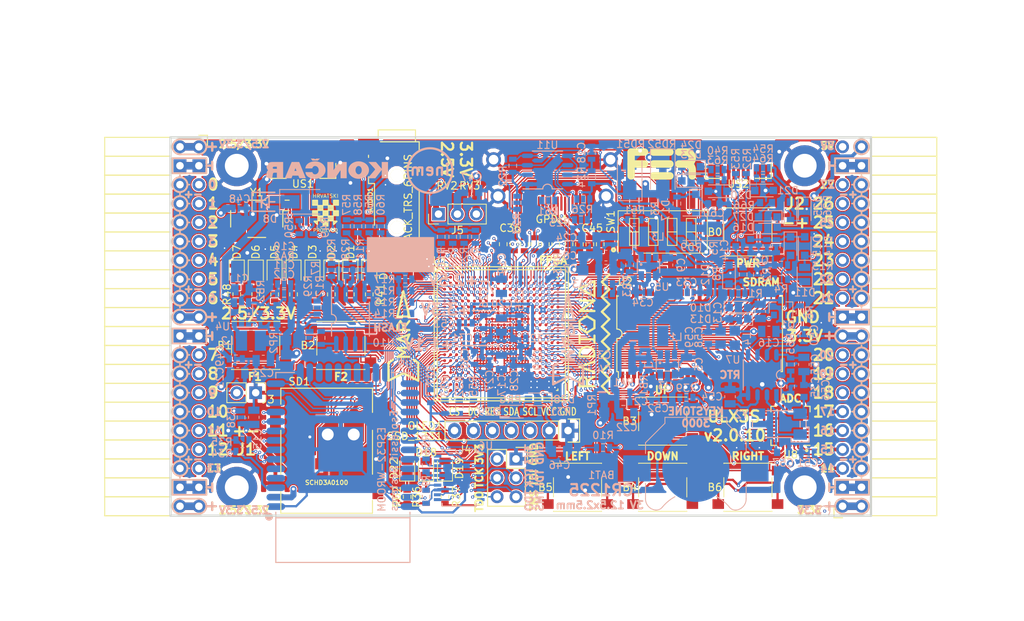
<source format=kicad_pcb>
(kicad_pcb (version 20171130) (host pcbnew 5.0.0+dfsg1-1)
  (layers (0 F.Cu signal) (1 In1.Cu signal) (2 In2.Cu signal) (31 B.Cu signal) (34 B.Paste user) (35 F.Paste user) (36 B.SilkS user) (37 F.SilkS user) (38 B.Mask user) (39 F.Mask user) (44 Edge.Cuts user))
  (net 0 "")
  (net 1 GND)
  (net 2 +5V)
  (net 3 /gpio/IN5V)
  (net 4 /gpio/OUT5V)
  (net 5 +3V3)
  (net 6 BTN_D)
  (net 7 BTN_F1)
  (net 8 BTN_F2)
  (net 9 BTN_L)
  (net 10 BTN_R)
  (net 11 BTN_U)
  (net 12 /power/FB1)
  (net 13 +2V5)
  (net 14 /power/PWREN)
  (net 15 /power/FB3)
  (net 16 /power/FB2)
  (net 17 /power/VBAT)
  (net 18 JTAG_TDI)
  (net 19 JTAG_TCK)
  (net 20 JTAG_TMS)
  (net 21 JTAG_TDO)
  (net 22 /power/WAKEUPn)
  (net 23 /power/WKUP)
  (net 24 /power/SHUT)
  (net 25 /power/WAKE)
  (net 26 /power/HOLD)
  (net 27 /power/WKn)
  (net 28 /power/OSCI_32k)
  (net 29 /power/OSCO_32k)
  (net 30 SHUTDOWN)
  (net 31 GPDI_SDA)
  (net 32 GPDI_SCL)
  (net 33 /gpdi/VREF2)
  (net 34 SD_CMD)
  (net 35 SD_CLK)
  (net 36 SD_D0)
  (net 37 SD_D1)
  (net 38 USB5V)
  (net 39 GPDI_CEC)
  (net 40 nRESET)
  (net 41 FTDI_nDTR)
  (net 42 SDRAM_CKE)
  (net 43 SDRAM_A7)
  (net 44 SDRAM_D15)
  (net 45 SDRAM_BA1)
  (net 46 SDRAM_D7)
  (net 47 SDRAM_A6)
  (net 48 SDRAM_CLK)
  (net 49 SDRAM_D13)
  (net 50 SDRAM_BA0)
  (net 51 SDRAM_D6)
  (net 52 SDRAM_A5)
  (net 53 SDRAM_D14)
  (net 54 SDRAM_A11)
  (net 55 SDRAM_D12)
  (net 56 SDRAM_D5)
  (net 57 SDRAM_A4)
  (net 58 SDRAM_A10)
  (net 59 SDRAM_D11)
  (net 60 SDRAM_A3)
  (net 61 SDRAM_D4)
  (net 62 SDRAM_D10)
  (net 63 SDRAM_D9)
  (net 64 SDRAM_A9)
  (net 65 SDRAM_D3)
  (net 66 SDRAM_D8)
  (net 67 SDRAM_A8)
  (net 68 SDRAM_A2)
  (net 69 SDRAM_A1)
  (net 70 SDRAM_A0)
  (net 71 SDRAM_D2)
  (net 72 SDRAM_D1)
  (net 73 SDRAM_D0)
  (net 74 SDRAM_DQM0)
  (net 75 SDRAM_nCS)
  (net 76 SDRAM_nRAS)
  (net 77 SDRAM_DQM1)
  (net 78 SDRAM_nCAS)
  (net 79 SDRAM_nWE)
  (net 80 /flash/FLASH_nWP)
  (net 81 /flash/FLASH_nHOLD)
  (net 82 /flash/FLASH_MOSI)
  (net 83 /flash/FLASH_MISO)
  (net 84 /flash/FLASH_SCK)
  (net 85 /flash/FLASH_nCS)
  (net 86 /flash/FPGA_PROGRAMN)
  (net 87 /flash/FPGA_DONE)
  (net 88 /flash/FPGA_INITN)
  (net 89 OLED_RES)
  (net 90 OLED_DC)
  (net 91 OLED_CS)
  (net 92 WIFI_EN)
  (net 93 FTDI_nRTS)
  (net 94 FTDI_TXD)
  (net 95 FTDI_RXD)
  (net 96 WIFI_RXD)
  (net 97 WIFI_GPIO0)
  (net 98 WIFI_TXD)
  (net 99 USB_FTDI_D+)
  (net 100 USB_FTDI_D-)
  (net 101 SD_D3)
  (net 102 AUDIO_L3)
  (net 103 AUDIO_L2)
  (net 104 AUDIO_L1)
  (net 105 AUDIO_L0)
  (net 106 AUDIO_R3)
  (net 107 AUDIO_R2)
  (net 108 AUDIO_R1)
  (net 109 AUDIO_R0)
  (net 110 OLED_CLK)
  (net 111 OLED_MOSI)
  (net 112 LED0)
  (net 113 LED1)
  (net 114 LED2)
  (net 115 LED3)
  (net 116 LED4)
  (net 117 LED5)
  (net 118 LED6)
  (net 119 LED7)
  (net 120 BTN_PWRn)
  (net 121 FTDI_nTXLED)
  (net 122 FTDI_nSLEEP)
  (net 123 /blinkey/LED_PWREN)
  (net 124 /blinkey/LED_TXLED)
  (net 125 /sdcard/SD3V3)
  (net 126 SD_D2)
  (net 127 CLK_25MHz)
  (net 128 /blinkey/BTNPUL)
  (net 129 /blinkey/BTNPUR)
  (net 130 USB_FPGA_D+)
  (net 131 /power/FTDI_nSUSPEND)
  (net 132 /blinkey/ALED0)
  (net 133 /blinkey/ALED1)
  (net 134 /blinkey/ALED2)
  (net 135 /blinkey/ALED3)
  (net 136 /blinkey/ALED4)
  (net 137 /blinkey/ALED5)
  (net 138 /blinkey/ALED6)
  (net 139 /blinkey/ALED7)
  (net 140 /usb/FTD-)
  (net 141 /usb/FTD+)
  (net 142 ADC_MISO)
  (net 143 ADC_MOSI)
  (net 144 ADC_CSn)
  (net 145 ADC_SCLK)
  (net 146 SW3)
  (net 147 SW2)
  (net 148 SW1)
  (net 149 USB_FPGA_D-)
  (net 150 /usb/FPD+)
  (net 151 /usb/FPD-)
  (net 152 WIFI_GPIO16)
  (net 153 /usb/ANT_433MHz)
  (net 154 PROG_DONE)
  (net 155 /power/P3V3)
  (net 156 /power/P2V5)
  (net 157 /power/L1)
  (net 158 /power/L3)
  (net 159 /power/L2)
  (net 160 FTDI_TXDEN)
  (net 161 SDRAM_A12)
  (net 162 /analog/AUDIO_V)
  (net 163 AUDIO_V3)
  (net 164 AUDIO_V2)
  (net 165 AUDIO_V1)
  (net 166 AUDIO_V0)
  (net 167 /blinkey/LED_WIFI)
  (net 168 /power/P1V1)
  (net 169 +1V1)
  (net 170 SW4)
  (net 171 /blinkey/SWPU)
  (net 172 /wifi/WIFIEN)
  (net 173 FT2V5)
  (net 174 GN0)
  (net 175 GP0)
  (net 176 GN1)
  (net 177 GP1)
  (net 178 GN2)
  (net 179 GP2)
  (net 180 GN3)
  (net 181 GP3)
  (net 182 GN4)
  (net 183 GP4)
  (net 184 GN5)
  (net 185 GP5)
  (net 186 GN6)
  (net 187 GP6)
  (net 188 GN14)
  (net 189 GP14)
  (net 190 GN15)
  (net 191 GP15)
  (net 192 GN16)
  (net 193 GP16)
  (net 194 GN17)
  (net 195 GP17)
  (net 196 GN18)
  (net 197 GP18)
  (net 198 GN19)
  (net 199 GP19)
  (net 200 GN20)
  (net 201 GP20)
  (net 202 GN21)
  (net 203 GP21)
  (net 204 GN22)
  (net 205 GP22)
  (net 206 GN23)
  (net 207 GP23)
  (net 208 GN24)
  (net 209 GP24)
  (net 210 GN25)
  (net 211 GP25)
  (net 212 GN26)
  (net 213 GP26)
  (net 214 GN27)
  (net 215 GP27)
  (net 216 GN7)
  (net 217 GP7)
  (net 218 GN8)
  (net 219 GP8)
  (net 220 GN9)
  (net 221 GP9)
  (net 222 GN10)
  (net 223 GP10)
  (net 224 GN11)
  (net 225 GP11)
  (net 226 GN12)
  (net 227 GP12)
  (net 228 GN13)
  (net 229 GP13)
  (net 230 WIFI_GPIO5)
  (net 231 WIFI_GPIO17)
  (net 232 USB_FPGA_PULL_D+)
  (net 233 USB_FPGA_PULL_D-)
  (net 234 "Net-(D23-Pad2)")
  (net 235 "Net-(D24-Pad1)")
  (net 236 "Net-(D25-Pad2)")
  (net 237 "Net-(D26-Pad1)")
  (net 238 /gpdi/GPDI_ETH+)
  (net 239 FPDI_ETH+)
  (net 240 /gpdi/GPDI_ETH-)
  (net 241 FPDI_ETH-)
  (net 242 /gpdi/GPDI_D2-)
  (net 243 FPDI_D2-)
  (net 244 /gpdi/GPDI_D1-)
  (net 245 FPDI_D1-)
  (net 246 /gpdi/GPDI_D0-)
  (net 247 FPDI_D0-)
  (net 248 /gpdi/GPDI_CLK-)
  (net 249 FPDI_CLK-)
  (net 250 /gpdi/GPDI_D2+)
  (net 251 FPDI_D2+)
  (net 252 /gpdi/GPDI_D1+)
  (net 253 FPDI_D1+)
  (net 254 /gpdi/GPDI_D0+)
  (net 255 FPDI_D0+)
  (net 256 /gpdi/GPDI_CLK+)
  (net 257 FPDI_CLK+)
  (net 258 FPDI_SDA)
  (net 259 FPDI_SCL)
  (net 260 /gpdi/FPDI_CEC)
  (net 261 2V5_3V3)
  (net 262 /usb/US2VBUS)
  (net 263 /power/SHD)
  (net 264 /power/RTCVDD)
  (net 265 "Net-(D27-Pad2)")
  (net 266 US2_ID)
  (net 267 /analog/AUDIO_L)
  (net 268 /analog/AUDIO_R)
  (net 269 /analog/ADC3V3)
  (net 270 PWRBTn)
  (net 271 USER_PROGRAMN)
  (module lfe5bg381:BGA-381_pitch0.8mm_dia0.4mm (layer F.Cu) (at 138.48 87.8)
    (fp_text reference U1 (at -8.2 -9.8) (layer F.SilkS))
    (fp_text value LFE5U-85F-6BG381C)
    (pad Y19 smd circle (at 6.8 7.6) (size 0.4 0.4) (layers F.Cu F.Paste F.Mask) (net 1 GND))
    (pad Y17 smd circle (at 5.2 7.6) (size 0.4 0.4) (layers F.Cu F.Paste F.Mask) (net 1 GND))
    (pad Y16 smd circle (at 4.4 7.6) (size 0.4 0.4) (layers F.Cu F.Paste F.Mask) (net 1 GND))
    (pad Y15 smd circle (at 3.6 7.6) (size 0.4 0.4) (layers F.Cu F.Paste F.Mask) (net 1 GND))
    (pad Y14 smd circle (at 2.8 7.6) (size 0.4 0.4) (layers F.Cu F.Paste F.Mask) (net 1 GND))
    (pad Y12 smd circle (at 1.2 7.6) (size 0.4 0.4) (layers F.Cu F.Paste F.Mask) (net 1 GND))
    (pad Y11 smd circle (at 0.4 7.6) (size 0.4 0.4) (layers F.Cu F.Paste F.Mask) (net 1 GND))
    (pad Y8 smd circle (at -2 7.6) (size 0.4 0.4) (layers F.Cu F.Paste F.Mask) (net 1 GND))
    (pad Y7 smd circle (at -2.8 7.6) (size 0.4 0.4) (layers F.Cu F.Paste F.Mask) (net 1 GND))
    (pad Y6 smd circle (at -3.6 7.6) (size 0.4 0.4) (layers F.Cu F.Paste F.Mask) (net 1 GND))
    (pad Y5 smd circle (at -4.4 7.6) (size 0.4 0.4) (layers F.Cu F.Paste F.Mask) (net 1 GND))
    (pad Y3 smd circle (at -6 7.6) (size 0.4 0.4) (layers F.Cu F.Paste F.Mask) (net 87 /flash/FPGA_DONE))
    (pad Y2 smd circle (at -6.8 7.6) (size 0.4 0.4) (layers F.Cu F.Paste F.Mask) (net 80 /flash/FLASH_nWP))
    (pad W20 smd circle (at 7.6 6.8) (size 0.4 0.4) (layers F.Cu F.Paste F.Mask) (net 1 GND))
    (pad W19 smd circle (at 6.8 6.8) (size 0.4 0.4) (layers F.Cu F.Paste F.Mask) (net 1 GND))
    (pad W18 smd circle (at 6 6.8) (size 0.4 0.4) (layers F.Cu F.Paste F.Mask))
    (pad W17 smd circle (at 5.2 6.8) (size 0.4 0.4) (layers F.Cu F.Paste F.Mask))
    (pad W16 smd circle (at 4.4 6.8) (size 0.4 0.4) (layers F.Cu F.Paste F.Mask) (net 1 GND))
    (pad W15 smd circle (at 3.6 6.8) (size 0.4 0.4) (layers F.Cu F.Paste F.Mask) (net 1 GND))
    (pad W14 smd circle (at 2.8 6.8) (size 0.4 0.4) (layers F.Cu F.Paste F.Mask))
    (pad W13 smd circle (at 2 6.8) (size 0.4 0.4) (layers F.Cu F.Paste F.Mask))
    (pad W12 smd circle (at 1.2 6.8) (size 0.4 0.4) (layers F.Cu F.Paste F.Mask) (net 1 GND))
    (pad W11 smd circle (at 0.4 6.8) (size 0.4 0.4) (layers F.Cu F.Paste F.Mask))
    (pad W10 smd circle (at -0.4 6.8) (size 0.4 0.4) (layers F.Cu F.Paste F.Mask))
    (pad W9 smd circle (at -1.2 6.8) (size 0.4 0.4) (layers F.Cu F.Paste F.Mask))
    (pad W8 smd circle (at -2 6.8) (size 0.4 0.4) (layers F.Cu F.Paste F.Mask))
    (pad W7 smd circle (at -2.8 6.8) (size 0.4 0.4) (layers F.Cu F.Paste F.Mask) (net 1 GND))
    (pad W6 smd circle (at -3.6 6.8) (size 0.4 0.4) (layers F.Cu F.Paste F.Mask) (net 1 GND))
    (pad W5 smd circle (at -4.4 6.8) (size 0.4 0.4) (layers F.Cu F.Paste F.Mask))
    (pad W4 smd circle (at -5.2 6.8) (size 0.4 0.4) (layers F.Cu F.Paste F.Mask))
    (pad W3 smd circle (at -6 6.8) (size 0.4 0.4) (layers F.Cu F.Paste F.Mask) (net 86 /flash/FPGA_PROGRAMN))
    (pad W2 smd circle (at -6.8 6.8) (size 0.4 0.4) (layers F.Cu F.Paste F.Mask) (net 82 /flash/FLASH_MOSI))
    (pad W1 smd circle (at -7.6 6.8) (size 0.4 0.4) (layers F.Cu F.Paste F.Mask) (net 81 /flash/FLASH_nHOLD))
    (pad V20 smd circle (at 7.6 6) (size 0.4 0.4) (layers F.Cu F.Paste F.Mask) (net 1 GND))
    (pad V19 smd circle (at 6.8 6) (size 0.4 0.4) (layers F.Cu F.Paste F.Mask) (net 1 GND))
    (pad V18 smd circle (at 6 6) (size 0.4 0.4) (layers F.Cu F.Paste F.Mask) (net 1 GND))
    (pad V17 smd circle (at 5.2 6) (size 0.4 0.4) (layers F.Cu F.Paste F.Mask) (net 1 GND))
    (pad V16 smd circle (at 4.4 6) (size 0.4 0.4) (layers F.Cu F.Paste F.Mask) (net 1 GND))
    (pad V15 smd circle (at 3.6 6) (size 0.4 0.4) (layers F.Cu F.Paste F.Mask) (net 1 GND))
    (pad V14 smd circle (at 2.8 6) (size 0.4 0.4) (layers F.Cu F.Paste F.Mask) (net 1 GND))
    (pad V13 smd circle (at 2 6) (size 0.4 0.4) (layers F.Cu F.Paste F.Mask) (net 1 GND))
    (pad V12 smd circle (at 1.2 6) (size 0.4 0.4) (layers F.Cu F.Paste F.Mask) (net 1 GND))
    (pad V11 smd circle (at 0.4 6) (size 0.4 0.4) (layers F.Cu F.Paste F.Mask) (net 1 GND))
    (pad V10 smd circle (at -0.4 6) (size 0.4 0.4) (layers F.Cu F.Paste F.Mask) (net 1 GND))
    (pad V9 smd circle (at -1.2 6) (size 0.4 0.4) (layers F.Cu F.Paste F.Mask) (net 1 GND))
    (pad V8 smd circle (at -2 6) (size 0.4 0.4) (layers F.Cu F.Paste F.Mask) (net 1 GND))
    (pad V7 smd circle (at -2.8 6) (size 0.4 0.4) (layers F.Cu F.Paste F.Mask) (net 1 GND))
    (pad V6 smd circle (at -3.6 6) (size 0.4 0.4) (layers F.Cu F.Paste F.Mask) (net 1 GND))
    (pad V5 smd circle (at -4.4 6) (size 0.4 0.4) (layers F.Cu F.Paste F.Mask) (net 1 GND))
    (pad V4 smd circle (at -5.2 6) (size 0.4 0.4) (layers F.Cu F.Paste F.Mask) (net 21 JTAG_TDO))
    (pad V3 smd circle (at -6 6) (size 0.4 0.4) (layers F.Cu F.Paste F.Mask) (net 88 /flash/FPGA_INITN))
    (pad V2 smd circle (at -6.8 6) (size 0.4 0.4) (layers F.Cu F.Paste F.Mask) (net 83 /flash/FLASH_MISO))
    (pad V1 smd circle (at -7.6 6) (size 0.4 0.4) (layers F.Cu F.Paste F.Mask) (net 6 BTN_D))
    (pad U20 smd circle (at 7.6 5.2) (size 0.4 0.4) (layers F.Cu F.Paste F.Mask) (net 46 SDRAM_D7))
    (pad U19 smd circle (at 6.8 5.2) (size 0.4 0.4) (layers F.Cu F.Paste F.Mask) (net 74 SDRAM_DQM0))
    (pad U18 smd circle (at 6 5.2) (size 0.4 0.4) (layers F.Cu F.Paste F.Mask) (net 189 GP14))
    (pad U17 smd circle (at 5.2 5.2) (size 0.4 0.4) (layers F.Cu F.Paste F.Mask) (net 188 GN14))
    (pad U16 smd circle (at 4.4 5.2) (size 0.4 0.4) (layers F.Cu F.Paste F.Mask) (net 142 ADC_MISO))
    (pad U15 smd circle (at 3.6 5.2) (size 0.4 0.4) (layers F.Cu F.Paste F.Mask) (net 1 GND))
    (pad U14 smd circle (at 2.8 5.2) (size 0.4 0.4) (layers F.Cu F.Paste F.Mask) (net 1 GND))
    (pad U13 smd circle (at 2 5.2) (size 0.4 0.4) (layers F.Cu F.Paste F.Mask) (net 1 GND))
    (pad U12 smd circle (at 1.2 5.2) (size 0.4 0.4) (layers F.Cu F.Paste F.Mask) (net 1 GND))
    (pad U11 smd circle (at 0.4 5.2) (size 0.4 0.4) (layers F.Cu F.Paste F.Mask) (net 1 GND))
    (pad U10 smd circle (at -0.4 5.2) (size 0.4 0.4) (layers F.Cu F.Paste F.Mask) (net 1 GND))
    (pad U9 smd circle (at -1.2 5.2) (size 0.4 0.4) (layers F.Cu F.Paste F.Mask) (net 1 GND))
    (pad U8 smd circle (at -2 5.2) (size 0.4 0.4) (layers F.Cu F.Paste F.Mask) (net 1 GND))
    (pad U7 smd circle (at -2.8 5.2) (size 0.4 0.4) (layers F.Cu F.Paste F.Mask) (net 1 GND))
    (pad U6 smd circle (at -3.6 5.2) (size 0.4 0.4) (layers F.Cu F.Paste F.Mask) (net 1 GND))
    (pad U5 smd circle (at -4.4 5.2) (size 0.4 0.4) (layers F.Cu F.Paste F.Mask) (net 20 JTAG_TMS))
    (pad U4 smd circle (at -5.2 5.2) (size 0.4 0.4) (layers F.Cu F.Paste F.Mask) (net 1 GND))
    (pad U3 smd circle (at -6 5.2) (size 0.4 0.4) (layers F.Cu F.Paste F.Mask) (net 84 /flash/FLASH_SCK))
    (pad U2 smd circle (at -6.8 5.2) (size 0.4 0.4) (layers F.Cu F.Paste F.Mask) (net 5 +3V3))
    (pad U1 smd circle (at -7.6 5.2) (size 0.4 0.4) (layers F.Cu F.Paste F.Mask) (net 9 BTN_L))
    (pad T20 smd circle (at 7.6 4.4) (size 0.4 0.4) (layers F.Cu F.Paste F.Mask) (net 79 SDRAM_nWE))
    (pad T19 smd circle (at 6.8 4.4) (size 0.4 0.4) (layers F.Cu F.Paste F.Mask) (net 78 SDRAM_nCAS))
    (pad T18 smd circle (at 6 4.4) (size 0.4 0.4) (layers F.Cu F.Paste F.Mask) (net 56 SDRAM_D5))
    (pad T17 smd circle (at 5.2 4.4) (size 0.4 0.4) (layers F.Cu F.Paste F.Mask) (net 51 SDRAM_D6))
    (pad T16 smd circle (at 4.4 4.4) (size 0.4 0.4) (layers F.Cu F.Paste F.Mask))
    (pad T15 smd circle (at 3.6 4.4) (size 0.4 0.4) (layers F.Cu F.Paste F.Mask) (net 1 GND))
    (pad T14 smd circle (at 2.8 4.4) (size 0.4 0.4) (layers F.Cu F.Paste F.Mask) (net 1 GND))
    (pad T13 smd circle (at 2 4.4) (size 0.4 0.4) (layers F.Cu F.Paste F.Mask) (net 1 GND))
    (pad T12 smd circle (at 1.2 4.4) (size 0.4 0.4) (layers F.Cu F.Paste F.Mask) (net 1 GND))
    (pad T11 smd circle (at 0.4 4.4) (size 0.4 0.4) (layers F.Cu F.Paste F.Mask) (net 1 GND))
    (pad T10 smd circle (at -0.4 4.4) (size 0.4 0.4) (layers F.Cu F.Paste F.Mask) (net 1 GND))
    (pad T9 smd circle (at -1.2 4.4) (size 0.4 0.4) (layers F.Cu F.Paste F.Mask) (net 1 GND))
    (pad T8 smd circle (at -2 4.4) (size 0.4 0.4) (layers F.Cu F.Paste F.Mask) (net 1 GND))
    (pad T7 smd circle (at -2.8 4.4) (size 0.4 0.4) (layers F.Cu F.Paste F.Mask) (net 1 GND))
    (pad T6 smd circle (at -3.6 4.4) (size 0.4 0.4) (layers F.Cu F.Paste F.Mask) (net 1 GND))
    (pad T5 smd circle (at -4.4 4.4) (size 0.4 0.4) (layers F.Cu F.Paste F.Mask) (net 19 JTAG_TCK))
    (pad T4 smd circle (at -5.2 4.4) (size 0.4 0.4) (layers F.Cu F.Paste F.Mask) (net 5 +3V3))
    (pad T3 smd circle (at -6 4.4) (size 0.4 0.4) (layers F.Cu F.Paste F.Mask) (net 5 +3V3))
    (pad T2 smd circle (at -6.8 4.4) (size 0.4 0.4) (layers F.Cu F.Paste F.Mask) (net 5 +3V3))
    (pad T1 smd circle (at -7.6 4.4) (size 0.4 0.4) (layers F.Cu F.Paste F.Mask) (net 8 BTN_F2))
    (pad R20 smd circle (at 7.6 3.6) (size 0.4 0.4) (layers F.Cu F.Paste F.Mask) (net 76 SDRAM_nRAS))
    (pad R19 smd circle (at 6.8 3.6) (size 0.4 0.4) (layers F.Cu F.Paste F.Mask) (net 1 GND))
    (pad R18 smd circle (at 6 3.6) (size 0.4 0.4) (layers F.Cu F.Paste F.Mask) (net 11 BTN_U))
    (pad R17 smd circle (at 5.2 3.6) (size 0.4 0.4) (layers F.Cu F.Paste F.Mask) (net 144 ADC_CSn))
    (pad R16 smd circle (at 4.4 3.6) (size 0.4 0.4) (layers F.Cu F.Paste F.Mask) (net 143 ADC_MOSI))
    (pad R5 smd circle (at -4.4 3.6) (size 0.4 0.4) (layers F.Cu F.Paste F.Mask) (net 18 JTAG_TDI))
    (pad R4 smd circle (at -5.2 3.6) (size 0.4 0.4) (layers F.Cu F.Paste F.Mask) (net 1 GND))
    (pad R3 smd circle (at -6 3.6) (size 0.4 0.4) (layers F.Cu F.Paste F.Mask))
    (pad R2 smd circle (at -6.8 3.6) (size 0.4 0.4) (layers F.Cu F.Paste F.Mask) (net 85 /flash/FLASH_nCS))
    (pad R1 smd circle (at -7.6 3.6) (size 0.4 0.4) (layers F.Cu F.Paste F.Mask) (net 7 BTN_F1))
    (pad P20 smd circle (at 7.6 2.8) (size 0.4 0.4) (layers F.Cu F.Paste F.Mask) (net 75 SDRAM_nCS))
    (pad P19 smd circle (at 6.8 2.8) (size 0.4 0.4) (layers F.Cu F.Paste F.Mask) (net 50 SDRAM_BA0))
    (pad P18 smd circle (at 6 2.8) (size 0.4 0.4) (layers F.Cu F.Paste F.Mask) (net 61 SDRAM_D4))
    (pad P17 smd circle (at 5.2 2.8) (size 0.4 0.4) (layers F.Cu F.Paste F.Mask) (net 145 ADC_SCLK))
    (pad P16 smd circle (at 4.4 2.8) (size 0.4 0.4) (layers F.Cu F.Paste F.Mask) (net 190 GN15))
    (pad P15 smd circle (at 3.6 2.8) (size 0.4 0.4) (layers F.Cu F.Paste F.Mask) (net 13 +2V5))
    (pad P14 smd circle (at 2.8 2.8) (size 0.4 0.4) (layers F.Cu F.Paste F.Mask) (net 1 GND))
    (pad P13 smd circle (at 2 2.8) (size 0.4 0.4) (layers F.Cu F.Paste F.Mask) (net 1 GND))
    (pad P12 smd circle (at 1.2 2.8) (size 0.4 0.4) (layers F.Cu F.Paste F.Mask) (net 1 GND))
    (pad P11 smd circle (at 0.4 2.8) (size 0.4 0.4) (layers F.Cu F.Paste F.Mask) (net 1 GND))
    (pad P10 smd circle (at -0.4 2.8) (size 0.4 0.4) (layers F.Cu F.Paste F.Mask) (net 5 +3V3))
    (pad P9 smd circle (at -1.2 2.8) (size 0.4 0.4) (layers F.Cu F.Paste F.Mask) (net 5 +3V3))
    (pad P8 smd circle (at -2 2.8) (size 0.4 0.4) (layers F.Cu F.Paste F.Mask) (net 1 GND))
    (pad P7 smd circle (at -2.8 2.8) (size 0.4 0.4) (layers F.Cu F.Paste F.Mask) (net 1 GND))
    (pad P6 smd circle (at -3.6 2.8) (size 0.4 0.4) (layers F.Cu F.Paste F.Mask) (net 13 +2V5))
    (pad P5 smd circle (at -4.4 2.8) (size 0.4 0.4) (layers F.Cu F.Paste F.Mask))
    (pad P4 smd circle (at -5.2 2.8) (size 0.4 0.4) (layers F.Cu F.Paste F.Mask) (net 110 OLED_CLK))
    (pad P3 smd circle (at -6 2.8) (size 0.4 0.4) (layers F.Cu F.Paste F.Mask) (net 111 OLED_MOSI))
    (pad P2 smd circle (at -6.8 2.8) (size 0.4 0.4) (layers F.Cu F.Paste F.Mask) (net 89 OLED_RES))
    (pad P1 smd circle (at -7.6 2.8) (size 0.4 0.4) (layers F.Cu F.Paste F.Mask) (net 90 OLED_DC))
    (pad N20 smd circle (at 7.6 2) (size 0.4 0.4) (layers F.Cu F.Paste F.Mask) (net 45 SDRAM_BA1))
    (pad N19 smd circle (at 6.8 2) (size 0.4 0.4) (layers F.Cu F.Paste F.Mask) (net 58 SDRAM_A10))
    (pad N18 smd circle (at 6 2) (size 0.4 0.4) (layers F.Cu F.Paste F.Mask) (net 65 SDRAM_D3))
    (pad N17 smd circle (at 5.2 2) (size 0.4 0.4) (layers F.Cu F.Paste F.Mask) (net 191 GP15))
    (pad N16 smd circle (at 4.4 2) (size 0.4 0.4) (layers F.Cu F.Paste F.Mask) (net 193 GP16))
    (pad N15 smd circle (at 3.6 2) (size 0.4 0.4) (layers F.Cu F.Paste F.Mask) (net 1 GND))
    (pad N14 smd circle (at 2.8 2) (size 0.4 0.4) (layers F.Cu F.Paste F.Mask) (net 1 GND))
    (pad N13 smd circle (at 2 2) (size 0.4 0.4) (layers F.Cu F.Paste F.Mask) (net 169 +1V1))
    (pad N12 smd circle (at 1.2 2) (size 0.4 0.4) (layers F.Cu F.Paste F.Mask) (net 169 +1V1))
    (pad N11 smd circle (at 0.4 2) (size 0.4 0.4) (layers F.Cu F.Paste F.Mask) (net 169 +1V1))
    (pad N10 smd circle (at -0.4 2) (size 0.4 0.4) (layers F.Cu F.Paste F.Mask) (net 169 +1V1))
    (pad N9 smd circle (at -1.2 2) (size 0.4 0.4) (layers F.Cu F.Paste F.Mask) (net 169 +1V1))
    (pad N8 smd circle (at -2 2) (size 0.4 0.4) (layers F.Cu F.Paste F.Mask) (net 169 +1V1))
    (pad N7 smd circle (at -2.8 2) (size 0.4 0.4) (layers F.Cu F.Paste F.Mask) (net 1 GND))
    (pad N6 smd circle (at -3.6 2) (size 0.4 0.4) (layers F.Cu F.Paste F.Mask) (net 1 GND))
    (pad N5 smd circle (at -4.4 2) (size 0.4 0.4) (layers F.Cu F.Paste F.Mask))
    (pad N4 smd circle (at -5.2 2) (size 0.4 0.4) (layers F.Cu F.Paste F.Mask) (net 230 WIFI_GPIO5))
    (pad N3 smd circle (at -6 2) (size 0.4 0.4) (layers F.Cu F.Paste F.Mask) (net 231 WIFI_GPIO17))
    (pad N2 smd circle (at -6.8 2) (size 0.4 0.4) (layers F.Cu F.Paste F.Mask) (net 91 OLED_CS))
    (pad N1 smd circle (at -7.6 2) (size 0.4 0.4) (layers F.Cu F.Paste F.Mask) (net 41 FTDI_nDTR))
    (pad M20 smd circle (at 7.6 1.2) (size 0.4 0.4) (layers F.Cu F.Paste F.Mask) (net 70 SDRAM_A0))
    (pad M19 smd circle (at 6.8 1.2) (size 0.4 0.4) (layers F.Cu F.Paste F.Mask) (net 69 SDRAM_A1))
    (pad M18 smd circle (at 6 1.2) (size 0.4 0.4) (layers F.Cu F.Paste F.Mask) (net 71 SDRAM_D2))
    (pad M17 smd circle (at 5.2 1.2) (size 0.4 0.4) (layers F.Cu F.Paste F.Mask) (net 192 GN16))
    (pad M16 smd circle (at 4.4 1.2) (size 0.4 0.4) (layers F.Cu F.Paste F.Mask) (net 1 GND))
    (pad M15 smd circle (at 3.6 1.2) (size 0.4 0.4) (layers F.Cu F.Paste F.Mask) (net 5 +3V3))
    (pad M14 smd circle (at 2.8 1.2) (size 0.4 0.4) (layers F.Cu F.Paste F.Mask) (net 1 GND))
    (pad M13 smd circle (at 2 1.2) (size 0.4 0.4) (layers F.Cu F.Paste F.Mask) (net 169 +1V1))
    (pad M12 smd circle (at 1.2 1.2) (size 0.4 0.4) (layers F.Cu F.Paste F.Mask) (net 1 GND))
    (pad M11 smd circle (at 0.4 1.2) (size 0.4 0.4) (layers F.Cu F.Paste F.Mask) (net 1 GND))
    (pad M10 smd circle (at -0.4 1.2) (size 0.4 0.4) (layers F.Cu F.Paste F.Mask) (net 1 GND))
    (pad M9 smd circle (at -1.2 1.2) (size 0.4 0.4) (layers F.Cu F.Paste F.Mask) (net 1 GND))
    (pad M8 smd circle (at -2 1.2) (size 0.4 0.4) (layers F.Cu F.Paste F.Mask) (net 169 +1V1))
    (pad M7 smd circle (at -2.8 1.2) (size 0.4 0.4) (layers F.Cu F.Paste F.Mask) (net 1 GND))
    (pad M6 smd circle (at -3.6 1.2) (size 0.4 0.4) (layers F.Cu F.Paste F.Mask) (net 5 +3V3))
    (pad M5 smd circle (at -4.4 1.2) (size 0.4 0.4) (layers F.Cu F.Paste F.Mask))
    (pad M4 smd circle (at -5.2 1.2) (size 0.4 0.4) (layers F.Cu F.Paste F.Mask) (net 271 USER_PROGRAMN))
    (pad M3 smd circle (at -6 1.2) (size 0.4 0.4) (layers F.Cu F.Paste F.Mask) (net 93 FTDI_nRTS))
    (pad M2 smd circle (at -6.8 1.2) (size 0.4 0.4) (layers F.Cu F.Paste F.Mask) (net 1 GND))
    (pad M1 smd circle (at -7.6 1.2) (size 0.4 0.4) (layers F.Cu F.Paste F.Mask) (net 94 FTDI_TXD))
    (pad L20 smd circle (at 7.6 0.4) (size 0.4 0.4) (layers F.Cu F.Paste F.Mask) (net 68 SDRAM_A2))
    (pad L19 smd circle (at 6.8 0.4) (size 0.4 0.4) (layers F.Cu F.Paste F.Mask) (net 60 SDRAM_A3))
    (pad L18 smd circle (at 6 0.4) (size 0.4 0.4) (layers F.Cu F.Paste F.Mask) (net 72 SDRAM_D1))
    (pad L17 smd circle (at 5.2 0.4) (size 0.4 0.4) (layers F.Cu F.Paste F.Mask) (net 194 GN17))
    (pad L16 smd circle (at 4.4 0.4) (size 0.4 0.4) (layers F.Cu F.Paste F.Mask) (net 195 GP17))
    (pad L15 smd circle (at 3.6 0.4) (size 0.4 0.4) (layers F.Cu F.Paste F.Mask) (net 5 +3V3))
    (pad L14 smd circle (at 2.8 0.4) (size 0.4 0.4) (layers F.Cu F.Paste F.Mask) (net 5 +3V3))
    (pad L13 smd circle (at 2 0.4) (size 0.4 0.4) (layers F.Cu F.Paste F.Mask) (net 169 +1V1))
    (pad L12 smd circle (at 1.2 0.4) (size 0.4 0.4) (layers F.Cu F.Paste F.Mask) (net 1 GND))
    (pad L11 smd circle (at 0.4 0.4) (size 0.4 0.4) (layers F.Cu F.Paste F.Mask) (net 1 GND))
    (pad L10 smd circle (at -0.4 0.4) (size 0.4 0.4) (layers F.Cu F.Paste F.Mask) (net 1 GND))
    (pad L9 smd circle (at -1.2 0.4) (size 0.4 0.4) (layers F.Cu F.Paste F.Mask) (net 1 GND))
    (pad L8 smd circle (at -2 0.4) (size 0.4 0.4) (layers F.Cu F.Paste F.Mask) (net 169 +1V1))
    (pad L7 smd circle (at -2.8 0.4) (size 0.4 0.4) (layers F.Cu F.Paste F.Mask) (net 5 +3V3))
    (pad L6 smd circle (at -3.6 0.4) (size 0.4 0.4) (layers F.Cu F.Paste F.Mask) (net 5 +3V3))
    (pad L5 smd circle (at -4.4 0.4) (size 0.4 0.4) (layers F.Cu F.Paste F.Mask))
    (pad L4 smd circle (at -5.2 0.4) (size 0.4 0.4) (layers F.Cu F.Paste F.Mask) (net 95 FTDI_RXD))
    (pad L3 smd circle (at -6 0.4) (size 0.4 0.4) (layers F.Cu F.Paste F.Mask) (net 160 FTDI_TXDEN))
    (pad L2 smd circle (at -6.8 0.4) (size 0.4 0.4) (layers F.Cu F.Paste F.Mask) (net 97 WIFI_GPIO0))
    (pad L1 smd circle (at -7.6 0.4) (size 0.4 0.4) (layers F.Cu F.Paste F.Mask) (net 152 WIFI_GPIO16))
    (pad K20 smd circle (at 7.6 -0.4) (size 0.4 0.4) (layers F.Cu F.Paste F.Mask) (net 57 SDRAM_A4))
    (pad K19 smd circle (at 6.8 -0.4) (size 0.4 0.4) (layers F.Cu F.Paste F.Mask) (net 52 SDRAM_A5))
    (pad K18 smd circle (at 6 -0.4) (size 0.4 0.4) (layers F.Cu F.Paste F.Mask) (net 47 SDRAM_A6))
    (pad K17 smd circle (at 5.2 -0.4) (size 0.4 0.4) (layers F.Cu F.Paste F.Mask))
    (pad K16 smd circle (at 4.4 -0.4) (size 0.4 0.4) (layers F.Cu F.Paste F.Mask))
    (pad K15 smd circle (at 3.6 -0.4) (size 0.4 0.4) (layers F.Cu F.Paste F.Mask) (net 1 GND))
    (pad K14 smd circle (at 2.8 -0.4) (size 0.4 0.4) (layers F.Cu F.Paste F.Mask) (net 1 GND))
    (pad K13 smd circle (at 2 -0.4) (size 0.4 0.4) (layers F.Cu F.Paste F.Mask) (net 169 +1V1))
    (pad K12 smd circle (at 1.2 -0.4) (size 0.4 0.4) (layers F.Cu F.Paste F.Mask) (net 1 GND))
    (pad K11 smd circle (at 0.4 -0.4) (size 0.4 0.4) (layers F.Cu F.Paste F.Mask) (net 1 GND))
    (pad K10 smd circle (at -0.4 -0.4) (size 0.4 0.4) (layers F.Cu F.Paste F.Mask) (net 1 GND))
    (pad K9 smd circle (at -1.2 -0.4) (size 0.4 0.4) (layers F.Cu F.Paste F.Mask) (net 1 GND))
    (pad K8 smd circle (at -2 -0.4) (size 0.4 0.4) (layers F.Cu F.Paste F.Mask) (net 169 +1V1))
    (pad K7 smd circle (at -2.8 -0.4) (size 0.4 0.4) (layers F.Cu F.Paste F.Mask) (net 1 GND))
    (pad K6 smd circle (at -3.6 -0.4) (size 0.4 0.4) (layers F.Cu F.Paste F.Mask) (net 1 GND))
    (pad K5 smd circle (at -4.4 -0.4) (size 0.4 0.4) (layers F.Cu F.Paste F.Mask))
    (pad K4 smd circle (at -5.2 -0.4) (size 0.4 0.4) (layers F.Cu F.Paste F.Mask) (net 98 WIFI_TXD))
    (pad K3 smd circle (at -6 -0.4) (size 0.4 0.4) (layers F.Cu F.Paste F.Mask) (net 96 WIFI_RXD))
    (pad K2 smd circle (at -6.8 -0.4) (size 0.4 0.4) (layers F.Cu F.Paste F.Mask) (net 101 SD_D3))
    (pad K1 smd circle (at -7.6 -0.4) (size 0.4 0.4) (layers F.Cu F.Paste F.Mask) (net 126 SD_D2))
    (pad J20 smd circle (at 7.6 -1.2) (size 0.4 0.4) (layers F.Cu F.Paste F.Mask) (net 43 SDRAM_A7))
    (pad J19 smd circle (at 6.8 -1.2) (size 0.4 0.4) (layers F.Cu F.Paste F.Mask) (net 67 SDRAM_A8))
    (pad J18 smd circle (at 6 -1.2) (size 0.4 0.4) (layers F.Cu F.Paste F.Mask) (net 53 SDRAM_D14))
    (pad J17 smd circle (at 5.2 -1.2) (size 0.4 0.4) (layers F.Cu F.Paste F.Mask) (net 44 SDRAM_D15))
    (pad J16 smd circle (at 4.4 -1.2) (size 0.4 0.4) (layers F.Cu F.Paste F.Mask) (net 73 SDRAM_D0))
    (pad J15 smd circle (at 3.6 -1.2) (size 0.4 0.4) (layers F.Cu F.Paste F.Mask) (net 5 +3V3))
    (pad J14 smd circle (at 2.8 -1.2) (size 0.4 0.4) (layers F.Cu F.Paste F.Mask) (net 1 GND))
    (pad J13 smd circle (at 2 -1.2) (size 0.4 0.4) (layers F.Cu F.Paste F.Mask) (net 169 +1V1))
    (pad J12 smd circle (at 1.2 -1.2) (size 0.4 0.4) (layers F.Cu F.Paste F.Mask) (net 1 GND))
    (pad J11 smd circle (at 0.4 -1.2) (size 0.4 0.4) (layers F.Cu F.Paste F.Mask) (net 1 GND))
    (pad J10 smd circle (at -0.4 -1.2) (size 0.4 0.4) (layers F.Cu F.Paste F.Mask) (net 1 GND))
    (pad J9 smd circle (at -1.2 -1.2) (size 0.4 0.4) (layers F.Cu F.Paste F.Mask) (net 1 GND))
    (pad J8 smd circle (at -2 -1.2) (size 0.4 0.4) (layers F.Cu F.Paste F.Mask) (net 169 +1V1))
    (pad J7 smd circle (at -2.8 -1.2) (size 0.4 0.4) (layers F.Cu F.Paste F.Mask) (net 1 GND))
    (pad J6 smd circle (at -3.6 -1.2) (size 0.4 0.4) (layers F.Cu F.Paste F.Mask) (net 261 2V5_3V3))
    (pad J5 smd circle (at -4.4 -1.2) (size 0.4 0.4) (layers F.Cu F.Paste F.Mask))
    (pad J4 smd circle (at -5.2 -1.2) (size 0.4 0.4) (layers F.Cu F.Paste F.Mask))
    (pad J3 smd circle (at -6 -1.2) (size 0.4 0.4) (layers F.Cu F.Paste F.Mask) (net 36 SD_D0))
    (pad J2 smd circle (at -6.8 -1.2) (size 0.4 0.4) (layers F.Cu F.Paste F.Mask) (net 1 GND))
    (pad J1 smd circle (at -7.6 -1.2) (size 0.4 0.4) (layers F.Cu F.Paste F.Mask) (net 34 SD_CMD))
    (pad H20 smd circle (at 7.6 -2) (size 0.4 0.4) (layers F.Cu F.Paste F.Mask) (net 64 SDRAM_A9))
    (pad H19 smd circle (at 6.8 -2) (size 0.4 0.4) (layers F.Cu F.Paste F.Mask) (net 1 GND))
    (pad H18 smd circle (at 6 -2) (size 0.4 0.4) (layers F.Cu F.Paste F.Mask) (net 197 GP18))
    (pad H17 smd circle (at 5.2 -2) (size 0.4 0.4) (layers F.Cu F.Paste F.Mask) (net 196 GN18))
    (pad H16 smd circle (at 4.4 -2) (size 0.4 0.4) (layers F.Cu F.Paste F.Mask) (net 10 BTN_R))
    (pad H15 smd circle (at 3.6 -2) (size 0.4 0.4) (layers F.Cu F.Paste F.Mask) (net 5 +3V3))
    (pad H14 smd circle (at 2.8 -2) (size 0.4 0.4) (layers F.Cu F.Paste F.Mask) (net 5 +3V3))
    (pad H13 smd circle (at 2 -2) (size 0.4 0.4) (layers F.Cu F.Paste F.Mask) (net 169 +1V1))
    (pad H12 smd circle (at 1.2 -2) (size 0.4 0.4) (layers F.Cu F.Paste F.Mask) (net 169 +1V1))
    (pad H11 smd circle (at 0.4 -2) (size 0.4 0.4) (layers F.Cu F.Paste F.Mask) (net 169 +1V1))
    (pad H10 smd circle (at -0.4 -2) (size 0.4 0.4) (layers F.Cu F.Paste F.Mask) (net 169 +1V1))
    (pad H9 smd circle (at -1.2 -2) (size 0.4 0.4) (layers F.Cu F.Paste F.Mask) (net 169 +1V1))
    (pad H8 smd circle (at -2 -2) (size 0.4 0.4) (layers F.Cu F.Paste F.Mask) (net 169 +1V1))
    (pad H7 smd circle (at -2.8 -2) (size 0.4 0.4) (layers F.Cu F.Paste F.Mask) (net 261 2V5_3V3))
    (pad H6 smd circle (at -3.6 -2) (size 0.4 0.4) (layers F.Cu F.Paste F.Mask) (net 261 2V5_3V3))
    (pad H5 smd circle (at -4.4 -2) (size 0.4 0.4) (layers F.Cu F.Paste F.Mask) (net 166 AUDIO_V0))
    (pad H4 smd circle (at -5.2 -2) (size 0.4 0.4) (layers F.Cu F.Paste F.Mask) (net 229 GP13))
    (pad H3 smd circle (at -6 -2) (size 0.4 0.4) (layers F.Cu F.Paste F.Mask) (net 119 LED7))
    (pad H2 smd circle (at -6.8 -2) (size 0.4 0.4) (layers F.Cu F.Paste F.Mask) (net 35 SD_CLK))
    (pad H1 smd circle (at -7.6 -2) (size 0.4 0.4) (layers F.Cu F.Paste F.Mask) (net 37 SD_D1))
    (pad G20 smd circle (at 7.6 -2.8) (size 0.4 0.4) (layers F.Cu F.Paste F.Mask) (net 54 SDRAM_A11))
    (pad G19 smd circle (at 6.8 -2.8) (size 0.4 0.4) (layers F.Cu F.Paste F.Mask) (net 161 SDRAM_A12))
    (pad G18 smd circle (at 6 -2.8) (size 0.4 0.4) (layers F.Cu F.Paste F.Mask) (net 198 GN19))
    (pad G17 smd circle (at 5.2 -2.8) (size 0.4 0.4) (layers F.Cu F.Paste F.Mask) (net 1 GND))
    (pad G16 smd circle (at 4.4 -2.8) (size 0.4 0.4) (layers F.Cu F.Paste F.Mask) (net 30 SHUTDOWN))
    (pad G15 smd circle (at 3.6 -2.8) (size 0.4 0.4) (layers F.Cu F.Paste F.Mask) (net 1 GND))
    (pad G14 smd circle (at 2.8 -2.8) (size 0.4 0.4) (layers F.Cu F.Paste F.Mask) (net 1 GND))
    (pad G13 smd circle (at 2 -2.8) (size 0.4 0.4) (layers F.Cu F.Paste F.Mask) (net 1 GND))
    (pad G12 smd circle (at 1.2 -2.8) (size 0.4 0.4) (layers F.Cu F.Paste F.Mask) (net 1 GND))
    (pad G11 smd circle (at 0.4 -2.8) (size 0.4 0.4) (layers F.Cu F.Paste F.Mask) (net 1 GND))
    (pad G10 smd circle (at -0.4 -2.8) (size 0.4 0.4) (layers F.Cu F.Paste F.Mask) (net 1 GND))
    (pad G9 smd circle (at -1.2 -2.8) (size 0.4 0.4) (layers F.Cu F.Paste F.Mask) (net 1 GND))
    (pad G8 smd circle (at -2 -2.8) (size 0.4 0.4) (layers F.Cu F.Paste F.Mask) (net 1 GND))
    (pad G7 smd circle (at -2.8 -2.8) (size 0.4 0.4) (layers F.Cu F.Paste F.Mask) (net 1 GND))
    (pad G6 smd circle (at -3.6 -2.8) (size 0.4 0.4) (layers F.Cu F.Paste F.Mask) (net 1 GND))
    (pad G5 smd circle (at -4.4 -2.8) (size 0.4 0.4) (layers F.Cu F.Paste F.Mask) (net 228 GN13))
    (pad G4 smd circle (at -5.2 -2.8) (size 0.4 0.4) (layers F.Cu F.Paste F.Mask) (net 1 GND))
    (pad G3 smd circle (at -6 -2.8) (size 0.4 0.4) (layers F.Cu F.Paste F.Mask) (net 227 GP12))
    (pad G2 smd circle (at -6.8 -2.8) (size 0.4 0.4) (layers F.Cu F.Paste F.Mask) (net 127 CLK_25MHz))
    (pad G1 smd circle (at -7.6 -2.8) (size 0.4 0.4) (layers F.Cu F.Paste F.Mask) (net 153 /usb/ANT_433MHz))
    (pad F20 smd circle (at 7.6 -3.6) (size 0.4 0.4) (layers F.Cu F.Paste F.Mask) (net 42 SDRAM_CKE))
    (pad F19 smd circle (at 6.8 -3.6) (size 0.4 0.4) (layers F.Cu F.Paste F.Mask) (net 48 SDRAM_CLK))
    (pad F18 smd circle (at 6 -3.6) (size 0.4 0.4) (layers F.Cu F.Paste F.Mask) (net 49 SDRAM_D13))
    (pad F17 smd circle (at 5.2 -3.6) (size 0.4 0.4) (layers F.Cu F.Paste F.Mask) (net 199 GP19))
    (pad F16 smd circle (at 4.4 -3.6) (size 0.4 0.4) (layers F.Cu F.Paste F.Mask) (net 149 USB_FPGA_D-))
    (pad F15 smd circle (at 3.6 -3.6) (size 0.4 0.4) (layers F.Cu F.Paste F.Mask) (net 13 +2V5))
    (pad F14 smd circle (at 2.8 -3.6) (size 0.4 0.4) (layers F.Cu F.Paste F.Mask) (net 1 GND))
    (pad F13 smd circle (at 2 -3.6) (size 0.4 0.4) (layers F.Cu F.Paste F.Mask) (net 1 GND))
    (pad F12 smd circle (at 1.2 -3.6) (size 0.4 0.4) (layers F.Cu F.Paste F.Mask) (net 5 +3V3))
    (pad F11 smd circle (at 0.4 -3.6) (size 0.4 0.4) (layers F.Cu F.Paste F.Mask) (net 5 +3V3))
    (pad F10 smd circle (at -0.4 -3.6) (size 0.4 0.4) (layers F.Cu F.Paste F.Mask) (net 261 2V5_3V3))
    (pad F9 smd circle (at -1.2 -3.6) (size 0.4 0.4) (layers F.Cu F.Paste F.Mask) (net 261 2V5_3V3))
    (pad F8 smd circle (at -2 -3.6) (size 0.4 0.4) (layers F.Cu F.Paste F.Mask) (net 1 GND))
    (pad F7 smd circle (at -2.8 -3.6) (size 0.4 0.4) (layers F.Cu F.Paste F.Mask) (net 1 GND))
    (pad F6 smd circle (at -3.6 -3.6) (size 0.4 0.4) (layers F.Cu F.Paste F.Mask) (net 13 +2V5))
    (pad F5 smd circle (at -4.4 -3.6) (size 0.4 0.4) (layers F.Cu F.Paste F.Mask) (net 164 AUDIO_V2))
    (pad F4 smd circle (at -5.2 -3.6) (size 0.4 0.4) (layers F.Cu F.Paste F.Mask) (net 225 GP11))
    (pad F3 smd circle (at -6 -3.6) (size 0.4 0.4) (layers F.Cu F.Paste F.Mask) (net 226 GN12))
    (pad F2 smd circle (at -6.8 -3.6) (size 0.4 0.4) (layers F.Cu F.Paste F.Mask) (net 165 AUDIO_V1))
    (pad F1 smd circle (at -7.6 -3.6) (size 0.4 0.4) (layers F.Cu F.Paste F.Mask) (net 92 WIFI_EN))
    (pad E20 smd circle (at 7.6 -4.4) (size 0.4 0.4) (layers F.Cu F.Paste F.Mask) (net 77 SDRAM_DQM1))
    (pad E19 smd circle (at 6.8 -4.4) (size 0.4 0.4) (layers F.Cu F.Paste F.Mask) (net 66 SDRAM_D8))
    (pad E18 smd circle (at 6 -4.4) (size 0.4 0.4) (layers F.Cu F.Paste F.Mask) (net 55 SDRAM_D12))
    (pad E17 smd circle (at 5.2 -4.4) (size 0.4 0.4) (layers F.Cu F.Paste F.Mask) (net 200 GN20))
    (pad E16 smd circle (at 4.4 -4.4) (size 0.4 0.4) (layers F.Cu F.Paste F.Mask) (net 130 USB_FPGA_D+))
    (pad E15 smd circle (at 3.6 -4.4) (size 0.4 0.4) (layers F.Cu F.Paste F.Mask) (net 149 USB_FPGA_D-))
    (pad E14 smd circle (at 2.8 -4.4) (size 0.4 0.4) (layers F.Cu F.Paste F.Mask) (net 210 GN25))
    (pad E13 smd circle (at 2 -4.4) (size 0.4 0.4) (layers F.Cu F.Paste F.Mask) (net 214 GN27))
    (pad E12 smd circle (at 1.2 -4.4) (size 0.4 0.4) (layers F.Cu F.Paste F.Mask) (net 259 FPDI_SCL))
    (pad E11 smd circle (at 0.4 -4.4) (size 0.4 0.4) (layers F.Cu F.Paste F.Mask))
    (pad E10 smd circle (at -0.4 -4.4) (size 0.4 0.4) (layers F.Cu F.Paste F.Mask))
    (pad E9 smd circle (at -1.2 -4.4) (size 0.4 0.4) (layers F.Cu F.Paste F.Mask))
    (pad E8 smd circle (at -2 -4.4) (size 0.4 0.4) (layers F.Cu F.Paste F.Mask) (net 148 SW1))
    (pad E7 smd circle (at -2.8 -4.4) (size 0.4 0.4) (layers F.Cu F.Paste F.Mask) (net 170 SW4))
    (pad E6 smd circle (at -3.6 -4.4) (size 0.4 0.4) (layers F.Cu F.Paste F.Mask))
    (pad E5 smd circle (at -4.4 -4.4) (size 0.4 0.4) (layers F.Cu F.Paste F.Mask) (net 163 AUDIO_V3))
    (pad E4 smd circle (at -5.2 -4.4) (size 0.4 0.4) (layers F.Cu F.Paste F.Mask) (net 105 AUDIO_L0))
    (pad E3 smd circle (at -6 -4.4) (size 0.4 0.4) (layers F.Cu F.Paste F.Mask) (net 224 GN11))
    (pad E2 smd circle (at -6.8 -4.4) (size 0.4 0.4) (layers F.Cu F.Paste F.Mask) (net 117 LED5))
    (pad E1 smd circle (at -7.6 -4.4) (size 0.4 0.4) (layers F.Cu F.Paste F.Mask) (net 118 LED6))
    (pad D20 smd circle (at 7.6 -5.2) (size 0.4 0.4) (layers F.Cu F.Paste F.Mask) (net 63 SDRAM_D9))
    (pad D19 smd circle (at 6.8 -5.2) (size 0.4 0.4) (layers F.Cu F.Paste F.Mask) (net 62 SDRAM_D10))
    (pad D18 smd circle (at 6 -5.2) (size 0.4 0.4) (layers F.Cu F.Paste F.Mask) (net 201 GP20))
    (pad D17 smd circle (at 5.2 -5.2) (size 0.4 0.4) (layers F.Cu F.Paste F.Mask) (net 202 GN21))
    (pad D16 smd circle (at 4.4 -5.2) (size 0.4 0.4) (layers F.Cu F.Paste F.Mask) (net 208 GN24))
    (pad D15 smd circle (at 3.6 -5.2) (size 0.4 0.4) (layers F.Cu F.Paste F.Mask) (net 130 USB_FPGA_D+))
    (pad D14 smd circle (at 2.8 -5.2) (size 0.4 0.4) (layers F.Cu F.Paste F.Mask) (net 211 GP25))
    (pad D13 smd circle (at 2 -5.2) (size 0.4 0.4) (layers F.Cu F.Paste F.Mask) (net 215 GP27))
    (pad D12 smd circle (at 1.2 -5.2) (size 0.4 0.4) (layers F.Cu F.Paste F.Mask))
    (pad D11 smd circle (at 0.4 -5.2) (size 0.4 0.4) (layers F.Cu F.Paste F.Mask))
    (pad D10 smd circle (at -0.4 -5.2) (size 0.4 0.4) (layers F.Cu F.Paste F.Mask))
    (pad D9 smd circle (at -1.2 -5.2) (size 0.4 0.4) (layers F.Cu F.Paste F.Mask))
    (pad D8 smd circle (at -2 -5.2) (size 0.4 0.4) (layers F.Cu F.Paste F.Mask) (net 147 SW2))
    (pad D7 smd circle (at -2.8 -5.2) (size 0.4 0.4) (layers F.Cu F.Paste F.Mask) (net 146 SW3))
    (pad D6 smd circle (at -3.6 -5.2) (size 0.4 0.4) (layers F.Cu F.Paste F.Mask) (net 120 BTN_PWRn))
    (pad D5 smd circle (at -4.4 -5.2) (size 0.4 0.4) (layers F.Cu F.Paste F.Mask) (net 107 AUDIO_R2))
    (pad D4 smd circle (at -5.2 -5.2) (size 0.4 0.4) (layers F.Cu F.Paste F.Mask) (net 1 GND))
    (pad D3 smd circle (at -6 -5.2) (size 0.4 0.4) (layers F.Cu F.Paste F.Mask) (net 104 AUDIO_L1))
    (pad D2 smd circle (at -6.8 -5.2) (size 0.4 0.4) (layers F.Cu F.Paste F.Mask) (net 115 LED3))
    (pad D1 smd circle (at -7.6 -5.2) (size 0.4 0.4) (layers F.Cu F.Paste F.Mask) (net 116 LED4))
    (pad C20 smd circle (at 7.6 -6) (size 0.4 0.4) (layers F.Cu F.Paste F.Mask) (net 59 SDRAM_D11))
    (pad C19 smd circle (at 6.8 -6) (size 0.4 0.4) (layers F.Cu F.Paste F.Mask) (net 1 GND))
    (pad C18 smd circle (at 6 -6) (size 0.4 0.4) (layers F.Cu F.Paste F.Mask) (net 203 GP21))
    (pad C17 smd circle (at 5.2 -6) (size 0.4 0.4) (layers F.Cu F.Paste F.Mask) (net 206 GN23))
    (pad C16 smd circle (at 4.4 -6) (size 0.4 0.4) (layers F.Cu F.Paste F.Mask) (net 209 GP24))
    (pad C15 smd circle (at 3.6 -6) (size 0.4 0.4) (layers F.Cu F.Paste F.Mask) (net 204 GN22))
    (pad C14 smd circle (at 2.8 -6) (size 0.4 0.4) (layers F.Cu F.Paste F.Mask) (net 245 FPDI_D1-))
    (pad C13 smd circle (at 2 -6) (size 0.4 0.4) (layers F.Cu F.Paste F.Mask) (net 212 GN26))
    (pad C12 smd circle (at 1.2 -6) (size 0.4 0.4) (layers F.Cu F.Paste F.Mask) (net 233 USB_FPGA_PULL_D-))
    (pad C11 smd circle (at 0.4 -6) (size 0.4 0.4) (layers F.Cu F.Paste F.Mask) (net 174 GN0))
    (pad C10 smd circle (at -0.4 -6) (size 0.4 0.4) (layers F.Cu F.Paste F.Mask) (net 180 GN3))
    (pad C9 smd circle (at -1.2 -6) (size 0.4 0.4) (layers F.Cu F.Paste F.Mask))
    (pad C8 smd circle (at -2 -6) (size 0.4 0.4) (layers F.Cu F.Paste F.Mask) (net 185 GP5))
    (pad C7 smd circle (at -2.8 -6) (size 0.4 0.4) (layers F.Cu F.Paste F.Mask) (net 186 GN6))
    (pad C6 smd circle (at -3.6 -6) (size 0.4 0.4) (layers F.Cu F.Paste F.Mask) (net 187 GP6))
    (pad C5 smd circle (at -4.4 -6) (size 0.4 0.4) (layers F.Cu F.Paste F.Mask) (net 106 AUDIO_R3))
    (pad C4 smd circle (at -5.2 -6) (size 0.4 0.4) (layers F.Cu F.Paste F.Mask) (net 223 GP10))
    (pad C3 smd circle (at -6 -6) (size 0.4 0.4) (layers F.Cu F.Paste F.Mask) (net 103 AUDIO_L2))
    (pad C2 smd circle (at -6.8 -6) (size 0.4 0.4) (layers F.Cu F.Paste F.Mask) (net 113 LED1))
    (pad C1 smd circle (at -7.6 -6) (size 0.4 0.4) (layers F.Cu F.Paste F.Mask) (net 114 LED2))
    (pad B20 smd circle (at 7.6 -6.8) (size 0.4 0.4) (layers F.Cu F.Paste F.Mask) (net 241 FPDI_ETH-))
    (pad B19 smd circle (at 6.8 -6.8) (size 0.4 0.4) (layers F.Cu F.Paste F.Mask) (net 258 FPDI_SDA))
    (pad B18 smd circle (at 6 -6.8) (size 0.4 0.4) (layers F.Cu F.Paste F.Mask) (net 249 FPDI_CLK-))
    (pad B17 smd circle (at 5.2 -6.8) (size 0.4 0.4) (layers F.Cu F.Paste F.Mask) (net 207 GP23))
    (pad B16 smd circle (at 4.4 -6.8) (size 0.4 0.4) (layers F.Cu F.Paste F.Mask) (net 247 FPDI_D0-))
    (pad B15 smd circle (at 3.6 -6.8) (size 0.4 0.4) (layers F.Cu F.Paste F.Mask) (net 205 GP22))
    (pad B14 smd circle (at 2.8 -6.8) (size 0.4 0.4) (layers F.Cu F.Paste F.Mask) (net 1 GND))
    (pad B13 smd circle (at 2 -6.8) (size 0.4 0.4) (layers F.Cu F.Paste F.Mask) (net 213 GP26))
    (pad B12 smd circle (at 1.2 -6.8) (size 0.4 0.4) (layers F.Cu F.Paste F.Mask) (net 232 USB_FPGA_PULL_D+))
    (pad B11 smd circle (at 0.4 -6.8) (size 0.4 0.4) (layers F.Cu F.Paste F.Mask) (net 175 GP0))
    (pad B10 smd circle (at -0.4 -6.8) (size 0.4 0.4) (layers F.Cu F.Paste F.Mask) (net 178 GN2))
    (pad B9 smd circle (at -1.2 -6.8) (size 0.4 0.4) (layers F.Cu F.Paste F.Mask) (net 181 GP3))
    (pad B8 smd circle (at -2 -6.8) (size 0.4 0.4) (layers F.Cu F.Paste F.Mask) (net 184 GN5))
    (pad B7 smd circle (at -2.8 -6.8) (size 0.4 0.4) (layers F.Cu F.Paste F.Mask) (net 1 GND))
    (pad B6 smd circle (at -3.6 -6.8) (size 0.4 0.4) (layers F.Cu F.Paste F.Mask) (net 216 GN7))
    (pad B5 smd circle (at -4.4 -6.8) (size 0.4 0.4) (layers F.Cu F.Paste F.Mask) (net 108 AUDIO_R1))
    (pad B4 smd circle (at -5.2 -6.8) (size 0.4 0.4) (layers F.Cu F.Paste F.Mask) (net 222 GN10))
    (pad B3 smd circle (at -6 -6.8) (size 0.4 0.4) (layers F.Cu F.Paste F.Mask) (net 102 AUDIO_L3))
    (pad B2 smd circle (at -6.8 -6.8) (size 0.4 0.4) (layers F.Cu F.Paste F.Mask) (net 112 LED0))
    (pad B1 smd circle (at -7.6 -6.8) (size 0.4 0.4) (layers F.Cu F.Paste F.Mask) (net 220 GN9))
    (pad A19 smd circle (at 6.8 -7.6) (size 0.4 0.4) (layers F.Cu F.Paste F.Mask) (net 239 FPDI_ETH+))
    (pad A18 smd circle (at 6 -7.6) (size 0.4 0.4) (layers F.Cu F.Paste F.Mask) (net 260 /gpdi/FPDI_CEC))
    (pad A17 smd circle (at 5.2 -7.6) (size 0.4 0.4) (layers F.Cu F.Paste F.Mask) (net 257 FPDI_CLK+))
    (pad A16 smd circle (at 4.4 -7.6) (size 0.4 0.4) (layers F.Cu F.Paste F.Mask) (net 255 FPDI_D0+))
    (pad A15 smd circle (at 3.6 -7.6) (size 0.4 0.4) (layers F.Cu F.Paste F.Mask))
    (pad A14 smd circle (at 2.8 -7.6) (size 0.4 0.4) (layers F.Cu F.Paste F.Mask) (net 253 FPDI_D1+))
    (pad A13 smd circle (at 2 -7.6) (size 0.4 0.4) (layers F.Cu F.Paste F.Mask) (net 243 FPDI_D2-))
    (pad A12 smd circle (at 1.2 -7.6) (size 0.4 0.4) (layers F.Cu F.Paste F.Mask) (net 251 FPDI_D2+))
    (pad A11 smd circle (at 0.4 -7.6) (size 0.4 0.4) (layers F.Cu F.Paste F.Mask) (net 176 GN1))
    (pad A10 smd circle (at -0.4 -7.6) (size 0.4 0.4) (layers F.Cu F.Paste F.Mask) (net 177 GP1))
    (pad A9 smd circle (at -1.2 -7.6) (size 0.4 0.4) (layers F.Cu F.Paste F.Mask) (net 179 GP2))
    (pad A8 smd circle (at -2 -7.6) (size 0.4 0.4) (layers F.Cu F.Paste F.Mask) (net 182 GN4))
    (pad A7 smd circle (at -2.8 -7.6) (size 0.4 0.4) (layers F.Cu F.Paste F.Mask) (net 183 GP4))
    (pad A6 smd circle (at -3.6 -7.6) (size 0.4 0.4) (layers F.Cu F.Paste F.Mask) (net 217 GP7))
    (pad A5 smd circle (at -4.4 -7.6) (size 0.4 0.4) (layers F.Cu F.Paste F.Mask) (net 218 GN8))
    (pad A4 smd circle (at -5.2 -7.6) (size 0.4 0.4) (layers F.Cu F.Paste F.Mask) (net 219 GP8))
    (pad A3 smd circle (at -6 -7.6) (size 0.4 0.4) (layers F.Cu F.Paste F.Mask) (net 109 AUDIO_R0))
    (pad A2 smd circle (at -6.8 -7.6) (size 0.4 0.4) (layers F.Cu F.Paste F.Mask) (net 221 GP9))
  )
  (module conn-fci:CONN-10029449-111RLF (layer F.Cu) (at 145.296 69.312 180)
    (fp_text reference GPDI1 (at 0 -3.1115 180) (layer F.SilkS))
    (fp_text value GPDI-D)
    (pad 19 smd rect (at -4.25 -1 180) (size 0.3 1.9) (layers F.Cu F.Paste F.Mask) (net 240 /gpdi/GPDI_ETH-))
    (pad 18 smd rect (at -3.75 -1 180) (size 0.3 1.9) (layers F.Cu F.Paste F.Mask) (net 2 +5V))
    (pad 17 smd rect (at -3.25 -1 180) (size 0.3 1.9) (layers F.Cu F.Paste F.Mask) (net 1 GND))
    (pad 16 smd rect (at -2.75 -1 180) (size 0.3 1.9) (layers F.Cu F.Paste F.Mask) (net 31 GPDI_SDA))
    (pad 15 smd rect (at -2.25 -1 180) (size 0.3 1.9) (layers F.Cu F.Paste F.Mask) (net 32 GPDI_SCL))
    (pad 14 smd rect (at -1.75 -1 180) (size 0.3 1.9) (layers F.Cu F.Paste F.Mask) (net 238 /gpdi/GPDI_ETH+))
    (pad 13 smd rect (at -1.25 -1 180) (size 0.3 1.9) (layers F.Cu F.Paste F.Mask) (net 39 GPDI_CEC))
    (pad 12 smd rect (at -0.75 -1 180) (size 0.3 1.9) (layers F.Cu F.Paste F.Mask) (net 248 /gpdi/GPDI_CLK-))
    (pad 11 smd rect (at -0.25 -1 180) (size 0.3 1.9) (layers F.Cu F.Paste F.Mask) (net 1 GND))
    (pad 10 smd rect (at 0.25 -1 180) (size 0.3 1.9) (layers F.Cu F.Paste F.Mask) (net 256 /gpdi/GPDI_CLK+))
    (pad 9 smd rect (at 0.75 -1 180) (size 0.3 1.9) (layers F.Cu F.Paste F.Mask) (net 246 /gpdi/GPDI_D0-))
    (pad 8 smd rect (at 1.25 -1 180) (size 0.3 1.9) (layers F.Cu F.Paste F.Mask) (net 1 GND))
    (pad 7 smd rect (at 1.75 -1 180) (size 0.3 1.9) (layers F.Cu F.Paste F.Mask) (net 254 /gpdi/GPDI_D0+))
    (pad 6 smd rect (at 2.25 -1 180) (size 0.3 1.9) (layers F.Cu F.Paste F.Mask) (net 244 /gpdi/GPDI_D1-))
    (pad 5 smd rect (at 2.75 -1 180) (size 0.3 1.9) (layers F.Cu F.Paste F.Mask) (net 1 GND))
    (pad 4 smd rect (at 3.25 -1 180) (size 0.3 1.9) (layers F.Cu F.Paste F.Mask) (net 252 /gpdi/GPDI_D1+))
    (pad 3 smd rect (at 3.75 -1 180) (size 0.3 1.9) (layers F.Cu F.Paste F.Mask) (net 242 /gpdi/GPDI_D2-))
    (pad 2 smd rect (at 4.25 -1 180) (size 0.3 1.9) (layers F.Cu F.Paste F.Mask) (net 1 GND))
    (pad 1 smd rect (at 4.75 -1 180) (size 0.3 1.9) (layers F.Cu F.Paste F.Mask) (net 250 /gpdi/GPDI_D2+))
    (pad 0 thru_hole circle (at -7.25 0 180) (size 2 2) (drill 1.3) (layers *.Cu *.Mask F.Paste) (net 1 GND))
    (pad 0 thru_hole circle (at 7.25 0 180) (size 2 2) (drill 1.3) (layers *.Cu *.Mask F.Paste) (net 1 GND))
    (pad 0 thru_hole circle (at -7.85 4.9 180) (size 2 2) (drill 1.3) (layers *.Cu *.Mask F.Paste) (net 1 GND))
    (pad 0 thru_hole circle (at 7.85 4.9 180) (size 2 2) (drill 1.3) (layers *.Cu *.Mask F.Paste) (net 1 GND))
  )
  (module ESP32:ESP32-WROOM (layer B.Cu) (at 117.23 105.75 180)
    (fp_text reference U9 (at -8.366 13.85 180) (layer B.SilkS) (effects (justify mirror)))
    (fp_text value ESP-WROOM32)
    (fp_text user "Espressif Systems" (at -6.858 0.889 90) (layer B.SilkS) (effects (justify mirror)))
    (fp_text user ESP32-WROOM (at -5.207 -0.254 90) (layer B.SilkS) (effects (justify mirror)))
    (pad 38 smd oval (at -9 -5.25 180) (size 2.5 0.9) (layers B.Cu B.Mask) (net 1 GND))
    (pad 37 smd oval (at -9 -3.98 180) (size 2.5 0.9) (layers B.Cu B.Mask) (net 18 JTAG_TDI))
    (pad 36 smd oval (at -9 -2.71 180) (size 2.5 0.9) (layers B.Cu B.Mask) (net 154 PROG_DONE))
    (pad 35 smd oval (at -9 -1.44 180) (size 2.5 0.9) (layers B.Cu B.Mask) (net 98 WIFI_TXD))
    (pad 34 smd oval (at -9 -0.17 180) (size 2.5 0.9) (layers B.Cu B.Mask) (net 96 WIFI_RXD))
    (pad 33 smd oval (at -9 1.1 180) (size 2.5 0.9) (layers B.Cu B.Mask) (net 20 JTAG_TMS))
    (pad 32 smd oval (at -9 2.37 180) (size 2.5 0.9) (layers B.Cu B.Mask))
    (pad 31 smd oval (at -9 3.64 180) (size 2.5 0.9) (layers B.Cu B.Mask) (net 21 JTAG_TDO))
    (pad 30 smd oval (at -9 4.91 180) (size 2.5 0.9) (layers B.Cu B.Mask) (net 19 JTAG_TCK))
    (pad 29 smd oval (at -9 6.18 180) (size 2.5 0.9) (layers B.Cu B.Mask) (net 230 WIFI_GPIO5))
    (pad 28 smd oval (at -9 7.45 180) (size 2.5 0.9) (layers B.Cu B.Mask) (net 231 WIFI_GPIO17))
    (pad 27 smd oval (at -9 8.72 180) (size 2.5 0.9) (layers B.Cu B.Mask) (net 152 WIFI_GPIO16))
    (pad 26 smd oval (at -9 9.99 180) (size 2.5 0.9) (layers B.Cu B.Mask) (net 37 SD_D1))
    (pad 25 smd oval (at -9 11.26 180) (size 2.5 0.9) (layers B.Cu B.Mask) (net 97 WIFI_GPIO0))
    (pad 24 smd oval (at -5.715 12.75 180) (size 0.9 2.5) (layers B.Cu B.Mask) (net 36 SD_D0))
    (pad 23 smd oval (at -4.445 12.75 180) (size 0.9 2.5) (layers B.Cu B.Mask) (net 34 SD_CMD))
    (pad 22 smd oval (at -3.175 12.75 180) (size 0.9 2.5) (layers B.Cu B.Mask))
    (pad 21 smd oval (at -1.905 12.75 180) (size 0.9 2.5) (layers B.Cu B.Mask))
    (pad 20 smd oval (at -0.635 12.75 180) (size 0.9 2.5) (layers B.Cu B.Mask))
    (pad 19 smd oval (at 0.635 12.75 180) (size 0.9 2.5) (layers B.Cu B.Mask))
    (pad 18 smd oval (at 1.905 12.75 180) (size 0.9 2.5) (layers B.Cu B.Mask))
    (pad 17 smd oval (at 3.175 12.75 180) (size 0.9 2.5) (layers B.Cu B.Mask))
    (pad 16 smd oval (at 4.445 12.75 180) (size 0.9 2.5) (layers B.Cu B.Mask) (net 101 SD_D3))
    (pad 15 smd oval (at 5.715 12.75 180) (size 0.9 2.5) (layers B.Cu B.Mask) (net 1 GND))
    (pad 14 smd oval (at 9 11.26 180) (size 2.5 0.9) (layers B.Cu B.Mask) (net 126 SD_D2))
    (pad 13 smd oval (at 9 9.99 180) (size 2.5 0.9) (layers B.Cu B.Mask) (net 35 SD_CLK))
    (pad 12 smd oval (at 9 8.72 180) (size 2.5 0.9) (layers B.Cu B.Mask))
    (pad 11 smd oval (at 9 7.45 180) (size 2.5 0.9) (layers B.Cu B.Mask) (net 225 GP11))
    (pad 10 smd oval (at 9 6.18 180) (size 2.5 0.9) (layers B.Cu B.Mask) (net 224 GN11))
    (pad 9 smd oval (at 9 4.91 180) (size 2.5 0.9) (layers B.Cu B.Mask) (net 227 GP12))
    (pad 8 smd oval (at 9 3.64 180) (size 2.5 0.9) (layers B.Cu B.Mask) (net 226 GN12))
    (pad 7 smd oval (at 9 2.37 180) (size 2.5 0.9) (layers B.Cu B.Mask) (net 229 GP13))
    (pad 6 smd oval (at 9 1.1 180) (size 2.5 0.9) (layers B.Cu B.Mask) (net 228 GN13))
    (pad 5 smd oval (at 9 -0.17 180) (size 2.5 0.9) (layers B.Cu B.Mask))
    (pad 4 smd oval (at 9 -1.44 180) (size 2.5 0.9) (layers B.Cu B.Mask))
    (pad 3 smd oval (at 9 -2.71 180) (size 2.5 0.9) (layers B.Cu B.Mask) (net 172 /wifi/WIFIEN))
    (pad 2 smd oval (at 9 -3.98 180) (size 2.5 0.9) (layers B.Cu B.Mask) (net 5 +3V3))
    (pad 1 smd oval (at 9 -5.25 180) (size 2.5 0.9) (layers B.Cu B.Mask) (net 1 GND))
    (pad 39 smd rect (at 0.3 2.45 180) (size 6 6) (layers B.Cu B.Mask) (net 1 GND))
  )
  (module Capacitor_SMD:C_0603_1608Metric (layer B.Cu) (at 102.863 91.156)
    (fp_text reference C49 (at -2.159 -0.399 90) (layer B.SilkS) (effects (justify mirror)))
    (fp_text value 22nF)
    (pad 2 smd rect (at 0.875 0) (size 0.67 1) (layers B.Cu B.Paste B.Mask) (net 1 GND))
    (pad 1 smd rect (at -0.875 0) (size 0.67 1) (layers B.Cu B.Paste B.Mask) (net 261 2V5_3V3))
  )
  (module jumper:R_0805_2012Metric_Pad1.29x1.40mm_HandSolder_Jumper_NC (layer B.Cu) (at 149.472 78.311 270)
    (fp_text reference RP3 (at 0 3.414 270) (layer B.SilkS) (effects (justify mirror)))
    (fp_text value 0)
    (fp_line (start -1 0) (end 1 0) (layer B.Cu) (width 1))
    (pad 2 smd rect (at 0.9675 0 270) (size 1.295 1.4) (layers B.Cu B.Mask) (net 5 +3V3))
    (pad 1 smd rect (at -0.9675 0 270) (size 1.295 1.4) (layers B.Cu B.Mask) (net 155 /power/P3V3))
  )
  (module jumper:R_0805_2012Metric_Pad1.29x1.40mm_HandSolder_Jumper_NC (layer B.Cu) (at 109.609 89.632 270)
    (fp_text reference RP2 (at -0.635 1.651 270) (layer B.SilkS) (effects (justify mirror)))
    (fp_text value 0)
    (fp_line (start -1 0) (end 1 0) (layer B.Cu) (width 1))
    (pad 2 smd rect (at 0.9675 0 270) (size 1.295 1.4) (layers B.Cu B.Mask) (net 13 +2V5))
    (pad 1 smd rect (at -0.9675 0 270) (size 1.295 1.4) (layers B.Cu B.Mask) (net 156 /power/P2V5))
  )
  (module jumper:R_0805_2012Metric_Pad1.29x1.40mm_HandSolder_Jumper_NC (layer B.Cu) (at 152.281 97.361 270)
    (fp_text reference RP1 (at 0 1.65 270) (layer B.SilkS) (effects (justify mirror)))
    (fp_text value 0)
    (fp_line (start -1 0) (end 1 0) (layer B.Cu) (width 1))
    (pad 2 smd rect (at 0.9675 0 270) (size 1.295 1.4) (layers B.Cu B.Mask) (net 169 +1V1))
    (pad 1 smd rect (at -0.9675 0 270) (size 1.295 1.4) (layers B.Cu B.Mask) (net 168 /power/P1V1))
  )
  (module jumper:D_SMA_Jumper_NC (layer B.Cu) (at 164.854 73.63 180)
    (fp_text reference RD9 (at 0.889 -2.54 180) (layer B.SilkS) (effects (justify mirror)))
    (fp_text value 0)
    (fp_line (start -2 0) (end 2 0) (layer B.Cu) (width 1))
    (pad 2 smd rect (at 2 0 180) (size 2.5 1.8) (layers B.Cu B.Mask) (net 2 +5V))
    (pad 1 smd rect (at -2 0 180) (size 2.5 1.8) (layers B.Cu B.Mask) (net 262 /usb/US2VBUS))
  )
  (module jumper:D_SMA_Jumper_NC (layer B.Cu) (at 160.155 66.391 270)
    (fp_text reference RD52 (at -4.064 0.127) (layer B.SilkS) (effects (justify mirror)))
    (fp_text value 0)
    (fp_line (start -2 0) (end 2 0) (layer B.Cu) (width 1))
    (pad 2 smd rect (at 2 0 270) (size 2.5 1.8) (layers B.Cu B.Mask) (net 2 +5V))
    (pad 1 smd rect (at -2 0 270) (size 2.5 1.8) (layers B.Cu B.Mask) (net 4 /gpio/OUT5V))
  )
  (module jumper:D_SMA_Jumper_NC (layer B.Cu) (at 155.71 66.518 90)
    (fp_text reference RD51 (at 4.191 0.127 180) (layer B.SilkS) (effects (justify mirror)))
    (fp_text value 0)
    (fp_line (start -2 0) (end 2 0) (layer B.Cu) (width 1))
    (pad 2 smd rect (at 2 0 90) (size 2.5 1.8) (layers B.Cu B.Mask) (net 3 /gpio/IN5V))
    (pad 1 smd rect (at -2 0 90) (size 2.5 1.8) (layers B.Cu B.Mask) (net 2 +5V))
  )
  (module dipswitch:SW_DIP_x4_W8.61mm_Slide_LowProfile (layer F.Cu) (at 160.14 74.12 90)
    (fp_text reference SW1 (at 1.379 -6.97 90) (layer F.SilkS))
    (fp_text value SW_DIP_x04)
    (pad 8 smd rect (at 4.305 -3.81 90) (size 2.44 1.12) (layers F.Cu F.Paste F.Mask) (net 148 SW1))
    (pad 4 smd rect (at -4.305 3.81 90) (size 2.44 1.12) (layers F.Cu F.Paste F.Mask) (net 171 /blinkey/SWPU))
    (pad 7 smd rect (at 4.305 -1.27 90) (size 2.44 1.12) (layers F.Cu F.Paste F.Mask) (net 147 SW2))
    (pad 3 smd rect (at -4.305 1.27 90) (size 2.44 1.12) (layers F.Cu F.Paste F.Mask) (net 171 /blinkey/SWPU))
    (pad 6 smd rect (at 4.305 1.27 90) (size 2.44 1.12) (layers F.Cu F.Paste F.Mask) (net 146 SW3))
    (pad 2 smd rect (at -4.305 -1.27 90) (size 2.44 1.12) (layers F.Cu F.Paste F.Mask) (net 171 /blinkey/SWPU))
    (pad 5 smd rect (at 4.305 3.81 90) (size 2.44 1.12) (layers F.Cu F.Paste F.Mask) (net 170 SW4))
    (pad 1 smd rect (at -4.305 -3.81 90) (size 2.44 1.12) (layers F.Cu F.Paste F.Mask) (net 171 /blinkey/SWPU))
  )
  (module Keystone_3000_1x12mm-CoinCell:Keystone_3000_1x12mm-CoinCell (layer B.Cu) (at 164.585 105.87 90)
    (fp_text reference BAT1 (at -0.907 -12.685 180) (layer B.SilkS) (effects (justify mirror)))
    (fp_text value CR1225)
    (pad 1 smd rect (at 0 7.9 180) (size 3.7 3.5) (layers B.Cu B.Paste B.Mask) (net 17 /power/VBAT) (clearance 0.7))
    (pad 1 smd rect (at 0 -7.9 180) (size 3.7 3.5) (layers B.Cu B.Paste B.Mask) (net 17 /power/VBAT) (clearance 0.7))
    (pad 2 smd circle (at 0 0 180) (size 9 9) (layers B.Cu B.Mask) (net 1 GND))
  )
  (module SM8:SM8 (layer B.Cu) (at 144.68 65.8015 90)
    (fp_text reference U11 (at 3.3475 -0.019 -180) (layer B.SilkS) (effects (justify mirror)))
    (fp_text value PCA9306D)
    (pad 1 smd rect (at -1.905 -2.7) (size 1.55 0.6) (layers B.Cu B.Paste B.Mask) (net 1 GND))
    (pad 2 smd oval (at -0.635 -2.7) (size 1.55 0.6) (layers B.Cu B.Paste B.Mask) (net 13 +2V5))
    (pad 3 smd oval (at 0.635 -2.7) (size 1.55 0.6) (layers B.Cu B.Paste B.Mask) (net 259 FPDI_SCL))
    (pad 4 smd oval (at 1.905 -2.7) (size 1.55 0.6) (layers B.Cu B.Paste B.Mask) (net 258 FPDI_SDA))
    (pad 5 smd oval (at 1.905 2.7) (size 1.55 0.6) (layers B.Cu B.Paste B.Mask) (net 31 GPDI_SDA))
    (pad 6 smd oval (at 0.635 2.7) (size 1.55 0.6) (layers B.Cu B.Paste B.Mask) (net 32 GPDI_SCL))
    (pad 7 smd oval (at -0.635 2.7) (size 1.55 0.6) (layers B.Cu B.Paste B.Mask) (net 33 /gpdi/VREF2))
    (pad 8 smd oval (at -1.905 2.7) (size 1.55 0.6) (layers B.Cu B.Paste B.Mask) (net 5 +3V3))
  )
  (module TSOP54:TSOP54 (layer F.Cu) (at 165.093 87.8 90)
    (fp_text reference U2 (at 6.98 -9.993 180) (layer F.SilkS))
    (fp_text value MT48LC16M16A2TG)
    (pad 28 smd rect (at 5.53 10.4 90) (size 0.9 0.56) (layers F.Cu F.Paste F.Mask) (net 1 GND))
    (pad 1 smd rect (at -5.53 -10.4 90) (size 0.9 0.56) (layers F.Cu F.Paste F.Mask) (net 5 +3V3))
    (pad 2 smd rect (at -5.53 -9.6 90) (size 0.9 0.56) (layers F.Cu F.Paste F.Mask) (net 73 SDRAM_D0))
    (pad 3 smd rect (at -5.53 -8.8 90) (size 0.9 0.56) (layers F.Cu F.Paste F.Mask) (net 5 +3V3))
    (pad 4 smd rect (at -5.53 -8 90) (size 0.9 0.56) (layers F.Cu F.Paste F.Mask) (net 72 SDRAM_D1))
    (pad 5 smd rect (at -5.53 -7.2 90) (size 0.9 0.56) (layers F.Cu F.Paste F.Mask) (net 71 SDRAM_D2))
    (pad 6 smd rect (at -5.53 -6.4 90) (size 0.9 0.56) (layers F.Cu F.Paste F.Mask) (net 1 GND))
    (pad 7 smd rect (at -5.53 -5.6 90) (size 0.9 0.56) (layers F.Cu F.Paste F.Mask) (net 65 SDRAM_D3))
    (pad 8 smd rect (at -5.53 -4.8 90) (size 0.9 0.56) (layers F.Cu F.Paste F.Mask) (net 61 SDRAM_D4))
    (pad 9 smd rect (at -5.53 -4 90) (size 0.9 0.56) (layers F.Cu F.Paste F.Mask) (net 5 +3V3))
    (pad 10 smd rect (at -5.53 -3.2 90) (size 0.9 0.56) (layers F.Cu F.Paste F.Mask) (net 56 SDRAM_D5))
    (pad 11 smd rect (at -5.53 -2.4 90) (size 0.9 0.56) (layers F.Cu F.Paste F.Mask) (net 51 SDRAM_D6))
    (pad 12 smd rect (at -5.53 -1.6 90) (size 0.9 0.56) (layers F.Cu F.Paste F.Mask) (net 1 GND))
    (pad 13 smd rect (at -5.53 -0.8 90) (size 0.9 0.56) (layers F.Cu F.Paste F.Mask) (net 46 SDRAM_D7))
    (pad 14 smd rect (at -5.53 0 90) (size 0.9 0.56) (layers F.Cu F.Paste F.Mask) (net 5 +3V3))
    (pad 15 smd rect (at -5.53 0.8 90) (size 0.9 0.56) (layers F.Cu F.Paste F.Mask) (net 74 SDRAM_DQM0))
    (pad 16 smd rect (at -5.53 1.6 90) (size 0.9 0.56) (layers F.Cu F.Paste F.Mask) (net 79 SDRAM_nWE))
    (pad 17 smd rect (at -5.53 2.4 90) (size 0.9 0.56) (layers F.Cu F.Paste F.Mask) (net 78 SDRAM_nCAS))
    (pad 18 smd rect (at -5.53 3.2 90) (size 0.9 0.56) (layers F.Cu F.Paste F.Mask) (net 76 SDRAM_nRAS))
    (pad 19 smd rect (at -5.53 4 90) (size 0.9 0.56) (layers F.Cu F.Paste F.Mask) (net 75 SDRAM_nCS))
    (pad 20 smd rect (at -5.53 4.8 90) (size 0.9 0.56) (layers F.Cu F.Paste F.Mask) (net 50 SDRAM_BA0))
    (pad 21 smd rect (at -5.53 5.6 90) (size 0.9 0.56) (layers F.Cu F.Paste F.Mask) (net 45 SDRAM_BA1))
    (pad 22 smd rect (at -5.53 6.4 90) (size 0.9 0.56) (layers F.Cu F.Paste F.Mask) (net 58 SDRAM_A10))
    (pad 23 smd rect (at -5.53 7.2 90) (size 0.9 0.56) (layers F.Cu F.Paste F.Mask) (net 70 SDRAM_A0))
    (pad 24 smd rect (at -5.53 8 90) (size 0.9 0.56) (layers F.Cu F.Paste F.Mask) (net 69 SDRAM_A1))
    (pad 25 smd rect (at -5.53 8.8 90) (size 0.9 0.56) (layers F.Cu F.Paste F.Mask) (net 68 SDRAM_A2))
    (pad 26 smd rect (at -5.53 9.6 90) (size 0.9 0.56) (layers F.Cu F.Paste F.Mask) (net 60 SDRAM_A3))
    (pad 27 smd rect (at -5.53 10.4 90) (size 0.9 0.56) (layers F.Cu F.Paste F.Mask) (net 5 +3V3))
    (pad 29 smd rect (at 5.53 9.6 90) (size 0.9 0.56) (layers F.Cu F.Paste F.Mask) (net 57 SDRAM_A4))
    (pad 30 smd rect (at 5.53 8.8 90) (size 0.9 0.56) (layers F.Cu F.Paste F.Mask) (net 52 SDRAM_A5))
    (pad 31 smd rect (at 5.53 8 90) (size 0.9 0.56) (layers F.Cu F.Paste F.Mask) (net 47 SDRAM_A6))
    (pad 32 smd rect (at 5.53 7.2 90) (size 0.9 0.56) (layers F.Cu F.Paste F.Mask) (net 43 SDRAM_A7))
    (pad 33 smd rect (at 5.53 6.4 90) (size 0.9 0.56) (layers F.Cu F.Paste F.Mask) (net 67 SDRAM_A8))
    (pad 34 smd rect (at 5.53 5.6 90) (size 0.9 0.56) (layers F.Cu F.Paste F.Mask) (net 64 SDRAM_A9))
    (pad 35 smd rect (at 5.53 4.8 90) (size 0.9 0.56) (layers F.Cu F.Paste F.Mask) (net 54 SDRAM_A11))
    (pad 36 smd rect (at 5.53 4 90) (size 0.9 0.56) (layers F.Cu F.Paste F.Mask) (net 161 SDRAM_A12))
    (pad 37 smd rect (at 5.53 3.2 90) (size 0.9 0.56) (layers F.Cu F.Paste F.Mask) (net 42 SDRAM_CKE))
    (pad 38 smd rect (at 5.53 2.4 90) (size 0.9 0.56) (layers F.Cu F.Paste F.Mask) (net 48 SDRAM_CLK))
    (pad 39 smd rect (at 5.53 1.6 90) (size 0.9 0.56) (layers F.Cu F.Paste F.Mask) (net 77 SDRAM_DQM1))
    (pad 40 smd rect (at 5.53 0.8 90) (size 0.9 0.56) (layers F.Cu F.Paste F.Mask))
    (pad 41 smd rect (at 5.53 0 90) (size 0.9 0.56) (layers F.Cu F.Paste F.Mask) (net 1 GND))
    (pad 42 smd rect (at 5.53 -0.8 90) (size 0.9 0.56) (layers F.Cu F.Paste F.Mask) (net 66 SDRAM_D8))
    (pad 43 smd rect (at 5.53 -1.6 90) (size 0.9 0.56) (layers F.Cu F.Paste F.Mask) (net 5 +3V3))
    (pad 44 smd rect (at 5.53 -2.4 90) (size 0.9 0.56) (layers F.Cu F.Paste F.Mask) (net 63 SDRAM_D9))
    (pad 45 smd rect (at 5.53 -3.2 90) (size 0.9 0.56) (layers F.Cu F.Paste F.Mask) (net 62 SDRAM_D10))
    (pad 46 smd rect (at 5.53 -4 90) (size 0.9 0.56) (layers F.Cu F.Paste F.Mask) (net 1 GND))
    (pad 47 smd rect (at 5.53 -4.8 90) (size 0.9 0.56) (layers F.Cu F.Paste F.Mask) (net 59 SDRAM_D11))
    (pad 48 smd rect (at 5.53 -5.6 90) (size 0.9 0.56) (layers F.Cu F.Paste F.Mask) (net 55 SDRAM_D12))
    (pad 49 smd rect (at 5.53 -6.4 90) (size 0.9 0.56) (layers F.Cu F.Paste F.Mask) (net 5 +3V3))
    (pad 50 smd rect (at 5.53 -7.2 90) (size 0.9 0.56) (layers F.Cu F.Paste F.Mask) (net 49 SDRAM_D13))
    (pad 51 smd rect (at 5.53 -8 90) (size 0.9 0.56) (layers F.Cu F.Paste F.Mask) (net 53 SDRAM_D14))
    (pad 52 smd rect (at 5.53 -8.8 90) (size 0.9 0.56) (layers F.Cu F.Paste F.Mask) (net 1 GND))
    (pad 53 smd rect (at 5.53 -9.6 90) (size 0.9 0.56) (layers F.Cu F.Paste F.Mask) (net 44 SDRAM_D15))
    (pad 54 smd rect (at 5.53 -10.4 90) (size 0.9 0.56) (layers F.Cu F.Paste F.Mask) (net 1 GND))
  )
  (module SOA008-150mil:SOA008-150-208mil (layer B.Cu) (at 118.245 85.822 270)
    (fp_text reference U10 (at 3.175 -4.445) (layer B.SilkS) (effects (justify mirror)))
    (fp_text value IS25LP128F-JBLE)
    (pad 1 smd rect (at -3.302 1.905 270) (size 2.1 0.6) (layers B.Cu B.Paste B.Mask) (net 85 /flash/FLASH_nCS))
    (pad 2 smd oval (at -3.302 0.635 270) (size 2.1 0.6) (layers B.Cu B.Paste B.Mask) (net 83 /flash/FLASH_MISO))
    (pad 3 smd oval (at -3.302 -0.635 270) (size 2.1 0.6) (layers B.Cu B.Paste B.Mask) (net 80 /flash/FLASH_nWP))
    (pad 4 smd oval (at -3.302 -1.905 270) (size 2.1 0.6) (layers B.Cu B.Paste B.Mask) (net 1 GND))
    (pad 5 smd oval (at 3.302 -1.905 270) (size 2.1 0.6) (layers B.Cu B.Paste B.Mask) (net 82 /flash/FLASH_MOSI))
    (pad 6 smd oval (at 3.302 -0.635 270) (size 2.1 0.6) (layers B.Cu B.Paste B.Mask) (net 84 /flash/FLASH_SCK))
    (pad 7 smd oval (at 3.302 0.635 270) (size 2.1 0.6) (layers B.Cu B.Paste B.Mask) (net 81 /flash/FLASH_nHOLD))
    (pad 8 smd oval (at 3.302 1.905 270) (size 2.1 0.6) (layers B.Cu B.Paste B.Mask) (net 5 +3V3))
  )
  (module SOT96-1:SOT96-1 (layer B.Cu) (at 173.49 93.315 90)
    (fp_text reference U7 (at 2.032 -3.937 180) (layer B.SilkS) (effects (justify mirror)))
    (fp_text value MCP7940NT)
    (pad 1 smd rect (at -2.7 1.905 90) (size 1.55 0.6) (layers B.Cu B.Paste B.Mask) (net 28 /power/OSCI_32k))
    (pad 2 smd oval (at -2.7 0.635 90) (size 1.55 0.6) (layers B.Cu B.Paste B.Mask) (net 29 /power/OSCO_32k))
    (pad 3 smd oval (at -2.7 -0.635 90) (size 1.55 0.6) (layers B.Cu B.Paste B.Mask) (net 17 /power/VBAT))
    (pad 4 smd oval (at -2.7 -1.905 90) (size 1.55 0.6) (layers B.Cu B.Paste B.Mask) (net 1 GND))
    (pad 5 smd oval (at 2.7 -1.905 90) (size 1.55 0.6) (layers B.Cu B.Paste B.Mask) (net 258 FPDI_SDA))
    (pad 6 smd oval (at 2.7 -0.635 90) (size 1.55 0.6) (layers B.Cu B.Paste B.Mask) (net 259 FPDI_SCL))
    (pad 7 smd oval (at 2.7 0.635 90) (size 1.55 0.6) (layers B.Cu B.Paste B.Mask) (net 22 /power/WAKEUPn))
    (pad 8 smd oval (at 2.7 1.905 90) (size 1.55 0.6) (layers B.Cu B.Paste B.Mask) (net 264 /power/RTCVDD))
  )
  (module ft231x:FT231X-SSOP-20_4.4x6.5mm_Pitch0.65mm (layer B.Cu) (at 132.835 107.14 180)
    (fp_text reference U6 (at -3.556 4.318 180) (layer B.SilkS) (effects (justify mirror)))
    (fp_text value FT231XS)
    (pad 20 smd rect (at 2.9 2.925 180) (size 1 0.4) (layers B.Cu B.Paste B.Mask) (net 94 FTDI_TXD))
    (pad 19 smd rect (at 2.9 2.275 180) (size 1 0.4) (layers B.Cu B.Paste B.Mask) (net 122 FTDI_nSLEEP))
    (pad 18 smd rect (at 2.9 1.625 180) (size 1 0.4) (layers B.Cu B.Paste B.Mask) (net 160 FTDI_TXDEN))
    (pad 17 smd rect (at 2.9 0.975 180) (size 1 0.4) (layers B.Cu B.Paste B.Mask))
    (pad 16 smd rect (at 2.9 0.325 180) (size 1 0.4) (layers B.Cu B.Paste B.Mask) (net 1 GND))
    (pad 15 smd rect (at 2.9 -0.325 180) (size 1 0.4) (layers B.Cu B.Paste B.Mask) (net 38 USB5V))
    (pad 14 smd rect (at 2.9 -0.975 180) (size 1 0.4) (layers B.Cu B.Paste B.Mask) (net 40 nRESET))
    (pad 13 smd rect (at 2.9 -1.625 180) (size 1 0.4) (layers B.Cu B.Paste B.Mask) (net 173 FT2V5))
    (pad 12 smd rect (at 2.9 -2.275 180) (size 1 0.4) (layers B.Cu B.Paste B.Mask) (net 100 USB_FTDI_D-))
    (pad 11 smd rect (at 2.9 -2.925 180) (size 1 0.4) (layers B.Cu B.Paste B.Mask) (net 99 USB_FTDI_D+))
    (pad 10 smd rect (at -2.9 -2.925 180) (size 1 0.4) (layers B.Cu B.Paste B.Mask) (net 121 FTDI_nTXLED))
    (pad 9 smd rect (at -2.9 -2.275 180) (size 1 0.4) (layers B.Cu B.Paste B.Mask) (net 21 JTAG_TDO))
    (pad 8 smd rect (at -2.9 -1.625 180) (size 1 0.4) (layers B.Cu B.Paste B.Mask) (net 20 JTAG_TMS))
    (pad 7 smd rect (at -2.9 -0.975 180) (size 1 0.4) (layers B.Cu B.Paste B.Mask) (net 19 JTAG_TCK))
    (pad 6 smd rect (at -2.9 -0.325 180) (size 1 0.4) (layers B.Cu B.Paste B.Mask) (net 1 GND))
    (pad 5 smd rect (at -2.9 0.325 180) (size 1 0.4) (layers B.Cu B.Paste B.Mask) (net 18 JTAG_TDI))
    (pad 4 smd rect (at -2.9 0.975 180) (size 1 0.4) (layers B.Cu B.Paste B.Mask) (net 95 FTDI_RXD))
    (pad 3 smd rect (at -2.9 1.625 180) (size 1 0.4) (layers B.Cu B.Paste B.Mask) (net 173 FT2V5))
    (pad 2 smd rect (at -2.9 2.275 180) (size 1 0.4) (layers B.Cu B.Paste B.Mask) (net 93 FTDI_nRTS))
    (pad 1 smd rect (at -2.9 2.925 180) (size 1 0.4) (layers B.Cu B.Paste B.Mask) (net 41 FTDI_nDTR))
  )
  (module TSOT-25:TSOT-25 (layer B.Cu) (at 158.235 78.692)
    (fp_text reference U5 (at 1.793 2.812) (layer B.SilkS) (effects (justify mirror)))
    (fp_text value TLV62569DBV)
    (pad 1 smd rect (at -0.95 -1.3) (size 0.7 1.2) (layers B.Cu B.Paste B.Mask) (net 14 /power/PWREN))
    (pad 2 smd rect (at 0 -1.3) (size 0.7 1.2) (layers B.Cu B.Paste B.Mask) (net 1 GND))
    (pad 3 smd rect (at 0.95 -1.3) (size 0.7 1.2) (layers B.Cu B.Paste B.Mask) (net 158 /power/L3))
    (pad 4 smd rect (at 0.95 1.3) (size 0.7 1.2) (layers B.Cu B.Paste B.Mask) (net 2 +5V))
    (pad 5 smd rect (at -0.95 1.3) (size 0.7 1.2) (layers B.Cu B.Paste B.Mask) (net 15 /power/FB3))
  )
  (module TSOT-25:TSOT-25 (layer B.Cu) (at 160.775 91.9)
    (fp_text reference U3 (at -0.295 2.9) (layer B.SilkS) (effects (justify mirror)))
    (fp_text value TLV62569DBV)
    (pad 1 smd rect (at -0.95 -1.3) (size 0.7 1.2) (layers B.Cu B.Paste B.Mask) (net 14 /power/PWREN))
    (pad 2 smd rect (at 0 -1.3) (size 0.7 1.2) (layers B.Cu B.Paste B.Mask) (net 1 GND))
    (pad 3 smd rect (at 0.95 -1.3) (size 0.7 1.2) (layers B.Cu B.Paste B.Mask) (net 157 /power/L1))
    (pad 4 smd rect (at 0.95 1.3) (size 0.7 1.2) (layers B.Cu B.Paste B.Mask) (net 2 +5V))
    (pad 5 smd rect (at -0.95 1.3) (size 0.7 1.2) (layers B.Cu B.Paste B.Mask) (net 12 /power/FB1))
  )
  (module TSOT-25:TSOT-25 (layer B.Cu) (at 103.625 84.915 180)
    (fp_text reference U4 (at 2.54 -1.905 180) (layer B.SilkS) (effects (justify mirror)))
    (fp_text value TLV62569DBV)
    (pad 1 smd rect (at -0.95 -1.3 180) (size 0.7 1.2) (layers B.Cu B.Paste B.Mask) (net 14 /power/PWREN))
    (pad 2 smd rect (at 0 -1.3 180) (size 0.7 1.2) (layers B.Cu B.Paste B.Mask) (net 1 GND))
    (pad 3 smd rect (at 0.95 -1.3 180) (size 0.7 1.2) (layers B.Cu B.Paste B.Mask) (net 159 /power/L2))
    (pad 4 smd rect (at 0.95 1.3 180) (size 0.7 1.2) (layers B.Cu B.Paste B.Mask) (net 2 +5V))
    (pad 5 smd rect (at -0.95 1.3 180) (size 0.7 1.2) (layers B.Cu B.Paste B.Mask) (net 16 /power/FB2))
  )
  (module inem:inem (layer B.Cu) (at 128.913 65.883)
    (fp_text reference REF** hide)
    (fp_text value inem hide)
    (fp_text user inem (at 0 -0.1) (layer B.SilkS) (effects (font (size 1.5 1.5) (thickness 0.3)) (justify mirror)))
  )
  (module fer:fer4mm6 (layer F.Cu) (at 159.901 64.994)
    (fp_text reference fer hide)
    (fp_text value fer hide)
  )
  (module Socket_Strips:Socket_Strip_Angled_2x20 (layer F.Cu) (at 97.91 62.69 270)
    (fp_text reference J1 (at 40.64 -6.35) (layer F.SilkS) (effects (font (size 1.5 1.5) (thickness 0.3))))
    (fp_text value CONN_02X20 hide)
    (pad 1 thru_hole oval (at 0 0 270) (size 1.7272 1.7272) (drill 1.016) (layers *.Cu *.Mask) (net 261 2V5_3V3))
    (pad 2 thru_hole oval (at 0 2.54 270) (size 1.7272 1.7272) (drill 1.016) (layers *.Cu *.Mask) (net 261 2V5_3V3))
    (pad 3 thru_hole rect (at 2.54 0 270) (size 1.7272 1.7272) (drill 1.016) (layers *.Cu *.Mask) (net 1 GND))
    (pad 4 thru_hole rect (at 2.54 2.54 270) (size 1.7272 1.7272) (drill 1.016) (layers *.Cu *.Mask) (net 1 GND))
    (pad 5 thru_hole oval (at 5.08 0 270) (size 1.7272 1.7272) (drill 1.016) (layers *.Cu *.Mask) (net 174 GN0))
    (pad 6 thru_hole oval (at 5.08 2.54 270) (size 1.7272 1.7272) (drill 1.016) (layers *.Cu *.Mask) (net 175 GP0))
    (pad 7 thru_hole oval (at 7.62 0 270) (size 1.7272 1.7272) (drill 1.016) (layers *.Cu *.Mask) (net 176 GN1))
    (pad 8 thru_hole oval (at 7.62 2.54 270) (size 1.7272 1.7272) (drill 1.016) (layers *.Cu *.Mask) (net 177 GP1))
    (pad 9 thru_hole oval (at 10.16 0 270) (size 1.7272 1.7272) (drill 1.016) (layers *.Cu *.Mask) (net 178 GN2))
    (pad 10 thru_hole oval (at 10.16 2.54 270) (size 1.7272 1.7272) (drill 1.016) (layers *.Cu *.Mask) (net 179 GP2))
    (pad 11 thru_hole oval (at 12.7 0 270) (size 1.7272 1.7272) (drill 1.016) (layers *.Cu *.Mask) (net 180 GN3))
    (pad 12 thru_hole oval (at 12.7 2.54 270) (size 1.7272 1.7272) (drill 1.016) (layers *.Cu *.Mask) (net 181 GP3))
    (pad 13 thru_hole oval (at 15.24 0 270) (size 1.7272 1.7272) (drill 1.016) (layers *.Cu *.Mask) (net 182 GN4))
    (pad 14 thru_hole oval (at 15.24 2.54 270) (size 1.7272 1.7272) (drill 1.016) (layers *.Cu *.Mask) (net 183 GP4))
    (pad 15 thru_hole oval (at 17.78 0 270) (size 1.7272 1.7272) (drill 1.016) (layers *.Cu *.Mask) (net 184 GN5))
    (pad 16 thru_hole oval (at 17.78 2.54 270) (size 1.7272 1.7272) (drill 1.016) (layers *.Cu *.Mask) (net 185 GP5))
    (pad 17 thru_hole oval (at 20.32 0 270) (size 1.7272 1.7272) (drill 1.016) (layers *.Cu *.Mask) (net 186 GN6))
    (pad 18 thru_hole oval (at 20.32 2.54 270) (size 1.7272 1.7272) (drill 1.016) (layers *.Cu *.Mask) (net 187 GP6))
    (pad 19 thru_hole oval (at 22.86 0 270) (size 1.7272 1.7272) (drill 1.016) (layers *.Cu *.Mask) (net 261 2V5_3V3))
    (pad 20 thru_hole oval (at 22.86 2.54 270) (size 1.7272 1.7272) (drill 1.016) (layers *.Cu *.Mask) (net 261 2V5_3V3))
    (pad 21 thru_hole rect (at 25.4 0 270) (size 1.7272 1.7272) (drill 1.016) (layers *.Cu *.Mask) (net 1 GND))
    (pad 22 thru_hole rect (at 25.4 2.54 270) (size 1.7272 1.7272) (drill 1.016) (layers *.Cu *.Mask) (net 1 GND))
    (pad 23 thru_hole oval (at 27.94 0 270) (size 1.7272 1.7272) (drill 1.016) (layers *.Cu *.Mask) (net 216 GN7))
    (pad 24 thru_hole oval (at 27.94 2.54 270) (size 1.7272 1.7272) (drill 1.016) (layers *.Cu *.Mask) (net 217 GP7))
    (pad 25 thru_hole oval (at 30.48 0 270) (size 1.7272 1.7272) (drill 1.016) (layers *.Cu *.Mask) (net 218 GN8))
    (pad 26 thru_hole oval (at 30.48 2.54 270) (size 1.7272 1.7272) (drill 1.016) (layers *.Cu *.Mask) (net 219 GP8))
    (pad 27 thru_hole oval (at 33.02 0 270) (size 1.7272 1.7272) (drill 1.016) (layers *.Cu *.Mask) (net 220 GN9))
    (pad 28 thru_hole oval (at 33.02 2.54 270) (size 1.7272 1.7272) (drill 1.016) (layers *.Cu *.Mask) (net 221 GP9))
    (pad 29 thru_hole oval (at 35.56 0 270) (size 1.7272 1.7272) (drill 1.016) (layers *.Cu *.Mask) (net 222 GN10))
    (pad 30 thru_hole oval (at 35.56 2.54 270) (size 1.7272 1.7272) (drill 1.016) (layers *.Cu *.Mask) (net 223 GP10))
    (pad 31 thru_hole oval (at 38.1 0 270) (size 1.7272 1.7272) (drill 1.016) (layers *.Cu *.Mask) (net 224 GN11))
    (pad 32 thru_hole oval (at 38.1 2.54 270) (size 1.7272 1.7272) (drill 1.016) (layers *.Cu *.Mask) (net 225 GP11))
    (pad 33 thru_hole oval (at 40.64 0 270) (size 1.7272 1.7272) (drill 1.016) (layers *.Cu *.Mask) (net 226 GN12))
    (pad 34 thru_hole oval (at 40.64 2.54 270) (size 1.7272 1.7272) (drill 1.016) (layers *.Cu *.Mask) (net 227 GP12))
    (pad 35 thru_hole oval (at 43.18 0 270) (size 1.7272 1.7272) (drill 1.016) (layers *.Cu *.Mask) (net 228 GN13))
    (pad 36 thru_hole oval (at 43.18 2.54 270) (size 1.7272 1.7272) (drill 1.016) (layers *.Cu *.Mask) (net 229 GP13))
    (pad 37 thru_hole rect (at 45.72 0 270) (size 1.7272 1.7272) (drill 1.016) (layers *.Cu *.Mask) (net 1 GND))
    (pad 38 thru_hole rect (at 45.72 2.54 270) (size 1.7272 1.7272) (drill 1.016) (layers *.Cu *.Mask) (net 1 GND))
    (pad 39 thru_hole oval (at 48.26 0 270) (size 1.7272 1.7272) (drill 1.016) (layers *.Cu *.Mask) (net 261 2V5_3V3))
    (pad 40 thru_hole oval (at 48.26 2.54 270) (size 1.7272 1.7272) (drill 1.016) (layers *.Cu *.Mask) (net 261 2V5_3V3))
  )
  (module Socket_Strips:Socket_Strip_Angled_2x20 (layer F.Cu) (at 184.27 110.95 90)
    (fp_text reference J2 (at 40.64 -6.35 180) (layer F.SilkS) (effects (font (size 1.5 1.5) (thickness 0.3))))
    (fp_text value CONN_02X20 hide)
    (pad 1 thru_hole oval (at 0 0 90) (size 1.7272 1.7272) (drill 1.016) (layers *.Cu *.Mask) (net 5 +3V3))
    (pad 2 thru_hole oval (at 0 2.54 90) (size 1.7272 1.7272) (drill 1.016) (layers *.Cu *.Mask) (net 5 +3V3))
    (pad 3 thru_hole rect (at 2.54 0 90) (size 1.7272 1.7272) (drill 1.016) (layers *.Cu *.Mask) (net 1 GND))
    (pad 4 thru_hole rect (at 2.54 2.54 90) (size 1.7272 1.7272) (drill 1.016) (layers *.Cu *.Mask) (net 1 GND))
    (pad 5 thru_hole oval (at 5.08 0 90) (size 1.7272 1.7272) (drill 1.016) (layers *.Cu *.Mask) (net 188 GN14))
    (pad 6 thru_hole oval (at 5.08 2.54 90) (size 1.7272 1.7272) (drill 1.016) (layers *.Cu *.Mask) (net 189 GP14))
    (pad 7 thru_hole oval (at 7.62 0 90) (size 1.7272 1.7272) (drill 1.016) (layers *.Cu *.Mask) (net 190 GN15))
    (pad 8 thru_hole oval (at 7.62 2.54 90) (size 1.7272 1.7272) (drill 1.016) (layers *.Cu *.Mask) (net 191 GP15))
    (pad 9 thru_hole oval (at 10.16 0 90) (size 1.7272 1.7272) (drill 1.016) (layers *.Cu *.Mask) (net 192 GN16))
    (pad 10 thru_hole oval (at 10.16 2.54 90) (size 1.7272 1.7272) (drill 1.016) (layers *.Cu *.Mask) (net 193 GP16))
    (pad 11 thru_hole oval (at 12.7 0 90) (size 1.7272 1.7272) (drill 1.016) (layers *.Cu *.Mask) (net 194 GN17))
    (pad 12 thru_hole oval (at 12.7 2.54 90) (size 1.7272 1.7272) (drill 1.016) (layers *.Cu *.Mask) (net 195 GP17))
    (pad 13 thru_hole oval (at 15.24 0 90) (size 1.7272 1.7272) (drill 1.016) (layers *.Cu *.Mask) (net 196 GN18))
    (pad 14 thru_hole oval (at 15.24 2.54 90) (size 1.7272 1.7272) (drill 1.016) (layers *.Cu *.Mask) (net 197 GP18))
    (pad 15 thru_hole oval (at 17.78 0 90) (size 1.7272 1.7272) (drill 1.016) (layers *.Cu *.Mask) (net 198 GN19))
    (pad 16 thru_hole oval (at 17.78 2.54 90) (size 1.7272 1.7272) (drill 1.016) (layers *.Cu *.Mask) (net 199 GP19))
    (pad 17 thru_hole oval (at 20.32 0 90) (size 1.7272 1.7272) (drill 1.016) (layers *.Cu *.Mask) (net 200 GN20))
    (pad 18 thru_hole oval (at 20.32 2.54 90) (size 1.7272 1.7272) (drill 1.016) (layers *.Cu *.Mask) (net 201 GP20))
    (pad 19 thru_hole oval (at 22.86 0 90) (size 1.7272 1.7272) (drill 1.016) (layers *.Cu *.Mask) (net 5 +3V3))
    (pad 20 thru_hole oval (at 22.86 2.54 90) (size 1.7272 1.7272) (drill 1.016) (layers *.Cu *.Mask) (net 5 +3V3))
    (pad 21 thru_hole rect (at 25.4 0 90) (size 1.7272 1.7272) (drill 1.016) (layers *.Cu *.Mask) (net 1 GND))
    (pad 22 thru_hole rect (at 25.4 2.54 90) (size 1.7272 1.7272) (drill 1.016) (layers *.Cu *.Mask) (net 1 GND))
    (pad 23 thru_hole oval (at 27.94 0 90) (size 1.7272 1.7272) (drill 1.016) (layers *.Cu *.Mask) (net 202 GN21))
    (pad 24 thru_hole oval (at 27.94 2.54 90) (size 1.7272 1.7272) (drill 1.016) (layers *.Cu *.Mask) (net 203 GP21))
    (pad 25 thru_hole oval (at 30.48 0 90) (size 1.7272 1.7272) (drill 1.016) (layers *.Cu *.Mask) (net 204 GN22))
    (pad 26 thru_hole oval (at 30.48 2.54 90) (size 1.7272 1.7272) (drill 1.016) (layers *.Cu *.Mask) (net 205 GP22))
    (pad 27 thru_hole oval (at 33.02 0 90) (size 1.7272 1.7272) (drill 1.016) (layers *.Cu *.Mask) (net 206 GN23))
    (pad 28 thru_hole oval (at 33.02 2.54 90) (size 1.7272 1.7272) (drill 1.016) (layers *.Cu *.Mask) (net 207 GP23))
    (pad 29 thru_hole oval (at 35.56 0 90) (size 1.7272 1.7272) (drill 1.016) (layers *.Cu *.Mask) (net 208 GN24))
    (pad 30 thru_hole oval (at 35.56 2.54 90) (size 1.7272 1.7272) (drill 1.016) (layers *.Cu *.Mask) (net 209 GP24))
    (pad 31 thru_hole oval (at 38.1 0 90) (size 1.7272 1.7272) (drill 1.016) (layers *.Cu *.Mask) (net 210 GN25))
    (pad 32 thru_hole oval (at 38.1 2.54 90) (size 1.7272 1.7272) (drill 1.016) (layers *.Cu *.Mask) (net 211 GP25))
    (pad 33 thru_hole oval (at 40.64 0 90) (size 1.7272 1.7272) (drill 1.016) (layers *.Cu *.Mask) (net 212 GN26))
    (pad 34 thru_hole oval (at 40.64 2.54 90) (size 1.7272 1.7272) (drill 1.016) (layers *.Cu *.Mask) (net 213 GP26))
    (pad 35 thru_hole oval (at 43.18 0 90) (size 1.7272 1.7272) (drill 1.016) (layers *.Cu *.Mask) (net 214 GN27))
    (pad 36 thru_hole oval (at 43.18 2.54 90) (size 1.7272 1.7272) (drill 1.016) (layers *.Cu *.Mask) (net 215 GP27))
    (pad 37 thru_hole rect (at 45.72 0 90) (size 1.7272 1.7272) (drill 1.016) (layers *.Cu *.Mask) (net 1 GND))
    (pad 38 thru_hole rect (at 45.72 2.54 90) (size 1.7272 1.7272) (drill 1.016) (layers *.Cu *.Mask) (net 1 GND))
    (pad 39 thru_hole oval (at 48.26 0 90) (size 1.7272 1.7272) (drill 1.016) (layers *.Cu *.Mask) (net 3 /gpio/IN5V))
    (pad 40 thru_hole oval (at 48.26 2.54 90) (size 1.7272 1.7272) (drill 1.016) (layers *.Cu *.Mask) (net 4 /gpio/OUT5V))
  )
  (module Mounting_Holes:MountingHole_3.2mm_M3_ISO14580_Pad (layer F.Cu) (at 102.99 108.41)
    (fp_text reference H1 hide)
    (fp_text value HOLE hide)
    (pad 1 thru_hole circle (at 0 0) (size 5.5 5.5) (drill 3.2) (layers *.Cu *.Mask) (net 1 GND))
  )
  (module Mounting_Holes:MountingHole_3.2mm_M3_ISO14580_Pad (layer F.Cu) (at 179.19 108.41)
    (fp_text reference H2 hide)
    (fp_text value HOLE hide)
    (pad 1 thru_hole circle (at 0 0) (size 5.5 5.5) (drill 3.2) (layers *.Cu *.Mask) (net 1 GND))
  )
  (module Mounting_Holes:MountingHole_3.2mm_M3_ISO14580_Pad (layer F.Cu) (at 179.19 65.23)
    (fp_text reference H3 hide)
    (fp_text value HOLE hide)
    (pad 1 thru_hole circle (at 0 0) (size 5.5 5.5) (drill 3.2) (layers *.Cu *.Mask) (net 1 GND))
  )
  (module Mounting_Holes:MountingHole_3.2mm_M3_ISO14580_Pad (layer F.Cu) (at 102.99 65.23)
    (fp_text reference H4 hide)
    (fp_text value HOLE hide)
    (pad 1 thru_hole circle (at 0 0) (size 5.5 5.5) (drill 3.2) (layers *.Cu *.Mask) (net 1 GND))
  )
  (module Socket_Strips:Socket_Strip_Straight_2x03 (layer F.Cu) (at 140.455 104.6 270)
    (fp_text reference J4 (at -1.252 6.843) (layer F.SilkS))
    (fp_text value CONN_02X03 hide)
    (pad 1 thru_hole rect (at 0 0 270) (size 1.7272 1.7272) (drill 1.016) (layers *.Cu *.Mask) (net 1 GND))
    (pad 2 thru_hole oval (at 0 2.54 270) (size 1.7272 1.7272) (drill 1.016) (layers *.Cu *.Mask) (net 5 +3V3))
    (pad 3 thru_hole oval (at 2.54 0 270) (size 1.7272 1.7272) (drill 1.016) (layers *.Cu *.Mask) (net 18 JTAG_TDI))
    (pad 4 thru_hole oval (at 2.54 2.54 270) (size 1.7272 1.7272) (drill 1.016) (layers *.Cu *.Mask) (net 19 JTAG_TCK))
    (pad 5 thru_hole oval (at 5.08 0 270) (size 1.7272 1.7272) (drill 1.016) (layers *.Cu *.Mask) (net 20 JTAG_TMS))
    (pad 6 thru_hole oval (at 5.08 2.54 270) (size 1.7272 1.7272) (drill 1.016) (layers *.Cu *.Mask) (net 21 JTAG_TDO))
  )
  (module Housings_DFN_QFN:QFN-28-1EP_5x5mm_Pitch0.5mm (layer F.Cu) (at 177.285 100.155 180)
    (fp_text reference U8 (at 0 -3.875 180) (layer F.SilkS))
    (fp_text value MAX11125)
    (pad 1 smd oval (at -2.45 -1.5 180) (size 0.85 0.3) (layers F.Cu F.Paste F.Mask) (net 191 GP15))
    (pad 2 smd oval (at -2.45 -1 180) (size 0.85 0.3) (layers F.Cu F.Paste F.Mask) (net 192 GN16))
    (pad 3 smd oval (at -2.45 -0.5 180) (size 0.85 0.3) (layers F.Cu F.Paste F.Mask) (net 193 GP16))
    (pad 4 smd oval (at -2.45 0 180) (size 0.85 0.3) (layers F.Cu F.Paste F.Mask) (net 194 GN17))
    (pad 5 smd oval (at -2.45 0.5 180) (size 0.85 0.3) (layers F.Cu F.Paste F.Mask) (net 195 GP17))
    (pad 6 smd oval (at -2.45 1 180) (size 0.85 0.3) (layers F.Cu F.Paste F.Mask) (net 1 GND))
    (pad 7 smd oval (at -2.45 1.5 180) (size 0.85 0.3) (layers F.Cu F.Paste F.Mask) (net 1 GND))
    (pad 8 smd oval (at -1.5 2.45 270) (size 0.85 0.3) (layers F.Cu F.Paste F.Mask) (net 1 GND))
    (pad 9 smd oval (at -1 2.45 270) (size 0.85 0.3) (layers F.Cu F.Paste F.Mask) (net 1 GND))
    (pad 10 smd oval (at -0.5 2.45 270) (size 0.85 0.3) (layers F.Cu F.Paste F.Mask) (net 1 GND))
    (pad 11 smd oval (at 0 2.45 270) (size 0.85 0.3) (layers F.Cu F.Paste F.Mask) (net 1 GND))
    (pad 12 smd oval (at 0.5 2.45 270) (size 0.85 0.3) (layers F.Cu F.Paste F.Mask))
    (pad 13 smd oval (at 1 2.45 270) (size 0.85 0.3) (layers F.Cu F.Paste F.Mask) (net 1 GND))
    (pad 14 smd oval (at 1.5 2.45 270) (size 0.85 0.3) (layers F.Cu F.Paste F.Mask) (net 1 GND))
    (pad 15 smd oval (at 2.45 1.5 180) (size 0.85 0.3) (layers F.Cu F.Paste F.Mask) (net 269 /analog/ADC3V3))
    (pad 16 smd oval (at 2.45 1 180) (size 0.85 0.3) (layers F.Cu F.Paste F.Mask) (net 1 GND))
    (pad 17 smd oval (at 2.45 0.5 180) (size 0.85 0.3) (layers F.Cu F.Paste F.Mask) (net 269 /analog/ADC3V3))
    (pad 18 smd oval (at 2.45 0 180) (size 0.85 0.3) (layers F.Cu F.Paste F.Mask) (net 269 /analog/ADC3V3))
    (pad 19 smd oval (at 2.45 -0.5 180) (size 0.85 0.3) (layers F.Cu F.Paste F.Mask) (net 145 ADC_SCLK))
    (pad 20 smd oval (at 2.45 -1 180) (size 0.85 0.3) (layers F.Cu F.Paste F.Mask) (net 144 ADC_CSn))
    (pad 21 smd oval (at 2.45 -1.5 180) (size 0.85 0.3) (layers F.Cu F.Paste F.Mask) (net 143 ADC_MOSI))
    (pad 22 smd oval (at 1.5 -2.45 270) (size 0.85 0.3) (layers F.Cu F.Paste F.Mask) (net 1 GND))
    (pad 23 smd oval (at 1 -2.45 270) (size 0.85 0.3) (layers F.Cu F.Paste F.Mask) (net 269 /analog/ADC3V3))
    (pad 24 smd oval (at 0.5 -2.45 270) (size 0.85 0.3) (layers F.Cu F.Paste F.Mask) (net 142 ADC_MISO))
    (pad 25 smd oval (at 0 -2.45 270) (size 0.85 0.3) (layers F.Cu F.Paste F.Mask))
    (pad 26 smd oval (at -0.5 -2.45 270) (size 0.85 0.3) (layers F.Cu F.Paste F.Mask) (net 188 GN14))
    (pad 27 smd oval (at -1 -2.45 270) (size 0.85 0.3) (layers F.Cu F.Paste F.Mask) (net 189 GP14))
    (pad 28 smd oval (at -1.5 -2.45 270) (size 0.85 0.3) (layers F.Cu F.Paste F.Mask) (net 190 GN15))
    (pad 29 smd rect (at 0.8375 0.8375 180) (size 1.675 1.675) (layers F.Cu F.Paste F.Mask) (net 1 GND))
    (pad 29 smd rect (at 0.8375 -0.8375 180) (size 1.675 1.675) (layers F.Cu F.Paste F.Mask) (net 1 GND))
    (pad 29 smd rect (at -0.8375 0.8375 180) (size 1.675 1.675) (layers F.Cu F.Paste F.Mask) (net 1 GND))
    (pad 29 smd rect (at -0.8375 -0.8375 180) (size 1.675 1.675) (layers F.Cu F.Paste F.Mask) (net 1 GND))
  )
  (module oled:oled_13xx (layer F.Cu) (at 139.82 100.79 180)
    (fp_text reference OLED1 (at 11.557 0.635 180) (layer F.SilkS))
    (fp_text value SSD_1331 (at 12.954 -0.762 180) (layer F.SilkS))
    (fp_text user CS (at 7.62 2.54 180) (layer F.SilkS) (effects (font (size 1 0.75))))
    (fp_text user DC (at 5.08 2.54 180) (layer F.SilkS) (effects (font (size 1 0.75))))
    (fp_text user RES (at 2.54 2.54 180) (layer F.SilkS) (effects (font (size 1 0.75))))
    (fp_text user SDA (at 0 2.54 180) (layer F.SilkS) (effects (font (size 1 0.75))))
    (fp_text user SCL (at -2.54 2.54 180) (layer F.SilkS) (effects (font (size 1 0.75))))
    (fp_text user VCC (at -5.08 2.54 180) (layer F.SilkS) (effects (font (size 1 0.75))))
    (fp_text user GND (at -7.62 2.54 180) (layer F.SilkS) (effects (font (size 1 0.75))))
    (pad 1 thru_hole rect (at -7.62 0 180) (size 1.7272 2.032) (drill 1.016) (layers *.Cu *.Mask) (net 1 GND))
    (pad 2 thru_hole oval (at -5.08 0 180) (size 1.7272 2.032) (drill 1.016) (layers *.Cu *.Mask) (net 5 +3V3))
    (pad 3 thru_hole oval (at -2.54 0 180) (size 1.7272 2.032) (drill 1.016) (layers *.Cu *.Mask) (net 110 OLED_CLK))
    (pad 4 thru_hole oval (at 0 0 180) (size 1.7272 2.032) (drill 1.016) (layers *.Cu *.Mask) (net 111 OLED_MOSI))
    (pad 5 thru_hole oval (at 2.54 0 180) (size 1.7272 2.032) (drill 1.016) (layers *.Cu *.Mask) (net 89 OLED_RES))
    (pad 6 thru_hole oval (at 5.08 0 180) (size 1.7272 2.032) (drill 1.016) (layers *.Cu *.Mask) (net 90 OLED_DC))
    (pad 7 thru_hole oval (at 7.62 0 180) (size 1.7272 2.032) (drill 1.016) (layers *.Cu *.Mask) (net 91 OLED_CS))
  )
  (module radiona:radiona (layer F.Cu) (at 149.98 87.836 90)
    (fp_text reference radiona hide)
    (fp_text value radiona hide)
  )
  (module audio-jack:CUI_SJ-43516-SMT (layer F.Cu) (at 124.468 69.518)
    (fp_text reference AUDIO1 (at -3.560502 0.28335 270) (layer F.SilkS) (effects (font (size 0.6096 0.6096) (thickness 0.1524))))
    (fp_text value JACK_TRS_6PINS (at 1.519498 0.28335 270) (layer F.SilkS))
    (pad 1 smd rect (at -3.8 -6.9 270) (size 2 2.8) (layers F.Cu F.Paste F.Mask) (net 1 GND))
    (pad 4 smd rect (at -3.8 -4.1 270) (size 2.2 2.8) (layers F.Cu F.Paste F.Mask) (net 162 /analog/AUDIO_V))
    (pad 2 smd rect (at -3.8 5.3 270) (size 2.8 2.8) (layers F.Cu F.Paste F.Mask) (net 267 /analog/AUDIO_L))
    (pad 5 smd rect (at 0.75 9.4 270) (size 2.8 2.8) (layers F.Cu F.Paste F.Mask))
    (pad 3 smd rect (at 3.8 -2.2 270) (size 2.2 2.8) (layers F.Cu F.Paste F.Mask) (net 268 /analog/AUDIO_R))
    (pad 6 smd rect (at 3.8 -5 270) (size 2 2.8) (layers F.Cu F.Paste F.Mask))
    (pad "" np_thru_hole circle (at 0 -3 270) (size 1.7 1.7) (drill 1.7) (layers *.Cu *.Mask F.SilkS) (clearance 0.4))
    (pad "" np_thru_hole circle (at 0 4 270) (size 1.7 1.7) (drill 1.7) (layers *.Cu *.Mask F.SilkS) (clearance 0.4))
  )
  (module abs25:Crystal_SMD_ABS25 (layer B.Cu) (at 175.776 99.922 180)
    (fp_text reference Y2 (at 5.08 1.273 180) (layer B.SilkS) (effects (justify mirror)))
    (fp_text value 32768Hz)
    (pad 4 smd rect (at -2.8 1.4 180) (size 1.8 1.4) (layers B.Cu B.Paste B.Mask) (net 28 /power/OSCI_32k))
    (pad 3 smd rect (at 2.8 1.4 180) (size 1.8 1.4) (layers B.Cu B.Paste B.Mask))
    (pad 2 smd rect (at 2.8 -1.4 180) (size 1.8 1.4) (layers B.Cu B.Paste B.Mask))
    (pad 1 smd rect (at -2.8 -1.4 180) (size 1.8 1.4) (layers B.Cu B.Paste B.Mask) (net 29 /power/OSCO_32k))
  )
  (module micro-sd-schd3a0100:SCHD3A100 (layer F.Cu) (at 115.05 103.5 270)
    (fp_text reference SD1 (at -9.296 3.663 180) (layer F.SilkS))
    (fp_text value SCHD3A0100 (at 4.28 0) (layer F.SilkS) (effects (font (size 0.59944 0.59944) (thickness 0.12446))))
    (pad 1 smd rect (at 1.75 -3.2) (size 0.7 1.5) (layers F.Cu F.Paste F.Mask) (net 126 SD_D2))
    (pad 2 smd rect (at 1.75 -2.1) (size 0.7 1.5) (layers F.Cu F.Paste F.Mask) (net 101 SD_D3))
    (pad 3 smd rect (at 1.75 -1) (size 0.7 1.5) (layers F.Cu F.Paste F.Mask) (net 34 SD_CMD))
    (pad 4 smd rect (at 1.75 0.1) (size 0.7 1.5) (layers F.Cu F.Paste F.Mask) (net 125 /sdcard/SD3V3))
    (pad 5 smd rect (at 1.75 1.2) (size 0.7 1.5) (layers F.Cu F.Paste F.Mask) (net 35 SD_CLK))
    (pad 6 smd rect (at 1.75 2.3) (size 0.7 1.5) (layers F.Cu F.Paste F.Mask) (net 1 GND))
    (pad 7 smd rect (at 1.75 3.4) (size 0.7 1.5) (layers F.Cu F.Paste F.Mask) (net 36 SD_D0))
    (pad 8 smd rect (at 1.75 4.5) (size 0.7 1.5) (layers F.Cu F.Paste F.Mask) (net 37 SD_D1))
    (pad 10 smd rect (at 6.05 -6.875) (size 1.45 0.9) (layers F.Cu F.Paste F.Mask) (net 1 GND))
    (pad 11 smd rect (at -5.65 6.875 90) (size 0.9 1.45) (layers F.Cu F.Paste F.Mask) (net 1 GND))
    (pad 9 smd rect (at 4.35 6.875) (size 1.45 2) (layers F.Cu F.Paste F.Mask) (net 1 GND))
    (pad 9 smd rect (at 4.35 -6.875) (size 1.45 2) (layers F.Cu F.Paste F.Mask) (net 1 GND))
    (pad 9 smd rect (at -3.95 -6.875) (size 1.45 2) (layers F.Cu F.Paste F.Mask) (net 1 GND))
    (pad 9 smd rect (at -3.95 6.875) (size 1.45 2) (layers F.Cu F.Paste F.Mask) (net 1 GND))
  )
  (module oscxo:Crystal_SMD_7050_4Pads (layer F.Cu) (at 105.672 72.36 180)
    (fp_text reference Y1 (at 0 3.556 180) (layer F.SilkS))
    (fp_text value FNETHE025 hide)
    (pad 1 smd rect (at -2.54 2.2 180) (size 2.2 1.8) (layers F.Cu F.Paste F.Mask) (net 5 +3V3))
    (pad 2 smd rect (at 2.54 2.2 180) (size 2.2 1.8) (layers F.Cu F.Paste F.Mask) (net 1 GND))
    (pad 3 smd rect (at 2.54 -2.2 180) (size 2.2 1.8) (layers F.Cu F.Paste F.Mask) (net 127 CLK_25MHz))
    (pad 4 smd rect (at -2.54 -2.2 180) (size 2.2 1.8) (layers F.Cu F.Paste F.Mask) (net 5 +3V3))
  )
  (module emard:emard12mm (layer B.Cu) (at 147.44 88.979 90)
    (fp_text reference REF** hide)
    (fp_text value emard12mm hide)
  )
  (module emard:emard12mm (layer F.Cu) (at 125.342 88.489 90)
    (fp_text reference REF** hide)
    (fp_text value emard12mm hide)
  )
  (module hrvatski_proizvod_veci:hrvatski (layer F.Cu) (at 114.9 71.598)
    (fp_text reference HR hide)
    (fp_text value HR hide)
    (fp_text user PROIZVOD (at 0 2.3) (layer F.SilkS) (effects (font (size 0.45 0.45) (thickness 0.075))))
    (fp_text user HRVATSKI (at 0 -2.3) (layer F.SilkS) (effects (font (size 0.5 0.5) (thickness 0.075))))
  )
  (module Capacitor_SMD:C_0805_2012Metric (layer B.Cu) (at 134.501 68.55)
    (fp_text reference C47 (at 0 -1.778) (layer B.SilkS) (effects (justify mirror)))
    (fp_text value 2.2uF)
    (pad 1 smd rect (at -0.955 0) (size 0.97 1.5) (layers B.Cu B.Paste B.Mask) (net 261 2V5_3V3))
    (pad 2 smd rect (at 0.955 0) (size 0.97 1.5) (layers B.Cu B.Paste B.Mask) (net 1 GND))
  )
  (module Capacitor_SMD:C_0805_2012Metric (layer B.Cu) (at 103.7035 81.885)
    (fp_text reference C1 (at -0.0635 -1.524) (layer B.SilkS) (effects (justify mirror)))
    (fp_text value 22uF)
    (pad 1 smd rect (at -0.955 0) (size 0.97 1.5) (layers B.Cu B.Paste B.Mask) (net 2 +5V))
    (pad 2 smd rect (at 0.955 0) (size 0.97 1.5) (layers B.Cu B.Paste B.Mask) (net 1 GND))
  )
  (module Capacitor_SMD:C_0603_1608Metric (layer B.Cu) (at 154.86 96.91)
    (fp_text reference C2 (at 2.374 -0.039) (layer B.SilkS) (effects (justify mirror)))
    (fp_text value 470pF)
    (pad 1 smd rect (at -0.875 0) (size 0.67 1) (layers B.Cu B.Paste B.Mask) (net 168 /power/P1V1))
    (pad 2 smd rect (at 0.875 0) (size 0.67 1) (layers B.Cu B.Paste B.Mask) (net 12 /power/FB1))
  )
  (module Capacitor_SMD:C_0805_2012Metric (layer B.Cu) (at 155.06 90.63)
    (fp_text reference C3 (at -2.78 0.018) (layer B.SilkS) (effects (justify mirror)))
    (fp_text value 22uF)
    (pad 2 smd rect (at 0.955 0) (size 0.97 1.5) (layers B.Cu B.Paste B.Mask) (net 1 GND))
    (pad 1 smd rect (at -0.955 0) (size 0.97 1.5) (layers B.Cu B.Paste B.Mask) (net 168 /power/P1V1))
  )
  (module Capacitor_SMD:C_0805_2012Metric (layer B.Cu) (at 155.06 92.535)
    (fp_text reference C4 (at -2.78 0.065) (layer B.SilkS) (effects (justify mirror)))
    (fp_text value 22uF)
    (pad 1 smd rect (at -0.955 0) (size 0.97 1.5) (layers B.Cu B.Paste B.Mask) (net 168 /power/P1V1))
    (pad 2 smd rect (at 0.955 0) (size 0.97 1.5) (layers B.Cu B.Paste B.Mask) (net 1 GND))
  )
  (module Capacitor_SMD:C_0805_2012Metric (layer B.Cu) (at 163.315 91.9 90)
    (fp_text reference C5 (at 0 1.666 90) (layer B.SilkS) (effects (justify mirror)))
    (fp_text value 22uF)
    (pad 2 smd rect (at 0.955 0 90) (size 0.97 1.5) (layers B.Cu B.Paste B.Mask) (net 1 GND))
    (pad 1 smd rect (at -0.955 0 90) (size 0.97 1.5) (layers B.Cu B.Paste B.Mask) (net 2 +5V))
  )
  (module Capacitor_SMD:C_0603_1608Metric (layer B.Cu) (at 152.52 82.375)
    (fp_text reference C6 (at -2.779 0.018) (layer B.SilkS) (effects (justify mirror)))
    (fp_text value 470pF)
    (pad 1 smd rect (at -0.875 0) (size 0.67 1) (layers B.Cu B.Paste B.Mask) (net 155 /power/P3V3))
    (pad 2 smd rect (at 0.875 0) (size 0.67 1) (layers B.Cu B.Paste B.Mask) (net 15 /power/FB3))
  )
  (module Capacitor_SMD:C_0805_2012Metric (layer B.Cu) (at 152.52 79.2)
    (fp_text reference C7 (at -4.811 -0.109) (layer B.SilkS) (effects (justify mirror)))
    (fp_text value 22uF)
    (pad 2 smd rect (at 0.955 0) (size 0.97 1.5) (layers B.Cu B.Paste B.Mask) (net 1 GND))
    (pad 1 smd rect (at -0.955 0) (size 0.97 1.5) (layers B.Cu B.Paste B.Mask) (net 155 /power/P3V3))
  )
  (module Capacitor_SMD:C_0805_2012Metric (layer B.Cu) (at 152.52 77.295)
    (fp_text reference C8 (at -4.811 0.018) (layer B.SilkS) (effects (justify mirror)))
    (fp_text value 22uF)
    (pad 2 smd rect (at 0.955 0) (size 0.97 1.5) (layers B.Cu B.Paste B.Mask) (net 1 GND))
    (pad 1 smd rect (at -0.955 0) (size 0.97 1.5) (layers B.Cu B.Paste B.Mask) (net 155 /power/P3V3))
  )
  (module Capacitor_SMD:C_0805_2012Metric (layer B.Cu) (at 160.775 78.565 90)
    (fp_text reference C9 (at 0 1.85 90) (layer B.SilkS) (effects (justify mirror)))
    (fp_text value 22uF)
    (pad 1 smd rect (at -0.955 0 90) (size 0.97 1.5) (layers B.Cu B.Paste B.Mask) (net 2 +5V))
    (pad 2 smd rect (at 0.955 0 90) (size 0.97 1.5) (layers B.Cu B.Paste B.Mask) (net 1 GND))
  )
  (module Capacitor_SMD:C_0603_1608Metric (layer B.Cu) (at 109.34 81.105 180)
    (fp_text reference C10 (at -0.015 5.062 180) (layer B.SilkS) (effects (justify mirror)))
    (fp_text value 470pF)
    (pad 2 smd rect (at 0.875 0 180) (size 0.67 1) (layers B.Cu B.Paste B.Mask) (net 16 /power/FB2))
    (pad 1 smd rect (at -0.875 0 180) (size 0.67 1) (layers B.Cu B.Paste B.Mask) (net 156 /power/P2V5))
  )
  (module Capacitor_SMD:C_0805_2012Metric (layer B.Cu) (at 109.34 84.28 180)
    (fp_text reference C11 (at -0.015 5.697 180) (layer B.SilkS) (effects (justify mirror)))
    (fp_text value 22uF)
    (pad 2 smd rect (at 0.955 0 180) (size 0.97 1.5) (layers B.Cu B.Paste B.Mask) (net 1 GND))
    (pad 1 smd rect (at -0.955 0 180) (size 0.97 1.5) (layers B.Cu B.Paste B.Mask) (net 156 /power/P2V5))
  )
  (module Capacitor_SMD:C_0805_2012Metric (layer B.Cu) (at 109.34 86.185 180)
    (fp_text reference C12 (at -0.015 6.332 180) (layer B.SilkS) (effects (justify mirror)))
    (fp_text value 22uF)
    (pad 1 smd rect (at -0.955 0 180) (size 0.97 1.5) (layers B.Cu B.Paste B.Mask) (net 156 /power/P2V5))
    (pad 2 smd rect (at 0.955 0 180) (size 0.97 1.5) (layers B.Cu B.Paste B.Mask) (net 1 GND))
  )
  (module Capacitor_SMD:C_0805_2012Metric (layer B.Cu) (at 173.221 84.788 90)
    (fp_text reference C13 (at -0.145 -5.7 270) (layer B.SilkS) (effects (justify mirror)))
    (fp_text value 2.2uF)
    (pad 2 smd rect (at 0.955 0 90) (size 0.97 1.5) (layers B.Cu B.Paste B.Mask) (net 23 /power/WKUP))
    (pad 1 smd rect (at -0.955 0 90) (size 0.97 1.5) (layers B.Cu B.Paste B.Mask) (net 2 +5V))
  )
  (module Capacitor_SMD:C_0603_1608Metric (layer B.Cu) (at 175.38 76.025 270)
    (fp_text reference C14 (at 0.526 6.97 270) (layer B.SilkS) (effects (justify mirror)))
    (fp_text value 220nF)
    (pad 2 smd rect (at 0.875 0 270) (size 0.67 1) (layers B.Cu B.Paste B.Mask) (net 1 GND))
    (pad 1 smd rect (at -0.875 0 270) (size 0.67 1) (layers B.Cu B.Paste B.Mask) (net 24 /power/SHUT))
  )
  (module Capacitor_SMD:C_0805_2012Metric (layer B.Cu) (at 105.276 99.012 90)
    (fp_text reference C15 (at -2.921 0.508 90) (layer B.SilkS) (effects (justify mirror)))
    (fp_text value 22uF)
    (pad 1 smd rect (at -0.955 0 90) (size 0.97 1.5) (layers B.Cu B.Paste B.Mask) (net 125 /sdcard/SD3V3))
    (pad 2 smd rect (at 0.955 0 90) (size 0.97 1.5) (layers B.Cu B.Paste B.Mask) (net 1 GND))
  )
  (module Capacitor_SMD:C_0805_2012Metric (layer B.Cu) (at 174.379 87.473)
    (fp_text reference C16 (at 0 1.524 180) (layer B.SilkS) (effects (justify mirror)))
    (fp_text value 2.2uF)
    (pad 1 smd rect (at -0.955 0) (size 0.97 1.5) (layers B.Cu B.Paste B.Mask) (net 5 +3V3))
    (pad 2 smd rect (at 0.955 0) (size 0.97 1.5) (layers B.Cu B.Paste B.Mask) (net 1 GND))
  )
  (module Capacitor_SMD:C_0805_2012Metric (layer B.Cu) (at 138.5 91.62 270)
    (fp_text reference C17 (at 3.074 -0.05 270) (layer B.SilkS) (effects (justify mirror)))
    (fp_text value 2.2uF)
    (pad 1 smd rect (at -0.955 0 270) (size 0.97 1.5) (layers B.Cu B.Paste B.Mask) (net 169 +1V1))
    (pad 2 smd rect (at 0.955 0 270) (size 0.97 1.5) (layers B.Cu B.Paste B.Mask) (net 1 GND))
  )
  (module Capacitor_SMD:C_0603_1608Metric (layer B.Cu) (at 150.5896 63.484 90)
    (fp_text reference C18 (at 0.014 -1.3566 90) (layer B.SilkS) (effects (justify mirror)))
    (fp_text value 470pF)
    (pad 1 smd rect (at -0.875 0 90) (size 0.67 1) (layers B.Cu B.Paste B.Mask) (net 33 /gpdi/VREF2))
    (pad 2 smd rect (at 0.875 0 90) (size 0.67 1) (layers B.Cu B.Paste B.Mask) (net 1 GND))
  )
  (module Capacitor_SMD:C_0805_2012Metric (layer B.Cu) (at 138.5 81.42 90)
    (fp_text reference C19 (at 3.091 0.065 90) (layer B.SilkS) (effects (justify mirror)))
    (fp_text value 2.2uF)
    (pad 1 smd rect (at -0.955 0 90) (size 0.97 1.5) (layers B.Cu B.Paste B.Mask) (net 13 +2V5))
    (pad 2 smd rect (at 0.955 0 90) (size 0.97 1.5) (layers B.Cu B.Paste B.Mask) (net 1 GND))
  )
  (module Capacitor_SMD:C_0805_2012Metric (layer B.Cu) (at 138.5 86.62 270)
    (fp_text reference C20 (at -2.83 -0.065) (layer B.SilkS) (effects (justify mirror)))
    (fp_text value 2.2uF)
    (pad 2 smd rect (at 0.955 0 270) (size 0.97 1.5) (layers B.Cu B.Paste B.Mask) (net 1 GND))
    (pad 1 smd rect (at -0.955 0 270) (size 0.97 1.5) (layers B.Cu B.Paste B.Mask) (net 5 +3V3))
  )
  (module Capacitor_SMD:C_0805_2012Metric (layer B.Cu) (at 103.117 93.061)
    (fp_text reference C21 (at -2.413 0.635 90) (layer B.SilkS) (effects (justify mirror)))
    (fp_text value 22uF)
    (pad 2 smd rect (at 0.955 0) (size 0.97 1.5) (layers B.Cu B.Paste B.Mask) (net 1 GND))
    (pad 1 smd rect (at -0.955 0) (size 0.97 1.5) (layers B.Cu B.Paste B.Mask) (net 5 +3V3))
  )
  (module Capacitor_SMD:C_0805_2012Metric (layer B.Cu) (at 155.314 98.504)
    (fp_text reference C22 (at 0 1.85) (layer B.SilkS) (effects (justify mirror)))
    (fp_text value 2.2uF)
    (pad 1 smd rect (at -0.955 0) (size 0.97 1.5) (layers B.Cu B.Paste B.Mask) (net 168 /power/P1V1))
    (pad 2 smd rect (at 0.955 0) (size 0.97 1.5) (layers B.Cu B.Paste B.Mask) (net 1 GND))
  )
  (module Capacitor_SMD:C_0805_2012Metric (layer B.Cu) (at 106.546 91.392 180)
    (fp_text reference C23 (at 0 -1.669 180) (layer B.SilkS) (effects (justify mirror)))
    (fp_text value 2.2uF)
    (pad 2 smd rect (at 0.955 0 180) (size 0.97 1.5) (layers B.Cu B.Paste B.Mask) (net 1 GND))
    (pad 1 smd rect (at -0.955 0 180) (size 0.97 1.5) (layers B.Cu B.Paste B.Mask) (net 156 /power/P2V5))
  )
  (module Capacitor_SMD:C_0805_2012Metric (layer B.Cu) (at 150.234 74.882 180)
    (fp_text reference C24 (at 2.9822 -0.018 180) (layer B.SilkS) (effects (justify mirror)))
    (fp_text value 2.2uF)
    (pad 1 smd rect (at -0.955 0 180) (size 0.97 1.5) (layers B.Cu B.Paste B.Mask) (net 155 /power/P3V3))
    (pad 2 smd rect (at 0.955 0 180) (size 0.97 1.5) (layers B.Cu B.Paste B.Mask) (net 1 GND))
  )
  (module Capacitor_SMD:C_0603_1608Metric (layer B.Cu) (at 140.9 86.22 270)
    (fp_text reference C25 (at -2.938 -0.078 270) (layer B.SilkS) (effects (justify mirror)))
    (fp_text value 22nF)
    (pad 2 smd rect (at 0.875 0 270) (size 0.67 1) (layers B.Cu B.Paste B.Mask) (net 1 GND))
    (pad 1 smd rect (at -0.875 0 270) (size 0.67 1) (layers B.Cu B.Paste B.Mask) (net 5 +3V3))
  )
  (module Capacitor_SMD:C_0603_1608Metric (layer B.Cu) (at 136.1 86.22 270)
    (fp_text reference C26 (at -3.319 -0.052 270) (layer B.SilkS) (effects (justify mirror)))
    (fp_text value 22nF)
    (pad 2 smd rect (at 0.875 0 270) (size 0.67 1) (layers B.Cu B.Paste B.Mask) (net 1 GND))
    (pad 1 smd rect (at -0.875 0 270) (size 0.67 1) (layers B.Cu B.Paste B.Mask) (net 261 2V5_3V3))
  )
  (module Capacitor_SMD:C_0603_1608Metric (layer B.Cu) (at 136.9 91.22 270)
    (fp_text reference C27 (at 2.857 -0.014 270) (layer B.SilkS) (effects (justify mirror)))
    (fp_text value 22nF)
    (pad 2 smd rect (at 0.875 0 270) (size 0.67 1) (layers B.Cu B.Paste B.Mask) (net 1 GND))
    (pad 1 smd rect (at -0.875 0 270) (size 0.67 1) (layers B.Cu B.Paste B.Mask) (net 169 +1V1))
  )
  (module Capacitor_SMD:C_0603_1608Metric (layer B.Cu) (at 140.1 91.22 270)
    (fp_text reference C28 (at 2.857 -0.116 270) (layer B.SilkS) (effects (justify mirror)))
    (fp_text value 22nF)
    (pad 1 smd rect (at -0.875 0 270) (size 0.67 1) (layers B.Cu B.Paste B.Mask) (net 169 +1V1))
    (pad 2 smd rect (at 0.875 0 270) (size 0.67 1) (layers B.Cu B.Paste B.Mask) (net 1 GND))
  )
  (module Capacitor_SMD:C_0603_1608Metric (layer B.Cu) (at 142.1 91.22 270)
    (fp_text reference C29 (at 0.063 -1.291 270) (layer B.SilkS) (effects (justify mirror)))
    (fp_text value 22nF)
    (pad 2 smd rect (at 0.875 0 270) (size 0.67 1) (layers B.Cu B.Paste B.Mask) (net 1 GND))
    (pad 1 smd rect (at -0.875 0 270) (size 0.67 1) (layers B.Cu B.Paste B.Mask) (net 13 +2V5))
  )
  (module Capacitor_SMD:C_0603_1608Metric (layer B.Cu) (at 134.9 91.02 270)
    (fp_text reference C30 (at 0.136 1.288 270) (layer B.SilkS) (effects (justify mirror)))
    (fp_text value 22nF)
    (pad 1 smd rect (at -0.875 0 270) (size 0.67 1) (layers B.Cu B.Paste B.Mask) (net 13 +2V5))
    (pad 2 smd rect (at 0.875 0 270) (size 0.67 1) (layers B.Cu B.Paste B.Mask) (net 1 GND))
  )
  (module Capacitor_SMD:C_0603_1608Metric (layer B.Cu) (at 136.1 88.42)
    (fp_text reference C31 (at -2.869 -0.058) (layer B.SilkS) (effects (justify mirror)))
    (fp_text value 22nF)
    (pad 1 smd rect (at -0.875 0) (size 0.67 1) (layers B.Cu B.Paste B.Mask) (net 5 +3V3))
    (pad 2 smd rect (at 0.875 0) (size 0.67 1) (layers B.Cu B.Paste B.Mask) (net 1 GND))
  )
  (module Capacitor_SMD:C_0603_1608Metric (layer B.Cu) (at 140.9 88.42 180)
    (fp_text reference C32 (at -2.857 0.0125 180) (layer B.SilkS) (effects (justify mirror)))
    (fp_text value 22nF)
    (pad 2 smd rect (at 0.875 0 180) (size 0.67 1) (layers B.Cu B.Paste B.Mask) (net 1 GND))
    (pad 1 smd rect (at -0.875 0 180) (size 0.67 1) (layers B.Cu B.Paste B.Mask) (net 5 +3V3))
  )
  (module Capacitor_SMD:C_0603_1608Metric (layer B.Cu) (at 164.3 82.22)
    (fp_text reference C33 (at -0.97 -1.351) (layer B.SilkS) (effects (justify mirror)))
    (fp_text value 22nF)
    (pad 1 smd rect (at -0.875 0) (size 0.67 1) (layers B.Cu B.Paste B.Mask) (net 5 +3V3))
    (pad 2 smd rect (at 0.875 0) (size 0.67 1) (layers B.Cu B.Paste B.Mask) (net 1 GND))
  )
  (module Capacitor_SMD:C_0603_1608Metric (layer B.Cu) (at 157.5 82.22 180)
    (fp_text reference C34 (at 0.02 -1.38 180) (layer B.SilkS) (effects (justify mirror)))
    (fp_text value 22nF)
    (pad 1 smd rect (at -0.875 0 180) (size 0.67 1) (layers B.Cu B.Paste B.Mask) (net 5 +3V3))
    (pad 2 smd rect (at 0.875 0 180) (size 0.67 1) (layers B.Cu B.Paste B.Mask) (net 1 GND))
  )
  (module Capacitor_SMD:C_0603_1608Metric (layer B.Cu) (at 177.3 94.9 270)
    (fp_text reference C35 (at 0.066 -3.302 270) (layer B.SilkS) (effects (justify mirror)))
    (fp_text value 22nF)
    (pad 1 smd rect (at -0.875 0 270) (size 0.67 1) (layers B.Cu B.Paste B.Mask) (net 5 +3V3))
    (pad 2 smd rect (at 0.875 0 270) (size 0.67 1) (layers B.Cu B.Paste B.Mask) (net 1 GND))
  )
  (module Capacitor_SMD:C_0603_1608Metric (layer F.Cu) (at 150.361 75.771 90)
    (fp_text reference C36 (at 2.171 -10.681 180) (layer F.SilkS))
    (fp_text value 220nF)
    (pad 1 smd rect (at -0.875 0 90) (size 0.67 1) (layers F.Cu F.Paste F.Mask) (net 239 FPDI_ETH+))
    (pad 2 smd rect (at 0.875 0 90) (size 0.67 1) (layers F.Cu F.Paste F.Mask) (net 238 /gpdi/GPDI_ETH+))
  )
  (module Capacitor_SMD:C_0603_1608Metric (layer F.Cu) (at 151.758 75.771 90)
    (fp_text reference C37 hide)
    (fp_text value 220nF)
    (pad 2 smd rect (at 0.875 0 90) (size 0.67 1) (layers F.Cu F.Paste F.Mask) (net 240 /gpdi/GPDI_ETH-))
    (pad 1 smd rect (at -0.875 0 90) (size 0.67 1) (layers F.Cu F.Paste F.Mask) (net 241 FPDI_ETH-))
  )
  (module Capacitor_SMD:C_0603_1608Metric (layer F.Cu) (at 140.201 75.771 90)
    (fp_text reference C38 hide)
    (fp_text value 220nF)
    (pad 2 smd rect (at 0.875 0 90) (size 0.67 1) (layers F.Cu F.Paste F.Mask) (net 242 /gpdi/GPDI_D2-))
    (pad 1 smd rect (at -0.875 0 90) (size 0.67 1) (layers F.Cu F.Paste F.Mask) (net 243 FPDI_D2-))
  )
  (module Capacitor_SMD:C_0603_1608Metric (layer F.Cu) (at 142.995 75.771 90)
    (fp_text reference C39 hide)
    (fp_text value 220nF)
    (pad 1 smd rect (at -0.875 0 90) (size 0.67 1) (layers F.Cu F.Paste F.Mask) (net 245 FPDI_D1-))
    (pad 2 smd rect (at 0.875 0 90) (size 0.67 1) (layers F.Cu F.Paste F.Mask) (net 244 /gpdi/GPDI_D1-))
  )
  (module Capacitor_SMD:C_0603_1608Metric (layer F.Cu) (at 145.789 75.771 90)
    (fp_text reference C40 hide)
    (fp_text value 220nF)
    (pad 1 smd rect (at -0.875 0 90) (size 0.67 1) (layers F.Cu F.Paste F.Mask) (net 247 FPDI_D0-))
    (pad 2 smd rect (at 0.875 0 90) (size 0.67 1) (layers F.Cu F.Paste F.Mask) (net 246 /gpdi/GPDI_D0-))
  )
  (module Capacitor_SMD:C_0603_1608Metric (layer F.Cu) (at 148.964 75.771 90)
    (fp_text reference C41 hide)
    (fp_text value 220nF)
    (pad 2 smd rect (at 0.875 0 90) (size 0.67 1) (layers F.Cu F.Paste F.Mask) (net 248 /gpdi/GPDI_CLK-))
    (pad 1 smd rect (at -0.875 0 90) (size 0.67 1) (layers F.Cu F.Paste F.Mask) (net 249 FPDI_CLK-))
  )
  (module Capacitor_SMD:C_0603_1608Metric (layer F.Cu) (at 138.7428 75.7636 90)
    (fp_text reference C42 hide)
    (fp_text value 220nF)
    (pad 1 smd rect (at -0.875 0 90) (size 0.67 1) (layers F.Cu F.Paste F.Mask) (net 251 FPDI_D2+))
    (pad 2 smd rect (at 0.875 0 90) (size 0.67 1) (layers F.Cu F.Paste F.Mask) (net 250 /gpdi/GPDI_D2+))
  )
  (module Capacitor_SMD:C_0603_1608Metric (layer F.Cu) (at 141.598 75.771 90)
    (fp_text reference C43 hide)
    (fp_text value 220nF)
    (pad 2 smd rect (at 0.875 0 90) (size 0.67 1) (layers F.Cu F.Paste F.Mask) (net 252 /gpdi/GPDI_D1+))
    (pad 1 smd rect (at -0.875 0 90) (size 0.67 1) (layers F.Cu F.Paste F.Mask) (net 253 FPDI_D1+))
  )
  (module Capacitor_SMD:C_0603_1608Metric (layer F.Cu) (at 144.392 75.771 90)
    (fp_text reference C44 hide)
    (fp_text value 220nF)
    (pad 2 smd rect (at 0.875 0 90) (size 0.67 1) (layers F.Cu F.Paste F.Mask) (net 254 /gpdi/GPDI_D0+))
    (pad 1 smd rect (at -0.875 0 90) (size 0.67 1) (layers F.Cu F.Paste F.Mask) (net 255 FPDI_D0+))
  )
  (module Capacitor_SMD:C_0603_1608Metric (layer F.Cu) (at 147.567 75.759 90)
    (fp_text reference C45 (at 2.159 3.113 180) (layer F.SilkS))
    (fp_text value 220nF)
    (pad 1 smd rect (at -0.875 0 90) (size 0.67 1) (layers F.Cu F.Paste F.Mask) (net 257 FPDI_CLK+))
    (pad 2 smd rect (at 0.875 0 90) (size 0.67 1) (layers F.Cu F.Paste F.Mask) (net 256 /gpdi/GPDI_CLK+))
  )
  (module Capacitor_SMD:C_0805_2012Metric (layer B.Cu) (at 146.297 103.584)
    (fp_text reference C46 (at 0 1.85) (layer B.SilkS) (effects (justify mirror)))
    (fp_text value 2.2uF)
    (pad 1 smd rect (at -0.955 0) (size 0.97 1.5) (layers B.Cu B.Paste B.Mask) (net 5 +3V3))
    (pad 2 smd rect (at 0.955 0) (size 0.97 1.5) (layers B.Cu B.Paste B.Mask) (net 1 GND))
  )
  (module Capacitor_SMD:C_0603_1608Metric (layer B.Cu) (at 103.371 70.963)
    (fp_text reference C48 (at 0.012 -1.27) (layer B.SilkS) (effects (justify mirror)))
    (fp_text value 22nF)
    (pad 2 smd rect (at 0.875 0) (size 0.67 1) (layers B.Cu B.Paste B.Mask) (net 1 GND))
    (pad 1 smd rect (at -0.875 0) (size 0.67 1) (layers B.Cu B.Paste B.Mask) (net 261 2V5_3V3))
  )
  (module Capacitor_SMD:C_0603_1608Metric (layer B.Cu) (at 179.063 87.981 90)
    (fp_text reference C50 (at 0 1.397 90) (layer B.SilkS) (effects (justify mirror)))
    (fp_text value 22nF)
    (pad 1 smd rect (at -0.875 0 90) (size 0.67 1) (layers B.Cu B.Paste B.Mask) (net 5 +3V3))
    (pad 2 smd rect (at 0.875 0 90) (size 0.67 1) (layers B.Cu B.Paste B.Mask) (net 1 GND))
  )
  (module Capacitor_SMD:C_0603_1608Metric (layer B.Cu) (at 179.598 103.711 180)
    (fp_text reference C51 (at 0.012 -1.397 180) (layer B.SilkS) (effects (justify mirror)))
    (fp_text value 22nF)
    (pad 1 smd rect (at -0.875 0 180) (size 0.67 1) (layers B.Cu B.Paste B.Mask) (net 5 +3V3))
    (pad 2 smd rect (at 0.875 0 180) (size 0.67 1) (layers B.Cu B.Paste B.Mask) (net 1 GND))
  )
  (module Capacitor_SMD:C_0603_1608Metric (layer B.Cu) (at 159.52 96.49 180)
    (fp_text reference C52 (at 0 -1.31 180) (layer B.SilkS) (effects (justify mirror)))
    (fp_text value 22nF)
    (pad 2 smd rect (at 0.875 0 180) (size 0.67 1) (layers B.Cu B.Paste B.Mask) (net 1 GND))
    (pad 1 smd rect (at -0.875 0 180) (size 0.67 1) (layers B.Cu B.Paste B.Mask) (net 5 +3V3))
  )
  (module Capacitor_SMD:C_0603_1608Metric (layer B.Cu) (at 133.7022 86.33 180)
    (fp_text reference C53 (at 2.8842 -0.127 180) (layer B.SilkS) (effects (justify mirror)))
    (fp_text value 22nF)
    (pad 2 smd rect (at 0.875 0 180) (size 0.67 1) (layers B.Cu B.Paste B.Mask) (net 1 GND))
    (pad 1 smd rect (at -0.875 0 180) (size 0.67 1) (layers B.Cu B.Paste B.Mask) (net 261 2V5_3V3))
  )
  (module Capacitor_SMD:C_0805_2012Metric (layer B.Cu) (at 169.172 96.236 90)
    (fp_text reference C54 (at 0 -2.413) (layer B.SilkS) (effects (justify mirror)))
    (fp_text value 22uF)
    (pad 2 smd rect (at 0.955 0 90) (size 0.97 1.5) (layers B.Cu B.Paste B.Mask) (net 1 GND))
    (pad 1 smd rect (at -0.955 0 90) (size 0.97 1.5) (layers B.Cu B.Paste B.Mask) (net 17 /power/VBAT))
  )
  (module LED_SMD:LED_0805_2012Metric (layer F.Cu) (at 130.93 105.87 90)
    (fp_text reference D19 (at 0 1.92 90) (layer F.SilkS))
    (fp_text value RED)
    (pad 1 smd rect (at -0.955 0 90) (size 0.97 1.5) (layers F.Cu F.Paste F.Mask) (net 124 /blinkey/LED_TXLED))
    (pad 2 smd rect (at 0.955 0 90) (size 0.97 1.5) (layers F.Cu F.Paste F.Mask) (net 173 FT2V5))
  )
  (module LED_SMD:LED_0805_2012Metric (layer F.Cu) (at 120.77 79.599 270)
    (fp_text reference D0 (at 0 -1.92 270) (layer F.SilkS))
    (fp_text value RED)
    (pad 1 smd rect (at -0.955 0 270) (size 0.97 1.5) (layers F.Cu F.Paste F.Mask) (net 1 GND))
    (pad 2 smd rect (at 0.955 0 270) (size 0.97 1.5) (layers F.Cu F.Paste F.Mask) (net 132 /blinkey/ALED0))
  )
  (module LED_SMD:LED_0805_2012Metric (layer F.Cu) (at 118.23 79.599 270)
    (fp_text reference D1 (at -2.794 -0.015 270) (layer F.SilkS))
    (fp_text value ORANGE)
    (pad 2 smd rect (at 0.955 0 270) (size 0.97 1.5) (layers F.Cu F.Paste F.Mask) (net 133 /blinkey/ALED1))
    (pad 1 smd rect (at -0.955 0 270) (size 0.97 1.5) (layers F.Cu F.Paste F.Mask) (net 1 GND))
  )
  (module LED_SMD:LED_0805_2012Metric (layer F.Cu) (at 115.69 79.599 270)
    (fp_text reference D2 (at -2.794 -0.015 270) (layer F.SilkS))
    (fp_text value GREEN)
    (pad 1 smd rect (at -0.955 0 270) (size 0.97 1.5) (layers F.Cu F.Paste F.Mask) (net 1 GND))
    (pad 2 smd rect (at 0.955 0 270) (size 0.97 1.5) (layers F.Cu F.Paste F.Mask) (net 134 /blinkey/ALED2))
  )
  (module LED_SMD:LED_0805_2012Metric (layer F.Cu) (at 113.15 79.599 270)
    (fp_text reference D3 (at -2.794 -0.015 270) (layer F.SilkS))
    (fp_text value BLUE)
    (pad 1 smd rect (at -0.955 0 270) (size 0.97 1.5) (layers F.Cu F.Paste F.Mask) (net 1 GND))
    (pad 2 smd rect (at 0.955 0 270) (size 0.97 1.5) (layers F.Cu F.Paste F.Mask) (net 135 /blinkey/ALED3))
  )
  (module LED_SMD:LED_0805_2012Metric (layer F.Cu) (at 110.61 79.599 270)
    (fp_text reference D4 (at -2.794 -0.015 270) (layer F.SilkS))
    (fp_text value RED)
    (pad 2 smd rect (at 0.955 0 270) (size 0.97 1.5) (layers F.Cu F.Paste F.Mask) (net 136 /blinkey/ALED4))
    (pad 1 smd rect (at -0.955 0 270) (size 0.97 1.5) (layers F.Cu F.Paste F.Mask) (net 1 GND))
  )
  (module LED_SMD:LED_0805_2012Metric (layer F.Cu) (at 108.07 79.599 270)
    (fp_text reference D5 (at -2.794 -0.015 270) (layer F.SilkS))
    (fp_text value ORANGE)
    (pad 2 smd rect (at 0.955 0 270) (size 0.97 1.5) (layers F.Cu F.Paste F.Mask) (net 137 /blinkey/ALED5))
    (pad 1 smd rect (at -0.955 0 270) (size 0.97 1.5) (layers F.Cu F.Paste F.Mask) (net 1 GND))
  )
  (module LED_SMD:LED_0805_2012Metric (layer F.Cu) (at 105.545 79.599 270)
    (fp_text reference D6 (at -2.794 0 270) (layer F.SilkS))
    (fp_text value GREEN)
    (pad 1 smd rect (at -0.955 0 270) (size 0.97 1.5) (layers F.Cu F.Paste F.Mask) (net 1 GND))
    (pad 2 smd rect (at 0.955 0 270) (size 0.97 1.5) (layers F.Cu F.Paste F.Mask) (net 138 /blinkey/ALED6))
  )
  (module LED_SMD:LED_0805_2012Metric (layer F.Cu) (at 102.99 79.599 270)
    (fp_text reference D7 (at -2.794 -0.015 270) (layer F.SilkS))
    (fp_text value BLUE)
    (pad 2 smd rect (at 0.955 0 270) (size 0.97 1.5) (layers F.Cu F.Paste F.Mask) (net 139 /blinkey/ALED7))
    (pad 1 smd rect (at -0.955 0 270) (size 0.97 1.5) (layers F.Cu F.Paste F.Mask) (net 1 GND))
  )
  (module LED_SMD:LED_0805_2012Metric (layer B.Cu) (at 179.19 79.835 90)
    (fp_text reference D11 (at -2.431 0.015 180) (layer B.SilkS) (effects (justify mirror)))
    (fp_text value RED)
    (pad 1 smd rect (at -0.955 0 90) (size 0.97 1.5) (layers B.Cu B.Paste B.Mask) (net 26 /power/HOLD))
    (pad 2 smd rect (at 0.955 0 90) (size 0.97 1.5) (layers B.Cu B.Paste B.Mask) (net 5 +3V3))
  )
  (module LED_SMD:LED_0805_2012Metric (layer F.Cu) (at 128.39 105.87 90)
    (fp_text reference D18 (at 2.141 0.015 180) (layer F.SilkS))
    (fp_text value GREEN)
    (pad 1 smd rect (at -0.955 0 90) (size 0.97 1.5) (layers F.Cu F.Paste F.Mask) (net 123 /blinkey/LED_PWREN))
    (pad 2 smd rect (at 0.955 0 90) (size 0.97 1.5) (layers F.Cu F.Paste F.Mask) (net 122 FTDI_nSLEEP))
  )
  (module LED_SMD:LED_0805_2012Metric (layer F.Cu) (at 125.85 105.87 90)
    (fp_text reference D22 (at -0.018 -1.763 90) (layer F.SilkS))
    (fp_text value BLUE)
    (pad 2 smd rect (at 0.955 0 90) (size 0.97 1.5) (layers F.Cu F.Paste F.Mask) (net 230 WIFI_GPIO5))
    (pad 1 smd rect (at -0.955 0 90) (size 0.97 1.5) (layers F.Cu F.Paste F.Mask) (net 167 /blinkey/LED_WIFI))
  )
  (module Resistor_SMD:R_0603_1608Metric (layer F.Cu) (at 120.77 82.502 90)
    (fp_text reference R41 (at 0 1.539 90) (layer F.SilkS))
    (fp_text value 680)
    (pad 1 smd rect (at -0.875 0 90) (size 0.67 1) (layers F.Cu F.Paste F.Mask) (net 112 LED0))
    (pad 2 smd rect (at 0.875 0 90) (size 0.67 1) (layers F.Cu F.Paste F.Mask) (net 132 /blinkey/ALED0))
  )
  (module Resistor_SMD:R_0603_1608Metric (layer F.Cu) (at 118.23 82.502 90)
    (fp_text reference R42 hide)
    (fp_text value 680)
    (pad 2 smd rect (at 0.875 0 90) (size 0.67 1) (layers F.Cu F.Paste F.Mask) (net 133 /blinkey/ALED1))
    (pad 1 smd rect (at -0.875 0 90) (size 0.67 1) (layers F.Cu F.Paste F.Mask) (net 113 LED1))
  )
  (module Resistor_SMD:R_0603_1608Metric (layer F.Cu) (at 115.69 82.502 90)
    (fp_text reference R43 hide)
    (fp_text value 680)
    (pad 1 smd rect (at -0.875 0 90) (size 0.67 1) (layers F.Cu F.Paste F.Mask) (net 114 LED2))
    (pad 2 smd rect (at 0.875 0 90) (size 0.67 1) (layers F.Cu F.Paste F.Mask) (net 134 /blinkey/ALED2))
  )
  (module Resistor_SMD:R_0603_1608Metric (layer F.Cu) (at 113.15 82.502 90)
    (fp_text reference R44 hide)
    (fp_text value 680)
    (pad 2 smd rect (at 0.875 0 90) (size 0.67 1) (layers F.Cu F.Paste F.Mask) (net 135 /blinkey/ALED3))
    (pad 1 smd rect (at -0.875 0 90) (size 0.67 1) (layers F.Cu F.Paste F.Mask) (net 115 LED3))
  )
  (module Resistor_SMD:R_0603_1608Metric (layer F.Cu) (at 110.61 82.502 90)
    (fp_text reference R45 hide)
    (fp_text value 680)
    (pad 2 smd rect (at 0.875 0 90) (size 0.67 1) (layers F.Cu F.Paste F.Mask) (net 136 /blinkey/ALED4))
    (pad 1 smd rect (at -0.875 0 90) (size 0.67 1) (layers F.Cu F.Paste F.Mask) (net 116 LED4))
  )
  (module Resistor_SMD:R_0603_1608Metric (layer F.Cu) (at 108.07 82.502 90)
    (fp_text reference R46 hide)
    (fp_text value 680)
    (pad 1 smd rect (at -0.875 0 90) (size 0.67 1) (layers F.Cu F.Paste F.Mask) (net 117 LED5))
    (pad 2 smd rect (at 0.875 0 90) (size 0.67 1) (layers F.Cu F.Paste F.Mask) (net 137 /blinkey/ALED5))
  )
  (module Resistor_SMD:R_0603_1608Metric (layer F.Cu) (at 105.53 82.502 90)
    (fp_text reference R47 hide)
    (fp_text value 680)
    (pad 2 smd rect (at 0.875 0 90) (size 0.67 1) (layers F.Cu F.Paste F.Mask) (net 138 /blinkey/ALED6))
    (pad 1 smd rect (at -0.875 0 90) (size 0.67 1) (layers F.Cu F.Paste F.Mask) (net 118 LED6))
  )
  (module Resistor_SMD:R_0603_1608Metric (layer F.Cu) (at 102.99 82.502 90)
    (fp_text reference R48 (at 0 -1.31 90) (layer F.SilkS))
    (fp_text value 680)
    (pad 1 smd rect (at -0.875 0 90) (size 0.67 1) (layers F.Cu F.Paste F.Mask) (net 119 LED7))
    (pad 2 smd rect (at 0.875 0 90) (size 0.67 1) (layers F.Cu F.Paste F.Mask) (net 139 /blinkey/ALED7))
  )
  (module Resistor_SMD:R_0603_1608Metric (layer F.Cu) (at 128.39 109.68 270)
    (fp_text reference R36 (at 0.018 1.255 90) (layer F.SilkS))
    (fp_text value 680)
    (pad 2 smd rect (at 0.875 0 270) (size 0.67 1) (layers F.Cu F.Paste F.Mask) (net 1 GND))
    (pad 1 smd rect (at -0.875 0 270) (size 0.67 1) (layers F.Cu F.Paste F.Mask) (net 123 /blinkey/LED_PWREN))
  )
  (module Resistor_SMD:R_0603_1608Metric (layer F.Cu) (at 130.93 109.68 90)
    (fp_text reference R37 (at 0 1.539 90) (layer F.SilkS))
    (fp_text value 680)
    (pad 1 smd rect (at -0.875 0 90) (size 0.67 1) (layers F.Cu F.Paste F.Mask) (net 121 FTDI_nTXLED))
    (pad 2 smd rect (at 0.875 0 90) (size 0.67 1) (layers F.Cu F.Paste F.Mask) (net 124 /blinkey/LED_TXLED))
  )
  (module Resistor_SMD:R_0603_1608Metric (layer F.Cu) (at 125.85 109.68 270)
    (fp_text reference R62 (at 0.018 1.382 270) (layer F.SilkS))
    (fp_text value 680)
    (pad 1 smd rect (at -0.875 0 270) (size 0.67 1) (layers F.Cu F.Paste F.Mask) (net 167 /blinkey/LED_WIFI))
    (pad 2 smd rect (at 0.875 0 270) (size 0.67 1) (layers F.Cu F.Paste F.Mask) (net 1 GND))
  )
  (module Diode_SMD:D_SOD-323_HandSoldering (layer B.Cu) (at 170.3 84.28)
    (fp_text reference D10 (at -5.065 0.018) (layer B.SilkS) (effects (justify mirror)))
    (fp_text value 1N4148)
    (pad 1 smd rect (at -1.25 0) (size 1 1) (layers B.Cu B.Paste B.Mask) (net 25 /power/WAKE))
    (pad 2 smd rect (at 1.25 0) (size 1 1) (layers B.Cu B.Paste B.Mask) (net 23 /power/WKUP))
  )
  (module Diode_SMD:D_SOD-323_HandSoldering (layer B.Cu) (at 169.03 79.835 90)
    (fp_text reference D12 (at -0.018 -3.16 90) (layer B.SilkS) (effects (justify mirror)))
    (fp_text value BAT54W)
    (pad 2 smd rect (at 1.25 0 90) (size 1 1) (layers B.Cu B.Paste B.Mask) (net 131 /power/FTDI_nSUSPEND))
    (pad 1 smd rect (at -1.25 0 90) (size 1 1) (layers B.Cu B.Paste B.Mask) (net 14 /power/PWREN))
  )
  (module Diode_SMD:D_SOD-323_HandSoldering (layer B.Cu) (at 170.3 85.804 180)
    (fp_text reference D13 (at 5.065 -0.018 180) (layer B.SilkS) (effects (justify mirror)))
    (fp_text value 1N4148)
    (pad 1 smd rect (at -1.25 0 180) (size 1 1) (layers B.Cu B.Paste B.Mask) (net 23 /power/WKUP))
    (pad 2 smd rect (at 1.25 0 180) (size 1 1) (layers B.Cu B.Paste B.Mask) (net 1 GND))
  )
  (module Diode_SMD:D_SOD-323_HandSoldering (layer B.Cu) (at 179.19 76.025 90)
    (fp_text reference D14 (at -0.018 3.19 270) (layer B.SilkS) (effects (justify mirror)))
    (fp_text value 1N4148)
    (pad 2 smd rect (at 1.25 0 90) (size 1 1) (layers B.Cu B.Paste B.Mask) (net 24 /power/SHUT))
    (pad 1 smd rect (at -1.25 0 90) (size 1 1) (layers B.Cu B.Paste B.Mask) (net 5 +3V3))
  )
  (module Diode_SMD:D_SOD-323_HandSoldering (layer B.Cu) (at 177.285 76.025 270)
    (fp_text reference D15 (at 0.018 -3.571 90) (layer B.SilkS) (effects (justify mirror)))
    (fp_text value BAT54W)
    (pad 2 smd rect (at 1.25 0 270) (size 1 1) (layers B.Cu B.Paste B.Mask) (net 30 SHUTDOWN))
    (pad 1 smd rect (at -1.25 0 270) (size 1 1) (layers B.Cu B.Paste B.Mask) (net 24 /power/SHUT))
  )
  (module Diode_SMD:D_SOD-323_HandSoldering (layer B.Cu) (at 174.237 73.503)
    (fp_text reference D16 (at -3.287 0) (layer B.SilkS) (effects (justify mirror)))
    (fp_text value 1N4148)
    (pad 1 smd rect (at -1.25 0) (size 1 1) (layers B.Cu B.Paste B.Mask) (net 270 PWRBTn))
    (pad 2 smd rect (at 1.25 0) (size 1 1) (layers B.Cu B.Paste B.Mask) (net 22 /power/WAKEUPn))
  )
  (module Diode_SMD:D_SOD-323_HandSoldering (layer B.Cu) (at 164.585 70.31 270)
    (fp_text reference D17 (at 0.907 4.049 270) (layer B.SilkS) (effects (justify mirror)))
    (fp_text value 1N4148)
    (pad 1 smd rect (at -1.25 0 270) (size 1 1) (layers B.Cu B.Paste B.Mask) (net 270 PWRBTn))
    (pad 2 smd rect (at 1.25 0 270) (size 1 1) (layers B.Cu B.Paste B.Mask) (net 120 BTN_PWRn))
  )
  (module Diode_SMD:D_SOD-323_HandSoldering (layer B.Cu) (at 167.506 68.659 180)
    (fp_text reference D20 (at -3.175 -0.508) (layer B.SilkS) (effects (justify mirror)))
    (fp_text value 3.6V)
    (pad 1 smd rect (at -1.25 0 180) (size 1 1) (layers B.Cu B.Paste B.Mask) (net 130 USB_FPGA_D+))
    (pad 2 smd rect (at 1.25 0 180) (size 1 1) (layers B.Cu B.Paste B.Mask) (net 1 GND))
  )
  (module Diode_SMD:D_SOD-323_HandSoldering (layer B.Cu) (at 173.729 68.55)
    (fp_text reference D21 (at 3.19 0 180) (layer B.SilkS) (effects (justify mirror)))
    (fp_text value 3.6V)
    (pad 2 smd rect (at 1.25 0) (size 1 1) (layers B.Cu B.Paste B.Mask) (net 1 GND))
    (pad 1 smd rect (at -1.25 0) (size 1 1) (layers B.Cu B.Paste B.Mask) (net 149 USB_FPGA_D-))
  )
  (module Diode_SMD:D_SOD-323_HandSoldering (layer B.Cu) (at 163.95 67.262)
    (fp_text reference D23 (at 0 -3.538) (layer B.SilkS) (effects (justify mirror)))
    (fp_text value 1N4148)
    (pad 2 smd rect (at 1.25 0) (size 1 1) (layers B.Cu B.Paste B.Mask) (net 234 "Net-(D23-Pad2)"))
    (pad 1 smd rect (at -1.25 0) (size 1 1) (layers B.Cu B.Paste B.Mask) (net 232 USB_FPGA_PULL_D+))
  )
  (module Diode_SMD:D_SOD-323_HandSoldering (layer B.Cu) (at 163.95 65.357 180)
    (fp_text reference D24 (at 0 2.903 180) (layer B.SilkS) (effects (justify mirror)))
    (fp_text value 1N4148)
    (pad 2 smd rect (at 1.25 0 180) (size 1 1) (layers B.Cu B.Paste B.Mask) (net 232 USB_FPGA_PULL_D+))
    (pad 1 smd rect (at -1.25 0 180) (size 1 1) (layers B.Cu B.Paste B.Mask) (net 235 "Net-(D24-Pad1)"))
  )
  (module Diode_SMD:D_SOD-323_HandSoldering (layer B.Cu) (at 177.285 71.344 90)
    (fp_text reference D25 (at 0.744 3.698 270) (layer B.SilkS) (effects (justify mirror)))
    (fp_text value 1N4148)
    (pad 1 smd rect (at -1.25 0 90) (size 1 1) (layers B.Cu B.Paste B.Mask) (net 233 USB_FPGA_PULL_D-))
    (pad 2 smd rect (at 1.25 0 90) (size 1 1) (layers B.Cu B.Paste B.Mask) (net 236 "Net-(D25-Pad2)"))
  )
  (module Diode_SMD:D_SOD-323_HandSoldering (layer B.Cu) (at 179.19 71.344 270)
    (fp_text reference D26 (at -0.744 -3.063 90) (layer B.SilkS) (effects (justify mirror)))
    (fp_text value 1N4148)
    (pad 1 smd rect (at -1.25 0 270) (size 1 1) (layers B.Cu B.Paste B.Mask) (net 237 "Net-(D26-Pad1)"))
    (pad 2 smd rect (at 1.25 0 270) (size 1 1) (layers B.Cu B.Paste B.Mask) (net 233 USB_FPGA_PULL_D-))
  )
  (module TestPoint:TestPoint_Pad_D1.0mm (layer B.Cu) (at 181.872 111.603)
    (fp_text reference AE1 hide)
    (fp_text value 433MHz)
    (pad 1 smd circle (at 0 0) (size 0.3 0.3) (layers B.Cu B.Mask) (net 153 /usb/ANT_433MHz))
  )
  (module Resistor_SMD:R_0603_1608Metric (layer B.Cu) (at 113.277 73.485 90)
    (fp_text reference R49 (at -0.018 1.539 90) (layer B.SilkS) (effects (justify mirror)))
    (fp_text value 27)
    (pad 1 smd rect (at -0.875 0 90) (size 0.67 1) (layers B.Cu B.Paste B.Mask) (net 100 USB_FTDI_D-))
    (pad 2 smd rect (at 0.875 0 90) (size 0.67 1) (layers B.Cu B.Paste B.Mask) (net 140 /usb/FTD-))
  )
  (module Resistor_SMD:R_0603_1608Metric (layer B.Cu) (at 111.372 73.485 90)
    (fp_text reference R50 (at -0.018 -1.382 90) (layer B.SilkS) (effects (justify mirror)))
    (fp_text value 27)
    (pad 2 smd rect (at 0.875 0 90) (size 0.67 1) (layers B.Cu B.Paste B.Mask) (net 141 /usb/FTD+))
    (pad 1 smd rect (at -0.875 0 90) (size 0.67 1) (layers B.Cu B.Paste B.Mask) (net 99 USB_FTDI_D+))
  )
  (module Resistor_SMD:R_0603_1608Metric (layer B.Cu) (at 156.33 72.487 180)
    (fp_text reference R51 (at -0.015 1.27 180) (layer B.SilkS) (effects (justify mirror)))
    (fp_text value 150)
    (pad 2 smd rect (at 0.875 0 180) (size 0.67 1) (layers B.Cu B.Paste B.Mask) (net 171 /blinkey/SWPU))
    (pad 1 smd rect (at -0.875 0 180) (size 0.67 1) (layers B.Cu B.Paste B.Mask) (net 261 2V5_3V3))
  )
  (module Resistor_SMD:R_0603_1608Metric (layer B.Cu) (at 171.331 67.153 90)
    (fp_text reference R52 (at 2.86 0.142 90) (layer B.SilkS) (effects (justify mirror)))
    (fp_text value 27)
    (pad 2 smd rect (at 0.875 0 90) (size 0.67 1) (layers B.Cu B.Paste B.Mask) (net 151 /usb/FPD-))
    (pad 1 smd rect (at -0.875 0 90) (size 0.67 1) (layers B.Cu B.Paste B.Mask) (net 149 USB_FPGA_D-))
  )
  (module Resistor_SMD:R_0603_1608Metric (layer B.Cu) (at 169.919 67.153 90)
    (fp_text reference R53 (at 2.86 0.015 90) (layer B.SilkS) (effects (justify mirror)))
    (fp_text value 27)
    (pad 1 smd rect (at -0.875 0 90) (size 0.67 1) (layers B.Cu B.Paste B.Mask) (net 130 USB_FPGA_D+))
    (pad 2 smd rect (at 0.875 0 90) (size 0.67 1) (layers B.Cu B.Paste B.Mask) (net 150 /usb/FPD+))
  )
  (module Resistor_SMD:R_0603_1608Metric (layer B.Cu) (at 173.602 65.502)
    (fp_text reference R54 (at 0 -2.522) (layer B.SilkS) (effects (justify mirror)))
    (fp_text value 1.2k)
    (pad 2 smd rect (at 0.875 0) (size 0.67 1) (layers B.Cu B.Paste B.Mask) (net 237 "Net-(D26-Pad1)"))
    (pad 1 smd rect (at -0.875 0) (size 0.67 1) (layers B.Cu B.Paste B.Mask) (net 149 USB_FPGA_D-))
  )
  (module Resistor_SMD:R_0603_1608Metric (layer B.Cu) (at 128.39 105.446 90)
    (fp_text reference R56 (at 2.733 0.015 90) (layer B.SilkS) (effects (justify mirror)))
    (fp_text value 0)
    (pad 1 smd rect (at -0.875 0 90) (size 0.67 1) (layers B.Cu B.Paste B.Mask) (net 1 GND))
    (pad 2 smd rect (at 0.875 0 90) (size 0.67 1) (layers B.Cu B.Paste B.Mask) (net 160 FTDI_TXDEN))
  )
  (module Resistor_SMD:R_0603_1608Metric (layer B.Cu) (at 117.722 73.358 90)
    (fp_text reference R57 (at 2.903 0.015 90) (layer B.SilkS) (effects (justify mirror)))
    (fp_text value 1.2k)
    (pad 2 smd rect (at 0.875 0 90) (size 0.67 1) (layers B.Cu B.Paste B.Mask) (net 162 /analog/AUDIO_V))
    (pad 1 smd rect (at -0.875 0 90) (size 0.67 1) (layers B.Cu B.Paste B.Mask) (net 166 AUDIO_V0))
  )
  (module Resistor_SMD:R_0603_1608Metric (layer B.Cu) (at 119.246 73.358 90)
    (fp_text reference R58 (at 2.903 0.015 90) (layer B.SilkS) (effects (justify mirror)))
    (fp_text value 680)
    (pad 1 smd rect (at -0.875 0 90) (size 0.67 1) (layers B.Cu B.Paste B.Mask) (net 165 AUDIO_V1))
    (pad 2 smd rect (at 0.875 0 90) (size 0.67 1) (layers B.Cu B.Paste B.Mask) (net 162 /analog/AUDIO_V))
  )
  (module Resistor_SMD:R_0603_1608Metric (layer B.Cu) (at 120.77 73.358 90)
    (fp_text reference R59 (at 2.903 0.015 90) (layer B.SilkS) (effects (justify mirror)))
    (fp_text value 330)
    (pad 2 smd rect (at 0.875 0 90) (size 0.67 1) (layers B.Cu B.Paste B.Mask) (net 162 /analog/AUDIO_V))
    (pad 1 smd rect (at -0.875 0 90) (size 0.67 1) (layers B.Cu B.Paste B.Mask) (net 164 AUDIO_V2))
  )
  (module Resistor_SMD:R_0603_1608Metric (layer B.Cu) (at 122.294 73.358 90)
    (fp_text reference R60 (at 2.903 0.015 90) (layer B.SilkS) (effects (justify mirror)))
    (fp_text value 150)
    (pad 1 smd rect (at -0.875 0 90) (size 0.67 1) (layers B.Cu B.Paste B.Mask) (net 163 AUDIO_V3))
    (pad 2 smd rect (at 0.875 0 90) (size 0.67 1) (layers B.Cu B.Paste B.Mask) (net 162 /analog/AUDIO_V))
  )
  (module Resistor_SMD:R_0603_1608Metric (layer B.Cu) (at 144.78 69.9 180)
    (fp_text reference R61 (at -0.008 -1.444 180) (layer B.SilkS) (effects (justify mirror)))
    (fp_text value 680)
    (pad 1 smd rect (at -0.875 0 180) (size 0.67 1) (layers B.Cu B.Paste B.Mask) (net 39 GPDI_CEC))
    (pad 2 smd rect (at 0.875 0 180) (size 0.67 1) (layers B.Cu B.Paste B.Mask) (net 260 /gpdi/FPDI_CEC))
  )
  (module Connector_PinHeader_2.54mm:PinHeader_1x02_P2.54mm_Vertical (layer F.Cu) (at 105.53 95.71 270)
    (fp_text reference J3 (at 0.907 -1.666) (layer F.SilkS))
    (fp_text value WIFI_OFF)
    (pad 1 thru_hole rect (at 0 0 270) (size 1.7 1.7) (drill 1) (layers *.Cu *.Mask) (net 1 GND))
    (pad 2 thru_hole oval (at 0 2.54 270) (size 1.7 1.7) (drill 1) (layers *.Cu *.Mask) (net 172 /wifi/WIFIEN))
  )
  (module Connector_PinHeader_2.54mm:PinHeader_1x03_P2.54mm_Vertical (layer F.Cu) (at 130.056 71.725 90)
    (fp_text reference J5 (at -2.159 2.54 180) (layer F.SilkS))
    (fp_text value VJ1)
    (pad 1 thru_hole rect (at 0 0 90) (size 1.7 1.7) (drill 1) (layers *.Cu *.Mask) (net 13 +2V5))
    (pad 2 thru_hole oval (at 0 2.54 90) (size 1.7 1.7) (drill 1) (layers *.Cu *.Mask) (net 261 2V5_3V3))
    (pad 3 thru_hole oval (at 0 5.08 90) (size 1.7 1.7) (drill 1) (layers *.Cu *.Mask) (net 5 +3V3))
  )
  (module Resistor_SMD:R_0603_1608Metric (layer B.Cu) (at 167.506 65.738)
    (fp_text reference R40 (at 0.015 -2.522) (layer B.SilkS) (effects (justify mirror)))
    (fp_text value 1.2k)
    (pad 1 smd rect (at -0.875 0) (size 0.67 1) (layers B.Cu B.Paste B.Mask) (net 235 "Net-(D24-Pad1)"))
    (pad 2 smd rect (at 0.875 0) (size 0.67 1) (layers B.Cu B.Paste B.Mask) (net 130 USB_FPGA_D+))
  )
  (module Resistor_SMD:R_0603_1608Metric (layer B.Cu) (at 134.74 97.615 270)
    (fp_text reference R55 (at -2.794 0 270) (layer B.SilkS) (effects (justify mirror)))
    (fp_text value 15k)
    (pad 1 smd rect (at -0.875 0 270) (size 0.67 1) (layers B.Cu B.Paste B.Mask) (net 87 /flash/FPGA_DONE))
    (pad 2 smd rect (at 0.875 0 270) (size 0.67 1) (layers B.Cu B.Paste B.Mask) (net 154 PROG_DONE))
  )
  (module Capacitor_SMD:C_0805_2012Metric (layer B.Cu) (at 179.078 91.918 270)
    (fp_text reference C55 (at 0 -1.524 270) (layer B.SilkS) (effects (justify mirror)))
    (fp_text value 22uF)
    (pad 1 smd rect (at -0.955 0 270) (size 0.97 1.5) (layers B.Cu B.Paste B.Mask) (net 264 /power/RTCVDD))
    (pad 2 smd rect (at 0.955 0 270) (size 0.97 1.5) (layers B.Cu B.Paste B.Mask) (net 1 GND))
  )
  (module Resistor_SMD:R_0603_1608Metric (layer B.Cu) (at 177.3 91.918 90)
    (fp_text reference R65 (at 2.794 0 90) (layer B.SilkS) (effects (justify mirror)))
    (fp_text value 680)
    (pad 1 smd rect (at -0.875 0 90) (size 0.67 1) (layers B.Cu B.Paste B.Mask) (net 5 +3V3))
    (pad 2 smd rect (at 0.875 0 90) (size 0.67 1) (layers B.Cu B.Paste B.Mask) (net 264 /power/RTCVDD))
  )
  (module L_1008_1210:L_1008_1210 (layer B.Cu) (at 158.87 88.09 180)
    (fp_text reference L1 (at -3.063 -0.145 180) (layer B.SilkS) (effects (justify mirror)))
    (fp_text value 2.2uH)
    (pad 1 smd rect (at -1.27 0 180) (size 1.5 2.7) (layers B.Cu B.Paste B.Mask) (net 157 /power/L1))
    (pad 2 smd rect (at 1.27 0 180) (size 1.5 2.7) (layers B.Cu B.Paste B.Mask) (net 168 /power/P1V1))
  )
  (module L_1008_1210:L_1008_1210 (layer B.Cu) (at 104.895 88.725)
    (fp_text reference L2 (at -3.16 0.018) (layer B.SilkS) (effects (justify mirror)))
    (fp_text value 2.2uH)
    (pad 1 smd rect (at -1.27 0) (size 1.5 2.7) (layers B.Cu B.Paste B.Mask) (net 159 /power/L2))
    (pad 2 smd rect (at 1.27 0) (size 1.5 2.7) (layers B.Cu B.Paste B.Mask) (net 156 /power/P2V5))
  )
  (module L_1008_1210:L_1008_1210 (layer B.Cu) (at 156.33 74.755 180)
    (fp_text reference L3 (at -3.19 -0.018 180) (layer B.SilkS) (effects (justify mirror)))
    (fp_text value 2.2uH)
    (pad 2 smd rect (at 1.27 0 180) (size 1.5 2.7) (layers B.Cu B.Paste B.Mask) (net 155 /power/P3V3))
    (pad 1 smd rect (at -1.27 0 180) (size 1.5 2.7) (layers B.Cu B.Paste B.Mask) (net 158 /power/L3))
  )
  (module Resistor_SMD:R_0603_1608Metric (layer B.Cu) (at 170.3 82.375)
    (fp_text reference R1 (at 2.301 0.018) (layer B.SilkS) (effects (justify mirror)))
    (fp_text value 4.7k)
    (pad 2 smd rect (at 0.875 0) (size 0.67 1) (layers B.Cu B.Paste B.Mask) (net 14 /power/PWREN))
    (pad 1 smd rect (at -0.875 0) (size 0.67 1) (layers B.Cu B.Paste B.Mask) (net 25 /power/WAKE))
  )
  (module Resistor_SMD:R_0603_1608Metric (layer B.Cu) (at 172.84 79.835 90)
    (fp_text reference R2 (at 0 1.285 90) (layer B.SilkS) (effects (justify mirror)))
    (fp_text value 18k)
    (pad 2 smd rect (at 0.875 0 90) (size 0.67 1) (layers B.Cu B.Paste B.Mask) (net 1 GND))
    (pad 1 smd rect (at -0.875 0 90) (size 0.67 1) (layers B.Cu B.Paste B.Mask) (net 14 /power/PWREN))
  )
  (module Resistor_SMD:R_0603_1608Metric (layer B.Cu) (at 162.045 70.31 90)
    (fp_text reference R3 (at -0.653 -2.906 90) (layer B.SilkS) (effects (justify mirror)))
    (fp_text value 4.7k)
    (pad 1 smd rect (at -0.875 0 90) (size 0.67 1) (layers B.Cu B.Paste B.Mask) (net 2 +5V))
    (pad 2 smd rect (at 0.875 0 90) (size 0.67 1) (layers B.Cu B.Paste B.Mask) (net 270 PWRBTn))
  )
  (module Resistor_SMD:R_0603_1608Metric (layer B.Cu) (at 176.015 80.47 180)
    (fp_text reference R4 (at -0.015 -1.288 180) (layer B.SilkS) (effects (justify mirror)))
    (fp_text value 4.7k)
    (pad 1 smd rect (at -0.875 0 180) (size 0.67 1) (layers B.Cu B.Paste B.Mask) (net 26 /power/HOLD))
    (pad 2 smd rect (at 0.875 0 180) (size 0.67 1) (layers B.Cu B.Paste B.Mask) (net 14 /power/PWREN))
  )
  (module Resistor_SMD:R_0603_1608Metric (layer B.Cu) (at 174.11 76.025 270)
    (fp_text reference R5 (at 0.272 7.097 270) (layer B.SilkS) (effects (justify mirror)))
    (fp_text value 2.2M)
    (pad 1 smd rect (at -0.875 0 270) (size 0.67 1) (layers B.Cu B.Paste B.Mask) (net 24 /power/SHUT))
    (pad 2 smd rect (at 0.875 0 270) (size 0.67 1) (layers B.Cu B.Paste B.Mask) (net 1 GND))
  )
  (module Resistor_SMD:R_0603_1608Metric (layer B.Cu) (at 178.555 84.915 270)
    (fp_text reference R6 (at 0.018 -1.285 270) (layer B.SilkS) (effects (justify mirror)))
    (fp_text value 1.2k)
    (pad 2 smd rect (at 0.875 0 270) (size 0.67 1) (layers B.Cu B.Paste B.Mask) (net 22 /power/WAKEUPn))
    (pad 1 smd rect (at -0.875 0 270) (size 0.67 1) (layers B.Cu B.Paste B.Mask) (net 27 /power/WKn))
  )
  (module Resistor_SMD:R_0603_1608Metric (layer B.Cu) (at 113.785 84.28 270)
    (fp_text reference R7 (at -5.316 0.239 270) (layer B.SilkS) (effects (justify mirror)))
    (fp_text value 150)
    (pad 2 smd rect (at 0.875 0 270) (size 0.67 1) (layers B.Cu B.Paste B.Mask) (net 128 /blinkey/BTNPUL))
    (pad 1 smd rect (at -0.875 0 270) (size 0.67 1) (layers B.Cu B.Paste B.Mask) (net 5 +3V3))
  )
  (module Resistor_SMD:R_0603_1608Metric (layer B.Cu) (at 170.935 79.835 90)
    (fp_text reference R8 (at 0.109 -3.541 90) (layer B.SilkS) (effects (justify mirror)))
    (fp_text value 1.2k)
    (pad 1 smd rect (at -0.875 0 90) (size 0.67 1) (layers B.Cu B.Paste B.Mask) (net 14 /power/PWREN))
    (pad 2 smd rect (at 0.875 0 90) (size 0.67 1) (layers B.Cu B.Paste B.Mask) (net 263 /power/SHD))
  )
  (module Resistor_SMD:R_0603_1608Metric (layer B.Cu) (at 128.39 109.68 270)
    (fp_text reference R9 (at -2.141 -0.015 90) (layer B.SilkS) (effects (font (size 1 0.75)) (justify mirror)))
    (fp_text value 15k)
    (pad 2 smd rect (at 0.875 0 270) (size 0.67 1) (layers B.Cu B.Paste B.Mask) (net 173 FT2V5))
    (pad 1 smd rect (at -0.875 0 270) (size 0.67 1) (layers B.Cu B.Paste B.Mask) (net 40 nRESET))
  )
  (module Resistor_SMD:R_0603_1608Metric (layer B.Cu) (at 152.139 103.076 180)
    (fp_text reference R10 (at 0 1.65 180) (layer B.SilkS) (effects (justify mirror)))
    (fp_text value 150)
    (pad 2 smd rect (at 0.875 0 180) (size 0.67 1) (layers B.Cu B.Paste B.Mask) (net 122 FTDI_nSLEEP))
    (pad 1 smd rect (at -0.875 0 180) (size 0.67 1) (layers B.Cu B.Paste B.Mask) (net 131 /power/FTDI_nSUSPEND))
  )
  (module Resistor_SMD:R_0603_1608Metric (layer B.Cu) (at 119.515 79.218 270)
    (fp_text reference R11 (at -2.776 -0.015 270) (layer B.SilkS) (effects (justify mirror)))
    (fp_text value 15k)
    (pad 2 smd rect (at 0.875 0 270) (size 0.67 1) (layers B.Cu B.Paste B.Mask) (net 80 /flash/FLASH_nWP))
    (pad 1 smd rect (at -0.875 0 270) (size 0.67 1) (layers B.Cu B.Paste B.Mask) (net 5 +3V3))
  )
  (module Resistor_SMD:R_0603_1608Metric (layer B.Cu) (at 114.308 88.344 90)
    (fp_text reference R12 (at 6.967 -0.1755 90) (layer B.SilkS) (effects (justify mirror)))
    (fp_text value 15k)
    (pad 1 smd rect (at -0.875 0 90) (size 0.67 1) (layers B.Cu B.Paste B.Mask) (net 5 +3V3))
    (pad 2 smd rect (at 0.875 0 90) (size 0.67 1) (layers B.Cu B.Paste B.Mask) (net 81 /flash/FLASH_nHOLD))
  )
  (module Resistor_SMD:R_0603_1608Metric (layer B.Cu) (at 176.015 78.565 180)
    (fp_text reference R13 (at -5.603 -0.145 180) (layer B.SilkS) (effects (justify mirror)))
    (fp_text value 15k)
    (pad 2 smd rect (at 0.875 0 180) (size 0.67 1) (layers B.Cu B.Paste B.Mask) (net 1 GND))
    (pad 1 smd rect (at -0.875 0 180) (size 0.67 1) (layers B.Cu B.Paste B.Mask) (net 30 SHUTDOWN))
  )
  (module Resistor_SMD:R_0603_1608Metric (layer B.Cu) (at 125.596 85.06 180)
    (fp_text reference R14 (at 2.779 0 180) (layer B.SilkS) (effects (justify mirror)))
    (fp_text value 1.2k)
    (pad 2 smd rect (at 0.875 0 180) (size 0.67 1) (layers B.Cu B.Paste B.Mask) (net 267 /analog/AUDIO_L))
    (pad 1 smd rect (at -0.875 0 180) (size 0.67 1) (layers B.Cu B.Paste B.Mask) (net 105 AUDIO_L0))
  )
  (module Resistor_SMD:R_0603_1608Metric (layer B.Cu) (at 125.596 83.536 180)
    (fp_text reference R15 (at 2.779 0 180) (layer B.SilkS) (effects (justify mirror)))
    (fp_text value 680)
    (pad 1 smd rect (at -0.875 0 180) (size 0.67 1) (layers B.Cu B.Paste B.Mask) (net 104 AUDIO_L1))
    (pad 2 smd rect (at 0.875 0 180) (size 0.67 1) (layers B.Cu B.Paste B.Mask) (net 267 /analog/AUDIO_L))
  )
  (module Resistor_SMD:R_0603_1608Metric (layer B.Cu) (at 125.596 82.012 180)
    (fp_text reference R16 (at 2.779 0 180) (layer B.SilkS) (effects (justify mirror)))
    (fp_text value 330)
    (pad 2 smd rect (at 0.875 0 180) (size 0.67 1) (layers B.Cu B.Paste B.Mask) (net 267 /analog/AUDIO_L))
    (pad 1 smd rect (at -0.875 0 180) (size 0.67 1) (layers B.Cu B.Paste B.Mask) (net 103 AUDIO_L2))
  )
  (module Resistor_SMD:R_0603_1608Metric (layer B.Cu) (at 125.596 80.47 180)
    (fp_text reference R17 (at 2.779 -0.018 180) (layer B.SilkS) (effects (justify mirror)))
    (fp_text value 150)
    (pad 1 smd rect (at -0.875 0 180) (size 0.67 1) (layers B.Cu B.Paste B.Mask) (net 102 AUDIO_L3))
    (pad 2 smd rect (at 0.875 0 180) (size 0.67 1) (layers B.Cu B.Paste B.Mask) (net 267 /analog/AUDIO_L))
  )
  (module Resistor_SMD:R_0603_1608Metric (layer B.Cu) (at 130.422 74.773 90)
    (fp_text reference R18 (at -2.794 0.015 90) (layer B.SilkS) (effects (justify mirror)))
    (fp_text value 1.2k)
    (pad 2 smd rect (at 0.875 0 90) (size 0.67 1) (layers B.Cu B.Paste B.Mask) (net 268 /analog/AUDIO_R))
    (pad 1 smd rect (at -0.875 0 90) (size 0.67 1) (layers B.Cu B.Paste B.Mask) (net 109 AUDIO_R0))
  )
  (module Resistor_SMD:R_0603_1608Metric (layer B.Cu) (at 131.961 74.773 90)
    (fp_text reference R19 (at -2.794 0 90) (layer B.SilkS) (effects (justify mirror)))
    (fp_text value 680)
    (pad 2 smd rect (at 0.875 0 90) (size 0.67 1) (layers B.Cu B.Paste B.Mask) (net 268 /analog/AUDIO_R))
    (pad 1 smd rect (at -0.875 0 90) (size 0.67 1) (layers B.Cu B.Paste B.Mask) (net 108 AUDIO_R1))
  )
  (module Resistor_SMD:R_0603_1608Metric (layer B.Cu) (at 133.485 74.773 90)
    (fp_text reference R20 (at -2.794 0 90) (layer B.SilkS) (effects (justify mirror)))
    (fp_text value 330)
    (pad 2 smd rect (at 0.875 0 90) (size 0.67 1) (layers B.Cu B.Paste B.Mask) (net 268 /analog/AUDIO_R))
    (pad 1 smd rect (at -0.875 0 90) (size 0.67 1) (layers B.Cu B.Paste B.Mask) (net 107 AUDIO_R2))
  )
  (module Resistor_SMD:R_0603_1608Metric (layer B.Cu) (at 135.009 74.773 90)
    (fp_text reference R21 (at -2.794 0.127 90) (layer B.SilkS) (effects (justify mirror)))
    (fp_text value 150)
    (pad 1 smd rect (at -0.875 0 90) (size 0.67 1) (layers B.Cu B.Paste B.Mask) (net 106 AUDIO_R3))
    (pad 2 smd rect (at 0.875 0 90) (size 0.67 1) (layers B.Cu B.Paste B.Mask) (net 268 /analog/AUDIO_R))
  )
  (module Resistor_SMD:R_0603_1608Metric (layer B.Cu) (at 140.0255 65.23 90)
    (fp_text reference R22 (at -1.415 -1.3335 90) (layer B.SilkS) (effects (justify mirror)))
    (fp_text value 3.3k)
    (pad 1 smd rect (at -0.875 0 90) (size 0.67 1) (layers B.Cu B.Paste B.Mask) (net 13 +2V5))
    (pad 2 smd rect (at 0.875 0 90) (size 0.67 1) (layers B.Cu B.Paste B.Mask) (net 258 FPDI_SDA))
  )
  (module Resistor_SMD:R_0603_1608Metric (layer B.Cu) (at 140.597 70.201 270)
    (fp_text reference R23 (at 2.794 0 270) (layer B.SilkS) (effects (justify mirror)))
    (fp_text value 3.3k)
    (pad 2 smd rect (at 0.875 0 270) (size 0.67 1) (layers B.Cu B.Paste B.Mask) (net 259 FPDI_SCL))
    (pad 1 smd rect (at -0.875 0 270) (size 0.67 1) (layers B.Cu B.Paste B.Mask) (net 13 +2V5))
  )
  (module Resistor_SMD:R_0603_1608Metric (layer B.Cu) (at 150.615 66.772 90)
    (fp_text reference R24 (at 0 -1.382 90) (layer B.SilkS) (effects (justify mirror)))
    (fp_text value 100k)
    (pad 1 smd rect (at -0.875 0 90) (size 0.67 1) (layers B.Cu B.Paste B.Mask) (net 2 +5V))
    (pad 2 smd rect (at 0.875 0 90) (size 0.67 1) (layers B.Cu B.Paste B.Mask) (net 33 /gpdi/VREF2))
  )
  (module Resistor_SMD:R_0603_1608Metric (layer B.Cu) (at 149.175 72.487 180)
    (fp_text reference R25 (at 2.863 -0.381 180) (layer B.SilkS) (effects (justify mirror)))
    (fp_text value 4.7k)
    (pad 2 smd rect (at 0.875 0 180) (size 0.67 1) (layers B.Cu B.Paste B.Mask) (net 32 GPDI_SCL))
    (pad 1 smd rect (at -0.875 0 180) (size 0.67 1) (layers B.Cu B.Paste B.Mask) (net 2 +5V))
  )
  (module Resistor_SMD:R_0603_1608Metric (layer B.Cu) (at 149.487 69.693 180)
    (fp_text reference R26 (at 0.127 -1.397 180) (layer B.SilkS) (effects (justify mirror)))
    (fp_text value 4.7k)
    (pad 1 smd rect (at -0.875 0 180) (size 0.67 1) (layers B.Cu B.Paste B.Mask) (net 2 +5V))
    (pad 2 smd rect (at 0.875 0 180) (size 0.67 1) (layers B.Cu B.Paste B.Mask) (net 31 GPDI_SDA))
  )
  (module Resistor_SMD:R_0603_1608Metric (layer B.Cu) (at 129.025 96.175 90)
    (fp_text reference R27 (at 2.86 0.015 90) (layer B.SilkS) (effects (justify mirror)))
    (fp_text value 15k)
    (pad 2 smd rect (at 0.875 0 90) (size 0.67 1) (layers B.Cu B.Paste B.Mask) (net 82 /flash/FLASH_MOSI))
    (pad 1 smd rect (at -0.875 0 90) (size 0.67 1) (layers B.Cu B.Paste B.Mask) (net 5 +3V3))
  )
  (module Resistor_SMD:R_0603_1608Metric (layer B.Cu) (at 117.595 79.218 270)
    (fp_text reference R28 (at -2.776 -0.015 270) (layer B.SilkS) (effects (justify mirror)))
    (fp_text value 15k)
    (pad 1 smd rect (at -0.875 0 270) (size 0.67 1) (layers B.Cu B.Paste B.Mask) (net 5 +3V3))
    (pad 2 smd rect (at 0.875 0 270) (size 0.67 1) (layers B.Cu B.Paste B.Mask) (net 83 /flash/FLASH_MISO))
  )
  (module Resistor_SMD:R_0603_1608Metric (layer B.Cu) (at 112.784 88.344 90)
    (fp_text reference R29 (at 6.967 -0.239 90) (layer B.SilkS) (effects (justify mirror)))
    (fp_text value 1.2k)
    (pad 1 smd rect (at -0.875 0 90) (size 0.67 1) (layers B.Cu B.Paste B.Mask) (net 5 +3V3))
    (pad 2 smd rect (at 0.875 0 90) (size 0.67 1) (layers B.Cu B.Paste B.Mask) (net 84 /flash/FLASH_SCK))
  )
  (module Resistor_SMD:R_0603_1608Metric (layer B.Cu) (at 115.69 79.218 270)
    (fp_text reference R30 (at -2.776 -0.015 270) (layer B.SilkS) (effects (justify mirror)))
    (fp_text value 4.7k)
    (pad 1 smd rect (at -0.875 0 270) (size 0.67 1) (layers B.Cu B.Paste B.Mask) (net 5 +3V3))
    (pad 2 smd rect (at 0.875 0 270) (size 0.67 1) (layers B.Cu B.Paste B.Mask) (net 85 /flash/FLASH_nCS))
  )
  (module Resistor_SMD:R_0603_1608Metric (layer B.Cu) (at 143.63 98.25 180)
    (fp_text reference R31 (at -2.794 0 180) (layer B.SilkS) (effects (justify mirror)))
    (fp_text value 15k)
    (pad 2 smd rect (at 0.875 0 180) (size 0.67 1) (layers B.Cu B.Paste B.Mask) (net 86 /flash/FPGA_PROGRAMN))
    (pad 1 smd rect (at -0.875 0 180) (size 0.67 1) (layers B.Cu B.Paste B.Mask) (net 5 +3V3))
  )
  (module Resistor_SMD:R_0603_1608Metric (layer B.Cu) (at 132.835 97.615 90)
    (fp_text reference R32 (at 2.776 0.015 90) (layer B.SilkS) (effects (justify mirror)))
    (fp_text value 15k)
    (pad 1 smd rect (at -0.875 0 90) (size 0.67 1) (layers B.Cu B.Paste B.Mask) (net 5 +3V3))
    (pad 2 smd rect (at 0.875 0 90) (size 0.67 1) (layers B.Cu B.Paste B.Mask) (net 87 /flash/FPGA_DONE))
  )
  (module Resistor_SMD:R_0603_1608Metric (layer B.Cu) (at 130.93 97.615 90)
    (fp_text reference R33 (at 2.776 0.015 90) (layer B.SilkS) (effects (justify mirror)))
    (fp_text value 15k)
    (pad 2 smd rect (at 0.875 0 90) (size 0.67 1) (layers B.Cu B.Paste B.Mask) (net 88 /flash/FPGA_INITN))
    (pad 1 smd rect (at -0.875 0 90) (size 0.67 1) (layers B.Cu B.Paste B.Mask) (net 5 +3V3))
  )
  (module Resistor_SMD:R_0603_1608Metric (layer B.Cu) (at 103.752 103.6)
    (fp_text reference R34 (at -2.779 0.256) (layer B.SilkS) (effects (justify mirror)))
    (fp_text value 15k)
    (pad 1 smd rect (at -0.875 0) (size 0.67 1) (layers B.Cu B.Paste B.Mask) (net 5 +3V3))
    (pad 2 smd rect (at 0.875 0) (size 0.67 1) (layers B.Cu B.Paste B.Mask) (net 92 WIFI_EN))
  )
  (module Resistor_SMD:R_0603_1608Metric (layer B.Cu) (at 103.752 102.06 180)
    (fp_text reference R35 (at 2.779 -0.272 180) (layer B.SilkS) (effects (justify mirror)))
    (fp_text value 680)
    (pad 2 smd rect (at 0.875 0 180) (size 0.67 1) (layers B.Cu B.Paste B.Mask) (net 172 /wifi/WIFIEN))
    (pad 1 smd rect (at -0.875 0 180) (size 0.67 1) (layers B.Cu B.Paste B.Mask) (net 92 WIFI_EN))
  )
  (module Resistor_SMD:R_0603_1608Metric (layer B.Cu) (at 103.5765 99.03 90)
    (fp_text reference R38 (at 0 -1.3335 90) (layer B.SilkS) (effects (justify mirror)))
    (fp_text value 0.47)
    (pad 1 smd rect (at -0.875 0 90) (size 0.67 1) (layers B.Cu B.Paste B.Mask) (net 125 /sdcard/SD3V3))
    (pad 2 smd rect (at 0.875 0 90) (size 0.67 1) (layers B.Cu B.Paste B.Mask) (net 5 +3V3))
  )
  (module Resistor_SMD:R_0603_1608Metric (layer B.Cu) (at 163.315 96.345 180)
    (fp_text reference R39 (at -0.015 1.252 180) (layer B.SilkS) (effects (justify mirror)))
    (fp_text value 150)
    (pad 1 smd rect (at -0.875 0 180) (size 0.67 1) (layers B.Cu B.Paste B.Mask) (net 5 +3V3))
    (pad 2 smd rect (at 0.875 0 180) (size 0.67 1) (layers B.Cu B.Paste B.Mask) (net 129 /blinkey/BTNPUR))
  )
  (module Resistor_SMD:R_0603_1608Metric (layer B.Cu) (at 167.506 67.135)
    (fp_text reference R63 (at 0.015 -2.649) (layer B.SilkS) (effects (justify mirror)))
    (fp_text value 15k)
    (pad 2 smd rect (at 0.875 0) (size 0.67 1) (layers B.Cu B.Paste B.Mask) (net 130 USB_FPGA_D+))
    (pad 1 smd rect (at -0.875 0) (size 0.67 1) (layers B.Cu B.Paste B.Mask) (net 234 "Net-(D23-Pad2)"))
  )
  (module Resistor_SMD:R_0603_1608Metric (layer B.Cu) (at 173.6 66.899 180)
    (fp_text reference R64 (at 0 2.634 180) (layer B.SilkS) (effects (justify mirror)))
    (fp_text value 15k)
    (pad 1 smd rect (at -0.875 0 180) (size 0.67 1) (layers B.Cu B.Paste B.Mask) (net 236 "Net-(D25-Pad2)"))
    (pad 2 smd rect (at 0.875 0 180) (size 0.67 1) (layers B.Cu B.Paste B.Mask) (net 149 USB_FPGA_D-))
  )
  (module Resistor_SMD:R_0603_1608Metric (layer B.Cu) (at 154.86 95.64)
    (fp_text reference RA1 (at 0 -1.309) (layer B.SilkS) (effects (justify mirror)))
    (fp_text value 15k)
    (pad 1 smd rect (at -0.875 0) (size 0.67 1) (layers B.Cu B.Paste B.Mask) (net 168 /power/P1V1))
    (pad 2 smd rect (at 0.875 0) (size 0.67 1) (layers B.Cu B.Paste B.Mask) (net 12 /power/FB1))
  )
  (module Resistor_SMD:R_0603_1608Metric (layer B.Cu) (at 109.34 82.375 180)
    (fp_text reference RA2 (at -0.015 5.062 180) (layer B.SilkS) (effects (justify mirror)))
    (fp_text value 15k)
    (pad 1 smd rect (at -0.875 0 180) (size 0.67 1) (layers B.Cu B.Paste B.Mask) (net 156 /power/P2V5))
    (pad 2 smd rect (at 0.875 0 180) (size 0.67 1) (layers B.Cu B.Paste B.Mask) (net 16 /power/FB2))
  )
  (module Resistor_SMD:R_0603_1608Metric (layer B.Cu) (at 152.52 81.105)
    (fp_text reference RA3 (at -3.16 0.018) (layer B.SilkS) (effects (justify mirror)))
    (fp_text value 15k)
    (pad 1 smd rect (at -0.875 0) (size 0.67 1) (layers B.Cu B.Paste B.Mask) (net 155 /power/P3V3))
    (pad 2 smd rect (at 0.875 0) (size 0.67 1) (layers B.Cu B.Paste B.Mask) (net 15 /power/FB3))
  )
  (module Resistor_SMD:R_0603_1608Metric (layer B.Cu) (at 158.235 91.9 270)
    (fp_text reference RB1 (at 2.812 0.62 270) (layer B.SilkS) (effects (justify mirror)))
    (fp_text value 18k)
    (pad 2 smd rect (at 0.875 0 270) (size 0.67 1) (layers B.Cu B.Paste B.Mask) (net 12 /power/FB1))
    (pad 1 smd rect (at -0.875 0 270) (size 0.67 1) (layers B.Cu B.Paste B.Mask) (net 1 GND))
  )
  (module Resistor_SMD:R_0603_1608Metric (layer B.Cu) (at 106.165 84.915 90)
    (fp_text reference RB2 (at 2.903 0.015 90) (layer B.SilkS) (effects (justify mirror)))
    (fp_text value 4.7k)
    (pad 1 smd rect (at -0.875 0 90) (size 0.67 1) (layers B.Cu B.Paste B.Mask) (net 1 GND))
    (pad 2 smd rect (at 0.875 0 90) (size 0.67 1) (layers B.Cu B.Paste B.Mask) (net 16 /power/FB2))
  )
  (module Resistor_SMD:R_0603_1608Metric (layer B.Cu) (at 155.695 78.565 270)
    (fp_text reference RB3 (at 2.812 0.366 270) (layer B.SilkS) (effects (justify mirror)))
    (fp_text value 3.3k)
    (pad 2 smd rect (at 0.875 0 270) (size 0.67 1) (layers B.Cu B.Paste B.Mask) (net 15 /power/FB3))
    (pad 1 smd rect (at -0.875 0 270) (size 0.67 1) (layers B.Cu B.Paste B.Mask) (net 1 GND))
  )
  (module Resistor_SMD:R_0805_2012Metric_Pad1.29x1.40mm_HandSolder (layer F.Cu) (at 130.564 69.566)
    (fp_text reference RV2 (at 0.635 -1.651) (layer F.SilkS))
    (fp_text value 0)
    (pad 2 smd rect (at 0.9675 0) (size 1.295 1.4) (layers F.Cu F.Paste F.Mask) (net 261 2V5_3V3))
    (pad 1 smd rect (at -0.9675 0) (size 1.295 1.4) (layers F.Cu F.Paste F.Mask) (net 13 +2V5))
  )
  (module Resistor_SMD:R_0805_2012Metric_Pad1.29x1.40mm_HandSolder (layer F.Cu) (at 134.247 69.566)
    (fp_text reference RV3 (at 0 -1.65) (layer F.SilkS))
    (fp_text value 0)
    (pad 1 smd rect (at -0.9675 0) (size 1.295 1.4) (layers F.Cu F.Paste F.Mask) (net 261 2V5_3V3))
    (pad 2 smd rect (at 0.9675 0) (size 1.295 1.4) (layers F.Cu F.Paste F.Mask) (net 5 +3V3))
  )
  (module Diode_SMD:D_SMA (layer B.Cu) (at 112.149 70.074)
    (fp_text reference D8 (at -4.699 2.286) (layer B.SilkS) (effects (justify mirror)))
    (fp_text value STPS2L30AF)
    (pad 1 smd rect (at -2 0) (size 2.5 1.8) (layers B.Cu B.Paste B.Mask) (net 2 +5V))
    (pad 2 smd rect (at 2 0) (size 2.5 1.8) (layers B.Cu B.Paste B.Mask) (net 38 USB5V))
  )
  (module Package_TO_SOT_SMD:SOT-23 (layer B.Cu) (at 176.015 84.28 90)
    (fp_text reference Q1 (at -2.304 0.889 180) (layer B.SilkS) (effects (justify mirror)))
    (fp_text value BC857)
    (pad 3 smd rect (at 1 0 90) (size 0.9 0.8) (layers B.Cu B.Paste B.Mask) (net 23 /power/WKUP))
    (pad 2 smd rect (at -1 -0.95 90) (size 0.9 0.8) (layers B.Cu B.Paste B.Mask) (net 2 +5V))
    (pad 1 smd rect (at -1 0.95 90) (size 0.9 0.8) (layers B.Cu B.Paste B.Mask) (net 27 /power/WKn))
  )
  (module Package_TO_SOT_SMD:SOT-23 (layer B.Cu) (at 170.935 76.025 180)
    (fp_text reference Q2 (at -2.428 -1.923 180) (layer B.SilkS) (effects (justify mirror)))
    (fp_text value 2N7002)
    (pad 1 smd rect (at -1 0.95 180) (size 0.9 0.8) (layers B.Cu B.Paste B.Mask) (net 24 /power/SHUT))
    (pad 2 smd rect (at -1 -0.95 180) (size 0.9 0.8) (layers B.Cu B.Paste B.Mask) (net 1 GND))
    (pad 3 smd rect (at 1 0 180) (size 0.9 0.8) (layers B.Cu B.Paste B.Mask) (net 263 /power/SHD))
  )
  (module usb_otg:USB-MICRO-B-FCI-10118192-0001LF (layer F.Cu) (at 111.88 63.325 180)
    (fp_text reference US1 (at 0 -4.336 180) (layer F.SilkS))
    (fp_text value MICRO_USB hide)
    (pad 6 smd rect (at 3.8 0 180) (size 1.8 1.9) (layers F.Cu F.Paste F.Mask) (net 1 GND))
    (pad 6 smd rect (at -3.8 0 180) (size 1.8 1.9) (layers F.Cu F.Paste F.Mask) (net 1 GND))
    (pad 5 smd rect (at 1.3 -2.675 180) (size 0.4 1.35) (layers F.Cu F.Paste F.Mask) (net 1 GND))
    (pad 4 smd rect (at 0.65 -2.675 180) (size 0.4 1.35) (layers F.Cu F.Paste F.Mask))
    (pad 3 smd rect (at 0 -2.675 180) (size 0.4 1.35) (layers F.Cu F.Paste F.Mask) (net 141 /usb/FTD+))
    (pad 2 smd rect (at -0.65 -2.675 180) (size 0.4 1.35) (layers F.Cu F.Paste F.Mask) (net 140 /usb/FTD-))
    (pad 1 smd rect (at -1.3 -2.675 180) (size 0.4 1.35) (layers F.Cu F.Paste F.Mask) (net 38 USB5V))
    (pad 6 smd rect (at 1.2 0 180) (size 1.9 1.9) (layers F.Cu F.Paste F.Mask) (net 1 GND))
    (pad 6 smd rect (at -1.2 0 180) (size 1.9 1.9) (layers F.Cu F.Paste F.Mask) (net 1 GND))
    (pad 6 smd rect (at 3.1 -2.55 180) (size 2.1 1.6) (layers F.Cu F.Paste F.Mask) (net 1 GND))
    (pad 6 smd rect (at -3.1 -2.55 180) (size 2.1 1.6) (layers F.Cu F.Paste F.Mask) (net 1 GND))
  )
  (module usb_otg:USB-MICRO-B-FCI-10118192-0001LF (layer F.Cu) (at 170.3 63.325 180)
    (fp_text reference US2 (at 0 -4.336 180) (layer F.SilkS))
    (fp_text value MICRO_USB hide)
    (pad 6 smd rect (at -3.1 -2.55 180) (size 2.1 1.6) (layers F.Cu F.Paste F.Mask) (net 1 GND))
    (pad 6 smd rect (at 3.1 -2.55 180) (size 2.1 1.6) (layers F.Cu F.Paste F.Mask) (net 1 GND))
    (pad 6 smd rect (at -1.2 0 180) (size 1.9 1.9) (layers F.Cu F.Paste F.Mask) (net 1 GND))
    (pad 6 smd rect (at 1.2 0 180) (size 1.9 1.9) (layers F.Cu F.Paste F.Mask) (net 1 GND))
    (pad 1 smd rect (at -1.3 -2.675 180) (size 0.4 1.35) (layers F.Cu F.Paste F.Mask) (net 262 /usb/US2VBUS))
    (pad 2 smd rect (at -0.65 -2.675 180) (size 0.4 1.35) (layers F.Cu F.Paste F.Mask) (net 151 /usb/FPD-))
    (pad 3 smd rect (at 0 -2.675 180) (size 0.4 1.35) (layers F.Cu F.Paste F.Mask) (net 150 /usb/FPD+))
    (pad 4 smd rect (at 0.65 -2.675 180) (size 0.4 1.35) (layers F.Cu F.Paste F.Mask) (net 266 US2_ID))
    (pad 5 smd rect (at 1.3 -2.675 180) (size 0.4 1.35) (layers F.Cu F.Paste F.Mask) (net 1 GND))
    (pad 6 smd rect (at -3.8 0 180) (size 1.8 1.9) (layers F.Cu F.Paste F.Mask) (net 1 GND))
    (pad 6 smd rect (at 3.8 0 180) (size 1.8 1.9) (layers F.Cu F.Paste F.Mask) (net 1 GND))
  )
  (module koncar:koncar (layer B.Cu) (at 115.07 65.629 180)
    (fp_text reference svg2mod hide)
    (fp_text value G*** hide)
  )
  (module Diode_SMD:D_SOD-323_HandSoldering (layer B.Cu) (at 174.252 72.106 180)
    (fp_text reference D27 (at 3.302 0 180) (layer B.SilkS) (effects (justify mirror)))
    (fp_text value 1N4148)
    (pad 1 smd rect (at -1.25 0 180) (size 1 1) (layers B.Cu B.Paste B.Mask) (net 22 /power/WAKEUPn))
    (pad 2 smd rect (at 1.25 0 180) (size 1 1) (layers B.Cu B.Paste B.Mask) (net 265 "Net-(D27-Pad2)"))
  )
  (module Resistor_SMD:R_0603_1608Metric (layer B.Cu) (at 173.998 70.201)
    (fp_text reference R66 (at -2.936 0.363) (layer B.SilkS) (effects (justify mirror)))
    (fp_text value 1.2k)
    (pad 1 smd rect (at -0.8 0) (size 0.82 1) (layers B.Cu B.Paste B.Mask) (net 266 US2_ID))
    (pad 2 smd rect (at 0.8 0) (size 0.82 1) (layers B.Cu B.Paste B.Mask) (net 265 "Net-(D27-Pad2)"))
  )
  (module Capacitor_SMD:C_0603_1608Metric (layer B.Cu) (at 179.078 95.474 270)
    (fp_text reference C56 (at -0.127 -2.921 270) (layer B.SilkS) (effects (justify mirror)))
    (fp_text value 3.3pF)
    (pad 2 smd rect (at 0.8 0 270) (size 0.82 1) (layers B.Cu B.Paste B.Mask) (net 28 /power/OSCI_32k))
    (pad 1 smd rect (at -0.8 0 270) (size 0.82 1) (layers B.Cu B.Paste B.Mask) (net 1 GND))
  )
  (module Capacitor_SMD:C_0603_1608Metric (layer B.Cu) (at 176.284 103.711 180)
    (fp_text reference C57 (at 0 -1.397 180) (layer B.SilkS) (effects (justify mirror)))
    (fp_text value 3.3pF)
    (pad 1 smd rect (at -0.8 0 180) (size 0.82 1) (layers B.Cu B.Paste B.Mask) (net 1 GND))
    (pad 2 smd rect (at 0.8 0 180) (size 0.82 1) (layers B.Cu B.Paste B.Mask) (net 29 /power/OSCO_32k))
  )
  (module Capacitor_SMD:C_0805_2012Metric (layer B.Cu) (at 167.902 88.362 90)
    (fp_text reference C58 (at 0.127 -2.921 90) (layer B.SilkS) (effects (justify mirror)))
    (fp_text value 22uF)
    (pad 1 smd rect (at -0.88 0 90) (size 1.12 1.4) (layers B.Cu B.Paste B.Mask) (net 269 /analog/ADC3V3))
    (pad 2 smd rect (at 0.88 0 90) (size 1.12 1.4) (layers B.Cu B.Paste B.Mask) (net 1 GND))
  )
  (module Capacitor_SMD:C_0603_1608Metric (layer B.Cu) (at 166.251 88.362 90)
    (fp_text reference C59 (at 0.127 -2.54 90) (layer B.SilkS) (effects (justify mirror)))
    (fp_text value 220nF)
    (pad 1 smd rect (at -0.8 0 90) (size 0.82 1) (layers B.Cu B.Paste B.Mask) (net 269 /analog/ADC3V3))
    (pad 2 smd rect (at 0.8 0 90) (size 0.82 1) (layers B.Cu B.Paste B.Mask) (net 1 GND))
  )
  (module Inductor_SMD:L_0805_2012Metric_Pad1.29x1.40mm_HandSolder (layer B.Cu) (at 169.807 88.362 270)
    (fp_text reference L4 (at 0.127 -1.651 270) (layer B.SilkS) (effects (justify mirror)))
    (fp_text value 33uH)
    (pad 1 smd rect (at -0.9675 0 270) (size 1.295 1.4) (layers B.Cu B.Paste B.Mask) (net 5 +3V3))
    (pad 2 smd rect (at 0.9675 0 270) (size 1.295 1.4) (layers B.Cu B.Paste B.Mask) (net 269 /analog/ADC3V3))
  )
  (module Button_Switch_SMD:SW_SPST_PTS645 (layer F.Cu) (at 171.57 74.12 180)
    (fp_text reference B0 (at 4.43 -0.018 180) (layer F.SilkS))
    (fp_text value PTS645)
    (pad 2 smd rect (at -3.98 2.25 180) (size 1.55 1.3) (layers F.Cu F.Paste F.Mask) (net 1 GND))
    (pad 1 smd rect (at -3.98 -2.25 180) (size 1.55 1.3) (layers F.Cu F.Paste F.Mask) (net 270 PWRBTn))
    (pad 1 smd rect (at 3.98 -2.25 180) (size 1.55 1.3) (layers F.Cu F.Paste F.Mask) (net 270 PWRBTn))
    (pad 2 smd rect (at 3.98 2.25 180) (size 1.55 1.3) (layers F.Cu F.Paste F.Mask) (net 1 GND))
  )
  (module Button_Switch_SMD:SW_SPST_PTS645 (layer F.Cu) (at 105.53 89.36)
    (fp_text reference B1 (at -4.176 0) (layer F.SilkS))
    (fp_text value PTS645)
    (pad 2 smd rect (at 3.98 2.25) (size 1.55 1.3) (layers F.Cu F.Paste F.Mask) (net 7 BTN_F1))
    (pad 1 smd rect (at 3.98 -2.25) (size 1.55 1.3) (layers F.Cu F.Paste F.Mask) (net 128 /blinkey/BTNPUL))
    (pad 1 smd rect (at -3.98 -2.25) (size 1.55 1.3) (layers F.Cu F.Paste F.Mask) (net 128 /blinkey/BTNPUL))
    (pad 2 smd rect (at -3.98 2.25) (size 1.55 1.3) (layers F.Cu F.Paste F.Mask) (net 7 BTN_F1))
  )
  (module Button_Switch_SMD:SW_SPST_PTS645 (layer F.Cu) (at 116.96 89.36)
    (fp_text reference B2 (at -4.43 0) (layer F.SilkS))
    (fp_text value PTS645)
    (pad 2 smd rect (at -3.98 2.25) (size 1.55 1.3) (layers F.Cu F.Paste F.Mask) (net 8 BTN_F2))
    (pad 1 smd rect (at -3.98 -2.25) (size 1.55 1.3) (layers F.Cu F.Paste F.Mask) (net 128 /blinkey/BTNPUL))
    (pad 1 smd rect (at 3.98 -2.25) (size 1.55 1.3) (layers F.Cu F.Paste F.Mask) (net 128 /blinkey/BTNPUL))
    (pad 2 smd rect (at 3.98 2.25) (size 1.55 1.3) (layers F.Cu F.Paste F.Mask) (net 8 BTN_F2))
  )
  (module Button_Switch_SMD:SW_SPST_PTS645 (layer F.Cu) (at 160.14 99.52)
    (fp_text reference B3 (at -4.43 0) (layer F.SilkS))
    (fp_text value PTS645)
    (pad 2 smd rect (at 3.98 2.25) (size 1.55 1.3) (layers F.Cu F.Paste F.Mask) (net 11 BTN_U))
    (pad 1 smd rect (at 3.98 -2.25) (size 1.55 1.3) (layers F.Cu F.Paste F.Mask) (net 129 /blinkey/BTNPUR))
    (pad 1 smd rect (at -3.98 -2.25) (size 1.55 1.3) (layers F.Cu F.Paste F.Mask) (net 129 /blinkey/BTNPUR))
    (pad 2 smd rect (at -3.98 2.25) (size 1.55 1.3) (layers F.Cu F.Paste F.Mask) (net 11 BTN_U))
  )
  (module Button_Switch_SMD:SW_SPST_PTS645 (layer F.Cu) (at 160.14 108.41 180)
    (fp_text reference B4 (at 4.43 0 180) (layer F.SilkS))
    (fp_text value PTS645)
    (pad 2 smd rect (at -3.98 2.25 180) (size 1.55 1.3) (layers F.Cu F.Paste F.Mask) (net 6 BTN_D))
    (pad 1 smd rect (at -3.98 -2.25 180) (size 1.55 1.3) (layers F.Cu F.Paste F.Mask) (net 129 /blinkey/BTNPUR))
    (pad 1 smd rect (at 3.98 -2.25 180) (size 1.55 1.3) (layers F.Cu F.Paste F.Mask) (net 129 /blinkey/BTNPUR))
    (pad 2 smd rect (at 3.98 2.25 180) (size 1.55 1.3) (layers F.Cu F.Paste F.Mask) (net 6 BTN_D))
  )
  (module Button_Switch_SMD:SW_SPST_PTS645 (layer F.Cu) (at 148.71 108.41 180)
    (fp_text reference B5 (at 4.303 0 180) (layer F.SilkS))
    (fp_text value PTS645)
    (pad 2 smd rect (at 3.98 2.25 180) (size 1.55 1.3) (layers F.Cu F.Paste F.Mask) (net 9 BTN_L))
    (pad 1 smd rect (at 3.98 -2.25 180) (size 1.55 1.3) (layers F.Cu F.Paste F.Mask) (net 129 /blinkey/BTNPUR))
    (pad 1 smd rect (at -3.98 -2.25 180) (size 1.55 1.3) (layers F.Cu F.Paste F.Mask) (net 129 /blinkey/BTNPUR))
    (pad 2 smd rect (at -3.98 2.25 180) (size 1.55 1.3) (layers F.Cu F.Paste F.Mask) (net 9 BTN_L))
  )
  (module Button_Switch_SMD:SW_SPST_PTS645 (layer F.Cu) (at 171.57 108.41 180)
    (fp_text reference B6 (at 4.43 0 180) (layer F.SilkS))
    (fp_text value PTS645)
    (pad 2 smd rect (at -3.98 2.25 180) (size 1.55 1.3) (layers F.Cu F.Paste F.Mask) (net 10 BTN_R))
    (pad 1 smd rect (at -3.98 -2.25 180) (size 1.55 1.3) (layers F.Cu F.Paste F.Mask) (net 129 /blinkey/BTNPUR))
    (pad 1 smd rect (at 3.98 -2.25 180) (size 1.55 1.3) (layers F.Cu F.Paste F.Mask) (net 129 /blinkey/BTNPUR))
    (pad 2 smd rect (at 3.98 2.25 180) (size 1.55 1.3) (layers F.Cu F.Paste F.Mask) (net 10 BTN_R))
  )
  (module Diode_SMD:D_SOD-323_HandSoldering (layer B.Cu) (at 143.376 96.599 180)
    (fp_text reference D28 (at -3.556 0 180) (layer B.SilkS) (effects (justify mirror)))
    (fp_text value 1N4148)
    (pad 1 smd rect (at -1.25 0 180) (size 1 1) (layers B.Cu B.Paste B.Mask) (net 270 PWRBTn))
    (pad 2 smd rect (at 1.25 0 180) (size 1 1) (layers B.Cu B.Paste B.Mask) (net 86 /flash/FPGA_PROGRAMN))
  )
  (module Diode_SMD:D_SOD-323_HandSoldering (layer B.Cu) (at 140.201 98.25)
    (fp_text reference D29 (at -3.409 0) (layer B.SilkS) (effects (justify mirror)))
    (fp_text value 1N4148)
    (pad 1 smd rect (at -1.25 0) (size 1 1) (layers B.Cu B.Paste B.Mask) (net 271 USER_PROGRAMN))
    (pad 2 smd rect (at 1.25 0) (size 1 1) (layers B.Cu B.Paste B.Mask) (net 86 /flash/FPGA_PROGRAMN))
  )
  (module Capacitor_SMD:C_0603_1608Metric (layer B.Cu) (at 166.998 70.31)
    (fp_text reference C60 (at 0 1.27) (layer B.SilkS) (effects (justify mirror)))
    (fp_text value 220nF)
    (pad 1 smd roundrect (at -0.7875 0) (size 0.875 0.95) (layers B.Cu B.Paste B.Mask) (net 270 PWRBTn))
    (pad 2 smd roundrect (at 0.7875 0) (size 0.875 0.95) (layers B.Cu B.Paste B.Mask) (net 1 GND))
  )
  (gr_poly (pts (xy 129.406 74.882) (xy 120.516 74.882) (xy 120.516 79.454) (xy 129.406 79.454)) (layer B.SilkS) (width 0.15))
  (gr_line (start 185.54 72.85) (end 185.794 72.85) (layer B.SilkS) (width 0.2))
  (gr_text PRG (at 139.693 96.599) (layer B.SilkS) (effects (font (size 1 1)) (justify mirror)))
  (gr_text F2 (at 116.975 93.569) (layer F.SilkS) (effects (font (size 1 1) (thickness 0.25))))
  (gr_text F1 (at 105.418 93.569) (layer F.SilkS) (effects (font (size 1 1) (thickness 0.25))))
  (gr_text RIGHT (at 171.57 104.237) (layer F.SilkS) (effects (font (size 1 1) (thickness 0.25))))
  (gr_text UP (at 160.14 95.347) (layer F.SilkS) (effects (font (size 1 1) (thickness 0.25))))
  (gr_text DOWN (at 160.14 104.237) (layer F.SilkS) (effects (font (size 1 1) (thickness 0.25))))
  (gr_text LEFT (at 148.71 104.237) (layer F.SilkS) (effects (font (size 1 1) (thickness 0.25))))
  (gr_text PWR (at 171.585 78.329) (layer F.SilkS) (effects (font (size 1 1) (thickness 0.25))))
  (gr_line (start 136.66 80.742) (end 135.644 80.742) (layer B.SilkS) (width 0.2))
  (gr_line (start 137.422 82.393) (end 136.66 80.742) (layer B.SilkS) (width 0.2))
  (gr_line (start 138.057 84.679) (end 134.628 84.679) (layer B.SilkS) (width 0.2))
  (gr_line (start 138.311 84.933) (end 138.057 84.679) (layer B.SilkS) (width 0.2))
  (gr_line (start 138.057 89.378) (end 138.438 89.886) (layer B.SilkS) (width 0.2))
  (gr_line (start 132.342 89.378) (end 138.057 89.378) (layer B.SilkS) (width 0.2))
  (gr_circle (center 179.459 103.475) (end 179.586 103.475) (layer F.SilkS) (width 0.2))
  (gr_text 9 (at 99.703 95.728) (layer B.SilkS) (effects (font (size 1 1) (thickness 0.25)) (justify mirror)))
  (gr_text 11 (at 99.957 100.808) (layer B.SilkS) (effects (font (size 1 1) (thickness 0.25)) (justify mirror)))
  (gr_line (start 105.037 68.804) (end 108.085 68.804) (layer B.SilkS) (width 0.2))
  (gr_line (start 105.037 71.344) (end 105.037 68.804) (layer B.SilkS) (width 0.2))
  (gr_line (start 108.085 71.344) (end 105.037 71.344) (layer B.SilkS) (width 0.2))
  (gr_line (start 107.323 70.074) (end 108.085 70.074) (layer B.SilkS) (width 0.2))
  (gr_line (start 106.307 70.074) (end 105.545 70.074) (layer B.SilkS) (width 0.2))
  (gr_line (start 106.307 70.836) (end 106.307 70.074) (layer B.SilkS) (width 0.2))
  (gr_line (start 106.307 69.312) (end 106.307 70.836) (layer B.SilkS) (width 0.2))
  (gr_line (start 107.323 69.312) (end 107.323 70.836) (layer B.SilkS) (width 0.2))
  (gr_line (start 106.307 70.074) (end 107.323 69.312) (layer B.SilkS) (width 0.2))
  (gr_line (start 107.323 70.836) (end 106.307 70.074) (layer B.SilkS) (width 0.2))
  (gr_text 25 (at 182.126 72.868) (layer B.SilkS) (effects (font (size 1 1) (thickness 0.25)) (justify mirror)))
  (gr_text 22 (at 182.126 80.488) (layer B.SilkS) (effects (font (size 1 1) (thickness 0.25)) (justify mirror)))
  (gr_text 21 (at 182.126 83.028) (layer B.SilkS) (effects (font (size 1 1) (thickness 0.25)) (justify mirror)))
  (gr_text 20 (at 182.126 90.648) (layer B.SilkS) (effects (font (size 1 1) (thickness 0.25)) (justify mirror)))
  (gr_text 19 (at 182.126 93.188) (layer B.SilkS) (effects (font (size 1 1) (thickness 0.25)) (justify mirror)))
  (gr_text FLASH (at 123.579 86.965) (layer B.SilkS) (effects (font (size 1 1) (thickness 0.25)) (justify mirror)))
  (gr_text "3V 12.5x2.5mm" (at 151.68 110.8) (layer B.SilkS) (effects (font (size 1 1) (thickness 0.25)) (justify mirror)))
  (gr_text 3.3V (at 133.739 64.359 270) (layer F.SilkS) (effects (font (size 1.5 1.5) (thickness 0.3))))
  (gr_text 2.5V (at 131.199 64.359 270) (layer F.SilkS) (effects (font (size 1.5 1.5) (thickness 0.3))))
  (gr_text +- (at 104.26 100.79) (layer F.SilkS) (effects (font (size 1.5 1.5) (thickness 0.3))))
  (gr_text v2.0.10 (at 169.807 101.443) (layer F.SilkS) (effects (font (size 1.5 1.5) (thickness 0.3))))
  (gr_text "KEYSTONE\n3000" (at 164.585 99) (layer B.SilkS) (effects (font (size 1 1) (thickness 0.25)) (justify mirror)))
  (gr_line (start 182.492 87.582) (end 182.492 88.598) (layer F.SilkS) (width 0.3))
  (gr_line (start 181.984 88.09) (end 183.254 88.09) (layer F.SilkS) (width 0.3))
  (gr_line (start 182.492 87.582) (end 182.492 88.598) (layer B.SilkS) (width 0.3))
  (gr_line (start 183.254 88.09) (end 181.984 88.09) (layer B.SilkS) (width 0.3))
  (gr_line (start 182.492 110.442) (end 182.492 111.458) (layer B.SilkS) (width 0.3))
  (gr_line (start 183.254 110.95) (end 181.984 110.95) (layer B.SilkS) (width 0.3))
  (gr_line (start 182.492 110.442) (end 182.492 111.458) (layer F.SilkS) (width 0.3))
  (gr_line (start 183.254 110.95) (end 181.984 110.95) (layer F.SilkS) (width 0.3))
  (gr_line (start 99.688 110.442) (end 99.688 111.458) (layer F.SilkS) (width 0.3))
  (gr_line (start 98.926 110.95) (end 100.196 110.95) (layer F.SilkS) (width 0.3))
  (gr_line (start 99.688 62.182) (end 99.688 63.198) (layer B.SilkS) (width 0.3))
  (gr_line (start 98.926 62.69) (end 100.196 62.69) (layer B.SilkS) (width 0.3))
  (gr_line (start 99.688 110.442) (end 99.688 111.458) (layer B.SilkS) (width 0.3))
  (gr_line (start 98.926 110.95) (end 100.196 110.95) (layer B.SilkS) (width 0.3))
  (gr_line (start 99.688 85.042) (end 99.688 86.058) (layer B.SilkS) (width 0.3))
  (gr_line (start 98.926 85.55) (end 100.196 85.55) (layer B.SilkS) (width 0.3))
  (gr_line (start 99.688 62.182) (end 99.688 63.198) (layer F.SilkS) (width 0.3))
  (gr_line (start 98.926 62.69) (end 100.196 62.69) (layer F.SilkS) (width 0.3))
  (gr_line (start 99.688 85.042) (end 99.688 86.058) (layer F.SilkS) (width 0.3))
  (gr_line (start 98.926 85.55) (end 100.196 85.55) (layer F.SilkS) (width 0.3))
  (gr_arc (start 97.91 62.69) (end 97.91 61.674) (angle 180) (layer F.SilkS) (width 0.2))
  (gr_circle (center 186.81 62.69) (end 186.81 63.706) (layer B.SilkS) (width 0.2))
  (gr_line (start 184.27 87.074) (end 186.81 87.074) (layer B.SilkS) (width 0.2))
  (gr_line (start 184.27 89.106) (end 186.81 89.106) (layer B.SilkS) (width 0.2))
  (gr_arc (start 184.27 88.09) (end 184.27 89.106) (angle 180) (layer B.SilkS) (width 0.2))
  (gr_arc (start 186.81 88.09) (end 186.81 87.074) (angle 180) (layer B.SilkS) (width 0.2))
  (gr_arc (start 184.27 110.95) (end 184.27 111.966) (angle 180) (layer F.SilkS) (width 0.2))
  (gr_line (start 184.27 111.966) (end 186.81 111.966) (layer B.SilkS) (width 0.2))
  (gr_line (start 184.27 109.934) (end 186.81 109.934) (layer B.SilkS) (width 0.2))
  (gr_arc (start 184.27 110.95) (end 184.27 111.966) (angle 180) (layer B.SilkS) (width 0.2))
  (gr_arc (start 186.81 110.95) (end 186.81 109.934) (angle 180) (layer B.SilkS) (width 0.2))
  (gr_arc (start 97.91 62.69) (end 97.91 61.674) (angle 180) (layer B.SilkS) (width 0.2))
  (gr_line (start 95.37 61.674) (end 97.91 61.674) (layer B.SilkS) (width 0.2))
  (gr_line (start 95.37 63.706) (end 97.91 63.706) (layer B.SilkS) (width 0.2))
  (gr_arc (start 95.37 62.69) (end 95.37 63.706) (angle 180) (layer B.SilkS) (width 0.2))
  (gr_line (start 95.37 86.566) (end 97.91 86.566) (layer B.SilkS) (width 0.2))
  (gr_line (start 95.37 84.534) (end 97.91 84.534) (layer B.SilkS) (width 0.2))
  (gr_arc (start 95.37 85.55) (end 95.37 86.566) (angle 180) (layer B.SilkS) (width 0.2))
  (gr_arc (start 97.91 85.55) (end 97.91 84.534) (angle 180) (layer B.SilkS) (width 0.2))
  (gr_line (start 95.37 111.966) (end 97.91 111.966) (layer B.SilkS) (width 0.2))
  (gr_line (start 95.37 109.934) (end 97.91 109.934) (layer B.SilkS) (width 0.2))
  (gr_arc (start 95.37 110.95) (end 95.37 111.966) (angle 180) (layer B.SilkS) (width 0.2))
  (gr_arc (start 97.91 110.95) (end 97.91 109.934) (angle 180) (layer B.SilkS) (width 0.2))
  (gr_line (start 95.37 111.966) (end 97.91 111.966) (layer F.SilkS) (width 0.2))
  (gr_line (start 95.37 109.934) (end 97.91 109.934) (layer F.SilkS) (width 0.2))
  (gr_arc (start 97.91 110.95) (end 97.91 109.934) (angle 180) (layer F.SilkS) (width 0.2))
  (gr_arc (start 95.37 110.95) (end 95.37 111.966) (angle 180) (layer F.SilkS) (width 0.2))
  (gr_line (start 95.37 61.674) (end 97.91 61.674) (layer F.SilkS) (width 0.2))
  (gr_line (start 95.37 63.706) (end 97.91 63.706) (layer F.SilkS) (width 0.2))
  (gr_arc (start 95.37 62.69) (end 95.37 63.706) (angle 180) (layer F.SilkS) (width 0.2))
  (gr_line (start 95.37 84.534) (end 97.91 84.534) (layer F.SilkS) (width 0.2))
  (gr_line (start 95.37 86.566) (end 97.91 86.566) (layer F.SilkS) (width 0.2))
  (gr_arc (start 95.37 85.55) (end 95.37 86.566) (angle 180) (layer F.SilkS) (width 0.2))
  (gr_arc (start 97.91 85.55) (end 97.91 84.534) (angle 180) (layer F.SilkS) (width 0.2))
  (gr_circle (center 186.81 62.69) (end 187.826 62.69) (layer F.SilkS) (width 0.2))
  (gr_line (start 184.27 89.106) (end 186.81 89.106) (layer F.SilkS) (width 0.2))
  (gr_line (start 184.27 87.074) (end 186.81 87.074) (layer F.SilkS) (width 0.2))
  (gr_arc (start 184.27 88.09) (end 184.27 89.106) (angle 180) (layer F.SilkS) (width 0.2))
  (gr_arc (start 186.81 88.09) (end 186.81 87.074) (angle 180) (layer F.SilkS) (width 0.2))
  (gr_line (start 186.81 111.966) (end 184.27 111.966) (layer F.SilkS) (width 0.2))
  (gr_line (start 186.81 109.934) (end 184.27 109.934) (layer F.SilkS) (width 0.2))
  (gr_arc (start 186.81 110.95) (end 186.81 109.934) (angle 180) (layer F.SilkS) (width 0.2))
  (gr_line (start 98.926 107.394) (end 94.354 107.394) (layer B.SilkS) (width 0.2))
  (gr_line (start 98.926 109.426) (end 98.926 107.394) (layer B.SilkS) (width 0.2))
  (gr_line (start 94.354 109.426) (end 98.926 109.426) (layer B.SilkS) (width 0.2))
  (gr_line (start 94.354 107.394) (end 94.354 109.426) (layer B.SilkS) (width 0.2))
  (gr_line (start 187.826 107.394) (end 183.254 107.394) (layer B.SilkS) (width 0.2))
  (gr_line (start 187.826 109.426) (end 187.826 107.394) (layer B.SilkS) (width 0.2))
  (gr_line (start 183.254 109.426) (end 187.826 109.426) (layer B.SilkS) (width 0.2))
  (gr_line (start 183.254 107.394) (end 183.254 109.426) (layer B.SilkS) (width 0.2))
  (gr_line (start 187.826 84.534) (end 183.254 84.534) (layer B.SilkS) (width 0.2))
  (gr_line (start 187.826 86.566) (end 187.826 84.534) (layer B.SilkS) (width 0.2))
  (gr_line (start 183.254 86.566) (end 187.826 86.566) (layer B.SilkS) (width 0.2))
  (gr_line (start 183.254 84.534) (end 183.254 86.566) (layer B.SilkS) (width 0.2))
  (gr_line (start 187.826 64.214) (end 183.254 64.214) (layer B.SilkS) (width 0.2))
  (gr_line (start 187.826 66.246) (end 187.826 64.214) (layer B.SilkS) (width 0.2))
  (gr_line (start 183.254 66.246) (end 187.826 66.246) (layer B.SilkS) (width 0.2))
  (gr_line (start 183.254 64.214) (end 183.254 66.246) (layer B.SilkS) (width 0.2))
  (gr_line (start 98.926 64.214) (end 94.354 64.214) (layer B.SilkS) (width 0.2))
  (gr_line (start 98.926 66.246) (end 98.926 64.214) (layer B.SilkS) (width 0.2))
  (gr_line (start 94.354 66.246) (end 98.926 66.246) (layer B.SilkS) (width 0.2))
  (gr_line (start 94.354 64.214) (end 94.354 66.246) (layer B.SilkS) (width 0.2))
  (gr_line (start 98.926 87.074) (end 94.354 87.074) (layer B.SilkS) (width 0.2))
  (gr_line (start 98.926 89.106) (end 98.926 87.074) (layer B.SilkS) (width 0.2))
  (gr_line (start 94.354 89.106) (end 98.926 89.106) (layer B.SilkS) (width 0.2))
  (gr_line (start 94.354 87.074) (end 94.354 89.106) (layer B.SilkS) (width 0.2))
  (gr_line (start 94.354 66.246) (end 94.354 64.214) (layer F.SilkS) (width 0.2))
  (gr_line (start 98.926 66.246) (end 94.354 66.246) (layer F.SilkS) (width 0.2))
  (gr_line (start 98.926 64.214) (end 98.926 66.246) (layer F.SilkS) (width 0.2))
  (gr_line (start 94.354 64.214) (end 98.926 64.214) (layer F.SilkS) (width 0.2))
  (gr_line (start 94.354 87.074) (end 98.926 87.074) (layer F.SilkS) (width 0.2))
  (gr_line (start 94.354 89.106) (end 94.354 87.074) (layer F.SilkS) (width 0.2))
  (gr_line (start 98.926 89.106) (end 94.354 89.106) (layer F.SilkS) (width 0.2))
  (gr_line (start 98.926 87.074) (end 98.926 89.106) (layer F.SilkS) (width 0.2))
  (gr_line (start 94.354 109.426) (end 98.926 109.426) (layer F.SilkS) (width 0.2))
  (gr_line (start 94.354 107.394) (end 94.354 109.426) (layer F.SilkS) (width 0.2))
  (gr_line (start 98.926 107.394) (end 94.354 107.394) (layer F.SilkS) (width 0.2))
  (gr_line (start 98.926 109.426) (end 98.926 107.394) (layer F.SilkS) (width 0.2))
  (gr_line (start 183.254 109.426) (end 187.826 109.426) (layer F.SilkS) (width 0.2))
  (gr_line (start 183.254 107.394) (end 183.254 109.426) (layer F.SilkS) (width 0.2))
  (gr_line (start 187.826 107.394) (end 187.826 109.426) (layer F.SilkS) (width 0.2))
  (gr_line (start 183.254 107.394) (end 187.826 107.394) (layer F.SilkS) (width 0.2))
  (gr_line (start 183.254 66.246) (end 187.826 66.246) (layer F.SilkS) (width 0.2))
  (gr_line (start 183.254 64.214) (end 183.254 66.246) (layer F.SilkS) (width 0.2))
  (gr_line (start 187.826 64.214) (end 183.254 64.214) (layer F.SilkS) (width 0.2))
  (gr_line (start 187.826 66.246) (end 187.826 64.214) (layer F.SilkS) (width 0.2))
  (gr_line (start 183.254 84.534) (end 187.826 84.534) (layer F.SilkS) (width 0.2))
  (gr_line (start 183.254 86.566) (end 183.254 84.534) (layer F.SilkS) (width 0.2))
  (gr_line (start 187.826 86.566) (end 183.254 86.566) (layer F.SilkS) (width 0.2))
  (gr_line (start 187.826 84.534) (end 187.826 86.566) (layer F.SilkS) (width 0.2))
  (gr_text +- (at 185.032 91.9) (layer B.SilkS) (effects (font (size 1 1) (thickness 0.25)) (justify mirror)))
  (gr_text +- (at 185.032 69.04) (layer B.SilkS) (effects (font (size 1 1) (thickness 0.25)) (justify mirror)))
  (gr_text +- (at 185.032 81.74) (layer B.SilkS) (effects (font (size 1 1) (thickness 0.25)) (justify mirror)))
  (gr_text +- (at 185.032 104.6) (layer B.SilkS) (effects (font (size 1 1) (thickness 0.25)) (justify mirror)))
  (gr_text -+ (at 97.148 104.6) (layer B.SilkS) (effects (font (size 1 1) (thickness 0.25)) (justify mirror)))
  (gr_text -+ (at 97.148 91.9) (layer B.SilkS) (effects (font (size 1 1) (thickness 0.25)) (justify mirror)))
  (gr_text -+ (at 97.148 81.74) (layer B.SilkS) (effects (font (size 1 1) (thickness 0.25)) (justify mirror)))
  (gr_text -+ (at 97.148 69.04) (layer B.SilkS) (effects (font (size 1 1) (thickness 0.25)) (justify mirror)))
  (gr_text +- (at 97.148 69.04) (layer F.SilkS) (effects (font (size 1 1) (thickness 0.25))))
  (gr_text +- (at 97.148 81.74) (layer F.SilkS) (effects (font (size 1 1) (thickness 0.25))))
  (gr_text +- (at 97.148 91.9) (layer F.SilkS) (effects (font (size 1 1) (thickness 0.25))))
  (gr_text +- (at 97.148 104.6) (layer F.SilkS) (effects (font (size 1 1) (thickness 0.25))))
  (gr_text -+ (at 185.032 104.6) (layer F.SilkS) (effects (font (size 1 1) (thickness 0.25))))
  (gr_text -+ (at 185.032 91.9) (layer F.SilkS) (effects (font (size 1 1) (thickness 0.25))))
  (gr_text -+ (at 185.032 81.74) (layer F.SilkS) (effects (font (size 1 1) (thickness 0.25))))
  (gr_text -+ (at 185.032 69.04) (layer F.SilkS) (effects (font (size 1 1) (thickness 0.25))))
  (gr_line (start 182.492 107.902) (end 182.492 108.918) (layer B.SilkS) (width 0.3))
  (gr_line (start 183.254 108.41) (end 182.492 108.41) (layer B.SilkS) (width 0.3))
  (gr_line (start 95.37 96.726) (end 95.37 97.234) (layer B.SilkS) (width 0.2))
  (gr_line (start 96.386 95.71) (end 96.64 95.71) (layer B.SilkS) (width 0.2))
  (gr_line (start 94.354 95.71) (end 94.1 95.71) (layer B.SilkS) (width 0.2))
  (gr_line (start 187.826 98.25) (end 188.08 98.25) (layer B.SilkS) (width 0.2))
  (gr_line (start 187.826 83.01) (end 188.08 83.01) (layer B.SilkS) (width 0.2))
  (gr_text -+ (at 177.92 72.85) (layer F.SilkS) (effects (font (size 1.5 1.5) (thickness 0.3))))
  (gr_line (start 95.37 107.14) (end 95.37 106.886) (layer B.SilkS) (width 0.2))
  (gr_line (start 96.386 105.87) (end 96.64 105.87) (layer B.SilkS) (width 0.2))
  (gr_line (start 94.354 105.87) (end 94.1 105.87) (layer B.SilkS) (width 0.2))
  (gr_line (start 94.354 103.33) (end 94.1 103.33) (layer B.SilkS) (width 0.2))
  (gr_line (start 95.37 104.346) (end 95.37 104.854) (layer B.SilkS) (width 0.2))
  (gr_line (start 96.386 103.33) (end 96.64 103.33) (layer B.SilkS) (width 0.2))
  (gr_line (start 94.354 100.79) (end 94.1 100.79) (layer B.SilkS) (width 0.2))
  (gr_line (start 95.37 102.314) (end 95.37 101.806) (layer B.SilkS) (width 0.2))
  (gr_line (start 96.386 100.79) (end 96.64 100.79) (layer B.SilkS) (width 0.2))
  (gr_line (start 95.37 99.266) (end 95.37 99.774) (layer B.SilkS) (width 0.2))
  (gr_line (start 94.354 98.25) (end 94.1 98.25) (layer B.SilkS) (width 0.2))
  (gr_line (start 96.386 98.25) (end 96.64 98.25) (layer B.SilkS) (width 0.2))
  (gr_line (start 95.37 94.186) (end 95.37 94.694) (layer B.SilkS) (width 0.2))
  (gr_line (start 96.386 93.17) (end 96.64 93.17) (layer B.SilkS) (width 0.2))
  (gr_line (start 94.354 93.17) (end 94.1 93.17) (layer B.SilkS) (width 0.2))
  (gr_line (start 94.354 90.63) (end 94.1 90.63) (layer B.SilkS) (width 0.2))
  (gr_line (start 95.37 91.646) (end 95.37 92.154) (layer B.SilkS) (width 0.2))
  (gr_line (start 96.64 90.63) (end 96.386 90.63) (layer B.SilkS) (width 0.2))
  (gr_line (start 95.37 89.36) (end 95.37 89.614) (layer B.SilkS) (width 0.2))
  (gr_line (start 94.354 83.01) (end 94.1 83.01) (layer B.SilkS) (width 0.2))
  (gr_line (start 95.37 84.28) (end 95.37 84.026) (layer B.SilkS) (width 0.2))
  (gr_line (start 96.386 83.01) (end 96.64 83.01) (layer B.SilkS) (width 0.2))
  (gr_line (start 95.37 81.486) (end 95.37 81.994) (layer B.SilkS) (width 0.2))
  (gr_line (start 94.354 80.47) (end 94.1 80.47) (layer B.SilkS) (width 0.2))
  (gr_line (start 96.64 80.47) (end 96.386 80.47) (layer B.SilkS) (width 0.2))
  (gr_line (start 95.37 78.946) (end 95.37 79.454) (layer B.SilkS) (width 0.2))
  (gr_line (start 96.386 77.93) (end 96.64 77.93) (layer B.SilkS) (width 0.2))
  (gr_line (start 94.354 77.93) (end 94.1 77.93) (layer B.SilkS) (width 0.2))
  (gr_line (start 95.37 76.406) (end 95.37 76.914) (layer B.SilkS) (width 0.2))
  (gr_line (start 94.354 75.39) (end 94.1 75.39) (layer B.SilkS) (width 0.2))
  (gr_line (start 96.386 75.39) (end 96.64 75.39) (layer B.SilkS) (width 0.2))
  (gr_line (start 95.37 73.866) (end 95.37 74.374) (layer B.SilkS) (width 0.2))
  (gr_line (start 96.386 72.85) (end 96.64 72.85) (layer B.SilkS) (width 0.2))
  (gr_line (start 94.1 72.85) (end 94.354 72.85) (layer B.SilkS) (width 0.2))
  (gr_line (start 94.354 70.31) (end 94.1 70.31) (layer B.SilkS) (width 0.2))
  (gr_line (start 96.64 70.31) (end 96.386 70.31) (layer B.SilkS) (width 0.2))
  (gr_line (start 95.37 71.326) (end 95.37 71.834) (layer B.SilkS) (width 0.2))
  (gr_line (start 95.37 68.786) (end 95.37 69.294) (layer B.SilkS) (width 0.2))
  (gr_line (start 96.386 67.77) (end 96.64 67.77) (layer B.SilkS) (width 0.2))
  (gr_line (start 94.354 67.77) (end 94.1 67.77) (layer B.SilkS) (width 0.2))
  (gr_line (start 95.37 66.5) (end 95.37 66.754) (layer B.SilkS) (width 0.2))
  (gr_line (start 187.826 105.87) (end 188.08 105.87) (layer B.SilkS) (width 0.2))
  (gr_line (start 186.81 107.14) (end 186.81 106.886) (layer B.SilkS) (width 0.2))
  (gr_line (start 185.54 105.87) (end 185.794 105.87) (layer B.SilkS) (width 0.2))
  (gr_line (start 186.81 104.346) (end 186.81 104.854) (layer B.SilkS) (width 0.2))
  (gr_line (start 187.826 103.33) (end 188.08 103.33) (layer B.SilkS) (width 0.2))
  (gr_line (start 185.54 103.33) (end 185.794 103.33) (layer B.SilkS) (width 0.2))
  (gr_line (start 186.81 101.806) (end 186.81 102.314) (layer B.SilkS) (width 0.2))
  (gr_line (start 187.826 100.79) (end 188.08 100.79) (layer B.SilkS) (width 0.2))
  (gr_line (start 185.54 100.79) (end 185.794 100.79) (layer B.SilkS) (width 0.2))
  (gr_line (start 186.81 99.266) (end 186.81 99.774) (layer B.SilkS) (width 0.2))
  (gr_line (start 185.54 98.25) (end 185.794 98.25) (layer B.SilkS) (width 0.2))
  (gr_line (start 186.81 97.234) (end 186.81 96.726) (layer B.SilkS) (width 0.2))
  (gr_line (start 187.826 95.71) (end 188.08 95.71) (layer B.SilkS) (width 0.2))
  (gr_line (start 185.54 95.71) (end 185.794 95.71) (layer B.SilkS) (width 0.2))
  (gr_line (start 186.81 94.694) (end 186.81 94.186) (layer B.SilkS) (width 0.2))
  (gr_line (start 187.826 93.17) (end 188.08 93.17) (layer B.SilkS) (width 0.2))
  (gr_line (start 185.54 93.17) (end 185.794 93.17) (layer B.SilkS) (width 0.2))
  (gr_line (start 186.81 92.154) (end 186.81 91.646) (layer B.SilkS) (width 0.2))
  (gr_line (start 187.826 90.63) (end 188.08 90.63) (layer B.SilkS) (width 0.2))
  (gr_line (start 185.54 90.63) (end 185.794 90.63) (layer B.SilkS) (width 0.2))
  (gr_line (start 186.81 89.36) (end 186.81 89.614) (layer B.SilkS) (width 0.2))
  (gr_line (start 186.81 84.28) (end 186.81 84.026) (layer B.SilkS) (width 0.2))
  (gr_line (start 185.54 83.01) (end 185.794 83.01) (layer B.SilkS) (width 0.2))
  (gr_line (start 186.81 81.994) (end 186.81 81.486) (layer B.SilkS) (width 0.2))
  (gr_line (start 185.794 80.47) (end 185.54 80.47) (layer B.SilkS) (width 0.2))
  (gr_line (start 187.826 80.47) (end 188.08 80.47) (layer B.SilkS) (width 0.2))
  (gr_line (start 186.81 78.946) (end 186.81 79.454) (layer B.SilkS) (width 0.2))
  (gr_line (start 185.794 77.93) (end 185.54 77.93) (layer B.SilkS) (width 0.2))
  (gr_line (start 187.826 77.93) (end 188.08 77.93) (layer B.SilkS) (width 0.2))
  (gr_line (start 186.81 76.406) (end 186.81 76.914) (layer B.SilkS) (width 0.2))
  (gr_line (start 186.81 73.866) (end 186.81 74.374) (layer B.SilkS) (width 0.2))
  (gr_line (start 185.794 75.39) (end 185.54 75.39) (layer B.SilkS) (width 0.2))
  (gr_line (start 187.826 75.39) (end 188.08 75.39) (layer B.SilkS) (width 0.2))
  (gr_line (start 187.826 72.85) (end 188.08 72.85) (layer B.SilkS) (width 0.2))
  (gr_line (start 186.81 71.834) (end 186.81 71.326) (layer B.SilkS) (width 0.2))
  (gr_line (start 187.826 70.31) (end 188.08 70.31) (layer B.SilkS) (width 0.2))
  (gr_line (start 185.54 70.31) (end 185.794 70.31) (layer B.SilkS) (width 0.2))
  (gr_line (start 187.826 67.77) (end 188.08 67.77) (layer B.SilkS) (width 0.2))
  (gr_line (start 186.81 68.786) (end 186.81 69.294) (layer B.SilkS) (width 0.2))
  (gr_line (start 185.54 67.77) (end 185.794 67.77) (layer B.SilkS) (width 0.2))
  (gr_line (start 186.81 66.5) (end 186.81 66.754) (layer B.SilkS) (width 0.2))
  (gr_circle (center 186.81 67.77) (end 187.826 67.77) (layer B.SilkS) (width 0.2))
  (gr_circle (center 186.81 70.31) (end 187.826 70.31) (layer B.SilkS) (width 0.2))
  (gr_circle (center 186.81 72.85) (end 187.826 72.85) (layer B.SilkS) (width 0.2))
  (gr_circle (center 186.81 75.39) (end 187.826 75.39) (layer B.SilkS) (width 0.2))
  (gr_circle (center 186.81 77.93) (end 187.826 77.93) (layer B.SilkS) (width 0.2))
  (gr_circle (center 186.81 80.47) (end 187.826 80.47) (layer B.SilkS) (width 0.2))
  (gr_circle (center 186.81 83.01) (end 187.826 83.01) (layer B.SilkS) (width 0.2))
  (gr_circle (center 186.81 90.63) (end 187.826 90.63) (layer B.SilkS) (width 0.2))
  (gr_circle (center 186.81 93.17) (end 187.826 93.17) (layer B.SilkS) (width 0.2))
  (gr_circle (center 186.81 95.71) (end 187.826 95.71) (layer B.SilkS) (width 0.2))
  (gr_circle (center 186.81 98.25) (end 187.826 98.25) (layer B.SilkS) (width 0.2))
  (gr_circle (center 186.81 100.79) (end 187.826 100.79) (layer B.SilkS) (width 0.2))
  (gr_circle (center 186.81 103.33) (end 187.826 103.33) (layer B.SilkS) (width 0.2))
  (gr_circle (center 186.81 105.87) (end 187.826 105.87) (layer B.SilkS) (width 0.2))
  (gr_circle (center 186.81 67.77) (end 187.826 67.77) (layer F.SilkS) (width 0.2))
  (gr_circle (center 186.81 70.31) (end 187.826 70.31) (layer F.SilkS) (width 0.2))
  (gr_circle (center 186.81 72.85) (end 187.826 72.85) (layer F.SilkS) (width 0.2))
  (gr_circle (center 186.81 75.39) (end 187.826 75.39) (layer F.SilkS) (width 0.2))
  (gr_circle (center 186.81 77.93) (end 187.826 77.93) (layer F.SilkS) (width 0.2))
  (gr_circle (center 186.81 80.47) (end 187.826 80.47) (layer F.SilkS) (width 0.2))
  (gr_circle (center 186.81 83.01) (end 187.826 83.01) (layer F.SilkS) (width 0.2))
  (gr_circle (center 186.81 90.63) (end 187.826 90.63) (layer F.SilkS) (width 0.2))
  (gr_circle (center 186.81 93.17) (end 187.826 93.17) (layer F.SilkS) (width 0.2))
  (gr_circle (center 186.81 95.71) (end 187.826 95.71) (layer F.SilkS) (width 0.2))
  (gr_circle (center 186.81 98.25) (end 187.826 98.25) (layer F.SilkS) (width 0.2))
  (gr_circle (center 186.81 100.79) (end 187.826 100.79) (layer F.SilkS) (width 0.2))
  (gr_circle (center 186.81 103.33) (end 187.826 103.33) (layer F.SilkS) (width 0.2))
  (gr_circle (center 186.81 105.87) (end 187.826 105.87) (layer F.SilkS) (width 0.2))
  (gr_circle (center 95.37 105.87) (end 96.386 105.87) (layer F.SilkS) (width 0.2))
  (gr_circle (center 95.37 103.33) (end 96.386 103.33) (layer F.SilkS) (width 0.2))
  (gr_circle (center 95.37 100.79) (end 96.386 100.79) (layer F.SilkS) (width 0.2))
  (gr_circle (center 95.37 98.25) (end 96.386 98.25) (layer F.SilkS) (width 0.2))
  (gr_circle (center 95.37 95.71) (end 96.386 95.71) (layer F.SilkS) (width 0.2))
  (gr_circle (center 95.37 93.17) (end 96.386 93.17) (layer F.SilkS) (width 0.2))
  (gr_circle (center 95.37 90.63) (end 96.386 90.63) (layer F.SilkS) (width 0.2))
  (gr_circle (center 95.37 83.01) (end 96.386 83.01) (layer F.SilkS) (width 0.2))
  (gr_circle (center 95.37 80.47) (end 96.386 80.47) (layer F.SilkS) (width 0.2))
  (gr_circle (center 95.37 77.93) (end 96.386 77.93) (layer F.SilkS) (width 0.2))
  (gr_circle (center 95.37 75.39) (end 96.386 75.39) (layer F.SilkS) (width 0.2))
  (gr_circle (center 95.37 72.85) (end 96.386 72.85) (layer F.SilkS) (width 0.2))
  (gr_circle (center 95.37 70.31) (end 96.386 70.31) (layer F.SilkS) (width 0.2))
  (gr_circle (center 95.37 67.77) (end 96.386 67.77) (layer F.SilkS) (width 0.2))
  (gr_circle (center 95.37 105.87) (end 96.386 105.87) (layer B.SilkS) (width 0.2))
  (gr_circle (center 95.37 103.33) (end 96.386 103.33) (layer B.SilkS) (width 0.2))
  (gr_circle (center 95.37 100.79) (end 96.386 100.79) (layer B.SilkS) (width 0.2))
  (gr_circle (center 95.37 98.25) (end 96.386 98.25) (layer B.SilkS) (width 0.2))
  (gr_circle (center 95.37 95.71) (end 96.386 95.71) (layer B.SilkS) (width 0.2))
  (gr_circle (center 95.37 93.17) (end 96.386 93.17) (layer B.SilkS) (width 0.2))
  (gr_circle (center 95.37 90.63) (end 96.386 90.63) (layer B.SilkS) (width 0.2))
  (gr_circle (center 95.37 83.01) (end 96.386 83.01) (layer B.SilkS) (width 0.2))
  (gr_circle (center 95.37 80.47) (end 96.386 80.47) (layer B.SilkS) (width 0.2))
  (gr_circle (center 95.37 77.93) (end 96.386 77.93) (layer B.SilkS) (width 0.2))
  (gr_circle (center 95.37 75.39) (end 96.386 75.39) (layer B.SilkS) (width 0.2))
  (gr_circle (center 95.37 72.85) (end 96.386 72.85) (layer B.SilkS) (width 0.2))
  (gr_circle (center 95.37 70.31) (end 96.386 70.31) (layer B.SilkS) (width 0.2))
  (gr_circle (center 95.37 67.77) (end 96.386 67.77) (layer B.SilkS) (width 0.2))
  (gr_text 5V (at 182.238 62.563) (layer B.SilkS) (effects (font (size 1 1) (thickness 0.25)) (justify mirror)))
  (gr_line (start 182.492 64.722) (end 182.492 65.738) (layer B.SilkS) (width 0.3))
  (gr_line (start 183.254 65.23) (end 182.492 65.23) (layer B.SilkS) (width 0.3))
  (gr_text 27 (at 182.238 67.77) (layer B.SilkS) (effects (font (size 1 1) (thickness 0.25)) (justify mirror)))
  (gr_line (start 182.492 85.042) (end 182.492 86.058) (layer B.SilkS) (width 0.3))
  (gr_line (start 183.254 85.55) (end 182.492 85.55) (layer B.SilkS) (width 0.3))
  (gr_text 17 (at 182.238 98.25) (layer B.SilkS) (effects (font (size 1 1) (thickness 0.25)) (justify mirror)))
  (gr_text 16 (at 182.238 100.79) (layer B.SilkS) (effects (font (size 1 1) (thickness 0.25)) (justify mirror)))
  (gr_text 15 (at 182.238 103.33) (layer B.SilkS) (effects (font (size 1 1) (thickness 0.25)) (justify mirror)))
  (gr_text 14 (at 182.238 105.87) (layer B.SilkS) (effects (font (size 1 1) (thickness 0.25)) (justify mirror)))
  (gr_text 3.3V (at 181.618 111.476) (layer B.SilkS) (effects (font (size 1 1) (thickness 0.25)) (justify left mirror)))
  (gr_line (start 99.688 108.918) (end 99.688 107.902) (layer B.SilkS) (width 0.3))
  (gr_line (start 98.926 108.41) (end 99.688 108.41) (layer B.SilkS) (width 0.3))
  (gr_line (start 99.688 88.598) (end 99.688 87.582) (layer B.SilkS) (width 0.3))
  (gr_line (start 98.926 88.09) (end 99.688 88.09) (layer B.SilkS) (width 0.3))
  (gr_line (start 99.688 64.722) (end 99.688 65.738) (layer B.SilkS) (width 0.3))
  (gr_line (start 98.926 65.23) (end 99.688 65.23) (layer B.SilkS) (width 0.3))
  (gr_text 2.5/3.3V (at 100.465 111.476) (layer B.SilkS) (effects (font (size 1 1) (thickness 0.25)) (justify right mirror)))
  (gr_text 13 (at 99.942 105.87) (layer B.SilkS) (effects (font (size 1 1) (thickness 0.25)) (justify mirror)))
  (gr_text 10 (at 99.957 98.268) (layer B.SilkS) (effects (font (size 1 1) (thickness 0.25)) (justify mirror)))
  (gr_text 6 (at 99.703 83.01) (layer B.SilkS) (effects (font (size 1 1) (thickness 0.25)) (justify mirror)))
  (gr_text 5 (at 99.703 80.47) (layer B.SilkS) (effects (font (size 1 1) (thickness 0.25)) (justify mirror)))
  (gr_text 4 (at 99.703 77.93) (layer B.SilkS) (effects (font (size 1 1) (thickness 0.25)) (justify mirror)))
  (gr_text 3 (at 99.688 75.39) (layer B.SilkS) (effects (font (size 1 1) (thickness 0.25)) (justify mirror)))
  (gr_text 2 (at 99.688 72.85) (layer B.SilkS) (effects (font (size 1 1) (thickness 0.25)) (justify mirror)))
  (gr_text 1 (at 99.688 70.31) (layer B.SilkS) (effects (font (size 1 1) (thickness 0.25)) (justify mirror)))
  (gr_text 0 (at 99.703 67.77) (layer B.SilkS) (effects (font (size 1 1) (thickness 0.25)) (justify mirror)))
  (gr_text 2.5/3.3V (at 100.465 62.327) (layer B.SilkS) (effects (font (size 1 1) (thickness 0.25)) (justify right mirror)))
  (gr_text GND (at 178.936 85.55) (layer F.SilkS) (effects (font (size 1.5 1.5) (thickness 0.3))))
  (gr_line (start 182.492 86.058) (end 182.492 85.042) (layer F.SilkS) (width 0.3))
  (gr_line (start 183.254 85.55) (end 182.492 85.55) (layer F.SilkS) (width 0.3))
  (gr_line (start 182.492 107.902) (end 182.492 108.918) (layer F.SilkS) (width 0.3))
  (gr_line (start 182.492 108.41) (end 183.254 108.41) (layer F.SilkS) (width 0.3))
  (gr_text 14 (at 182.238 105.87) (layer F.SilkS) (effects (font (size 1 1) (thickness 0.25))))
  (gr_text 27 (at 182.238 67.77) (layer F.SilkS) (effects (font (size 1 1) (thickness 0.25))))
  (gr_line (start 182.492 64.722) (end 182.492 65.738) (layer F.SilkS) (width 0.3))
  (gr_line (start 182.492 65.23) (end 183.254 65.23) (layer F.SilkS) (width 0.3))
  (gr_line (start 99.688 107.902) (end 99.688 108.918) (layer F.SilkS) (width 0.3))
  (gr_line (start 98.926 108.41) (end 99.688 108.41) (layer F.SilkS) (width 0.3))
  (gr_text 3 (at 99.815 75.39) (layer F.SilkS) (effects (font (size 1.5 1.5) (thickness 0.3))))
  (gr_text 4 (at 99.815 77.93) (layer F.SilkS) (effects (font (size 1.5 1.5) (thickness 0.3))))
  (gr_text 5 (at 99.815 80.47) (layer F.SilkS) (effects (font (size 1.5 1.5) (thickness 0.3))))
  (gr_text 13 (at 99.942 105.87) (layer F.SilkS) (effects (font (size 1 1) (thickness 0.25))))
  (gr_text 7 (at 99.815 90.63) (layer F.SilkS) (effects (font (size 1.5 1.5) (thickness 0.3))))
  (gr_line (start 99.688 87.582) (end 99.688 88.598) (layer F.SilkS) (width 0.3))
  (gr_line (start 98.926 88.09) (end 99.688 88.09) (layer F.SilkS) (width 0.3))
  (gr_line (start 99.688 64.722) (end 99.688 65.738) (layer F.SilkS) (width 0.3))
  (gr_line (start 98.926 65.23) (end 99.688 65.23) (layer F.SilkS) (width 0.3))
  (gr_text 2.5/3.3V (at 100.465 62.327) (layer F.SilkS) (effects (font (size 1 1) (thickness 0.25)) (justify left)))
  (gr_text 3.3V (at 181.618 111.458) (layer F.SilkS) (effects (font (size 1 1) (thickness 0.25)) (justify right)))
  (gr_text 2.5/3.3V (at 100.719 85.06) (layer F.SilkS) (effects (font (size 1.5 1.5) (thickness 0.3)) (justify left)))
  (gr_text 2.5/3.3V (at 100.465 111.476) (layer F.SilkS) (effects (font (size 1 1) (thickness 0.25)) (justify left)))
  (gr_text 5V (at 182.238 62.563) (layer F.SilkS) (effects (font (size 1 1) (thickness 0.25))))
  (gr_text 26 (at 181.73 70.31) (layer F.SilkS) (effects (font (size 1.5 1.5) (thickness 0.3))))
  (gr_text 25 (at 181.73 72.85) (layer F.SilkS) (effects (font (size 1.5 1.5) (thickness 0.3))))
  (gr_text 24 (at 181.73 75.39) (layer F.SilkS) (effects (font (size 1.5 1.5) (thickness 0.3))))
  (gr_text 23 (at 181.73 77.93) (layer F.SilkS) (effects (font (size 1.5 1.5) (thickness 0.3))))
  (gr_text 22 (at 181.73 80.47) (layer F.SilkS) (effects (font (size 1.5 1.5) (thickness 0.3))))
  (gr_text 21 (at 181.73 83.01) (layer F.SilkS) (effects (font (size 1.5 1.5) (thickness 0.3))))
  (gr_text 3.3V (at 179.19 88.09) (layer F.SilkS) (effects (font (size 1.5 1.5) (thickness 0.3))))
  (gr_text 20 (at 181.73 90.63) (layer F.SilkS) (effects (font (size 1.5 1.5) (thickness 0.3))))
  (gr_text 19 (at 181.73 93.17) (layer F.SilkS) (effects (font (size 1.5 1.5) (thickness 0.3))))
  (gr_text 18 (at 181.73 95.71) (layer F.SilkS) (effects (font (size 1.5 1.5) (thickness 0.3))))
  (gr_text 17 (at 181.73 98.25) (layer F.SilkS) (effects (font (size 1.5 1.5) (thickness 0.3))))
  (gr_text 16 (at 181.73 100.79) (layer F.SilkS) (effects (font (size 1.5 1.5) (thickness 0.3))))
  (gr_text 15 (at 181.73 103.33) (layer F.SilkS) (effects (font (size 1.5 1.5) (thickness 0.3))))
  (gr_line (start 186.81 66.5) (end 186.81 66.754) (layer F.SilkS) (width 0.2))
  (gr_line (start 187.826 67.77) (end 188.08 67.77) (layer F.SilkS) (width 0.2))
  (gr_line (start 185.54 67.77) (end 185.794 67.77) (layer F.SilkS) (width 0.2))
  (gr_line (start 186.81 69.294) (end 186.81 68.786) (layer F.SilkS) (width 0.2))
  (gr_line (start 187.826 70.31) (end 188.08 70.31) (layer F.SilkS) (width 0.2))
  (gr_line (start 185.54 70.31) (end 185.794 70.31) (layer F.SilkS) (width 0.2))
  (gr_line (start 186.81 71.326) (end 186.81 71.834) (layer F.SilkS) (width 0.2))
  (gr_line (start 187.826 72.85) (end 188.08 72.85) (layer F.SilkS) (width 0.2))
  (gr_line (start 185.54 72.85) (end 185.794 72.85) (layer F.SilkS) (width 0.2))
  (gr_line (start 186.81 73.866) (end 186.81 74.374) (layer F.SilkS) (width 0.2))
  (gr_line (start 187.826 75.39) (end 188.08 75.39) (layer F.SilkS) (width 0.2))
  (gr_line (start 185.54 75.39) (end 185.794 75.39) (layer F.SilkS) (width 0.2))
  (gr_line (start 186.81 76.406) (end 186.81 76.914) (layer F.SilkS) (width 0.2))
  (gr_line (start 187.826 77.93) (end 188.08 77.93) (layer F.SilkS) (width 0.2))
  (gr_line (start 185.54 77.93) (end 185.794 77.93) (layer F.SilkS) (width 0.2))
  (gr_line (start 186.81 79.454) (end 186.81 78.946) (layer F.SilkS) (width 0.2))
  (gr_line (start 187.826 80.47) (end 188.08 80.47) (layer F.SilkS) (width 0.2))
  (gr_line (start 185.54 80.47) (end 185.794 80.47) (layer F.SilkS) (width 0.2))
  (gr_line (start 186.81 81.994) (end 186.81 81.486) (layer F.SilkS) (width 0.2))
  (gr_line (start 187.826 83.01) (end 188.08 83.01) (layer F.SilkS) (width 0.2))
  (gr_line (start 185.54 83.01) (end 185.794 83.01) (layer F.SilkS) (width 0.2))
  (gr_line (start 186.81 84.026) (end 186.81 84.28) (layer F.SilkS) (width 0.2))
  (gr_line (start 186.81 89.36) (end 186.81 89.614) (layer F.SilkS) (width 0.2))
  (gr_line (start 187.826 90.63) (end 188.08 90.63) (layer F.SilkS) (width 0.2))
  (gr_line (start 185.54 90.63) (end 185.794 90.63) (layer F.SilkS) (width 0.2))
  (gr_line (start 186.81 91.646) (end 186.81 92.154) (layer F.SilkS) (width 0.2))
  (gr_line (start 187.826 93.17) (end 188.08 93.17) (layer F.SilkS) (width 0.2))
  (gr_line (start 185.54 93.17) (end 185.794 93.17) (layer F.SilkS) (width 0.2))
  (gr_line (start 186.81 94.186) (end 186.81 94.694) (layer F.SilkS) (width 0.2))
  (gr_line (start 187.826 95.71) (end 188.08 95.71) (layer F.SilkS) (width 0.2))
  (gr_line (start 185.54 95.71) (end 185.794 95.71) (layer F.SilkS) (width 0.2))
  (gr_line (start 186.81 97.234) (end 186.81 96.726) (layer F.SilkS) (width 0.2))
  (gr_line (start 187.826 98.25) (end 188.08 98.25) (layer F.SilkS) (width 0.2))
  (gr_line (start 185.54 98.25) (end 185.794 98.25) (layer F.SilkS) (width 0.2))
  (gr_line (start 187.826 100.79) (end 188.08 100.79) (layer F.SilkS) (width 0.2))
  (gr_line (start 185.54 100.79) (end 185.794 100.79) (layer F.SilkS) (width 0.2))
  (gr_line (start 186.81 99.266) (end 186.81 99.774) (layer F.SilkS) (width 0.2))
  (gr_line (start 186.81 102.314) (end 186.81 101.806) (layer F.SilkS) (width 0.2))
  (gr_line (start 187.826 103.33) (end 188.08 103.33) (layer F.SilkS) (width 0.2))
  (gr_line (start 185.54 103.33) (end 185.794 103.33) (layer F.SilkS) (width 0.2))
  (gr_line (start 186.81 104.346) (end 186.81 104.854) (layer F.SilkS) (width 0.2))
  (gr_line (start 185.54 105.87) (end 185.794 105.87) (layer F.SilkS) (width 0.2))
  (gr_line (start 187.826 105.87) (end 188.08 105.87) (layer F.SilkS) (width 0.2))
  (gr_line (start 186.81 106.886) (end 186.81 107.14) (layer F.SilkS) (width 0.2))
  (gr_line (start 95.37 66.754) (end 95.37 66.5) (layer F.SilkS) (width 0.2))
  (gr_line (start 96.386 67.77) (end 96.64 67.77) (layer F.SilkS) (width 0.2))
  (gr_line (start 94.1 67.77) (end 94.354 67.77) (layer F.SilkS) (width 0.2))
  (gr_line (start 95.37 68.786) (end 95.37 69.294) (layer F.SilkS) (width 0.2))
  (gr_line (start 96.386 70.31) (end 96.64 70.31) (layer F.SilkS) (width 0.2))
  (gr_line (start 94.1 70.31) (end 94.354 70.31) (layer F.SilkS) (width 0.2))
  (gr_line (start 95.37 71.326) (end 95.37 71.834) (layer F.SilkS) (width 0.2))
  (gr_line (start 96.386 72.85) (end 96.64 72.85) (layer F.SilkS) (width 0.2))
  (gr_line (start 94.1 72.85) (end 94.354 72.85) (layer F.SilkS) (width 0.2))
  (gr_line (start 95.37 73.866) (end 95.37 74.374) (layer F.SilkS) (width 0.2))
  (gr_line (start 96.386 75.39) (end 96.64 75.39) (layer F.SilkS) (width 0.2))
  (gr_line (start 95.37 76.406) (end 95.37 76.914) (layer F.SilkS) (width 0.2))
  (gr_line (start 96.386 77.93) (end 96.64 77.93) (layer F.SilkS) (width 0.2))
  (gr_line (start 94.1 77.93) (end 94.354 77.93) (layer F.SilkS) (width 0.2))
  (gr_line (start 95.37 79.454) (end 95.37 78.946) (layer F.SilkS) (width 0.2))
  (gr_line (start 96.386 80.47) (end 96.64 80.47) (layer F.SilkS) (width 0.2))
  (gr_line (start 94.1 80.47) (end 94.354 80.47) (layer F.SilkS) (width 0.2))
  (gr_line (start 95.37 81.486) (end 95.37 81.994) (layer F.SilkS) (width 0.2))
  (gr_line (start 96.386 83.01) (end 96.64 83.01) (layer F.SilkS) (width 0.2))
  (gr_line (start 95.37 84.026) (end 95.37 84.28) (layer F.SilkS) (width 0.2))
  (gr_line (start 94.1 83.01) (end 94.354 83.01) (layer F.SilkS) (width 0.2))
  (gr_line (start 95.37 106.886) (end 95.37 107.14) (layer F.SilkS) (width 0.2))
  (gr_line (start 95.37 89.36) (end 95.37 89.614) (layer F.SilkS) (width 0.2))
  (gr_line (start 96.386 93.17) (end 96.64 93.17) (layer F.SilkS) (width 0.2))
  (gr_line (start 94.1 93.17) (end 94.354 93.17) (layer F.SilkS) (width 0.2))
  (gr_line (start 95.37 94.186) (end 95.37 94.694) (layer F.SilkS) (width 0.2))
  (gr_line (start 94.1 90.63) (end 94.354 90.63) (layer F.SilkS) (width 0.2))
  (gr_line (start 96.386 90.63) (end 96.64 90.63) (layer F.SilkS) (width 0.2))
  (gr_line (start 95.37 92.154) (end 95.37 91.646) (layer F.SilkS) (width 0.2))
  (gr_line (start 96.386 95.71) (end 96.64 95.71) (layer F.SilkS) (width 0.2))
  (gr_line (start 94.1 95.71) (end 94.354 95.71) (layer F.SilkS) (width 0.2))
  (gr_line (start 96.386 98.25) (end 96.64 98.25) (layer F.SilkS) (width 0.2))
  (gr_line (start 94.354 98.25) (end 94.1 98.25) (layer F.SilkS) (width 0.2))
  (gr_line (start 95.37 96.726) (end 95.37 97.234) (layer F.SilkS) (width 0.2))
  (gr_line (start 95.37 99.266) (end 95.37 99.774) (layer F.SilkS) (width 0.2))
  (gr_line (start 94.1 100.79) (end 94.354 100.79) (layer F.SilkS) (width 0.2))
  (gr_line (start 96.386 100.79) (end 96.64 100.79) (layer F.SilkS) (width 0.2))
  (gr_line (start 94.1 103.33) (end 94.354 103.33) (layer F.SilkS) (width 0.2))
  (gr_line (start 96.386 103.33) (end 96.64 103.33) (layer F.SilkS) (width 0.2))
  (gr_line (start 95.37 101.806) (end 95.37 102.314) (layer F.SilkS) (width 0.2))
  (gr_line (start 95.37 104.346) (end 95.37 104.854) (layer F.SilkS) (width 0.2))
  (gr_line (start 96.386 105.87) (end 96.64 105.87) (layer F.SilkS) (width 0.2))
  (gr_line (start 94.1 105.87) (end 94.354 105.87) (layer F.SilkS) (width 0.2))
  (gr_text 12 (at 100.45 103.33) (layer F.SilkS) (effects (font (size 1.5 1.5) (thickness 0.3))))
  (gr_text 11 (at 100.45 100.79) (layer F.SilkS) (effects (font (size 1.5 1.5) (thickness 0.3))))
  (gr_text 10 (at 100.45 98.25) (layer F.SilkS) (effects (font (size 1.5 1.5) (thickness 0.3))))
  (gr_text 9 (at 99.815 95.71) (layer F.SilkS) (effects (font (size 1.5 1.5) (thickness 0.3))))
  (gr_text 8 (at 99.815 93.17) (layer F.SilkS) (effects (font (size 1.5 1.5) (thickness 0.3))))
  (gr_text 6 (at 99.815 83.01) (layer F.SilkS) (effects (font (size 1.5 1.5) (thickness 0.3))))
  (gr_text 2 (at 99.815 72.85) (layer F.SilkS) (effects (font (size 1.5 1.5) (thickness 0.3))))
  (gr_text 1 (at 99.815 70.31) (layer F.SilkS) (effects (font (size 1.5 1.5) (thickness 0.3))))
  (gr_text 0 (at 99.815 67.77) (layer F.SilkS) (effects (font (size 1.5 1.5) (thickness 0.3))))
  (gr_text CR1225 (at 151.885 108.8) (layer B.SilkS) (effects (font (size 1.5 1.5) (thickness 0.3)) (justify mirror)))
  (gr_text +2.5V (at 132.088 80.615) (layer B.SilkS) (effects (font (size 1.5 1.5) (thickness 0.3)) (justify mirror)))
  (gr_text +3.3V (at 131.072 84.552) (layer B.SilkS) (effects (font (size 1.5 1.5) (thickness 0.3)) (justify mirror)))
  (gr_text +1.1V (at 128.786 89.251) (layer B.SilkS) (effects (font (size 1.5 1.5) (thickness 0.3)) (justify mirror)))
  (gr_text TCK (at 142.233 107.14 90) (layer B.SilkS) (effects (font (size 1 1) (thickness 0.25)) (justify mirror)))
  (gr_text 3V3 (at 142.233 103.965 90) (layer B.SilkS) (effects (font (size 1 1) (thickness 0.25)) (justify mirror)))
  (gr_text TDO (at 142.233 110.188 90) (layer B.SilkS) (effects (font (size 1 1) (thickness 0.25)) (justify mirror)))
  (gr_text GND (at 143.63 103.838 90) (layer B.SilkS) (effects (font (size 1 1) (thickness 0.25)) (justify mirror)))
  (gr_text TDI (at 143.63 107.14 90) (layer B.SilkS) (effects (font (size 1 1) (thickness 0.25)) (justify mirror)))
  (gr_text TMS (at 143.63 110.188 90) (layer B.SilkS) (effects (font (size 1 1) (thickness 0.25)) (justify mirror)))
  (gr_text RTC (at 169.172 93.315) (layer B.SilkS) (effects (font (size 1 1) (thickness 0.25)) (justify mirror)))
  (gr_text ULX3S (at 169.68 98.903) (layer F.SilkS) (effects (font (size 1.5 1.5) (thickness 0.3))))
  (gr_text FPGA (at 145.423 77.948) (layer F.SilkS) (effects (font (size 1 1) (thickness 0.25))))
  (gr_text SDRAM (at 173.363 80.869) (layer F.SilkS) (effects (font (size 1 1) (thickness 0.25))))
  (gr_text ADC (at 177.3 96.49) (layer F.SilkS) (effects (font (size 1 1) (thickness 0.25))))
  (gr_text TMS (at 142.883 110.188 90) (layer F.SilkS) (effects (font (size 1 1) (thickness 0.25))))
  (gr_text TDI (at 142.883 107.14 90) (layer F.SilkS) (effects (font (size 1 1) (thickness 0.25))))
  (gr_text GND (at 142.883 103.965 90) (layer F.SilkS) (effects (font (size 1 1) (thickness 0.25))))
  (gr_text TDO (at 135.517 110.315 90) (layer F.SilkS) (effects (font (size 1 1) (thickness 0.25))))
  (gr_text TCK (at 135.517 107.14 90) (layer F.SilkS) (effects (font (size 1 1) (thickness 0.25))))
  (gr_text 3V3 (at 135.517 103.965 90) (layer F.SilkS) (effects (font (size 1 1) (thickness 0.25))))
  (gr_line (start 94.1 61.42) (end 94.1 112.22) (layer Edge.Cuts) (width 0.3))
  (gr_line (start 188.08 61.42) (end 94.1 61.42) (layer Edge.Cuts) (width 0.3))
  (gr_line (start 188.08 112.22) (end 188.08 61.42) (layer Edge.Cuts) (width 0.3))
  (gr_line (start 94.1 112.22) (end 188.08 112.22) (layer Edge.Cuts) (width 0.3))
  (via (at 118.6895 101.316) (size 2) (drill 1.6) (layers F.Cu B.Cu) (net 1))
  (segment (start 153.146 64.412) (end 151.466 64.412) (width 0.3) (layer F.Cu) (net 1))
  (segment (start 151.466 64.412) (end 151.392 64.486) (width 0.3) (layer F.Cu) (net 1))
  (segment (start 125.85 110.555) (end 125.02 110.555) (width 0.3) (layer F.Cu) (net 1))
  (segment (start 125.02 110.555) (end 123.437 108.972) (width 0.3) (layer F.Cu) (net 1))
  (segment (start 128.39 110.555) (end 125.85 110.555) (width 0.3) (layer F.Cu) (net 1))
  (segment (start 118.23 78.644) (end 120.77 78.644) (width 0.3) (layer F.Cu) (net 1))
  (segment (start 115.69 78.644) (end 118.23 78.644) (width 0.3) (layer F.Cu) (net 1))
  (segment (start 113.15 78.644) (end 115.69 78.644) (width 0.3) (layer F.Cu) (net 1))
  (segment (start 110.61 78.644) (end 113.15 78.644) (width 0.3) (layer F.Cu) (net 1))
  (segment (start 108.07 78.644) (end 110.61 78.644) (width 0.3) (layer F.Cu) (net 1))
  (segment (start 105.545 78.644) (end 108.07 78.644) (width 0.3) (layer F.Cu) (net 1))
  (segment (start 102.99 78.644) (end 105.545 78.644) (width 0.3) (layer F.Cu) (net 1))
  (segment (start 152.154 69.704) (end 152.154 70.610213) (width 0.3) (layer B.Cu) (net 1))
  (segment (start 152.154 70.610213) (end 152.408 70.864213) (width 0.3) (layer B.Cu) (net 1))
  (segment (start 152.408 70.864213) (end 152.408 72.1695) (width 0.3) (layer B.Cu) (net 1))
  (via (at 152.408 72.1695) (size 0.419) (drill 0.2) (layers F.Cu B.Cu) (net 1))
  (segment (start 148.4075 68.3595) (end 148.598 68.55) (width 0.3) (layer F.Cu) (net 1))
  (segment (start 144.046 70.312) (end 144.046 68.951) (width 0.3) (layer F.Cu) (net 1))
  (segment (start 145.546 70.312) (end 145.546 69.062) (width 0.3) (layer F.Cu) (net 1))
  (segment (start 145.546 69.062) (end 145.55 69.058) (width 0.3) (layer F.Cu) (net 1))
  (segment (start 142.5655 69.3755) (end 142.5655 69.058) (width 0.3) (layer F.Cu) (net 1))
  (segment (start 142.546 70.312) (end 142.546 69.395) (width 0.3) (layer F.Cu) (net 1))
  (segment (start 142.546 69.395) (end 142.5655 69.3755) (width 0.3) (layer F.Cu) (net 1))
  (segment (start 152.903398 83.282) (end 152.510125 82.888727) (width 0.3) (layer B.Cu) (net 1))
  (segment (start 154.588 83.282) (end 152.903398 83.282) (width 0.3) (layer B.Cu) (net 1))
  (segment (start 152.510125 82.888727) (end 152.510125 82.119493) (width 0.3) (layer B.Cu) (net 1))
  (segment (start 155.65 82.22) (end 154.588 83.282) (width 0.3) (layer B.Cu) (net 1))
  (segment (start 156.262773 81.349374) (end 156.262773 81.932773) (width 0.3) (layer B.Cu) (net 1))
  (segment (start 156.55 82.22) (end 155.65 82.22) (width 0.3) (layer B.Cu) (net 1))
  (segment (start 156.262773 81.932773) (end 156.55 82.22) (width 0.3) (layer B.Cu) (net 1))
  (segment (start 152.510125 82.119493) (end 152.510125 81.695229) (width 0.3) (layer B.Cu) (net 1))
  (segment (start 138.48 92.2) (end 138.88 92.2) (width 0.127) (layer F.Cu) (net 1))
  (segment (start 138.08 92.2) (end 138.48 92.2) (width 0.127) (layer F.Cu) (net 1))
  (segment (start 138.48 92.2) (end 138.48 92.6) (width 0.19) (layer F.Cu) (net 1))
  (via (at 140.08 92.6) (size 0.419) (drill 0.2) (layers F.Cu B.Cu) (net 1))
  (segment (start 140.08 92.2) (end 140.48 92.2) (width 0.127) (layer F.Cu) (net 1))
  (segment (start 139.68 92.2) (end 140.08 92.2) (width 0.127) (layer F.Cu) (net 1))
  (segment (start 140.08 92.2) (end 140.08 92.6) (width 0.19) (layer F.Cu) (net 1))
  (segment (start 135.68 89.8) (end 135.28 89.8) (width 0.127) (layer F.Cu) (net 1))
  (segment (start 135.28 89.8) (end 134.88 89.8) (width 0.127) (layer F.Cu) (net 1))
  (segment (start 135.28 87) (end 136.07 87) (width 0.3) (layer B.Cu) (net 1))
  (segment (start 136.07 87) (end 136.1 86.97) (width 0.3) (layer B.Cu) (net 1))
  (via (at 135.28 87) (size 0.419) (drill 0.2) (layers F.Cu B.Cu) (net 1))
  (segment (start 133.68 91) (end 132.88 91.8) (width 0.3) (layer B.Cu) (net 1))
  (segment (start 134.45 91.77) (end 133.68 91) (width 0.3) (layer B.Cu) (net 1))
  (segment (start 134.9 91.77) (end 134.45 91.77) (width 0.3) (layer B.Cu) (net 1))
  (segment (start 177.3 95.85) (end 177.3 96.766645) (width 0.3) (layer B.Cu) (net 1))
  (segment (start 177.3 96.766645) (end 177.287984 96.778661) (width 0.3) (layer B.Cu) (net 1))
  (segment (start 177.285 96.781645) (end 177.287984 96.778661) (width 0.3) (layer F.Cu) (net 1))
  (segment (start 177.285 97.705) (end 177.285 96.781645) (width 0.3) (layer F.Cu) (net 1))
  (via (at 177.287984 96.778661) (size 0.419) (drill 0.2) (layers F.Cu B.Cu) (net 1))
  (segment (start 184.23 85.55) (end 182.920003 84.240003) (width 0.5) (layer F.Cu) (net 1))
  (segment (start 182.920003 84.240003) (end 182.920003 84.225534) (width 0.5) (layer F.Cu) (net 1))
  (segment (start 184.27 85.55) (end 184.23 85.55) (width 0.3) (layer F.Cu) (net 1))
  (segment (start 184.27 85.61) (end 182.952738 86.927262) (width 0.5) (layer F.Cu) (net 1))
  (segment (start 182.952738 86.927262) (end 182.916738 86.927262) (width 0.5) (layer F.Cu) (net 1))
  (segment (start 184.27 85.55) (end 184.27 85.61) (width 0.3) (layer F.Cu) (net 1))
  (segment (start 97.91 88.09) (end 99.203955 86.796045) (width 0.5) (layer F.Cu) (net 1))
  (segment (start 99.203955 86.796045) (end 99.203955 86.791266) (width 0.5) (layer F.Cu) (net 1))
  (via (at 152.510125 81.695229) (size 0.6) (drill 0.3) (layers F.Cu B.Cu) (net 1))
  (segment (start 139.16386 75.537864) (end 137.472985 77.228739) (width 0.3) (layer B.Cu) (net 1))
  (segment (start 139.16386 73.73386) (end 139.16386 75.537864) (width 0.3) (layer B.Cu) (net 1))
  (segment (start 137.472985 77.228739) (end 137.472985 78.092985) (width 0.3) (layer B.Cu) (net 1))
  (segment (start 137.68 71.55) (end 137.68 72.25) (width 0.3) (layer B.Cu) (net 1))
  (segment (start 137.68 72.25) (end 139.16386 73.73386) (width 0.3) (layer B.Cu) (net 1))
  (segment (start 138.5 79.12) (end 138.5 80.17) (width 0.3) (layer B.Cu) (net 1))
  (segment (start 137.472985 78.092985) (end 138.5 79.12) (width 0.3) (layer B.Cu) (net 1))
  (segment (start 105.276 97.762) (end 105.276 95.964) (width 0.3) (layer B.Cu) (net 1))
  (segment (start 105.276 95.964) (end 105.53 95.71) (width 0.3) (layer B.Cu) (net 1))
  (segment (start 138.5 87.87) (end 137.137029 87.87) (width 0.3) (layer B.Cu) (net 1))
  (segment (start 137.137029 87.87) (end 136.979988 88.027041) (width 0.3) (layer B.Cu) (net 1))
  (segment (start 136.979988 88.027041) (end 136.85 88.027041) (width 0.3) (layer B.Cu) (net 1))
  (segment (start 139.28 88.6) (end 139.23 88.6) (width 0.3) (layer B.Cu) (net 1))
  (segment (start 137.68 88.6) (end 137.77 88.6) (width 0.3) (layer B.Cu) (net 1))
  (segment (start 147.547 103.584) (end 147.547 100.897) (width 1) (layer B.Cu) (net 1))
  (segment (start 147.547 100.897) (end 147.44 100.79) (width 0.3) (layer B.Cu) (net 1))
  (segment (start 139.543386 87) (end 139.28 87) (width 0.3) (layer B.Cu) (net 1))
  (segment (start 137.68 87) (end 137.68 87.05) (width 0.3) (layer B.Cu) (net 1))
  (segment (start 137.68 87.05) (end 138.5 87.87) (width 0.3) (layer B.Cu) (net 1))
  (segment (start 139.28 87) (end 139.28 87.09) (width 0.3) (layer B.Cu) (net 1))
  (segment (start 139.28 87.09) (end 138.5 87.87) (width 0.3) (layer B.Cu) (net 1))
  (segment (start 136.85 88.128789) (end 136.85 88.42) (width 0.3) (layer B.Cu) (net 1))
  (segment (start 136.11099 86.995403) (end 136.11099 87.288031) (width 0.3) (layer B.Cu) (net 1))
  (segment (start 136.85 88.027041) (end 136.85 88.42) (width 0.3) (layer B.Cu) (net 1))
  (segment (start 137.675403 86.995403) (end 137.68 87) (width 0.3) (layer B.Cu) (net 1))
  (segment (start 135.85 90.22) (end 135.85 89.545) (width 0.3) (layer B.Cu) (net 1))
  (segment (start 135.85 89.545) (end 136.795 88.6) (width 0.3) (layer B.Cu) (net 1))
  (segment (start 136.795 88.6) (end 137.397158 88.6) (width 0.3) (layer B.Cu) (net 1))
  (segment (start 137.397158 88.6) (end 137.68 88.6) (width 0.3) (layer B.Cu) (net 1))
  (segment (start 177.252609 82.281349) (end 177.658444 82.281349) (width 0.3) (layer F.Cu) (net 1))
  (segment (start 177.24126 82.27) (end 177.252609 82.281349) (width 0.3) (layer F.Cu) (net 1))
  (via (at 177.658444 82.281349) (size 1) (drill 0.5) (layers F.Cu B.Cu) (net 1))
  (segment (start 121.925 107.45) (end 121.925 109.15) (width 0.3) (layer F.Cu) (net 1))
  (via (at 163.203 94.966) (size 1) (drill 0.5) (layers F.Cu B.Cu) (net 1))
  (via (at 158.539988 94.868772) (size 1) (drill 0.5) (layers F.Cu B.Cu) (net 1))
  (via (at 156.262773 81.349374) (size 0.6) (drill 0.3) (layers F.Cu B.Cu) (net 1))
  (segment (start 156.28 82.27) (end 156.28 81.366601) (width 0.3) (layer F.Cu) (net 1))
  (segment (start 156.28 81.366601) (end 156.262773 81.349374) (width 0.3) (layer F.Cu) (net 1))
  (segment (start 175.48 82.27) (end 177.24126 82.27) (width 0.5) (layer F.Cu) (net 1))
  (segment (start 133.415999 107.664999) (end 133.216 107.465) (width 0.3) (layer B.Cu) (net 1))
  (segment (start 133.612013 107.861013) (end 133.415999 107.664999) (width 0.3) (layer B.Cu) (net 1))
  (segment (start 131.991648 111.780338) (end 133.612013 110.159973) (width 0.3) (layer B.Cu) (net 1))
  (segment (start 127.810434 111.780338) (end 131.991648 111.780338) (width 0.3) (layer B.Cu) (net 1))
  (segment (start 133.612013 110.159973) (end 133.612013 107.861013) (width 0.3) (layer B.Cu) (net 1))
  (segment (start 127.060434 111.030338) (end 127.810434 111.780338) (width 0.3) (layer B.Cu) (net 1))
  (segment (start 126.260434 111.030338) (end 127.060434 111.030338) (width 0.3) (layer B.Cu) (net 1))
  (segment (start 121.93 107.465) (end 123.437 108.972) (width 0.3) (layer F.Cu) (net 1))
  (via (at 123.437 108.972) (size 0.6) (drill 0.3) (layers F.Cu B.Cu) (net 1))
  (segment (start 184.27 108.41) (end 186.81 108.41) (width 1) (layer B.Cu) (net 1))
  (segment (start 184.27 85.55) (end 186.81 85.55) (width 1) (layer B.Cu) (net 1))
  (segment (start 184.27 65.23) (end 186.81 65.23) (width 1) (layer B.Cu) (net 1))
  (segment (start 95.37 65.23) (end 97.91 65.23) (width 1) (layer B.Cu) (net 1))
  (segment (start 95.37 88.09) (end 97.91 88.09) (width 1) (layer B.Cu) (net 1))
  (segment (start 95.37 108.41) (end 97.91 108.41) (width 1) (layer B.Cu) (net 1))
  (segment (start 184.27 65.23) (end 186.81 65.23) (width 1) (layer F.Cu) (net 1))
  (segment (start 184.27 85.55) (end 186.81 85.55) (width 1) (layer F.Cu) (net 1))
  (segment (start 184.27 108.41) (end 186.81 108.41) (width 1) (layer F.Cu) (net 1))
  (segment (start 95.37 108.41) (end 97.91 108.41) (width 1) (layer F.Cu) (net 1))
  (segment (start 97.91 88.09) (end 99.01359 89.19359) (width 0.5) (layer F.Cu) (net 1))
  (segment (start 99.01359 89.19359) (end 99.060056 89.19359) (width 0.3) (layer F.Cu) (net 1))
  (segment (start 95.37 88.09) (end 97.91 88.09) (width 1) (layer F.Cu) (net 1))
  (segment (start 95.37 65.23) (end 97.91 65.23) (width 1) (layer F.Cu) (net 1))
  (segment (start 108.260434 111.030338) (end 109.060434 111.030338) (width 0.3) (layer B.Cu) (net 1))
  (segment (start 109.060434 111.030338) (end 109.140772 110.95) (width 0.3) (layer B.Cu) (net 1))
  (segment (start 110.957617 110.95) (end 112.38 109.527617) (width 0.3) (layer B.Cu) (net 1))
  (segment (start 109.140772 110.95) (end 110.957617 110.95) (width 0.3) (layer B.Cu) (net 1))
  (segment (start 112.38 109.527617) (end 112.38 107.854384) (width 0.3) (layer B.Cu) (net 1))
  (segment (start 112.38 107.854384) (end 116.904046 103.330338) (width 0.3) (layer B.Cu) (net 1))
  (segment (start 116.904046 103.330338) (end 116.960434 103.330338) (width 0.3) (layer B.Cu) (net 1))
  (via (at 170.309539 85.441529) (size 0.419) (drill 0.2) (layers F.Cu B.Cu) (net 1))
  (segment (start 133.216 107.465) (end 132.214478 107.465) (width 0.3) (layer B.Cu) (net 1))
  (segment (start 135.735 107.465) (end 133.216 107.465) (width 0.3) (layer B.Cu) (net 1))
  (via (at 133.216 107.465) (size 0.419) (drill 0.2) (layers F.Cu B.Cu) (net 1))
  (segment (start 132.214478 107.465) (end 131.572496 106.823018) (width 0.3) (layer B.Cu) (net 1))
  (segment (start 131.572496 106.823018) (end 129.919874 106.823018) (width 0.3) (layer B.Cu) (net 1))
  (segment (start 126.260434 111.030338) (end 124.660659 111.030338) (width 0.3) (layer B.Cu) (net 1))
  (segment (start 124.660659 111.030338) (end 116.960659 103.330338) (width 0.3) (layer B.Cu) (net 1))
  (segment (start 116.960659 103.330338) (end 116.960434 103.330338) (width 0.3) (layer B.Cu) (net 1))
  (via (at 137.68 88.6) (size 0.419) (drill 0.2) (layers F.Cu B.Cu) (net 1))
  (via (at 142.48 95) (size 0.419) (drill 0.2) (layers F.Cu B.Cu) (net 1))
  (segment (start 142.48 94.6) (end 142.88 94.6) (width 0.127) (layer F.Cu) (net 1))
  (segment (start 142.08 94.6) (end 142.48 94.6) (width 0.127) (layer F.Cu) (net 1))
  (segment (start 142.48 94.6) (end 142.48 95) (width 0.19) (layer F.Cu) (net 1))
  (via (at 141.68 92.6) (size 0.419) (drill 0.2) (layers F.Cu B.Cu) (net 1))
  (segment (start 141.68 92.2) (end 142.08 92.2) (width 0.127) (layer F.Cu) (net 1))
  (segment (start 141.28 92.2) (end 141.68 92.2) (width 0.127) (layer F.Cu) (net 1))
  (segment (start 141.68 92.2) (end 141.68 92.6) (width 0.19) (layer F.Cu) (net 1))
  (segment (start 143.590561 93.8) (end 143.68 93.8) (width 0.3) (layer F.Cu) (net 1))
  (segment (start 142.08 93) (end 142.08 93.8) (width 0.127) (layer F.Cu) (net 1))
  (segment (start 129.935 106.815) (end 128.659 106.815) (width 0.3) (layer B.Cu) (net 1))
  (segment (start 128.659 106.815) (end 128.39 106.546) (width 0.3) (layer B.Cu) (net 1))
  (segment (start 128.39 106.546) (end 128.558 106.546) (width 0.3) (layer B.Cu) (net 1))
  (segment (start 136.88 92.6) (end 137.68 93.4) (width 0.3) (layer B.Cu) (net 1))
  (segment (start 138.55 92.769) (end 138.649 92.769) (width 0.3) (layer B.Cu) (net 1))
  (segment (start 138.55 92.769) (end 138.311 92.769) (width 0.3) (layer B.Cu) (net 1))
  (via (at 116.880503 64.80294) (size 1) (drill 0.5) (layers F.Cu B.Cu) (net 1))
  (via (at 106.974809 64.953974) (size 1) (drill 0.5) (layers F.Cu B.Cu) (net 1))
  (segment (start 175.495631 72.230631) (end 175.495631 71.740274) (width 0.3) (layer F.Cu) (net 1))
  (segment (start 175.535 72.27) (end 175.495631 72.230631) (width 0.3) (layer F.Cu) (net 1))
  (segment (start 178.785 97.705) (end 178.785 98.655) (width 0.3) (layer F.Cu) (net 1))
  (segment (start 178.785 98.655) (end 178.1225 99.3175) (width 0.3) (layer F.Cu) (net 1))
  (segment (start 176.285 97.705) (end 175.785 97.705) (width 0.3) (layer F.Cu) (net 1))
  (segment (start 175.785 102.605) (end 175.785 101.655) (width 0.3) (layer F.Cu) (net 1))
  (segment (start 175.785 101.655) (end 176.4475 100.9925) (width 0.3) (layer F.Cu) (net 1))
  (segment (start 178.1225 99.3175) (end 178.1225 100.9925) (width 0.3) (layer F.Cu) (net 1))
  (segment (start 176.4475 99.3175) (end 178.1225 99.3175) (width 0.3) (layer F.Cu) (net 1))
  (segment (start 176.4475 100.9925) (end 178.1225 100.9925) (width 0.3) (layer F.Cu) (net 1))
  (segment (start 178.1225 99.3175) (end 178.285 99.155) (width 0.3) (layer F.Cu) (net 1))
  (segment (start 178.285 99.155) (end 179.735 99.155) (width 0.3) (layer F.Cu) (net 1))
  (segment (start 179.735 98.655) (end 179.735 99.155) (width 0.3) (layer F.Cu) (net 1))
  (segment (start 177.785 97.705) (end 177.92 97.705) (width 0.3) (layer F.Cu) (net 1))
  (segment (start 177.92 97.705) (end 178.285 97.705) (width 0.3) (layer F.Cu) (net 1))
  (segment (start 178.285 97.705) (end 178.785 97.705) (width 0.3) (layer F.Cu) (net 1))
  (segment (start 177.285 97.705) (end 177.785 97.705) (width 0.3) (layer F.Cu) (net 1))
  (segment (start 175.785 97.705) (end 175.785 98.655) (width 0.3) (layer F.Cu) (net 1))
  (segment (start 175.785 98.655) (end 176.4475 99.3175) (width 0.3) (layer F.Cu) (net 1))
  (segment (start 174.835 99.155) (end 176.285 99.155) (width 0.3) (layer F.Cu) (net 1))
  (segment (start 176.285 99.155) (end 176.4475 99.3175) (width 0.3) (layer F.Cu) (net 1))
  (segment (start 137.368351 85.088351) (end 137.28 85) (width 0.3) (layer F.Cu) (net 1))
  (segment (start 139.68 88.2) (end 139.68 89) (width 0.127) (layer F.Cu) (net 1))
  (segment (start 139.68 86.6) (end 139.68 87.4) (width 0.127) (layer F.Cu) (net 1))
  (segment (start 137.28 88.2) (end 137.28 89) (width 0.127) (layer F.Cu) (net 1))
  (segment (start 103.625 84.915) (end 105.215 84.915) (width 0.3) (layer B.Cu) (net 1))
  (segment (start 103.625 86.215) (end 103.625 84.915) (width 0.3) (layer B.Cu) (net 1))
  (segment (start 105.215 84.915) (end 106.165 85.865) (width 0.3) (layer B.Cu) (net 1))
  (segment (start 155.525 77.295) (end 155.695 77.465) (width 0.3) (layer B.Cu) (net 1))
  (segment (start 174.11 77.125) (end 174.745 77.125) (width 0.3) (layer B.Cu) (net 1))
  (segment (start 174.745 77.125) (end 175.23 77.125) (width 0.3) (layer B.Cu) (net 1))
  (segment (start 174.915 78.565) (end 174.915 77.295) (width 0.3) (layer B.Cu) (net 1))
  (segment (start 174.915 77.295) (end 174.745 77.125) (width 0.3) (layer B.Cu) (net 1))
  (segment (start 175.23 77.125) (end 175.38 76.975) (width 0.3) (layer B.Cu) (net 1))
  (segment (start 173.96 76.975) (end 174.11 77.125) (width 0.3) (layer B.Cu) (net 1))
  (segment (start 137.28 88.2) (end 138.08 88.2) (width 0.127) (layer F.Cu) (net 1))
  (segment (start 145.68 93.8) (end 145.28 93.8) (width 0.127) (layer F.Cu) (net 1))
  (segment (start 146.08 93.8) (end 145.68 93.8) (width 0.127) (layer F.Cu) (net 1))
  (segment (start 135.28 95.4) (end 135.68 95.4) (width 0.127) (layer F.Cu) (net 1))
  (segment (start 134.88 95.4) (end 135.28 95.4) (width 0.127) (layer F.Cu) (net 1))
  (segment (start 135.28 93.8) (end 135.68 93.8) (width 0.127) (layer F.Cu) (net 1))
  (segment (start 134.88 93.8) (end 135.28 93.8) (width 0.127) (layer F.Cu) (net 1))
  (via (at 142.48 94.2) (size 0.419) (drill 0.2) (layers F.Cu B.Cu) (net 1))
  (segment (start 142.48 93.8) (end 142.08 93.8) (width 0.127) (layer F.Cu) (net 1))
  (segment (start 142.88 93.8) (end 142.48 93.8) (width 0.127) (layer F.Cu) (net 1))
  (segment (start 142.48 93.8) (end 142.48 94.2) (width 0.19) (layer F.Cu) (net 1))
  (via (at 140.88 93.4) (size 0.419) (drill 0.2) (layers F.Cu B.Cu) (net 1))
  (segment (start 140.88 93) (end 141.28 93) (width 0.127) (layer F.Cu) (net 1))
  (segment (start 140.48 93) (end 140.88 93) (width 0.127) (layer F.Cu) (net 1))
  (segment (start 140.88 93) (end 140.88 93.4) (width 0.19) (layer F.Cu) (net 1))
  (via (at 139.28 93.4) (size 0.419) (drill 0.2) (layers F.Cu B.Cu) (net 1))
  (segment (start 139.28 93) (end 138.88 93) (width 0.127) (layer F.Cu) (net 1))
  (segment (start 139.68 93) (end 139.28 93) (width 0.127) (layer F.Cu) (net 1))
  (segment (start 139.28 93) (end 139.28 93.4) (width 0.19) (layer F.Cu) (net 1))
  (via (at 137.68 93.4) (size 0.419) (drill 0.2) (layers F.Cu B.Cu) (net 1))
  (segment (start 137.68 93) (end 137.28 93) (width 0.127) (layer F.Cu) (net 1))
  (segment (start 137.68 93) (end 137.68 93.4) (width 0.19) (layer F.Cu) (net 1))
  (segment (start 138.08 93) (end 137.68 93) (width 0.127) (layer F.Cu) (net 1))
  (segment (start 136.08 93) (end 135.68 93) (width 0.127) (layer F.Cu) (net 1))
  (segment (start 136.48 93) (end 136.08 93) (width 0.127) (layer F.Cu) (net 1))
  (segment (start 136.88 93) (end 136.48 93) (width 0.127) (layer F.Cu) (net 1))
  (segment (start 137.28 93) (end 136.88 93) (width 0.127) (layer F.Cu) (net 1))
  (segment (start 136.88 93) (end 136.88 92.6) (width 0.19) (layer F.Cu) (net 1))
  (via (at 135.28 92.6) (size 0.419) (drill 0.2) (layers F.Cu B.Cu) (net 1))
  (segment (start 135.28 93) (end 135.68 93) (width 0.127) (layer F.Cu) (net 1))
  (segment (start 134.88 93) (end 135.28 93) (width 0.127) (layer F.Cu) (net 1))
  (segment (start 135.28 93) (end 135.28 92.6) (width 0.19) (layer F.Cu) (net 1))
  (segment (start 133.28 91.4) (end 132.88 91.8) (width 0.127) (layer F.Cu) (net 1))
  (via (at 132.88 91.8) (size 0.419) (drill 0.2) (layers F.Cu B.Cu) (net 1))
  (via (at 132.88 93.4) (size 0.419) (drill 0.2) (layers F.Cu B.Cu) (net 1))
  (segment (start 133.28 93) (end 132.88 93.4) (width 0.127) (layer F.Cu) (net 1))
  (segment (start 159.85 78.365) (end 158.235 78.365) (width 0.3) (layer B.Cu) (net 1))
  (segment (start 158.235 78.365) (end 156.445 78.365) (width 0.3) (layer B.Cu) (net 1))
  (segment (start 158.235 77.235) (end 158.235 78.365) (width 0.3) (layer B.Cu) (net 1))
  (segment (start 160.775 77.315) (end 160.775 77.44) (width 0.3) (layer B.Cu) (net 1))
  (segment (start 160.775 77.44) (end 159.85 78.365) (width 0.3) (layer B.Cu) (net 1))
  (segment (start 156.445 78.365) (end 155.695 77.615) (width 0.3) (layer B.Cu) (net 1))
  (segment (start 155.695 77.615) (end 155.695 77.465) (width 0.3) (layer B.Cu) (net 1))
  (segment (start 163.315 90.65) (end 163.315 90.834602) (width 0.3) (layer B.Cu) (net 1))
  (segment (start 163.315 90.834602) (end 162.249602 91.9) (width 0.3) (layer B.Cu) (net 1))
  (segment (start 162.249602 91.9) (end 160.775 91.9) (width 0.3) (layer B.Cu) (net 1))
  (segment (start 106.165 85.944374) (end 106.165 86.015) (width 0.3) (layer B.Cu) (net 1))
  (segment (start 159.185 91.9) (end 160.775 91.9) (width 0.3) (layer B.Cu) (net 1))
  (segment (start 160.775 90.6) (end 160.775 91.9) (width 0.3) (layer B.Cu) (net 1))
  (segment (start 158.235 90.8) (end 158.235 90.95) (width 0.3) (layer B.Cu) (net 1))
  (segment (start 158.235 90.95) (end 159.185 91.9) (width 0.3) (layer B.Cu) (net 1))
  (segment (start 108.09 84.28) (end 108.09 86.185) (width 0.3) (layer B.Cu) (net 1))
  (segment (start 108.07 84.26) (end 108.09 84.28) (width 0.3) (layer B.Cu) (net 1))
  (via (at 139.28 87) (size 0.419) (drill 0.2) (layers F.Cu B.Cu) (net 1))
  (via (at 137.68 87) (size 0.419) (drill 0.2) (layers F.Cu B.Cu) (net 1))
  (via (at 136.08 84.6) (size 0.419) (drill 0.2) (layers F.Cu B.Cu) (net 1))
  (segment (start 138.88 86.6) (end 139.68 86.6) (width 0.127) (layer F.Cu) (net 1))
  (segment (start 134.88 93) (end 134.88 93.8) (width 0.127) (layer F.Cu) (net 1))
  (segment (start 137.28 92.2) (end 138.08 92.2) (width 0.127) (layer F.Cu) (net 1))
  (segment (start 137.28 92.2) (end 137.28 93) (width 0.127) (layer F.Cu) (net 1))
  (via (at 139.28 88.6) (size 0.419) (drill 0.2) (layers F.Cu B.Cu) (net 1))
  (segment (start 103.625 82.9795) (end 103.625 84.915) (width 0.3) (layer B.Cu) (net 1))
  (segment (start 104.6585 81.885) (end 104.6585 81.946) (width 0.3) (layer B.Cu) (net 1))
  (segment (start 104.6585 81.946) (end 103.625 82.9795) (width 0.3) (layer B.Cu) (net 1))
  (segment (start 109.555 66) (end 109.28 65.725) (width 0.3) (layer F.Cu) (net 1))
  (segment (start 110.58 66) (end 109.555 66) (width 0.3) (layer F.Cu) (net 1))
  (segment (start 167.975 66) (end 167.7 65.725) (width 0.3) (layer F.Cu) (net 1))
  (segment (start 169 66) (end 167.975 66) (width 0.3) (layer F.Cu) (net 1))
  (segment (start 172.84 77.087) (end 172.728 76.975) (width 0.3) (layer B.Cu) (net 1))
  (segment (start 172.84 78.96) (end 172.84 77.087) (width 0.3) (layer B.Cu) (net 1))
  (segment (start 172.435 76.975) (end 172.728 76.975) (width 0.3) (layer B.Cu) (net 1))
  (segment (start 172.728 76.975) (end 173.96 76.975) (width 0.3) (layer B.Cu) (net 1))
  (via (at 175.776 63.343) (size 1) (drill 0.5) (layers F.Cu B.Cu) (net 1))
  (segment (start 175.068894 63.343) (end 164.854 63.343) (width 0.3) (layer B.Cu) (net 1))
  (segment (start 175.776 63.343) (end 175.068894 63.343) (width 0.3) (layer B.Cu) (net 1))
  (via (at 164.854 63.343) (size 1) (drill 0.5) (layers F.Cu B.Cu) (net 1))
  (segment (start 158.645 96.49) (end 158.645 98.635) (width 0.3) (layer B.Cu) (net 1))
  (via (at 158.645 98.635) (size 1) (drill 0.5) (layers F.Cu B.Cu) (net 1))
  (via (at 104.402 76.932) (size 1) (drill 0.5) (layers F.Cu B.Cu) (net 1))
  (via (at 123.198 64.232) (size 1) (drill 0.5) (layers F.Cu B.Cu) (net 1))
  (via (at 167.267 68.677) (size 0.8) (drill 0.4) (layers F.Cu B.Cu) (net 1))
  (via (at 170.061 103.094) (size 0.419) (drill 0.2) (layers F.Cu B.Cu) (net 1))
  (via (at 173.109 103.094) (size 0.419) (drill 0.2) (layers F.Cu B.Cu) (net 1))
  (via (at 166.632 96.363) (size 1) (drill 0.5) (layers F.Cu B.Cu) (net 1))
  (via (at 173.49 94.585) (size 1) (drill 0.6) (layers F.Cu B.Cu) (net 1))
  (via (at 176.411 86.838) (size 0.8) (drill 0.4) (layers F.Cu B.Cu) (net 1))
  (via (at 122.944 67.788) (size 0.419) (drill 0.2) (layers F.Cu B.Cu) (net 1))
  (via (at 118.245 67.534) (size 1) (drill 0.5) (layers F.Cu B.Cu) (net 1))
  (via (at 114.181 76.678) (size 0.419) (drill 0.2) (layers F.Cu B.Cu) (net 1))
  (via (at 111.006 76.551) (size 0.419) (drill 0.2) (layers F.Cu B.Cu) (net 1))
  (via (at 106.815 76.424) (size 0.419) (drill 0.2) (layers F.Cu B.Cu) (net 1))
  (via (at 101.354 76.297) (size 0.419) (drill 0.2) (layers F.Cu B.Cu) (net 1))
  (via (at 116.34 76.678) (size 0.419) (drill 0.2) (layers F.Cu B.Cu) (net 1))
  (via (at 121.674 104.618) (size 1) (drill 0.5) (layers F.Cu B.Cu) (net 1))
  (via (at 108.339 71.852) (size 1) (drill 0.5) (layers F.Cu B.Cu) (net 1))
  (via (at 147.455 107.031) (size 1) (drill 0.5) (layers F.Cu B.Cu) (net 1))
  (via (at 149.741 108.809) (size 1) (drill 0.5) (layers F.Cu B.Cu) (net 1))
  (via (at 152.408 92.9975) (size 0.6) (drill 0.3) (layers F.Cu B.Cu) (net 1))
  (via (at 173.9345 68.55) (size 1) (drill 0.5) (layers F.Cu B.Cu) (net 1))
  (via (at 180.221 94.712) (size 1) (drill 0.4) (layers F.Cu B.Cu) (net 1))
  (segment (start 161.08 82.27) (end 161.044 82.234) (width 0.3) (layer F.Cu) (net 1))
  (via (at 115.197 101.316) (size 2) (drill 1.6) (layers F.Cu B.Cu) (net 1))
  (segment (start 153.117 64.412) (end 153.146 64.412) (width 0.3) (layer F.Cu) (net 1))
  (segment (start 153.146 64.412) (end 152.99 64.412) (width 0.3) (layer F.Cu) (net 1))
  (segment (start 152.99 64.412) (end 152.154 65.248) (width 0.3) (layer F.Cu) (net 1))
  (segment (start 152.154 65.248) (end 152.027 65.375) (width 0.3) (layer F.Cu) (net 1))
  (segment (start 152.027 65.375) (end 151.519 65.375) (width 0.3) (layer F.Cu) (net 1))
  (segment (start 103.738 91.156) (end 103.008 91.156) (width 0.3) (layer B.Cu) (net 1))
  (segment (start 103.008 91.156) (end 102.863 91.011) (width 0.3) (layer B.Cu) (net 1))
  (via (at 180.46 74.374) (size 0.419) (drill 0.2) (layers F.Cu B.Cu) (net 1))
  (via (at 116.452 74.247) (size 0.419) (drill 0.2) (layers F.Cu B.Cu) (net 1))
  (via (at 100.45 103.838) (size 0.419) (drill 0.2) (layers F.Cu B.Cu) (net 1))
  (segment (start 107.99 85.79) (end 108.385 86.185) (width 0.3) (layer B.Cu) (net 1))
  (segment (start 106.165 85.79) (end 107.99 85.79) (width 0.3) (layer B.Cu) (net 1))
  (segment (start 105.355 91.156) (end 105.591 91.392) (width 0.3) (layer B.Cu) (net 1))
  (segment (start 103.738 91.156) (end 104.5775 91.156) (width 0.3) (layer B.Cu) (net 1))
  (segment (start 104.5775 91.156) (end 105.355 91.156) (width 0.3) (layer B.Cu) (net 1))
  (segment (start 104.5775 91.773) (end 104.5775 91.156) (width 0.3) (layer B.Cu) (net 1))
  (segment (start 104.072 93.061) (end 104.072 92.2785) (width 0.3) (layer B.Cu) (net 1))
  (segment (start 104.072 92.2785) (end 104.5775 91.773) (width 0.3) (layer B.Cu) (net 1))
  (segment (start 154.567 77.295) (end 155.525 77.295) (width 1) (layer B.Cu) (net 1))
  (segment (start 153.77 79.2) (end 153.4725 78.9025) (width 1) (layer B.Cu) (net 1))
  (segment (start 153.4725 77.295) (end 154.567 77.295) (width 1) (layer B.Cu) (net 1))
  (segment (start 153.4725 78.9025) (end 153.4725 77.295) (width 1) (layer B.Cu) (net 1))
  (segment (start 156.0252 92.2502) (end 156.31 92.535) (width 1) (layer B.Cu) (net 1))
  (segment (start 156.0252 90.9148) (end 156.0252 92.2502) (width 1) (layer B.Cu) (net 1))
  (segment (start 158.235 90.8) (end 157.9986 91.0364) (width 0.7) (layer B.Cu) (net 1))
  (segment (start 156.3808 91.0364) (end 156.0252 90.6808) (width 0.7) (layer B.Cu) (net 1))
  (segment (start 157.9986 91.0364) (end 156.3808 91.0364) (width 0.7) (layer B.Cu) (net 1))
  (segment (start 167.252 68.692) (end 167.267 68.677) (width 0.3) (layer B.Cu) (net 1))
  (segment (start 167.267 68.928) (end 167.267 68.677) (width 0.3) (layer B.Cu) (net 1))
  (segment (start 131.28 89.4) (end 131.68 89) (width 0.127) (layer F.Cu) (net 1))
  (via (at 131.28 89.4) (size 0.419) (drill 0.2) (layers F.Cu B.Cu) (net 1))
  (segment (start 131.28 86.2) (end 131.68 86.6) (width 0.127) (layer F.Cu) (net 1))
  (via (at 131.28 86.2) (size 0.419) (drill 0.2) (layers F.Cu B.Cu) (net 1))
  (segment (start 132.88 82.2) (end 133.28 82.6) (width 0.127) (layer F.Cu) (net 1))
  (via (at 132.88 82.2) (size 0.419) (drill 0.2) (layers F.Cu B.Cu) (net 1))
  (segment (start 135.28 80.6) (end 135.68 81) (width 0.127) (layer F.Cu) (net 1))
  (via (at 135.28 80.6) (size 0.419) (drill 0.2) (layers F.Cu B.Cu) (net 1))
  (segment (start 132.88 84.6) (end 133.28 85) (width 0.127) (layer F.Cu) (net 1))
  (via (at 132.88 84.6) (size 0.419) (drill 0.2) (layers F.Cu B.Cu) (net 1))
  (via (at 134.48 94.2) (size 0.419) (drill 0.2) (layers F.Cu B.Cu) (net 1))
  (segment (start 135.288625 93.808625) (end 135.28 93.8) (width 0.127) (layer F.Cu) (net 1))
  (segment (start 135.288625 94.191375) (end 135.288625 93.808625) (width 0.19) (layer F.Cu) (net 1))
  (via (at 135.28 94.2) (size 0.419) (drill 0.2) (layers F.Cu B.Cu) (net 1))
  (segment (start 135.28 94.2) (end 135.288625 94.191375) (width 0.3) (layer F.Cu) (net 1))
  (segment (start 135.284627 95.395373) (end 135.28 95.4) (width 0.127) (layer F.Cu) (net 1))
  (segment (start 135.284627 95.004627) (end 135.284627 95.395373) (width 0.19) (layer F.Cu) (net 1))
  (via (at 135.28 95) (size 0.419) (drill 0.2) (layers F.Cu B.Cu) (net 1))
  (segment (start 135.28 95) (end 135.284627 95.004627) (width 0.3) (layer F.Cu) (net 1))
  (segment (start 136.095958 93.015958) (end 136.08 93) (width 0.127) (layer F.Cu) (net 1))
  (segment (start 136.08 93.4) (end 137.68 93.4) (width 0.3) (layer B.Cu) (net 1))
  (via (at 136.08 93.4) (size 0.419) (drill 0.2) (layers F.Cu B.Cu) (net 1))
  (segment (start 136.08 93.4) (end 135.28 92.6) (width 0.3) (layer B.Cu) (net 1))
  (segment (start 136.08 93.4) (end 136.88 92.6) (width 0.3) (layer B.Cu) (net 1))
  (segment (start 136.095958 93.384042) (end 136.095958 93.015958) (width 0.19) (layer F.Cu) (net 1))
  (segment (start 136.08 93.4) (end 136.095958 93.384042) (width 0.3) (layer F.Cu) (net 1))
  (segment (start 145.691238 94.188762) (end 145.691238 93.811238) (width 0.19) (layer F.Cu) (net 1))
  (via (at 145.68 94.2) (size 0.419) (drill 0.2) (layers F.Cu B.Cu) (net 1))
  (segment (start 145.691238 93.811238) (end 145.68 93.8) (width 0.127) (layer F.Cu) (net 1))
  (segment (start 145.68 94.2) (end 145.691238 94.188762) (width 0.3) (layer F.Cu) (net 1))
  (segment (start 145.68 85.4) (end 145.28 85.8) (width 0.127) (layer F.Cu) (net 1))
  (via (at 145.68 85.4) (size 0.419) (drill 0.2) (layers F.Cu B.Cu) (net 1))
  (segment (start 145.68 81.4) (end 145.28 81.8) (width 0.127) (layer F.Cu) (net 1))
  (via (at 145.68 81.4) (size 0.419) (drill 0.2) (layers F.Cu B.Cu) (net 1))
  (segment (start 144.08 84.6) (end 143.68 85) (width 0.127) (layer F.Cu) (net 1))
  (via (at 144.08 84.6) (size 0.419) (drill 0.2) (layers F.Cu B.Cu) (net 1))
  (via (at 140.88 81.4) (size 0.419) (drill 0.2) (layers F.Cu B.Cu) (net 1))
  (segment (start 140.88 81.4) (end 141.28 81) (width 0.127) (layer F.Cu) (net 1))
  (segment (start 145.68 91) (end 145.28 91.4) (width 0.127) (layer F.Cu) (net 1))
  (via (at 145.68 91) (size 0.419) (drill 0.2) (layers F.Cu B.Cu) (net 1))
  (via (at 140.88 84.6) (size 0.419) (drill 0.2) (layers F.Cu B.Cu) (net 1))
  (segment (start 139.28 91.8) (end 139.264636 91.784636) (width 0.3) (layer F.Cu) (net 1))
  (segment (start 139.28 91.8) (end 139.93 91.8) (width 0.3) (layer B.Cu) (net 1))
  (segment (start 139.28 91.8) (end 139.264636 91.815364) (width 0.3) (layer B.Cu) (net 1))
  (via (at 139.28 91.8) (size 0.419) (drill 0.2) (layers F.Cu B.Cu) (net 1))
  (segment (start 139.93 91.8) (end 140.1 91.97) (width 0.3) (layer B.Cu) (net 1))
  (segment (start 139.264636 91.815364) (end 139.264636 92.054364) (width 0.3) (layer B.Cu) (net 1))
  (segment (start 139.264636 92.054364) (end 138.55 92.769) (width 0.3) (layer B.Cu) (net 1))
  (segment (start 140.48 90.6) (end 140.48 91) (width 0.127) (layer F.Cu) (net 1))
  (segment (start 139.68 91) (end 139.28 91) (width 0.19) (layer F.Cu) (net 1))
  (segment (start 139.68 90.6) (end 139.68 91) (width 0.127) (layer F.Cu) (net 1))
  (segment (start 140.88 91.4) (end 140.48 91.4) (width 0.19) (layer F.Cu) (net 1))
  (via (at 140.88 91.4) (size 0.419) (drill 0.2) (layers F.Cu B.Cu) (net 1))
  (via (at 141.48 68.8) (size 0.419) (drill 0.2) (layers F.Cu B.Cu) (net 1))
  (segment (start 141.28 68.828) (end 141.046 69.062) (width 0.3) (layer F.Cu) (net 1))
  (segment (start 141.046 69.062) (end 141.046 70.312) (width 0.3) (layer F.Cu) (net 1))
  (segment (start 141.48 68.8) (end 141.28 68.8) (width 0.3) (layer F.Cu) (net 1))
  (segment (start 141.28 68.8) (end 141.28 68.828) (width 0.3) (layer F.Cu) (net 1))
  (segment (start 145.546 69.062) (end 145.546 68.534) (width 0.3) (layer F.Cu) (net 1))
  (segment (start 145.546 68.534) (end 145.966502 68.113498) (width 0.3) (layer F.Cu) (net 1))
  (segment (start 148.161498 68.113498) (end 148.4075 68.3595) (width 0.3) (layer F.Cu) (net 1))
  (segment (start 145.966502 68.113498) (end 148.161498 68.113498) (width 0.3) (layer F.Cu) (net 1))
  (segment (start 148.546 69.062) (end 148.546 70.312) (width 0.3) (layer F.Cu) (net 1))
  (segment (start 148.546 68.602) (end 148.546 69.062) (width 0.3) (layer F.Cu) (net 1))
  (segment (start 148.598 68.55) (end 148.546 68.602) (width 0.3) (layer F.Cu) (net 1))
  (segment (start 148.948 68.2) (end 148.598 68.55) (width 0.3) (layer F.Cu) (net 1))
  (segment (start 152.546 69.312) (end 151.434 68.2) (width 0.3) (layer F.Cu) (net 1))
  (segment (start 151.434 68.2) (end 148.948 68.2) (width 0.3) (layer F.Cu) (net 1))
  (via (at 174.313117 71.127457) (size 0.419) (drill 0.2) (layers F.Cu B.Cu) (net 1))
  (segment (start 175.55 71.87) (end 174.475 71.87) (width 0.3) (layer F.Cu) (net 1))
  (segment (start 174.313117 71.423734) (end 174.313117 71.127457) (width 0.3) (layer F.Cu) (net 1))
  (segment (start 174.475 71.87) (end 174.313117 71.708117) (width 0.3) (layer F.Cu) (net 1))
  (segment (start 174.313117 71.708117) (end 174.313117 71.423734) (width 0.3) (layer F.Cu) (net 1))
  (via (at 179.459 71.036957) (size 0.6) (drill 0.3) (layers F.Cu B.Cu) (net 1))
  (segment (start 169.947068 85.804) (end 170.309539 85.441529) (width 0.3) (layer B.Cu) (net 1))
  (segment (start 169.05 85.804) (end 169.947068 85.804) (width 0.3) (layer B.Cu) (net 1))
  (via (at 105.149 71.72701) (size 1) (drill 0.5) (layers F.Cu B.Cu) (net 1))
  (via (at 180.714 91.9) (size 1) (drill 0.5) (layers F.Cu B.Cu) (net 1))
  (via (at 154.567 79.178521) (size 0.6) (drill 0.3) (layers F.Cu B.Cu) (net 1))
  (segment (start 156.205 81.92) (end 156.205 82.786602) (width 0.3) (layer F.Cu) (net 1))
  (segment (start 156.205 82.786602) (end 155.977635 83.013967) (width 0.3) (layer F.Cu) (net 1))
  (segment (start 155.977635 83.013967) (end 153.828863 83.013967) (width 0.3) (layer F.Cu) (net 1))
  (segment (start 153.828863 83.013967) (end 152.810124 81.995228) (width 0.3) (layer F.Cu) (net 1))
  (segment (start 152.810124 81.995228) (end 152.510125 81.695229) (width 0.3) (layer F.Cu) (net 1))
  (via (at 101.847 100.79) (size 1) (drill 0.5) (layers F.Cu B.Cu) (net 1))
  (via (at 164.331 81.232) (size 0.8) (drill 0.4) (layers F.Cu B.Cu) (net 1))
  (via (at 181.4125 86.312) (size 0.419) (drill 0.2) (layers F.Cu B.Cu) (net 1))
  (via (at 159.266 72.205935) (size 1) (drill 0.5) (layers F.Cu B.Cu) (net 1))
  (segment (start 160.775 75.52) (end 159.266 74.011) (width 0.3) (layer B.Cu) (net 1))
  (segment (start 159.266 72.913041) (end 159.266 72.205935) (width 0.3) (layer B.Cu) (net 1))
  (segment (start 160.775 77.61) (end 160.775 75.52) (width 0.3) (layer B.Cu) (net 1))
  (segment (start 159.266 74.011) (end 159.266 72.913041) (width 0.3) (layer B.Cu) (net 1))
  (via (at 173.0305 77.212479) (size 1) (drill 0.5) (layers F.Cu B.Cu) (net 1))
  (via (at 112.794578 101.644078) (size 0.8) (drill 0.4) (layers F.Cu B.Cu) (net 1))
  (segment (start 112.75 101.688656) (end 112.794578 101.644078) (width 0.7) (layer F.Cu) (net 1))
  (segment (start 112.75 105.25) (end 112.75 101.688656) (width 0.7) (layer F.Cu) (net 1))
  (via (at 101.974 88.7885) (size 0.419) (drill 0.2) (layers F.Cu B.Cu) (net 1))
  (via (at 100.0055 79.962) (size 0.419) (drill 0.2) (layers F.Cu B.Cu) (net 1))
  (segment (start 134.48 93.806) (end 134.486 93.8) (width 0.127) (layer F.Cu) (net 1))
  (segment (start 134.48 94.2) (end 134.48 93.806) (width 0.19) (layer F.Cu) (net 1))
  (segment (start 134.08 93.8) (end 134.486 93.8) (width 0.127) (layer F.Cu) (net 1))
  (segment (start 134.486 93.8) (end 134.88 93.8) (width 0.127) (layer F.Cu) (net 1))
  (segment (start 142.48 95) (end 142.88 95) (width 0.19) (layer F.Cu) (net 1))
  (segment (start 142.88 95.4) (end 142.88 95) (width 0.127) (layer F.Cu) (net 1))
  (segment (start 142.88 95) (end 142.88 94.6) (width 0.127) (layer F.Cu) (net 1))
  (segment (start 142.48 95) (end 142.08 95) (width 0.19) (layer F.Cu) (net 1))
  (segment (start 142.08 95.4) (end 142.08 95) (width 0.127) (layer F.Cu) (net 1))
  (segment (start 142.08 95) (end 142.08 94.6) (width 0.127) (layer F.Cu) (net 1))
  (segment (start 142.48 95) (end 142.48 95.4) (width 0.19) (layer F.Cu) (net 1))
  (segment (start 142.08 95.4) (end 142.48 95.4) (width 0.127) (layer F.Cu) (net 1))
  (segment (start 142.48 95.4) (end 142.88 95.4) (width 0.127) (layer F.Cu) (net 1))
  (segment (start 142.48 94.2) (end 142.88 94.2) (width 0.19) (layer F.Cu) (net 1))
  (segment (start 142.88 94.6) (end 142.88 94.2) (width 0.127) (layer F.Cu) (net 1))
  (segment (start 142.88 94.2) (end 142.88 93.8) (width 0.127) (layer F.Cu) (net 1))
  (segment (start 142.48 94.2) (end 142.08 94.2) (width 0.19) (layer F.Cu) (net 1))
  (segment (start 142.08 93.8) (end 142.08 94.2) (width 0.127) (layer F.Cu) (net 1))
  (segment (start 142.08 94.2) (end 142.08 94.6) (width 0.127) (layer F.Cu) (net 1))
  (segment (start 142.48 94.2) (end 142.48 94.6) (width 0.19) (layer F.Cu) (net 1))
  (segment (start 135.28 92.6) (end 135.28 92.2) (width 0.19) (layer F.Cu) (net 1))
  (segment (start 135.68 92.2) (end 135.28 92.2) (width 0.127) (layer F.Cu) (net 1))
  (segment (start 135.28 92.2) (end 134.88 92.2) (width 0.127) (layer F.Cu) (net 1))
  (segment (start 135.28 92.6) (end 135.68 92.6) (width 0.19) (layer F.Cu) (net 1))
  (segment (start 135.68 92.2) (end 135.68 92.6) (width 0.127) (layer F.Cu) (net 1))
  (segment (start 135.68 92.6) (end 135.68 93) (width 0.127) (layer F.Cu) (net 1))
  (segment (start 135.28 92.6) (end 134.88 92.6) (width 0.19) (layer F.Cu) (net 1))
  (segment (start 134.88 92.2) (end 134.88 92.6) (width 0.127) (layer F.Cu) (net 1))
  (segment (start 134.88 92.6) (end 134.88 93) (width 0.127) (layer F.Cu) (net 1))
  (segment (start 136.48 92.2) (end 136.88 92.2) (width 0.127) (layer F.Cu) (net 1))
  (segment (start 136.88 92.6) (end 136.88 92.2) (width 0.19) (layer F.Cu) (net 1))
  (segment (start 136.88 92.2) (end 137.28 92.2) (width 0.127) (layer F.Cu) (net 1))
  (segment (start 136.88 92.6) (end 137.28 92.6) (width 0.19) (layer F.Cu) (net 1))
  (segment (start 136.88 92.6) (end 136.48 92.6) (width 0.19) (layer F.Cu) (net 1))
  (segment (start 136.48 92.2) (end 136.48 92.6) (width 0.127) (layer F.Cu) (net 1))
  (segment (start 136.48 92.6) (end 136.48 93) (width 0.127) (layer F.Cu) (net 1))
  (segment (start 138.48 92.6) (end 138.48 93) (width 0.19) (layer F.Cu) (net 1))
  (segment (start 138.08 93) (end 138.48 93) (width 0.127) (layer F.Cu) (net 1))
  (segment (start 138.48 93) (end 138.88 93) (width 0.127) (layer F.Cu) (net 1))
  (segment (start 138.48 92.6) (end 138.88 92.6) (width 0.19) (layer F.Cu) (net 1))
  (segment (start 138.88 92.2) (end 138.88 92.6) (width 0.127) (layer F.Cu) (net 1))
  (segment (start 138.88 92.6) (end 138.88 93) (width 0.127) (layer F.Cu) (net 1))
  (segment (start 138.48 92.6) (end 138.08 92.6) (width 0.19) (layer F.Cu) (net 1))
  (segment (start 138.08 92.2) (end 138.08 92.6) (width 0.127) (layer F.Cu) (net 1))
  (segment (start 138.08 92.6) (end 138.08 93) (width 0.127) (layer F.Cu) (net 1))
  (segment (start 139.28 91.8) (end 139.28 92.2) (width 0.19) (layer F.Cu) (net 1))
  (segment (start 138.88 92.2) (end 139.28 92.2) (width 0.127) (layer F.Cu) (net 1))
  (segment (start 139.28 92.2) (end 139.68 92.2) (width 0.127) (layer F.Cu) (net 1))
  (segment (start 139.28 91.8) (end 139.68 91.8) (width 0.19) (layer F.Cu) (net 1))
  (segment (start 139.68 91.8) (end 139.68 92.2) (width 0.127) (layer F.Cu) (net 1))
  (segment (start 140.08 92.6) (end 140.08 93) (width 0.19) (layer F.Cu) (net 1))
  (segment (start 140.48 93) (end 140.08 93) (width 0.127) (layer F.Cu) (net 1))
  (segment (start 140.08 93) (end 139.68 93) (width 0.127) (layer F.Cu) (net 1))
  (segment (start 140.08 92.6) (end 140.48 92.6) (width 0.19) (layer F.Cu) (net 1))
  (segment (start 140.48 93) (end 140.48 92.6) (width 0.127) (layer F.Cu) (net 1))
  (segment (start 140.48 92.6) (end 140.48 92.2) (width 0.127) (layer F.Cu) (net 1))
  (segment (start 140.08 92.6) (end 139.68 92.6) (width 0.19) (layer F.Cu) (net 1))
  (segment (start 139.68 92.2) (end 139.68 92.6) (width 0.127) (layer F.Cu) (net 1))
  (segment (start 139.68 92.6) (end 139.68 93) (width 0.127) (layer F.Cu) (net 1))
  (segment (start 140.88 93.4) (end 140.48 93.4) (width 0.19) (layer F.Cu) (net 1))
  (segment (start 140.48 93) (end 140.48 93.4) (width 0.127) (layer F.Cu) (net 1))
  (segment (start 140.48 93.4) (end 140.48 93.8) (width 0.127) (layer F.Cu) (net 1))
  (segment (start 140.88 93.4) (end 141.28 93.4) (width 0.19) (layer F.Cu) (net 1))
  (segment (start 141.28 93) (end 141.28 93.4) (width 0.127) (layer F.Cu) (net 1))
  (segment (start 141.28 93.4) (end 141.28 93.8) (width 0.127) (layer F.Cu) (net 1))
  (segment (start 140.88 93.4) (end 140.88 93.8) (width 0.19) (layer F.Cu) (net 1))
  (segment (start 140.48 93.8) (end 140.88 93.8) (width 0.127) (layer F.Cu) (net 1))
  (segment (start 140.88 93.8) (end 141.28 93.8) (width 0.127) (layer F.Cu) (net 1))
  (segment (start 141.68 92.6) (end 141.68 93) (width 0.19) (layer F.Cu) (net 1))
  (segment (start 142.08 93) (end 141.68 93) (width 0.127) (layer F.Cu) (net 1))
  (segment (start 141.68 93) (end 141.28 93) (width 0.127) (layer F.Cu) (net 1))
  (segment (start 141.68 92.6) (end 142.08 92.6) (width 0.19) (layer F.Cu) (net 1))
  (segment (start 142.08 92.2) (end 142.08 92.6) (width 0.127) (layer F.Cu) (net 1))
  (segment (start 142.08 92.6) (end 142.08 93) (width 0.127) (layer F.Cu) (net 1))
  (segment (start 141.28 93) (end 141.28 92.6) (width 0.127) (layer F.Cu) (net 1))
  (segment (start 141.68 92.6) (end 141.28 92.6) (width 0.19) (layer F.Cu) (net 1))
  (segment (start 141.28 92.6) (end 141.28 92.2) (width 0.127) (layer F.Cu) (net 1))
  (segment (start 140.48 85) (end 140.48 84.6) (width 0.127) (layer F.Cu) (net 1))
  (segment (start 140.88 84.6) (end 140.48 84.6) (width 0.19) (layer F.Cu) (net 1))
  (segment (start 140.48 84.6) (end 140.48 84.2) (width 0.127) (layer F.Cu) (net 1))
  (segment (start 140.88 84.6) (end 140.88 84.2) (width 0.19) (layer F.Cu) (net 1))
  (segment (start 140.48 84.2) (end 140.88 84.2) (width 0.127) (layer F.Cu) (net 1))
  (segment (start 140.88 84.2) (end 141.28 84.2) (width 0.127) (layer F.Cu) (net 1))
  (segment (start 140.88 84.6) (end 140.88 85) (width 0.19) (layer F.Cu) (net 1))
  (segment (start 140.48 85) (end 140.88 85) (width 0.127) (layer F.Cu) (net 1))
  (segment (start 140.88 85) (end 141.28 85) (width 0.127) (layer F.Cu) (net 1))
  (segment (start 138.88 85) (end 139.68 85) (width 0.127) (layer F.Cu) (net 1))
  (segment (start 134.88 85) (end 135.68 85) (width 0.127) (layer F.Cu) (net 1))
  (segment (start 137.28 85) (end 138.08 85) (width 0.127) (layer F.Cu) (net 1))
  (segment (start 138.08 85) (end 138.88 85) (width 0.127) (layer F.Cu) (net 1))
  (segment (start 135.68 84.2) (end 135.68 85) (width 0.127) (layer F.Cu) (net 1))
  (segment (start 136.08 84.6) (end 136.08 84.2) (width 0.19) (layer F.Cu) (net 1))
  (segment (start 135.68 84.2) (end 136.08 84.2) (width 0.127) (layer F.Cu) (net 1))
  (segment (start 136.08 84.2) (end 136.48 84.2) (width 0.127) (layer F.Cu) (net 1))
  (segment (start 136.08 84.6) (end 136.08 85) (width 0.19) (layer F.Cu) (net 1))
  (segment (start 135.68 85) (end 136.08 85) (width 0.127) (layer F.Cu) (net 1))
  (segment (start 136.08 85) (end 136.48 85) (width 0.127) (layer F.Cu) (net 1))
  (segment (start 136.08 84.6) (end 136.48 84.6) (width 0.19) (layer F.Cu) (net 1))
  (segment (start 136.48 84.2) (end 136.48 84.6) (width 0.127) (layer F.Cu) (net 1))
  (segment (start 136.48 84.6) (end 136.48 85) (width 0.127) (layer F.Cu) (net 1))
  (segment (start 136.08 84.6) (end 135.68 84.6) (width 0.19) (layer F.Cu) (net 1))
  (segment (start 142.08 87.4) (end 141.68 87.4) (width 0.127) (layer F.Cu) (net 1))
  (segment (start 141.68 87.4) (end 141.28 87.4) (width 0.127) (layer F.Cu) (net 1))
  (segment (start 141.293479 86.986521) (end 141.28 87) (width 0.127) (layer F.Cu) (net 1))
  (segment (start 141.28 86.6) (end 141.28 87) (width 0.127) (layer F.Cu) (net 1))
  (segment (start 141.28 87) (end 141.28 87.4) (width 0.127) (layer F.Cu) (net 1))
  (segment (start 141.28 89) (end 141.28 89.8) (width 0.127) (layer F.Cu) (net 1))
  (via (at 135.28 89.4) (size 0.419) (drill 0.2) (layers F.Cu B.Cu) (net 1))
  (segment (start 135.28 89.4) (end 135.28 89.8) (width 0.19) (layer F.Cu) (net 1))
  (segment (start 135.28 89.4) (end 135.68 89.4) (width 0.19) (layer F.Cu) (net 1))
  (segment (start 135.68 89) (end 135.68 89.4) (width 0.127) (layer F.Cu) (net 1))
  (segment (start 135.68 89.4) (end 135.68 89.8) (width 0.127) (layer F.Cu) (net 1))
  (segment (start 135.28 87) (end 135.28 87.4) (width 0.127) (layer F.Cu) (net 1))
  (segment (start 134.88 87.4) (end 135.28 87.4) (width 0.127) (layer F.Cu) (net 1))
  (segment (start 135.28 87.4) (end 135.68 87.4) (width 0.127) (layer F.Cu) (net 1))
  (segment (start 135.68 87.4) (end 135.68 87) (width 0.127) (layer F.Cu) (net 1))
  (segment (start 135.68 87) (end 135.68 86.6) (width 0.127) (layer F.Cu) (net 1))
  (segment (start 137.28 86.6) (end 137.68 86.6) (width 0.127) (layer F.Cu) (net 1))
  (segment (start 137.68 87) (end 137.68 86.6) (width 0.19) (layer F.Cu) (net 1))
  (segment (start 137.68 86.6) (end 138.08 86.6) (width 0.127) (layer F.Cu) (net 1))
  (segment (start 137.68 87) (end 137.28 87) (width 0.19) (layer F.Cu) (net 1))
  (segment (start 137.28 86.6) (end 137.28 87) (width 0.127) (layer F.Cu) (net 1))
  (segment (start 137.28 87) (end 137.28 87.4) (width 0.127) (layer F.Cu) (net 1))
  (segment (start 137.68 87) (end 138.08 87) (width 0.19) (layer F.Cu) (net 1))
  (segment (start 138.08 87.4) (end 138.08 87) (width 0.127) (layer F.Cu) (net 1))
  (segment (start 138.08 87) (end 138.08 86.6) (width 0.127) (layer F.Cu) (net 1))
  (segment (start 138.88 86.6) (end 138.88 87) (width 0.127) (layer F.Cu) (net 1))
  (segment (start 138.88 87) (end 138.88 87.4) (width 0.127) (layer F.Cu) (net 1))
  (segment (start 138.48 87) (end 138.88 87) (width 0.19) (layer F.Cu) (net 1))
  (segment (start 138.48 86.6) (end 138.48 87) (width 0.19) (layer F.Cu) (net 1))
  (segment (start 138.08 87) (end 138.48 87) (width 0.19) (layer F.Cu) (net 1))
  (segment (start 138.48 86.6) (end 138.88 86.6) (width 0.127) (layer F.Cu) (net 1))
  (segment (start 138.08 86.6) (end 138.48 86.6) (width 0.127) (layer F.Cu) (net 1))
  (segment (start 138.48 87) (end 138.48 87.4) (width 0.127) (layer F.Cu) (net 1))
  (segment (start 138.08 87.4) (end 138.48 87.4) (width 0.127) (layer F.Cu) (net 1))
  (segment (start 138.48 87.4) (end 138.88 87.4) (width 0.127) (layer F.Cu) (net 1))
  (segment (start 139.28 87) (end 139.28 86.6) (width 0.19) (layer F.Cu) (net 1))
  (segment (start 139.28 87) (end 138.88 87) (width 0.19) (layer F.Cu) (net 1))
  (segment (start 139.28 87) (end 139.68 87) (width 0.19) (layer F.Cu) (net 1))
  (segment (start 139.28 87) (end 139.28 87.4) (width 0.19) (layer F.Cu) (net 1))
  (segment (start 138.88 87.4) (end 139.28 87.4) (width 0.127) (layer F.Cu) (net 1))
  (segment (start 139.28 87.4) (end 139.68 87.4) (width 0.127) (layer F.Cu) (net 1))
  (segment (start 137.28 87.4) (end 137.68 87.4) (width 0.127) (layer F.Cu) (net 1))
  (segment (start 137.68 87.4) (end 138.08 87.4) (width 0.127) (layer F.Cu) (net 1))
  (segment (start 138.08 87.8) (end 138.08 87.4) (width 0.127) (layer F.Cu) (net 1))
  (segment (start 138.08 88.2) (end 138.08 87.8) (width 0.127) (layer F.Cu) (net 1))
  (segment (start 137.28 87.8) (end 137.28 88.2) (width 0.127) (layer F.Cu) (net 1))
  (segment (start 137.28 87.4) (end 137.28 87.8) (width 0.127) (layer F.Cu) (net 1))
  (segment (start 138.88 87.4) (end 138.88 87.8) (width 0.127) (layer F.Cu) (net 1))
  (segment (start 138.88 87.8) (end 138.88 88.2) (width 0.127) (layer F.Cu) (net 1))
  (segment (start 137.68 87.8) (end 138.08 87.8) (width 0.19) (layer F.Cu) (net 1))
  (segment (start 137.28 87.8) (end 137.68 87.8) (width 0.19) (layer F.Cu) (net 1))
  (segment (start 137.68 87.2) (end 137.68 87.4) (width 0.19) (layer F.Cu) (net 1))
  (segment (start 137.68 87) (end 137.68 87.2) (width 0.127) (layer F.Cu) (net 1))
  (segment (start 138.48 87.4) (end 138.48 87.8) (width 0.127) (layer F.Cu) (net 1))
  (segment (start 138.08 87.8) (end 138.48 87.8) (width 0.127) (layer F.Cu) (net 1))
  (segment (start 138.48 87.8) (end 138.88 87.8) (width 0.127) (layer F.Cu) (net 1))
  (segment (start 138.48 87.8) (end 138.48 88.2) (width 0.127) (layer F.Cu) (net 1))
  (segment (start 138.08 88.2) (end 138.48 88.2) (width 0.127) (layer F.Cu) (net 1))
  (segment (start 138.48 88.2) (end 138.88 88.2) (width 0.127) (layer F.Cu) (net 1))
  (segment (start 139.28 87.4) (end 139.28 87.8) (width 0.19) (layer F.Cu) (net 1))
  (segment (start 139.28 87.8) (end 139.28 88.2) (width 0.19) (layer F.Cu) (net 1))
  (segment (start 138.88 88.2) (end 139.28 88.2) (width 0.127) (layer F.Cu) (net 1))
  (segment (start 139.28 88.2) (end 139.68 88.2) (width 0.127) (layer F.Cu) (net 1))
  (segment (start 137.68 88.6) (end 137.68 88.2) (width 0.19) (layer F.Cu) (net 1))
  (segment (start 137.68 88.6) (end 137.28 88.6) (width 0.19) (layer F.Cu) (net 1))
  (segment (start 137.68 88.6) (end 138.08 88.6) (width 0.19) (layer F.Cu) (net 1))
  (segment (start 138.08 89) (end 138.08 88.6) (width 0.127) (layer F.Cu) (net 1))
  (segment (start 138.08 88.6) (end 138.08 88.2) (width 0.127) (layer F.Cu) (net 1))
  (segment (start 137.68 88.6) (end 137.68 89) (width 0.127) (layer F.Cu) (net 1))
  (segment (start 137.28 89) (end 137.68 89) (width 0.127) (layer F.Cu) (net 1))
  (segment (start 137.68 89) (end 138.08 89) (width 0.127) (layer F.Cu) (net 1))
  (segment (start 138.08 88.6) (end 138.48 88.6) (width 0.19) (layer F.Cu) (net 1))
  (segment (start 138.88 88.2) (end 138.88 88.6) (width 0.127) (layer F.Cu) (net 1))
  (segment (start 138.88 88.6) (end 138.88 89) (width 0.127) (layer F.Cu) (net 1))
  (segment (start 138.48 88.2) (end 138.48 88.6) (width 0.127) (layer F.Cu) (net 1))
  (segment (start 138.48 88.6) (end 138.48 89) (width 0.127) (layer F.Cu) (net 1))
  (segment (start 138.08 89) (end 138.48 89) (width 0.127) (layer F.Cu) (net 1))
  (segment (start 138.48 89) (end 138.88 89) (width 0.127) (layer F.Cu) (net 1))
  (segment (start 139.28 88.6) (end 139.28 88.2) (width 0.19) (layer F.Cu) (net 1))
  (segment (start 139.28 88.6) (end 138.88 88.6) (width 0.19) (layer F.Cu) (net 1))
  (segment (start 139.28 88.6) (end 139.68 88.6) (width 0.19) (layer F.Cu) (net 1))
  (segment (start 139.28 88.6) (end 139.28 89) (width 0.127) (layer F.Cu) (net 1))
  (segment (start 138.88 89) (end 139.28 89) (width 0.127) (layer F.Cu) (net 1))
  (segment (start 139.28 89) (end 139.68 89) (width 0.127) (layer F.Cu) (net 1))
  (segment (start 145.68 94.2) (end 145.68 94.6) (width 0.19) (layer F.Cu) (net 1))
  (segment (start 145.28 94.6) (end 145.68 94.6) (width 0.127) (layer F.Cu) (net 1))
  (segment (start 145.68 94.6) (end 146.08 94.6) (width 0.127) (layer F.Cu) (net 1))
  (segment (start 145.28 94.2) (end 145.68 94.2) (width 0.19) (layer F.Cu) (net 1))
  (segment (start 145.28 94.2) (end 145.28 94.6) (width 0.127) (layer F.Cu) (net 1))
  (segment (start 145.28 93.8) (end 145.28 94.2) (width 0.127) (layer F.Cu) (net 1))
  (segment (start 145.68 94.2) (end 146.08 94.2) (width 0.19) (layer F.Cu) (net 1))
  (segment (start 146.08 94.6) (end 146.08 94.2) (width 0.127) (layer F.Cu) (net 1))
  (segment (start 146.08 94.2) (end 146.08 93.8) (width 0.127) (layer F.Cu) (net 1))
  (segment (start 142.88 95) (end 143.28 95) (width 0.19) (layer F.Cu) (net 1))
  (segment (start 142.88 95.4) (end 143.28 95.4) (width 0.127) (layer F.Cu) (net 1))
  (segment (start 143.28 95.4) (end 143.68 95.4) (width 0.127) (layer F.Cu) (net 1))
  (segment (start 139.68 95) (end 139.68 94.6) (width 0.127) (layer F.Cu) (net 1))
  (segment (start 141.68 95) (end 141.68 95.4) (width 0.127) (layer F.Cu) (net 1))
  (segment (start 141.28 95.4) (end 141.68 95.4) (width 0.127) (layer F.Cu) (net 1))
  (segment (start 141.68 95.4) (end 142.08 95.4) (width 0.127) (layer F.Cu) (net 1))
  (segment (start 141.68 95) (end 142.08 95) (width 0.127) (layer F.Cu) (net 1))
  (segment (start 140.88 95.4) (end 141.28 95.4) (width 0.127) (layer F.Cu) (net 1))
  (segment (start 140.88 95) (end 140.88 95.4) (width 0.127) (layer F.Cu) (net 1))
  (segment (start 139.68 95.4) (end 140.08 95.4) (width 0.127) (layer F.Cu) (net 1))
  (segment (start 140.08 95) (end 140.08 95.4) (width 0.19) (layer F.Cu) (net 1))
  (segment (start 139.68 95) (end 140.08 95) (width 0.127) (layer F.Cu) (net 1))
  (segment (start 139.68 93.8) (end 140.08 93.8) (width 0.127) (layer F.Cu) (net 1))
  (segment (start 140.08 93.8) (end 140.48 93.8) (width 0.127) (layer F.Cu) (net 1))
  (segment (start 139.68 94.2) (end 140.08 94.2) (width 0.127) (layer F.Cu) (net 1))
  (segment (start 140.08 94.2) (end 140.08 93.8) (width 0.127) (layer F.Cu) (net 1))
  (segment (start 140.08 95) (end 140.08 94.2) (width 0.127) (layer F.Cu) (net 1))
  (segment (start 139.68 94.2) (end 139.68 94.6) (width 0.127) (layer F.Cu) (net 1))
  (segment (start 139.68 93.8) (end 139.68 94.2) (width 0.127) (layer F.Cu) (net 1))
  (segment (start 134.48 94.2) (end 134.88 94.2) (width 0.19) (layer F.Cu) (net 1))
  (segment (start 134.88 94.6) (end 134.88 94.2) (width 0.127) (layer F.Cu) (net 1))
  (segment (start 134.88 94.2) (end 134.88 93.8) (width 0.127) (layer F.Cu) (net 1))
  (segment (start 135.28 94.2) (end 135.28 94.6) (width 0.19) (layer F.Cu) (net 1))
  (segment (start 135.68 94.6) (end 135.28 94.6) (width 0.127) (layer F.Cu) (net 1))
  (segment (start 135.28 94.6) (end 134.88 94.6) (width 0.127) (layer F.Cu) (net 1))
  (segment (start 135.28 94.2) (end 134.88 94.2) (width 0.19) (layer F.Cu) (net 1))
  (segment (start 135.28 94.2) (end 135.68 94.2) (width 0.19) (layer F.Cu) (net 1))
  (segment (start 135.68 93.8) (end 135.68 94.2) (width 0.127) (layer F.Cu) (net 1))
  (segment (start 135.68 94.2) (end 135.68 94.6) (width 0.127) (layer F.Cu) (net 1))
  (segment (start 135.28 94.6) (end 135.28 95) (width 0.19) (layer F.Cu) (net 1))
  (segment (start 135.28 95) (end 134.88 95) (width 0.19) (layer F.Cu) (net 1))
  (segment (start 134.88 94.6) (end 134.88 95) (width 0.127) (layer F.Cu) (net 1))
  (segment (start 134.88 95) (end 134.88 95.4) (width 0.127) (layer F.Cu) (net 1))
  (segment (start 135.28 95) (end 135.68 95) (width 0.19) (layer F.Cu) (net 1))
  (segment (start 135.68 95.4) (end 135.68 95) (width 0.127) (layer F.Cu) (net 1))
  (segment (start 135.68 95) (end 135.68 94.6) (width 0.127) (layer F.Cu) (net 1))
  (segment (start 134.48 95) (end 134.88 95) (width 0.19) (layer F.Cu) (net 1))
  (segment (start 135.28 84.6) (end 135.68 84.6) (width 0.127) (layer F.Cu) (net 1))
  (segment (start 136.48 84.6) (end 136.88 84.6) (width 0.127) (layer F.Cu) (net 1))
  (segment (start 140.08 84.6) (end 140.48 84.6) (width 0.127) (layer F.Cu) (net 1))
  (segment (start 136.88 95) (end 136.88 95.4) (width 0.19) (layer F.Cu) (net 1))
  (segment (start 136.48 95.4) (end 136.88 95.4) (width 0.127) (layer F.Cu) (net 1))
  (segment (start 138.48 95.4) (end 138.88 95.4) (width 0.127) (layer F.Cu) (net 1))
  (segment (start 137.68 95) (end 137.68 95.4) (width 0.19) (layer F.Cu) (net 1))
  (segment (start 136.08 95) (end 136.08 95.4) (width 0.127) (layer F.Cu) (net 1))
  (segment (start 136.08 95.4) (end 136.48 95.4) (width 0.127) (layer F.Cu) (net 1))
  (segment (start 135.68 95.4) (end 136.08 95.4) (width 0.127) (layer F.Cu) (net 1))
  (segment (start 135.68 95) (end 136.08 95) (width 0.127) (layer F.Cu) (net 1))
  (segment (start 139.28 95) (end 139.28 95.4) (width 0.19) (layer F.Cu) (net 1))
  (segment (start 139.28 95.4) (end 139.68 95.4) (width 0.127) (layer F.Cu) (net 1))
  (segment (start 138.88 95.4) (end 139.28 95.4) (width 0.127) (layer F.Cu) (net 1))
  (segment (start 139.28 95) (end 139.68 95) (width 0.127) (layer F.Cu) (net 1))
  (segment (start 137.28 95) (end 137.28 95.4) (width 0.127) (layer F.Cu) (net 1))
  (segment (start 136.88 95.4) (end 137.28 95.4) (width 0.127) (layer F.Cu) (net 1))
  (segment (start 137.28 95.4) (end 137.68 95.4) (width 0.127) (layer F.Cu) (net 1))
  (segment (start 137.28 95) (end 137.68 95) (width 0.127) (layer F.Cu) (net 1))
  (segment (start 136.88 95) (end 137.28 95) (width 0.127) (layer F.Cu) (net 1))
  (segment (start 138.08 95) (end 138.08 95.4) (width 0.127) (layer F.Cu) (net 1))
  (segment (start 137.68 95.4) (end 138.08 95.4) (width 0.127) (layer F.Cu) (net 1))
  (segment (start 138.08 95) (end 138.48 95) (width 0.127) (layer F.Cu) (net 1))
  (segment (start 138.08 95.4) (end 138.48 95.4) (width 0.127) (layer F.Cu) (net 1))
  (segment (start 137.68 95) (end 138.08 95) (width 0.127) (layer F.Cu) (net 1))
  (segment (start 140.48 95) (end 140.48 95.4) (width 0.127) (layer F.Cu) (net 1))
  (segment (start 140.48 95.4) (end 140.88 95.4) (width 0.127) (layer F.Cu) (net 1))
  (segment (start 140.08 95.4) (end 140.48 95.4) (width 0.127) (layer F.Cu) (net 1))
  (segment (start 140.48 95) (end 140.88 95) (width 0.127) (layer F.Cu) (net 1))
  (segment (start 140.08 95) (end 140.48 95) (width 0.127) (layer F.Cu) (net 1))
  (segment (start 140.48 91) (end 140.88 91) (width 0.19) (layer F.Cu) (net 1))
  (segment (start 140.48 91) (end 140.48 91.4) (width 0.19) (layer F.Cu) (net 1))
  (segment (start 139.68 91.62047) (end 139.68 91.8) (width 0.19) (layer F.Cu) (net 1))
  (segment (start 140.08 91) (end 140.48 91) (width 0.19) (layer F.Cu) (net 1))
  (segment (start 139.68 91) (end 140.08 91) (width 0.19) (layer F.Cu) (net 1))
  (segment (start 140.88 84.6) (end 141.25953 84.6) (width 0.19) (layer F.Cu) (net 1))
  (segment (start 141.28 84.57953) (end 141.28 84.2) (width 0.127) (layer F.Cu) (net 1))
  (segment (start 141.25953 84.6) (end 141.28 84.57953) (width 0.127) (layer F.Cu) (net 1))
  (segment (start 141.28 84.62047) (end 141.28 85) (width 0.127) (layer F.Cu) (net 1))
  (segment (start 141.25953 84.6) (end 141.28 84.62047) (width 0.127) (layer F.Cu) (net 1))
  (segment (start 141.25953 84.6) (end 141.68 84.6) (width 0.127) (layer F.Cu) (net 1))
  (segment (start 135.68 93.8) (end 136.08 93.8) (width 0.127) (layer F.Cu) (net 1))
  (segment (start 136.08 93.4) (end 136.08 93.8) (width 0.19) (layer F.Cu) (net 1))
  (segment (start 136.08 93.8) (end 136.48 93.8) (width 0.127) (layer F.Cu) (net 1))
  (segment (start 136.45953 93.4) (end 136.48 93.42047) (width 0.127) (layer F.Cu) (net 1))
  (segment (start 136.08 93.4) (end 136.45953 93.4) (width 0.19) (layer F.Cu) (net 1))
  (segment (start 136.48 93) (end 136.48 93.42047) (width 0.127) (layer F.Cu) (net 1))
  (segment (start 136.48 93.42047) (end 136.48 93.8) (width 0.127) (layer F.Cu) (net 1))
  (segment (start 136.08 93.4) (end 135.68 93.4) (width 0.19) (layer F.Cu) (net 1))
  (segment (start 135.68 93) (end 135.68 93.4) (width 0.127) (layer F.Cu) (net 1))
  (segment (start 135.68 93.4) (end 135.68 93.8) (width 0.127) (layer F.Cu) (net 1))
  (segment (start 137.28 93.8) (end 137.68 93.8) (width 0.127) (layer F.Cu) (net 1))
  (segment (start 137.68 93.4) (end 137.68 93.8) (width 0.19) (layer F.Cu) (net 1))
  (segment (start 137.68 93.8) (end 138.08 93.8) (width 0.127) (layer F.Cu) (net 1))
  (segment (start 137.68 93.4) (end 137.28 93.4) (width 0.19) (layer F.Cu) (net 1))
  (segment (start 137.28 93.8) (end 137.28 93.4) (width 0.127) (layer F.Cu) (net 1))
  (segment (start 137.28 93.4) (end 137.28 93) (width 0.127) (layer F.Cu) (net 1))
  (segment (start 138.08 93.8) (end 138.08 93.4) (width 0.127) (layer F.Cu) (net 1))
  (segment (start 137.68 93.4) (end 138.08 93.4) (width 0.19) (layer F.Cu) (net 1))
  (segment (start 138.08 93.4) (end 138.08 93) (width 0.127) (layer F.Cu) (net 1))
  (segment (start 139.28 93.4) (end 138.88 93.4) (width 0.19) (layer F.Cu) (net 1))
  (segment (start 138.88 93) (end 138.88 93.4) (width 0.127) (layer F.Cu) (net 1))
  (segment (start 138.88 93.4) (end 138.88 93.8) (width 0.127) (layer F.Cu) (net 1))
  (segment (start 139.28 93.4) (end 139.28 93.8) (width 0.19) (layer F.Cu) (net 1))
  (segment (start 138.88 93.8) (end 139.28 93.8) (width 0.127) (layer F.Cu) (net 1))
  (segment (start 139.28 93.8) (end 139.68 93.8) (width 0.127) (layer F.Cu) (net 1))
  (segment (start 139.28 93.4) (end 139.68 93.4) (width 0.19) (layer F.Cu) (net 1))
  (segment (start 139.68 93.8) (end 139.68 93.4) (width 0.127) (layer F.Cu) (net 1))
  (segment (start 139.68 93.4) (end 139.68 93) (width 0.127) (layer F.Cu) (net 1))
  (segment (start 135.28 87) (end 135.68 87) (width 0.19) (layer F.Cu) (net 1))
  (segment (start 136.08 90.6) (end 136.48 90.6) (width 0.127) (layer F.Cu) (net 1))
  (segment (start 136.08 92.2) (end 136.48 92.2) (width 0.127) (layer F.Cu) (net 1))
  (segment (start 135.68 90.6) (end 136.08 90.6) (width 0.127) (layer F.Cu) (net 1))
  (segment (start 135.68 92.2) (end 136.08 92.2) (width 0.127) (layer F.Cu) (net 1))
  (segment (start 135.68 91.4) (end 136.48 91.4) (width 0.19) (layer F.Cu) (net 1))
  (segment (start 140.88 91.4) (end 140.88 91) (width 0.19) (layer F.Cu) (net 1))
  (segment (start 138.48 88.6) (end 138.88 88.6) (width 0.19) (layer F.Cu) (net 1))
  (via (at 138.48 88.6) (size 0.419) (drill 0.2) (layers F.Cu B.Cu) (net 1))
  (via (at 161.0925 81.232) (size 0.8) (drill 0.4) (layers F.Cu B.Cu) (net 1))
  (via (at 169.2205 79.6445) (size 0.6) (drill 0.3) (layers F.Cu B.Cu) (net 1))
  (via (at 172.84 79.6445) (size 0.6) (drill 0.3) (layers F.Cu B.Cu) (net 1))
  (via (at 174.11 79.2635) (size 0.6) (drill 0.3) (layers F.Cu B.Cu) (net 1))
  (via (at 135.28 84.6) (size 0.419) (drill 0.2) (layers F.Cu B.Cu) (net 1))
  (via (at 136.88 84.6) (size 0.419) (drill 0.2) (layers F.Cu B.Cu) (net 1))
  (via (at 140.08 84.6) (size 0.419) (drill 0.2) (layers F.Cu B.Cu) (net 1))
  (via (at 141.68 84.6) (size 0.419) (drill 0.2) (layers F.Cu B.Cu) (net 1))
  (via (at 138.48 87) (size 0.419) (drill 0.2) (layers F.Cu B.Cu) (net 1))
  (via (at 137.68 87.8) (size 0.419) (drill 0.2) (layers F.Cu B.Cu) (net 1))
  (via (at 139.28 87.8) (size 0.419) (drill 0.2) (layers F.Cu B.Cu) (net 1))
  (via (at 141.7 89.42) (size 0.419) (drill 0.2) (layers F.Cu B.Cu) (net 1))
  (segment (start 141.7 89.42) (end 141.3 89.42) (width 0.19) (layer F.Cu) (net 1))
  (segment (start 141.7 89.42) (end 141.7 89.8) (width 0.19) (layer F.Cu) (net 1))
  (segment (start 141.28 89.8) (end 141.7 89.8) (width 0.127) (layer F.Cu) (net 1))
  (segment (start 141.7 89.8) (end 142.08 89.8) (width 0.127) (layer F.Cu) (net 1))
  (via (at 134.48 95) (size 0.419) (drill 0.2) (layers F.Cu B.Cu) (net 1))
  (via (at 136.88 95) (size 0.419) (drill 0.2) (layers F.Cu B.Cu) (net 1))
  (segment (start 138.48 95) (end 138.526247 95) (width 0.127) (layer F.Cu) (net 1))
  (via (at 137.68 95) (size 0.419) (drill 0.2) (layers F.Cu B.Cu) (net 1))
  (via (at 138.48 95) (size 0.419) (drill 0.2) (layers F.Cu B.Cu) (net 1))
  (segment (start 138.48 95) (end 138.48 95.4) (width 0.19) (layer F.Cu) (net 1))
  (via (at 139.28 95) (size 0.419) (drill 0.2) (layers F.Cu B.Cu) (net 1))
  (via (at 140.08 95) (size 0.419) (drill 0.2) (layers F.Cu B.Cu) (net 1))
  (via (at 143.28 95) (size 0.419) (drill 0.2) (layers F.Cu B.Cu) (net 1))
  (segment (start 145.68 94.6) (end 145.68 95) (width 0.19) (layer F.Cu) (net 1))
  (via (at 145.68 95) (size 0.419) (drill 0.2) (layers F.Cu B.Cu) (net 1))
  (segment (start 145.68 95) (end 145.28 95) (width 0.19) (layer F.Cu) (net 1))
  (segment (start 145.28 94.6) (end 145.28 95) (width 0.127) (layer F.Cu) (net 1))
  (segment (start 145.28 95) (end 145.28 95.4) (width 0.127) (layer F.Cu) (net 1))
  (segment (start 134.88 94.6) (end 134.48 94.6) (width 0.127) (layer F.Cu) (net 1))
  (segment (start 134.48 94.2) (end 134.48 94.6) (width 0.127) (layer F.Cu) (net 1))
  (segment (start 134.48 94.6) (end 134.48 95) (width 0.127) (layer F.Cu) (net 1))
  (segment (start 142.88 94.2) (end 143.28 94.2) (width 0.19) (layer F.Cu) (net 1))
  (segment (start 143.28 94.2) (end 143.28 93.8) (width 0.127) (layer F.Cu) (net 1))
  (segment (start 142.88 93.8) (end 143.28 93.8) (width 0.127) (layer F.Cu) (net 1))
  (segment (start 143.28 93.8) (end 143.68 93.8) (width 0.127) (layer F.Cu) (net 1))
  (segment (start 142.88 94.6) (end 143.28 94.6) (width 0.127) (layer F.Cu) (net 1))
  (segment (start 144.88 93.8) (end 144.88 94.2) (width 0.19) (layer F.Cu) (net 1))
  (segment (start 144.88 93.8) (end 144.48 93.8) (width 0.127) (layer F.Cu) (net 1))
  (segment (start 145.28 93.8) (end 144.88 93.8) (width 0.127) (layer F.Cu) (net 1))
  (segment (start 144.88 94.2) (end 145.28 94.2) (width 0.19) (layer F.Cu) (net 1))
  (via (at 144.88 94.2) (size 0.419) (drill 0.2) (layers F.Cu B.Cu) (net 1))
  (segment (start 144.88 94.6) (end 145.28 94.6) (width 0.127) (layer F.Cu) (net 1))
  (segment (start 144.88 94.2) (end 144.88 94.6) (width 0.127) (layer F.Cu) (net 1))
  (via (at 144.88 95) (size 0.419) (drill 0.2) (layers F.Cu B.Cu) (net 1))
  (segment (start 144.88 94.6) (end 144.88 95) (width 0.127) (layer F.Cu) (net 1))
  (segment (start 145.28 95) (end 144.88 95) (width 0.19) (layer F.Cu) (net 1))
  (segment (start 142.08 89.42) (end 142.08 89.8) (width 0.127) (layer F.Cu) (net 1))
  (segment (start 141.7 89.42) (end 142.08 89.42) (width 0.127) (layer F.Cu) (net 1))
  (segment (start 142.46 89.42) (end 142.88 89) (width 0.127) (layer F.Cu) (net 1))
  (segment (start 142.08 89.42) (end 142.46 89.42) (width 0.127) (layer F.Cu) (net 1))
  (segment (start 147.44 100.6376) (end 147.44 100.79) (width 0.127) (layer B.Cu) (net 1))
  (via (at 143.28 94.2) (size 0.419) (drill 0.2) (layers F.Cu B.Cu) (net 1))
  (segment (start 144.08 93.8) (end 144.08 94.2) (width 0.127) (layer F.Cu) (net 1))
  (segment (start 144.08 93.8) (end 144.48 93.8) (width 0.127) (layer F.Cu) (net 1))
  (segment (start 143.68 93.8) (end 144.08 93.8) (width 0.127) (layer F.Cu) (net 1))
  (segment (start 144.08 94.2) (end 144.08 95) (width 0.127) (layer F.Cu) (net 1))
  (segment (start 144.08 95) (end 144.08 95.4) (width 0.127) (layer F.Cu) (net 1))
  (segment (start 143.68 95.4) (end 144.08 95.4) (width 0.127) (layer F.Cu) (net 1))
  (segment (start 143.28 95) (end 143.28 95.4) (width 0.19) (layer F.Cu) (net 1))
  (segment (start 144.88 95) (end 144.88 95.4) (width 0.19) (layer F.Cu) (net 1))
  (segment (start 144.88 95.4) (end 145.28 95.4) (width 0.127) (layer F.Cu) (net 1))
  (segment (start 141.68 84.6) (end 141.68 85) (width 0.127) (layer F.Cu) (net 1))
  (segment (start 141.28 85) (end 141.68 85) (width 0.127) (layer F.Cu) (net 1))
  (segment (start 141.68 85) (end 142.08 85) (width 0.127) (layer F.Cu) (net 1))
  (segment (start 140.08 84.6) (end 140.08 85) (width 0.127) (layer F.Cu) (net 1))
  (segment (start 139.68 85) (end 140.08 85) (width 0.127) (layer F.Cu) (net 1))
  (segment (start 140.08 85) (end 140.48 85) (width 0.127) (layer F.Cu) (net 1))
  (segment (start 136.88 84.6) (end 136.88 85) (width 0.127) (layer F.Cu) (net 1))
  (segment (start 136.48 85) (end 136.88 85) (width 0.127) (layer F.Cu) (net 1))
  (segment (start 136.88 85) (end 137.28 85) (width 0.127) (layer F.Cu) (net 1))
  (segment (start 135.28 84.6) (end 135.28 85) (width 0.127) (layer F.Cu) (net 1))
  (segment (start 138.48 92.6) (end 138.48 92.6) (width 0.19) (layer F.Cu) (net 1))
  (via (at 138.48 92.6) (size 0.419) (drill 0.2) (layers F.Cu B.Cu) (net 1))
  (segment (start 136.48 93.8) (end 136.88 93.8) (width 0.127) (layer F.Cu) (net 1))
  (segment (start 136.88 93.8) (end 137.28 93.8) (width 0.127) (layer F.Cu) (net 1))
  (segment (start 138.88 93.8) (end 138.48 93.8) (width 0.127) (layer F.Cu) (net 1))
  (segment (start 138.48 93.8) (end 138.08 93.8) (width 0.127) (layer F.Cu) (net 1))
  (segment (start 141.68 93.8) (end 142.08 93.8) (width 0.127) (layer F.Cu) (net 1))
  (segment (start 141.28 93.8) (end 141.68 93.8) (width 0.127) (layer F.Cu) (net 1))
  (segment (start 135.68 94.2) (end 136.08 94.2) (width 0.127) (layer F.Cu) (net 1))
  (segment (start 136.88 95) (end 136.88 94.2) (width 0.127) (layer F.Cu) (net 1))
  (segment (start 136.88 94.2) (end 136.88 93.8) (width 0.127) (layer F.Cu) (net 1))
  (segment (start 137.68 95) (end 137.68 94.2) (width 0.127) (layer F.Cu) (net 1))
  (segment (start 137.68 94.2) (end 137.68 93.8) (width 0.127) (layer F.Cu) (net 1))
  (segment (start 138.48 95) (end 138.48 94.2) (width 0.127) (layer F.Cu) (net 1))
  (segment (start 138.48 94.2) (end 138.48 93.8) (width 0.127) (layer F.Cu) (net 1))
  (segment (start 139.28 95) (end 139.28 94.2) (width 0.127) (layer F.Cu) (net 1))
  (segment (start 139.28 94.2) (end 139.28 93.8) (width 0.127) (layer F.Cu) (net 1))
  (segment (start 139.28 94.2) (end 139.68 94.2) (width 0.127) (layer F.Cu) (net 1))
  (segment (start 140.88 95) (end 140.88 94.2) (width 0.127) (layer F.Cu) (net 1))
  (segment (start 140.88 94.2) (end 140.88 93.8) (width 0.127) (layer F.Cu) (net 1))
  (segment (start 141.68 93.8) (end 141.68 94.2) (width 0.127) (layer F.Cu) (net 1))
  (segment (start 141.68 94.2) (end 141.68 95) (width 0.127) (layer F.Cu) (net 1))
  (segment (start 141.68 94.2) (end 142.08 94.2) (width 0.127) (layer F.Cu) (net 1))
  (segment (start 136.48 93.8) (end 136.48 94.2) (width 0.127) (layer F.Cu) (net 1))
  (segment (start 136.08 94.2) (end 136.48 94.2) (width 0.127) (layer F.Cu) (net 1))
  (segment (start 136.48 94.2) (end 136.88 94.2) (width 0.127) (layer F.Cu) (net 1))
  (segment (start 137.28 93.8) (end 137.28 94.2) (width 0.127) (layer F.Cu) (net 1))
  (segment (start 136.88 94.2) (end 137.28 94.2) (width 0.127) (layer F.Cu) (net 1))
  (segment (start 137.28 94.2) (end 137.68 94.2) (width 0.127) (layer F.Cu) (net 1))
  (segment (start 138.08 93.8) (end 138.08 94.2) (width 0.127) (layer F.Cu) (net 1))
  (segment (start 137.68 94.2) (end 138.08 94.2) (width 0.127) (layer F.Cu) (net 1))
  (segment (start 138.08 94.2) (end 138.48 94.2) (width 0.127) (layer F.Cu) (net 1))
  (segment (start 138.88 93.8) (end 138.88 94.2) (width 0.127) (layer F.Cu) (net 1))
  (segment (start 138.48 94.2) (end 138.88 94.2) (width 0.127) (layer F.Cu) (net 1))
  (segment (start 138.88 94.2) (end 139.28 94.2) (width 0.127) (layer F.Cu) (net 1))
  (segment (start 140.48 93.8) (end 140.48 94.2) (width 0.127) (layer F.Cu) (net 1))
  (segment (start 140.08 94.2) (end 140.48 94.2) (width 0.127) (layer F.Cu) (net 1))
  (segment (start 140.48 94.2) (end 140.88 94.2) (width 0.127) (layer F.Cu) (net 1))
  (segment (start 141.28 93.8) (end 141.28 94.2) (width 0.127) (layer F.Cu) (net 1))
  (segment (start 140.88 94.2) (end 141.28 94.2) (width 0.127) (layer F.Cu) (net 1))
  (segment (start 141.28 94.2) (end 141.68 94.2) (width 0.127) (layer F.Cu) (net 1))
  (segment (start 136.48 95.4) (end 136.48 95) (width 0.127) (layer F.Cu) (net 1))
  (segment (start 136.08 95) (end 136.48 95) (width 0.127) (layer F.Cu) (net 1))
  (segment (start 136.48 95) (end 136.88 95) (width 0.127) (layer F.Cu) (net 1))
  (segment (start 138.88 95.4) (end 138.88 95) (width 0.127) (layer F.Cu) (net 1))
  (segment (start 138.48 95) (end 138.88 95) (width 0.127) (layer F.Cu) (net 1))
  (segment (start 138.88 95) (end 139.28 95) (width 0.127) (layer F.Cu) (net 1))
  (segment (start 139.68 95.4) (end 139.68 95) (width 0.127) (layer F.Cu) (net 1))
  (segment (start 141.28 95.4) (end 141.28 95) (width 0.127) (layer F.Cu) (net 1))
  (segment (start 140.88 95) (end 141.28 95) (width 0.127) (layer F.Cu) (net 1))
  (segment (start 141.28 95) (end 141.68 95) (width 0.127) (layer F.Cu) (net 1))
  (segment (start 143.68 95.4) (end 143.68 95) (width 0.127) (layer F.Cu) (net 1))
  (segment (start 143.28 95) (end 143.68 95) (width 0.127) (layer F.Cu) (net 1))
  (segment (start 143.68 95) (end 144.08 95) (width 0.127) (layer F.Cu) (net 1))
  (segment (start 143.68 93.8) (end 143.68 94.2) (width 0.127) (layer F.Cu) (net 1))
  (segment (start 143.28 94.2) (end 143.68 94.2) (width 0.127) (layer F.Cu) (net 1))
  (segment (start 144.48 93.8) (end 144.48 94.2) (width 0.127) (layer F.Cu) (net 1))
  (segment (start 143.68 94.2) (end 144.48 94.2) (width 0.127) (layer F.Cu) (net 1))
  (segment (start 144.48 94.2) (end 144.88 94.2) (width 0.127) (layer F.Cu) (net 1))
  (segment (start 144.08 95.4) (end 144.48 95.4) (width 0.127) (layer F.Cu) (net 1))
  (segment (start 144.48 95) (end 144.88 95) (width 0.127) (layer F.Cu) (net 1))
  (segment (start 144.48 95) (end 144.48 95.4) (width 0.127) (layer F.Cu) (net 1))
  (segment (start 144.48 95.4) (end 144.88 95.4) (width 0.127) (layer F.Cu) (net 1))
  (segment (start 144.08 95) (end 144.48 95) (width 0.127) (layer F.Cu) (net 1))
  (segment (start 135.68 94.6) (end 136.08 94.6) (width 0.127) (layer F.Cu) (net 1))
  (segment (start 136.08 95) (end 136.08 94.6) (width 0.127) (layer F.Cu) (net 1))
  (segment (start 136.08 94.6) (end 136.08 93.8) (width 0.127) (layer F.Cu) (net 1))
  (segment (start 142.08 94.6) (end 141.68 94.6) (width 0.127) (layer F.Cu) (net 1))
  (segment (start 134.48 95) (end 134.48 95.4) (width 0.19) (layer F.Cu) (net 1))
  (segment (start 134.88 95.4) (end 134.48 95.4) (width 0.127) (layer F.Cu) (net 1))
  (segment (start 134.48 95.4) (end 134.08 95.4) (width 0.127) (layer F.Cu) (net 1))
  (segment (start 139.28 87.8) (end 138.88 87.8) (width 0.19) (layer F.Cu) (net 1))
  (segment (start 139.644 87.8) (end 139.68 87.836) (width 0.127) (layer F.Cu) (net 1))
  (segment (start 139.28 87.8) (end 139.644 87.8) (width 0.19) (layer F.Cu) (net 1))
  (segment (start 139.68 87.4) (end 139.68 87.836) (width 0.127) (layer F.Cu) (net 1))
  (segment (start 139.68 87.836) (end 139.68 88.2) (width 0.127) (layer F.Cu) (net 1))
  (segment (start 137.68 87.8) (end 137.68 87.4) (width 0.19) (layer F.Cu) (net 1))
  (segment (start 137.68 87.8) (end 137.68 88.2) (width 0.19) (layer F.Cu) (net 1))
  (segment (start 135.28 89.4) (end 134.88 89.4) (width 0.127) (layer F.Cu) (net 1))
  (segment (start 134.88 89.4) (end 134.88 89.8) (width 0.127) (layer F.Cu) (net 1))
  (segment (start 134.88 87.4) (end 134.88 87) (width 0.127) (layer F.Cu) (net 1))
  (segment (start 134.88 87) (end 135.28 87) (width 0.127) (layer F.Cu) (net 1))
  (segment (start 134.88 85) (end 134.88 84.6) (width 0.127) (layer F.Cu) (net 1))
  (segment (start 134.88 84.6) (end 135.28 84.6) (width 0.127) (layer F.Cu) (net 1))
  (segment (start 141.68 84.6) (end 142.08 84.6) (width 0.127) (layer F.Cu) (net 1))
  (segment (start 142.08 84.6) (end 142.08 85) (width 0.127) (layer F.Cu) (net 1))
  (segment (start 134.88 89.8) (end 134.88 90.2) (width 0.127) (layer F.Cu) (net 1))
  (segment (start 135.68 90.6) (end 135.68 90.2) (width 0.127) (layer F.Cu) (net 1))
  (segment (start 135.68 90.2) (end 135.68 89.8) (width 0.127) (layer F.Cu) (net 1))
  (segment (start 134.88 90.2) (end 135.28 90.2) (width 0.127) (layer F.Cu) (net 1))
  (segment (start 135.28 89.8) (end 135.28 90.2) (width 0.19) (layer F.Cu) (net 1))
  (segment (start 135.28 90.2) (end 135.68 90.2) (width 0.19) (layer F.Cu) (net 1))
  (segment (start 140.778941 87) (end 141.383723 87) (width 0.3) (layer B.Cu) (net 1))
  (segment (start 140.773938 86.994997) (end 140.778941 87) (width 0.3) (layer B.Cu) (net 1))
  (via (at 141.68 87) (size 0.419) (drill 0.2) (layers F.Cu B.Cu) (net 1))
  (segment (start 141.306958 87) (end 141.383723 87) (width 0.19) (layer F.Cu) (net 1))
  (segment (start 141.675979 87.004021) (end 141.68 87) (width 0.3) (layer F.Cu) (net 1))
  (segment (start 141.383723 87) (end 141.68 87) (width 0.19) (layer F.Cu) (net 1))
  (segment (start 141.68 87.4) (end 141.68 87) (width 0.127) (layer F.Cu) (net 1))
  (segment (start 141.383723 87) (end 141.68 87) (width 0.3) (layer B.Cu) (net 1))
  (segment (start 141.293479 86.986521) (end 141.306958 87) (width 0.19) (layer F.Cu) (net 1))
  (segment (start 141.68 87) (end 142.08 87) (width 0.127) (layer F.Cu) (net 1))
  (segment (start 142.08 87) (end 142.08 87.4) (width 0.127) (layer F.Cu) (net 1))
  (segment (start 141.7 89.8) (end 141.7 90.18) (width 0.19) (layer F.Cu) (net 1))
  (segment (start 141.68 90.2) (end 141.28 90.2) (width 0.19) (layer F.Cu) (net 1))
  (segment (start 141.28 90.6) (end 141.28 90.2) (width 0.127) (layer F.Cu) (net 1))
  (segment (start 141.28 90.2) (end 141.28 90) (width 0.127) (layer F.Cu) (net 1))
  (segment (start 141.7 90.18) (end 142.06 90.18) (width 0.127) (layer F.Cu) (net 1))
  (segment (start 142.08 90.16) (end 142.08 89.8) (width 0.127) (layer F.Cu) (net 1))
  (segment (start 142.06 90.18) (end 142.08 90.16) (width 0.127) (layer F.Cu) (net 1))
  (segment (start 134.08 95.4) (end 134.08 95) (width 0.127) (layer F.Cu) (net 1))
  (segment (start 134.08 95) (end 134.48 95) (width 0.127) (layer F.Cu) (net 1))
  (segment (start 134.08 93.8) (end 134.08 94.2) (width 0.127) (layer F.Cu) (net 1))
  (segment (start 134.08 94.2) (end 134.48 94.2) (width 0.127) (layer F.Cu) (net 1))
  (segment (start 145.68 95) (end 146.08 95) (width 0.19) (layer F.Cu) (net 1))
  (segment (start 146.08 95) (end 146.08 94.6) (width 0.127) (layer F.Cu) (net 1))
  (segment (start 145.68 95) (end 145.68 95.4) (width 0.19) (layer F.Cu) (net 1))
  (segment (start 145.68 95.4) (end 145.28 95.4) (width 0.127) (layer F.Cu) (net 1))
  (segment (start 143.28 94.2) (end 143.28 94.6) (width 0.127) (layer F.Cu) (net 1))
  (segment (start 143.28 94.6) (end 143.28 95) (width 0.127) (layer F.Cu) (net 1))
  (segment (start 145.68 95.4) (end 146.08 95.4) (width 0.127) (layer F.Cu) (net 1))
  (segment (start 146.08 95.4) (end 146.08 95) (width 0.127) (layer F.Cu) (net 1))
  (segment (start 135.68 91) (end 136.08 91) (width 0.19) (layer F.Cu) (net 1))
  (segment (start 136.08 91) (end 136.08 90.6) (width 0.19) (layer F.Cu) (net 1))
  (segment (start 135.68 91) (end 135.68 91.4) (width 0.19) (layer F.Cu) (net 1))
  (segment (start 135.68 90.6) (end 135.68 91) (width 0.127) (layer F.Cu) (net 1))
  (segment (start 136.08 91) (end 136.48 91) (width 0.19) (layer F.Cu) (net 1))
  (segment (start 136.08 91.8) (end 136.08 91) (width 0.19) (layer F.Cu) (net 1))
  (segment (start 135.68 91.8) (end 136.08 91.8) (width 0.19) (layer F.Cu) (net 1))
  (segment (start 136.08 92.2) (end 136.08 91.8) (width 0.19) (layer F.Cu) (net 1))
  (segment (start 135.68 91.8) (end 135.68 92.2) (width 0.127) (layer F.Cu) (net 1))
  (segment (start 135.68 91.4) (end 135.68 91.8) (width 0.19) (layer F.Cu) (net 1))
  (segment (start 136.08 91.8) (end 136.48 91.8) (width 0.19) (layer F.Cu) (net 1))
  (segment (start 136.48 91.4) (end 136.48 91.8) (width 0.19) (layer F.Cu) (net 1))
  (segment (start 136.48 91.8) (end 136.48 92.2) (width 0.127) (layer F.Cu) (net 1))
  (segment (start 140.08 91.4) (end 140.08 91.62047) (width 0.19) (layer F.Cu) (net 1))
  (segment (start 139.68 91.4) (end 139.68 91.62047) (width 0.19) (layer F.Cu) (net 1))
  (segment (start 139.68 91.4) (end 140.08 91.4) (width 0.19) (layer F.Cu) (net 1))
  (segment (start 140.08 91) (end 140.08 91.4) (width 0.19) (layer F.Cu) (net 1))
  (segment (start 139.68 91) (end 139.68 91.4) (width 0.19) (layer F.Cu) (net 1))
  (segment (start 140.08 91.4) (end 140.48 91.4) (width 0.19) (layer F.Cu) (net 1))
  (segment (start 139.68 91.8) (end 140.08 91.8) (width 0.19) (layer F.Cu) (net 1))
  (segment (start 140.08 91.62047) (end 140.08 91.8) (width 0.19) (layer F.Cu) (net 1))
  (segment (start 140.08 91.8) (end 140.08 92.2) (width 0.19) (layer F.Cu) (net 1))
  (segment (start 140.08 91.8) (end 140.48 91.8) (width 0.19) (layer F.Cu) (net 1))
  (segment (start 140.48 91.8) (end 140.48 92.2) (width 0.127) (layer F.Cu) (net 1))
  (segment (start 136.48 90.6) (end 136.48 91) (width 0.127) (layer F.Cu) (net 1))
  (segment (start 136.48 91) (end 136.48 91.4) (width 0.19) (layer F.Cu) (net 1))
  (segment (start 140.48 91.4) (end 140.48 91.8) (width 0.19) (layer F.Cu) (net 1))
  (segment (start 138.88 90.6) (end 138.88 91) (width 0.127) (layer F.Cu) (net 1))
  (segment (start 138.88 91) (end 139.28 91) (width 0.19) (layer F.Cu) (net 1))
  (segment (start 140.88 91) (end 141.28 91) (width 0.19) (layer F.Cu) (net 1))
  (segment (start 141.28 91) (end 141.28 90.6) (width 0.127) (layer F.Cu) (net 1))
  (segment (start 139.28 90.6) (end 139.28 91) (width 0.127) (layer F.Cu) (net 1))
  (segment (start 139.28 90.6) (end 139.68 90.6) (width 0.127) (layer F.Cu) (net 1))
  (segment (start 138.88 90.6) (end 139.28 90.6) (width 0.127) (layer F.Cu) (net 1))
  (segment (start 140.08 90.6) (end 140.08 91) (width 0.127) (layer F.Cu) (net 1))
  (segment (start 140.08 90.6) (end 140.48 90.6) (width 0.127) (layer F.Cu) (net 1))
  (segment (start 139.68 90.6) (end 140.08 90.6) (width 0.127) (layer F.Cu) (net 1))
  (segment (start 140.88 90.6) (end 140.88 91) (width 0.19) (layer F.Cu) (net 1))
  (segment (start 140.88 90.6) (end 141.28 90.6) (width 0.127) (layer F.Cu) (net 1))
  (segment (start 140.48 90.6) (end 140.88 90.6) (width 0.127) (layer F.Cu) (net 1))
  (segment (start 135.28 90.2) (end 135.28 90.6) (width 0.127) (layer F.Cu) (net 1))
  (segment (start 135.28 90.6) (end 135.68 90.6) (width 0.127) (layer F.Cu) (net 1))
  (segment (start 141.28 90.6) (end 141.68 90.6) (width 0.127) (layer F.Cu) (net 1))
  (segment (start 141.68 90.2) (end 141.7 90.18) (width 0.127) (layer F.Cu) (net 1))
  (segment (start 141.68 90.6) (end 141.68 90.2) (width 0.127) (layer F.Cu) (net 1))
  (segment (start 141.28 91) (end 141.68 91) (width 0.19) (layer F.Cu) (net 1))
  (segment (start 141.68 91) (end 141.68 90.6) (width 0.127) (layer F.Cu) (net 1))
  (segment (start 135.1 92.095) (end 134.9 91.895) (width 0.127) (layer B.Cu) (net 1))
  (segment (start 136.9 92.095) (end 135.1 92.095) (width 0.3) (layer B.Cu) (net 1))
  (segment (start 135.28 92.275) (end 134.9 91.895) (width 0.127) (layer B.Cu) (net 1))
  (segment (start 135.28 92.6) (end 135.28 92.275) (width 0.3) (layer B.Cu) (net 1))
  (segment (start 136.68 92.8) (end 136.88 92.6) (width 0.3) (layer B.Cu) (net 1))
  (segment (start 135.28 92.6) (end 135.48 92.8) (width 0.3) (layer B.Cu) (net 1))
  (segment (start 135.48 92.8) (end 136.68 92.8) (width 0.3) (layer B.Cu) (net 1))
  (segment (start 138.519 92.8) (end 138.55 92.769) (width 0.3) (layer B.Cu) (net 1))
  (segment (start 136.88 92.6) (end 137.08 92.8) (width 0.3) (layer B.Cu) (net 1))
  (segment (start 137.08 88.315) (end 136.975 88.42) (width 0.127) (layer B.Cu) (net 1))
  (segment (start 137.08 86.995403) (end 137.675403 86.995403) (width 0.3) (layer B.Cu) (net 1))
  (segment (start 137.08 86.995403) (end 137.08 88.315) (width 0.3) (layer B.Cu) (net 1))
  (segment (start 136.11099 86.995403) (end 137.08 86.995403) (width 0.3) (layer B.Cu) (net 1))
  (segment (start 139.88 88.275) (end 140.025 88.42) (width 0.127) (layer B.Cu) (net 1))
  (segment (start 139.88 87) (end 141.68 87) (width 0.3) (layer B.Cu) (net 1))
  (segment (start 139.28 87) (end 139.88 87) (width 0.3) (layer B.Cu) (net 1))
  (segment (start 139.88 87) (end 139.88 87.8) (width 0.3) (layer B.Cu) (net 1))
  (segment (start 139.28 87.8) (end 139.88 87.8) (width 0.3) (layer B.Cu) (net 1))
  (segment (start 139.88 87.8) (end 139.88 88.275) (width 0.3) (layer B.Cu) (net 1))
  (segment (start 140.33 88.6) (end 139.28 88.6) (width 0.3) (layer B.Cu) (net 1))
  (segment (start 141.15 89.42) (end 140.33 88.6) (width 0.3) (layer B.Cu) (net 1))
  (segment (start 132.88 93.4) (end 133.68 94.2) (width 0.127) (layer B.Cu) (net 1))
  (segment (start 132.88 93.4) (end 132.48 93) (width 0.127) (layer B.Cu) (net 1))
  (segment (start 132.48 93) (end 132.48 92.2) (width 0.127) (layer B.Cu) (net 1))
  (segment (start 132.48 92.2) (end 132.88 91.8) (width 0.127) (layer B.Cu) (net 1))
  (segment (start 132.88 93.4) (end 133.28 93) (width 0.127) (layer B.Cu) (net 1))
  (segment (start 133.28 93) (end 133.28 92.2) (width 0.127) (layer B.Cu) (net 1))
  (segment (start 133.28 92.2) (end 132.88 91.8) (width 0.127) (layer B.Cu) (net 1))
  (segment (start 108.385 84.015) (end 109.3 83.1) (width 0.3) (layer B.Cu) (net 1))
  (segment (start 108.385 84.28) (end 108.385 84.015) (width 0.3) (layer B.Cu) (net 1))
  (segment (start 134.88 92.2) (end 134.88 91.8) (width 0.127) (layer F.Cu) (net 1))
  (segment (start 135.28 91.8) (end 135.28 92.2) (width 0.127) (layer F.Cu) (net 1))
  (segment (start 135.28 91.8) (end 135.68 91.8) (width 0.19) (layer F.Cu) (net 1))
  (segment (start 134.88 91.8) (end 135.28 91.8) (width 0.19) (layer F.Cu) (net 1))
  (segment (start 134.88 91.8) (end 134.88 91.4) (width 0.19) (layer F.Cu) (net 1))
  (segment (start 135.28 91.4) (end 135.28 91.8) (width 0.19) (layer F.Cu) (net 1))
  (segment (start 135.28 91.4) (end 135.68 91.4) (width 0.19) (layer F.Cu) (net 1))
  (segment (start 134.88 91.4) (end 135.28 91.4) (width 0.19) (layer F.Cu) (net 1))
  (segment (start 135.68 91) (end 135.28 91) (width 0.19) (layer F.Cu) (net 1))
  (segment (start 135.28 90.6) (end 135.28 91) (width 0.127) (layer F.Cu) (net 1))
  (segment (start 135.28 91) (end 135.28 91.4) (width 0.19) (layer F.Cu) (net 1))
  (segment (start 136.88 92.2) (end 136.88 91.8) (width 0.127) (layer F.Cu) (net 1))
  (segment (start 136.88 91.8) (end 136.48 91.8) (width 0.19) (layer F.Cu) (net 1))
  (segment (start 136.48 91.4) (end 136.88 91.4) (width 0.19) (layer F.Cu) (net 1))
  (segment (start 136.88 91.4) (end 136.88 91.8) (width 0.19) (layer F.Cu) (net 1))
  (segment (start 136.88 91.8) (end 137.28 91.8) (width 0.127) (layer F.Cu) (net 1))
  (segment (start 137.28 91.8) (end 137.28 92.2) (width 0.127) (layer F.Cu) (net 1))
  (segment (start 138.88 92.2) (end 138.88 91.8) (width 0.127) (layer F.Cu) (net 1))
  (segment (start 138.88 91.8) (end 139.28 91.8) (width 0.19) (layer F.Cu) (net 1))
  (segment (start 139.28 91.8) (end 139.28 91.4) (width 0.19) (layer F.Cu) (net 1))
  (segment (start 139.28 91.4) (end 139.68 91.4) (width 0.19) (layer F.Cu) (net 1))
  (segment (start 139.28 91.4) (end 139.28 91) (width 0.19) (layer F.Cu) (net 1))
  (segment (start 139.28 91.4) (end 138.88 91.4) (width 0.19) (layer F.Cu) (net 1))
  (segment (start 138.88 91.8) (end 138.88 91.4) (width 0.19) (layer F.Cu) (net 1))
  (segment (start 138.88 91.4) (end 138.88 91) (width 0.19) (layer F.Cu) (net 1))
  (segment (start 140.48 91.8) (end 140.88 91.8) (width 0.19) (layer F.Cu) (net 1))
  (segment (start 140.88 91.4) (end 140.88 91.8) (width 0.19) (layer F.Cu) (net 1))
  (segment (start 140.88 91.8) (end 140.88 92.2) (width 0.19) (layer F.Cu) (net 1))
  (segment (start 140.48 92.2) (end 140.88 92.2) (width 0.127) (layer F.Cu) (net 1))
  (segment (start 140.88 92.2) (end 141.28 92.2) (width 0.127) (layer F.Cu) (net 1))
  (segment (start 140.88 91.8) (end 141.28 91.8) (width 0.19) (layer F.Cu) (net 1))
  (segment (start 141.28 91.8) (end 141.28 92.2) (width 0.127) (layer F.Cu) (net 1))
  (segment (start 140.88 91.4) (end 141.28 91.4) (width 0.19) (layer F.Cu) (net 1))
  (segment (start 141.28 91) (end 141.28 91.4) (width 0.19) (layer F.Cu) (net 1))
  (segment (start 141.28 91.4) (end 141.28 91.8) (width 0.19) (layer F.Cu) (net 1))
  (segment (start 142.08 92.2) (end 142.08 91.8) (width 0.127) (layer F.Cu) (net 1))
  (segment (start 141.68 92.2) (end 141.68 91.8) (width 0.19) (layer F.Cu) (net 1))
  (segment (start 141.28 91.8) (end 141.68 91.8) (width 0.19) (layer F.Cu) (net 1))
  (segment (start 141.68 91.8) (end 142.08 91.8) (width 0.19) (layer F.Cu) (net 1))
  (segment (start 141.28 91.4) (end 141.68 91.4) (width 0.19) (layer F.Cu) (net 1))
  (segment (start 141.68 91.4) (end 141.68 91) (width 0.19) (layer F.Cu) (net 1))
  (segment (start 141.68 91.4) (end 141.68 91.8) (width 0.19) (layer F.Cu) (net 1))
  (segment (start 141.68 91.4) (end 142.08 91.4) (width 0.19) (layer F.Cu) (net 1))
  (segment (start 142.08 91.4) (end 142.08 91.8) (width 0.19) (layer F.Cu) (net 1))
  (segment (start 160.742 79.52) (end 160.536 79.726) (width 0.3) (layer B.Cu) (net 2))
  (segment (start 160.775 79.52) (end 160.742 79.52) (width 0.3) (layer B.Cu) (net 2))
  (segment (start 150.249 69.806) (end 150.249 72.016) (width 0.3) (layer B.Cu) (net 2))
  (segment (start 150.249 72.016) (end 150.05 72.215) (width 0.3) (layer B.Cu) (net 2))
  (segment (start 150.362 69.693) (end 150.249 69.806) (width 0.3) (layer B.Cu) (net 2))
  (segment (start 150.615 67.647) (end 152.770962 67.647) (width 0.3) (layer B.Cu) (net 2))
  (segment (start 152.770962 67.647) (end 154.123962 69) (width 0.3) (layer B.Cu) (net 2))
  (segment (start 150.362 68.8815) (end 150.615 68.6285) (width 0.3) (layer B.Cu) (net 2))
  (segment (start 150.615 68.6285) (end 150.615 67.647) (width 0.3) (layer B.Cu) (net 2))
  (segment (start 154.123962 69) (end 155.695 69) (width 0.3) (layer B.Cu) (net 2))
  (segment (start 150.362 69.693) (end 150.362 68.8815) (width 0.3) (layer B.Cu) (net 2))
  (segment (start 162.045 71.41) (end 162.045 73.229108) (width 1) (layer B.Cu) (net 2))
  (segment (start 106.407114 69.940886) (end 106.407114 67.658006) (width 1) (layer B.Cu) (net 2))
  (segment (start 106.521492 67.543628) (end 107.021491 67.043629) (width 1) (layer B.Cu) (net 2))
  (segment (start 106.407114 67.658006) (end 106.521492 67.543628) (width 1) (layer B.Cu) (net 2))
  (via (at 107.021491 67.043629) (size 1) (drill 0.5) (layers F.Cu B.Cu) (net 2))
  (segment (start 162.045 71.41) (end 162.045 71.26) (width 1) (layer B.Cu) (net 2))
  (segment (start 155.695 69) (end 157.8 69) (width 1) (layer B.Cu) (net 2))
  (segment (start 157.8 69) (end 160.14 69) (width 1) (layer B.Cu) (net 2))
  (segment (start 157.807568 68.376375) (end 157.8 68.383943) (width 0.3) (layer B.Cu) (net 2))
  (segment (start 157.807568 67.669269) (end 157.807568 68.376375) (width 1) (layer B.Cu) (net 2))
  (segment (start 157.8 68.383943) (end 157.8 69) (width 1) (layer B.Cu) (net 2))
  (via (at 157.807568 67.669269) (size 1) (drill 0.5) (layers F.Cu B.Cu) (net 2))
  (via (at 166.284693 95.025145) (size 1) (drill 0.5) (layers F.Cu B.Cu) (net 2))
  (segment (start 101.684316 83.665) (end 101.913492 83.435824) (width 0.3) (layer B.Cu) (net 2))
  (segment (start 160.14 69) (end 160.14 69.85) (width 1) (layer B.Cu) (net 2))
  (segment (start 160.14 69.85) (end 161.7 71.41) (width 1) (layer B.Cu) (net 2))
  (segment (start 109.975 69.802) (end 106.546 69.802) (width 1) (layer B.Cu) (net 2))
  (segment (start 106.546 69.802) (end 106.419 69.929) (width 1) (layer B.Cu) (net 2))
  (segment (start 106.419 69.929) (end 106.407114 69.940886) (width 1) (layer B.Cu) (net 2))
  (segment (start 106.419 69.675) (end 106.419 69.929) (width 0.3) (layer B.Cu) (net 2))
  (segment (start 160.79 79.8) (end 160.775 79.815) (width 0.3) (layer B.Cu) (net 2))
  (segment (start 164.925 93.15) (end 164.24 93.15) (width 0.3) (layer B.Cu) (net 2))
  (segment (start 164.24 93.15) (end 163.315 93.15) (width 0.3) (layer B.Cu) (net 2))
  (segment (start 160.755 79.835) (end 160.775 79.815) (width 0.3) (layer B.Cu) (net 2))
  (segment (start 163.265 93.2) (end 163.315 93.15) (width 0.3) (layer B.Cu) (net 2))
  (segment (start 102.625 83.665) (end 102.675 83.615) (width 0.3) (layer B.Cu) (net 2))
  (segment (start 161.7 71.41) (end 162.045 71.41) (width 0.3) (layer B.Cu) (net 2))
  (segment (start 162.045 71.753) (end 162.045 71.41) (width 0.3) (layer B.Cu) (net 2))
  (segment (start 102.025 83.615) (end 102.675 83.615) (width 0.7) (layer B.Cu) (net 2))
  (segment (start 101.913492 83.503492) (end 102.025 83.615) (width 0.3) (layer B.Cu) (net 2))
  (segment (start 101.913492 83.435824) (end 101.913492 83.503492) (width 0.3) (layer B.Cu) (net 2))
  (segment (start 162.445892 73.63) (end 162.045 73.229108) (width 1) (layer B.Cu) (net 2))
  (segment (start 163.8865 73.63) (end 162.445892 73.63) (width 1) (layer B.Cu) (net 2))
  (segment (start 160.155 68.985) (end 160.14 69) (width 0.3) (layer B.Cu) (net 2))
  (segment (start 160.155 67.3585) (end 160.155 68.985) (width 1) (layer B.Cu) (net 2))
  (segment (start 155.71 68.985) (end 155.695 69) (width 0.3) (layer B.Cu) (net 2))
  (segment (start 155.71 67.4855) (end 155.71 68.985) (width 1) (layer B.Cu) (net 2))
  (segment (start 174.602 85.743) (end 175.065 85.28) (width 0.3) (layer B.Cu) (net 2))
  (segment (start 174.379 85.743) (end 174.602 85.743) (width 0.3) (layer B.Cu) (net 2))
  (via (at 174.379 85.743) (size 0.419) (drill 0.2) (layers F.Cu B.Cu) (net 2))
  (segment (start 173.221 85.743) (end 174.379 85.743) (width 0.3) (layer B.Cu) (net 2))
  (segment (start 166.284693 94.494693) (end 166.284693 95.025145) (width 1) (layer B.Cu) (net 2))
  (segment (start 163.3785 92.8525) (end 164.6425 92.8525) (width 1) (layer B.Cu) (net 2))
  (segment (start 164.6425 92.8525) (end 166.284693 94.494693) (width 1) (layer B.Cu) (net 2))
  (segment (start 162.4895 93.17) (end 162.807 92.8525) (width 1) (layer B.Cu) (net 2))
  (segment (start 161.918 93.17) (end 162.4895 93.17) (width 1) (layer B.Cu) (net 2))
  (segment (start 160.7115 79.5175) (end 159.759 79.5175) (width 1) (layer B.Cu) (net 2))
  (segment (start 159.759 79.5175) (end 159.3145 79.962) (width 1) (layer B.Cu) (net 2))
  (via (at 149.08 68.8) (size 0.419) (drill 0.2) (layers F.Cu B.Cu) (net 2))
  (segment (start 149.046 68.834) (end 149.08 68.8) (width 0.3) (layer F.Cu) (net 2))
  (segment (start 149.046 70.312) (end 149.046 68.834) (width 0.3) (layer F.Cu) (net 2))
  (segment (start 150.362 68.8815) (end 150.2805 68.8) (width 0.3) (layer B.Cu) (net 2))
  (segment (start 150.2805 68.8) (end 149.362842 68.8) (width 0.3) (layer B.Cu) (net 2))
  (segment (start 149.362842 68.8) (end 149.08 68.8) (width 0.3) (layer B.Cu) (net 2))
  (segment (start 166.316527 79.52) (end 166.363006 79.473521) (width 1) (layer B.Cu) (net 2))
  (via (at 166.363006 79.473521) (size 1) (drill 0.5) (layers F.Cu B.Cu) (net 2))
  (segment (start 160.775 79.52) (end 166.316527 79.52) (width 1) (layer B.Cu) (net 2))
  (segment (start 162.410065 73.229108) (end 165.482001 76.301044) (width 1) (layer B.Cu) (net 2))
  (segment (start 165.482001 76.301044) (end 165.982 76.801043) (width 1) (layer B.Cu) (net 2))
  (segment (start 162.045 73.229108) (end 162.410065 73.229108) (width 1) (layer B.Cu) (net 2))
  (via (at 165.982 76.801043) (size 1) (drill 0.5) (layers F.Cu B.Cu) (net 2))
  (segment (start 106.407114 72.833672) (end 106.407114 69.940886) (width 1) (layer B.Cu) (net 2))
  (segment (start 101.48 77.760786) (end 106.407114 72.833672) (width 1) (layer B.Cu) (net 2))
  (segment (start 101.48 81.488185) (end 101.48 77.760786) (width 1) (layer B.Cu) (net 2))
  (segment (start 101.466 81.502185) (end 101.48 81.488185) (width 1) (layer B.Cu) (net 2))
  (segment (start 101.466 82.502) (end 101.811871 82.502) (width 0.3) (layer B.Cu) (net 2))
  (via (at 101.466 82.502) (size 1) (drill 0.5) (layers F.Cu B.Cu) (net 2))
  (segment (start 101.466 82.502) (end 101.466 81.502185) (width 1) (layer B.Cu) (net 2))
  (segment (start 101.811871 82.502) (end 101.913492 82.603621) (width 0.3) (layer B.Cu) (net 2))
  (segment (start 101.466 82.9465) (end 101.466 82.502) (width 1) (layer B.Cu) (net 2))
  (segment (start 101.913492 83.435824) (end 101.913492 83.393992) (width 1) (layer B.Cu) (net 2))
  (segment (start 101.913492 83.393992) (end 101.466 82.9465) (width 1) (layer B.Cu) (net 2))
  (segment (start 101.611 81.885) (end 102.7485 81.885) (width 1) (layer B.Cu) (net 2))
  (segment (start 101.593 81.867) (end 101.611 81.885) (width 1) (layer B.Cu) (net 2))
  (segment (start 101.466 82.502) (end 101.593 82.375) (width 1) (layer B.Cu) (net 2))
  (segment (start 101.593 82.375) (end 101.593 81.867) (width 1) (layer B.Cu) (net 2))
  (via (at 157.107 63.216) (size 1) (drill 0.5) (layers F.Cu B.Cu) (net 3))
  (segment (start 155.71 65.5505) (end 155.71 64.613) (width 1) (layer B.Cu) (net 3))
  (segment (start 155.71 64.613) (end 156.607001 63.715999) (width 1) (layer B.Cu) (net 3))
  (segment (start 156.607001 63.715999) (end 157.107 63.216) (width 1) (layer B.Cu) (net 3))
  (segment (start 185.54 63.96) (end 186.81 62.69) (width 0.5) (layer B.Cu) (net 4))
  (segment (start 183 63.96) (end 185.54 63.96) (width 0.5) (layer B.Cu) (net 4))
  (segment (start 186.81 62.877865) (end 186.81 62.69) (width 0.3) (layer F.Cu) (net 4))
  (segment (start 183 63.96) (end 182.906 63.96) (width 0.3) (layer B.Cu) (net 4))
  (via (at 158.376998 64.105) (size 1) (drill 0.5) (layers F.Cu B.Cu) (net 4))
  (segment (start 160.155 64.476) (end 159.784 64.105) (width 0.3) (layer B.Cu) (net 4))
  (segment (start 159.869 64.105) (end 160.155 64.391) (width 1) (layer B.Cu) (net 4))
  (segment (start 158.376998 64.105) (end 159.869 64.105) (width 1) (layer B.Cu) (net 4))
  (via (at 180.444709 69.29244) (size 1) (drill 0.5) (layers F.Cu B.Cu) (net 4))
  (segment (start 180.944708 68.792441) (end 180.444709 69.29244) (width 0.5) (layer B.Cu) (net 4))
  (segment (start 182.906 63.96) (end 182.906 66.831149) (width 0.5) (layer B.Cu) (net 4))
  (segment (start 182.906 66.831149) (end 180.944708 68.792441) (width 0.5) (layer B.Cu) (net 4))
  (segment (start 177.3 92.793) (end 177.3 94.025) (width 0.3) (layer B.Cu) (net 5))
  (segment (start 156.28 93.33) (end 156.28 94.396) (width 0.3) (layer F.Cu) (net 5))
  (segment (start 156.28 94.396) (end 156.091 94.585) (width 0.3) (layer F.Cu) (net 5))
  (segment (start 154.693 94.457) (end 154.694 94.458) (width 0.3) (layer F.Cu) (net 5))
  (segment (start 154.693 93.33) (end 154.693 94.457) (width 0.3) (layer F.Cu) (net 5))
  (segment (start 154.694 94.458) (end 154.593901 94.558099) (width 0.3) (layer F.Cu) (net 5))
  (segment (start 154.593901 94.558099) (end 154.593901 94.607945) (width 0.3) (layer F.Cu) (net 5))
  (segment (start 144.9 99.523) (end 144.505 99.128) (width 0.3) (layer B.Cu) (net 5))
  (segment (start 144.9 100.79) (end 144.9 99.523) (width 0.3) (layer B.Cu) (net 5))
  (segment (start 144.505 99.128) (end 144.505 98.25) (width 0.3) (layer B.Cu) (net 5))
  (segment (start 144.9 100.79) (end 144.9 103.437) (width 1) (layer B.Cu) (net 5))
  (segment (start 144.73 100.62) (end 144.9 100.79) (width 0.3) (layer B.Cu) (net 5))
  (segment (start 144.9 103.437) (end 145.047 103.584) (width 1) (layer B.Cu) (net 5))
  (segment (start 129.025 98.522) (end 129.025 98.8) (width 0.3) (layer B.Cu) (net 5))
  (segment (start 129.025 97.275) (end 129.025 98.522) (width 0.3) (layer B.Cu) (net 5))
  (segment (start 130.93 98.49) (end 129.057 98.49) (width 0.3) (layer B.Cu) (net 5))
  (segment (start 129.057 98.49) (end 129.025 98.522) (width 0.3) (layer B.Cu) (net 5))
  (segment (start 132.835 98.49) (end 130.93 98.49) (width 0.3) (layer B.Cu) (net 5))
  (via (at 119.692151 77.49412) (size 0.419) (drill 0.2) (layers F.Cu B.Cu) (net 5))
  (via (at 156.091 94.585) (size 0.6) (drill 0.3) (layers F.Cu B.Cu) (net 5))
  (segment (start 135.0317 69.7692) (end 135.0317 71.6207) (width 0.3) (layer F.Cu) (net 5))
  (segment (start 135.0317 71.6207) (end 135.136 71.725) (width 0.3) (layer F.Cu) (net 5))
  (segment (start 142.08 85.8) (end 142.08 86.2) (width 0.127) (layer F.Cu) (net 5))
  (segment (start 142.08 86.2) (end 142.08 86.6) (width 0.127) (layer F.Cu) (net 5))
  (segment (start 141.68 86.2) (end 142.08 86.2) (width 0.19) (layer F.Cu) (net 5))
  (via (at 181.155918 104.980708) (size 0.6) (drill 0.3) (layers F.Cu B.Cu) (net 5))
  (via (at 135.105588 66.616618) (size 1) (drill 0.5) (layers F.Cu B.Cu) (net 5))
  (segment (start 135.105588 66.805157) (end 135.105588 66.616618) (width 0.3) (layer F.Cu) (net 5))
  (segment (start 135.105588 71.694588) (end 135.105588 66.616618) (width 1) (layer F.Cu) (net 5))
  (segment (start 135.037757 66.872988) (end 135.105588 66.805157) (width 0.3) (layer F.Cu) (net 5))
  (segment (start 135.105588 71.694588) (end 135.136 71.725) (width 0.3) (layer F.Cu) (net 5))
  (segment (start 149.080093 79.019093) (end 149.472 79.411) (width 0.3) (layer B.Cu) (net 5))
  (segment (start 141.68 85.4) (end 140.9 85.4) (width 0.4) (layer B.Cu) (net 5))
  (segment (start 140.9 85.4) (end 138.53 85.4) (width 0.4) (layer B.Cu) (net 5))
  (segment (start 140.5 85.47) (end 140.83 85.47) (width 0.3) (layer B.Cu) (net 5))
  (segment (start 140.83 85.47) (end 140.9 85.4) (width 0.3) (layer B.Cu) (net 5))
  (segment (start 138.43 85.44) (end 138.5 85.37) (width 0.3) (layer B.Cu) (net 5))
  (segment (start 138.53 85.4) (end 138.5 85.37) (width 0.3) (layer B.Cu) (net 5))
  (segment (start 113.785 83.138366) (end 114.313936 82.60943) (width 0.3) (layer B.Cu) (net 5))
  (segment (start 113.785 83.18) (end 113.785 83.138366) (width 0.3) (layer B.Cu) (net 5))
  (segment (start 114.313936 82.60943) (end 114.513935 82.409431) (width 0.3) (layer B.Cu) (net 5))
  (via (at 114.513935 82.409431) (size 0.419) (drill 0.2) (layers F.Cu B.Cu) (net 5))
  (segment (start 179.19 78.735) (end 179.19 77.275) (width 0.3) (layer B.Cu) (net 5))
  (via (at 165.803369 97.344883) (size 0.419) (drill 0.2) (layers F.Cu B.Cu) (net 5))
  (via (at 154.593901 94.607945) (size 0.6) (drill 0.3) (layers F.Cu B.Cu) (net 5))
  (segment (start 165.125729 94.482472) (end 164.62573 94.982471) (width 0.3) (layer F.Cu) (net 5))
  (segment (start 165.125729 93.375729) (end 165.125729 94.482472) (width 0.3) (layer F.Cu) (net 5))
  (segment (start 165.08 93.33) (end 165.125729 93.375729) (width 0.3) (layer F.Cu) (net 5))
  (via (at 164.62573 94.982471) (size 1) (drill 0.5) (layers F.Cu B.Cu) (net 5))
  (segment (start 110.593913 109.202143) (end 110.593913 108.636458) (width 0.8) (layer B.Cu) (net 5))
  (segment (start 110.593913 109.476859) (end 110.593913 109.202143) (width 0.8) (layer B.Cu) (net 5))
  (segment (start 110.310434 109.760338) (end 110.593913 109.476859) (width 0.8) (layer B.Cu) (net 5))
  (segment (start 108.260434 109.760338) (end 110.310434 109.760338) (width 0.8) (layer B.Cu) (net 5))
  (via (at 110.593913 108.636458) (size 0.8) (drill 0.4) (layers F.Cu B.Cu) (net 5))
  (segment (start 184.27 110.95) (end 186.81 110.95) (width 1) (layer B.Cu) (net 5))
  (segment (start 184.27 88.09) (end 186.81 88.09) (width 1) (layer B.Cu) (net 5))
  (segment (start 184.27 88.09) (end 186.81 88.09) (width 1) (layer F.Cu) (net 5))
  (segment (start 184.27 110.95) (end 186.81 110.95) (width 1) (layer F.Cu) (net 5))
  (segment (start 129.025 98.8) (end 129.025 100.155) (width 0.3) (layer B.Cu) (net 5))
  (segment (start 129.025 100.155) (end 129.005202 100.174798) (width 0.3) (layer B.Cu) (net 5))
  (via (at 129.005202 100.174798) (size 0.419) (drill 0.2) (layers F.Cu B.Cu) (net 5))
  (segment (start 129.025 97.275) (end 129.025 98.175) (width 0.3) (layer B.Cu) (net 5))
  (segment (start 142.08 88.6) (end 142.08 89) (width 0.127) (layer F.Cu) (net 5))
  (segment (start 142.08 88.2) (end 142.08 88.6) (width 0.127) (layer F.Cu) (net 5))
  (via (at 141.68 86.2) (size 0.419) (drill 0.2) (layers F.Cu B.Cu) (net 5))
  (segment (start 141.68 85.8) (end 141.68 86.2) (width 0.19) (layer F.Cu) (net 5))
  (via (at 132.88 92.6) (size 0.419) (drill 0.2) (layers F.Cu B.Cu) (net 5))
  (segment (start 132.08 92.2) (end 132.48 92.2) (width 0.127) (layer F.Cu) (net 5))
  (segment (start 131.68 92.2) (end 132.08 92.2) (width 0.127) (layer F.Cu) (net 5))
  (segment (start 141.68 88.2) (end 142.08 88.2) (width 0.127) (layer F.Cu) (net 5))
  (segment (start 141.28 88.2) (end 141.68 88.2) (width 0.127) (layer F.Cu) (net 5))
  (via (at 141.68 85.4) (size 0.419) (drill 0.2) (layers F.Cu B.Cu) (net 5))
  (segment (start 141.68 85.8) (end 142.08 85.8) (width 0.127) (layer F.Cu) (net 5))
  (segment (start 141.28 85.8) (end 141.68 85.8) (width 0.127) (layer F.Cu) (net 5))
  (segment (start 141.68 85.8) (end 141.68 85.4) (width 0.19) (layer F.Cu) (net 5))
  (segment (start 139.28 84.2) (end 139.68 84.2) (width 0.127) (layer F.Cu) (net 5))
  (segment (start 138.88 84.2) (end 139.28 84.2) (width 0.127) (layer F.Cu) (net 5))
  (segment (start 103.5765 98.155) (end 103.5625 98.141) (width 0.7) (layer B.Cu) (net 5))
  (via (at 102.624 98.141) (size 0.7) (drill 0.35) (layers F.Cu B.Cu) (net 5))
  (segment (start 103.5625 98.141) (end 103.118974 98.141) (width 0.7) (layer B.Cu) (net 5))
  (segment (start 103.118974 98.141) (end 102.624 98.141) (width 0.7) (layer B.Cu) (net 5))
  (segment (start 119.515 77.671271) (end 119.692151 77.49412) (width 0.3) (layer B.Cu) (net 5))
  (segment (start 119.515 78.343) (end 119.515 77.671271) (width 0.3) (layer B.Cu) (net 5))
  (segment (start 119.515 78.343) (end 117.595 78.343) (width 0.3) (layer B.Cu) (net 5))
  (segment (start 117.595 78.343) (end 115.69 78.343) (width 0.3) (layer B.Cu) (net 5))
  (segment (start 109.612 70.16) (end 110.117 70.665) (width 0.3) (layer F.Cu) (net 5))
  (segment (start 108.212 70.16) (end 109.612 70.16) (width 0.3) (layer F.Cu) (net 5))
  (segment (start 109.612 74.56) (end 110.117 74.055) (width 0.3) (layer F.Cu) (net 5))
  (segment (start 108.212 74.56) (end 109.612 74.56) (width 0.3) (layer F.Cu) (net 5))
  (via (at 110.117 71.852) (size 0.419) (drill 0.2) (layers F.Cu B.Cu) (net 5))
  (segment (start 110.117 74.055) (end 110.117 71.852) (width 0.3) (layer F.Cu) (net 5))
  (segment (start 110.117 71.852) (end 110.117 70.665) (width 0.3) (layer F.Cu) (net 5))
  (segment (start 173.424 87.473) (end 172.639 87.473) (width 0.3) (layer B.Cu) (net 5))
  (via (at 172.347 87.473) (size 0.8) (drill 0.4) (layers F.Cu B.Cu) (net 5))
  (segment (start 172.639 87.473) (end 172.347 87.473) (width 0.3) (layer B.Cu) (net 5))
  (segment (start 169.7585 87.473) (end 169.68 87.3945) (width 0.3) (layer B.Cu) (net 5))
  (segment (start 169.8855 87.473) (end 169.807 87.3945) (width 0.3) (layer B.Cu) (net 5))
  (segment (start 172.347 87.473) (end 169.8855 87.473) (width 0.3) (layer B.Cu) (net 5))
  (segment (start 163.48 82.27) (end 163.457 82.247) (width 0.3) (layer F.Cu) (net 5))
  (segment (start 163.457 82.113) (end 163.457 81.688685) (width 0.3) (layer B.Cu) (net 5))
  (segment (start 163.457 81.688685) (end 163.457 81.123) (width 0.3) (layer F.Cu) (net 5))
  (via (at 163.457 81.123) (size 0.6) (drill 0.3) (layers F.Cu B.Cu) (net 5))
  (segment (start 163.457 82.247) (end 163.457 81.688685) (width 0.3) (layer F.Cu) (net 5))
  (segment (start 163.35 82.22) (end 163.457 82.113) (width 0.3) (layer B.Cu) (net 5))
  (segment (start 163.457 81.688685) (end 163.457 81.123) (width 0.3) (layer B.Cu) (net 5))
  (segment (start 158.758 82.192) (end 158.758 81.674264) (width 0.3) (layer F.Cu) (net 5))
  (segment (start 158.758 81.912) (end 158.758 81.674264) (width 0.3) (layer B.Cu) (net 5))
  (segment (start 158.758 81.674264) (end 158.758 81.25) (width 0.3) (layer B.Cu) (net 5))
  (segment (start 158.45 82.22) (end 158.758 81.912) (width 0.3) (layer B.Cu) (net 5))
  (segment (start 158.68 82.27) (end 158.758 82.192) (width 0.3) (layer F.Cu) (net 5))
  (segment (start 158.758 81.674264) (end 158.758 81.25) (width 0.3) (layer F.Cu) (net 5))
  (via (at 158.758 81.25) (size 0.6) (drill 0.3) (layers F.Cu B.Cu) (net 5))
  (segment (start 114.784 89.124) (end 114.689 89.219) (width 0.3) (layer B.Cu) (net 5))
  (segment (start 116.34 89.124) (end 114.784 89.124) (width 0.3) (layer B.Cu) (net 5))
  (segment (start 113.926996 89.218996) (end 113.927 89.219) (width 0.3) (layer B.Cu) (net 5))
  (segment (start 114.689 89.219) (end 113.927 89.219) (width 0.3) (layer B.Cu) (net 5))
  (segment (start 113.546 89.219) (end 113.165 89.219) (width 0.3) (layer B.Cu) (net 5))
  (segment (start 113.927 89.219) (end 113.546 89.219) (width 0.3) (layer B.Cu) (net 5))
  (segment (start 179.713 88.856) (end 179.063 88.856) (width 0.3) (layer B.Cu) (net 5))
  (segment (start 181.353 88.09) (end 180.587 88.856) (width 0.3) (layer B.Cu) (net 5))
  (segment (start 180.587 88.856) (end 179.713 88.856) (width 0.3) (layer B.Cu) (net 5))
  (segment (start 184.27 88.09) (end 181.353 88.09) (width 0.3) (layer B.Cu) (net 5))
  (segment (start 180.46 104.28479) (end 181.155918 104.980708) (width 0.6) (layer B.Cu) (net 5))
  (segment (start 180.46 103.711) (end 180.46 104.28479) (width 0.6) (layer B.Cu) (net 5))
  (via (at 102.101 103.838) (size 0.419) (drill 0.2) (layers F.Cu B.Cu) (net 5))
  (segment (start 102.877 103.6) (end 102.242 103.6) (width 0.3) (layer B.Cu) (net 5))
  (segment (start 102.101 103.741) (end 102.101 103.838) (width 0.3) (layer B.Cu) (net 5))
  (segment (start 102.242 103.6) (end 102.101 103.741) (width 0.3) (layer B.Cu) (net 5))
  (segment (start 165.60337 97.13477) (end 164.8136 96.345) (width 0.3) (layer B.Cu) (net 5))
  (segment (start 165.60337 97.144884) (end 165.60337 97.13477) (width 0.3) (layer B.Cu) (net 5))
  (segment (start 165.803369 97.344883) (end 165.60337 97.144884) (width 0.3) (layer B.Cu) (net 5))
  (segment (start 164.415 96.345) (end 164.8136 96.345) (width 0.3) (layer B.Cu) (net 5))
  (via (at 132.08 92.6) (size 0.419) (drill 0.2) (layers F.Cu B.Cu) (net 5))
  (segment (start 132.08 92.6) (end 132.110753 92.569247) (width 0.3) (layer F.Cu) (net 5))
  (segment (start 135.28 87.8) (end 135.263 87.817) (width 0.3) (layer B.Cu) (net 5))
  (segment (start 135.263 87.817) (end 135.263 88.333) (width 0.3) (layer B.Cu) (net 5))
  (via (at 135.28 87.8) (size 0.419) (drill 0.2) (layers F.Cu B.Cu) (net 5))
  (segment (start 135.28 87.8) (end 135.263 87.817) (width 0.3) (layer F.Cu) (net 5))
  (segment (start 135.263 88.333) (end 135.35 88.42) (width 0.3) (layer B.Cu) (net 5))
  (segment (start 141.68 88.515) (end 141.775 88.42) (width 0.3) (layer B.Cu) (net 5))
  (segment (start 139.28 84.6) (end 139.272517 84.592517) (width 0.3) (layer F.Cu) (net 5))
  (segment (start 139.272517 84.207483) (end 139.28 84.2) (width 0.127) (layer F.Cu) (net 5))
  (segment (start 139.327 85.314) (end 138.851 85.314) (width 0.3) (layer B.Cu) (net 5))
  (segment (start 139.272517 84.592517) (end 139.272517 84.207483) (width 0.19) (layer F.Cu) (net 5))
  (segment (start 138.851 85.314) (end 138.5 85.665) (width 0.3) (layer B.Cu) (net 5))
  (segment (start 139.28 85.267) (end 139.327 85.314) (width 0.3) (layer B.Cu) (net 5))
  (via (at 139.28 84.6) (size 0.419) (drill 0.2) (layers F.Cu B.Cu) (net 5))
  (segment (start 139.28 84.6) (end 139.28 85.267) (width 0.3) (layer B.Cu) (net 5))
  (segment (start 147.38 67.7065) (end 148.573506 67.7065) (width 0.3) (layer B.Cu) (net 5))
  (segment (start 148.573506 67.7065) (end 148.680006 67.6) (width 0.3) (layer B.Cu) (net 5))
  (via (at 148.680006 67.6) (size 0.419) (drill 0.2) (layers F.Cu B.Cu) (net 5))
  (via (at 177.285 105.235) (size 1) (drill 0.5) (layers F.Cu B.Cu) (net 5))
  (segment (start 176.81 94.44) (end 176.722106 94.44) (width 0.3) (layer B.Cu) (net 5))
  (segment (start 175.515001 93.448999) (end 175.515001 93.940001) (width 0.5) (layer F.Cu) (net 5))
  (segment (start 175.515001 93.940001) (end 176.015 94.44) (width 0.5) (layer F.Cu) (net 5))
  (segment (start 175.522 93.442) (end 175.515001 93.448999) (width 0.5) (layer F.Cu) (net 5))
  (segment (start 177.3 93.95) (end 176.81 94.44) (width 0.3) (layer B.Cu) (net 5))
  (via (at 176.015 94.44) (size 1) (drill 0.5) (layers F.Cu B.Cu) (net 5))
  (segment (start 176.722106 94.44) (end 176.015 94.44) (width 0.3) (layer B.Cu) (net 5))
  (segment (start 102.101 93.678) (end 101.394499 94.384501) (width 1) (layer B.Cu) (net 5))
  (segment (start 101.394499 94.384501) (end 100.8945 94.8845) (width 1) (layer B.Cu) (net 5))
  (via (at 100.8945 94.8845) (size 1) (drill 0.5) (layers F.Cu B.Cu) (net 5))
  (segment (start 102.101 93.043) (end 102.101 93.678) (width 1) (layer B.Cu) (net 5))
  (segment (start 113.546 89.219) (end 113.546 88.559731) (width 0.3) (layer B.Cu) (net 5))
  (via (at 113.546 88.559731) (size 0.419) (drill 0.2) (layers F.Cu B.Cu) (net 5))
  (via (at 180.255508 77.402208) (size 0.419) (drill 0.2) (layers F.Cu B.Cu) (net 5))
  (segment (start 179.19 77.075) (end 179.517208 77.402208) (width 0.3) (layer B.Cu) (net 5))
  (segment (start 179.517208 77.402208) (end 179.959231 77.402208) (width 0.3) (layer B.Cu) (net 5))
  (segment (start 179.959231 77.402208) (end 180.255508 77.402208) (width 0.3) (layer B.Cu) (net 5))
  (segment (start 149.472 79.2735) (end 149.354521 79.156021) (width 1) (layer B.Cu) (net 5))
  (segment (start 149.354521 79.156021) (end 148.975493 79.156021) (width 1) (layer B.Cu) (net 5))
  (segment (start 148.975493 79.156021) (end 148.268387 79.156021) (width 1) (layer B.Cu) (net 5))
  (via (at 148.268387 79.156021) (size 1) (drill 0.5) (layers F.Cu B.Cu) (net 5))
  (segment (start 134.88 88.2) (end 135.246 88.2) (width 0.127) (layer F.Cu) (net 5))
  (segment (start 132.48 92.2) (end 133.28 92.2) (width 0.127) (layer F.Cu) (net 5))
  (segment (start 131.68 92.6) (end 132.08 92.6) (width 0.19) (layer F.Cu) (net 5))
  (segment (start 131.68 92.6) (end 131.68 92.2) (width 0.127) (layer F.Cu) (net 5))
  (segment (start 131.68 93) (end 131.68 92.6) (width 0.127) (layer F.Cu) (net 5))
  (segment (start 132.88 92.6) (end 132.88 92.2) (width 0.127) (layer F.Cu) (net 5))
  (segment (start 141.68 88.6) (end 142.08 88.6) (width 0.19) (layer F.Cu) (net 5))
  (segment (start 141.68 88.6) (end 141.68 88.2) (width 0.19) (layer F.Cu) (net 5))
  (segment (start 132.08 92.538494) (end 132.08 92.2) (width 0.19) (layer F.Cu) (net 5))
  (segment (start 132.110753 92.569247) (end 132.08 92.538494) (width 0.127) (layer F.Cu) (net 5))
  (segment (start 135.28 87.8) (end 135.28 88.2) (width 0.19) (layer F.Cu) (net 5))
  (segment (start 135.246 88.2) (end 135.28 88.2) (width 0.127) (layer F.Cu) (net 5))
  (segment (start 135.28 88.2) (end 135.68 88.2) (width 0.127) (layer F.Cu) (net 5))
  (via (at 135.28 88.6) (size 0.419) (drill 0.2) (layers F.Cu B.Cu) (net 5))
  (segment (start 135.28 88.6) (end 135.28 88.2) (width 0.19) (layer F.Cu) (net 5))
  (segment (start 135.28 88.6) (end 134.88 88.6) (width 0.19) (layer F.Cu) (net 5))
  (segment (start 134.88 89) (end 134.88 88.6) (width 0.127) (layer F.Cu) (net 5))
  (segment (start 134.88 88.6) (end 134.88 88.2) (width 0.127) (layer F.Cu) (net 5))
  (via (at 141.68 88.6) (size 0.419) (drill 0.2) (layers F.Cu B.Cu) (net 5))
  (segment (start 132.48 92.2) (end 132.48 92.6) (width 0.127) (layer F.Cu) (net 5))
  (segment (start 132.08 92.6) (end 132.48 92.6) (width 0.127) (layer F.Cu) (net 5))
  (segment (start 132.48 92.6) (end 132.88 92.6) (width 0.127) (layer F.Cu) (net 5))
  (segment (start 135.68 88.2) (end 135.68 87.8) (width 0.127) (layer F.Cu) (net 5))
  (segment (start 135.68 87.8) (end 135.28 87.8) (width 0.127) (layer F.Cu) (net 5))
  (segment (start 135.28 87.8) (end 134.88 87.8) (width 0.127) (layer F.Cu) (net 5))
  (segment (start 134.88 87.8) (end 134.88 88.2) (width 0.127) (layer F.Cu) (net 5))
  (segment (start 135.28 88.6) (end 135.68 88.6) (width 0.127) (layer F.Cu) (net 5))
  (segment (start 135.68 88.6) (end 135.68 88.2) (width 0.127) (layer F.Cu) (net 5))
  (segment (start 138.88 84.2) (end 138.88 84.6) (width 0.127) (layer F.Cu) (net 5))
  (segment (start 138.88 84.6) (end 139.28 84.6) (width 0.127) (layer F.Cu) (net 5))
  (segment (start 141.68 85.4) (end 142.08 85.4) (width 0.127) (layer F.Cu) (net 5))
  (segment (start 142.08 85.4) (end 142.08 85.8) (width 0.127) (layer F.Cu) (net 5))
  (segment (start 141.28 85.8) (end 141.28 86.2) (width 0.127) (layer F.Cu) (net 5))
  (segment (start 141.28 86.2) (end 141.68 86.2) (width 0.127) (layer F.Cu) (net 5))
  (segment (start 141.28 88.2) (end 141.28 88.6) (width 0.127) (layer F.Cu) (net 5))
  (segment (start 141.28 88.6) (end 141.68 88.6) (width 0.127) (layer F.Cu) (net 5))
  (segment (start 139.28 84.6) (end 139.68 84.6) (width 0.127) (layer F.Cu) (net 5))
  (segment (start 139.68 84.6) (end 139.68 84.2) (width 0.127) (layer F.Cu) (net 5))
  (segment (start 131.68 93) (end 132.08 93) (width 0.127) (layer F.Cu) (net 5))
  (segment (start 132.08 93) (end 132.08 92.6) (width 0.127) (layer F.Cu) (net 5))
  (segment (start 132.88 92.6) (end 133.28 92.6) (width 0.127) (layer F.Cu) (net 5))
  (segment (start 133.28 92.6) (end 133.28 92.2) (width 0.127) (layer F.Cu) (net 5))
  (segment (start 137.28 90.6) (end 138.08 90.6) (width 0.127) (layer F.Cu) (net 5))
  (segment (start 137.28 90.6) (end 137.28 91) (width 0.127) (layer F.Cu) (net 5))
  (segment (start 137.28 91) (end 137.68 91) (width 0.127) (layer F.Cu) (net 5))
  (segment (start 137.68 90.6) (end 137.68 91) (width 0.127) (layer F.Cu) (net 5))
  (segment (start 137.68 91) (end 138.08 91) (width 0.127) (layer F.Cu) (net 5))
  (segment (start 138.08 91) (end 138.08 90.6) (width 0.127) (layer F.Cu) (net 5))
  (segment (start 137.88 91.6) (end 137.68 91.4) (width 0.3) (layer F.Cu) (net 5))
  (via (at 137.88 91.6) (size 0.419) (drill 0.2) (layers F.Cu B.Cu) (net 5))
  (segment (start 137.68 91.4) (end 137.68 91) (width 0.3) (layer F.Cu) (net 5))
  (segment (start 141.28 85.8) (end 141.28 85.4) (width 0.127) (layer F.Cu) (net 5))
  (segment (start 141.28 85.4) (end 141.68 85.4) (width 0.127) (layer F.Cu) (net 5))
  (segment (start 141.28 87.8) (end 141.28 88.2) (width 0.127) (layer F.Cu) (net 5))
  (segment (start 141.68 87.8) (end 141.28 87.8) (width 0.127) (layer F.Cu) (net 5))
  (via (at 141.68 87.8) (size 0.419) (drill 0.2) (layers F.Cu B.Cu) (net 5))
  (segment (start 141.68 88.2) (end 141.68 87.8) (width 0.19) (layer F.Cu) (net 5))
  (segment (start 141.68 87.8) (end 142.08 87.8) (width 0.127) (layer F.Cu) (net 5))
  (segment (start 142.08 87.8) (end 142.08 88.2) (width 0.127) (layer F.Cu) (net 5))
  (via (at 160.900006 95.02) (size 1) (drill 0.5) (layers F.Cu B.Cu) (net 5))
  (segment (start 161.08 94.1329) (end 160.900006 94.312894) (width 0.5) (layer F.Cu) (net 5))
  (segment (start 160.900006 94.312894) (end 160.900006 95.02) (width 0.5) (layer F.Cu) (net 5))
  (segment (start 161.08 93.636243) (end 161.08 94.1329) (width 0.5) (layer F.Cu) (net 5))
  (segment (start 160.395 96.49) (end 160.395 95.525006) (width 0.3) (layer B.Cu) (net 5))
  (segment (start 160.400007 95.519999) (end 160.900006 95.02) (width 0.3) (layer B.Cu) (net 5))
  (segment (start 160.395 95.525006) (end 160.400007 95.519999) (width 0.3) (layer B.Cu) (net 5))
  (segment (start 156.16 106.16) (end 156.16 105.210986) (width 0.19) (layer F.Cu) (net 6))
  (segment (start 156.16 105.210986) (end 156.218 105.152986) (width 0.19) (layer F.Cu) (net 6))
  (segment (start 157.996 106.16) (end 164.12 106.16) (width 0.19) (layer F.Cu) (net 6))
  (segment (start 156.69 106.56) (end 156.355014 106.56) (width 0.19) (layer F.Cu) (net 6))
  (segment (start 131.205115 97.2) (end 129.85365 95.848535) (width 0.19) (layer F.Cu) (net 6))
  (segment (start 134.88 97.2) (end 131.205115 97.2) (width 0.19) (layer F.Cu) (net 6))
  (segment (start 135.22928 96.85072) (end 134.88 97.2) (width 0.19) (layer F.Cu) (net 6))
  (segment (start 136.009197 96.85072) (end 135.22928 96.85072) (width 0.19) (layer F.Cu) (net 6))
  (segment (start 144.481958 96.859974) (end 136.018451 96.859974) (width 0.19) (layer F.Cu) (net 6))
  (segment (start 156.218 105.152986) (end 154.948 105.152986) (width 0.19) (layer F.Cu) (net 6))
  (segment (start 145.980952 98.358968) (end 144.481958 96.859974) (width 0.19) (layer F.Cu) (net 6))
  (segment (start 154.948 105.152986) (end 148.153982 98.358968) (width 0.19) (layer F.Cu) (net 6))
  (segment (start 148.153982 98.358968) (end 145.980952 98.358968) (width 0.19) (layer F.Cu) (net 6))
  (segment (start 136.018451 96.859974) (end 136.009197 96.85072) (width 0.19) (layer F.Cu) (net 6))
  (segment (start 129.85365 95.848535) (end 129.85365 95.066803) (width 0.127) (layer F.Cu) (net 6))
  (segment (start 130.680001 94.240452) (end 130.680001 93.999999) (width 0.127) (layer F.Cu) (net 6))
  (segment (start 130.680001 93.999999) (end 130.88 93.8) (width 0.127) (layer F.Cu) (net 6))
  (segment (start 129.85365 95.066803) (end 130.680001 94.240452) (width 0.127) (layer F.Cu) (net 6))
  (segment (start 157.219 106.033) (end 157.346 106.16) (width 0.19) (layer F.Cu) (net 6))
  (segment (start 157.219 105.152986) (end 157.219 106.033) (width 0.19) (layer F.Cu) (net 6))
  (segment (start 157.346 106.16) (end 157.996 106.16) (width 0.19) (layer F.Cu) (net 6))
  (segment (start 156.16 106.16) (end 157.346 106.16) (width 0.19) (layer F.Cu) (net 6))
  (segment (start 156.218 105.152986) (end 157.219 105.152986) (width 0.19) (layer F.Cu) (net 6))
  (segment (start 108.339 91.61) (end 108.339 92.553) (width 0.19) (layer F.Cu) (net 7))
  (segment (start 110.371 92.807) (end 110.641664 92.536336) (width 0.19) (layer F.Cu) (net 7))
  (segment (start 108.085 91.61) (end 108.339 91.61) (width 0.19) (layer F.Cu) (net 7))
  (segment (start 108.339 92.553) (end 108.593 92.807) (width 0.19) (layer F.Cu) (net 7))
  (segment (start 108.593 92.807) (end 110.371 92.807) (width 0.19) (layer F.Cu) (net 7))
  (segment (start 109.51 91.61) (end 108.085 91.61) (width 0.19) (layer F.Cu) (net 7))
  (segment (start 108.085 91.61) (end 101.55 91.61) (width 0.19) (layer F.Cu) (net 7))
  (segment (start 110.641664 91.626664) (end 110.625 91.61) (width 0.127) (layer F.Cu) (net 7))
  (segment (start 110.641664 92.536336) (end 110.641664 91.626664) (width 0.19) (layer F.Cu) (net 7))
  (segment (start 109.51 91.61) (end 110.625 91.61) (width 0.19) (layer F.Cu) (net 7))
  (segment (start 130.301999 91.533001) (end 130.0925 91.7425) (width 0.127) (layer F.Cu) (net 7))
  (segment (start 130.88 91.4) (end 130.489025 91.4) (width 0.127) (layer F.Cu) (net 7))
  (via (at 130.0925 91.7425) (size 0.419) (drill 0.2) (layers F.Cu B.Cu) (net 7))
  (segment (start 130.356024 91.533001) (end 130.301999 91.533001) (width 0.127) (layer F.Cu) (net 7))
  (segment (start 130.489025 91.4) (end 130.356024 91.533001) (width 0.127) (layer F.Cu) (net 7))
  (via (at 122.520963 90.982169) (size 0.419) (drill 0.2) (layers F.Cu B.Cu) (net 7))
  (segment (start 121.787794 90.249) (end 122.311464 90.77267) (width 0.19) (layer F.Cu) (net 7))
  (segment (start 110.625 91.61) (end 111.06 91.61) (width 0.19) (layer F.Cu) (net 7))
  (segment (start 122.311464 90.77267) (end 122.520963 90.982169) (width 0.19) (layer F.Cu) (net 7))
  (segment (start 112.421 90.249) (end 121.787794 90.249) (width 0.19) (layer F.Cu) (net 7))
  (segment (start 111.06 91.61) (end 112.421 90.249) (width 0.19) (layer F.Cu) (net 7))
  (segment (start 119.642 91.61) (end 119.642 91.029) (width 0.19) (layer F.Cu) (net 8))
  (segment (start 120.94 91.61) (end 119.642 91.61) (width 0.19) (layer F.Cu) (net 8))
  (segment (start 112.98 90.77) (end 113.102 90.648) (width 0.19) (layer F.Cu) (net 8))
  (segment (start 112.98 91.61) (end 112.98 90.77) (width 0.19) (layer F.Cu) (net 8))
  (segment (start 113.102 90.648) (end 119.642 90.648) (width 0.19) (layer F.Cu) (net 8))
  (segment (start 119.642 91.029) (end 119.642 90.648) (width 0.19) (layer F.Cu) (net 8))
  (segment (start 119.642 90.648) (end 119.657 90.663) (width 0.19) (layer F.Cu) (net 8))
  (segment (start 119.657 90.663) (end 120.919658 90.663) (width 0.19) (layer F.Cu) (net 8))
  (segment (start 120.023 90.648) (end 120.038 90.663) (width 0.19) (layer F.Cu) (net 8))
  (segment (start 120.038 90.663) (end 120.919658 90.663) (width 0.19) (layer F.Cu) (net 8))
  (via (at 130.283002 92.694998) (size 0.419) (drill 0.2) (layers F.Cu B.Cu) (net 8))
  (segment (start 130.88 92.2) (end 130.385002 92.694998) (width 0.127) (layer F.Cu) (net 8))
  (segment (start 130.385002 92.694998) (end 130.283002 92.694998) (width 0.19) (layer F.Cu) (net 8))
  (via (at 122.116566 91.386566) (size 0.419) (drill 0.2) (layers F.Cu B.Cu) (net 8))
  (segment (start 121.9765 91.011) (end 121.9765 91.2465) (width 0.19) (layer F.Cu) (net 8))
  (segment (start 121.9765 91.2465) (end 122.116566 91.386566) (width 0.19) (layer F.Cu) (net 8))
  (segment (start 121.6285 90.663) (end 121.9765 91.011) (width 0.19) (layer F.Cu) (net 8))
  (segment (start 120.919658 90.663) (end 121.6285 90.663) (width 0.19) (layer F.Cu) (net 8))
  (segment (start 120.919658 90.716158) (end 120.919658 90.663) (width 0.19) (layer F.Cu) (net 8))
  (segment (start 120.94 91.61) (end 120.94 90.7775) (width 0.19) (layer F.Cu) (net 8))
  (segment (start 120.9605 90.757) (end 120.919658 90.716158) (width 0.19) (layer F.Cu) (net 8))
  (segment (start 120.94 90.7775) (end 120.9605 90.757) (width 0.19) (layer F.Cu) (net 8))
  (segment (start 152.408 104.872) (end 152.69 105.154) (width 0.19) (layer F.Cu) (net 9))
  (segment (start 151.170694 104.872) (end 152.408 104.872) (width 0.19) (layer F.Cu) (net 9))
  (segment (start 152.69 105.154) (end 152.69 106.16) (width 0.19) (layer F.Cu) (net 9))
  (segment (start 151.170694 104.872) (end 151.170694 106.127306) (width 0.19) (layer F.Cu) (net 9))
  (segment (start 144.73 106.16) (end 151.138 106.16) (width 0.19) (layer F.Cu) (net 9))
  (segment (start 151.138 106.16) (end 152.69 106.16) (width 0.19) (layer F.Cu) (net 9))
  (segment (start 151.170694 106.127306) (end 151.138 106.16) (width 0.19) (layer F.Cu) (net 9))
  (segment (start 130.88 93) (end 130.6765 93) (width 0.127) (layer F.Cu) (net 9))
  (segment (start 129.749856 93.926644) (end 129.749856 94.073465) (width 0.127) (layer F.Cu) (net 9))
  (segment (start 129.749856 94.073465) (end 129.513368 94.309953) (width 0.19) (layer F.Cu) (net 9))
  (segment (start 129.513368 94.309953) (end 129.513368 95.956574) (width 0.19) (layer F.Cu) (net 9))
  (segment (start 135.040496 97.6) (end 135.463511 97.176985) (width 0.19) (layer F.Cu) (net 9))
  (segment (start 144.350648 97.176985) (end 145.849642 98.675979) (width 0.19) (layer F.Cu) (net 9))
  (segment (start 131.156794 97.6) (end 135.040496 97.6) (width 0.19) (layer F.Cu) (net 9))
  (segment (start 135.463511 97.176985) (end 144.350648 97.176985) (width 0.19) (layer F.Cu) (net 9))
  (segment (start 130.6765 93) (end 129.749856 93.926644) (width 0.127) (layer F.Cu) (net 9))
  (segment (start 129.513368 95.956574) (end 131.156794 97.6) (width 0.19) (layer F.Cu) (net 9))
  (segment (start 145.849642 98.675979) (end 148.022673 98.675979) (width 0.19) (layer F.Cu) (net 9))
  (segment (start 148.022673 98.675979) (end 151.170694 101.824) (width 0.19) (layer F.Cu) (net 9))
  (segment (start 151.170694 101.824) (end 151.170694 104.872) (width 0.19) (layer F.Cu) (net 9))
  (segment (start 167.59 106.16) (end 168.918 106.16) (width 0.19) (layer F.Cu) (net 10))
  (segment (start 168.918 106.16) (end 169.426 106.16) (width 0.19) (layer F.Cu) (net 10))
  (via (at 143.28 86.2) (size 0.419) (drill 0.2) (layers F.Cu B.Cu) (net 10))
  (segment (start 142.88 85.8) (end 143.28 86.2) (width 0.127) (layer F.Cu) (net 10))
  (via (at 146.48 85.4) (size 0.419) (drill 0.2) (layers F.Cu B.Cu) (net 10))
  (via (at 181.68 93.2) (size 0.419) (drill 0.2) (layers F.Cu B.Cu) (net 10))
  (segment (start 169.426 106.16) (end 174.28 106.16) (width 0.19) (layer F.Cu) (net 10))
  (segment (start 174.455 106.16) (end 174.28 106.16) (width 0.127) (layer F.Cu) (net 10))
  (via (at 175.507 105.108) (size 0.419) (drill 0.2) (layers F.Cu B.Cu) (net 10))
  (segment (start 175.55 105.151) (end 175.55 106.16) (width 0.19) (layer F.Cu) (net 10))
  (segment (start 174.28 106.16) (end 174.618 106.16) (width 0.19) (layer F.Cu) (net 10))
  (segment (start 174.618 106.16) (end 175.55 106.16) (width 0.19) (layer F.Cu) (net 10))
  (segment (start 174.491 106.033) (end 174.618 106.16) (width 0.19) (layer F.Cu) (net 10))
  (segment (start 175.507 105.108) (end 174.491 105.108) (width 0.19) (layer F.Cu) (net 10))
  (segment (start 174.491 105.108) (end 174.491 106.033) (width 0.19) (layer F.Cu) (net 10))
  (segment (start 175.507 105.108) (end 175.55 105.151) (width 0.19) (layer F.Cu) (net 10))
  (segment (start 157.488 101.77) (end 156.16 101.77) (width 0.19) (layer F.Cu) (net 11))
  (segment (start 157.742 101.77) (end 157.488 101.77) (width 0.19) (layer F.Cu) (net 11))
  (segment (start 157.488 101.516) (end 157.488 101.77) (width 0.19) (layer F.Cu) (net 11))
  (segment (start 154.821 101.062) (end 155.075 100.808) (width 0.19) (layer F.Cu) (net 11))
  (segment (start 154.821 101.77) (end 154.821 101.062) (width 0.19) (layer F.Cu) (net 11))
  (segment (start 155.075 100.808) (end 157.234 100.808) (width 0.19) (layer F.Cu) (net 11))
  (segment (start 157.234 100.808) (end 157.488 101.062) (width 0.19) (layer F.Cu) (net 11))
  (segment (start 157.488 101.062) (end 157.488 101.516) (width 0.19) (layer F.Cu) (net 11))
  (segment (start 154.821 101.77) (end 156.16 101.77) (width 0.19) (layer F.Cu) (net 11))
  (segment (start 164.12 101.77) (end 157.742 101.77) (width 0.19) (layer F.Cu) (net 11))
  (via (at 144.88 91.8) (size 0.419) (drill 0.2) (layers F.Cu B.Cu) (net 11))
  (segment (start 144.88 91.8) (end 144.48 91.4) (width 0.127) (layer F.Cu) (net 11))
  (via (at 147.047006 97.267) (size 0.419) (drill 0.2) (layers F.Cu B.Cu) (net 11))
  (segment (start 150.318 97.267) (end 147.343283 97.267) (width 0.19) (layer F.Cu) (net 11))
  (segment (start 147.343283 97.267) (end 147.047006 97.267) (width 0.19) (layer F.Cu) (net 11))
  (segment (start 154.821 101.77) (end 150.318 97.267) (width 0.19) (layer F.Cu) (net 11))
  (via (at 147.7 93.76849) (size 0.419) (drill 0.2) (layers F.Cu B.Cu) (net 11))
  (segment (start 147.490501 93.977989) (end 147.7 93.76849) (width 0.127) (layer B.Cu) (net 11))
  (segment (start 146.88 94.58849) (end 147.490501 93.977989) (width 0.127) (layer B.Cu) (net 11))
  (segment (start 147.047006 97.267) (end 146.88 97.099994) (width 0.127) (layer B.Cu) (net 11))
  (segment (start 146.88 97.099994) (end 146.88 94.58849) (width 0.127) (layer B.Cu) (net 11))
  (segment (start 159.625 93) (end 159.825 93.2) (width 0.3) (layer B.Cu) (net 12))
  (segment (start 155.735 95.64) (end 155.735 96.91) (width 0.3) (layer B.Cu) (net 12))
  (segment (start 159.4 92.775) (end 159.825 93.2) (width 0.3) (layer B.Cu) (net 12))
  (segment (start 158.235 92.775) (end 159.4 92.775) (width 0.3) (layer B.Cu) (net 12))
  (segment (start 157.92 93) (end 158.235 93) (width 0.3) (layer B.Cu) (net 12))
  (segment (start 157.145126 93.774874) (end 157.92 93) (width 0.3) (layer B.Cu) (net 12))
  (segment (start 157.145126 95.181874) (end 157.145126 93.774874) (width 0.3) (layer B.Cu) (net 12))
  (segment (start 155.735 95.64) (end 156.687 95.64) (width 0.3) (layer B.Cu) (net 12))
  (segment (start 156.687 95.64) (end 157.145126 95.181874) (width 0.3) (layer B.Cu) (net 12))
  (segment (start 141.98 66.435) (end 141.612 66.435) (width 0.3) (layer B.Cu) (net 13))
  (segment (start 142.48 83.8) (end 142.679999 83.999999) (width 0.4) (layer B.Cu) (net 13))
  (segment (start 142.521001 89.778999) (end 142.48 89.82) (width 0.4) (layer B.Cu) (net 13))
  (segment (start 142.679999 89.620001) (end 142.521001 89.778999) (width 0.4) (layer B.Cu) (net 13))
  (segment (start 142.679999 83.999999) (end 142.679999 89.620001) (width 0.4) (layer B.Cu) (net 13))
  (segment (start 138.5 82.375) (end 138.5 83.75) (width 0.3) (layer B.Cu) (net 13))
  (segment (start 138.5 83.75) (end 138.55 83.8) (width 0.3) (layer B.Cu) (net 13))
  (segment (start 134.48 83.8) (end 134.48 85.1445) (width 0.4) (layer B.Cu) (net 13))
  (segment (start 134.48 85.1445) (end 134.3105 85.314) (width 0.4) (layer B.Cu) (net 13))
  (segment (start 142.280331 90.019669) (end 142.280331 90.715424) (width 0.4) (layer B.Cu) (net 13))
  (segment (start 142.48 89.82) (end 142.280331 90.019669) (width 0.4) (layer B.Cu) (net 13))
  (segment (start 142.1 90.47) (end 142.280331 90.650331) (width 0.3) (layer B.Cu) (net 13))
  (segment (start 142.280331 90.650331) (end 142.280331 90.715424) (width 0.3) (layer B.Cu) (net 13))
  (segment (start 142.65 89.42) (end 142.65 89.65) (width 0.3) (layer B.Cu) (net 13))
  (segment (start 142.65 89.65) (end 142.48 89.82) (width 0.3) (layer B.Cu) (net 13))
  (segment (start 138.55 83.8) (end 142.48 83.8) (width 0.4) (layer B.Cu) (net 13))
  (segment (start 142.254999 84.025001) (end 142.48 83.8) (width 0.127) (layer F.Cu) (net 13))
  (via (at 142.48 83.8) (size 0.419) (drill 0.2) (layers F.Cu B.Cu) (net 13))
  (segment (start 142.08 84.2) (end 142.254999 84.025001) (width 0.127) (layer F.Cu) (net 13))
  (via (at 134.48 83.8) (size 0.419) (drill 0.2) (layers F.Cu B.Cu) (net 13))
  (segment (start 134.88 84.2) (end 134.48 83.8) (width 0.127) (layer F.Cu) (net 13))
  (via (at 134.48 91) (size 0.419) (drill 0.2) (layers F.Cu B.Cu) (net 13))
  (segment (start 134.88 90.6) (end 134.48 91) (width 0.127) (layer F.Cu) (net 13))
  (segment (start 140.0255 66.33) (end 140.026862 66.518) (width 0.3) (layer B.Cu) (net 13))
  (via (at 139.2 66.137) (size 0.419) (drill 0.2) (layers F.Cu B.Cu) (net 13))
  (segment (start 140.0255 66.105) (end 139.232 66.105) (width 0.3) (layer B.Cu) (net 13))
  (segment (start 139.232 66.105) (end 139.2 66.137) (width 0.3) (layer B.Cu) (net 13))
  (segment (start 129.7235 71.3925) (end 130.056 71.725) (width 0.8) (layer F.Cu) (net 13))
  (segment (start 129.7235 69.566) (end 129.7235 71.3925) (width 0.8) (layer F.Cu) (net 13))
  (segment (start 136.406 66.137) (end 139.2 66.137) (width 0.3) (layer F.Cu) (net 13))
  (segment (start 135.771 65.502) (end 136.406 66.137) (width 0.3) (layer F.Cu) (net 13))
  (segment (start 134.628 65.502) (end 135.771 65.502) (width 0.3) (layer F.Cu) (net 13))
  (segment (start 129.5965 69.5135) (end 130.941 68.169) (width 0.3) (layer F.Cu) (net 13))
  (segment (start 133.231 68.169) (end 133.993 67.407) (width 0.3) (layer F.Cu) (net 13))
  (segment (start 129.5965 69.566) (end 129.5965 69.5135) (width 0.3) (layer F.Cu) (net 13))
  (segment (start 133.993 67.407) (end 133.993 66.137) (width 0.3) (layer F.Cu) (net 13))
  (segment (start 130.941 68.169) (end 133.231 68.169) (width 0.3) (layer F.Cu) (net 13))
  (segment (start 133.993 66.137) (end 134.628 65.502) (width 0.3) (layer F.Cu) (net 13))
  (via (at 111.0251 90.4131) (size 1) (drill 0.5) (layers F.Cu B.Cu) (net 13))
  (segment (start 110.8387 90.5995) (end 111.0251 90.4131) (width 1) (layer B.Cu) (net 13))
  (segment (start 109.609 90.5995) (end 110.8387 90.5995) (width 1) (layer B.Cu) (net 13))
  (segment (start 140.03243 67.28693) (end 140.026862 66.518) (width 0.3) (layer B.Cu) (net 13))
  (segment (start 140.597 69.326) (end 140.597 67.915) (width 0.3) (layer B.Cu) (net 13))
  (segment (start 140.03243 67.35043) (end 140.03243 67.28693) (width 0.3) (layer B.Cu) (net 13))
  (segment (start 140.597 67.915) (end 140.03243 67.35043) (width 0.3) (layer B.Cu) (net 13))
  (segment (start 140.0369 66.0936) (end 140.0255 66.105) (width 0.3) (layer B.Cu) (net 13))
  (segment (start 141.98 66.4365) (end 141.0265 66.4365) (width 0.3) (layer B.Cu) (net 13))
  (segment (start 140.6836 66.0936) (end 140.0369 66.0936) (width 0.3) (layer B.Cu) (net 13))
  (segment (start 141.0265 66.4365) (end 140.6836 66.0936) (width 0.3) (layer B.Cu) (net 13))
  (segment (start 142.280331 90.800331) (end 142.280331 90.715424) (width 0.3) (layer B.Cu) (net 13))
  (via (at 142.48 91) (size 0.419) (drill 0.2) (layers F.Cu B.Cu) (net 13))
  (segment (start 142.48 91) (end 142.280331 90.800331) (width 0.3) (layer B.Cu) (net 13))
  (segment (start 142.08 90.6) (end 142.48 91) (width 0.127) (layer F.Cu) (net 13))
  (segment (start 134.296398 85.383602) (end 133.68 86) (width 0.127) (layer B.Cu) (net 13))
  (segment (start 134.48 83.8) (end 138.55 83.8) (width 0.4) (layer B.Cu) (net 13))
  (segment (start 134.296398 85.383602) (end 134.296398 85.314) (width 0.127) (layer B.Cu) (net 13))
  (segment (start 134.9 90.58) (end 134.9 90.145) (width 0.4) (layer B.Cu) (net 13))
  (segment (start 134.48 91) (end 134.9 90.58) (width 0.4) (layer B.Cu) (net 13))
  (segment (start 134.9 90.145) (end 134.825 90.145) (width 0.127) (layer B.Cu) (net 13))
  (segment (start 134.08 87.4) (end 133.68 87) (width 0.4) (layer B.Cu) (net 13))
  (segment (start 133.68 87) (end 133.68 86) (width 0.4) (layer B.Cu) (net 13))
  (segment (start 134.825 90.145) (end 134.08 89.4) (width 0.4) (layer B.Cu) (net 13))
  (segment (start 134.08 89.4) (end 134.08 87.4) (width 0.4) (layer B.Cu) (net 13))
  (segment (start 158.88 89.754) (end 159.726 90.6) (width 0.3) (layer B.Cu) (net 14))
  (segment (start 158.88 85.8) (end 158.88 89.754) (width 0.3) (layer B.Cu) (net 14))
  (segment (start 166.265 83.6) (end 161.08 83.6) (width 0.3) (layer B.Cu) (net 14))
  (segment (start 161.08 83.6) (end 158.88 85.8) (width 0.3) (layer B.Cu) (net 14))
  (segment (start 167.18355 81.105) (end 167.18355 82.68145) (width 0.3) (layer B.Cu) (net 14))
  (segment (start 167.18355 82.68145) (end 166.265 83.6) (width 0.3) (layer B.Cu) (net 14))
  (segment (start 159.726 90.6) (end 159.825 90.6) (width 0.3) (layer B.Cu) (net 14))
  (segment (start 157.156 77.235) (end 156.319773 76.398773) (width 0.3) (layer B.Cu) (net 14))
  (segment (start 157.285 77.235) (end 157.156 77.235) (width 0.3) (layer B.Cu) (net 14))
  (segment (start 156.319773 71.574763) (end 156.33 71.564536) (width 0.3) (layer B.Cu) (net 14))
  (segment (start 170.935 81.362) (end 171.175 81.602) (width 0.3) (layer B.Cu) (net 14))
  (segment (start 171.175 81.602) (end 171.175 82.375) (width 0.3) (layer B.Cu) (net 14))
  (segment (start 170.935 80.71) (end 170.935 81.362) (width 0.3) (layer B.Cu) (net 14))
  (segment (start 174.157 80.71) (end 174.397 80.47) (width 0.3) (layer B.Cu) (net 14))
  (segment (start 174.397 80.47) (end 175.14 80.47) (width 0.3) (layer B.Cu) (net 14))
  (segment (start 172.84 80.71) (end 174.157 80.71) (width 0.3) (layer B.Cu) (net 14))
  (segment (start 170.935 80.71) (end 172.84 80.71) (width 0.3) (layer B.Cu) (net 14))
  (segment (start 169.718 81.085) (end 170.093 80.71) (width 0.3) (layer B.Cu) (net 14))
  (segment (start 169.03 81.085) (end 169.718 81.085) (width 0.3) (layer B.Cu) (net 14))
  (segment (start 170.093 80.71) (end 170.935 80.71) (width 0.3) (layer B.Cu) (net 14))
  (segment (start 154.313 69.785342) (end 154.313 69.5025) (width 0.3) (layer B.Cu) (net 14))
  (via (at 154.313 69.5025) (size 0.419) (drill 0.2) (layers F.Cu B.Cu) (net 14))
  (via (at 122.926177 66.532317) (size 0.419) (drill 0.2) (layers F.Cu B.Cu) (net 14))
  (segment (start 169.03 80.885) (end 167.40355 80.885) (width 0.3) (layer B.Cu) (net 14))
  (segment (start 167.40355 80.885) (end 167.18355 81.105) (width 0.3) (layer B.Cu) (net 14))
  (segment (start 168.98 80.885) (end 169.03 80.885) (width 0.3) (layer B.Cu) (net 14))
  (segment (start 154.855658 70.328) (end 154.313 69.785342) (width 0.3) (layer B.Cu) (net 14))
  (segment (start 156.319773 70.353227) (end 156.345 70.328) (width 0.3) (layer B.Cu) (net 14))
  (segment (start 156.345 70.328) (end 154.855658 70.328) (width 0.3) (layer B.Cu) (net 14))
  (segment (start 156.319773 71.725) (end 156.319773 71.574763) (width 0.3) (layer B.Cu) (net 14))
  (segment (start 156.319773 71.725) (end 156.319773 70.353227) (width 0.3) (layer B.Cu) (net 14))
  (segment (start 156.319773 76.398773) (end 156.319773 71.725) (width 0.3) (layer B.Cu) (net 14))
  (segment (start 104.575 86.215) (end 105.225 86.215) (width 0.3) (layer B.Cu) (net 14))
  (segment (start 105.4545 86.4445) (end 105.4545 86.599) (width 0.3) (layer B.Cu) (net 14))
  (via (at 105.4545 86.599) (size 0.419) (drill 0.2) (layers F.Cu B.Cu) (net 14))
  (segment (start 105.225 86.215) (end 105.4545 86.4445) (width 0.3) (layer B.Cu) (net 14))
  (segment (start 120.664983 71.140233) (end 120.664983 71.43651) (width 0.3) (layer B.Cu) (net 14))
  (segment (start 122.926177 66.532317) (end 120.664983 68.793511) (width 0.3) (layer B.Cu) (net 14))
  (via (at 120.664983 71.43651) (size 0.419) (drill 0.2) (layers F.Cu B.Cu) (net 14))
  (segment (start 120.664983 68.793511) (end 120.664983 71.140233) (width 0.3) (layer B.Cu) (net 14))
  (segment (start 166.66774 78.396548) (end 167.18355 78.912358) (width 0.3) (layer B.Cu) (net 14))
  (segment (start 160.79 74.519) (end 164.667548 78.396548) (width 0.3) (layer B.Cu) (net 14))
  (segment (start 156.345 70.328) (end 158.758 70.328) (width 0.3) (layer B.Cu) (net 14))
  (segment (start 158.758 70.328) (end 160.79 72.36) (width 0.3) (layer B.Cu) (net 14))
  (segment (start 160.79 72.36) (end 160.79 74.519) (width 0.3) (layer B.Cu) (net 14))
  (segment (start 167.18355 78.912358) (end 167.18355 81.105) (width 0.3) (layer B.Cu) (net 14))
  (segment (start 164.667548 78.396548) (end 166.66774 78.396548) (width 0.3) (layer B.Cu) (net 14))
  (segment (start 153.62 81.105) (end 153.62 82.225) (width 0.3) (layer B.Cu) (net 15))
  (segment (start 153.62 82.225) (end 153.47 82.375) (width 0.3) (layer B.Cu) (net 15))
  (segment (start 157.115 79.665) (end 157.285 79.835) (width 0.3) (layer B.Cu) (net 15))
  (segment (start 156.733 79.44) (end 157.285 79.992) (width 0.3) (layer B.Cu) (net 15))
  (segment (start 155.695 79.44) (end 156.733 79.44) (width 0.3) (layer B.Cu) (net 15))
  (segment (start 154.03 81.105) (end 155.695 79.44) (width 0.3) (layer B.Cu) (net 15))
  (segment (start 153.395 81.105) (end 154.03 81.105) (width 0.3) (layer B.Cu) (net 15))
  (segment (start 108.465 82.375) (end 108.465 81.105) (width 0.3) (layer B.Cu) (net 16))
  (segment (start 107.83 82.375) (end 108.465 82.375) (width 0.3) (layer B.Cu) (net 16))
  (segment (start 104.575 83.615) (end 105.74 83.615) (width 0.3) (layer B.Cu) (net 16))
  (segment (start 105.74 83.615) (end 106.165 84.04) (width 0.3) (layer B.Cu) (net 16))
  (segment (start 107.83 82.375) (end 106.165 84.04) (width 0.3) (layer B.Cu) (net 16))
  (segment (start 104.775 83.815) (end 104.575 83.615) (width 0.3) (layer B.Cu) (net 16))
  (segment (start 169.172 97.2785) (end 170.222 97.2785) (width 0.3) (layer B.Cu) (net 17))
  (segment (start 170.222 97.2785) (end 170.619505 97.676005) (width 0.3) (layer B.Cu) (net 17))
  (segment (start 170.619505 97.676005) (end 171.566133 97.676005) (width 0.3) (layer B.Cu) (net 17))
  (segment (start 172.855 96.015) (end 172.855 97.011291) (width 0.3) (layer B.Cu) (net 17))
  (segment (start 172.855 97.011291) (end 172.567532 97.298759) (width 0.3) (layer B.Cu) (net 17))
  (segment (start 172.567532 97.298759) (end 171.943379 97.298759) (width 0.3) (layer B.Cu) (net 17))
  (segment (start 171.943379 97.298759) (end 171.566133 97.676005) (width 0.3) (layer B.Cu) (net 17))
  (segment (start 171.566133 97.676005) (end 171.566133 103.001133) (width 0.3) (layer B.Cu) (net 17))
  (segment (start 172.485 103.92) (end 172.485 105.87) (width 0.3) (layer B.Cu) (net 17))
  (segment (start 171.566133 103.001133) (end 172.485 103.92) (width 0.3) (layer B.Cu) (net 17))
  (segment (start 172.585 105.87) (end 172.485 105.87) (width 0.3) (layer B.Cu) (net 17))
  (via (at 156.725998 108.301) (size 0.419) (drill 0.2) (layers F.Cu B.Cu) (net 17))
  (segment (start 156.685 108.260002) (end 156.725998 108.301) (width 0.3) (layer B.Cu) (net 17))
  (segment (start 156.685 105.87) (end 156.685 108.260002) (width 0.3) (layer B.Cu) (net 17))
  (segment (start 156.725998 108.301) (end 157.614998 107.412) (width 0.3) (layer F.Cu) (net 17))
  (segment (start 157.614998 107.412) (end 169.553004 107.412) (width 0.3) (layer F.Cu) (net 17))
  (segment (start 172.485 105.87) (end 172.385 105.87) (width 0.3) (layer B.Cu) (net 17))
  (segment (start 172.385 105.87) (end 170.315004 107.939996) (width 0.3) (layer B.Cu) (net 17))
  (segment (start 170.115005 107.974001) (end 170.315004 108.174) (width 0.3) (layer F.Cu) (net 17))
  (segment (start 169.553004 107.412) (end 170.115005 107.974001) (width 0.3) (layer F.Cu) (net 17))
  (segment (start 170.315004 107.939996) (end 170.315004 108.174) (width 0.3) (layer B.Cu) (net 17))
  (via (at 170.315004 108.174) (size 0.419) (drill 0.2) (layers F.Cu B.Cu) (net 17))
  (via (at 132.708 109.68) (size 0.419) (drill 0.2) (layers F.Cu B.Cu) (net 18))
  (segment (start 137.254415 105.873269) (end 139.188269 105.873269) (width 0.19) (layer B.Cu) (net 18))
  (segment (start 139.188269 105.873269) (end 140.455 107.14) (width 0.19) (layer B.Cu) (net 18))
  (segment (start 135.735 106.856777) (end 135.71895 106.872827) (width 0.19) (layer B.Cu) (net 18))
  (segment (start 135.71895 106.872827) (end 135.656636 106.810513) (width 0.19) (layer B.Cu) (net 18))
  (via (at 134.750646 106.810513) (size 0.419) (drill 0.2) (layers F.Cu B.Cu) (net 18))
  (segment (start 135.656636 106.810513) (end 135.033488 106.810513) (width 0.19) (layer B.Cu) (net 18))
  (segment (start 135.033488 106.810513) (end 134.750646 106.810513) (width 0.19) (layer B.Cu) (net 18))
  (segment (start 135.735 106.815) (end 135.735 106.856777) (width 0.19) (layer B.Cu) (net 18))
  (via (at 133.68 91.8) (size 0.419) (drill 0.2) (layers F.Cu B.Cu) (net 18))
  (segment (start 134.08 91.4) (end 133.68 91.8) (width 0.127) (layer F.Cu) (net 18))
  (segment (start 134.550647 107.010512) (end 134.750646 106.810513) (width 0.19) (layer F.Cu) (net 18))
  (segment (start 133.978 107.583159) (end 134.550647 107.010512) (width 0.19) (layer F.Cu) (net 18))
  (segment (start 132.708 109.68) (end 133.978 108.41) (width 0.19) (layer F.Cu) (net 18))
  (segment (start 133.978 108.41) (end 133.978 107.583159) (width 0.19) (layer F.Cu) (net 18))
  (via (at 136.28 98.2) (size 0.419) (drill 0.2) (layers F.Cu B.Cu) (net 18))
  (segment (start 133.879999 91.999999) (end 133.68 91.8) (width 0.127) (layer B.Cu) (net 18))
  (segment (start 135.059378 93.301878) (end 133.879999 92.122499) (width 0.127) (layer B.Cu) (net 18))
  (segment (start 133.879999 92.122499) (end 133.879999 91.999999) (width 0.127) (layer B.Cu) (net 18))
  (segment (start 135.181878 93.301878) (end 135.059378 93.301878) (width 0.127) (layer B.Cu) (net 18))
  (segment (start 136.28 98.2) (end 136.28 94.4) (width 0.127) (layer B.Cu) (net 18))
  (segment (start 136.28 94.4) (end 135.181878 93.301878) (width 0.127) (layer B.Cu) (net 18))
  (segment (start 128.251 109.84) (end 128.198012 109.892988) (width 0.19) (layer B.Cu) (net 18))
  (segment (start 127.193084 109.892988) (end 127.107096 109.807) (width 0.19) (layer B.Cu) (net 18))
  (segment (start 128.198012 109.892988) (end 127.193084 109.892988) (width 0.19) (layer B.Cu) (net 18))
  (via (at 128.251 109.84) (size 0.419) (drill 0.2) (layers F.Cu B.Cu) (net 18))
  (segment (start 137.254415 105.873269) (end 137.206731 105.873269) (width 0.127) (layer B.Cu) (net 18))
  (segment (start 136.265 106.815) (end 135.735 106.815) (width 0.19) (layer B.Cu) (net 18))
  (segment (start 137.206731 105.873269) (end 136.265 106.815) (width 0.19) (layer B.Cu) (net 18))
  (segment (start 133.449289 102.232615) (end 131.722624 102.232615) (width 0.19) (layer B.Cu) (net 19))
  (segment (start 127.700434 100.870338) (end 126.260434 100.870338) (width 0.19) (layer B.Cu) (net 19))
  (segment (start 131.722624 102.232615) (end 130.360347 100.870338) (width 0.19) (layer B.Cu) (net 19))
  (segment (start 130.360347 100.870338) (end 127.700434 100.870338) (width 0.19) (layer B.Cu) (net 19))
  (segment (start 135.644172 108.131585) (end 134.95871 108.131585) (width 0.19) (layer B.Cu) (net 19))
  (segment (start 134.95871 108.131585) (end 134.675868 108.131585) (width 0.19) (layer B.Cu) (net 19))
  (segment (start 135.669098 108.106659) (end 135.644172 108.131585) (width 0.19) (layer B.Cu) (net 19))
  (via (at 134.675868 108.131585) (size 0.419) (drill 0.2) (layers F.Cu B.Cu) (net 19))
  (segment (start 135.726659 108.106659) (end 135.669098 108.106659) (width 0.19) (layer B.Cu) (net 19))
  (segment (start 135.735 108.115) (end 135.726659 108.106659) (width 0.19) (layer B.Cu) (net 19))
  (via (at 133.449289 102.232615) (size 0.454) (drill 0.254) (layers F.Cu B.Cu) (net 19))
  (via (at 133.68 92.6) (size 0.419) (drill 0.2) (layers F.Cu B.Cu) (net 19))
  (segment (start 134.08 92.2) (end 133.68 92.6) (width 0.127) (layer F.Cu) (net 19))
  (segment (start 134.88 93.8) (end 133.68 92.6) (width 0.127) (layer B.Cu) (net 19))
  (segment (start 134.88 94.4) (end 134.88 93.8) (width 0.127) (layer B.Cu) (net 19))
  (segment (start 135.08 94.6) (end 134.88 94.4) (width 0.127) (layer B.Cu) (net 19))
  (segment (start 135.516999 94.6) (end 135.08 94.6) (width 0.127) (layer B.Cu) (net 19))
  (segment (start 135.716999 94.8) (end 135.516999 94.6) (width 0.127) (layer B.Cu) (net 19))
  (via (at 135.68 97.8) (size 0.419) (drill 0.2) (layers F.Cu B.Cu) (net 19))
  (segment (start 135.68 97.8) (end 135.716999 97.763001) (width 0.127) (layer B.Cu) (net 19))
  (segment (start 135.716999 97.763001) (end 135.716999 94.8) (width 0.127) (layer B.Cu) (net 19))
  (segment (start 136.425 108.115) (end 137.4 107.14) (width 0.19) (layer B.Cu) (net 19))
  (segment (start 135.735 108.115) (end 136.425 108.115) (width 0.19) (layer B.Cu) (net 19))
  (segment (start 137.4 107.14) (end 137.915 107.14) (width 0.19) (layer B.Cu) (net 19))
  (segment (start 126.816481 104.680338) (end 127.219092 104.277727) (width 0.19) (layer B.Cu) (net 20))
  (segment (start 127.219092 104.277727) (end 127.419091 104.077728) (width 0.19) (layer B.Cu) (net 20))
  (segment (start 126.260434 104.680338) (end 126.816481 104.680338) (width 0.19) (layer B.Cu) (net 20))
  (via (at 127.419091 104.077728) (size 0.419) (drill 0.2) (layers F.Cu B.Cu) (net 20))
  (segment (start 134.540971 108.765) (end 134.463998 108.841973) (width 0.19) (layer B.Cu) (net 20))
  (segment (start 135.735 108.765) (end 134.540971 108.765) (width 0.19) (layer B.Cu) (net 20))
  (via (at 134.463998 108.841973) (size 0.419) (drill 0.2) (layers F.Cu B.Cu) (net 20))
  (segment (start 133.68 93.4) (end 134.08 93) (width 0.127) (layer F.Cu) (net 20))
  (via (at 133.68 93.4) (size 0.419) (drill 0.2) (layers F.Cu B.Cu) (net 20))
  (segment (start 132.665508 103.6805) (end 132.615997 103.630989) (width 0.19) (layer F.Cu) (net 20))
  (segment (start 132.95 103.6805) (end 132.665508 103.6805) (width 0.19) (layer F.Cu) (net 20))
  (via (at 132.95 103.6805) (size 0.419) (drill 0.2) (layers F.Cu B.Cu) (net 20))
  (segment (start 127.86583 103.630989) (end 127.419091 104.077728) (width 0.19) (layer F.Cu) (net 20))
  (segment (start 132.615997 103.630989) (end 127.86583 103.630989) (width 0.19) (layer F.Cu) (net 20))
  (segment (start 139.591401 108.816401) (end 140.455 109.68) (width 0.19) (layer B.Cu) (net 20))
  (segment (start 139.175 108.4) (end 139.591401 108.816401) (width 0.19) (layer B.Cu) (net 20))
  (segment (start 135.735 108.765) (end 136.425 108.765) (width 0.19) (layer B.Cu) (net 20))
  (segment (start 136.425 108.765) (end 136.79 108.4) (width 0.19) (layer B.Cu) (net 20))
  (segment (start 136.79 108.4) (end 139.175 108.4) (width 0.19) (layer B.Cu) (net 20))
  (segment (start 126.260434 102.140338) (end 130.99241 102.140338) (width 0.19) (layer B.Cu) (net 21))
  (segment (start 130.99241 102.140338) (end 131.039072 102.187) (width 0.19) (layer B.Cu) (net 21))
  (via (at 131.039072 102.187) (size 0.419) (drill 0.2) (layers F.Cu B.Cu) (net 21))
  (segment (start 136.69 109.68) (end 137.915 109.68) (width 0.19) (layer B.Cu) (net 21))
  (segment (start 135.735 109.415) (end 136.425 109.415) (width 0.19) (layer B.Cu) (net 21))
  (segment (start 136.425 109.415) (end 136.69 109.68) (width 0.19) (layer B.Cu) (net 21))
  (segment (start 134.636872 109.71995) (end 134.941822 109.415) (width 0.19) (layer B.Cu) (net 21))
  (segment (start 134.941822 109.415) (end 135.735 109.415) (width 0.19) (layer B.Cu) (net 21))
  (via (at 134.636872 109.71995) (size 0.419) (drill 0.2) (layers F.Cu B.Cu) (net 21))
  (segment (start 132.88 94.2) (end 133.28 93.8) (width 0.127) (layer F.Cu) (net 21))
  (via (at 132.88 94.2) (size 0.419) (drill 0.2) (layers F.Cu B.Cu) (net 21))
  (via (at 131.9975 96.505) (size 0.419) (drill 0.2) (layers F.Cu B.Cu) (net 21))
  (segment (start 132.88 95.049307) (end 131.9975 95.931807) (width 0.19) (layer B.Cu) (net 21))
  (segment (start 131.9975 96.208723) (end 131.9975 96.505) (width 0.19) (layer B.Cu) (net 21))
  (segment (start 131.9975 95.931807) (end 131.9975 96.208723) (width 0.19) (layer B.Cu) (net 21))
  (segment (start 132.88 94.2) (end 132.88 95.049307) (width 0.19) (layer B.Cu) (net 21))
  (segment (start 175.502 73.488) (end 175.487 73.503) (width 0.3) (layer B.Cu) (net 22))
  (segment (start 175.502 72.106) (end 175.502 73.488) (width 0.3) (layer B.Cu) (net 22))
  (segment (start 178.555 85.79) (end 178.555 85.804) (width 0.3) (layer B.Cu) (net 22))
  (segment (start 178.555 85.804) (end 178.047 86.312) (width 0.3) (layer B.Cu) (net 22))
  (segment (start 174.125 90.14) (end 174.125 90.615) (width 0.3) (layer B.Cu) (net 22))
  (segment (start 174.840623 89.424377) (end 174.125 90.14) (width 0.3) (layer B.Cu) (net 22))
  (segment (start 177.368623 89.424377) (end 174.840623 89.424377) (width 0.3) (layer B.Cu) (net 22))
  (segment (start 177.935 86.454) (end 177.781 86.608) (width 0.3) (layer B.Cu) (net 22))
  (segment (start 177.781 89.012) (end 177.368623 89.424377) (width 0.3) (layer B.Cu) (net 22))
  (segment (start 177.781 86.608) (end 177.781 89.012) (width 0.3) (layer B.Cu) (net 22))
  (segment (start 181.7 74.42) (end 181.7 82.72) (width 0.3) (layer B.Cu) (net 22))
  (segment (start 180.91 73.63) (end 181.7 74.42) (width 0.3) (layer B.Cu) (net 22))
  (segment (start 175.487 73.503) (end 175.614 73.63) (width 0.3) (layer B.Cu) (net 22))
  (segment (start 181.7 82.72) (end 178.555 85.865) (width 0.3) (layer B.Cu) (net 22))
  (segment (start 175.614 73.63) (end 180.91 73.63) (width 0.3) (layer B.Cu) (net 22))
  (segment (start 171.984 84.28) (end 172.431 83.833) (width 0.3) (layer B.Cu) (net 23))
  (segment (start 171.55 84.28) (end 171.984 84.28) (width 0.3) (layer B.Cu) (net 23))
  (segment (start 172.431 83.833) (end 173.221 83.833) (width 0.3) (layer B.Cu) (net 23))
  (segment (start 171.55 84.28) (end 171.55 85.804) (width 0.3) (layer B.Cu) (net 23))
  (segment (start 173.774 83.28) (end 173.221 83.833) (width 0.3) (layer B.Cu) (net 23))
  (segment (start 176.015 83.28) (end 173.774 83.28) (width 0.3) (layer B.Cu) (net 23))
  (segment (start 177.285 74.775) (end 179.19 74.775) (width 0.3) (layer B.Cu) (net 24))
  (segment (start 174.11 75.15) (end 175.38 75.15) (width 0.3) (layer B.Cu) (net 24))
  (segment (start 174.035 75.075) (end 174.11 75.15) (width 0.3) (layer B.Cu) (net 24))
  (segment (start 172.01 75.15) (end 171.935 75.075) (width 0.3) (layer B.Cu) (net 24))
  (segment (start 174.11 75.15) (end 172.01 75.15) (width 0.3) (layer B.Cu) (net 24))
  (segment (start 176.5665 74.775) (end 177.285 74.775) (width 0.3) (layer B.Cu) (net 24))
  (segment (start 175.38 75.15) (end 176.1915 75.15) (width 0.3) (layer B.Cu) (net 24))
  (segment (start 176.1915 75.15) (end 176.5665 74.775) (width 0.3) (layer B.Cu) (net 24))
  (segment (start 169.05 83.404) (end 169.425 83.029) (width 0.3) (layer B.Cu) (net 25))
  (segment (start 169.05 84.28) (end 169.05 83.404) (width 0.3) (layer B.Cu) (net 25))
  (segment (start 169.425 83.029) (end 169.425 82.375) (width 0.3) (layer B.Cu) (net 25))
  (segment (start 177.115 80.47) (end 178.725 80.47) (width 0.3) (layer B.Cu) (net 26))
  (segment (start 178.725 80.47) (end 179.19 80.935) (width 0.3) (layer B.Cu) (net 26))
  (segment (start 178.169 84.026) (end 178.5296 84.026) (width 0.3) (layer B.Cu) (net 27))
  (segment (start 176.965 85.23) (end 178.169 84.026) (width 0.3) (layer B.Cu) (net 27))
  (segment (start 179.332 98.87) (end 179.344 98.882) (width 0.3) (layer B.Cu) (net 28))
  (segment (start 179.078 98.02) (end 178.576 98.522) (width 0.3) (layer B.Cu) (net 28))
  (segment (start 179.078 96.274) (end 179.078 98.02) (width 0.3) (layer B.Cu) (net 28))
  (segment (start 176.967958 98.522) (end 178.576 98.522) (width 0.3) (layer B.Cu) (net 28))
  (segment (start 175.395 96.015) (end 175.395 96.949042) (width 0.3) (layer B.Cu) (net 28))
  (segment (start 175.395 96.949042) (end 176.967958 98.522) (width 0.3) (layer B.Cu) (net 28))
  (segment (start 178.576 101.322) (end 175.363 101.322) (width 0.3) (layer B.Cu) (net 29))
  (segment (start 175.363 101.322) (end 175.357 101.316) (width 0.3) (layer B.Cu) (net 29))
  (segment (start 174.125 96.995) (end 174.125 96.015) (width 0.3) (layer B.Cu) (net 29))
  (segment (start 175.357 101.316) (end 175.357 98.227) (width 0.3) (layer B.Cu) (net 29))
  (segment (start 175.357 98.227) (end 174.125 96.995) (width 0.3) (layer B.Cu) (net 29))
  (segment (start 175.357 103.6626) (end 175.357 101.316) (width 0.3) (layer B.Cu) (net 29))
  (segment (start 175.38 103.6856) (end 175.357 103.6626) (width 0.3) (layer B.Cu) (net 29))
  (via (at 143.26 84.62) (size 0.419) (drill 0.2) (layers F.Cu B.Cu) (net 30))
  (segment (start 142.88 85) (end 143.26 84.62) (width 0.127) (layer F.Cu) (net 30))
  (segment (start 176.89 77.67) (end 177.285 77.275) (width 0.19) (layer B.Cu) (net 30))
  (segment (start 176.89 78.565) (end 176.89 77.67) (width 0.19) (layer B.Cu) (net 30))
  (segment (start 176.1 80.98163) (end 176.689788 81.571418) (width 0.19) (layer B.Cu) (net 30))
  (segment (start 176.689788 81.571418) (end 176.689788 84.134212) (width 0.19) (layer B.Cu) (net 30))
  (segment (start 176.689788 84.134212) (end 176.480289 84.343711) (width 0.19) (layer B.Cu) (net 30))
  (segment (start 176.965 78.565) (end 176.1 79.43) (width 0.19) (layer B.Cu) (net 30))
  (via (at 176.480289 84.343711) (size 0.419) (drill 0.2) (layers F.Cu B.Cu) (net 30))
  (segment (start 176.1 79.43) (end 176.1 80.98163) (width 0.19) (layer B.Cu) (net 30))
  (segment (start 148.3975 69.566) (end 148.5245 69.693) (width 0.19) (layer B.Cu) (net 31))
  (segment (start 148.608485 65.123485) (end 148.608485 65.471704) (width 0.19) (layer B.Cu) (net 31))
  (segment (start 148.608485 65.471704) (end 148.324189 65.756) (width 0.19) (layer B.Cu) (net 31))
  (segment (start 148.324189 65.756) (end 146.566 65.756) (width 0.19) (layer B.Cu) (net 31))
  (segment (start 146.058 67.597733) (end 147.260267 68.8) (width 0.19) (layer B.Cu) (net 31))
  (via (at 148.05949 68.8) (size 0.419) (drill 0.2) (layers F.Cu B.Cu) (net 31))
  (segment (start 146.058 66.264) (end 146.058 67.597733) (width 0.19) (layer B.Cu) (net 31))
  (segment (start 147.763213 68.8) (end 148.05949 68.8) (width 0.19) (layer B.Cu) (net 31))
  (segment (start 147.38 63.895) (end 148.608485 65.123485) (width 0.19) (layer B.Cu) (net 31))
  (segment (start 148.046 70.312) (end 148.046 68.81349) (width 0.19) (layer F.Cu) (net 31))
  (segment (start 147.260267 68.8) (end 147.763213 68.8) (width 0.19) (layer B.Cu) (net 31))
  (segment (start 148.05949 68.97549) (end 148.05949 68.8) (width 0.19) (layer B.Cu) (net 31))
  (segment (start 148.612 69.693) (end 148.612 69.528) (width 0.19) (layer B.Cu) (net 31))
  (segment (start 146.566 65.756) (end 146.058 66.264) (width 0.19) (layer B.Cu) (net 31))
  (segment (start 148.046 68.81349) (end 148.05949 68.8) (width 0.19) (layer F.Cu) (net 31))
  (segment (start 148.612 69.528) (end 148.05949 68.97549) (width 0.19) (layer B.Cu) (net 31))
  (segment (start 147.582 72.106) (end 147.709 72.233) (width 0.19) (layer B.Cu) (net 32))
  (segment (start 147.727 72.215) (end 148.3 72.215) (width 0.19) (layer B.Cu) (net 32))
  (segment (start 147.582 71.534498) (end 147.582 72.106) (width 0.19) (layer B.Cu) (net 32))
  (segment (start 147.709 72.233) (end 147.727 72.215) (width 0.19) (layer B.Cu) (net 32))
  (segment (start 147.546 70.312) (end 147.546 71.498498) (width 0.19) (layer F.Cu) (net 32))
  (segment (start 147.546 71.498498) (end 147.582 71.534498) (width 0.19) (layer F.Cu) (net 32))
  (via (at 147.582 71.534498) (size 0.419) (drill 0.2) (layers F.Cu B.Cu) (net 32))
  (segment (start 145.740989 66.13269) (end 145.740989 67.729043) (width 0.19) (layer B.Cu) (net 32))
  (segment (start 145.740989 67.729043) (end 147.582 69.570054) (width 0.19) (layer B.Cu) (net 32))
  (segment (start 147.38 65.165) (end 146.708679 65.165) (width 0.19) (layer B.Cu) (net 32))
  (segment (start 147.582 71.251656) (end 147.582 71.534498) (width 0.19) (layer B.Cu) (net 32))
  (segment (start 147.582 69.570054) (end 147.582 71.251656) (width 0.19) (layer B.Cu) (net 32))
  (segment (start 146.708679 65.165) (end 145.740989 66.13269) (width 0.19) (layer B.Cu) (net 32))
  (segment (start 150.615 65.672) (end 150.615 64.3844) (width 0.3) (layer B.Cu) (net 33))
  (segment (start 150.615 64.3844) (end 150.5896 64.359) (width 0.3) (layer B.Cu) (net 33))
  (segment (start 147.38 66.4365) (end 149.8505 66.4365) (width 0.3) (layer B.Cu) (net 33))
  (segment (start 149.8505 66.4365) (end 150.615 65.672) (width 0.3) (layer B.Cu) (net 33))
  (segment (start 121.728001 95.655001) (end 121.928 95.855) (width 0.19) (layer B.Cu) (net 34))
  (via (at 121.928 95.855) (size 0.419) (drill 0.2) (layers F.Cu B.Cu) (net 34))
  (segment (start 121.675 95.602) (end 121.728001 95.655001) (width 0.127) (layer B.Cu) (net 34))
  (segment (start 121.675 93) (end 121.675 95.602) (width 0.19) (layer B.Cu) (net 34))
  (segment (start 121.631723 95.855) (end 121.928 95.855) (width 0.19) (layer F.Cu) (net 34))
  (segment (start 118.2935 96.4415) (end 118.88 95.855) (width 0.19) (layer F.Cu) (net 34))
  (segment (start 118.88 95.855) (end 121.631723 95.855) (width 0.19) (layer F.Cu) (net 34))
  (segment (start 116.832989 101.839011) (end 116.832989 98.621157) (width 0.19) (layer F.Cu) (net 34))
  (segment (start 116.832989 98.621157) (end 118.2935 97.160646) (width 0.19) (layer F.Cu) (net 34))
  (segment (start 116.05 105.25) (end 116.05 102.622) (width 0.19) (layer F.Cu) (net 34))
  (segment (start 118.2935 97.160646) (end 118.2935 96.4415) (width 0.19) (layer F.Cu) (net 34))
  (segment (start 116.05 102.622) (end 116.832989 101.839011) (width 0.19) (layer F.Cu) (net 34))
  (segment (start 127.305616 88.00166) (end 126.567266 88.00166) (width 0.127) (layer F.Cu) (net 34))
  (segment (start 122.224277 95.855) (end 121.928 95.855) (width 0.127) (layer F.Cu) (net 34))
  (segment (start 126.567266 88.00166) (end 125.951891 88.617035) (width 0.127) (layer F.Cu) (net 34))
  (segment (start 123.182956 92.342718) (end 123.182956 95.078142) (width 0.127) (layer F.Cu) (net 34))
  (segment (start 123.182956 95.078142) (end 122.406098 95.855) (width 0.127) (layer F.Cu) (net 34))
  (segment (start 127.564081 88.260126) (end 127.305616 88.00166) (width 0.127) (layer F.Cu) (net 34))
  (segment (start 125.09074 88.617035) (end 123.682997 90.024778) (width 0.127) (layer F.Cu) (net 34))
  (segment (start 122.406098 95.855) (end 122.224277 95.855) (width 0.127) (layer F.Cu) (net 34))
  (segment (start 128.257179 87.960534) (end 127.957587 88.260126) (width 0.127) (layer F.Cu) (net 34))
  (segment (start 130.88 86.6) (end 130.393051 86.6) (width 0.127) (layer F.Cu) (net 34))
  (segment (start 123.682997 91.842678) (end 123.182956 92.342718) (width 0.127) (layer F.Cu) (net 34))
  (segment (start 129.032517 87.960534) (end 128.257179 87.960534) (width 0.127) (layer F.Cu) (net 34))
  (segment (start 127.957587 88.260126) (end 127.564081 88.260126) (width 0.127) (layer F.Cu) (net 34))
  (segment (start 130.393051 86.6) (end 129.032517 87.960534) (width 0.127) (layer F.Cu) (net 34))
  (segment (start 125.951891 88.617035) (end 125.09074 88.617035) (width 0.127) (layer F.Cu) (net 34))
  (segment (start 123.682997 90.024778) (end 123.682997 91.842678) (width 0.127) (layer F.Cu) (net 34))
  (segment (start 108.260434 95.790338) (end 107.460434 95.790338) (width 0.127) (layer B.Cu) (net 35))
  (segment (start 108.23 95.76) (end 110.279 95.76) (width 0.19) (layer B.Cu) (net 35))
  (segment (start 112.896 98.377) (end 114.949223 98.377) (width 0.19) (layer B.Cu) (net 35))
  (segment (start 115.2455 98.080723) (end 115.2455 98.377) (width 0.19) (layer F.Cu) (net 35))
  (via (at 115.2455 98.377) (size 0.419) (drill 0.2) (layers F.Cu B.Cu) (net 35))
  (segment (start 114.949223 98.377) (end 115.2455 98.377) (width 0.19) (layer B.Cu) (net 35))
  (segment (start 110.279 95.76) (end 112.896 98.377) (width 0.19) (layer B.Cu) (net 35))
  (segment (start 115.2455 97.244753) (end 115.2455 98.080723) (width 0.19) (layer F.Cu) (net 35))
  (segment (start 120.837557 94.340844) (end 118.149409 94.340844) (width 0.19) (layer F.Cu) (net 35))
  (segment (start 118.149409 94.340844) (end 115.2455 97.244753) (width 0.19) (layer F.Cu) (net 35))
  (segment (start 116.438522 99.025478) (end 116.438522 98.673277) (width 0.19) (layer F.Cu) (net 35))
  (segment (start 115.957479 99.506521) (end 116.438522 99.025478) (width 0.19) (layer F.Cu) (net 35))
  (segment (start 113.85 100.471) (end 114.814479 99.506521) (width 0.19) (layer F.Cu) (net 35))
  (segment (start 113.85 105.25) (end 113.85 100.471) (width 0.19) (layer F.Cu) (net 35))
  (segment (start 115.2455 98.377) (end 116.438522 98.377) (width 0.19) (layer B.Cu) (net 35))
  (via (at 116.438522 98.377) (size 0.419) (drill 0.2) (layers F.Cu B.Cu) (net 35))
  (segment (start 116.438522 98.673277) (end 116.438522 98.377) (width 0.19) (layer F.Cu) (net 35))
  (segment (start 114.814479 99.506521) (end 115.957479 99.506521) (width 0.19) (layer F.Cu) (net 35))
  (segment (start 120.837557 94.340844) (end 121.250156 94.340844) (width 0.19) (layer F.Cu) (net 35))
  (segment (start 122.920966 89.709135) (end 124.775098 87.855003) (width 0.127) (layer F.Cu) (net 35))
  (segment (start 131.480001 85.600001) (end 131.68 85.8) (width 0.127) (layer F.Cu) (net 35))
  (segment (start 122.920965 91.527036) (end 122.920966 89.709135) (width 0.127) (layer F.Cu) (net 35))
  (segment (start 126.285148 87.206105) (end 128.888176 87.206105) (width 0.127) (layer F.Cu) (net 35))
  (segment (start 128.888176 87.206105) (end 130.69428 85.4) (width 0.127) (layer F.Cu) (net 35))
  (segment (start 130.69428 85.4) (end 131.28 85.4) (width 0.127) (layer F.Cu) (net 35))
  (segment (start 125.636249 87.855003) (end 126.285148 87.206105) (width 0.127) (layer F.Cu) (net 35))
  (segment (start 121.250156 94.340844) (end 121.250156 93.197844) (width 0.127) (layer F.Cu) (net 35))
  (segment (start 131.28 85.4) (end 131.480001 85.600001) (width 0.127) (layer F.Cu) (net 35))
  (segment (start 121.250156 93.197844) (end 122.920965 91.527036) (width 0.127) (layer F.Cu) (net 35))
  (segment (start 124.775098 87.855003) (end 125.636249 87.855003) (width 0.127) (layer F.Cu) (net 35))
  (segment (start 122.945 94.711) (end 122.309 95.347) (width 0.19) (layer B.Cu) (net 36))
  (segment (start 122.945 93) (end 122.945 94.711) (width 0.19) (layer B.Cu) (net 36))
  (via (at 122.309 95.347) (size 0.419) (drill 0.2) (layers F.Cu B.Cu) (net 36))
  (segment (start 132.08 86.2) (end 132.48 86.6) (width 0.127) (layer F.Cu) (net 36))
  (via (at 132.08 86.2) (size 0.419) (drill 0.2) (layers F.Cu B.Cu) (net 36))
  (segment (start 118.466 95.347) (end 122.012723 95.347) (width 0.19) (layer F.Cu) (net 36))
  (segment (start 116.00701 97.80599) (end 118.466 95.347) (width 0.19) (layer F.Cu) (net 36))
  (segment (start 115.63949 99.18951) (end 116.00701 98.82199) (width 0.19) (layer F.Cu) (net 36))
  (segment (start 113.79799 99.18951) (end 115.63949 99.18951) (width 0.19) (layer F.Cu) (net 36))
  (segment (start 122.012723 95.347) (end 122.309 95.347) (width 0.19) (layer F.Cu) (net 36))
  (segment (start 111.65 105.25) (end 111.65 101.3375) (width 0.19) (layer F.Cu) (net 36))
  (segment (start 111.65 101.3375) (end 113.79799 99.18951) (width 0.19) (layer F.Cu) (net 36))
  (segment (start 116.00701 98.82199) (end 116.00701 97.80599) (width 0.19) (layer F.Cu) (net 36))
  (via (at 127.747678 87.860116) (size 0.419) (drill 0.2) (layers F.Cu B.Cu) (net 36))
  (segment (start 128.043955 87.860116) (end 127.747678 87.860116) (width 0.127) (layer B.Cu) (net 36))
  (segment (start 130.419884 87.860116) (end 128.043955 87.860116) (width 0.127) (layer B.Cu) (net 36))
  (segment (start 132.08 86.2) (end 130.419884 87.860116) (width 0.127) (layer B.Cu) (net 36))
  (segment (start 122.928945 92.237504) (end 123.428986 91.737464) (width 0.127) (layer F.Cu) (net 36))
  (segment (start 124.985526 88.363024) (end 125.846678 88.363024) (width 0.127) (layer F.Cu) (net 36))
  (segment (start 122.309 95.347) (end 122.928945 94.727055) (width 0.127) (layer F.Cu) (net 36))
  (segment (start 123.428986 89.919564) (end 124.985526 88.363024) (width 0.127) (layer F.Cu) (net 36))
  (segment (start 123.428986 91.737464) (end 123.428986 89.919564) (width 0.127) (layer F.Cu) (net 36))
  (segment (start 122.928945 94.727055) (end 122.928945 92.237504) (width 0.127) (layer F.Cu) (net 36))
  (segment (start 126.462052 87.747649) (end 127.635211 87.747649) (width 0.127) (layer F.Cu) (net 36))
  (segment (start 127.635211 87.747649) (end 127.747678 87.860116) (width 0.127) (layer F.Cu) (net 36))
  (segment (start 125.846678 88.363024) (end 126.462052 87.747649) (width 0.127) (layer F.Cu) (net 36))
  (via (at 122.203636 94.585375) (size 0.419) (drill 0.2) (layers F.Cu B.Cu) (net 37))
  (segment (start 110.55 105.25) (end 110.55 101.989179) (width 0.19) (layer F.Cu) (net 37))
  (segment (start 110.55 101.989179) (end 113.666678 98.872501) (width 0.19) (layer F.Cu) (net 37))
  (segment (start 115.69 97.488) (end 118.383126 94.794874) (width 0.19) (layer F.Cu) (net 37))
  (segment (start 115.69 98.588002) (end 115.69 97.488) (width 0.19) (layer F.Cu) (net 37))
  (segment (start 115.405501 98.872501) (end 115.69 98.588002) (width 0.19) (layer F.Cu) (net 37))
  (segment (start 118.383126 94.794874) (end 121.994137 94.794874) (width 0.19) (layer F.Cu) (net 37))
  (segment (start 121.994137 94.794874) (end 122.203636 94.585375) (width 0.19) (layer F.Cu) (net 37))
  (segment (start 113.666678 98.872501) (end 115.405501 98.872501) (width 0.19) (layer F.Cu) (net 37))
  (segment (start 126.23 95.76) (end 124.757 95.76) (width 0.127) (layer B.Cu) (net 37))
  (segment (start 124.757 95.76) (end 124.707 95.71) (width 0.127) (layer B.Cu) (net 37))
  (via (at 124.707 95.71) (size 0.419) (drill 0.2) (layers F.Cu B.Cu) (net 37))
  (segment (start 124.880312 88.109013) (end 125.741463 88.109013) (width 0.127) (layer F.Cu) (net 37))
  (segment (start 126.390362 87.460115) (end 128.99339 87.460115) (width 0.127) (layer F.Cu) (net 37))
  (segment (start 123.174975 89.81435) (end 124.880312 88.109013) (width 0.127) (layer F.Cu) (net 37))
  (segment (start 123.174975 91.63225) (end 123.174975 89.81435) (width 0.127) (layer F.Cu) (net 37))
  (segment (start 122.203636 94.585375) (end 122.203636 92.603589) (width 0.127) (layer F.Cu) (net 37))
  (segment (start 122.203636 92.603589) (end 123.174975 91.63225) (width 0.127) (layer F.Cu) (net 37))
  (segment (start 130.453506 85.999999) (end 130.680001 85.999999) (width 0.127) (layer F.Cu) (net 37))
  (segment (start 128.99339 87.460115) (end 130.453506 85.999999) (width 0.127) (layer F.Cu) (net 37))
  (segment (start 125.741463 88.109013) (end 126.390362 87.460115) (width 0.127) (layer F.Cu) (net 37))
  (segment (start 130.680001 85.999999) (end 130.88 85.8) (width 0.127) (layer F.Cu) (net 37))
  (segment (start 113.15725 69.68225) (end 113.15725 67.626471) (width 0.3) (layer B.Cu) (net 38))
  (segment (start 113.277 69.802) (end 113.15725 69.68225) (width 0.3) (layer B.Cu) (net 38))
  (via (at 113.15725 67.343629) (size 0.419) (drill 0.2) (layers F.Cu B.Cu) (net 38))
  (segment (start 113.15725 67.060787) (end 113.15725 67.343629) (width 0.3) (layer F.Cu) (net 38))
  (segment (start 113.15725 66.65775) (end 113.15725 67.060787) (width 0.3) (layer F.Cu) (net 38))
  (segment (start 113.18 66.635) (end 113.15725 66.65775) (width 0.3) (layer F.Cu) (net 38))
  (segment (start 113.15725 67.626471) (end 113.15725 67.343629) (width 0.3) (layer B.Cu) (net 38))
  (segment (start 127.786602 107.675045) (end 127.586603 107.875044) (width 0.3) (layer B.Cu) (net 38))
  (segment (start 129.935 107.465) (end 127.996647 107.465) (width 0.3) (layer B.Cu) (net 38))
  (segment (start 127.996647 107.465) (end 127.786602 107.675045) (width 0.3) (layer B.Cu) (net 38))
  (via (at 127.586603 107.875044) (size 0.419) (drill 0.2) (layers F.Cu B.Cu) (net 38))
  (segment (start 115.88 73.503723) (end 115.88 73.8) (width 0.3) (layer B.Cu) (net 38))
  (segment (start 115.88 70.921) (end 115.88 73.503723) (width 0.3) (layer B.Cu) (net 38))
  (segment (start 114.761 69.802) (end 115.88 70.921) (width 0.3) (layer B.Cu) (net 38))
  (via (at 115.88 73.8) (size 0.419) (drill 0.2) (layers F.Cu B.Cu) (net 38))
  (segment (start 145.655 69.9) (end 145.655 69.21) (width 0.19) (layer B.Cu) (net 39))
  (segment (start 146.174 68.8) (end 146.08 68.8) (width 0.19) (layer F.Cu) (net 39))
  (segment (start 146.546 70.312) (end 146.546 69.172) (width 0.19) (layer F.Cu) (net 39))
  (segment (start 146.546 69.172) (end 146.174 68.8) (width 0.19) (layer F.Cu) (net 39))
  (segment (start 145.655 69.21) (end 146.065 68.8) (width 0.19) (layer B.Cu) (net 39))
  (via (at 146.08 68.8) (size 0.419) (drill 0.2) (layers F.Cu B.Cu) (net 39))
  (segment (start 146.065 68.8) (end 146.08 68.8) (width 0.19) (layer B.Cu) (net 39))
  (segment (start 129.935 108.115) (end 128.895397 108.115) (width 0.19) (layer B.Cu) (net 40))
  (segment (start 128.895397 108.115) (end 128.373228 108.637169) (width 0.19) (layer B.Cu) (net 40))
  (segment (start 134.52926 103.008292) (end 135.760266 104.239298) (width 0.19) (layer B.Cu) (net 41))
  (segment (start 131.463208 103.008292) (end 134.52926 103.008292) (width 0.19) (layer B.Cu) (net 41))
  (via (at 131.299 103.1725) (size 0.419) (drill 0.2) (layers F.Cu B.Cu) (net 41))
  (segment (start 131.299 103.1725) (end 131.463208 103.008292) (width 0.19) (layer B.Cu) (net 41))
  (segment (start 127.12 93.445978) (end 127.194489 93.371489) (width 0.19) (layer F.Cu) (net 41))
  (segment (start 131.299 103.1725) (end 127.12 98.9935) (width 0.19) (layer F.Cu) (net 41))
  (segment (start 127.12 98.9935) (end 127.12 93.445978) (width 0.19) (layer F.Cu) (net 41))
  (segment (start 130.212653 89.8) (end 130.597158 89.8) (width 0.127) (layer F.Cu) (net 41))
  (segment (start 129.652708 90.359945) (end 130.212653 89.8) (width 0.127) (layer F.Cu) (net 41))
  (segment (start 127.28 92.162996) (end 129.083051 90.359945) (width 0.127) (layer F.Cu) (net 41))
  (segment (start 130.597158 89.8) (end 130.88 89.8) (width 0.127) (layer F.Cu) (net 41))
  (segment (start 127.28 93.285978) (end 127.28 92.162996) (width 0.127) (layer F.Cu) (net 41))
  (segment (start 127.194489 93.371489) (end 127.28 93.285978) (width 0.127) (layer F.Cu) (net 41))
  (segment (start 129.083051 90.359945) (end 129.652708 90.359945) (width 0.127) (layer F.Cu) (net 41))
  (segment (start 146.08 84.2) (end 146.9955 84.2) (width 0.127) (layer F.Cu) (net 42))
  (segment (start 146.9955 84.2) (end 147.994812 84.2) (width 0.19) (layer F.Cu) (net 42))
  (segment (start 147.994812 84.2) (end 147.995 84.2) (width 0.127) (layer F.Cu) (net 42))
  (segment (start 148.901543 84.979543) (end 166.679457 84.979543) (width 0.19) (layer F.Cu) (net 42))
  (segment (start 147.995 84.2) (end 148.122 84.2) (width 0.19) (layer F.Cu) (net 42))
  (segment (start 166.679457 84.979543) (end 168.28 83.379) (width 0.19) (layer F.Cu) (net 42))
  (segment (start 148.122 84.2) (end 148.901543 84.979543) (width 0.19) (layer F.Cu) (net 42))
  (segment (start 168.28 83.379) (end 168.28 82.27) (width 0.19) (layer F.Cu) (net 42))
  (segment (start 168.306506 86.566) (end 147.567 86.566) (width 0.19) (layer F.Cu) (net 43))
  (segment (start 172.293 82.847) (end 172.293 82.27) (width 0.19) (layer F.Cu) (net 43))
  (segment (start 168.574 86.566) (end 172.293 82.847) (width 0.19) (layer F.Cu) (net 43))
  (segment (start 168.306506 86.566) (end 168.574 86.566) (width 0.19) (layer F.Cu) (net 43))
  (segment (start 147.533 86.6) (end 147.567 86.566) (width 0.127) (layer F.Cu) (net 43))
  (segment (start 146.08 86.6) (end 147.533 86.6) (width 0.127) (layer F.Cu) (net 43))
  (via (at 144.08 86.2) (size 0.419) (drill 0.2) (layers F.Cu B.Cu) (net 44))
  (segment (start 143.68 86.6) (end 144.08 86.2) (width 0.127) (layer F.Cu) (net 44))
  (segment (start 150.252999 84.017034) (end 150.252999 82.182276) (width 0.127) (layer B.Cu) (net 44))
  (segment (start 148.470033 85.8) (end 150.252999 84.017034) (width 0.127) (layer B.Cu) (net 44))
  (segment (start 144.08 86.2) (end 144.48 85.8) (width 0.127) (layer B.Cu) (net 44))
  (segment (start 144.48 85.8) (end 148.470033 85.8) (width 0.127) (layer B.Cu) (net 44))
  (via (at 150.107 81.74) (size 0.419) (drill 0.2) (layers F.Cu B.Cu) (net 44))
  (segment (start 150.618622 81.74) (end 150.403277 81.74) (width 0.19) (layer F.Cu) (net 44))
  (segment (start 150.252999 82.182276) (end 150.107 82.036277) (width 0.127) (layer B.Cu) (net 44))
  (segment (start 155.48 82.27) (end 155.48 81.547884) (width 0.19) (layer F.Cu) (net 44))
  (segment (start 155.48 81.547884) (end 155.067161 81.135045) (width 0.19) (layer F.Cu) (net 44))
  (segment (start 155.067161 81.135045) (end 151.223577 81.135045) (width 0.19) (layer F.Cu) (net 44))
  (segment (start 150.403277 81.74) (end 150.107 81.74) (width 0.19) (layer F.Cu) (net 44))
  (segment (start 151.223577 81.135045) (end 150.618622 81.74) (width 0.19) (layer F.Cu) (net 44))
  (segment (start 150.107 82.036277) (end 150.107 81.74) (width 0.127) (layer B.Cu) (net 44))
  (segment (start 147.118875 89.8) (end 147.228392 89.690483) (width 0.127) (layer F.Cu) (net 45))
  (segment (start 146.08 89.8) (end 147.118875 89.8) (width 0.127) (layer F.Cu) (net 45))
  (segment (start 147.228392 89.690483) (end 150.614913 89.690483) (width 0.127) (layer F.Cu) (net 45))
  (segment (start 150.614913 89.690483) (end 150.754361 89.551035) (width 0.127) (layer F.Cu) (net 45))
  (segment (start 170.68 92.156) (end 170.68 93.33) (width 0.19) (layer F.Cu) (net 45))
  (segment (start 168.075035 89.551035) (end 170.68 92.156) (width 0.19) (layer F.Cu) (net 45))
  (segment (start 150.754361 89.551035) (end 168.075035 89.551035) (width 0.19) (layer F.Cu) (net 45))
  (segment (start 150.887353 92.55629) (end 151.673531 91.770112) (width 0.19) (layer F.Cu) (net 46))
  (segment (start 163.467738 91.770112) (end 164.28 92.582374) (width 0.19) (layer F.Cu) (net 46))
  (segment (start 151.673531 91.770112) (end 163.467738 91.770112) (width 0.19) (layer F.Cu) (net 46))
  (segment (start 164.28 92.582374) (end 164.28 93.33) (width 0.19) (layer F.Cu) (net 46))
  (segment (start 146.08 93) (end 146.881538 93) (width 0.127) (layer F.Cu) (net 46))
  (segment (start 147.32525 92.55629) (end 150.887353 92.55629) (width 0.19) (layer F.Cu) (net 46))
  (segment (start 146.881538 93) (end 147.32525 92.55629) (width 0.19) (layer F.Cu) (net 46))
  (via (at 144.88 87) (size 0.419) (drill 0.2) (layers F.Cu B.Cu) (net 47))
  (segment (start 144.88 87) (end 144.48 87.4) (width 0.127) (layer F.Cu) (net 47))
  (via (at 149.575498 87.09301) (size 0.419) (drill 0.2) (layers F.Cu B.Cu) (net 47))
  (segment (start 149.365999 86.883511) (end 149.575498 87.09301) (width 0.127) (layer B.Cu) (net 47))
  (segment (start 149.668498 87.00001) (end 149.575498 87.09301) (width 0.127) (layer F.Cu) (net 47))
  (segment (start 144.88 87) (end 145.28 86.6) (width 0.127) (layer B.Cu) (net 47))
  (segment (start 145.28 86.6) (end 149.082488 86.6) (width 0.127) (layer B.Cu) (net 47))
  (segment (start 149.082488 86.6) (end 149.365999 86.883511) (width 0.127) (layer B.Cu) (net 47))
  (segment (start 149.785008 86.8835) (end 149.668498 87.00001) (width 0.19) (layer F.Cu) (net 47))
  (segment (start 169.665 86.8835) (end 149.785008 86.8835) (width 0.19) (layer F.Cu) (net 47))
  (segment (start 173.093 82.27) (end 173.093 83.4555) (width 0.19) (layer F.Cu) (net 47))
  (segment (start 173.093 83.4555) (end 169.665 86.8835) (width 0.19) (layer F.Cu) (net 47))
  (segment (start 145.28 84.2) (end 145.677833 83.802167) (width 0.127) (layer F.Cu) (net 48))
  (segment (start 145.677833 83.802167) (end 146.9955 83.802167) (width 0.127) (layer F.Cu) (net 48))
  (segment (start 146.9955 83.802167) (end 148.224724 83.802167) (width 0.19) (layer F.Cu) (net 48))
  (segment (start 148.224724 83.802167) (end 149.085089 84.662532) (width 0.19) (layer F.Cu) (net 48))
  (segment (start 149.085089 84.662532) (end 165.740468 84.662532) (width 0.19) (layer F.Cu) (net 48))
  (segment (start 165.740468 84.662532) (end 167.493 82.91) (width 0.19) (layer F.Cu) (net 48))
  (segment (start 167.493 82.91) (end 167.493 82.27) (width 0.19) (layer F.Cu) (net 48))
  (segment (start 144.88 83.8) (end 144.48 84.2) (width 0.127) (layer F.Cu) (net 49))
  (via (at 144.88 83.8) (size 0.419) (drill 0.2) (layers F.Cu B.Cu) (net 49))
  (segment (start 150.389232 80.501023) (end 150.013807 80.876448) (width 0.19) (layer F.Cu) (net 49))
  (segment (start 150.013807 80.876448) (end 150.013807 81.172725) (width 0.19) (layer F.Cu) (net 49))
  (segment (start 157.187997 80.501023) (end 150.389232 80.501023) (width 0.19) (layer F.Cu) (net 49))
  (segment (start 157.821798 81.95726) (end 157.821798 81.134824) (width 0.19) (layer F.Cu) (net 49))
  (via (at 150.013807 81.172725) (size 0.419) (drill 0.2) (layers F.Cu B.Cu) (net 49))
  (segment (start 157.821798 81.134824) (end 157.187997 80.501023) (width 0.19) (layer F.Cu) (net 49))
  (segment (start 149.804308 81.382224) (end 150.013807 81.172725) (width 0.127) (layer B.Cu) (net 49))
  (segment (start 149.364001 81.822531) (end 149.804308 81.382224) (width 0.127) (layer B.Cu) (net 49))
  (segment (start 149.364001 83.646501) (end 149.364001 81.822531) (width 0.127) (layer B.Cu) (net 49))
  (segment (start 149.210502 83.8) (end 149.364001 83.646501) (width 0.127) (layer B.Cu) (net 49))
  (segment (start 144.88 83.8) (end 149.210502 83.8) (width 0.127) (layer B.Cu) (net 49))
  (segment (start 147.228392 90.654224) (end 150.099493 90.654224) (width 0.127) (layer F.Cu) (net 50))
  (segment (start 145.678604 90.201396) (end 146.775564 90.201396) (width 0.127) (layer F.Cu) (net 50))
  (segment (start 145.28 90.6) (end 145.678604 90.201396) (width 0.127) (layer F.Cu) (net 50))
  (segment (start 150.099493 90.654224) (end 150.885671 89.868046) (width 0.127) (layer F.Cu) (net 50))
  (segment (start 146.775564 90.201396) (end 147.228392 90.654224) (width 0.127) (layer F.Cu) (net 50))
  (segment (start 169.88 92.242) (end 169.88 93.33) (width 0.19) (layer F.Cu) (net 50))
  (segment (start 150.885671 89.868046) (end 167.506046 89.868046) (width 0.19) (layer F.Cu) (net 50))
  (segment (start 167.506046 89.868046) (end 169.88 92.242) (width 0.19) (layer F.Cu) (net 50))
  (segment (start 151.018663 92.873301) (end 147.687716 92.873301) (width 0.19) (layer F.Cu) (net 51))
  (segment (start 162.68 92.53158) (end 162.235543 92.087123) (width 0.19) (layer F.Cu) (net 51))
  (segment (start 151.804841 92.087123) (end 151.018663 92.873301) (width 0.19) (layer F.Cu) (net 51))
  (segment (start 162.68 93.33) (end 162.68 92.53158) (width 0.19) (layer F.Cu) (net 51))
  (segment (start 147.687716 92.873301) (end 147.57089 92.990127) (width 0.19) (layer F.Cu) (net 51))
  (segment (start 147.57089 92.990127) (end 147.343891 93.217126) (width 0.19) (layer F.Cu) (net 51))
  (segment (start 162.235543 92.087123) (end 151.804841 92.087123) (width 0.19) (layer F.Cu) (net 51))
  (via (at 147.343891 93.217126) (size 0.419) (drill 0.2) (layers F.Cu B.Cu) (net 51))
  (segment (start 147.022865 93.217126) (end 147.343891 93.217126) (width 0.127) (layer B.Cu) (net 51))
  (segment (start 144.697126 93.217126) (end 147.022865 93.217126) (width 0.127) (layer B.Cu) (net 51))
  (segment (start 144.08 92.6) (end 144.697126 93.217126) (width 0.127) (layer B.Cu) (net 51))
  (via (at 144.08 92.6) (size 0.419) (drill 0.2) (layers F.Cu B.Cu) (net 51))
  (segment (start 144.08 92.6) (end 143.68 92.2) (width 0.127) (layer F.Cu) (net 51))
  (segment (start 149.813991 87.493012) (end 150.106003 87.201) (width 0.127) (layer F.Cu) (net 52))
  (segment (start 145.68 87) (end 147.536772 87) (width 0.127) (layer F.Cu) (net 52))
  (segment (start 145.28 87.4) (end 145.68 87) (width 0.127) (layer F.Cu) (net 52))
  (segment (start 147.536772 87) (end 147.589761 86.947011) (width 0.127) (layer F.Cu) (net 52))
  (segment (start 147.589761 86.947011) (end 148.837495 86.947011) (width 0.127) (layer F.Cu) (net 52))
  (segment (start 150.106003 87.201) (end 150.107 87.201) (width 0.127) (layer F.Cu) (net 52))
  (segment (start 148.837495 86.947011) (end 149.383496 87.493012) (width 0.127) (layer F.Cu) (net 52))
  (segment (start 149.383496 87.493012) (end 149.813991 87.493012) (width 0.127) (layer F.Cu) (net 52))
  (segment (start 173.893 83.354) (end 173.893 82.27) (width 0.19) (layer F.Cu) (net 52))
  (segment (start 150.107 87.201) (end 170.046 87.201) (width 0.19) (layer F.Cu) (net 52))
  (segment (start 170.046 87.201) (end 173.893 83.354) (width 0.19) (layer F.Cu) (net 52))
  (segment (start 144.88 86.2) (end 144.48 86.6) (width 0.127) (layer F.Cu) (net 53))
  (via (at 144.88 86.2) (size 0.419) (drill 0.2) (layers F.Cu B.Cu) (net 53))
  (segment (start 156.716503 80.818034) (end 150.910203 80.818034) (width 0.19) (layer F.Cu) (net 53))
  (segment (start 150.910203 80.818034) (end 150.769301 80.958936) (width 0.19) (layer F.Cu) (net 53))
  (segment (start 150.559802 84.207423) (end 150.559802 81.464712) (width 0.127) (layer B.Cu) (net 53))
  (segment (start 150.559802 81.464712) (end 150.559802 81.168435) (width 0.127) (layer B.Cu) (net 53))
  (segment (start 144.88 86.2) (end 148.567225 86.2) (width 0.127) (layer B.Cu) (net 53))
  (segment (start 150.769301 80.958936) (end 150.559802 81.168435) (width 0.19) (layer F.Cu) (net 53))
  (via (at 150.559802 81.168435) (size 0.419) (drill 0.2) (layers F.Cu B.Cu) (net 53))
  (segment (start 157.08 81.181531) (end 156.716503 80.818034) (width 0.19) (layer F.Cu) (net 53))
  (segment (start 148.567225 86.2) (end 150.559802 84.207423) (width 0.127) (layer B.Cu) (net 53))
  (segment (start 157.08 82.27) (end 157.08 81.181531) (width 0.19) (layer F.Cu) (net 53))
  (segment (start 148.614509 85.581509) (end 148.6465 85.6135) (width 0.127) (layer F.Cu) (net 54))
  (segment (start 148.591737 85.581509) (end 148.614509 85.581509) (width 0.127) (layer F.Cu) (net 54))
  (segment (start 146.981501 84.865499) (end 147.875727 84.865499) (width 0.127) (layer F.Cu) (net 54))
  (segment (start 147.875727 84.865499) (end 148.591737 85.581509) (width 0.127) (layer F.Cu) (net 54))
  (segment (start 146.847 85) (end 146.981501 84.865499) (width 0.127) (layer F.Cu) (net 54))
  (segment (start 146.08 85) (end 146.847 85) (width 0.127) (layer F.Cu) (net 54))
  (segment (start 148.6465 85.6135) (end 148.646565 85.613565) (width 0.19) (layer F.Cu) (net 54))
  (segment (start 148.646565 85.613565) (end 167.282718 85.613565) (width 0.19) (layer F.Cu) (net 54))
  (segment (start 169.88 83.016283) (end 169.88 82.27) (width 0.19) (layer F.Cu) (net 54))
  (segment (start 167.282718 85.613565) (end 169.88 83.016283) (width 0.19) (layer F.Cu) (net 54))
  (via (at 144.88 83) (size 0.419) (drill 0.2) (layers F.Cu B.Cu) (net 55))
  (segment (start 144.88 83) (end 144.48 83.4) (width 0.127) (layer F.Cu) (net 55))
  (segment (start 159.445423 81.946101) (end 159.445423 80.788171) (width 0.19) (layer F.Cu) (net 55))
  (segment (start 149.471988 80.808723) (end 149.471988 81.105) (width 0.19) (layer F.Cu) (net 55))
  (segment (start 158.841264 80.184012) (end 150.096699 80.184012) (width 0.19) (layer F.Cu) (net 55))
  (segment (start 159.445423 80.788171) (end 158.841264 80.184012) (width 0.19) (layer F.Cu) (net 55))
  (via (at 149.471988 81.105) (size 0.419) (drill 0.2) (layers F.Cu B.Cu) (net 55))
  (segment (start 148.233 83) (end 148.964 82.269) (width 0.127) (layer B.Cu) (net 55))
  (segment (start 144.88 83) (end 148.233 83) (width 0.127) (layer B.Cu) (net 55))
  (segment (start 148.964 82.269) (end 148.964 81.612988) (width 0.127) (layer B.Cu) (net 55))
  (segment (start 149.262489 81.314499) (end 149.471988 81.105) (width 0.127) (layer B.Cu) (net 55))
  (segment (start 148.964 81.612988) (end 149.262489 81.314499) (width 0.127) (layer B.Cu) (net 55))
  (segment (start 150.096699 80.184012) (end 149.471988 80.808723) (width 0.19) (layer F.Cu) (net 55))
  (segment (start 148.670036 93.322307) (end 148.34901 93.322307) (width 0.19) (layer F.Cu) (net 56))
  (segment (start 161.88 92.661103) (end 161.623031 92.404134) (width 0.19) (layer F.Cu) (net 56))
  (segment (start 161.88 93.33) (end 161.88 92.661103) (width 0.19) (layer F.Cu) (net 56))
  (segment (start 151.017978 93.322307) (end 148.670036 93.322307) (width 0.19) (layer F.Cu) (net 56))
  (segment (start 151.936151 92.404134) (end 151.017978 93.322307) (width 0.19) (layer F.Cu) (net 56))
  (segment (start 161.623031 92.404134) (end 151.936151 92.404134) (width 0.19) (layer F.Cu) (net 56))
  (via (at 148.34901 93.322307) (size 0.419) (drill 0.2) (layers F.Cu B.Cu) (net 56))
  (segment (start 148.122011 93.095308) (end 148.34901 93.322307) (width 0.127) (layer B.Cu) (net 56))
  (segment (start 144.88 92.6) (end 147.626703 92.6) (width 0.127) (layer B.Cu) (net 56))
  (via (at 144.88 92.6) (size 0.419) (drill 0.2) (layers F.Cu B.Cu) (net 56))
  (segment (start 147.626703 92.6) (end 148.122011 93.095308) (width 0.127) (layer B.Cu) (net 56))
  (segment (start 144.88 92.6) (end 144.48 92.2) (width 0.127) (layer F.Cu) (net 56))
  (segment (start 174.789 82.66) (end 174.789 81.92) (width 0.127) (layer F.Cu) (net 57))
  (segment (start 147.789251 87.201452) (end 148.732711 87.201452) (width 0.127) (layer F.Cu) (net 57))
  (segment (start 147.590703 87.4) (end 147.789251 87.201452) (width 0.127) (layer F.Cu) (net 57))
  (segment (start 149.963752 87.747023) (end 150.061806 87.648969) (width 0.127) (layer F.Cu) (net 57))
  (segment (start 146.08 87.4) (end 147.590703 87.4) (width 0.127) (layer F.Cu) (net 57))
  (segment (start 148.732711 87.201452) (end 149.278282 87.747023) (width 0.127) (layer F.Cu) (net 57))
  (segment (start 149.278282 87.747023) (end 149.963752 87.747023) (width 0.127) (layer F.Cu) (net 57))
  (segment (start 150.061806 87.648969) (end 150.128775 87.582) (width 0.127) (layer F.Cu) (net 57))
  (segment (start 174.693 82.847) (end 174.693 82.27) (width 0.19) (layer F.Cu) (net 57))
  (segment (start 174.693 83.316) (end 174.693 82.847) (width 0.19) (layer F.Cu) (net 57))
  (segment (start 170.4905 87.5185) (end 174.693 83.316) (width 0.19) (layer F.Cu) (net 57))
  (segment (start 150.128775 87.582) (end 150.192275 87.5185) (width 0.127) (layer F.Cu) (net 57))
  (segment (start 150.192275 87.5185) (end 170.4905 87.5185) (width 0.19) (layer F.Cu) (net 57))
  (segment (start 171.48 92.194) (end 171.48 92.69) (width 0.19) (layer F.Cu) (net 58))
  (segment (start 168.520024 89.234024) (end 171.48 92.194) (width 0.19) (layer F.Cu) (net 58))
  (segment (start 171.48 92.69) (end 171.48 93.33) (width 0.19) (layer F.Cu) (net 58))
  (segment (start 147.097082 89.373472) (end 150.483603 89.373472) (width 0.19) (layer F.Cu) (net 58))
  (segment (start 147.070554 89.4) (end 147.097082 89.373472) (width 0.19) (layer F.Cu) (net 58))
  (segment (start 145.28 89.8) (end 145.68 89.4) (width 0.127) (layer F.Cu) (net 58))
  (segment (start 150.483603 89.373472) (end 150.623051 89.234024) (width 0.19) (layer F.Cu) (net 58))
  (segment (start 145.68 89.4) (end 147.070554 89.4) (width 0.127) (layer F.Cu) (net 58))
  (segment (start 150.623051 89.234024) (end 168.520024 89.234024) (width 0.19) (layer F.Cu) (net 58))
  (segment (start 159.447001 79.867001) (end 160.28 80.7) (width 0.19) (layer F.Cu) (net 59))
  (segment (start 160.28 80.7) (end 160.28 81.63) (width 0.19) (layer F.Cu) (net 59))
  (segment (start 160.28 81.63) (end 160.28 82.27) (width 0.19) (layer F.Cu) (net 59))
  (segment (start 148.625969 79.867001) (end 159.447001 79.867001) (width 0.19) (layer F.Cu) (net 59))
  (segment (start 146.08 81.8) (end 148.001978 79.878022) (width 0.127) (layer F.Cu) (net 59))
  (segment (start 148.614948 79.878022) (end 148.625969 79.867001) (width 0.19) (layer F.Cu) (net 59))
  (segment (start 148.001978 79.878022) (end 148.614948 79.878022) (width 0.19) (layer F.Cu) (net 59))
  (segment (start 145.28 88.2) (end 145.68 87.8) (width 0.127) (layer F.Cu) (net 60))
  (segment (start 145.68 87.8) (end 147.28307 87.8) (width 0.127) (layer F.Cu) (net 60))
  (segment (start 147.28307 87.8) (end 147.588498 88.105428) (width 0.127) (layer F.Cu) (net 60))
  (segment (start 147.588498 88.105428) (end 150.002912 88.105428) (width 0.127) (layer F.Cu) (net 60))
  (segment (start 170.020529 87.963) (end 150.4245 87.963) (width 0.19) (layer F.Cu) (net 60))
  (segment (start 174.68 93.33) (end 174.68 92.622471) (width 0.19) (layer F.Cu) (net 60))
  (segment (start 174.68 92.622471) (end 170.020529 87.963) (width 0.19) (layer F.Cu) (net 60))
  (segment (start 150.14534 87.963) (end 150.002912 88.105428) (width 0.127) (layer F.Cu) (net 60))
  (segment (start 150.4245 87.963) (end 150.14534 87.963) (width 0.127) (layer F.Cu) (net 60))
  (segment (start 160.28 93.33) (end 160.28 94.645645) (width 0.19) (layer F.Cu) (net 61))
  (via (at 149.091 95.964) (size 0.419) (drill 0.2) (layers F.Cu B.Cu) (net 61))
  (segment (start 149.524999 96.397999) (end 149.290999 96.163999) (width 0.19) (layer F.Cu) (net 61))
  (segment (start 149.290999 96.163999) (end 149.091 95.964) (width 0.19) (layer F.Cu) (net 61))
  (segment (start 160.28 94.645645) (end 158.527646 96.397999) (width 0.19) (layer F.Cu) (net 61))
  (segment (start 158.527646 96.397999) (end 149.524999 96.397999) (width 0.19) (layer F.Cu) (net 61))
  (segment (start 144.88 91) (end 144.48 90.6) (width 0.127) (layer F.Cu) (net 61))
  (via (at 144.88 91) (size 0.419) (drill 0.2) (layers F.Cu B.Cu) (net 61))
  (segment (start 148.891001 95.764001) (end 149.091 95.964) (width 0.127) (layer B.Cu) (net 61))
  (segment (start 145.298647 91.418647) (end 148.291913 91.418647) (width 0.127) (layer B.Cu) (net 61))
  (segment (start 148.637001 94.147161) (end 148.637001 95.510001) (width 0.127) (layer B.Cu) (net 61))
  (segment (start 148.291913 91.418647) (end 149.115023 92.241757) (width 0.127) (layer B.Cu) (net 61))
  (segment (start 149.115023 92.241757) (end 149.115023 93.669139) (width 0.127) (layer B.Cu) (net 61))
  (segment (start 148.637001 95.510001) (end 148.891001 95.764001) (width 0.127) (layer B.Cu) (net 61))
  (segment (start 144.88 91) (end 145.298647 91.418647) (width 0.127) (layer B.Cu) (net 61))
  (segment (start 149.115023 93.669139) (end 148.637001 94.147161) (width 0.127) (layer B.Cu) (net 61))
  (segment (start 145.28 82.6) (end 145.682999 82.197001) (width 0.127) (layer F.Cu) (net 62))
  (segment (start 151.244978 83.385978) (end 161.669022 83.385978) (width 0.19) (layer F.Cu) (net 62))
  (segment (start 149.928757 82.197001) (end 150.056001 82.197001) (width 0.19) (layer F.Cu) (net 62))
  (segment (start 150.056001 82.197001) (end 151.244978 83.385978) (width 0.19) (layer F.Cu) (net 62))
  (segment (start 161.88 82.816264) (end 161.88 82.27) (width 0.19) (layer F.Cu) (net 62))
  (segment (start 161.88 83.175) (end 161.88 82.816264) (width 0.19) (layer F.Cu) (net 62))
  (segment (start 161.669022 83.385978) (end 161.88 83.175) (width 0.19) (layer F.Cu) (net 62))
  (segment (start 145.682999 82.197001) (end 147.3765 82.197001) (width 0.127) (layer F.Cu) (net 62))
  (segment (start 147.3765 82.197001) (end 149.928757 82.197001) (width 0.19) (layer F.Cu) (net 62))
  (segment (start 162.68 83.139269) (end 162.68 82.27) (width 0.19) (layer F.Cu) (net 63))
  (segment (start 149.927984 82.6) (end 149.972531 82.6) (width 0.19) (layer F.Cu) (net 63))
  (segment (start 149.972531 82.6) (end 151.07552 83.702989) (width 0.19) (layer F.Cu) (net 63))
  (segment (start 151.07552 83.702989) (end 162.11628 83.702989) (width 0.19) (layer F.Cu) (net 63))
  (segment (start 162.11628 83.702989) (end 162.68 83.139269) (width 0.19) (layer F.Cu) (net 63))
  (segment (start 146.08 82.6) (end 147.3765 82.6) (width 0.127) (layer F.Cu) (net 63))
  (segment (start 147.3765 82.6) (end 149.927984 82.6) (width 0.19) (layer F.Cu) (net 63))
  (segment (start 170.693 82.9345) (end 170.693 82.27) (width 0.19) (layer F.Cu) (net 64))
  (segment (start 167.6965 85.931) (end 170.693 82.9345) (width 0.19) (layer F.Cu) (net 64))
  (segment (start 147.6305 85.931) (end 167.6965 85.931) (width 0.19) (layer F.Cu) (net 64))
  (segment (start 147.4995 85.8) (end 147.6305 85.931) (width 0.127) (layer F.Cu) (net 64))
  (segment (start 146.08 85.8) (end 147.4995 85.8) (width 0.127) (layer F.Cu) (net 64))
  (segment (start 144.88 90.2) (end 144.48 89.8) (width 0.127) (layer F.Cu) (net 65))
  (via (at 144.88 90.2) (size 0.419) (drill 0.2) (layers F.Cu B.Cu) (net 65))
  (segment (start 144.88 90.2) (end 144.886085 90.193915) (width 0.19) (layer B.Cu) (net 65))
  (segment (start 158.380626 96.080988) (end 150.686978 96.080988) (width 0.19) (layer F.Cu) (net 65))
  (segment (start 149.977489 95.371499) (end 149.77749 95.1715) (width 0.19) (layer F.Cu) (net 65))
  (segment (start 144.886085 90.193915) (end 146.768083 90.193915) (width 0.127) (layer B.Cu) (net 65))
  (segment (start 149.77749 94.888658) (end 149.77749 95.1715) (width 0.127) (layer B.Cu) (net 65))
  (segment (start 146.768083 90.193915) (end 147.228392 90.654224) (width 0.127) (layer B.Cu) (net 65))
  (segment (start 148.424131 90.654224) (end 149.749045 91.979138) (width 0.127) (layer B.Cu) (net 65))
  (segment (start 149.749045 94.860213) (end 149.77749 94.888658) (width 0.127) (layer B.Cu) (net 65))
  (segment (start 149.749045 91.979138) (end 149.749045 94.860213) (width 0.127) (layer B.Cu) (net 65))
  (segment (start 150.686978 96.080988) (end 149.977489 95.371499) (width 0.19) (layer F.Cu) (net 65))
  (segment (start 147.228392 90.654224) (end 148.424131 90.654224) (width 0.127) (layer B.Cu) (net 65))
  (via (at 149.77749 95.1715) (size 0.419) (drill 0.2) (layers F.Cu B.Cu) (net 65))
  (segment (start 159.435241 93.374759) (end 159.435241 95.026373) (width 0.19) (layer F.Cu) (net 65))
  (segment (start 159.435241 95.026373) (end 158.380626 96.080988) (width 0.19) (layer F.Cu) (net 65))
  (segment (start 164.28 83.169703) (end 164.28 82.27) (width 0.19) (layer F.Cu) (net 66))
  (segment (start 149.88471 82.960499) (end 150.944211 84.02) (width 0.19) (layer F.Cu) (net 66))
  (segment (start 163.429703 84.02) (end 164.28 83.169703) (width 0.19) (layer F.Cu) (net 66))
  (segment (start 150.944211 84.02) (end 163.429703 84.02) (width 0.19) (layer F.Cu) (net 66))
  (segment (start 147.320001 83.002999) (end 147.395501 82.927499) (width 0.127) (layer F.Cu) (net 66))
  (segment (start 145.28 83.4) (end 145.677001 83.002999) (width 0.127) (layer F.Cu) (net 66))
  (segment (start 149.85171 82.927499) (end 149.88471 82.960499) (width 0.127) (layer F.Cu) (net 66))
  (segment (start 147.395501 82.927499) (end 149.85171 82.927499) (width 0.19) (layer F.Cu) (net 66))
  (segment (start 145.677001 83.002999) (end 147.320001 83.002999) (width 0.127) (layer F.Cu) (net 66))
  (segment (start 147.388501 86.197001) (end 147.44 86.2485) (width 0.127) (layer F.Cu) (net 67))
  (segment (start 145.28 86.6) (end 145.682999 86.197001) (width 0.127) (layer F.Cu) (net 67))
  (segment (start 145.682999 86.197001) (end 147.388501 86.197001) (width 0.127) (layer F.Cu) (net 67))
  (segment (start 147.44 86.2485) (end 168.1545 86.2485) (width 0.19) (layer F.Cu) (net 67))
  (segment (start 171.493 82.91) (end 171.493 82.27) (width 0.19) (layer F.Cu) (net 67))
  (segment (start 168.1545 86.2485) (end 171.493 82.91) (width 0.19) (layer F.Cu) (net 67))
  (segment (start 146.327487 88.2) (end 146.08 88.2) (width 0.127) (layer F.Cu) (net 68))
  (segment (start 147.234749 88.2) (end 146.327487 88.2) (width 0.127) (layer F.Cu) (net 68))
  (segment (start 173.88 92.533049) (end 169.627451 88.2805) (width 0.19) (layer F.Cu) (net 68))
  (segment (start 173.88 93.33) (end 173.88 92.533049) (width 0.19) (layer F.Cu) (net 68))
  (segment (start 169.627451 88.2805) (end 150.231612 88.2805) (width 0.19) (layer F.Cu) (net 68))
  (segment (start 150.231612 88.2805) (end 150.089673 88.422439) (width 0.19) (layer F.Cu) (net 68))
  (segment (start 150.089673 88.422439) (end 147.457188 88.422439) (width 0.19) (layer F.Cu) (net 68))
  (segment (start 147.457188 88.422439) (end 147.234749 88.2) (width 0.19) (layer F.Cu) (net 68))
  (segment (start 150.360431 88.600002) (end 169.280002 88.600002) (width 0.19) (layer F.Cu) (net 69))
  (segment (start 145.28 89) (end 145.68 88.6) (width 0.127) (layer F.Cu) (net 69))
  (segment (start 150.220983 88.73945) (end 150.360431 88.600002) (width 0.19) (layer F.Cu) (net 69))
  (segment (start 147.186428 88.6) (end 147.325878 88.73945) (width 0.19) (layer F.Cu) (net 69))
  (segment (start 169.280002 88.600002) (end 173.08 92.4) (width 0.19) (layer F.Cu) (net 69))
  (segment (start 147.325878 88.73945) (end 150.220983 88.73945) (width 0.19) (layer F.Cu) (net 69))
  (segment (start 173.08 92.4) (end 173.08 93.33) (width 0.19) (layer F.Cu) (net 69))
  (segment (start 145.68 88.6) (end 147.186428 88.6) (width 0.127) (layer F.Cu) (net 69))
  (segment (start 146.08 89) (end 146.327487 89) (width 0.127) (layer F.Cu) (net 70))
  (segment (start 172.28 92.232) (end 172.28 93.33) (width 0.19) (layer F.Cu) (net 70))
  (segment (start 146.88 89) (end 146.936461 89.056461) (width 0.19) (layer F.Cu) (net 70))
  (segment (start 146.327487 89) (end 146.88 89) (width 0.127) (layer F.Cu) (net 70))
  (segment (start 146.936461 89.056461) (end 150.352293 89.056461) (width 0.19) (layer F.Cu) (net 70))
  (segment (start 150.352293 89.056461) (end 150.491741 88.917013) (width 0.19) (layer F.Cu) (net 70))
  (segment (start 168.965013 88.917013) (end 172.28 92.232) (width 0.19) (layer F.Cu) (net 70))
  (segment (start 150.491741 88.917013) (end 168.965013 88.917013) (width 0.19) (layer F.Cu) (net 70))
  (via (at 144.88 89.4) (size 0.419) (drill 0.2) (layers F.Cu B.Cu) (net 71))
  (segment (start 144.88 89.4) (end 144.48 89) (width 0.127) (layer F.Cu) (net 71))
  (segment (start 150.675999 95.371499) (end 150.476 95.1715) (width 0.19) (layer F.Cu) (net 71))
  (segment (start 157.88 93.33) (end 157.88 94.185956) (width 0.19) (layer F.Cu) (net 71))
  (segment (start 150.259189 95.040253) (end 150.390436 95.1715) (width 0.19) (layer B.Cu) (net 71))
  (segment (start 151.068477 95.763977) (end 150.675999 95.371499) (width 0.19) (layer F.Cu) (net 71))
  (via (at 150.476 95.1715) (size 0.419) (drill 0.2) (layers F.Cu B.Cu) (net 71))
  (segment (start 157.88 94.185956) (end 156.301979 95.763977) (width 0.19) (layer F.Cu) (net 71))
  (segment (start 156.301979 95.763977) (end 151.068477 95.763977) (width 0.19) (layer F.Cu) (net 71))
  (segment (start 150.390436 95.1715) (end 150.476 95.1715) (width 0.19) (layer B.Cu) (net 71))
  (segment (start 150.028441 91.810214) (end 150.028441 94.780999) (width 0.127) (layer B.Cu) (net 71))
  (segment (start 150.259189 95.011747) (end 150.259189 95.040253) (width 0.127) (layer B.Cu) (net 71))
  (segment (start 144.88 89.4) (end 147.618227 89.4) (width 0.127) (layer B.Cu) (net 71))
  (segment (start 150.028441 94.780999) (end 150.259189 95.011747) (width 0.127) (layer B.Cu) (net 71))
  (segment (start 147.618227 89.4) (end 150.028441 91.810214) (width 0.127) (layer B.Cu) (net 71))
  (segment (start 144.88 88.6) (end 144.48 88.2) (width 0.127) (layer F.Cu) (net 72))
  (via (at 144.88 88.6) (size 0.419) (drill 0.2) (layers F.Cu B.Cu) (net 72))
  (via (at 150.5395 94.346) (size 0.419) (drill 0.2) (layers F.Cu B.Cu) (net 72))
  (segment (start 147.266548 88.6) (end 150.5395 91.872952) (width 0.127) (layer B.Cu) (net 72))
  (segment (start 150.5395 94.049723) (end 150.5395 94.346) (width 0.127) (layer B.Cu) (net 72))
  (segment (start 150.5395 91.872952) (end 150.5395 94.049723) (width 0.127) (layer B.Cu) (net 72))
  (segment (start 144.88 88.6) (end 147.266548 88.6) (width 0.127) (layer B.Cu) (net 72))
  (segment (start 150.748999 94.819935) (end 150.748999 94.555499) (width 0.19) (layer F.Cu) (net 72))
  (segment (start 150.748999 94.555499) (end 150.5395 94.346) (width 0.19) (layer F.Cu) (net 72))
  (segment (start 157.016553 93.393447) (end 157.016553 94.601082) (width 0.19) (layer F.Cu) (net 72))
  (segment (start 157.016553 94.601082) (end 156.170669 95.446966) (width 0.19) (layer F.Cu) (net 72))
  (segment (start 156.170669 95.446966) (end 151.37603 95.446966) (width 0.19) (layer F.Cu) (net 72))
  (segment (start 151.37603 95.446966) (end 150.748999 94.819935) (width 0.19) (layer F.Cu) (net 72))
  (via (at 143.28 87) (size 0.419) (drill 0.2) (layers F.Cu B.Cu) (net 73))
  (segment (start 142.88 86.6) (end 143.28 87) (width 0.127) (layer F.Cu) (net 73))
  (segment (start 155.394473 93.415527) (end 155.394473 94.738726) (width 0.19) (layer F.Cu) (net 73))
  (segment (start 151.669268 95.129955) (end 151.399658 94.860345) (width 0.19) (layer F.Cu) (net 73))
  (segment (start 151.399658 94.860345) (end 151.190159 94.650846) (width 0.19) (layer F.Cu) (net 73))
  (segment (start 155.394473 94.738726) (end 155.003244 95.129955) (width 0.19) (layer F.Cu) (net 73))
  (via (at 151.190159 94.650846) (size 0.419) (drill 0.2) (layers F.Cu B.Cu) (net 73))
  (segment (start 155.003244 95.129955) (end 151.669268 95.129955) (width 0.19) (layer F.Cu) (net 73))
  (segment (start 151.190159 94.354569) (end 151.190159 94.650846) (width 0.127) (layer B.Cu) (net 73))
  (segment (start 143.68 87.4) (end 146.88 87.4) (width 0.127) (layer B.Cu) (net 73))
  (segment (start 147.335594 86.944406) (end 148.834892 86.944406) (width 0.127) (layer B.Cu) (net 73))
  (segment (start 151.190159 89.299673) (end 151.190159 94.354569) (width 0.127) (layer B.Cu) (net 73))
  (segment (start 143.28 87) (end 143.68 87.4) (width 0.127) (layer B.Cu) (net 73))
  (segment (start 148.834892 86.944406) (end 151.190159 89.299673) (width 0.127) (layer B.Cu) (net 73))
  (segment (start 146.88 87.4) (end 147.335594 86.944406) (width 0.127) (layer B.Cu) (net 73))
  (segment (start 145.68 92.6) (end 146.833217 92.6) (width 0.127) (layer F.Cu) (net 74))
  (segment (start 145.28 93) (end 145.68 92.6) (width 0.127) (layer F.Cu) (net 74))
  (segment (start 146.833217 92.6) (end 147.19394 92.239279) (width 0.127) (layer F.Cu) (net 74))
  (segment (start 165.88 92.7955) (end 165.88 93.33) (width 0.19) (layer F.Cu) (net 74))
  (segment (start 164.537601 91.453101) (end 165.88 92.7955) (width 0.19) (layer F.Cu) (net 74))
  (segment (start 151.542221 91.453101) (end 164.537601 91.453101) (width 0.19) (layer F.Cu) (net 74))
  (segment (start 147.19394 92.239279) (end 150.756043 92.239279) (width 0.19) (layer F.Cu) (net 74))
  (segment (start 150.756043 92.239279) (end 151.542221 91.453101) (width 0.19) (layer F.Cu) (net 74))
  (segment (start 166.277659 90.185057) (end 169.08 92.987398) (width 0.19) (layer F.Cu) (net 75))
  (segment (start 151.016981 90.185057) (end 166.277659 90.185057) (width 0.19) (layer F.Cu) (net 75))
  (segment (start 146.08 90.6) (end 146.451235 90.971235) (width 0.127) (layer F.Cu) (net 75))
  (segment (start 169.08 92.987398) (end 169.08 93.33) (width 0.19) (layer F.Cu) (net 75))
  (segment (start 146.451235 90.971235) (end 150.230803 90.971235) (width 0.19) (layer F.Cu) (net 75))
  (segment (start 150.230803 90.971235) (end 151.016981 90.185057) (width 0.19) (layer F.Cu) (net 75))
  (segment (start 146.08 91.4) (end 146.327487 91.4) (width 0.127) (layer F.Cu) (net 76))
  (segment (start 146.439241 91.288246) (end 150.362113 91.288246) (width 0.19) (layer F.Cu) (net 76))
  (segment (start 151.148291 90.502068) (end 165.79467 90.502068) (width 0.19) (layer F.Cu) (net 76))
  (segment (start 146.327487 91.4) (end 146.439241 91.288246) (width 0.127) (layer F.Cu) (net 76))
  (segment (start 165.79467 90.502068) (end 168.28 92.987398) (width 0.19) (layer F.Cu) (net 76))
  (segment (start 150.362113 91.288246) (end 151.148291 90.502068) (width 0.19) (layer F.Cu) (net 76))
  (segment (start 168.28 92.987398) (end 168.28 93.33) (width 0.19) (layer F.Cu) (net 76))
  (segment (start 146.08 83.4) (end 146.9955 83.4) (width 0.127) (layer F.Cu) (net 77))
  (segment (start 148.270878 83.4) (end 149.216399 84.345521) (width 0.19) (layer F.Cu) (net 77))
  (segment (start 146.9955 83.4) (end 148.270878 83.4) (width 0.19) (layer F.Cu) (net 77))
  (segment (start 149.216399 84.345521) (end 165.601965 84.345521) (width 0.19) (layer F.Cu) (net 77))
  (segment (start 165.601965 84.345521) (end 166.68 83.267486) (width 0.19) (layer F.Cu) (net 77))
  (segment (start 166.68 83.267486) (end 166.68 82.27) (width 0.19) (layer F.Cu) (net 77))
  (segment (start 146.93132 91.605257) (end 150.493423 91.605257) (width 0.19) (layer F.Cu) (net 78))
  (segment (start 167.48 92.987398) (end 167.48 93.33) (width 0.19) (layer F.Cu) (net 78))
  (segment (start 151.279601 90.819079) (end 165.311681 90.819079) (width 0.19) (layer F.Cu) (net 78))
  (segment (start 150.493423 91.605257) (end 151.279601 90.819079) (width 0.19) (layer F.Cu) (net 78))
  (segment (start 165.311681 90.819079) (end 167.48 92.987398) (width 0.19) (layer F.Cu) (net 78))
  (segment (start 146.736576 91.8) (end 146.93132 91.605257) (width 0.19) (layer F.Cu) (net 78))
  (segment (start 145.68 91.8) (end 146.736576 91.8) (width 0.127) (layer F.Cu) (net 78))
  (segment (start 145.28 92.2) (end 145.68 91.8) (width 0.127) (layer F.Cu) (net 78))
  (segment (start 147.06263 91.922268) (end 150.624733 91.922268) (width 0.19) (layer F.Cu) (net 79))
  (segment (start 166.68 92.987398) (end 166.68 93.33) (width 0.19) (layer F.Cu) (net 79))
  (segment (start 151.410911 91.13609) (end 164.828692 91.13609) (width 0.19) (layer F.Cu) (net 79))
  (segment (start 146.08 92.2) (end 146.784897 92.2) (width 0.127) (layer F.Cu) (net 79))
  (segment (start 146.784897 92.2) (end 147.06263 91.922268) (width 0.19) (layer F.Cu) (net 79))
  (segment (start 164.828692 91.13609) (end 166.68 92.987398) (width 0.19) (layer F.Cu) (net 79))
  (segment (start 150.624733 91.922268) (end 151.410911 91.13609) (width 0.19) (layer F.Cu) (net 79))
  (segment (start 131.68 95.4) (end 131.68 95.42047) (width 0.19) (layer F.Cu) (net 80))
  (segment (start 131.68 95.42047) (end 131.5337 95.56677) (width 0.127) (layer F.Cu) (net 80))
  (segment (start 131.5337 95.56677) (end 131.087306 95.56677) (width 0.127) (layer F.Cu) (net 80))
  (segment (start 131.087306 95.56677) (end 131.084713 95.564177) (width 0.19) (layer F.Cu) (net 80))
  (via (at 131.084713 95.564177) (size 0.419) (drill 0.2) (layers F.Cu B.Cu) (net 80))
  (segment (start 119.515 80.093) (end 119.515 80.615) (width 0.19) (layer B.Cu) (net 80))
  (segment (start 119.515 80.645) (end 119.515 80.615) (width 0.19) (layer B.Cu) (net 80))
  (segment (start 118.88 81.28) (end 119.515 80.645) (width 0.19) (layer B.Cu) (net 80))
  (segment (start 118.88 82.52) (end 118.88 81.28) (width 0.19) (layer B.Cu) (net 80))
  (segment (start 122.551332 85.822) (end 126.866998 90.137666) (width 0.19) (layer B.Cu) (net 80))
  (via (at 129.861888 93.188963) (size 0.419) (drill 0.2) (layers F.Cu B.Cu) (net 80))
  (segment (start 129.495253 92.822328) (end 129.652389 92.979464) (width 0.19) (layer B.Cu) (net 80))
  (segment (start 126.866998 90.137666) (end 126.866998 90.933616) (width 0.19) (layer B.Cu) (net 80))
  (segment (start 129.652389 92.979464) (end 129.861888 93.188963) (width 0.19) (layer B.Cu) (net 80))
  (segment (start 128.75571 92.822328) (end 129.495253 92.822328) (width 0.19) (layer B.Cu) (net 80))
  (segment (start 126.866998 90.933616) (end 128.75571 92.822328) (width 0.19) (layer B.Cu) (net 80))
  (segment (start 121.432 85.822) (end 122.551332 85.822) (width 0.19) (layer B.Cu) (net 80))
  (segment (start 118.88 83.27) (end 121.432 85.822) (width 0.19) (layer B.Cu) (net 80))
  (segment (start 118.88 82.52) (end 118.88 83.27) (width 0.19) (layer B.Cu) (net 80))
  (segment (start 117.61 87.854) (end 117.61 89.124) (width 0.19) (layer B.Cu) (net 81))
  (segment (start 114.689 87.469) (end 117.225 87.469) (width 0.19) (layer B.Cu) (net 81))
  (segment (start 117.225 87.469) (end 117.61 87.854) (width 0.19) (layer B.Cu) (net 81))
  (segment (start 130.88 94.6) (end 130.405479 95.074521) (width 0.127) (layer F.Cu) (net 81))
  (segment (start 130.405479 95.074521) (end 130.405479 95.16803) (width 0.19) (layer F.Cu) (net 81))
  (via (at 130.405479 95.464307) (size 0.419) (drill 0.2) (layers F.Cu B.Cu) (net 81))
  (segment (start 130.405479 95.16803) (end 130.405479 95.464307) (width 0.19) (layer F.Cu) (net 81))
  (segment (start 120.178438 90.884) (end 121.006026 90.056412) (width 0.19) (layer B.Cu) (net 81))
  (segment (start 117.595 88.115) (end 117.595 90.379) (width 0.19) (layer B.Cu) (net 81))
  (segment (start 125.281943 90.794216) (end 125.281943 91.590174) (width 0.19) (layer B.Cu) (net 81))
  (segment (start 125.281943 91.590174) (end 128.136 94.444231) (width 0.19) (layer B.Cu) (net 81))
  (segment (start 118.1 90.884) (end 120.178438 90.884) (width 0.19) (layer B.Cu) (net 81))
  (segment (start 121.006026 90.056412) (end 124.544139 90.056412) (width 0.19) (layer B.Cu) (net 81))
  (segment (start 128.136 94.444231) (end 128.136 95.964) (width 0.19) (layer B.Cu) (net 81))
  (segment (start 130.19598 95.673806) (end 130.405479 95.464307) (width 0.19) (layer B.Cu) (net 81))
  (segment (start 117.595 90.379) (end 118.1 90.884) (width 0.19) (layer B.Cu) (net 81))
  (segment (start 129.651786 96.218) (end 130.19598 95.673806) (width 0.19) (layer B.Cu) (net 81))
  (segment (start 128.136 95.964) (end 128.39 96.218) (width 0.19) (layer B.Cu) (net 81))
  (segment (start 128.39 96.218) (end 129.651786 96.218) (width 0.19) (layer B.Cu) (net 81))
  (segment (start 124.544139 90.056412) (end 125.281943 90.794216) (width 0.19) (layer B.Cu) (net 81))
  (segment (start 131.28 95) (end 131.68 94.6) (width 0.127) (layer F.Cu) (net 82))
  (via (at 131.28 95) (size 0.419) (drill 0.2) (layers F.Cu B.Cu) (net 82))
  (segment (start 120.64 89.124) (end 120.15 89.124) (width 0.19) (layer B.Cu) (net 82))
  (segment (start 125.598954 91.458864) (end 125.598954 90.662906) (width 0.19) (layer B.Cu) (net 82))
  (segment (start 125.598954 90.662906) (end 124.060048 89.124) (width 0.19) (layer B.Cu) (net 82))
  (segment (start 129.14009 95) (end 125.598954 91.458864) (width 0.19) (layer B.Cu) (net 82))
  (segment (start 124.060048 89.124) (end 120.64 89.124) (width 0.19) (layer B.Cu) (net 82))
  (segment (start 131.28 95) (end 129.14009 95) (width 0.19) (layer B.Cu) (net 82))
  (segment (start 117.595 82.505) (end 117.61 82.52) (width 0.19) (layer B.Cu) (net 83))
  (segment (start 117.595 80.093) (end 117.595 82.505) (width 0.19) (layer B.Cu) (net 83))
  (segment (start 130.38568 93.716267) (end 130.38568 93.942771) (width 0.127) (layer F.Cu) (net 83))
  (via (at 130.176181 94.15227) (size 0.419) (drill 0.2) (layers F.Cu B.Cu) (net 83))
  (segment (start 130.701947 93.4) (end 130.38568 93.716267) (width 0.127) (layer F.Cu) (net 83))
  (segment (start 117.61 82.52) (end 117.61 83.27) (width 0.19) (layer B.Cu) (net 83))
  (segment (start 120.543 86.203) (end 122.484011 86.203) (width 0.19) (layer B.Cu) (net 83))
  (segment (start 122.484011 86.203) (end 126.549987 90.268976) (width 0.19) (layer B.Cu) (net 83))
  (segment (start 130.38568 93.942771) (end 130.176181 94.15227) (width 0.127) (layer F.Cu) (net 83))
  (segment (start 131.28 93.4) (end 130.701947 93.4) (width 0.127) (layer F.Cu) (net 83))
  (segment (start 131.68 93.8) (end 131.28 93.4) (width 0.127) (layer F.Cu) (net 83))
  (segment (start 129.966682 93.942771) (end 130.176181 94.15227) (width 0.19) (layer B.Cu) (net 83))
  (segment (start 129.966682 93.904006) (end 129.966682 93.942771) (width 0.19) (layer B.Cu) (net 83))
  (segment (start 126.549987 90.268976) (end 126.549987 91.064934) (width 0.19) (layer B.Cu) (net 83))
  (segment (start 117.61 83.27) (end 120.543 86.203) (width 0.19) (layer B.Cu) (net 83))
  (segment (start 129.50704 93.444364) (end 129.966682 93.904006) (width 0.19) (layer B.Cu) (net 83))
  (segment (start 128.929417 93.444364) (end 129.50704 93.444364) (width 0.19) (layer B.Cu) (net 83))
  (segment (start 126.549987 91.064934) (end 128.929417 93.444364) (width 0.19) (layer B.Cu) (net 83))
  (segment (start 118.865 88.235) (end 118.865 89.52) (width 0.19) (layer B.Cu) (net 84))
  (segment (start 118.865 89.52) (end 118.865 89.045) (width 0.19) (layer B.Cu) (net 84))
  (segment (start 118.865 87.869) (end 118.865 88.235) (width 0.19) (layer B.Cu) (net 84))
  (segment (start 118.865 86.98) (end 118.88 86.965) (width 0.19) (layer B.Cu) (net 84))
  (segment (start 118.865 88.235) (end 118.865 86.98) (width 0.19) (layer B.Cu) (net 84))
  (via (at 132.08 93.4) (size 0.419) (drill 0.2) (layers F.Cu B.Cu) (net 84))
  (segment (start 132.08 93.4) (end 132.48 93) (width 0.127) (layer F.Cu) (net 84))
  (segment (start 130.8165 94.6635) (end 129.251911 94.6635) (width 0.19) (layer B.Cu) (net 84))
  (segment (start 129.251911 94.6635) (end 125.915965 91.327554) (width 0.19) (layer B.Cu) (net 84))
  (segment (start 125.915965 91.327554) (end 125.915965 90.531596) (width 0.19) (layer B.Cu) (net 84))
  (segment (start 125.915965 90.531596) (end 122.349369 86.965) (width 0.19) (layer B.Cu) (net 84))
  (segment (start 122.349369 86.965) (end 118.88 86.965) (width 0.19) (layer B.Cu) (net 84))
  (segment (start 132.08 93.4) (end 130.8165 94.6635) (width 0.19) (layer B.Cu) (net 84))
  (segment (start 112.784 86.936) (end 112.784 87.469) (width 0.19) (layer B.Cu) (net 84))
  (segment (start 113.1 86.62) (end 112.784 86.936) (width 0.19) (layer B.Cu) (net 84))
  (segment (start 117.646 86.62) (end 113.1 86.62) (width 0.19) (layer B.Cu) (net 84))
  (segment (start 118.88 86.965) (end 117.991 86.965) (width 0.19) (layer B.Cu) (net 84))
  (segment (start 117.991 86.965) (end 117.646 86.62) (width 0.19) (layer B.Cu) (net 84))
  (segment (start 131.68 91.4) (end 131.28 91.8) (width 0.127) (layer F.Cu) (net 85))
  (segment (start 115.69 80.6) (end 115.69 80.093) (width 0.19) (layer B.Cu) (net 85))
  (segment (start 116.34 82.52) (end 116.34 81.25) (width 0.19) (layer B.Cu) (net 85))
  (segment (start 116.34 81.25) (end 115.69 80.6) (width 0.19) (layer B.Cu) (net 85))
  (segment (start 129.711344 92.729259) (end 129.318354 93.122249) (width 0.19) (layer F.Cu) (net 85))
  (segment (start 130.176441 92.174002) (end 129.711344 92.639099) (width 0.19) (layer F.Cu) (net 85))
  (segment (start 129.711344 92.639099) (end 129.711344 92.729259) (width 0.19) (layer F.Cu) (net 85))
  (via (at 129.318354 93.878451) (size 0.419) (drill 0.2) (layers F.Cu B.Cu) (net 85))
  (segment (start 129.022077 93.878451) (end 129.318354 93.878451) (width 0.19) (layer B.Cu) (net 85))
  (segment (start 119.654 86.584) (end 122.41669 86.584) (width 0.19) (layer B.Cu) (net 85))
  (segment (start 126.232976 91.196244) (end 128.915183 93.878451) (width 0.19) (layer B.Cu) (net 85))
  (segment (start 128.915183 93.878451) (end 129.022077 93.878451) (width 0.19) (layer B.Cu) (net 85))
  (segment (start 129.318354 93.122249) (end 129.318354 93.582174) (width 0.19) (layer F.Cu) (net 85))
  (segment (start 126.232976 90.400286) (end 126.232976 91.196244) (width 0.19) (layer B.Cu) (net 85))
  (segment (start 129.318354 93.582174) (end 129.318354 93.878451) (width 0.19) (layer F.Cu) (net 85))
  (segment (start 116.34 83.27) (end 119.654 86.584) (width 0.19) (layer B.Cu) (net 85))
  (segment (start 116.34 82.52) (end 116.34 83.27) (width 0.19) (layer B.Cu) (net 85))
  (segment (start 122.41669 86.584) (end 126.232976 90.400286) (width 0.19) (layer B.Cu) (net 85))
  (segment (start 130.299622 92.174002) (end 130.176441 92.174002) (width 0.19) (layer F.Cu) (net 85))
  (segment (start 130.578266 91.895358) (end 130.299622 92.174002) (width 0.127) (layer F.Cu) (net 85))
  (segment (start 130.584642 91.895358) (end 130.68 91.8) (width 0.127) (layer F.Cu) (net 85))
  (segment (start 130.578266 91.895358) (end 130.584642 91.895358) (width 0.127) (layer F.Cu) (net 85))
  (segment (start 131.28 91.8) (end 130.68 91.8) (width 0.127) (layer F.Cu) (net 85))
  (segment (start 141.558 98.25) (end 142.755 98.25) (width 0.19) (layer B.Cu) (net 86))
  (segment (start 141.872 97.936) (end 141.558 98.25) (width 0.19) (layer B.Cu) (net 86))
  (segment (start 141.558 97.167) (end 142.126 96.599) (width 0.19) (layer B.Cu) (net 86))
  (segment (start 141.558 98.25) (end 141.558 97.167) (width 0.19) (layer B.Cu) (net 86))
  (segment (start 141.872 96.345) (end 142.126 96.599) (width 0.19) (layer B.Cu) (net 86))
  (via (at 139.439 96.345) (size 0.419) (drill 0.2) (layers F.Cu B.Cu) (net 86))
  (segment (start 139.439 96.345) (end 141.872 96.345) (width 0.19) (layer B.Cu) (net 86))
  (via (at 133.88 96) (size 0.419) (drill 0.2) (layers F.Cu B.Cu) (net 86))
  (segment (start 133.88 96) (end 132.48 94.6) (width 0.127) (layer F.Cu) (net 86))
  (segment (start 134.12 96.74) (end 134.74 96.74) (width 0.19) (layer B.Cu) (net 87))
  (segment (start 133.997 96.617) (end 134.12 96.74) (width 0.19) (layer B.Cu) (net 87))
  (via (at 133.68 96.6) (size 0.419) (drill 0.2) (layers F.Cu B.Cu) (net 87))
  (segment (start 133.68 96.6) (end 133.54 96.74) (width 0.19) (layer B.Cu) (net 87))
  (segment (start 133.54 96.74) (end 132.835 96.74) (width 0.19) (layer B.Cu) (net 87))
  (segment (start 133.68 96.6) (end 132.48 95.4) (width 0.127) (layer F.Cu) (net 87))
  (segment (start 133.68 96.6) (end 133.697 96.617) (width 0.19) (layer B.Cu) (net 87))
  (segment (start 133.697 96.617) (end 133.997 96.617) (width 0.19) (layer B.Cu) (net 87))
  (segment (start 132.08 94.2) (end 132.08 95.400986) (width 0.19) (layer B.Cu) (net 88))
  (segment (start 132.08 95.400986) (end 130.965986 96.515) (width 0.19) (layer B.Cu) (net 88))
  (segment (start 130.965986 96.515) (end 130.93 96.515) (width 0.19) (layer B.Cu) (net 88))
  (via (at 132.08 94.2) (size 0.419) (drill 0.2) (layers F.Cu B.Cu) (net 88))
  (segment (start 132.48 93.8) (end 132.08 94.2) (width 0.127) (layer F.Cu) (net 88))
  (segment (start 130.434659 90.997087) (end 131.282913 90.997087) (width 0.127) (layer F.Cu) (net 89))
  (segment (start 131.505001 90.774999) (end 131.68 90.6) (width 0.127) (layer F.Cu) (net 89))
  (segment (start 131.282913 90.997087) (end 131.505001 90.774999) (width 0.127) (layer F.Cu) (net 89))
  (segment (start 128.199533 96.153824) (end 128.199533 92.543879) (width 0.19) (layer F.Cu) (net 89))
  (segment (start 134.956106 99.139489) (end 131.185198 99.139489) (width 0.19) (layer F.Cu) (net 89))
  (segment (start 131.185198 99.139489) (end 128.199533 96.153824) (width 0.19) (layer F.Cu) (net 89))
  (segment (start 130.120768 91.310978) (end 130.434659 90.997087) (width 0.19) (layer F.Cu) (net 89))
  (segment (start 128.199533 92.543879) (end 129.432434 91.310978) (width 0.19) (layer F.Cu) (net 89))
  (segment (start 136.2264 99.584) (end 135.400617 99.584) (width 0.19) (layer F.Cu) (net 89))
  (segment (start 137.28 100.6376) (end 136.2264 99.584) (width 0.19) (layer F.Cu) (net 89))
  (segment (start 129.432434 91.310978) (end 130.120768 91.310978) (width 0.19) (layer F.Cu) (net 89))
  (segment (start 137.28 100.79) (end 137.28 100.6376) (width 0.19) (layer F.Cu) (net 89))
  (segment (start 135.400617 99.584) (end 134.956106 99.139489) (width 0.19) (layer F.Cu) (net 89))
  (segment (start 130.309295 90.6) (end 130.597158 90.6) (width 0.127) (layer F.Cu) (net 90))
  (segment (start 130.597158 90.6) (end 130.88 90.6) (width 0.127) (layer F.Cu) (net 90))
  (segment (start 127.882522 92.412569) (end 129.301124 90.993967) (width 0.19) (layer F.Cu) (net 90))
  (segment (start 127.882522 96.285134) (end 127.882522 92.412569) (width 0.19) (layer F.Cu) (net 90))
  (segment (start 129.301124 90.993967) (end 129.915328 90.993967) (width 0.19) (layer F.Cu) (net 90))
  (segment (start 129.915328 90.993967) (end 130.101029 90.808266) (width 0.19) (layer F.Cu) (net 90))
  (segment (start 130.101029 90.808266) (end 130.309295 90.6) (width 0.19) (layer F.Cu) (net 90))
  (segment (start 131.053888 99.4565) (end 127.882522 96.285134) (width 0.19) (layer F.Cu) (net 90))
  (segment (start 134.74 100.79) (end 134.74 100.6376) (width 0.19) (layer F.Cu) (net 90))
  (segment (start 133.5589 99.4565) (end 131.053888 99.4565) (width 0.19) (layer F.Cu) (net 90))
  (segment (start 134.74 100.6376) (end 133.5589 99.4565) (width 0.19) (layer F.Cu) (net 90))
  (segment (start 131.68 89.8) (end 131.277001 90.202999) (width 0.127) (layer F.Cu) (net 91))
  (segment (start 131.277001 90.202999) (end 130.257975 90.202999) (width 0.127) (layer F.Cu) (net 91))
  (segment (start 129.784018 90.676956) (end 129.169812 90.676956) (width 0.19) (layer F.Cu) (net 91))
  (segment (start 131.1464 100.79) (end 132.2 100.79) (width 0.19) (layer F.Cu) (net 91))
  (segment (start 127.565511 92.281257) (end 127.565511 97.209111) (width 0.19) (layer F.Cu) (net 91))
  (segment (start 130.257975 90.202999) (end 129.784018 90.676956) (width 0.19) (layer F.Cu) (net 91))
  (segment (start 129.169812 90.676956) (end 127.565511 92.281257) (width 0.19) (layer F.Cu) (net 91))
  (segment (start 127.565511 97.209111) (end 131.1464 100.79) (width 0.19) (layer F.Cu) (net 91))
  (segment (start 104.627 102.06) (end 104.627 103.6) (width 0.19) (layer B.Cu) (net 92))
  (via (at 105.53 103.584) (size 0.419) (drill 0.2) (layers F.Cu B.Cu) (net 92))
  (segment (start 105.514 103.6) (end 105.53 103.584) (width 0.127) (layer B.Cu) (net 92))
  (segment (start 104.627 103.6) (end 105.514 103.6) (width 0.19) (layer B.Cu) (net 92))
  (segment (start 129.671818 84.724382) (end 128.997417 84.724382) (width 0.127) (layer F.Cu) (net 92))
  (via (at 128.70114 84.724382) (size 0.419) (drill 0.2) (layers F.Cu B.Cu) (net 92))
  (segment (start 128.997417 84.724382) (end 128.70114 84.724382) (width 0.127) (layer F.Cu) (net 92))
  (segment (start 130.142099 84.254101) (end 129.671818 84.724382) (width 0.127) (layer F.Cu) (net 92))
  (segment (start 130.543057 84.254101) (end 130.142099 84.254101) (width 0.127) (layer F.Cu) (net 92))
  (segment (start 130.597158 84.2) (end 130.543057 84.254101) (width 0.127) (layer F.Cu) (net 92))
  (segment (start 130.88 84.2) (end 130.597158 84.2) (width 0.127) (layer F.Cu) (net 92))
  (via (at 129.449238 89.937935) (size 0.419) (drill 0.2) (layers F.Cu B.Cu) (net 93))
  (segment (start 129.73208 89.937935) (end 129.449238 89.937935) (width 0.127) (layer B.Cu) (net 93))
  (segment (start 132.08 89.4) (end 132.48 89) (width 0.127) (layer F.Cu) (net 93))
  (segment (start 131.542065 89.937935) (end 129.73208 89.937935) (width 0.127) (layer B.Cu) (net 93))
  (via (at 132.08 89.4) (size 0.419) (drill 0.2) (layers F.Cu B.Cu) (net 93))
  (segment (start 132.08 89.4) (end 131.542065 89.937935) (width 0.127) (layer B.Cu) (net 93))
  (via (at 130.537 103.109) (size 0.419) (drill 0.2) (layers F.Cu B.Cu) (net 93))
  (segment (start 133.45415 104.865) (end 135.735 104.865) (width 0.19) (layer B.Cu) (net 93))
  (segment (start 132.670562 104.081412) (end 133.45415 104.865) (width 0.19) (layer B.Cu) (net 93))
  (segment (start 130.537 103.109) (end 131.509412 104.081412) (width 0.19) (layer B.Cu) (net 93))
  (segment (start 131.509412 104.081412) (end 132.670562 104.081412) (width 0.19) (layer B.Cu) (net 93))
  (segment (start 130.537 103.109) (end 126.8025 99.3745) (width 0.19) (layer F.Cu) (net 93))
  (segment (start 126.8025 99.3745) (end 126.8025 93.2775) (width 0.19) (layer F.Cu) (net 93))
  (segment (start 127.025989 93.054011) (end 127.025989 92.057782) (width 0.127) (layer F.Cu) (net 93))
  (segment (start 127.025989 92.057782) (end 129.145836 89.937935) (width 0.127) (layer F.Cu) (net 93))
  (segment (start 129.145836 89.937935) (end 129.152961 89.937935) (width 0.127) (layer F.Cu) (net 93))
  (segment (start 126.8025 93.2775) (end 127.025989 93.054011) (width 0.127) (layer F.Cu) (net 93))
  (segment (start 129.152961 89.937935) (end 129.449238 89.937935) (width 0.127) (layer F.Cu) (net 93))
  (segment (start 128.806823 103.386823) (end 128.806823 103.1859) (width 0.19) (layer B.Cu) (net 94))
  (segment (start 129.635 104.215) (end 128.806823 103.386823) (width 0.19) (layer B.Cu) (net 94))
  (segment (start 129.935 104.215) (end 129.635 104.215) (width 0.19) (layer B.Cu) (net 94))
  (via (at 128.806823 103.1859) (size 0.419) (drill 0.2) (layers F.Cu B.Cu) (net 94))
  (segment (start 130.88 89) (end 130.373855 89.506145) (width 0.127) (layer F.Cu) (net 94))
  (segment (start 129.173855 89.506145) (end 128.239641 90.440359) (width 0.127) (layer F.Cu) (net 94))
  (segment (start 130.373855 89.506145) (end 129.173855 89.506145) (width 0.127) (layer F.Cu) (net 94))
  (segment (start 126.484022 92.995978) (end 126.484022 100.566822) (width 0.19) (layer F.Cu) (net 94))
  (segment (start 126.726051 92.753949) (end 126.484022 92.995978) (width 0.19) (layer F.Cu) (net 94))
  (segment (start 128.806823 102.889623) (end 128.806823 103.1859) (width 0.19) (layer F.Cu) (net 94))
  (segment (start 128.239641 90.440359) (end 126.726051 91.953948) (width 0.19) (layer F.Cu) (net 94))
  (segment (start 126.484022 100.566822) (end 128.806823 102.889623) (width 0.19) (layer F.Cu) (net 94))
  (segment (start 126.726051 91.953948) (end 126.726051 92.753949) (width 0.19) (layer F.Cu) (net 94))
  (segment (start 135.792529 106.185868) (end 132.445703 106.185868) (width 0.19) (layer B.Cu) (net 95))
  (segment (start 135.798078 106.180319) (end 135.792529 106.185868) (width 0.19) (layer B.Cu) (net 95))
  (via (at 132.162861 106.185868) (size 0.419) (drill 0.2) (layers F.Cu B.Cu) (net 95))
  (segment (start 132.445703 106.185868) (end 132.162861 106.185868) (width 0.19) (layer B.Cu) (net 95))
  (via (at 132.88 88.6) (size 0.419) (drill 0.2) (layers F.Cu B.Cu) (net 95))
  (segment (start 133.28 88.2) (end 132.88 88.6) (width 0.127) (layer F.Cu) (net 95))
  (via (at 128.132185 89.930183) (size 0.419) (drill 0.2) (layers F.Cu B.Cu) (net 95))
  (segment (start 132.48 89) (end 129.062368 89) (width 0.127) (layer B.Cu) (net 95))
  (segment (start 128.341684 89.720684) (end 128.132185 89.930183) (width 0.127) (layer B.Cu) (net 95))
  (segment (start 132.88 88.6) (end 132.48 89) (width 0.127) (layer B.Cu) (net 95))
  (segment (start 129.062368 89) (end 128.341684 89.720684) (width 0.127) (layer B.Cu) (net 95))
  (segment (start 127.088799 90.127501) (end 127.401056 90.1275) (width 0.19) (layer F.Cu) (net 95))
  (segment (start 126.0459 91.1704) (end 127.088799 90.127501) (width 0.19) (layer F.Cu) (net 95))
  (segment (start 126.0459 92.385589) (end 126.0459 91.1704) (width 0.19) (layer F.Cu) (net 95))
  (segment (start 126.941521 102.311342) (end 125.85 101.219821) (width 0.19) (layer F.Cu) (net 95))
  (segment (start 126.941521 105.437521) (end 126.941521 102.311342) (width 0.19) (layer F.Cu) (net 95))
  (segment (start 127.40523 90.123326) (end 127.642765 90.123326) (width 0.19) (layer F.Cu) (net 95))
  (segment (start 127.374 105.87) (end 126.941521 105.437521) (width 0.19) (layer F.Cu) (net 95))
  (segment (start 131.846993 105.87) (end 127.374 105.87) (width 0.19) (layer F.Cu) (net 95))
  (segment (start 132.162861 106.185868) (end 131.846993 105.87) (width 0.19) (layer F.Cu) (net 95))
  (segment (start 125.85 92.581489) (end 126.0459 92.385589) (width 0.19) (layer F.Cu) (net 95))
  (segment (start 125.85 101.219821) (end 125.85 92.581489) (width 0.19) (layer F.Cu) (net 95))
  (segment (start 127.642765 90.123326) (end 127.835908 89.930183) (width 0.19) (layer F.Cu) (net 95))
  (segment (start 127.401056 90.1275) (end 127.40523 90.123326) (width 0.19) (layer F.Cu) (net 95))
  (segment (start 127.835908 89.930183) (end 128.132185 89.930183) (width 0.19) (layer F.Cu) (net 95))
  (via (at 132.08 87) (size 0.419) (drill 0.2) (layers F.Cu B.Cu) (net 96))
  (segment (start 132.48 87.4) (end 132.08 87) (width 0.127) (layer F.Cu) (net 96))
  (segment (start 127.219563 88.929791) (end 126.923286 88.929791) (width 0.127) (layer B.Cu) (net 96))
  (segment (start 128.066678 88.151034) (end 127.287921 88.929791) (width 0.127) (layer B.Cu) (net 96))
  (segment (start 132.08 87) (end 130.928966 88.151034) (width 0.127) (layer B.Cu) (net 96))
  (segment (start 130.928966 88.151034) (end 128.066678 88.151034) (width 0.127) (layer B.Cu) (net 96))
  (via (at 126.923286 88.929791) (size 0.419) (drill 0.2) (layers F.Cu B.Cu) (net 96))
  (segment (start 127.287921 88.929791) (end 127.219563 88.929791) (width 0.127) (layer B.Cu) (net 96))
  (via (at 123.802408 105.9665) (size 0.419) (drill 0.2) (layers F.Cu B.Cu) (net 96))
  (segment (start 123.848908 105.92) (end 123.802408 105.9665) (width 0.19) (layer B.Cu) (net 96))
  (segment (start 126.23 105.92) (end 123.848908 105.92) (width 0.19) (layer B.Cu) (net 96))
  (segment (start 124.99103 90.655572) (end 124.99103 91.637746) (width 0.127) (layer F.Cu) (net 96))
  (segment (start 123.944989 92.683786) (end 123.944989 105.527642) (width 0.127) (layer F.Cu) (net 96))
  (segment (start 123.802408 105.670223) (end 123.802408 105.9665) (width 0.127) (layer F.Cu) (net 96))
  (segment (start 123.944989 105.527642) (end 123.802408 105.670223) (width 0.127) (layer F.Cu) (net 96))
  (segment (start 124.99103 91.637746) (end 123.944989 92.683786) (width 0.127) (layer F.Cu) (net 96))
  (segment (start 126.923286 88.929791) (end 126.71681 88.929791) (width 0.127) (layer F.Cu) (net 96))
  (segment (start 126.71681 88.929791) (end 124.99103 90.655572) (width 0.127) (layer F.Cu) (net 96))
  (segment (start 131.280204 88.599796) (end 130.63486 88.599796) (width 0.127) (layer F.Cu) (net 97))
  (segment (start 125.437489 93.247501) (end 125.29149 93.3935) (width 0.127) (layer F.Cu) (net 97))
  (segment (start 128.483658 89.530181) (end 127.633349 89.530181) (width 0.127) (layer F.Cu) (net 97))
  (segment (start 128.78325 89.230589) (end 128.483658 89.530181) (width 0.127) (layer F.Cu) (net 97))
  (segment (start 131.68 88.2) (end 131.280204 88.599796) (width 0.127) (layer F.Cu) (net 97))
  (segment (start 125.753065 90.971212) (end 125.753065 92.274651) (width 0.127) (layer F.Cu) (net 97))
  (via (at 125.29149 93.3935) (size 0.419) (drill 0.2) (layers F.Cu B.Cu) (net 97))
  (segment (start 130.63486 88.599796) (end 130.004067 89.230589) (width 0.127) (layer F.Cu) (net 97))
  (segment (start 125.753065 92.274651) (end 125.437489 92.590227) (width 0.127) (layer F.Cu) (net 97))
  (segment (start 126.882287 89.84199) (end 125.753065 90.971212) (width 0.127) (layer F.Cu) (net 97))
  (segment (start 130.004067 89.230589) (end 128.78325 89.230589) (width 0.127) (layer F.Cu) (net 97))
  (segment (start 126.260434 94.520338) (end 126.260434 94.362444) (width 0.127) (layer B.Cu) (net 97))
  (segment (start 127.32154 89.84199) (end 126.882287 89.84199) (width 0.127) (layer F.Cu) (net 97))
  (segment (start 127.633349 89.530181) (end 127.32154 89.84199) (width 0.127) (layer F.Cu) (net 97))
  (segment (start 125.437489 92.590227) (end 125.437489 93.247501) (width 0.127) (layer F.Cu) (net 97))
  (segment (start 125.2785 93.40649) (end 125.29149 93.3935) (width 0.19) (layer B.Cu) (net 97))
  (segment (start 125.2785 93.9955) (end 125.2785 93.40649) (width 0.19) (layer B.Cu) (net 97))
  (segment (start 126.260434 94.362444) (end 125.645444 94.362444) (width 0.19) (layer B.Cu) (net 97))
  (segment (start 125.645444 94.362444) (end 125.2785 93.9955) (width 0.19) (layer B.Cu) (net 97))
  (segment (start 126.260434 107.220338) (end 124.215117 107.220338) (width 0.19) (layer B.Cu) (net 98))
  (segment (start 124.215117 107.220338) (end 124.202418 107.207639) (width 0.19) (layer B.Cu) (net 98))
  (via (at 124.202418 107.207639) (size 0.419) (drill 0.2) (layers F.Cu B.Cu) (net 98))
  (segment (start 133.080001 87.599999) (end 133.28 87.4) (width 0.127) (layer F.Cu) (net 98))
  (segment (start 132.88 87.8) (end 133.080001 87.599999) (width 0.127) (layer F.Cu) (net 98))
  (segment (start 129.615447 88.722567) (end 130.538014 87.8) (width 0.127) (layer F.Cu) (net 98))
  (segment (start 128.572821 88.722567) (end 129.615447 88.722567) (width 0.127) (layer F.Cu) (net 98))
  (segment (start 128.273229 89.022159) (end 128.572821 88.722567) (width 0.127) (layer F.Cu) (net 98))
  (segment (start 127.422922 89.022159) (end 128.273229 89.022159) (width 0.127) (layer F.Cu) (net 98))
  (segment (start 126.676034 89.329793) (end 127.115288 89.329793) (width 0.127) (layer F.Cu) (net 98))
  (segment (start 125.245041 91.742959) (end 125.245041 90.760786) (width 0.127) (layer F.Cu) (net 98))
  (segment (start 124.199 92.789) (end 125.245041 91.742959) (width 0.127) (layer F.Cu) (net 98))
  (segment (start 124.199 95.876164) (end 124.199 92.789) (width 0.127) (layer F.Cu) (net 98))
  (segment (start 124.202418 95.879582) (end 124.199 95.876164) (width 0.127) (layer F.Cu) (net 98))
  (segment (start 130.538014 87.8) (end 132.88 87.8) (width 0.127) (layer F.Cu) (net 98))
  (segment (start 125.245041 90.760786) (end 126.676034 89.329793) (width 0.127) (layer F.Cu) (net 98))
  (segment (start 127.115288 89.329793) (end 127.422922 89.022159) (width 0.127) (layer F.Cu) (net 98))
  (segment (start 124.202418 107.207639) (end 124.202418 95.879582) (width 0.127) (layer F.Cu) (net 98))
  (segment (start 111.372 74.585) (end 110.603467 74.585) (width 0.19) (layer B.Cu) (net 99))
  (segment (start 110.603467 74.585) (end 110.599084 74.589383) (width 0.19) (layer B.Cu) (net 99))
  (via (at 110.599084 74.589383) (size 0.419) (drill 0.2) (layers F.Cu B.Cu) (net 99))
  (segment (start 131.532687 110.093313) (end 131.682501 109.943499) (width 0.19) (layer B.Cu) (net 99))
  (segment (start 129.989706 110.093313) (end 131.532687 110.093313) (width 0.19) (layer B.Cu) (net 99))
  (via (at 131.8825 109.7435) (size 0.419) (drill 0.2) (layers F.Cu B.Cu) (net 99))
  (segment (start 131.682501 109.943499) (end 131.8825 109.7435) (width 0.19) (layer B.Cu) (net 99))
  (segment (start 114.076884 74.585) (end 114.10408 74.612196) (width 0.19) (layer B.Cu) (net 100))
  (segment (start 113.277 74.585) (end 114.076884 74.585) (width 0.19) (layer B.Cu) (net 100))
  (via (at 114.10408 74.612196) (size 0.419) (drill 0.2) (layers F.Cu B.Cu) (net 100))
  (segment (start 129.935 109.415) (end 130.690692 109.415) (width 0.19) (layer B.Cu) (net 100))
  (via (at 132.275111 109.182963) (size 0.419) (drill 0.2) (layers F.Cu B.Cu) (net 100))
  (segment (start 130.690692 109.415) (end 130.922729 109.182963) (width 0.19) (layer B.Cu) (net 100))
  (segment (start 130.922729 109.182963) (end 131.992269 109.182963) (width 0.19) (layer B.Cu) (net 100))
  (segment (start 131.992269 109.182963) (end 132.275111 109.182963) (width 0.19) (layer B.Cu) (net 100))
  (via (at 118.804124 96.541124) (size 0.419) (drill 0.2) (layers F.Cu B.Cu) (net 101))
  (segment (start 117.15 98.752467) (end 118.804124 97.098343) (width 0.19) (layer F.Cu) (net 101))
  (segment (start 118.804124 96.837401) (end 118.804124 96.541124) (width 0.19) (layer F.Cu) (net 101))
  (segment (start 117.15 105.25) (end 117.15 98.752467) (width 0.19) (layer F.Cu) (net 101))
  (segment (start 118.804124 97.098343) (end 118.804124 96.837401) (width 0.19) (layer F.Cu) (net 101))
  (segment (start 114.679624 96.541124) (end 118.507847 96.541124) (width 0.19) (layer B.Cu) (net 101))
  (segment (start 112.785 93) (end 112.785 94.6465) (width 0.19) (layer B.Cu) (net 101))
  (segment (start 118.507847 96.541124) (end 118.804124 96.541124) (width 0.19) (layer B.Cu) (net 101))
  (segment (start 112.785 94.6465) (end 114.679624 96.541124) (width 0.19) (layer B.Cu) (net 101))
  (segment (start 123.436967 95.183356) (end 122.079199 96.541124) (width 0.127) (layer F.Cu) (net 101))
  (segment (start 123.937008 91.973318) (end 123.436967 92.473358) (width 0.127) (layer F.Cu) (net 101))
  (segment (start 127.200402 88.255671) (end 126.67248 88.255671) (width 0.127) (layer F.Cu) (net 101))
  (segment (start 127.458866 88.514136) (end 127.200402 88.255671) (width 0.127) (layer F.Cu) (net 101))
  (segment (start 128.062801 88.514137) (end 127.458866 88.514136) (width 0.127) (layer F.Cu) (net 101))
  (segment (start 128.362393 88.214545) (end 128.062801 88.514137) (width 0.127) (layer F.Cu) (net 101))
  (segment (start 129.137731 88.214545) (end 128.362393 88.214545) (width 0.127) (layer F.Cu) (net 101))
  (segment (start 119.100401 96.541124) (end 118.804124 96.541124) (width 0.19) (layer F.Cu) (net 101))
  (segment (start 131.28 87) (end 130.352276 87) (width 0.127) (layer F.Cu) (net 101))
  (segment (start 123.436967 92.473358) (end 123.436967 95.183356) (width 0.127) (layer F.Cu) (net 101))
  (segment (start 126.67248 88.255671) (end 126.057106 88.871046) (width 0.127) (layer F.Cu) (net 101))
  (segment (start 123.937008 90.129992) (end 123.937008 91.973318) (width 0.127) (layer F.Cu) (net 101))
  (segment (start 126.057106 88.871046) (end 125.195954 88.871046) (width 0.127) (layer F.Cu) (net 101))
  (segment (start 131.68 87.4) (end 131.28 87) (width 0.127) (layer F.Cu) (net 101))
  (segment (start 125.195954 88.871046) (end 123.937008 90.129992) (width 0.127) (layer F.Cu) (net 101))
  (segment (start 130.352276 87) (end 129.137731 88.214545) (width 0.127) (layer F.Cu) (net 101))
  (segment (start 122.079199 96.541124) (end 119.100401 96.541124) (width 0.19) (layer F.Cu) (net 101))
  (segment (start 132.48 81) (end 132.082999 80.602999) (width 0.127) (layer F.Cu) (net 102))
  (via (at 131.297848 79.823446) (size 0.419) (drill 0.2) (layers F.Cu B.Cu) (net 102))
  (segment (start 131.869607 79.774765) (end 131.346529 79.774765) (width 0.127) (layer F.Cu) (net 102))
  (segment (start 132.082999 79.988157) (end 131.869607 79.774765) (width 0.127) (layer F.Cu) (net 102))
  (segment (start 131.346529 79.774765) (end 131.297848 79.823446) (width 0.127) (layer F.Cu) (net 102))
  (segment (start 132.082999 80.602999) (end 132.082999 79.988157) (width 0.127) (layer F.Cu) (net 102))
  (segment (start 131.001571 79.823446) (end 131.297848 79.823446) (width 0.127) (layer B.Cu) (net 102))
  (segment (start 126.696 80.47) (end 127.159502 80.933502) (width 0.127) (layer B.Cu) (net 102))
  (segment (start 127.159502 80.933502) (end 129.63205 80.933502) (width 0.127) (layer B.Cu) (net 102))
  (segment (start 129.63205 80.933502) (end 130.742106 79.823446) (width 0.127) (layer B.Cu) (net 102))
  (segment (start 130.742106 79.823446) (end 131.001571 79.823446) (width 0.127) (layer B.Cu) (net 102))
  (via (at 132.08 81.4) (size 0.419) (drill 0.2) (layers F.Cu B.Cu) (net 103))
  (segment (start 132.48 81.8) (end 132.08 81.4) (width 0.127) (layer F.Cu) (net 103))
  (segment (start 127.630498 81.314502) (end 126.933 82.012) (width 0.127) (layer B.Cu) (net 103))
  (segment (start 126.933 82.012) (end 126.471 82.012) (width 0.127) (layer B.Cu) (net 103))
  (segment (start 130.039498 81.314502) (end 127.630498 81.314502) (width 0.127) (layer B.Cu) (net 103))
  (segment (start 132.08 81.4) (end 130.124996 81.4) (width 0.127) (layer B.Cu) (net 103))
  (segment (start 130.124996 81.4) (end 130.039498 81.314502) (width 0.127) (layer B.Cu) (net 103))
  (segment (start 132.08 82.2) (end 132.48 82.6) (width 0.127) (layer F.Cu) (net 104))
  (via (at 132.08 82.2) (size 0.419) (drill 0.2) (layers F.Cu B.Cu) (net 104))
  (segment (start 132.08 82.2) (end 130.565771 82.2) (width 0.127) (layer B.Cu) (net 104))
  (segment (start 128.216782 81.625218) (end 126.471 83.371) (width 0.127) (layer B.Cu) (net 104))
  (segment (start 126.471 83.371) (end 126.471 83.536) (width 0.127) (layer B.Cu) (net 104))
  (segment (start 130.565771 82.2) (end 129.990989 81.625218) (width 0.127) (layer B.Cu) (net 104))
  (segment (start 129.990989 81.625218) (end 128.216782 81.625218) (width 0.127) (layer B.Cu) (net 104))
  (segment (start 132.88 83) (end 133.28 83.4) (width 0.127) (layer F.Cu) (net 105))
  (via (at 132.88 83) (size 0.419) (drill 0.2) (layers F.Cu B.Cu) (net 105))
  (segment (start 130.490837 82.6) (end 129.770066 81.879229) (width 0.127) (layer B.Cu) (net 105))
  (segment (start 127.100999 83.325999) (end 127.100999 84.265001) (width 0.127) (layer B.Cu) (net 105))
  (segment (start 129.770066 81.879229) (end 128.547769 81.879229) (width 0.127) (layer B.Cu) (net 105))
  (segment (start 128.547769 81.879229) (end 127.100999 83.325999) (width 0.127) (layer B.Cu) (net 105))
  (segment (start 132.48 82.6) (end 130.490837 82.6) (width 0.127) (layer B.Cu) (net 105))
  (segment (start 132.88 83) (end 132.48 82.6) (width 0.127) (layer B.Cu) (net 105))
  (segment (start 126.471 84.895) (end 126.471 85.06) (width 0.127) (layer B.Cu) (net 105))
  (segment (start 127.100999 84.265001) (end 126.471 84.895) (width 0.127) (layer B.Cu) (net 105))
  (segment (start 133.664491 81.384491) (end 133.664491 76.973509) (width 0.127) (layer B.Cu) (net 106))
  (segment (start 133.664491 76.973509) (end 134.99 75.648) (width 0.127) (layer B.Cu) (net 106))
  (segment (start 133.68 81.4) (end 133.664491 81.384491) (width 0.127) (layer B.Cu) (net 106))
  (via (at 133.68 81.4) (size 0.419) (drill 0.2) (layers F.Cu B.Cu) (net 106))
  (segment (start 134.99 75.648) (end 135.009 75.648) (width 0.127) (layer B.Cu) (net 106))
  (segment (start 133.68 81.4) (end 134.08 81.8) (width 0.127) (layer F.Cu) (net 106))
  (segment (start 133.68 82.2) (end 134.08 82.6) (width 0.127) (layer F.Cu) (net 107))
  (via (at 133.68 82.2) (size 0.419) (drill 0.2) (layers F.Cu B.Cu) (net 107))
  (segment (start 133.485 76.137) (end 133.485 75.648) (width 0.127) (layer B.Cu) (net 107))
  (segment (start 133.68 82.2) (end 133.28 81.8) (width 0.127) (layer B.Cu) (net 107))
  (segment (start 133.28 76.342) (end 133.485 76.137) (width 0.127) (layer B.Cu) (net 107))
  (segment (start 133.28 81.8) (end 133.28 76.342) (width 0.127) (layer B.Cu) (net 107))
  (segment (start 131.961 76.65201) (end 131.495154 77.117856) (width 0.127) (layer B.Cu) (net 108))
  (segment (start 133.677001 80.597001) (end 133.677001 79.718701) (width 0.127) (layer F.Cu) (net 108))
  (segment (start 131.495154 77.536854) (end 131.285655 77.327355) (width 0.127) (layer F.Cu) (net 108))
  (segment (start 134.08 81) (end 133.677001 80.597001) (width 0.127) (layer F.Cu) (net 108))
  (segment (start 131.961 75.648) (end 131.961 76.65201) (width 0.127) (layer B.Cu) (net 108))
  (segment (start 131.495154 77.117856) (end 131.285655 77.327355) (width 0.127) (layer B.Cu) (net 108))
  (via (at 131.285655 77.327355) (size 0.419) (drill 0.2) (layers F.Cu B.Cu) (net 108))
  (segment (start 133.677001 79.718701) (end 131.495154 77.536854) (width 0.127) (layer F.Cu) (net 108))
  (segment (start 130.314001 76.217999) (end 130.314001 78.297418) (width 0.127) (layer B.Cu) (net 109))
  (segment (start 130.422 76.11) (end 130.314001 76.217999) (width 0.127) (layer B.Cu) (net 109))
  (segment (start 130.422 75.648) (end 130.422 76.11) (width 0.127) (layer B.Cu) (net 109))
  (segment (start 132.48 79.9695) (end 131.933945 79.423445) (width 0.127) (layer F.Cu) (net 109))
  (segment (start 131.081855 79.423445) (end 130.492552 78.834142) (width 0.127) (layer F.Cu) (net 109))
  (segment (start 130.492552 78.834142) (end 130.283053 78.624643) (width 0.127) (layer F.Cu) (net 109))
  (via (at 130.283053 78.624643) (size 0.419) (drill 0.2) (layers F.Cu B.Cu) (net 109))
  (segment (start 132.48 80.2) (end 132.48 79.9695) (width 0.127) (layer F.Cu) (net 109))
  (segment (start 130.283053 78.328366) (end 130.283053 78.624643) (width 0.127) (layer B.Cu) (net 109))
  (segment (start 130.314001 78.297418) (end 130.283053 78.328366) (width 0.127) (layer B.Cu) (net 109))
  (segment (start 131.933945 79.423445) (end 131.081855 79.423445) (width 0.127) (layer F.Cu) (net 109))
  (segment (start 133.28 90.6) (end 132.88 91) (width 0.127) (layer F.Cu) (net 110))
  (via (at 132.88 91) (size 0.419) (drill 0.2) (layers F.Cu B.Cu) (net 110))
  (segment (start 132.88 91) (end 131.737499 92.142501) (width 0.127) (layer B.Cu) (net 110))
  (segment (start 129.753777 92.1235) (end 129.4575 92.1235) (width 0.127) (layer B.Cu) (net 110))
  (via (at 129.4575 92.1235) (size 0.419) (drill 0.2) (layers F.Cu B.Cu) (net 110))
  (segment (start 129.772778 92.142501) (end 129.753777 92.1235) (width 0.127) (layer B.Cu) (net 110))
  (segment (start 131.737499 92.142501) (end 129.772778 92.142501) (width 0.127) (layer B.Cu) (net 110))
  (segment (start 129.4575 92.419777) (end 129.4575 92.1235) (width 0.19) (layer F.Cu) (net 110))
  (segment (start 129.394333 92.482944) (end 129.4575 92.419777) (width 0.19) (layer F.Cu) (net 110))
  (segment (start 129.394333 92.597949) (end 129.394333 92.482944) (width 0.19) (layer F.Cu) (net 110))
  (segment (start 128.833555 93.158727) (end 129.394333 92.597949) (width 0.19) (layer F.Cu) (net 110))
  (segment (start 131.447818 98.505467) (end 128.833555 95.891204) (width 0.19) (layer F.Cu) (net 110))
  (segment (start 135.218726 98.505467) (end 131.447818 98.505467) (width 0.19) (layer F.Cu) (net 110))
  (segment (start 135.51226 98.799001) (end 135.218726 98.505467) (width 0.19) (layer F.Cu) (net 110))
  (segment (start 140.521401 98.799001) (end 135.51226 98.799001) (width 0.19) (layer F.Cu) (net 110))
  (segment (start 142.36 100.79) (end 142.36 100.6376) (width 0.19) (layer F.Cu) (net 110))
  (segment (start 128.833555 95.891204) (end 128.833555 93.158727) (width 0.19) (layer F.Cu) (net 110))
  (segment (start 142.36 100.6376) (end 140.521401 98.799001) (width 0.19) (layer F.Cu) (net 110))
  (via (at 132.077338 91.00201) (size 0.419) (drill 0.2) (layers F.Cu B.Cu) (net 111))
  (segment (start 132.48 90.6) (end 132.07799 91.00201) (width 0.127) (layer F.Cu) (net 111))
  (segment (start 132.07799 91.00201) (end 132.077338 91.00201) (width 0.19) (layer F.Cu) (net 111))
  (segment (start 139.82 100.79) (end 139.82 100.9424) (width 0.19) (layer F.Cu) (net 111))
  (segment (start 128.962831 92.046894) (end 128.962831 92.09455) (width 0.127) (layer B.Cu) (net 111))
  (segment (start 128.962831 92.09455) (end 128.962831 92.390827) (width 0.127) (layer B.Cu) (net 111))
  (via (at 128.962831 92.390827) (size 0.419) (drill 0.2) (layers F.Cu B.Cu) (net 111))
  (segment (start 130.007715 91.00201) (end 128.962831 92.046894) (width 0.127) (layer B.Cu) (net 111))
  (segment (start 132.077338 91.00201) (end 130.007715 91.00201) (width 0.127) (layer B.Cu) (net 111))
  (segment (start 128.516544 92.837114) (end 128.753332 92.600326) (width 0.19) (layer F.Cu) (net 111))
  (segment (start 128.753332 92.600326) (end 128.962831 92.390827) (width 0.19) (layer F.Cu) (net 111))
  (segment (start 135.087416 98.822478) (end 131.316508 98.822478) (width 0.19) (layer F.Cu) (net 111))
  (segment (start 139.82 100.6376) (end 138.298412 99.116012) (width 0.19) (layer F.Cu) (net 111))
  (segment (start 138.298412 99.116012) (end 135.38095 99.116012) (width 0.19) (layer F.Cu) (net 111))
  (segment (start 135.38095 99.116012) (end 135.087416 98.822478) (width 0.19) (layer F.Cu) (net 111))
  (segment (start 139.82 100.79) (end 139.82 100.6376) (width 0.19) (layer F.Cu) (net 111))
  (segment (start 131.316508 98.822478) (end 128.516544 96.022514) (width 0.19) (layer F.Cu) (net 111))
  (segment (start 128.516544 96.022514) (end 128.516544 92.837114) (width 0.19) (layer F.Cu) (net 111))
  (via (at 131.28 80.623627) (size 0.419) (drill 0.2) (layers F.Cu B.Cu) (net 112))
  (segment (start 131.68 81) (end 131.303627 80.623627) (width 0.127) (layer F.Cu) (net 112))
  (segment (start 131.303627 80.623627) (end 131.28 80.623627) (width 0.19) (layer F.Cu) (net 112))
  (segment (start 130.504499 80.768501) (end 130.295 80.978) (width 0.19) (layer B.Cu) (net 112))
  (segment (start 131.28 80.623627) (end 130.649373 80.623627) (width 0.19) (layer B.Cu) (net 112))
  (segment (start 130.649373 80.623627) (end 130.504499 80.768501) (width 0.19) (layer B.Cu) (net 112))
  (via (at 130.295 80.978) (size 0.419) (drill 0.2) (layers F.Cu B.Cu) (net 112))
  (segment (start 128.362495 80.857375) (end 128.36887 80.851) (width 0.19) (layer F.Cu) (net 112))
  (segment (start 120.77 83.377) (end 124.213 83.377) (width 0.19) (layer F.Cu) (net 112))
  (segment (start 128.36887 80.851) (end 130.168 80.851) (width 0.19) (layer F.Cu) (net 112))
  (segment (start 130.168 80.851) (end 130.295 80.978) (width 0.19) (layer F.Cu) (net 112))
  (segment (start 126.732625 80.857375) (end 128.362495 80.857375) (width 0.19) (layer F.Cu) (net 112))
  (segment (start 124.213 83.377) (end 126.732625 80.857375) (width 0.19) (layer F.Cu) (net 112))
  (segment (start 129.8505 81.1685) (end 130.060001 81.378001) (width 0.127) (layer F.Cu) (net 113))
  (segment (start 130.680059 81.378001) (end 130.692559 81.390501) (width 0.127) (layer F.Cu) (net 113))
  (segment (start 130.692559 81.390501) (end 131.270501 81.390501) (width 0.127) (layer F.Cu) (net 113))
  (segment (start 131.270501 81.390501) (end 131.480001 81.600001) (width 0.127) (layer F.Cu) (net 113))
  (segment (start 130.060001 81.378001) (end 130.680059 81.378001) (width 0.127) (layer F.Cu) (net 113))
  (segment (start 131.480001 81.600001) (end 131.68 81.8) (width 0.127) (layer F.Cu) (net 113))
  (segment (start 129.8505 81.1685) (end 128.499659 81.1685) (width 0.19) (layer F.Cu) (net 113))
  (segment (start 124.081395 83.934001) (end 119.477001 83.934001) (width 0.19) (layer F.Cu) (net 113))
  (segment (start 128.499659 81.1685) (end 128.493772 81.174387) (width 0.19) (layer F.Cu) (net 113))
  (segment (start 118.92 83.377) (end 118.23 83.377) (width 0.19) (layer F.Cu) (net 113))
  (segment (start 119.477001 83.934001) (end 118.92 83.377) (width 0.19) (layer F.Cu) (net 113))
  (segment (start 124.321388 83.694008) (end 124.081395 83.934001) (width 0.19) (layer F.Cu) (net 113))
  (segment (start 124.34431 83.694008) (end 124.321388 83.694008) (width 0.19) (layer F.Cu) (net 113))
  (segment (start 126.863933 81.174387) (end 124.34431 83.694008) (width 0.19) (layer F.Cu) (net 113))
  (segment (start 128.493772 81.174387) (end 126.863933 81.174387) (width 0.19) (layer F.Cu) (net 113))
  (segment (start 130.742833 81.8) (end 130.88 81.8) (width 0.127) (layer F.Cu) (net 114))
  (segment (start 129.812823 81.632012) (end 130.574845 81.632012) (width 0.127) (layer F.Cu) (net 114))
  (segment (start 130.574845 81.632012) (end 130.742834 81.8) (width 0.127) (layer F.Cu) (net 114))
  (segment (start 129.666811 81.486) (end 129.812823 81.632012) (width 0.127) (layer F.Cu) (net 114))
  (segment (start 130.742834 81.8) (end 130.88 81.8) (width 0.127) (layer F.Cu) (net 114))
  (segment (start 115.69 83.377) (end 116.38 83.377) (width 0.19) (layer F.Cu) (net 114))
  (segment (start 128.625131 81.491398) (end 128.630529 81.486) (width 0.19) (layer F.Cu) (net 114))
  (segment (start 128.630529 81.486) (end 129.666811 81.486) (width 0.19) (layer F.Cu) (net 114))
  (segment (start 124.452698 84.011019) (end 124.47562 84.011019) (width 0.19) (layer F.Cu) (net 114))
  (segment (start 126.995243 81.491398) (end 128.625131 81.491398) (width 0.19) (layer F.Cu) (net 114))
  (segment (start 124.47562 84.011019) (end 126.995243 81.491398) (width 0.19) (layer F.Cu) (net 114))
  (segment (start 124.212705 84.251012) (end 124.452698 84.011019) (width 0.19) (layer F.Cu) (net 114))
  (segment (start 117.254012 84.251012) (end 124.212705 84.251012) (width 0.19) (layer F.Cu) (net 114))
  (segment (start 116.38 83.377) (end 117.254012 84.251012) (width 0.19) (layer F.Cu) (net 114))
  (segment (start 129.556117 81.8035) (end 129.63864 81.886023) (width 0.127) (layer F.Cu) (net 115))
  (segment (start 131.277001 82.197001) (end 131.480001 82.400001) (width 0.127) (layer F.Cu) (net 115))
  (segment (start 130.40064 81.886023) (end 130.711618 82.197001) (width 0.127) (layer F.Cu) (net 115))
  (segment (start 130.711618 82.197001) (end 131.277001 82.197001) (width 0.127) (layer F.Cu) (net 115))
  (segment (start 129.63864 81.886023) (end 130.40064 81.886023) (width 0.127) (layer F.Cu) (net 115))
  (segment (start 131.480001 82.400001) (end 131.68 82.6) (width 0.127) (layer F.Cu) (net 115))
  (segment (start 124.584008 84.32803) (end 124.344015 84.568023) (width 0.19) (layer F.Cu) (net 115))
  (segment (start 127.126553 81.808409) (end 124.60693 84.32803) (width 0.19) (layer F.Cu) (net 115))
  (segment (start 114.025 83.377) (end 113.84 83.377) (width 0.19) (layer F.Cu) (net 115))
  (segment (start 128.761369 81.8035) (end 128.75646 81.808409) (width 0.19) (layer F.Cu) (net 115))
  (segment (start 128.75646 81.808409) (end 127.126553 81.808409) (width 0.19) (layer F.Cu) (net 115))
  (segment (start 113.84 83.377) (end 113.15 83.377) (width 0.19) (layer F.Cu) (net 115))
  (segment (start 115.216023 84.568023) (end 114.025 83.377) (width 0.19) (layer F.Cu) (net 115))
  (segment (start 124.344015 84.568023) (end 115.216023 84.568023) (width 0.19) (layer F.Cu) (net 115))
  (segment (start 124.60693 84.32803) (end 124.584008 84.32803) (width 0.19) (layer F.Cu) (net 115))
  (segment (start 129.556117 81.8035) (end 128.761369 81.8035) (width 0.19) (layer F.Cu) (net 115))
  (segment (start 130.88 82.6) (end 130.672941 82.6) (width 0.127) (layer F.Cu) (net 116))
  (segment (start 130.597158 82.6) (end 130.88 82.6) (width 0.127) (layer F.Cu) (net 116))
  (segment (start 129.247031 82.121) (end 129.266065 82.140034) (width 0.127) (layer F.Cu) (net 116))
  (segment (start 129.266065 82.140034) (end 130.137192 82.140034) (width 0.127) (layer F.Cu) (net 116))
  (segment (start 130.137192 82.140034) (end 130.597158 82.6) (width 0.127) (layer F.Cu) (net 116))
  (segment (start 111.3 83.377) (end 110.61 83.377) (width 0.19) (layer F.Cu) (net 116))
  (segment (start 129.247031 82.121) (end 128.892222 82.121) (width 0.19) (layer F.Cu) (net 116))
  (segment (start 115.084713 84.885034) (end 114.416179 84.2165) (width 0.19) (layer F.Cu) (net 116))
  (segment (start 128.892222 82.121) (end 128.88778 82.125442) (width 0.19) (layer F.Cu) (net 116))
  (segment (start 112.1395 84.2165) (end 111.3 83.377) (width 0.19) (layer F.Cu) (net 116))
  (segment (start 124.73824 84.645041) (end 124.715318 84.645041) (width 0.19) (layer F.Cu) (net 116))
  (segment (start 114.416179 84.2165) (end 112.1395 84.2165) (width 0.19) (layer F.Cu) (net 116))
  (segment (start 124.475325 84.885034) (end 115.084713 84.885034) (width 0.19) (layer F.Cu) (net 116))
  (segment (start 124.715318 84.645041) (end 124.475325 84.885034) (width 0.19) (layer F.Cu) (net 116))
  (segment (start 127.257841 82.125442) (end 124.73824 84.645041) (width 0.19) (layer F.Cu) (net 116))
  (segment (start 128.88778 82.125442) (end 127.257841 82.125442) (width 0.19) (layer F.Cu) (net 116))
  (segment (start 131.277001 82.997001) (end 131.480001 83.200001) (width 0.127) (layer F.Cu) (net 117))
  (segment (start 129.999276 82.4385) (end 130.557777 82.997001) (width 0.127) (layer F.Cu) (net 117))
  (segment (start 129.09678 82.4385) (end 129.999276 82.4385) (width 0.127) (layer F.Cu) (net 117))
  (segment (start 131.480001 83.200001) (end 131.68 83.4) (width 0.127) (layer F.Cu) (net 117))
  (segment (start 130.557777 82.997001) (end 131.277001 82.997001) (width 0.127) (layer F.Cu) (net 117))
  (segment (start 127.389151 82.442453) (end 124.86955 84.962052) (width 0.19) (layer F.Cu) (net 117))
  (segment (start 114.412358 84.661) (end 110.044 84.661) (width 0.19) (layer F.Cu) (net 117))
  (segment (start 124.846628 84.962052) (end 124.606635 85.202045) (width 0.19) (layer F.Cu) (net 117))
  (segment (start 129.092827 82.442453) (end 127.389151 82.442453) (width 0.19) (layer F.Cu) (net 117))
  (segment (start 110.044 84.661) (end 108.76 83.377) (width 0.19) (layer F.Cu) (net 117))
  (segment (start 108.76 83.377) (end 108.07 83.377) (width 0.19) (layer F.Cu) (net 117))
  (segment (start 114.953403 85.202045) (end 114.412358 84.661) (width 0.19) (layer F.Cu) (net 117))
  (segment (start 124.606635 85.202045) (end 114.953403 85.202045) (width 0.19) (layer F.Cu) (net 117))
  (segment (start 124.86955 84.962052) (end 124.846628 84.962052) (width 0.19) (layer F.Cu) (net 117))
  (segment (start 129.09678 82.4385) (end 129.092827 82.442453) (width 0.19) (layer F.Cu) (net 117))
  (segment (start 130.597158 83.4) (end 130.88 83.4) (width 0.127) (layer F.Cu) (net 118))
  (segment (start 128.610002 83.4) (end 128.644 83.4) (width 0.127) (layer F.Cu) (net 118))
  (segment (start 128.644 83.4) (end 130.597158 83.4) (width 0.127) (layer F.Cu) (net 118))
  (segment (start 128.635 83.391) (end 128.644 83.4) (width 0.127) (layer F.Cu) (net 118))
  (segment (start 127.425704 83.3275) (end 127.489204 83.391) (width 0.127) (layer F.Cu) (net 118))
  (segment (start 127.489204 83.391) (end 128.635 83.391) (width 0.127) (layer F.Cu) (net 118))
  (segment (start 126.952424 83.3275) (end 127.425704 83.3275) (width 0.19) (layer F.Cu) (net 118))
  (segment (start 124.977937 85.279063) (end 125.00086 85.279063) (width 0.19) (layer F.Cu) (net 118))
  (segment (start 124.737945 85.519056) (end 124.977937 85.279063) (width 0.19) (layer F.Cu) (net 118))
  (segment (start 114.281537 84.9785) (end 114.822093 85.519056) (width 0.19) (layer F.Cu) (net 118))
  (segment (start 106.22 83.377) (end 107.8215 84.9785) (width 0.19) (layer F.Cu) (net 118))
  (segment (start 105.53 83.377) (end 106.22 83.377) (width 0.19) (layer F.Cu) (net 118))
  (segment (start 114.822093 85.519056) (end 124.737945 85.519056) (width 0.19) (layer F.Cu) (net 118))
  (segment (start 107.8215 84.9785) (end 114.281537 84.9785) (width 0.19) (layer F.Cu) (net 118))
  (segment (start 125.00086 85.279063) (end 126.952424 83.3275) (width 0.19) (layer F.Cu) (net 118))
  (via (at 132.08 85.414999) (size 0.419) (drill 0.2) (layers F.Cu B.Cu) (net 119))
  (segment (start 132.094999 85.414999) (end 132.08 85.414999) (width 0.127) (layer F.Cu) (net 119))
  (segment (start 132.48 85.8) (end 132.094999 85.414999) (width 0.127) (layer F.Cu) (net 119))
  (via (at 127.374 86.058) (size 0.419) (drill 0.2) (layers F.Cu B.Cu) (net 119))
  (segment (start 130.049001 85.414999) (end 128.984019 86.479981) (width 0.127) (layer B.Cu) (net 119))
  (segment (start 132.08 85.414999) (end 130.049001 85.414999) (width 0.127) (layer B.Cu) (net 119))
  (segment (start 128.984019 86.479981) (end 127.795981 86.479981) (width 0.127) (layer B.Cu) (net 119))
  (segment (start 127.583499 86.267499) (end 127.374 86.058) (width 0.127) (layer B.Cu) (net 119))
  (segment (start 127.795981 86.479981) (end 127.583499 86.267499) (width 0.127) (layer B.Cu) (net 119))
  (segment (start 127.152067 85.836067) (end 127.164501 85.848501) (width 0.19) (layer F.Cu) (net 119))
  (segment (start 114.690783 85.836067) (end 127.152067 85.836067) (width 0.19) (layer F.Cu) (net 119))
  (segment (start 103.68 83.377) (end 105.630811 85.327811) (width 0.19) (layer F.Cu) (net 119))
  (segment (start 127.164501 85.848501) (end 127.374 86.058) (width 0.19) (layer F.Cu) (net 119))
  (segment (start 114.182527 85.327811) (end 114.690783 85.836067) (width 0.19) (layer F.Cu) (net 119))
  (segment (start 102.99 83.377) (end 103.68 83.377) (width 0.19) (layer F.Cu) (net 119))
  (segment (start 105.630811 85.327811) (end 114.182527 85.327811) (width 0.19) (layer F.Cu) (net 119))
  (segment (start 134.48 82.2) (end 134.88 82.6) (width 0.127) (layer F.Cu) (net 120))
  (via (at 134.48 82.2) (size 0.419) (drill 0.2) (layers F.Cu B.Cu) (net 120))
  (via (at 146.565997 71.97799) (size 0.419) (drill 0.2) (layers F.Cu B.Cu) (net 120))
  (segment (start 134.08 78.424372) (end 134.250196 78.254176) (width 0.127) (layer B.Cu) (net 120))
  (segment (start 134.08 81.8) (end 134.08 78.424372) (width 0.127) (layer B.Cu) (net 120))
  (via (at 134.250196 78.254176) (size 0.419) (drill 0.2) (layers F.Cu B.Cu) (net 120))
  (segment (start 134.48 82.2) (end 134.08 81.8) (width 0.127) (layer B.Cu) (net 120))
  (segment (start 163.987178 71.416935) (end 163.690901 71.416935) (width 0.127) (layer B.Cu) (net 120))
  (segment (start 164.585 71.36) (end 164.528065 71.416935) (width 0.127) (layer B.Cu) (net 120))
  (segment (start 164.528065 71.416935) (end 163.987178 71.416935) (width 0.127) (layer B.Cu) (net 120))
  (via (at 163.690901 71.416935) (size 0.419) (drill 0.2) (layers F.Cu B.Cu) (net 120))
  (segment (start 130.93 110.78) (end 135.487271 110.78) (width 0.19) (layer F.Cu) (net 121))
  (segment (start 135.487271 110.78) (end 135.656559 110.610712) (width 0.19) (layer F.Cu) (net 121))
  (segment (start 135.656559 110.32787) (end 135.656559 110.610712) (width 0.19) (layer B.Cu) (net 121))
  (segment (start 135.815 110.065) (end 135.656559 110.223441) (width 0.19) (layer B.Cu) (net 121))
  (segment (start 135.656559 110.223441) (end 135.656559 110.32787) (width 0.19) (layer B.Cu) (net 121))
  (via (at 135.656559 110.610712) (size 0.419) (drill 0.2) (layers F.Cu B.Cu) (net 121))
  (segment (start 149.822128 103.076) (end 149.77728 103.120848) (width 0.19) (layer B.Cu) (net 122))
  (segment (start 151.039 103.076) (end 149.822128 103.076) (width 0.19) (layer B.Cu) (net 122))
  (segment (start 149.294439 103.320847) (end 149.577281 103.320847) (width 0.3) (layer F.Cu) (net 122))
  (segment (start 135.053034 103.320847) (end 149.294439 103.320847) (width 0.3) (layer F.Cu) (net 122))
  (segment (start 134.805677 103.568204) (end 135.053034 103.320847) (width 0.3) (layer F.Cu) (net 122))
  (segment (start 149.77728 103.120848) (end 149.577281 103.320847) (width 0.19) (layer B.Cu) (net 122))
  (via (at 149.577281 103.320847) (size 0.419) (drill 0.2) (layers F.Cu B.Cu) (net 122))
  (segment (start 132.207264 104.867736) (end 129.931513 104.867736) (width 0.3) (layer B.Cu) (net 122))
  (segment (start 132.442 104.633) (end 132.207264 104.867736) (width 0.3) (layer B.Cu) (net 122))
  (segment (start 133.740881 104.633) (end 134.805677 103.568204) (width 0.19) (layer F.Cu) (net 122))
  (segment (start 132.442 104.633) (end 132.442 104.477412) (width 0.19) (layer F.Cu) (net 122))
  (via (at 132.442 104.633) (size 0.419) (drill 0.2) (layers F.Cu B.Cu) (net 122))
  (segment (start 132.442 104.477412) (end 131.912587 103.947999) (width 0.19) (layer F.Cu) (net 122))
  (segment (start 132.442 104.633) (end 133.740881 104.633) (width 0.19) (layer F.Cu) (net 122))
  (segment (start 131.912587 103.947999) (end 129.262981 103.947999) (width 0.19) (layer F.Cu) (net 122))
  (segment (start 129.262981 103.947999) (end 128.39 104.82098) (width 0.19) (layer F.Cu) (net 122))
  (segment (start 128.39 106.91902) (end 128.39 108.58) (width 0.3) (layer F.Cu) (net 123))
  (segment (start 130.93 108.58) (end 130.93 107.17302) (width 0.3) (layer F.Cu) (net 124))
  (segment (start 104.26 100.79) (end 104.30057 100.74943) (width 0.7) (layer B.Cu) (net 125))
  (segment (start 104.30057 100.74943) (end 104.30057 99.89857) (width 0.7) (layer B.Cu) (net 125))
  (segment (start 104.30057 99.89857) (end 104.26 99.858) (width 0.7) (layer B.Cu) (net 125))
  (segment (start 103.498 99.858) (end 104.26 99.858) (width 0.7) (layer B.Cu) (net 125))
  (segment (start 104.26 99.858) (end 104.872 99.858) (width 0.7) (layer B.Cu) (net 125))
  (via (at 104.26 100.79) (size 0.7) (drill 0.3) (layers F.Cu B.Cu) (net 125))
  (segment (start 104.872 99.858) (end 105.276 100.262) (width 0.3) (layer B.Cu) (net 125))
  (segment (start 114.95 105.25) (end 114.943 102.967) (width 0.7) (layer F.Cu) (net 125))
  (segment (start 104.609999 101.139999) (end 104.26 100.79) (width 0.7) (layer F.Cu) (net 125))
  (segment (start 110.183478 106.777) (end 104.609999 101.203521) (width 0.7) (layer F.Cu) (net 125))
  (segment (start 114.873 106.777) (end 110.183478 106.777) (width 0.7) (layer F.Cu) (net 125))
  (segment (start 104.609999 101.203521) (end 104.609999 101.139999) (width 0.7) (layer F.Cu) (net 125))
  (segment (start 114.95 105.25) (end 114.95 106.7) (width 0.7) (layer F.Cu) (net 125))
  (segment (start 114.95 106.7) (end 114.873 106.777) (width 0.7) (layer F.Cu) (net 125))
  (segment (start 118.25 105.25) (end 118.25 102.845) (width 0.19) (layer F.Cu) (net 126))
  (segment (start 118.25 102.845) (end 118.372 102.723) (width 0.19) (layer F.Cu) (net 126))
  (segment (start 118.372 102.723) (end 119.886 102.723) (width 0.19) (layer F.Cu) (net 126))
  (segment (start 119.886 102.723) (end 120.277 102.332) (width 0.19) (layer F.Cu) (net 126))
  (segment (start 123.535 96.345) (end 122.755 97.125) (width 0.19) (layer F.Cu) (net 126))
  (segment (start 127.353654 88.768148) (end 127.109069 88.523563) (width 0.127) (layer F.Cu) (net 126))
  (segment (start 128.168015 88.768148) (end 127.353654 88.768148) (width 0.127) (layer F.Cu) (net 126))
  (segment (start 129.242945 88.468556) (end 128.467607 88.468556) (width 0.127) (layer F.Cu) (net 126))
  (segment (start 124.737019 90.550358) (end 124.737019 91.532533) (width 0.127) (layer F.Cu) (net 126))
  (segment (start 127.109069 88.523563) (end 126.763814 88.523563) (width 0.127) (layer F.Cu) (net 126))
  (segment (start 130.311501 87.4) (end 129.242945 88.468556) (width 0.127) (layer F.Cu) (net 126))
  (segment (start 128.467607 88.468556) (end 128.168015 88.768148) (width 0.127) (layer F.Cu) (net 126))
  (segment (start 123.690978 96.189022) (end 123.535 96.345) (width 0.127) (layer F.Cu) (net 126))
  (segment (start 130.88 87.4) (end 130.311501 87.4) (width 0.127) (layer F.Cu) (net 126))
  (segment (start 126.763814 88.523563) (end 124.737019 90.550358) (width 0.127) (layer F.Cu) (net 126))
  (segment (start 124.737019 91.532533) (end 123.690978 92.578572) (width 0.127) (layer F.Cu) (net 126))
  (segment (start 123.690978 92.578572) (end 123.690978 96.189022) (width 0.127) (layer F.Cu) (net 126))
  (segment (start 108.23 94.49) (end 109.898 94.49) (width 0.19) (layer B.Cu) (net 126))
  (via (at 119.5 97.82) (size 0.419) (drill 0.2) (layers F.Cu B.Cu) (net 126))
  (segment (start 113.228 97.82) (end 119.203723 97.82) (width 0.19) (layer B.Cu) (net 126))
  (segment (start 119.203723 97.82) (end 119.5 97.82) (width 0.19) (layer B.Cu) (net 126))
  (segment (start 109.898 94.49) (end 113.228 97.82) (width 0.19) (layer B.Cu) (net 126))
  (segment (start 119.5 97.82) (end 120.277 97.82) (width 0.19) (layer F.Cu) (net 126))
  (segment (start 120.277 102.332) (end 120.277 97.82) (width 0.19) (layer F.Cu) (net 126))
  (segment (start 122.6915 97.1885) (end 122.755 97.125) (width 0.19) (layer F.Cu) (net 126))
  (segment (start 120.277 97.4115) (end 120.5 97.1885) (width 0.19) (layer F.Cu) (net 126))
  (segment (start 120.277 97.42) (end 120.277 97.4115) (width 0.127) (layer F.Cu) (net 126))
  (segment (start 120.5 97.1885) (end 122.6915 97.1885) (width 0.19) (layer F.Cu) (net 126))
  (segment (start 120.277 97.82) (end 120.277 97.42) (width 0.19) (layer F.Cu) (net 126))
  (segment (start 131.282999 84.602999) (end 130.427442 84.602999) (width 0.127) (layer F.Cu) (net 127))
  (segment (start 131.68 85) (end 131.282999 84.602999) (width 0.127) (layer F.Cu) (net 127))
  (segment (start 103.132 75.65) (end 103.132 74.56) (width 0.19) (layer F.Cu) (net 127))
  (segment (start 100.718726 78.063274) (end 103.132 75.65) (width 0.19) (layer F.Cu) (net 127))
  (segment (start 100.718726 82.984656) (end 100.718726 78.063274) (width 0.19) (layer F.Cu) (net 127))
  (segment (start 103.378892 85.644822) (end 100.718726 82.984656) (width 0.19) (layer F.Cu) (net 127))
  (segment (start 125.015582 86.493582) (end 124.707 86.185) (width 0.19) (layer F.Cu) (net 127))
  (segment (start 128.536859 86.493582) (end 125.015582 86.493582) (width 0.19) (layer F.Cu) (net 127))
  (segment (start 130.427442 84.602999) (end 128.536859 86.493582) (width 0.19) (layer F.Cu) (net 127))
  (segment (start 124.707 86.185) (end 114.547 86.185) (width 0.19) (layer F.Cu) (net 127))
  (segment (start 114.547 86.185) (end 114.006822 85.644822) (width 0.19) (layer F.Cu) (net 127))
  (segment (start 114.006822 85.644822) (end 103.378892 85.644822) (width 0.19) (layer F.Cu) (net 127))
  (segment (start 107.704 87.11) (end 101.55 87.11) (width 0.3) (layer F.Cu) (net 128))
  (segment (start 109.51 87.11) (end 107.704 87.11) (width 0.3) (layer F.Cu) (net 128))
  (segment (start 114.689 87.11) (end 112.98 87.11) (width 0.3) (layer F.Cu) (net 128))
  (segment (start 120.94 87.11) (end 114.689 87.11) (width 0.3) (layer F.Cu) (net 128))
  (segment (start 111.895217 86.25379) (end 111.133 86.25379) (width 0.3) (layer F.Cu) (net 128))
  (segment (start 111.133 86.25379) (end 110.36621 86.25379) (width 0.3) (layer F.Cu) (net 128))
  (segment (start 111.905 87.11) (end 111.133 87.11) (width 0.3) (layer F.Cu) (net 128))
  (segment (start 111.133 87.11) (end 109.51 87.11) (width 0.3) (layer F.Cu) (net 128))
  (segment (start 111.133 86.25379) (end 111.133 87.11) (width 0.3) (layer F.Cu) (net 128))
  (segment (start 110.36621 86.25379) (end 109.51 87.11) (width 0.3) (layer F.Cu) (net 128))
  (segment (start 111.895217 86.25379) (end 112.12379 86.25379) (width 0.3) (layer F.Cu) (net 128))
  (segment (start 112.12379 86.25379) (end 112.98 87.11) (width 0.3) (layer F.Cu) (net 128))
  (via (at 111.895217 86.25379) (size 0.419) (drill 0.2) (layers F.Cu B.Cu) (net 128))
  (segment (start 112.98 87.11) (end 111.905 87.11) (width 0.3) (layer F.Cu) (net 128))
  (segment (start 101.520779 87.11) (end 101.485717 87.145062) (width 0.3) (layer F.Cu) (net 128))
  (segment (start 112.949007 85.2) (end 112.095216 86.053791) (width 0.3) (layer B.Cu) (net 128))
  (segment (start 112.095216 86.053791) (end 111.895217 86.25379) (width 0.3) (layer B.Cu) (net 128))
  (segment (start 113.605 85.2) (end 112.949007 85.2) (width 0.3) (layer B.Cu) (net 128))
  (segment (start 162.441 97.27) (end 156.16 97.27) (width 0.3) (layer F.Cu) (net 129))
  (segment (start 164.12 97.27) (end 162.441 97.27) (width 0.3) (layer F.Cu) (net 129))
  (segment (start 162.44 97.269) (end 162.441 97.27) (width 0.3) (layer B.Cu) (net 129))
  (segment (start 162.44 96.345) (end 162.44 97.269) (width 0.3) (layer B.Cu) (net 129))
  (via (at 162.441 97.27) (size 0.419) (drill 0.2) (layers F.Cu B.Cu) (net 129))
  (segment (start 162.215 96.345) (end 162.365 96.345) (width 0.3) (layer B.Cu) (net 129))
  (segment (start 167.59 108.063726) (end 167.48 107.953726) (width 0.3) (layer F.Cu) (net 129))
  (segment (start 152.69 110.66) (end 152.69 107.993726) (width 0.3) (layer F.Cu) (net 129))
  (segment (start 152.69 107.993726) (end 152.73 107.953726) (width 0.3) (layer F.Cu) (net 129))
  (segment (start 152.73 107.953726) (end 148.447328 107.953726) (width 0.3) (layer F.Cu) (net 129))
  (segment (start 145.23 107.95) (end 144.73 108.45) (width 0.3) (layer F.Cu) (net 129))
  (segment (start 144.73 108.45) (end 144.73 110.66) (width 0.3) (layer F.Cu) (net 129))
  (segment (start 148.443602 107.95) (end 145.23 107.95) (width 0.3) (layer F.Cu) (net 129))
  (segment (start 148.447328 107.953726) (end 148.443602 107.95) (width 0.3) (layer F.Cu) (net 129))
  (via (at 169.934 108.808998) (size 0.419) (drill 0.2) (layers F.Cu B.Cu) (net 129))
  (segment (start 167.59 110.66) (end 167.59 108.809) (width 0.3) (layer F.Cu) (net 129))
  (segment (start 167.590002 108.808998) (end 167.59 108.809) (width 0.3) (layer F.Cu) (net 129))
  (segment (start 167.59 108.809) (end 167.59 108.063726) (width 0.3) (layer F.Cu) (net 129))
  (segment (start 152.73 107.953726) (end 156.013998 107.953726) (width 0.3) (layer F.Cu) (net 129))
  (segment (start 156.013998 107.953726) (end 156.16 108.099728) (width 0.3) (layer F.Cu) (net 129))
  (segment (start 156.16 109.063) (end 157.234 109.063) (width 0.3) (layer F.Cu) (net 129))
  (segment (start 156.16 109.063) (end 156.16 108.099728) (width 0.3) (layer F.Cu) (net 129))
  (segment (start 156.16 110.66) (end 156.16 109.063) (width 0.3) (layer F.Cu) (net 129))
  (segment (start 157.234 109.063) (end 158.343274 107.953726) (width 0.3) (layer F.Cu) (net 129))
  (segment (start 164.12 110.66) (end 164.12 107.981726) (width 0.3) (layer F.Cu) (net 129))
  (segment (start 164.12 107.981726) (end 164.092 107.953726) (width 0.3) (layer F.Cu) (net 129))
  (segment (start 158.343274 107.953726) (end 164.092 107.953726) (width 0.3) (layer F.Cu) (net 129))
  (segment (start 164.092 107.953726) (end 167.48 107.953726) (width 0.3) (layer F.Cu) (net 129))
  (via (at 169.68 105.126) (size 0.419) (drill 0.2) (layers F.Cu B.Cu) (net 129))
  (segment (start 169.078728 107.953726) (end 169.934 108.808998) (width 0.3) (layer F.Cu) (net 129))
  (segment (start 167.48 107.953726) (end 169.078728 107.953726) (width 0.3) (layer F.Cu) (net 129))
  (segment (start 170.442 108.808998) (end 169.934 108.808998) (width 0.3) (layer F.Cu) (net 129))
  (segment (start 171.458 107.793) (end 170.442 108.808998) (width 0.3) (layer F.Cu) (net 129))
  (segment (start 175.014 107.793) (end 171.458 107.793) (width 0.3) (layer F.Cu) (net 129))
  (segment (start 175.55 108.329) (end 175.014 107.793) (width 0.3) (layer F.Cu) (net 129))
  (segment (start 175.55 110.66) (end 175.55 108.329) (width 0.3) (layer F.Cu) (net 129))
  (segment (start 162.441 97.9325) (end 162.441 98.011) (width 0.3) (layer F.Cu) (net 129))
  (segment (start 162.441 97.9325) (end 162.441 97.27) (width 0.3) (layer F.Cu) (net 129))
  (segment (start 162.934 98.504) (end 164.12 98.504) (width 0.3) (layer F.Cu) (net 129))
  (segment (start 162.441 98.011) (end 162.934 98.504) (width 0.3) (layer F.Cu) (net 129))
  (segment (start 164.12 97.27) (end 164.12 98.504) (width 0.3) (layer F.Cu) (net 129))
  (segment (start 169.480001 104.926001) (end 169.68 105.126) (width 0.3) (layer F.Cu) (net 129))
  (segment (start 164.12 98.504) (end 169.480001 103.864001) (width 0.3) (layer F.Cu) (net 129))
  (segment (start 169.480001 103.864001) (end 169.480001 104.926001) (width 0.3) (layer F.Cu) (net 129))
  (segment (start 169.919 68.553) (end 169.813 68.659) (width 0.19) (layer B.Cu) (net 130))
  (segment (start 169.813 68.659) (end 168.756 68.659) (width 0.19) (layer B.Cu) (net 130))
  (segment (start 169.919 68.553) (end 169.919 68.028) (width 0.19) (layer B.Cu) (net 130))
  (segment (start 168.381 67.135) (end 168.381 67.915) (width 0.127) (layer B.Cu) (net 130))
  (segment (start 168.381 67.915) (end 168.381 68.284) (width 0.127) (layer B.Cu) (net 130))
  (segment (start 168.381 67.915) (end 168.456 67.84) (width 0.127) (layer B.Cu) (net 130))
  (segment (start 168.456 67.84) (end 169.919 67.84) (width 0.127) (layer B.Cu) (net 130))
  (segment (start 168.381 68.284) (end 168.756 68.659) (width 0.127) (layer B.Cu) (net 130))
  (segment (start 168.381 65.738) (end 168.381 67.135) (width 0.127) (layer B.Cu) (net 130))
  (segment (start 142.48 82.2) (end 142.08 82.6) (width 0.127) (layer F.Cu) (net 130))
  (via (at 142.48 82.2) (size 0.419) (drill 0.2) (layers F.Cu B.Cu) (net 130))
  (via (at 143.28 83) (size 0.419) (drill 0.2) (layers F.Cu B.Cu) (net 130))
  (segment (start 143.28 83) (end 142.88 83.4) (width 0.127) (layer F.Cu) (net 130))
  (segment (start 169.919 68.553) (end 170.260999 68.894999) (width 0.19) (layer B.Cu) (net 130))
  (segment (start 170.260999 74.098511) (end 169.862499 74.497011) (width 0.19) (layer B.Cu) (net 130))
  (segment (start 170.260999 68.894999) (end 170.260999 74.098511) (width 0.19) (layer B.Cu) (net 130))
  (segment (start 169.862499 74.497011) (end 169.653 74.70651) (width 0.19) (layer B.Cu) (net 130))
  (via (at 169.653 74.70651) (size 0.419) (drill 0.2) (layers F.Cu B.Cu) (net 130))
  (segment (start 154.337346 103.076) (end 154.42558 102.987766) (width 0.3) (layer B.Cu) (net 131))
  (segment (start 153.239 103.076) (end 154.337346 103.076) (width 0.3) (layer B.Cu) (net 131))
  (via (at 154.42558 102.987766) (size 0.419) (drill 0.2) (layers F.Cu B.Cu) (net 131))
  (via (at 168.014 79.327) (size 0.419) (drill 0.2) (layers F.Cu B.Cu) (net 131))
  (segment (start 168.488 79.327) (end 168.310277 79.327) (width 0.3) (layer B.Cu) (net 131))
  (segment (start 169.03 78.785) (end 168.488 79.327) (width 0.3) (layer B.Cu) (net 131))
  (segment (start 168.310277 79.327) (end 168.014 79.327) (width 0.3) (layer B.Cu) (net 131))
  (segment (start 120.77 80.935) (end 120.77 81.752) (width 0.3) (layer F.Cu) (net 132))
  (segment (start 118.23 80.935) (end 118.23 81.752) (width 0.3) (layer F.Cu) (net 133))
  (segment (start 115.69 80.935) (end 115.69 81.752) (width 0.3) (layer F.Cu) (net 134))
  (segment (start 113.15 80.935) (end 113.15 81.752) (width 0.3) (layer F.Cu) (net 135))
  (segment (start 110.61 80.935) (end 110.61 81.752) (width 0.3) (layer F.Cu) (net 136))
  (segment (start 108.07 80.935) (end 108.07 81.752) (width 0.3) (layer F.Cu) (net 137))
  (segment (start 105.53 80.935) (end 105.53 81.752) (width 0.3) (layer F.Cu) (net 138))
  (segment (start 102.99 80.935) (end 102.99 81.752) (width 0.3) (layer F.Cu) (net 139))
  (via (at 112.68 73.6) (size 0.419) (drill 0.2) (layers F.Cu B.Cu) (net 140))
  (segment (start 112.80558 73.47442) (end 113.08758 73.47442) (width 0.3) (layer B.Cu) (net 140))
  (segment (start 113.08758 73.47442) (end 113.277 73.285) (width 0.3) (layer B.Cu) (net 140))
  (segment (start 112.68 73.257304) (end 112.53 73.107304) (width 0.3) (layer F.Cu) (net 140))
  (segment (start 112.68 73.6) (end 112.80558 73.47442) (width 0.3) (layer B.Cu) (net 140))
  (segment (start 112.68 73.6) (end 112.68 73.257304) (width 0.3) (layer F.Cu) (net 140))
  (segment (start 112.53 73.107304) (end 112.53 66.635) (width 0.3) (layer F.Cu) (net 140))
  (segment (start 113.277 73.285) (end 113.277 72.385) (width 0.3) (layer B.Cu) (net 140))
  (segment (start 111.874855 66.640145) (end 111.88 66.635) (width 0.3) (layer F.Cu) (net 141))
  (segment (start 111.874855 73.594855) (end 111.874855 66.640145) (width 0.3) (layer F.Cu) (net 141))
  (segment (start 111.88 73.6) (end 111.75442 73.47442) (width 0.3) (layer B.Cu) (net 141))
  (via (at 111.88 73.6) (size 0.419) (drill 0.2) (layers F.Cu B.Cu) (net 141))
  (segment (start 111.56142 73.47442) (end 111.372 73.285) (width 0.3) (layer B.Cu) (net 141))
  (segment (start 111.75442 73.47442) (end 111.56142 73.47442) (width 0.3) (layer B.Cu) (net 141))
  (segment (start 111.372 73.285) (end 111.372 72.385) (width 0.3) (layer B.Cu) (net 141))
  (segment (start 111.88 73.6) (end 111.874855 73.594855) (width 0.3) (layer F.Cu) (net 141))
  (via (at 143.28 93.4) (size 0.419) (drill 0.2) (layers F.Cu B.Cu) (net 142))
  (segment (start 143.28 93.4) (end 142.88 93) (width 0.127) (layer F.Cu) (net 142))
  (segment (start 176.142 104.727) (end 176.142 104.633) (width 0.19) (layer F.Cu) (net 142))
  (segment (start 176.785 103.99) (end 176.785 102.605) (width 0.19) (layer F.Cu) (net 142))
  (segment (start 176.142 104.633) (end 176.785 103.99) (width 0.19) (layer F.Cu) (net 142))
  (via (at 176.142 104.727) (size 0.419) (drill 0.2) (layers F.Cu B.Cu) (net 142))
  (segment (start 142.88 91.4) (end 143.28 91.8) (width 0.127) (layer F.Cu) (net 143))
  (via (at 143.28 91.8) (size 0.419) (drill 0.2) (layers F.Cu B.Cu) (net 143))
  (via (at 171.05 101.62849) (size 0.419) (drill 0.2) (layers F.Cu B.Cu) (net 143))
  (segment (start 171.07651 101.655) (end 171.05 101.62849) (width 0.19) (layer F.Cu) (net 143))
  (segment (start 174.835 101.655) (end 171.07651 101.655) (width 0.19) (layer F.Cu) (net 143))
  (segment (start 144.08 91.8) (end 143.68 91.4) (width 0.127) (layer F.Cu) (net 144))
  (via (at 144.08 91.8) (size 0.419) (drill 0.2) (layers F.Cu B.Cu) (net 144))
  (via (at 170.8595 101.077) (size 0.419) (drill 0.2) (layers F.Cu B.Cu) (net 144))
  (segment (start 170.9375 101.155) (end 174.835 101.155) (width 0.19) (layer F.Cu) (net 144))
  (segment (start 170.8595 101.077) (end 170.9375 101.155) (width 0.19) (layer F.Cu) (net 144))
  (segment (start 144.08 91) (end 143.68 90.6) (width 0.127) (layer F.Cu) (net 145))
  (via (at 144.08 91) (size 0.419) (drill 0.2) (layers F.Cu B.Cu) (net 145))
  (segment (start 171.263 100.655) (end 174.835 100.655) (width 0.19) (layer F.Cu) (net 145))
  (via (at 171.05 100.442) (size 0.419) (drill 0.2) (layers F.Cu B.Cu) (net 145))
  (segment (start 171.05 100.442) (end 171.263 100.655) (width 0.19) (layer F.Cu) (net 145))
  (via (at 135.28 82.2) (size 0.419) (drill 0.2) (layers F.Cu B.Cu) (net 146))
  (segment (start 135.28 82.2) (end 135.68 82.6) (width 0.127) (layer F.Cu) (net 146))
  (via (at 135.591505 78.376591) (size 0.419) (drill 0.2) (layers F.Cu B.Cu) (net 146))
  (segment (start 137.485989 67.597011) (end 136.655692 68.427308) (width 0.127) (layer F.Cu) (net 146))
  (segment (start 137.548511 71.27619) (end 137.548511 73.114847) (width 0.127) (layer F.Cu) (net 146))
  (segment (start 136.655692 70.383371) (end 137.548511 71.27619) (width 0.127) (layer F.Cu) (net 146))
  (segment (start 135.591505 78.080314) (end 135.591505 78.376591) (width 0.127) (layer F.Cu) (net 146))
  (segment (start 140.279989 67.597011) (end 137.485989 67.597011) (width 0.127) (layer F.Cu) (net 146))
  (segment (start 135.309997 77.568001) (end 135.591505 77.849509) (width 0.127) (layer F.Cu) (net 146))
  (segment (start 136.655692 68.427308) (end 136.655692 70.383371) (width 0.127) (layer F.Cu) (net 146))
  (segment (start 155.768299 66.264978) (end 141.612022 66.264978) (width 0.127) (layer F.Cu) (net 146))
  (segment (start 134.530498 76.9155) (end 135.182999 77.568001) (width 0.127) (layer F.Cu) (net 146))
  (segment (start 141.612022 66.264978) (end 140.279989 67.597011) (width 0.127) (layer F.Cu) (net 146))
  (segment (start 134.530498 76.13286) (end 134.530498 76.9155) (width 0.127) (layer F.Cu) (net 146))
  (segment (start 135.591505 77.849509) (end 135.591505 78.080314) (width 0.127) (layer F.Cu) (net 146))
  (segment (start 135.182999 77.568001) (end 135.309997 77.568001) (width 0.127) (layer F.Cu) (net 146))
  (segment (start 158.306111 66.732076) (end 156.235397 66.732076) (width 0.127) (layer F.Cu) (net 146))
  (segment (start 161.382213 69.808178) (end 158.306111 66.732076) (width 0.127) (layer F.Cu) (net 146))
  (segment (start 137.548511 73.114847) (end 134.530498 76.13286) (width 0.127) (layer F.Cu) (net 146))
  (segment (start 156.235397 66.732076) (end 155.768299 66.264978) (width 0.127) (layer F.Cu) (net 146))
  (segment (start 136.08 82.2) (end 136.48 82.6) (width 0.127) (layer F.Cu) (net 147))
  (via (at 136.08 82.2) (size 0.419) (drill 0.2) (layers F.Cu B.Cu) (net 147))
  (via (at 134.993992 76.7235) (size 0.419) (drill 0.2) (layers F.Cu B.Cu) (net 147))
  (segment (start 158.87 69.155) (end 158.12 68.405) (width 0.19) (layer F.Cu) (net 147))
  (segment (start 157.46 68.405) (end 155.636989 66.581989) (width 0.19) (layer F.Cu) (net 147))
  (segment (start 141.86269 66.581989) (end 139.644989 68.79969) (width 0.19) (layer F.Cu) (net 147))
  (segment (start 134.993992 76.427223) (end 134.993992 76.7235) (width 0.19) (layer F.Cu) (net 147))
  (segment (start 155.636989 66.581989) (end 141.86269 66.581989) (width 0.19) (layer F.Cu) (net 147))
  (segment (start 134.993992 76.117687) (end 134.993992 76.427223) (width 0.19) (layer F.Cu) (net 147))
  (segment (start 139.644989 71.46669) (end 134.993992 76.117687) (width 0.19) (layer F.Cu) (net 147))
  (segment (start 158.87 69.815) (end 158.87 69.155) (width 0.19) (layer F.Cu) (net 147))
  (segment (start 158.12 68.405) (end 157.46 68.405) (width 0.19) (layer F.Cu) (net 147))
  (segment (start 139.644989 68.79969) (end 139.644989 71.46669) (width 0.19) (layer F.Cu) (net 147))
  (via (at 136.08 83) (size 0.419) (drill 0.2) (layers F.Cu B.Cu) (net 148))
  (segment (start 136.48 83.4) (end 136.08 83) (width 0.19) (layer F.Cu) (net 148))
  (segment (start 156.33 69.815) (end 156.33 69.155) (width 0.19) (layer F.Cu) (net 148))
  (segment (start 135.5655 75.9945) (end 135.5655 76.871723) (width 0.19) (layer F.Cu) (net 148))
  (segment (start 135.5655 76.871723) (end 135.5655 77.168) (width 0.19) (layer F.Cu) (net 148))
  (segment (start 139.962 71.598) (end 135.5655 75.9945) (width 0.19) (layer F.Cu) (net 148))
  (segment (start 139.962 68.931) (end 139.962 71.598) (width 0.19) (layer F.Cu) (net 148))
  (segment (start 141.994 66.899) (end 139.962 68.931) (width 0.19) (layer F.Cu) (net 148))
  (segment (start 154.074 66.899) (end 141.994 66.899) (width 0.19) (layer F.Cu) (net 148))
  (segment (start 135.861777 77.168) (end 135.5655 77.168) (width 0.127) (layer B.Cu) (net 148))
  (segment (start 136.472596 77.470758) (end 136.169838 77.168) (width 0.127) (layer B.Cu) (net 148))
  (segment (start 136.655341 78.267325) (end 136.472596 78.08458) (width 0.127) (layer B.Cu) (net 148))
  (segment (start 156.33 69.155) (end 154.074 66.899) (width 0.19) (layer F.Cu) (net 148))
  (segment (start 136.08 83) (end 136.655341 82.424659) (width 0.127) (layer B.Cu) (net 148))
  (segment (start 136.169838 77.168) (end 135.861777 77.168) (width 0.127) (layer B.Cu) (net 148))
  (segment (start 136.655341 82.424659) (end 136.655341 78.267325) (width 0.127) (layer B.Cu) (net 148))
  (segment (start 136.472596 78.08458) (end 136.472596 77.470758) (width 0.127) (layer B.Cu) (net 148))
  (via (at 135.5655 77.168) (size 0.419) (drill 0.2) (layers F.Cu B.Cu) (net 148))
  (segment (start 171.331 68.677) (end 171.331 68.028) (width 0.19) (layer B.Cu) (net 149))
  (segment (start 172.479 68.659) (end 171.349 68.659) (width 0.19) (layer B.Cu) (net 149))
  (segment (start 171.349 68.659) (end 171.331 68.677) (width 0.127) (layer B.Cu) (net 149))
  (segment (start 172.725 67.915) (end 172.725 68.413) (width 0.127) (layer B.Cu) (net 149))
  (segment (start 172.725 67.12) (end 172.725 67.915) (width 0.127) (layer B.Cu) (net 149))
  (segment (start 171.316 67.84) (end 172.65 67.84) (width 0.127) (layer B.Cu) (net 149))
  (segment (start 172.65 67.84) (end 172.725 67.915) (width 0.127) (layer B.Cu) (net 149))
  (segment (start 172.725 68.413) (end 172.479 68.659) (width 0.127) (layer B.Cu) (net 149))
  (segment (start 172.727 65.738) (end 172.727 67.118) (width 0.127) (layer B.Cu) (net 149))
  (segment (start 172.727 67.118) (end 172.725 67.12) (width 0.127) (layer B.Cu) (net 149))
  (via (at 142.46 83.02) (size 0.419) (drill 0.2) (layers F.Cu B.Cu) (net 149))
  (segment (start 142.08 83.4) (end 142.46 83.02) (width 0.127) (layer F.Cu) (net 149))
  (via (at 143.28 83.8) (size 0.419) (drill 0.2) (layers F.Cu B.Cu) (net 149))
  (segment (start 142.88 84.2) (end 143.28 83.8) (width 0.127) (layer F.Cu) (net 149))
  (segment (start 172.852 67.118) (end 172.85 67.12) (width 0.127) (layer B.Cu) (net 149))
  (segment (start 171.331 73.949) (end 171.331 68.677) (width 0.19) (layer B.Cu) (net 149))
  (segment (start 170.68 74.6) (end 171.331 73.949) (width 0.19) (layer B.Cu) (net 149))
  (via (at 170.68 74.6) (size 0.419) (drill 0.2) (layers F.Cu B.Cu) (net 149))
  (via (at 142.785835 77.336599) (size 0.419) (drill 0.2) (layers F.Cu B.Cu) (net 149))
  (segment (start 170.249 67.026) (end 170.188 67.026) (width 0.3) (layer F.Cu) (net 150))
  (segment (start 170.3 66) (end 170.3 66.975) (width 0.3) (layer F.Cu) (net 150))
  (segment (start 170.3 66.975) (end 170.249 67.026) (width 0.3) (layer F.Cu) (net 150))
  (segment (start 169.919 66.278) (end 169.919 66.913) (width 0.3) (layer B.Cu) (net 150))
  (segment (start 170.032 67.026) (end 170.188 67.026) (width 0.3) (layer B.Cu) (net 150))
  (segment (start 169.919 66.913) (end 170.032 67.026) (width 0.3) (layer B.Cu) (net 150))
  (via (at 170.188 67.026) (size 0.419) (drill 0.2) (layers F.Cu B.Cu) (net 150))
  (segment (start 171.331 66.278) (end 171.331 66.913) (width 0.3) (layer B.Cu) (net 151))
  (segment (start 171.331 66.913) (end 171.218 67.026) (width 0.3) (layer B.Cu) (net 151))
  (segment (start 171.218 67.026) (end 170.95 67.026) (width 0.3) (layer B.Cu) (net 151))
  (via (at 170.95 67.026) (size 0.419) (drill 0.2) (layers F.Cu B.Cu) (net 151))
  (segment (start 170.95 66) (end 170.95 67.026) (width 0.3) (layer F.Cu) (net 151))
  (segment (start 130.88 88.2) (end 130.586335 88.2) (width 0.127) (layer F.Cu) (net 152))
  (segment (start 128.678035 88.976578) (end 128.378443 89.27617) (width 0.127) (layer F.Cu) (net 152))
  (segment (start 127.528135 89.27617) (end 127.216326 89.587979) (width 0.127) (layer F.Cu) (net 152))
  (segment (start 130.586335 88.2) (end 129.809757 88.976578) (width 0.127) (layer F.Cu) (net 152))
  (segment (start 128.378443 89.27617) (end 127.528135 89.27617) (width 0.127) (layer F.Cu) (net 152))
  (segment (start 124.963994 92.570853) (end 124.963994 92.660331) (width 0.127) (layer F.Cu) (net 152))
  (segment (start 124.963994 92.660331) (end 124.963994 92.956608) (width 0.127) (layer F.Cu) (net 152))
  (via (at 124.963994 92.956608) (size 0.419) (drill 0.2) (layers F.Cu B.Cu) (net 152))
  (segment (start 127.216326 89.587979) (end 126.777072 89.587979) (width 0.127) (layer F.Cu) (net 152))
  (segment (start 126.777072 89.587979) (end 125.499054 90.865998) (width 0.127) (layer F.Cu) (net 152))
  (segment (start 129.809757 88.976578) (end 128.678035 88.976578) (width 0.127) (layer F.Cu) (net 152))
  (segment (start 125.499054 92.035793) (end 124.963994 92.570853) (width 0.127) (layer F.Cu) (net 152))
  (segment (start 125.499054 90.865998) (end 125.499054 92.035793) (width 0.127) (layer F.Cu) (net 152))
  (segment (start 126.260434 97.060338) (end 125.310214 97.060338) (width 0.127) (layer B.Cu) (net 152))
  (segment (start 124.211998 95.962122) (end 124.211998 95.375878) (width 0.19) (layer B.Cu) (net 152))
  (segment (start 124.2625 93.658102) (end 124.754495 93.166107) (width 0.19) (layer B.Cu) (net 152))
  (segment (start 125.310214 97.060338) (end 124.211998 95.962122) (width 0.19) (layer B.Cu) (net 152))
  (segment (start 124.211998 95.375878) (end 124.2625 95.325376) (width 0.19) (layer B.Cu) (net 152))
  (segment (start 124.754495 93.166107) (end 124.963994 92.956608) (width 0.19) (layer B.Cu) (net 152))
  (segment (start 124.2625 95.325376) (end 124.2625 93.658102) (width 0.19) (layer B.Cu) (net 152))
  (via (at 181.872 111.603) (size 0.419) (drill 0.2) (layers F.Cu B.Cu) (net 153))
  (via (at 125.488374 87.410874) (size 0.419) (drill 0.2) (layers F.Cu B.Cu) (net 153))
  (segment (start 126.033655 86.865593) (end 125.697873 87.201375) (width 0.3) (layer F.Cu) (net 153))
  (segment (start 128.731565 86.865593) (end 126.033655 86.865593) (width 0.3) (layer F.Cu) (net 153))
  (segment (start 130.597158 85) (end 128.731565 86.865593) (width 0.127) (layer F.Cu) (net 153))
  (segment (start 130.88 85) (end 130.597158 85) (width 0.127) (layer F.Cu) (net 153))
  (segment (start 125.697873 87.201375) (end 125.488374 87.410874) (width 0.3) (layer F.Cu) (net 153))
  (segment (start 134.07301 99.55199) (end 134.07301 99.53199) (width 0.19) (layer B.Cu) (net 154))
  (segment (start 134.07301 99.53199) (end 134.74 98.865) (width 0.19) (layer B.Cu) (net 154))
  (segment (start 134.74 98.865) (end 134.74 98.715) (width 0.19) (layer B.Cu) (net 154))
  (segment (start 129.66 100.155) (end 130.26301 99.55199) (width 0.19) (layer B.Cu) (net 154))
  (segment (start 130.26301 99.55199) (end 134.07301 99.55199) (width 0.19) (layer B.Cu) (net 154))
  (via (at 129.66 100.155) (size 0.419) (drill 0.2) (layers F.Cu B.Cu) (net 154))
  (via (at 123.425447 101.564351) (size 0.419) (drill 0.2) (layers F.Cu B.Cu) (net 154))
  (segment (start 124.025338 108.490338) (end 123.215948 107.680948) (width 0.3) (layer B.Cu) (net 154))
  (segment (start 126.260434 108.490338) (end 124.025338 108.490338) (width 0.3) (layer B.Cu) (net 154))
  (segment (start 123.215948 101.77385) (end 123.425447 101.564351) (width 0.3) (layer B.Cu) (net 154))
  (segment (start 123.215948 107.680948) (end 123.215948 101.77385) (width 0.3) (layer B.Cu) (net 154))
  (segment (start 151.27 75.149) (end 151.664 74.755) (width 1) (layer B.Cu) (net 155))
  (segment (start 151.27 77.295) (end 151.27 75.149) (width 1) (layer B.Cu) (net 155))
  (segment (start 151.664 74.755) (end 152.885 74.755) (width 1) (layer B.Cu) (net 155))
  (segment (start 149.472 77.211) (end 151.186 77.211) (width 1) (layer B.Cu) (net 155))
  (segment (start 151.186 77.211) (end 151.27 77.295) (width 0.3) (layer B.Cu) (net 155))
  (segment (start 151.038211 77.289735) (end 151.09504 77.232906) (width 1) (layer B.Cu) (net 155))
  (segment (start 151.33 75) (end 151.33 77.235) (width 0.3) (layer B.Cu) (net 155))
  (segment (start 151.33 77.235) (end 151.27 77.295) (width 0.3) (layer B.Cu) (net 155))
  (segment (start 151.27 77.295) (end 151.264735 77.289735) (width 1) (layer B.Cu) (net 155))
  (segment (start 151.79 76.775) (end 151.27 77.295) (width 0.3) (layer B.Cu) (net 155))
  (segment (start 152.885 74.755) (end 153.03 74.755) (width 0.3) (layer B.Cu) (net 155))
  (segment (start 154.044 74.469) (end 154.33 74.755) (width 0.3) (layer B.Cu) (net 155))
  (segment (start 153.03 74.755) (end 154.33 74.755) (width 1) (layer B.Cu) (net 155))
  (segment (start 151.645 82.375) (end 151.645 81.105) (width 0.6) (layer B.Cu) (net 155))
  (segment (start 151.645 79.28) (end 151.565 79.2) (width 0.3) (layer B.Cu) (net 155))
  (segment (start 151.645 81.105) (end 151.645 79.28) (width 0.6) (layer B.Cu) (net 155))
  (segment (start 151.565 79.2) (end 151.565 77.295) (width 0.8) (layer B.Cu) (net 155))
  (segment (start 109.1395 88.598) (end 108.621879 88.598) (width 0.3) (layer B.Cu) (net 156))
  (segment (start 108.621879 88.598) (end 108.494879 88.725) (width 0.3) (layer B.Cu) (net 156))
  (segment (start 106.1825 88.725) (end 107.53 88.725) (width 1.5) (layer B.Cu) (net 156))
  (segment (start 108.494879 88.725) (end 107.53 88.725) (width 1.5) (layer B.Cu) (net 156))
  (segment (start 107.53 91.126) (end 107.796 91.392) (width 0.3) (layer B.Cu) (net 156))
  (segment (start 110.07 86.705) (end 110.59 86.185) (width 0.3) (layer B.Cu) (net 156))
  (segment (start 109.373 88.725) (end 108.494879 88.725) (width 1) (layer B.Cu) (net 156))
  (segment (start 110.215 81.105) (end 110.215 82.375) (width 0.6) (layer B.Cu) (net 156))
  (segment (start 110.215 84.2) (end 110.295 84.28) (width 0.3) (layer B.Cu) (net 156))
  (segment (start 110.215 82.375) (end 110.215 84.2) (width 0.6) (layer B.Cu) (net 156))
  (segment (start 110.295 84.28) (end 110.295 86.185) (width 0.8) (layer B.Cu) (net 156))
  (segment (start 109.609 87.8845) (end 109.609 88.6645) (width 0.8) (layer B.Cu) (net 156))
  (segment (start 110.295 86.185) (end 110.295 87.1985) (width 0.8) (layer B.Cu) (net 156))
  (segment (start 110.295 87.1985) (end 109.609 87.8845) (width 0.8) (layer B.Cu) (net 156))
  (segment (start 107.53 90.39) (end 107.53 91.126) (width 1) (layer B.Cu) (net 156))
  (segment (start 107.9 90.02) (end 107.53 90.39) (width 1) (layer B.Cu) (net 156))
  (segment (start 107.9 89.319879) (end 108.494879 88.725) (width 1) (layer B.Cu) (net 156))
  (segment (start 107.9 90.02) (end 107.9 89.319879) (width 1) (layer B.Cu) (net 156))
  (segment (start 160.87 88.09) (end 161.725 88.945) (width 0.3) (layer B.Cu) (net 157))
  (segment (start 161.725 88.945) (end 161.725 90.6) (width 0.3) (layer B.Cu) (net 157))
  (segment (start 159.185 77.235) (end 159.185 75.61) (width 0.3) (layer B.Cu) (net 158))
  (segment (start 159.185 75.61) (end 158.33 74.755) (width 0.3) (layer B.Cu) (net 158))
  (segment (start 103.1 88.295) (end 103.53 88.725) (width 0.5) (layer B.Cu) (net 159))
  (segment (start 103.1 87.42) (end 103.1 88.295) (width 0.5) (layer B.Cu) (net 159))
  (segment (start 102.675 86.215) (end 102.675 86.995) (width 0.5) (layer B.Cu) (net 159))
  (segment (start 102.675 86.995) (end 103.1 87.42) (width 0.5) (layer B.Cu) (net 159))
  (segment (start 132.08 88.6) (end 132.48 88.2) (width 0.127) (layer F.Cu) (net 160))
  (via (at 132.08 88.6) (size 0.419) (drill 0.2) (layers F.Cu B.Cu) (net 160))
  (via (at 128.1875 103.109) (size 0.419) (drill 0.2) (layers F.Cu B.Cu) (net 160))
  (segment (start 128.39 103.3115) (end 128.39 105.136) (width 0.19) (layer B.Cu) (net 160))
  (segment (start 128.1875 103.109) (end 128.39 103.3115) (width 0.19) (layer B.Cu) (net 160))
  (segment (start 128.39 105.136) (end 128.769 105.515) (width 0.19) (layer B.Cu) (net 160))
  (segment (start 128.769 105.515) (end 129.935 105.515) (width 0.19) (layer B.Cu) (net 160))
  (segment (start 128.522988 88.6) (end 127.438343 89.684645) (width 0.19) (layer B.Cu) (net 160))
  (segment (start 127.438343 90.261119) (end 127.438343 90.557396) (width 0.19) (layer B.Cu) (net 160))
  (segment (start 132.08 88.6) (end 128.522988 88.6) (width 0.19) (layer B.Cu) (net 160))
  (segment (start 127.438343 89.684645) (end 127.438343 90.261119) (width 0.19) (layer B.Cu) (net 160))
  (via (at 127.438343 90.557396) (size 0.419) (drill 0.2) (layers F.Cu B.Cu) (net 160))
  (segment (start 126.167011 101.088511) (end 126.167011 92.712799) (width 0.19) (layer F.Cu) (net 160))
  (segment (start 126.362911 92.516899) (end 126.362911 91.632828) (width 0.19) (layer F.Cu) (net 160))
  (segment (start 128.1875 103.109) (end 126.167011 101.088511) (width 0.19) (layer F.Cu) (net 160))
  (segment (start 127.228844 90.766895) (end 127.438343 90.557396) (width 0.19) (layer F.Cu) (net 160))
  (segment (start 126.362911 91.632828) (end 127.228844 90.766895) (width 0.19) (layer F.Cu) (net 160))
  (segment (start 126.167011 92.712799) (end 126.362911 92.516899) (width 0.19) (layer F.Cu) (net 160))
  (segment (start 145.28 85) (end 145.68 84.6) (width 0.127) (layer F.Cu) (net 161))
  (segment (start 145.68 84.6) (end 146.9955 84.6) (width 0.127) (layer F.Cu) (net 161))
  (segment (start 146.9955 84.6) (end 148.014 84.6) (width 0.14) (layer F.Cu) (net 161))
  (segment (start 148.710554 85.296554) (end 166.997446 85.296554) (width 0.19) (layer F.Cu) (net 161))
  (segment (start 169.08 83.214) (end 169.08 82.27) (width 0.19) (layer F.Cu) (net 161))
  (segment (start 166.997446 85.296554) (end 169.08 83.214) (width 0.19) (layer F.Cu) (net 161))
  (segment (start 148.014 84.6) (end 148.710554 85.296554) (width 0.19) (layer F.Cu) (net 161))
  (segment (start 120.023 72.483) (end 120.77 72.483) (width 0.3) (layer B.Cu) (net 162))
  (segment (start 119.246 72.483) (end 120.023 72.483) (width 0.3) (layer B.Cu) (net 162))
  (segment (start 120.008 72.468) (end 120.023 72.483) (width 0.3) (layer B.Cu) (net 162))
  (segment (start 120.008 67.008) (end 120.008 72.468) (width 0.3) (layer B.Cu) (net 162))
  (segment (start 120.77 72.483) (end 122.294 72.483) (width 0.3) (layer B.Cu) (net 162))
  (segment (start 117.722 72.483) (end 119.246 72.483) (width 0.3) (layer B.Cu) (net 162))
  (segment (start 120.008 67.008) (end 120.008 66.312) (width 0.3) (layer F.Cu) (net 162))
  (segment (start 120.008 66.312) (end 120.88 65.44) (width 0.3) (layer F.Cu) (net 162))
  (via (at 120.008 67.008) (size 0.419) (drill 0.2) (layers F.Cu B.Cu) (net 162))
  (via (at 133.68 83) (size 0.419) (drill 0.2) (layers F.Cu B.Cu) (net 163))
  (segment (start 134.08 83.4) (end 133.68 83) (width 0.127) (layer F.Cu) (net 163))
  (via (at 129.947106 80.044312) (size 0.419) (drill 0.2) (layers F.Cu B.Cu) (net 163))
  (segment (start 127.470934 78.082989) (end 128.728433 79.340488) (width 0.19) (layer B.Cu) (net 163))
  (segment (start 129.243282 79.340488) (end 129.737607 79.834813) (width 0.19) (layer B.Cu) (net 163))
  (segment (start 125.918989 78.082989) (end 127.470934 78.082989) (width 0.19) (layer B.Cu) (net 163))
  (segment (start 128.728433 79.340488) (end 129.243282 79.340488) (width 0.19) (layer B.Cu) (net 163))
  (segment (start 129.737607 79.834813) (end 129.947106 80.044312) (width 0.19) (layer B.Cu) (net 163))
  (segment (start 122.294 74.458) (end 125.918989 78.082989) (width 0.19) (layer B.Cu) (net 163))
  (via (at 133.68 83.8) (size 0.419) (drill 0.2) (layers F.Cu B.Cu) (net 164))
  (segment (start 134.08 84.2) (end 133.68 83.8) (width 0.127) (layer F.Cu) (net 164))
  (via (at 129.507513 80.4065) (size 0.419) (drill 0.2) (layers F.Cu B.Cu) (net 164))
  (segment (start 129.054789 79.657499) (end 129.507513 80.110223) (width 0.19) (layer B.Cu) (net 164))
  (segment (start 128.593501 79.657499) (end 129.054789 79.657499) (width 0.19) (layer B.Cu) (net 164))
  (segment (start 120.77 74.458) (end 121.297978 74.985978) (width 0.19) (layer B.Cu) (net 164))
  (segment (start 121.297978 74.985978) (end 122.36262 74.985978) (width 0.19) (layer B.Cu) (net 164))
  (segment (start 125.77664 78.4) (end 127.336002 78.4) (width 0.19) (layer B.Cu) (net 164))
  (segment (start 127.336002 78.4) (end 128.593501 79.657499) (width 0.19) (layer B.Cu) (net 164))
  (segment (start 129.507513 80.110223) (end 129.507513 80.4065) (width 0.19) (layer B.Cu) (net 164))
  (segment (start 122.36262 74.985978) (end 125.77664 78.4) (width 0.19) (layer B.Cu) (net 164))
  (via (at 130.3341 83.8541) (size 0.419) (drill 0.2) (layers F.Cu B.Cu) (net 165))
  (segment (start 130.684477 83.8) (end 130.630377 83.8541) (width 0.127) (layer F.Cu) (net 165))
  (segment (start 131.68 84.2) (end 131.28 83.8) (width 0.127) (layer F.Cu) (net 165))
  (segment (start 130.630377 83.8541) (end 130.3341 83.8541) (width 0.127) (layer F.Cu) (net 165))
  (segment (start 131.28 83.8) (end 130.684477 83.8) (width 0.127) (layer F.Cu) (net 165))
  (via (at 128.8345 80.089) (size 0.419) (drill 0.2) (layers F.Cu B.Cu) (net 165))
  (segment (start 119.246 74.2724) (end 120.276589 75.302989) (width 0.19) (layer B.Cu) (net 165))
  (segment (start 120.276589 75.302989) (end 122.23131 75.302989) (width 0.19) (layer B.Cu) (net 165))
  (segment (start 128.720498 79.974998) (end 128.8345 80.089) (width 0.19) (layer B.Cu) (net 165))
  (segment (start 122.23131 75.302989) (end 125.661788 78.733468) (width 0.19) (layer B.Cu) (net 165))
  (segment (start 127.213468 78.733468) (end 128.454998 79.974998) (width 0.19) (layer B.Cu) (net 165))
  (segment (start 125.661788 78.733468) (end 127.213468 78.733468) (width 0.19) (layer B.Cu) (net 165))
  (segment (start 128.454998 79.974998) (end 128.720498 79.974998) (width 0.19) (layer B.Cu) (net 165))
  (via (at 133.68 85.4) (size 0.419) (drill 0.2) (layers F.Cu B.Cu) (net 166))
  (segment (start 133.68 85.4) (end 134.08 85.8) (width 0.127) (layer F.Cu) (net 166))
  (via (at 128.4535 83.899) (size 0.419) (drill 0.2) (layers F.Cu B.Cu) (net 166))
  (via (at 128.39 80.4065) (size 0.419) (drill 0.2) (layers F.Cu B.Cu) (net 166))
  (segment (start 128.4535 83.899) (end 128.244001 84.108499) (width 0.127) (layer F.Cu) (net 166))
  (via (at 128.340716 86.062072) (size 0.419) (drill 0.2) (layers F.Cu B.Cu) (net 166))
  (segment (start 128.550215 85.852573) (end 128.340716 86.062072) (width 0.127) (layer B.Cu) (net 166))
  (segment (start 128.244001 85.965357) (end 128.340716 86.062072) (width 0.127) (layer F.Cu) (net 166))
  (segment (start 128.244001 84.108499) (end 128.244001 85.965357) (width 0.127) (layer F.Cu) (net 166))
  (segment (start 129.402788 85) (end 128.550215 85.852573) (width 0.127) (layer B.Cu) (net 166))
  (segment (start 133.28 85) (end 129.402788 85) (width 0.127) (layer B.Cu) (net 166))
  (segment (start 133.68 85.4) (end 133.28 85) (width 0.127) (layer B.Cu) (net 166))
  (segment (start 127.2035 79.22) (end 128.180501 80.197001) (width 0.19) (layer B.Cu) (net 166))
  (segment (start 125.7 79.22) (end 127.2035 79.22) (width 0.19) (layer B.Cu) (net 166))
  (segment (start 119.0696 75.62) (end 122.1 75.62) (width 0.19) (layer B.Cu) (net 166))
  (segment (start 128.180501 80.197001) (end 128.39 80.4065) (width 0.19) (layer B.Cu) (net 166))
  (segment (start 122.1 75.62) (end 125.7 79.22) (width 0.19) (layer B.Cu) (net 166))
  (segment (start 117.722 74.2724) (end 119.0696 75.62) (width 0.19) (layer B.Cu) (net 166))
  (segment (start 125.85 106.97) (end 125.85 108.58) (width 0.3) (layer F.Cu) (net 167))
  (segment (start 153.81 95.41) (end 154.11 95.71) (width 0.3) (layer B.Cu) (net 168))
  (segment (start 153.620686 93.783814) (end 153.620686 95.220686) (width 1) (layer B.Cu) (net 168))
  (segment (start 154.1075 89.5525) (end 154.1075 93.297) (width 1) (layer B.Cu) (net 168))
  (segment (start 153.620686 95.220686) (end 153.81 95.41) (width 1) (layer B.Cu) (net 168))
  (segment (start 156.87 88.09) (end 155.57 88.09) (width 1) (layer B.Cu) (net 168))
  (segment (start 154.1075 93.297) (end 153.620686 93.783814) (width 1) (layer B.Cu) (net 168))
  (segment (start 155.57 88.09) (end 154.1075 89.5525) (width 1) (layer B.Cu) (net 168))
  (segment (start 153.9365 96.3935) (end 153.985 96.345) (width 0.3) (layer B.Cu) (net 168))
  (segment (start 152.281 96.3935) (end 153.9365 96.3935) (width 0.8) (layer B.Cu) (net 168))
  (segment (start 153.985 95.64) (end 153.985 96.345) (width 0.7) (layer B.Cu) (net 168))
  (segment (start 153.985 96.345) (end 153.985 96.91) (width 0.7) (layer B.Cu) (net 168))
  (segment (start 153.985 98.13) (end 154.359 98.504) (width 0.7) (layer B.Cu) (net 168))
  (segment (start 153.985 96.91) (end 153.985 98.13) (width 0.7) (layer B.Cu) (net 168))
  (via (at 136.08 87.8) (size 0.419) (drill 0.2) (layers F.Cu B.Cu) (net 169))
  (via (at 140.08 89.4) (size 0.419) (drill 0.2) (layers F.Cu B.Cu) (net 169))
  (via (at 136.88 89.4) (size 0.419) (drill 0.2) (layers F.Cu B.Cu) (net 169))
  (segment (start 140.1 90.47) (end 138.6 90.47) (width 0.3) (layer B.Cu) (net 169))
  (segment (start 138.6 90.47) (end 138.5 90.37) (width 0.3) (layer B.Cu) (net 169))
  (segment (start 136.9 90.47) (end 138.4 90.47) (width 0.3) (layer B.Cu) (net 169))
  (segment (start 138.4 90.47) (end 138.5 90.37) (width 0.3) (layer B.Cu) (net 169))
  (segment (start 152.393 98.392) (end 152.393 99.139) (width 1) (layer B.Cu) (net 169))
  (segment (start 152.393 99.139) (end 151.758 99.774) (width 1) (layer B.Cu) (net 169))
  (via (at 151.758 99.774) (size 1) (drill 0.5) (layers F.Cu B.Cu) (net 169))
  (via (at 136.88 86.2) (size 0.419) (drill 0.2) (layers F.Cu B.Cu) (net 169))
  (via (at 140.08 86.2) (size 0.419) (drill 0.2) (layers F.Cu B.Cu) (net 169))
  (segment (start 140.08 86.2) (end 140.08 86.127571) (width 0.3) (layer F.Cu) (net 169))
  (segment (start 136.88 86.2) (end 136.88 85.8) (width 0.19) (layer F.Cu) (net 169))
  (segment (start 137.08 85.8) (end 136.88 85.8) (width 0.127) (layer F.Cu) (net 169))
  (segment (start 136.88 85.8) (end 136.48 85.8) (width 0.127) (layer F.Cu) (net 169))
  (segment (start 136.88 86.2) (end 136.48 86.2) (width 0.19) (layer F.Cu) (net 169))
  (segment (start 136.48 85.8) (end 136.48 86.2) (width 0.127) (layer F.Cu) (net 169))
  (segment (start 140.08 89.4) (end 140.08 89.8) (width 0.19) (layer F.Cu) (net 169))
  (segment (start 140.08 89.8) (end 140.48 89.8) (width 0.127) (layer F.Cu) (net 169))
  (segment (start 140.08 89.4) (end 140.48 89.4) (width 0.19) (layer F.Cu) (net 169))
  (segment (start 140.48 89.8) (end 140.48 89.4) (width 0.127) (layer F.Cu) (net 169))
  (segment (start 139.28 89.8) (end 140.08 89.8) (width 0.127) (layer F.Cu) (net 169))
  (via (at 137.68 90.2) (size 0.419) (drill 0.2) (layers F.Cu B.Cu) (net 169))
  (segment (start 137.68 89.8) (end 137.68 90.2) (width 0.19) (layer F.Cu) (net 169))
  (segment (start 139.28 89.8) (end 139.28 90.2) (width 0.19) (layer F.Cu) (net 169))
  (via (at 139.28 90.2) (size 0.419) (drill 0.2) (layers F.Cu B.Cu) (net 169))
  (segment (start 138.48 89.8) (end 138.48 90.2) (width 0.19) (layer F.Cu) (net 169))
  (segment (start 138.48 89.8) (end 139.28 89.8) (width 0.127) (layer F.Cu) (net 169))
  (segment (start 137.68 89.8) (end 138.48 89.8) (width 0.127) (layer F.Cu) (net 169))
  (segment (start 137.68 90.2) (end 137.28 90.2) (width 0.127) (layer F.Cu) (net 169))
  (segment (start 137.28 90.2) (end 136.88 90.2) (width 0.127) (layer F.Cu) (net 169))
  (segment (start 140.08 89.8) (end 140.08 90.2) (width 0.19) (layer F.Cu) (net 169))
  (segment (start 139.28 90.2) (end 139.68 90.2) (width 0.127) (layer F.Cu) (net 169))
  (segment (start 139.68 90.2) (end 140.08 90.2) (width 0.127) (layer F.Cu) (net 169))
  (segment (start 136.88 89.8) (end 137.68 89.8) (width 0.127) (layer F.Cu) (net 169))
  (segment (start 136.48 89.8) (end 136.88 89.8) (width 0.127) (layer F.Cu) (net 169))
  (segment (start 136.88 89.4) (end 136.48 89.4) (width 0.19) (layer F.Cu) (net 169))
  (segment (start 136.48 89.4) (end 136.48 89.8) (width 0.127) (layer F.Cu) (net 169))
  (segment (start 136.48 87) (end 136.88 87) (width 0.127) (layer F.Cu) (net 169))
  (segment (start 136.48 86.2) (end 136.48 87) (width 0.127) (layer F.Cu) (net 169))
  (segment (start 136.48 87.8) (end 136.88 87.8) (width 0.127) (layer F.Cu) (net 169))
  (segment (start 136.48 87) (end 136.48 87.8) (width 0.127) (layer F.Cu) (net 169))
  (segment (start 136.48 88.6) (end 136.88 88.6) (width 0.127) (layer F.Cu) (net 169))
  (segment (start 136.48 88.6) (end 136.48 89.4) (width 0.127) (layer F.Cu) (net 169))
  (segment (start 136.48 87.8) (end 136.48 88.6) (width 0.127) (layer F.Cu) (net 169))
  (segment (start 136.88 89.8) (end 136.88 90.2) (width 0.19) (layer F.Cu) (net 169))
  (segment (start 136.08 87.8) (end 136.48 87.8) (width 0.19) (layer F.Cu) (net 169))
  (segment (start 137.68 85.8) (end 137.68 86.2) (width 0.127) (layer F.Cu) (net 169))
  (segment (start 137.68 85.8) (end 138.08 85.8) (width 0.127) (layer F.Cu) (net 169))
  (segment (start 137.28 85.8) (end 137.68 85.8) (width 0.127) (layer F.Cu) (net 169))
  (segment (start 138.48 86.2) (end 138.48 85.8) (width 0.127) (layer F.Cu) (net 169))
  (segment (start 138.48 85.8) (end 138.88 85.8) (width 0.127) (layer F.Cu) (net 169))
  (segment (start 138.08 85.8) (end 138.48 85.8) (width 0.127) (layer F.Cu) (net 169))
  (segment (start 139.28 86.2) (end 139.28 85.8) (width 0.127) (layer F.Cu) (net 169))
  (segment (start 139.28 85.8) (end 139.68 85.8) (width 0.127) (layer F.Cu) (net 169))
  (segment (start 138.88 85.8) (end 139.28 85.8) (width 0.127) (layer F.Cu) (net 169))
  (segment (start 140.08 86.2) (end 140.08 85.8) (width 0.19) (layer F.Cu) (net 169))
  (segment (start 139.68 85.8) (end 140.08 85.8) (width 0.127) (layer F.Cu) (net 169))
  (segment (start 140.08 85.8) (end 140.48 85.8) (width 0.127) (layer F.Cu) (net 169))
  (segment (start 140.08 86.2) (end 140.48 86.2) (width 0.19) (layer F.Cu) (net 169))
  (segment (start 140.48 86.2) (end 140.48 85.8) (width 0.127) (layer F.Cu) (net 169))
  (segment (start 140.08 88.6) (end 140.48 88.6) (width 0.127) (layer F.Cu) (net 169))
  (segment (start 140.48 89.4) (end 140.48 88.6) (width 0.127) (layer F.Cu) (net 169))
  (segment (start 140.48 88.6) (end 140.48 87.8) (width 0.127) (layer F.Cu) (net 169))
  (segment (start 140.08 87.8) (end 140.48 87.8) (width 0.127) (layer F.Cu) (net 169))
  (segment (start 140.08 87) (end 140.48 87) (width 0.127) (layer F.Cu) (net 169))
  (segment (start 140.48 87.8) (end 140.48 87) (width 0.127) (layer F.Cu) (net 169))
  (segment (start 140.48 87) (end 140.48 86.2) (width 0.127) (layer F.Cu) (net 169))
  (segment (start 136.88 89.4) (end 136.88 89.8) (width 0.19) (layer F.Cu) (net 169))
  (via (at 136.88 90.2) (size 0.419) (drill 0.2) (layers F.Cu B.Cu) (net 169))
  (via (at 138.48 90.2) (size 0.419) (drill 0.2) (layers F.Cu B.Cu) (net 169))
  (via (at 140.08 90.2) (size 0.419) (drill 0.2) (layers F.Cu B.Cu) (net 169))
  (segment (start 138.48 89.8) (end 138.48 89.4) (width 0.19) (layer F.Cu) (net 169))
  (via (at 138.48 89.4) (size 0.419) (drill 0.2) (layers F.Cu B.Cu) (net 169))
  (segment (start 138.4485 89.4315) (end 138.48 89.4) (width 0.127) (layer F.Cu) (net 169))
  (segment (start 137.68 89.8) (end 137.68 89.4) (width 0.19) (layer F.Cu) (net 169))
  (via (at 137.68 89.4) (size 0.419) (drill 0.2) (layers F.Cu B.Cu) (net 169))
  (segment (start 139.28 89.8) (end 139.28 89.4) (width 0.19) (layer F.Cu) (net 169))
  (via (at 139.28 89.4) (size 0.419) (drill 0.2) (layers F.Cu B.Cu) (net 169))
  (segment (start 136.48 89.8) (end 136.48 90.2) (width 0.127) (layer F.Cu) (net 169))
  (segment (start 136.48 90.2) (end 136.88 90.2) (width 0.127) (layer F.Cu) (net 169))
  (segment (start 140.08 90.2) (end 140.48 90.2) (width 0.127) (layer F.Cu) (net 169))
  (segment (start 140.48 90.2) (end 140.48 89.8) (width 0.127) (layer F.Cu) (net 169))
  (segment (start 137.28 89.8) (end 137.28 89.4) (width 0.127) (layer F.Cu) (net 169))
  (segment (start 136.88 89.4) (end 137.28 89.4) (width 0.127) (layer F.Cu) (net 169))
  (segment (start 137.28 89.4) (end 137.68 89.4) (width 0.127) (layer F.Cu) (net 169))
  (segment (start 137.28 89.8) (end 137.28 90.2) (width 0.127) (layer F.Cu) (net 169))
  (segment (start 138.08 89.8) (end 138.08 89.4) (width 0.127) (layer F.Cu) (net 169))
  (segment (start 137.68 89.4) (end 138.08 89.4) (width 0.127) (layer F.Cu) (net 169))
  (segment (start 138.08 89.4) (end 138.48 89.4) (width 0.127) (layer F.Cu) (net 169))
  (segment (start 138.08 89.8) (end 138.08 90.2) (width 0.127) (layer F.Cu) (net 169))
  (segment (start 138.48 90.2) (end 138.08 90.2) (width 0.127) (layer F.Cu) (net 169))
  (segment (start 138.08 90.2) (end 137.68 90.2) (width 0.127) (layer F.Cu) (net 169))
  (segment (start 138.88 89.8) (end 138.88 89.4) (width 0.127) (layer F.Cu) (net 169))
  (segment (start 138.48 89.4) (end 138.88 89.4) (width 0.127) (layer F.Cu) (net 169))
  (segment (start 138.88 89.4) (end 139.28 89.4) (width 0.127) (layer F.Cu) (net 169))
  (segment (start 138.88 89.8) (end 138.88 90.2) (width 0.127) (layer F.Cu) (net 169))
  (segment (start 138.48 90.2) (end 138.88 90.2) (width 0.127) (layer F.Cu) (net 169))
  (segment (start 138.88 90.2) (end 139.28 90.2) (width 0.127) (layer F.Cu) (net 169))
  (segment (start 139.68 89.8) (end 139.68 89.4) (width 0.127) (layer F.Cu) (net 169))
  (segment (start 139.28 89.4) (end 139.68 89.4) (width 0.127) (layer F.Cu) (net 169))
  (segment (start 139.68 89.4) (end 140.08 89.4) (width 0.127) (layer F.Cu) (net 169))
  (segment (start 139.68 89.8) (end 139.68 90.2) (width 0.127) (layer F.Cu) (net 169))
  (segment (start 136.48 89) (end 136.88 89) (width 0.127) (layer F.Cu) (net 169))
  (segment (start 136.88 89.4) (end 136.88 89) (width 0.127) (layer F.Cu) (net 169))
  (segment (start 136.88 89) (end 136.88 88.6) (width 0.127) (layer F.Cu) (net 169))
  (segment (start 136.48 88.2) (end 136.88 88.2) (width 0.127) (layer F.Cu) (net 169))
  (segment (start 136.88 88.6) (end 136.88 88.2) (width 0.127) (layer F.Cu) (net 169))
  (segment (start 136.88 88.2) (end 136.88 87.8) (width 0.127) (layer F.Cu) (net 169))
  (segment (start 136.88 87.8) (end 136.88 87.4) (width 0.127) (layer F.Cu) (net 169))
  (segment (start 136.48 87.4) (end 136.88 87.4) (width 0.127) (layer F.Cu) (net 169))
  (segment (start 136.88 87.4) (end 136.88 87) (width 0.127) (layer F.Cu) (net 169))
  (segment (start 136.48 86.6) (end 136.88 86.6) (width 0.127) (layer F.Cu) (net 169))
  (segment (start 136.88 87) (end 136.88 86.6) (width 0.127) (layer F.Cu) (net 169))
  (segment (start 136.88 86.6) (end 136.88 86.2) (width 0.127) (layer F.Cu) (net 169))
  (segment (start 136.88 86.2) (end 137.28 86.2) (width 0.127) (layer F.Cu) (net 169))
  (segment (start 137.28 85.8) (end 137.28 86.2) (width 0.127) (layer F.Cu) (net 169))
  (segment (start 137.28 86.2) (end 137.68 86.2) (width 0.127) (layer F.Cu) (net 169))
  (segment (start 137.68 86.2) (end 138.08 86.2) (width 0.127) (layer F.Cu) (net 169))
  (segment (start 138.08 85.8) (end 138.08 86.2) (width 0.127) (layer F.Cu) (net 169))
  (segment (start 138.08 86.2) (end 138.48 86.2) (width 0.127) (layer F.Cu) (net 169))
  (segment (start 138.88 85.8) (end 138.88 86.2) (width 0.127) (layer F.Cu) (net 169))
  (segment (start 138.48 86.2) (end 138.88 86.2) (width 0.127) (layer F.Cu) (net 169))
  (segment (start 138.88 86.2) (end 139.28 86.2) (width 0.127) (layer F.Cu) (net 169))
  (segment (start 139.28 86.2) (end 139.68 86.2) (width 0.127) (layer F.Cu) (net 169))
  (segment (start 139.68 85.8) (end 139.68 86.2) (width 0.127) (layer F.Cu) (net 169))
  (segment (start 139.68 86.2) (end 140.08 86.2) (width 0.127) (layer F.Cu) (net 169))
  (segment (start 140.48 86.6) (end 140.08 86.6) (width 0.127) (layer F.Cu) (net 169))
  (segment (start 140.08 86.2) (end 140.08 86.6) (width 0.127) (layer F.Cu) (net 169))
  (segment (start 140.08 86.6) (end 140.08 87) (width 0.127) (layer F.Cu) (net 169))
  (segment (start 140.48 87.4) (end 140.08 87.4) (width 0.127) (layer F.Cu) (net 169))
  (segment (start 140.08 87) (end 140.08 87.4) (width 0.127) (layer F.Cu) (net 169))
  (segment (start 140.08 87.4) (end 140.08 87.8) (width 0.127) (layer F.Cu) (net 169))
  (segment (start 140.48 88.2) (end 140.08 88.2) (width 0.127) (layer F.Cu) (net 169))
  (segment (start 140.08 87.8) (end 140.08 88.2) (width 0.127) (layer F.Cu) (net 169))
  (segment (start 140.08 88.2) (end 140.08 88.6) (width 0.127) (layer F.Cu) (net 169))
  (segment (start 140.48 89) (end 140.08 89) (width 0.127) (layer F.Cu) (net 169))
  (segment (start 140.08 88.6) (end 140.08 89) (width 0.127) (layer F.Cu) (net 169))
  (segment (start 140.08 89) (end 140.08 89.4) (width 0.127) (layer F.Cu) (net 169))
  (segment (start 140.88 87.8) (end 140.48 87.8) (width 0.19) (layer F.Cu) (net 169))
  (via (at 140.88 87.8) (size 0.419) (drill 0.2) (layers F.Cu B.Cu) (net 169))
  (via (at 135.02132 79.02495) (size 0.419) (drill 0.2) (layers F.Cu B.Cu) (net 170))
  (segment (start 135.28 83) (end 135.68 83.4) (width 0.127) (layer F.Cu) (net 170))
  (via (at 135.28 83) (size 0.419) (drill 0.2) (layers F.Cu B.Cu) (net 170))
  (segment (start 134.821321 79.224949) (end 135.02132 79.02495) (width 0.127) (layer B.Cu) (net 170))
  (segment (start 134.821321 80.733884) (end 134.821321 79.224949) (width 0.127) (layer B.Cu) (net 170))
  (segment (start 135.28 83) (end 134.88 82.6) (width 0.127) (layer B.Cu) (net 170))
  (segment (start 134.88 80.792563) (end 134.821321 80.733884) (width 0.127) (layer B.Cu) (net 170))
  (segment (start 134.88 82.6) (end 134.88 80.792563) (width 0.127) (layer B.Cu) (net 170))
  (segment (start 134.68375 77.47425) (end 134.68375 78.68738) (width 0.127) (layer F.Cu) (net 170))
  (segment (start 141.294033 65.947967) (end 139.962 67.28) (width 0.127) (layer F.Cu) (net 170))
  (segment (start 134.68375 78.68738) (end 134.811821 78.815451) (width 0.127) (layer F.Cu) (net 170))
  (segment (start 134.255328 75.959709) (end 134.255328 77.045828) (width 0.127) (layer F.Cu) (net 170))
  (segment (start 152.428129 65.951012) (end 152.425084 65.947967) (width 0.127) (layer F.Cu) (net 170))
  (segment (start 155.902654 65.951012) (end 152.428129 65.951012) (width 0.127) (layer F.Cu) (net 170))
  (segment (start 163.95 69.155) (end 161.059 66.264) (width 0.127) (layer F.Cu) (net 170))
  (segment (start 137.295 67.28) (end 136.279 68.296) (width 0.127) (layer F.Cu) (net 170))
  (segment (start 139.962 67.28) (end 137.295 67.28) (width 0.127) (layer F.Cu) (net 170))
  (segment (start 163.95 69.815) (end 163.95 69.155) (width 0.127) (layer F.Cu) (net 170))
  (segment (start 134.255328 77.045828) (end 134.68375 77.47425) (width 0.127) (layer F.Cu) (net 170))
  (segment (start 161.059 66.264) (end 156.215642 66.264) (width 0.127) (layer F.Cu) (net 170))
  (segment (start 152.425084 65.947967) (end 141.294033 65.947967) (width 0.127) (layer F.Cu) (net 170))
  (segment (start 136.279 68.296) (end 136.279 70.455) (width 0.127) (layer F.Cu) (net 170))
  (segment (start 136.279 70.455) (end 137.2315 71.4075) (width 0.127) (layer F.Cu) (net 170))
  (segment (start 137.2315 72.983537) (end 134.255328 75.959709) (width 0.127) (layer F.Cu) (net 170))
  (segment (start 137.2315 71.4075) (end 137.2315 72.983537) (width 0.127) (layer F.Cu) (net 170))
  (segment (start 134.811821 78.815451) (end 135.02132 79.02495) (width 0.127) (layer F.Cu) (net 170))
  (segment (start 156.215642 66.264) (end 155.902654 65.951012) (width 0.127) (layer F.Cu) (net 170))
  (segment (start 161.41 78.425) (end 163.95 78.425) (width 0.3) (layer F.Cu) (net 171))
  (segment (start 158.87 78.425) (end 161.41 78.425) (width 0.3) (layer F.Cu) (net 171))
  (segment (start 156.33 78.425) (end 158.87 78.425) (width 0.3) (layer F.Cu) (net 171))
  (segment (start 154.893999 72.686999) (end 154.694 72.487) (width 0.3) (layer F.Cu) (net 171))
  (segment (start 156.33 78.425) (end 156.33 74.123) (width 0.3) (layer F.Cu) (net 171))
  (segment (start 156.33 74.123) (end 154.893999 72.686999) (width 0.3) (layer F.Cu) (net 171))
  (segment (start 155.455 72.487) (end 154.694 72.487) (width 0.3) (layer B.Cu) (net 171))
  (via (at 154.694 72.487) (size 0.419) (drill 0.2) (layers F.Cu B.Cu) (net 171))
  (segment (start 107.460434 108.490338) (end 108.260434 108.490338) (width 0.19) (layer B.Cu) (net 172))
  (segment (start 109.060434 108.490338) (end 108.260434 108.490338) (width 0.19) (layer B.Cu) (net 172))
  (via (at 100.45 101.044) (size 0.419) (drill 0.2) (layers F.Cu B.Cu) (net 172))
  (segment (start 101.372 95.71) (end 102.99 95.71) (width 0.3) (layer F.Cu) (net 172))
  (segment (start 100.45 101.044) (end 100.45 96.632) (width 0.3) (layer F.Cu) (net 172))
  (segment (start 100.45 96.632) (end 101.372 95.71) (width 0.3) (layer F.Cu) (net 172))
  (segment (start 101.466 102.06) (end 100.45 101.044) (width 0.3) (layer B.Cu) (net 172))
  (segment (start 102.877 102.06) (end 101.466 102.06) (width 0.3) (layer B.Cu) (net 172))
  (segment (start 103.752 102.822) (end 102.99 102.06) (width 0.3) (layer B.Cu) (net 172))
  (segment (start 103.752 104.092) (end 103.752 102.822) (width 0.3) (layer B.Cu) (net 172))
  (segment (start 102.99 102.06) (end 102.877 102.06) (width 0.3) (layer B.Cu) (net 172))
  (segment (start 104.874765 104.452765) (end 104.112765 104.452765) (width 0.3) (layer B.Cu) (net 172))
  (segment (start 106.94 108.46) (end 106.380588 107.900588) (width 0.3) (layer B.Cu) (net 172))
  (segment (start 108.23 108.46) (end 106.94 108.46) (width 0.3) (layer B.Cu) (net 172))
  (segment (start 106.380588 107.900588) (end 106.380588 105.958588) (width 0.3) (layer B.Cu) (net 172))
  (segment (start 106.380588 105.958588) (end 104.874765 104.452765) (width 0.3) (layer B.Cu) (net 172))
  (segment (start 104.112765 104.452765) (end 103.752 104.092) (width 0.3) (layer B.Cu) (net 172))
  (segment (start 130.93 104.77) (end 131.83 104.77) (width 0.3) (layer F.Cu) (net 173))
  (segment (start 131.83 104.77) (end 132.612318 105.552318) (width 0.3) (layer F.Cu) (net 173))
  (segment (start 132.612318 105.552318) (end 132.835 105.552318) (width 0.3) (layer F.Cu) (net 173))
  (segment (start 134.707351 105.508447) (end 135.728447 105.508447) (width 0.3) (layer B.Cu) (net 173))
  (segment (start 135.728447 105.508447) (end 135.735 105.515) (width 0.3) (layer B.Cu) (net 173))
  (segment (start 129.935 108.765) (end 129.386398 108.765) (width 0.2) (layer B.Cu) (net 173))
  (segment (start 129.386398 108.765) (end 129.14 109.011398) (width 0.2) (layer B.Cu) (net 173))
  (segment (start 129.14 109.011398) (end 129.14 109.88) (width 0.2) (layer B.Cu) (net 173))
  (segment (start 129.14 109.88) (end 128.39 110.63) (width 0.2) (layer B.Cu) (net 173))
  (segment (start 132.835 105.552318) (end 134.380638 105.552318) (width 0.3) (layer F.Cu) (net 173))
  (segment (start 134.380638 105.552318) (end 134.424509 105.508447) (width 0.3) (layer F.Cu) (net 173))
  (segment (start 134.424509 105.508447) (end 134.707351 105.508447) (width 0.3) (layer F.Cu) (net 173))
  (segment (start 135.798078 105.537513) (end 135.769012 105.508447) (width 0.3) (layer B.Cu) (net 173))
  (via (at 134.707351 105.508447) (size 0.419) (drill 0.2) (layers F.Cu B.Cu) (net 173))
  (segment (start 130.022155 108.656116) (end 129.908439 108.769832) (width 0.3) (layer B.Cu) (net 173))
  (segment (start 132.292384 108.656116) (end 130.022155 108.656116) (width 0.3) (layer B.Cu) (net 173))
  (segment (start 132.442 108.5065) (end 132.442 108.502451) (width 0.3) (layer F.Cu) (net 173))
  (via (at 132.442 108.5065) (size 0.419) (drill 0.2) (layers F.Cu B.Cu) (net 173))
  (segment (start 132.442 108.502451) (end 132.698095 108.246356) (width 0.3) (layer F.Cu) (net 173))
  (segment (start 132.698095 108.246356) (end 132.698095 105.689223) (width 0.3) (layer F.Cu) (net 173))
  (segment (start 132.442 108.5065) (end 132.292384 108.656116) (width 0.3) (layer B.Cu) (net 173))
  (segment (start 132.698095 105.689223) (end 132.835 105.552318) (width 0.3) (layer F.Cu) (net 173))
  (segment (start 139.28 81.4) (end 138.88 81.8) (width 0.127) (layer F.Cu) (net 174))
  (via (at 139.28 81.4) (size 0.419) (drill 0.2) (layers F.Cu B.Cu) (net 174))
  (segment (start 139.277001 79.700499) (end 139.344501 79.632999) (width 0.127) (layer F.Cu) (net 175))
  (via (at 139.554 79.4235) (size 0.419) (drill 0.2) (layers F.Cu B.Cu) (net 175))
  (segment (start 138.88 81) (end 139.277001 80.602999) (width 0.127) (layer F.Cu) (net 175))
  (segment (start 139.277001 80.602999) (end 139.277001 79.700499) (width 0.127) (layer F.Cu) (net 175))
  (segment (start 139.344501 79.632999) (end 139.554 79.4235) (width 0.127) (layer F.Cu) (net 175))
  (segment (start 139.046 78.9155) (end 138.88 79.0815) (width 0.127) (layer F.Cu) (net 176))
  (via (at 139.046 78.9155) (size 0.419) (drill 0.2) (layers F.Cu B.Cu) (net 176))
  (segment (start 138.88 79.0815) (end 138.88 80.2) (width 0.127) (layer F.Cu) (net 176))
  (segment (start 138.7285 78.2805) (end 138.584652 78.424348) (width 0.127) (layer F.Cu) (net 177))
  (segment (start 138.08 79.093524) (end 138.08 80.2) (width 0.127) (layer F.Cu) (net 177))
  (via (at 138.7285 78.2805) (size 0.419) (drill 0.2) (layers F.Cu B.Cu) (net 177))
  (segment (start 138.584652 78.424348) (end 138.584652 78.588872) (width 0.127) (layer F.Cu) (net 177))
  (segment (start 138.584652 78.588872) (end 138.08 79.093524) (width 0.127) (layer F.Cu) (net 177))
  (segment (start 138.267641 77.689817) (end 138.405916 77.551542) (width 0.127) (layer F.Cu) (net 178))
  (segment (start 137.68263 79.042572) (end 138.267641 78.457562) (width 0.127) (layer F.Cu) (net 178))
  (segment (start 138.08 81) (end 137.68263 80.60263) (width 0.127) (layer F.Cu) (net 178))
  (segment (start 138.267641 78.457562) (end 138.267641 77.689817) (width 0.127) (layer F.Cu) (net 178))
  (segment (start 137.68263 80.60263) (end 137.68263 79.042572) (width 0.127) (layer F.Cu) (net 178))
  (via (at 138.405916 77.551542) (size 0.419) (drill 0.2) (layers F.Cu B.Cu) (net 178))
  (segment (start 137.95063 76.1192) (end 137.95063 78.326252) (width 0.127) (layer F.Cu) (net 179))
  (segment (start 137.28 78.996882) (end 137.28 80.2) (width 0.127) (layer F.Cu) (net 179))
  (segment (start 137.95063 78.326252) (end 137.28 78.996882) (width 0.127) (layer F.Cu) (net 179))
  (segment (start 137.95063 76.1192) (end 137.95063 75.47063) (width 0.127) (layer F.Cu) (net 179))
  (via (at 137.48 75) (size 0.419) (drill 0.2) (layers F.Cu B.Cu) (net 179))
  (segment (start 137.95063 75.47063) (end 137.48 75) (width 0.127) (layer F.Cu) (net 179))
  (segment (start 137.68 81.4) (end 138.08 81.8) (width 0.127) (layer F.Cu) (net 180))
  (via (at 137.68 81.4) (size 0.419) (drill 0.2) (layers F.Cu B.Cu) (net 180))
  (via (at 136.742593 75.579407) (size 0.419) (drill 0.2) (layers F.Cu B.Cu) (net 181))
  (segment (start 137.28 81) (end 136.880115 80.600115) (width 0.127) (layer F.Cu) (net 181))
  (segment (start 136.880115 80.600115) (end 136.880115 78.948446) (width 0.127) (layer F.Cu) (net 181))
  (segment (start 137.633619 78.194942) (end 137.633619 76.470433) (width 0.127) (layer F.Cu) (net 181))
  (segment (start 136.942592 75.779406) (end 136.742593 75.579407) (width 0.127) (layer F.Cu) (net 181))
  (segment (start 137.633619 76.470433) (end 136.942592 75.779406) (width 0.127) (layer F.Cu) (net 181))
  (segment (start 136.880115 78.948446) (end 137.633619 78.194942) (width 0.127) (layer F.Cu) (net 181))
  (via (at 137.174375 76.624866) (size 0.419) (drill 0.2) (layers F.Cu B.Cu) (net 182))
  (segment (start 136.48 78.90024) (end 137.316608 78.063632) (width 0.127) (layer F.Cu) (net 182))
  (segment (start 137.316608 77.049941) (end 137.174375 76.907708) (width 0.127) (layer F.Cu) (net 182))
  (segment (start 137.316608 78.063632) (end 137.316608 77.049941) (width 0.127) (layer F.Cu) (net 182))
  (segment (start 137.174375 76.907708) (end 137.174375 76.624866) (width 0.127) (layer F.Cu) (net 182))
  (segment (start 136.48 80.2) (end 136.48 78.90024) (width 0.127) (layer F.Cu) (net 182))
  (via (at 136.8632 77.2876) (size 0.419) (drill 0.2) (layers F.Cu B.Cu) (net 183))
  (segment (start 135.68 78.880098) (end 136.472595 78.087503) (width 0.127) (layer F.Cu) (net 183))
  (segment (start 136.472595 78.087503) (end 136.472595 77.678205) (width 0.127) (layer F.Cu) (net 183))
  (segment (start 136.472595 77.678205) (end 136.653701 77.497099) (width 0.127) (layer F.Cu) (net 183))
  (segment (start 136.653701 77.497099) (end 136.8632 77.2876) (width 0.127) (layer F.Cu) (net 183))
  (segment (start 135.68 80.2) (end 135.68 78.880098) (width 0.127) (layer F.Cu) (net 183))
  (via (at 136.894606 77.86107) (size 0.419) (drill 0.2) (layers F.Cu B.Cu) (net 184))
  (segment (start 136.48 81) (end 136.077561 80.597561) (width 0.127) (layer F.Cu) (net 184))
  (segment (start 136.894606 78.024716) (end 136.894606 77.86107) (width 0.127) (layer F.Cu) (net 184))
  (segment (start 136.077561 78.841761) (end 136.894606 78.024716) (width 0.127) (layer F.Cu) (net 184))
  (segment (start 136.077561 80.597561) (end 136.077561 78.841761) (width 0.127) (layer F.Cu) (net 184))
  (via (at 136.048819 77.645502) (size 0.419) (drill 0.2) (layers F.Cu B.Cu) (net 185))
  (segment (start 136.08 81.4) (end 136.48 81.8) (width 0.127) (layer F.Cu) (net 185))
  (via (at 136.08 81.4) (size 0.419) (drill 0.2) (layers F.Cu B.Cu) (net 185))
  (segment (start 136.048819 77.928344) (end 136.048819 77.645502) (width 0.127) (layer B.Cu) (net 185))
  (segment (start 136.08 81.4) (end 136.08 77.959525) (width 0.127) (layer B.Cu) (net 185))
  (segment (start 136.08 77.959525) (end 136.048819 77.928344) (width 0.127) (layer B.Cu) (net 185))
  (segment (start 135.28 81.4) (end 135.68 81.8) (width 0.127) (layer F.Cu) (net 186))
  (via (at 135.28 81.4) (size 0.419) (drill 0.2) (layers F.Cu B.Cu) (net 186))
  (segment (start 135.1725 78.555892) (end 135.1725 78.322777) (width 0.127) (layer B.Cu) (net 186))
  (segment (start 135.68 81) (end 135.68 79.063392) (width 0.127) (layer B.Cu) (net 186))
  (segment (start 135.1725 78.322777) (end 135.1725 78.0265) (width 0.127) (layer B.Cu) (net 186))
  (segment (start 135.68 79.063392) (end 135.1725 78.555892) (width 0.127) (layer B.Cu) (net 186))
  (segment (start 135.28 81.4) (end 135.68 81) (width 0.127) (layer B.Cu) (net 186))
  (via (at 135.1725 78.0265) (size 0.419) (drill 0.2) (layers F.Cu B.Cu) (net 186))
  (segment (start 134.48 81.4) (end 134.88 81.8) (width 0.127) (layer F.Cu) (net 187))
  (via (at 134.48 81.4) (size 0.419) (drill 0.2) (layers F.Cu B.Cu) (net 187))
  (segment (start 134.672178 78.23672) (end 134.649499 78.214041) (width 0.127) (layer B.Cu) (net 187))
  (segment (start 134.672178 78.456368) (end 134.672178 78.23672) (width 0.127) (layer B.Cu) (net 187))
  (segment (start 134.649499 78.021815) (end 134.421133 77.793449) (width 0.127) (layer B.Cu) (net 187))
  (segment (start 134.48 81.4) (end 134.48 78.648546) (width 0.127) (layer B.Cu) (net 187))
  (segment (start 134.649499 78.214041) (end 134.649499 78.021815) (width 0.127) (layer B.Cu) (net 187))
  (segment (start 134.421133 77.793449) (end 134.211634 77.58395) (width 0.127) (layer B.Cu) (net 187))
  (via (at 134.211634 77.58395) (size 0.419) (drill 0.2) (layers F.Cu B.Cu) (net 187))
  (segment (start 134.48 78.648546) (end 134.672178 78.456368) (width 0.127) (layer B.Cu) (net 187))
  (segment (start 182.873 105.87) (end 184.27 105.87) (width 0.5) (layer F.Cu) (net 188))
  (segment (start 178.99825 104.43325) (end 181.43625 104.43325) (width 0.19) (layer F.Cu) (net 188))
  (segment (start 177.785 102.605) (end 177.785 103.22) (width 0.19) (layer F.Cu) (net 188))
  (segment (start 181.43625 104.43325) (end 182.873 105.87) (width 0.19) (layer F.Cu) (net 188))
  (segment (start 177.785 103.22) (end 178.99825 104.43325) (width 0.19) (layer F.Cu) (net 188))
  (via (at 147.28001 96.104826) (size 0.419) (drill 0.2) (layers F.Cu B.Cu) (net 188))
  (segment (start 143.68 93) (end 144.08 93.4) (width 0.127) (layer F.Cu) (net 188))
  (via (at 144.08 93.4) (size 0.419) (drill 0.2) (layers F.Cu B.Cu) (net 188))
  (segment (start 178.285 103.097732) (end 179.180507 103.993239) (width 0.19) (layer F.Cu) (net 189))
  (segment (start 178.285 102.605) (end 178.285 103.097732) (width 0.19) (layer F.Cu) (net 189))
  (segment (start 179.180507 103.993239) (end 182.139239 103.993239) (width 0.19) (layer F.Cu) (net 189))
  (segment (start 182.139239 103.993239) (end 182.746 104.6) (width 0.19) (layer F.Cu) (net 189))
  (segment (start 185.946401 105.006401) (end 186.81 105.87) (width 0.5) (layer F.Cu) (net 189))
  (segment (start 182.873 104.6) (end 185.54 104.6) (width 0.5) (layer F.Cu) (net 189))
  (segment (start 185.54 104.6) (end 185.946401 105.006401) (width 0.5) (layer F.Cu) (net 189))
  (segment (start 147.331052 94.451052) (end 147.331052 95.344791) (width 0.127) (layer F.Cu) (net 189))
  (via (at 147.945596 96.03721) (size 0.419) (drill 0.2) (layers F.Cu B.Cu) (net 189))
  (segment (start 147.736097 95.749836) (end 147.736097 95.827711) (width 0.127) (layer F.Cu) (net 189))
  (segment (start 147.736097 95.827711) (end 147.945596 96.03721) (width 0.127) (layer F.Cu) (net 189))
  (segment (start 146.28 93.4) (end 147.331052 94.451052) (width 0.127) (layer F.Cu) (net 189))
  (segment (start 144.48 93) (end 144.88 93.4) (width 0.127) (layer F.Cu) (net 189))
  (segment (start 144.88 93.4) (end 146.28 93.4) (width 0.127) (layer F.Cu) (net 189))
  (segment (start 147.331052 95.344791) (end 147.736097 95.749836) (width 0.127) (layer F.Cu) (net 189))
  (via (at 147.928857 95.339016) (size 0.419) (drill 0.2) (layers F.Cu B.Cu) (net 190))
  (segment (start 178.785 102.605) (end 178.785 102.88) (width 0.19) (layer F.Cu) (net 190))
  (segment (start 178.785 102.88) (end 179.235 103.33) (width 0.19) (layer F.Cu) (net 190))
  (segment (start 148.128856 95.139017) (end 147.928857 95.339016) (width 0.127) (layer B.Cu) (net 190))
  (segment (start 148.786785 93.106785) (end 148.798012 93.106785) (width 0.127) (layer B.Cu) (net 190))
  (segment (start 147.88 92.2) (end 148.786785 93.106785) (width 0.127) (layer B.Cu) (net 190))
  (segment (start 144.68 92.2) (end 147.88 92.2) (width 0.127) (layer B.Cu) (net 190))
  (segment (start 144.48 92) (end 144.68 92.2) (width 0.127) (layer B.Cu) (net 190))
  (segment (start 148.798012 93.106785) (end 148.798012 93.537829) (width 0.127) (layer B.Cu) (net 190))
  (segment (start 143.28 91) (end 142.88 90.6) (width 0.127) (layer F.Cu) (net 190))
  (segment (start 148.798012 93.537829) (end 148.128856 94.206985) (width 0.127) (layer B.Cu) (net 190))
  (via (at 143.28 91) (size 0.419) (drill 0.2) (layers F.Cu B.Cu) (net 190))
  (segment (start 148.128856 94.206985) (end 148.128856 95.139017) (width 0.127) (layer B.Cu) (net 190))
  (segment (start 143.68 91.4) (end 144.28 91.4) (width 0.127) (layer B.Cu) (net 190))
  (segment (start 144.28 91.4) (end 144.48 91.6) (width 0.127) (layer B.Cu) (net 190))
  (segment (start 143.28 91) (end 143.68 91.4) (width 0.127) (layer B.Cu) (net 190))
  (segment (start 144.48 91.6) (end 144.48 92) (width 0.127) (layer B.Cu) (net 190))
  (segment (start 182.873 103.33) (end 184.27 103.33) (width 0.5) (layer F.Cu) (net 190))
  (segment (start 179.235 103.33) (end 182.873 103.33) (width 0.19) (layer F.Cu) (net 190))
  (segment (start 144.08 90.2) (end 143.68 89.8) (width 0.127) (layer F.Cu) (net 191))
  (via (at 144.08 90.2) (size 0.419) (drill 0.2) (layers F.Cu B.Cu) (net 191))
  (via (at 149.206 95.362) (size 0.419) (drill 0.2) (layers F.Cu B.Cu) (net 191))
  (segment (start 144.08 90.2) (end 144.48 90.6) (width 0.127) (layer B.Cu) (net 191))
  (segment (start 146.676866 90.6) (end 147.048101 90.971235) (width 0.127) (layer B.Cu) (net 191))
  (segment (start 144.48 90.6) (end 146.676866 90.6) (width 0.127) (layer B.Cu) (net 191))
  (segment (start 149.432034 92.110448) (end 149.432034 93.800449) (width 0.127) (layer B.Cu) (net 191))
  (segment (start 149.432034 93.800449) (end 149.206 94.026483) (width 0.127) (layer B.Cu) (net 191))
  (segment (start 149.206 94.026483) (end 149.206 95.079158) (width 0.127) (layer B.Cu) (net 191))
  (segment (start 149.206 95.079158) (end 149.206 95.362) (width 0.127) (layer B.Cu) (net 191))
  (segment (start 147.048101 90.971235) (end 148.292821 90.971235) (width 0.127) (layer B.Cu) (net 191))
  (segment (start 148.292821 90.971235) (end 149.432034 92.110448) (width 0.127) (layer B.Cu) (net 191))
  (segment (start 185.946401 102.466401) (end 186.81 103.33) (width 0.5) (layer F.Cu) (net 191))
  (segment (start 185.54 102.06) (end 185.946401 102.466401) (width 0.5) (layer F.Cu) (net 191))
  (segment (start 182.873 102.06) (end 185.54 102.06) (width 0.5) (layer F.Cu) (net 191))
  (segment (start 181.857 102.06) (end 182.873 102.06) (width 0.19) (layer F.Cu) (net 191))
  (segment (start 179.735 101.655) (end 181.452 101.655) (width 0.19) (layer F.Cu) (net 191))
  (segment (start 181.452 101.655) (end 181.857 102.06) (width 0.19) (layer F.Cu) (net 191))
  (via (at 144.08 89.4) (size 0.419) (drill 0.2) (layers F.Cu B.Cu) (net 192))
  (segment (start 144.08 89.4) (end 143.68 89) (width 0.127) (layer F.Cu) (net 192))
  (segment (start 182.873 100.79) (end 184.27 100.79) (width 0.5) (layer F.Cu) (net 192))
  (segment (start 181.43349 101.15001) (end 181.7935 100.79) (width 0.19) (layer F.Cu) (net 192))
  (segment (start 181.7935 100.79) (end 182.873 100.79) (width 0.19) (layer F.Cu) (net 192))
  (segment (start 179.735 101.155) (end 179.73999 101.15001) (width 0.19) (layer F.Cu) (net 192))
  (segment (start 179.73999 101.15001) (end 181.43349 101.15001) (width 0.19) (layer F.Cu) (net 192))
  (segment (start 144.48 89.8) (end 146.997932 89.8) (width 0.127) (layer B.Cu) (net 192))
  (segment (start 146.997932 89.8) (end 147.221454 90.023522) (width 0.127) (layer B.Cu) (net 192))
  (via (at 147.430953 90.233021) (size 0.419) (drill 0.2) (layers F.Cu B.Cu) (net 192))
  (segment (start 147.221454 90.023522) (end 147.430953 90.233021) (width 0.127) (layer B.Cu) (net 192))
  (segment (start 144.08 89.4) (end 144.48 89.8) (width 0.127) (layer B.Cu) (net 192))
  (segment (start 143.28 90.2) (end 142.88 89.8) (width 0.19) (layer F.Cu) (net 193))
  (via (at 143.28 90.2) (size 0.419) (drill 0.2) (layers F.Cu B.Cu) (net 193))
  (segment (start 185.946401 99.926401) (end 186.81 100.79) (width 0.5) (layer F.Cu) (net 193))
  (segment (start 182.873 99.52) (end 185.54 99.52) (width 0.5) (layer F.Cu) (net 193))
  (segment (start 185.54 99.52) (end 185.946401 99.926401) (width 0.5) (layer F.Cu) (net 193))
  (segment (start 182.111 99.52) (end 182.873 99.52) (width 0.19) (layer F.Cu) (net 193))
  (segment (start 179.735 100.655) (end 180.976 100.655) (width 0.19) (layer F.Cu) (net 193))
  (segment (start 180.976 100.655) (end 182.111 99.52) (width 0.19) (layer F.Cu) (net 193))
  (via (at 147.910791 87.683418) (size 0.419) (drill 0.2) (layers F.Cu B.Cu) (net 194))
  (segment (start 147.710792 87.883417) (end 147.910791 87.683418) (width 0.127) (layer B.Cu) (net 194))
  (segment (start 144.50201 88.17799) (end 147.416219 88.17799) (width 0.127) (layer B.Cu) (net 194))
  (segment (start 144.08 88.6) (end 144.50201 88.17799) (width 0.127) (layer B.Cu) (net 194))
  (via (at 144.08 88.6) (size 0.419) (drill 0.2) (layers F.Cu B.Cu) (net 194))
  (segment (start 147.416219 88.17799) (end 147.710792 87.883417) (width 0.127) (layer B.Cu) (net 194))
  (segment (start 144.08 88.6) (end 143.68 88.2) (width 0.127) (layer F.Cu) (net 194))
  (segment (start 182.873 98.25) (end 184.27 98.25) (width 0.5) (layer F.Cu) (net 194))
  (segment (start 180.587 100.155) (end 179.735 100.155) (width 0.19) (layer F.Cu) (net 194))
  (segment (start 182.873 98.25) (end 182.492 98.25) (width 0.19) (layer F.Cu) (net 194))
  (segment (start 182.492 98.25) (end 180.587 100.155) (width 0.19) (layer F.Cu) (net 194))
  (via (at 148.483539 87.623462) (size 0.419) (drill 0.2) (layers F.Cu B.Cu) (net 195))
  (segment (start 143.28 88.6) (end 142.88 88.2) (width 0.127) (layer F.Cu) (net 195))
  (via (at 143.28 88.6) (size 0.419) (drill 0.2) (layers F.Cu B.Cu) (net 195))
  (segment (start 148.28354 87.423463) (end 148.483539 87.623462) (width 0.127) (layer B.Cu) (net 195))
  (segment (start 148.121494 87.261417) (end 148.28354 87.423463) (width 0.127) (layer B.Cu) (net 195))
  (segment (start 147.618583 87.261417) (end 148.121494 87.261417) (width 0.127) (layer B.Cu) (net 195))
  (segment (start 147.08 87.8) (end 147.618583 87.261417) (width 0.127) (layer B.Cu) (net 195))
  (segment (start 143.28 88.6) (end 144.08 87.8) (width 0.127) (layer B.Cu) (net 195))
  (segment (start 144.08 87.8) (end 147.08 87.8) (width 0.127) (layer B.Cu) (net 195))
  (segment (start 185.54 96.98) (end 182.873 96.98) (width 0.5) (layer F.Cu) (net 195))
  (segment (start 186.81 98.25) (end 185.54 96.98) (width 0.5) (layer F.Cu) (net 195))
  (segment (start 182.873 97.0435) (end 182.873 96.98) (width 0.19) (layer F.Cu) (net 195))
  (segment (start 180.2695 99.647) (end 182.873 97.0435) (width 0.19) (layer F.Cu) (net 195))
  (segment (start 179.772 99.647) (end 180.2695 99.647) (width 0.19) (layer F.Cu) (net 195))
  (segment (start 179.735 99.655) (end 179.735 99.61) (width 0.19) (layer F.Cu) (net 195))
  (segment (start 179.735 99.61) (end 179.772 99.647) (width 0.19) (layer F.Cu) (net 195))
  (segment (start 144.08 85.4) (end 143.68 85.8) (width 0.127) (layer F.Cu) (net 196))
  (via (at 144.08 85.4) (size 0.419) (drill 0.2) (layers F.Cu B.Cu) (net 196))
  (via (at 144.88 85.4) (size 0.419) (drill 0.2) (layers F.Cu B.Cu) (net 197))
  (segment (start 144.88 85.4) (end 144.48 85.8) (width 0.127) (layer F.Cu) (net 197))
  (segment (start 147.31436 84.974061) (end 147.402655 85.062356) (width 0.127) (layer B.Cu) (net 197))
  (segment (start 144.88 85.4) (end 145.305939 84.974061) (width 0.127) (layer B.Cu) (net 197))
  (segment (start 147.402655 85.062356) (end 147.612154 85.271855) (width 0.127) (layer B.Cu) (net 197))
  (segment (start 145.305939 84.974061) (end 147.31436 84.974061) (width 0.127) (layer B.Cu) (net 197))
  (via (at 147.612154 85.271855) (size 0.419) (drill 0.2) (layers F.Cu B.Cu) (net 197))
  (segment (start 144.88 84.6) (end 144.48 85) (width 0.127) (layer F.Cu) (net 198))
  (via (at 144.88 84.6) (size 0.419) (drill 0.2) (layers F.Cu B.Cu) (net 198))
  (via (at 149.764011 83.91402) (size 0.419) (drill 0.2) (layers F.Cu B.Cu) (net 198))
  (segment (start 149.554512 84.123519) (end 149.764011 83.91402) (width 0.127) (layer B.Cu) (net 198))
  (segment (start 149.078031 84.6) (end 149.554512 84.123519) (width 0.127) (layer B.Cu) (net 198))
  (segment (start 144.88 84.6) (end 149.078031 84.6) (width 0.127) (layer B.Cu) (net 198))
  (via (at 144.08 83.8) (size 0.419) (drill 0.2) (layers F.Cu B.Cu) (net 199))
  (segment (start 144.08 83.8) (end 143.68 84.2) (width 0.127) (layer F.Cu) (net 199))
  (segment (start 148.667723 83.39101) (end 148.964 83.39101) (width 0.127) (layer B.Cu) (net 199))
  (segment (start 144.08 83.8) (end 144.48 83.4) (width 0.127) (layer B.Cu) (net 199))
  (via (at 148.964 83.39101) (size 0.419) (drill 0.2) (layers F.Cu B.Cu) (net 199))
  (segment (start 144.48 83.4) (end 148.658733 83.4) (width 0.127) (layer B.Cu) (net 199))
  (segment (start 148.658733 83.4) (end 148.667723 83.39101) (width 0.127) (layer B.Cu) (net 199))
  (via (at 144.08 83) (size 0.419) (drill 0.2) (layers F.Cu B.Cu) (net 200))
  (segment (start 144.08 83) (end 143.68 83.4) (width 0.127) (layer F.Cu) (net 200))
  (segment (start 148.5195 81.74) (end 147.6595 82.6) (width 0.127) (layer B.Cu) (net 200))
  (segment (start 147.6595 82.6) (end 144.48 82.6) (width 0.127) (layer B.Cu) (net 200))
  (via (at 148.5195 81.74) (size 0.419) (drill 0.2) (layers F.Cu B.Cu) (net 200))
  (segment (start 144.48 82.6) (end 144.08 83) (width 0.127) (layer B.Cu) (net 200))
  (segment (start 144.88 82.2) (end 144.48 82.6) (width 0.127) (layer F.Cu) (net 201))
  (via (at 144.88 82.2) (size 0.419) (drill 0.2) (layers F.Cu B.Cu) (net 201))
  (segment (start 144.08 82.2) (end 143.68 82.6) (width 0.127) (layer F.Cu) (net 202))
  (via (at 144.08 82.2) (size 0.419) (drill 0.2) (layers F.Cu B.Cu) (net 202))
  (via (at 148.202 80.343) (size 0.419) (drill 0.2) (layers F.Cu B.Cu) (net 202))
  (segment (start 147.567 81.74) (end 147.507 81.8) (width 0.127) (layer B.Cu) (net 202))
  (segment (start 147.580927 81.74) (end 147.567 81.74) (width 0.127) (layer B.Cu) (net 202))
  (segment (start 147.507 81.8) (end 144.48 81.8) (width 0.127) (layer B.Cu) (net 202))
  (segment (start 148.202 80.343) (end 148.202 81.118927) (width 0.127) (layer B.Cu) (net 202))
  (segment (start 144.48 81.8) (end 144.08 82.2) (width 0.127) (layer B.Cu) (net 202))
  (segment (start 148.202 81.118927) (end 147.580927 81.74) (width 0.127) (layer B.Cu) (net 202))
  (via (at 144.88 81.4) (size 0.419) (drill 0.2) (layers F.Cu B.Cu) (net 203))
  (segment (start 144.88 81.4) (end 144.48 81.8) (width 0.127) (layer F.Cu) (net 203))
  (segment (start 147.301 81.265) (end 146.8565 80.8205) (width 0.127) (layer B.Cu) (net 203))
  (segment (start 144.88 81.339696) (end 144.88 81.4) (width 0.127) (layer B.Cu) (net 203))
  (via (at 147.301 81.265) (size 0.419) (drill 0.2) (layers F.Cu B.Cu) (net 203))
  (segment (start 146.8565 80.8205) (end 145.399196 80.8205) (width 0.127) (layer B.Cu) (net 203))
  (segment (start 145.399196 80.8205) (end 144.88 81.339696) (width 0.127) (layer B.Cu) (net 203))
  (segment (start 142.48 81.4) (end 142.08 81.8) (width 0.127) (layer F.Cu) (net 204))
  (via (at 142.48 81.4) (size 0.419) (drill 0.2) (layers F.Cu B.Cu) (net 204))
  (via (at 142.773292 78.438) (size 0.419) (drill 0.2) (layers F.Cu B.Cu) (net 204))
  (segment (start 142.48 81.4) (end 142.991011 80.888989) (width 0.127) (layer B.Cu) (net 204))
  (segment (start 142.982791 78.647499) (end 142.773292 78.438) (width 0.127) (layer B.Cu) (net 204))
  (segment (start 142.991011 78.655719) (end 142.982791 78.647499) (width 0.127) (layer B.Cu) (net 204))
  (segment (start 142.991011 80.888989) (end 142.991011 78.655719) (width 0.127) (layer B.Cu) (net 204))
  (segment (start 142.08 81) (end 142.48 80.6) (width 0.127) (layer F.Cu) (net 205))
  (via (at 142.463773 79.031095) (size 0.419) (drill 0.2) (layers F.Cu B.Cu) (net 205))
  (segment (start 142.48 79.014868) (end 142.463773 79.031095) (width 0.127) (layer F.Cu) (net 205))
  (segment (start 142.48 79) (end 142.48 79.014868) (width 0.127) (layer F.Cu) (net 205))
  (segment (start 142.48 80.6) (end 142.463773 79.031095) (width 0.127) (layer F.Cu) (net 205))
  (segment (start 144.08 81.4) (end 143.68 81.8) (width 0.127) (layer F.Cu) (net 206))
  (via (at 144.08 81.4) (size 0.419) (drill 0.2) (layers F.Cu B.Cu) (net 206))
  (segment (start 144.08 81.4) (end 144.08 78.5595) (width 0.127) (layer B.Cu) (net 206))
  (segment (start 144.309501 78.329999) (end 144.519 78.1205) (width 0.127) (layer B.Cu) (net 206))
  (segment (start 144.08 78.5595) (end 144.309501 78.329999) (width 0.127) (layer B.Cu) (net 206))
  (via (at 144.519 78.1205) (size 0.419) (drill 0.2) (layers F.Cu B.Cu) (net 206))
  (segment (start 143.68 81) (end 144.082999 80.597001) (width 0.127) (layer F.Cu) (net 207))
  (segment (start 144.082999 80.597001) (end 144.082999 79.590698) (width 0.127) (layer F.Cu) (net 207))
  (segment (start 145.008001 78.456999) (end 145.008001 78.329999) (width 0.127) (layer F.Cu) (net 207))
  (segment (start 145.008001 78.329999) (end 145.2175 78.1205) (width 0.127) (layer F.Cu) (net 207))
  (via (at 145.2175 78.1205) (size 0.419) (drill 0.2) (layers F.Cu B.Cu) (net 207))
  (segment (start 144.233999 79.231001) (end 145.008001 78.456999) (width 0.127) (layer F.Cu) (net 207))
  (segment (start 144.233999 79.439698) (end 144.233999 79.231001) (width 0.127) (layer F.Cu) (net 207))
  (segment (start 144.082999 79.590698) (end 144.233999 79.439698) (width 0.127) (layer F.Cu) (net 207))
  (via (at 143.28 82.2) (size 0.419) (drill 0.2) (layers F.Cu B.Cu) (net 208))
  (segment (start 143.28 82.2) (end 142.88 82.6) (width 0.127) (layer F.Cu) (net 208))
  (via (at 146.70029 76.35502) (size 0.419) (drill 0.2) (layers F.Cu B.Cu) (net 208))
  (segment (start 143.28 82.2) (end 143.68 81.8) (width 0.127) (layer B.Cu) (net 208))
  (segment (start 145.690324 76.35502) (end 146.404013 76.35502) (width 0.127) (layer B.Cu) (net 208))
  (segment (start 146.404013 76.35502) (end 146.70029 76.35502) (width 0.127) (layer B.Cu) (net 208))
  (segment (start 143.68 81.8) (end 143.68 78.365344) (width 0.127) (layer B.Cu) (net 208))
  (segment (start 143.68 78.365344) (end 145.690324 76.35502) (width 0.127) (layer B.Cu) (net 208))
  (via (at 146.8685 75.7075) (size 0.419) (drill 0.2) (layers F.Cu B.Cu) (net 209))
  (segment (start 145.804394 75.7075) (end 146.572223 75.7075) (width 0.127) (layer B.Cu) (net 209))
  (segment (start 146.572223 75.7075) (end 146.8685 75.7075) (width 0.127) (layer B.Cu) (net 209))
  (segment (start 145.804 75.707894) (end 145.804394 75.7075) (width 0.127) (layer B.Cu) (net 209))
  (segment (start 145.79407 75.7181) (end 145.804 75.7181) (width 0.127) (layer B.Cu) (net 209))
  (segment (start 143.28 78.23217) (end 145.79407 75.7181) (width 0.127) (layer B.Cu) (net 209))
  (segment (start 143.28 81.4) (end 143.28 78.23217) (width 0.127) (layer B.Cu) (net 209))
  (via (at 143.28 81.4) (size 0.419) (drill 0.2) (layers F.Cu B.Cu) (net 209))
  (segment (start 143.28 81.4) (end 142.88 81.8) (width 0.127) (layer F.Cu) (net 209))
  (via (at 143.708879 75.8173) (size 0.419) (drill 0.2) (layers F.Cu B.Cu) (net 210))
  (segment (start 142.363825 77.162354) (end 143.50888 76.017299) (width 0.127) (layer B.Cu) (net 210))
  (segment (start 142.363825 78.248374) (end 142.363825 77.162354) (width 0.127) (layer B.Cu) (net 210))
  (via (at 141.68 83) (size 0.419) (drill 0.2) (layers F.Cu B.Cu) (net 210))
  (segment (start 143.50888 76.017299) (end 143.708879 75.8173) (width 0.19) (layer B.Cu) (net 210))
  (segment (start 141.938136 78.674063) (end 142.363825 78.248374) (width 0.127) (layer B.Cu) (net 210))
  (segment (start 141.68 83) (end 141.28 83.4) (width 0.127) (layer F.Cu) (net 210))
  (segment (start 141.68 83) (end 142.08 82.6) (width 0.127) (layer B.Cu) (net 210))
  (segment (start 142.08 82.6) (end 142.08 81.923365) (width 0.127) (layer B.Cu) (net 210))
  (segment (start 142.08 81.923365) (end 141.938136 81.781501) (width 0.127) (layer B.Cu) (net 210))
  (segment (start 141.938136 81.781501) (end 141.938136 78.674063) (width 0.127) (layer B.Cu) (net 210))
  (via (at 141.68 82.2) (size 0.419) (drill 0.2) (layers F.Cu B.Cu) (net 211))
  (segment (start 141.68 82.2) (end 141.28 82.6) (width 0.127) (layer F.Cu) (net 211))
  (segment (start 140.08 82.2) (end 140.48 81.8) (width 0.127) (layer F.Cu) (net 212))
  (via (at 140.08 82.2) (size 0.419) (drill 0.2) (layers F.Cu B.Cu) (net 212))
  (via (at 141.459 77.962998) (size 0.419) (drill 0.2) (layers F.Cu B.Cu) (net 213))
  (segment (start 140.880009 80.599991) (end 140.880009 78.541989) (width 0.127) (layer F.Cu) (net 213))
  (segment (start 140.48 81) (end 140.880009 80.599991) (width 0.127) (layer F.Cu) (net 213))
  (segment (start 140.880009 78.541989) (end 141.249501 78.172497) (width 0.127) (layer F.Cu) (net 213))
  (segment (start 141.249501 78.172497) (end 141.459 77.962998) (width 0.127) (layer F.Cu) (net 213))
  (via (at 140.88 83) (size 0.419) (drill 0.2) (layers F.Cu B.Cu) (net 214))
  (segment (start 140.88 83) (end 140.48 83.4) (width 0.127) (layer F.Cu) (net 214))
  (segment (start 140.48 82.6) (end 140.88 83) (width 0.127) (layer B.Cu) (net 214))
  (segment (start 142.436989 76.083011) (end 140.48 78.04) (width 0.127) (layer B.Cu) (net 214))
  (segment (start 142.436989 74.356989) (end 142.436989 76.083011) (width 0.127) (layer B.Cu) (net 214))
  (segment (start 142.28 74.2) (end 142.436989 74.356989) (width 0.127) (layer B.Cu) (net 214))
  (via (at 142.28 74.2) (size 0.419) (drill 0.2) (layers F.Cu B.Cu) (net 214))
  (segment (start 140.48 78.04) (end 140.48 82.6) (width 0.127) (layer B.Cu) (net 214))
  (segment (start 140.88 82.2) (end 140.48 82.6) (width 0.127) (layer F.Cu) (net 215))
  (via (at 140.88 82.2) (size 0.419) (drill 0.2) (layers F.Cu B.Cu) (net 215))
  (via (at 143.418626 73.975126) (size 0.419) (drill 0.2) (layers F.Cu B.Cu) (net 215))
  (segment (start 143.191001 74.202751) (end 143.209127 74.184625) (width 0.127) (layer B.Cu) (net 215))
  (segment (start 141.593193 81.486807) (end 141.593193 78.570685) (width 0.127) (layer B.Cu) (net 215))
  (segment (start 142.046814 78.117064) (end 142.046814 77.018013) (width 0.127) (layer B.Cu) (net 215))
  (segment (start 143.209127 74.184625) (end 143.418626 73.975126) (width 0.127) (layer B.Cu) (net 215))
  (segment (start 141.593193 78.570685) (end 142.046814 78.117064) (width 0.127) (layer B.Cu) (net 215))
  (segment (start 143.191001 75.873826) (end 143.191001 74.202751) (width 0.127) (layer B.Cu) (net 215))
  (segment (start 142.046814 77.018013) (end 143.191001 75.873826) (width 0.127) (layer B.Cu) (net 215))
  (segment (start 140.88 82.2) (end 141.593193 81.486807) (width 0.127) (layer B.Cu) (net 215))
  (segment (start 132.580662 77.614191) (end 132.309031 77.34256) (width 0.127) (layer F.Cu) (net 216))
  (segment (start 134.88 81) (end 134.480099 80.600099) (width 0.127) (layer F.Cu) (net 216))
  (segment (start 134.480099 80.600099) (end 134.480099 79.528863) (width 0.127) (layer F.Cu) (net 216))
  (segment (start 134.480099 79.528863) (end 132.580662 77.629426) (width 0.127) (layer F.Cu) (net 216))
  (segment (start 132.580662 77.629426) (end 132.580662 77.614191) (width 0.127) (layer F.Cu) (net 216))
  (via (at 132.309031 77.34256) (size 0.419) (drill 0.2) (layers F.Cu B.Cu) (net 216))
  (segment (start 134.88 79.480444) (end 134.88 80.2) (width 0.127) (layer F.Cu) (net 217))
  (segment (start 132.3785 76.779089) (end 132.922615 77.323204) (width 0.127) (layer F.Cu) (net 217))
  (via (at 132.3785 76.6295) (size 0.419) (drill 0.2) (layers F.Cu B.Cu) (net 217))
  (segment (start 132.3785 76.6295) (end 132.3785 76.779089) (width 0.127) (layer F.Cu) (net 217))
  (segment (start 132.922615 77.323204) (end 132.922615 77.523059) (width 0.127) (layer F.Cu) (net 217))
  (segment (start 132.922615 77.523059) (end 134.88 79.480444) (width 0.127) (layer F.Cu) (net 217))
  (segment (start 128.726499 77.545011) (end 128.517 77.75451) (width 0.127) (layer F.Cu) (net 218))
  (segment (start 131.775461 77.251461) (end 131.311 76.787) (width 0.127) (layer F.Cu) (net 218))
  (segment (start 129.48451 76.787) (end 128.726499 77.545011) (width 0.127) (layer F.Cu) (net 218))
  (segment (start 131.775461 77.405803) (end 131.775461 77.251461) (width 0.127) (layer F.Cu) (net 218))
  (segment (start 134.08 80.2) (end 134.08 79.710341) (width 0.127) (layer F.Cu) (net 218))
  (segment (start 134.08 79.710341) (end 131.775461 77.405803) (width 0.127) (layer F.Cu) (net 218))
  (via (at 128.517 77.75451) (size 0.419) (drill 0.2) (layers F.Cu B.Cu) (net 218))
  (segment (start 131.311 76.787) (end 129.48451 76.787) (width 0.127) (layer F.Cu) (net 218))
  (segment (start 130.956343 77.593501) (end 130.440997 77.593501) (width 0.127) (layer F.Cu) (net 219))
  (segment (start 133.28 79.917158) (end 130.956343 77.593501) (width 0.127) (layer F.Cu) (net 219))
  (segment (start 133.28 80.2) (end 133.28 79.917158) (width 0.127) (layer F.Cu) (net 219))
  (segment (start 130.123499 77.910999) (end 129.914 78.120498) (width 0.127) (layer F.Cu) (net 219))
  (segment (start 130.440997 77.593501) (end 130.123499 77.910999) (width 0.127) (layer F.Cu) (net 219))
  (via (at 129.914 78.120498) (size 0.419) (drill 0.2) (layers F.Cu B.Cu) (net 219))
  (via (at 128.771 78.7555) (size 0.419) (drill 0.2) (layers F.Cu B.Cu) (net 220))
  (segment (start 130.169501 79.561999) (end 130.441001 79.833499) (width 0.127) (layer F.Cu) (net 220))
  (segment (start 130.88 80.504472) (end 130.88 80.717158) (width 0.127) (layer F.Cu) (net 220))
  (segment (start 130.441001 80.065473) (end 130.88 80.504472) (width 0.127) (layer F.Cu) (net 220))
  (segment (start 128.771 78.7555) (end 129.577499 79.561999) (width 0.127) (layer F.Cu) (net 220))
  (segment (start 130.441001 79.833499) (end 130.441001 80.065473) (width 0.127) (layer F.Cu) (net 220))
  (segment (start 130.88 80.717158) (end 130.88 81) (width 0.127) (layer F.Cu) (net 220))
  (segment (start 129.577499 79.561999) (end 130.169501 79.561999) (width 0.127) (layer F.Cu) (net 220))
  (via (at 129.3425 78.438) (size 0.419) (drill 0.2) (layers F.Cu B.Cu) (net 221))
  (segment (start 130.330086 79.184988) (end 130.818012 79.672914) (width 0.127) (layer F.Cu) (net 221))
  (segment (start 130.818012 79.90931) (end 131.132319 80.223617) (width 0.127) (layer F.Cu) (net 221))
  (segment (start 129.3425 78.438) (end 130.089488 79.184988) (width 0.127) (layer F.Cu) (net 221))
  (segment (start 131.656383 80.223617) (end 131.68 80.2) (width 0.127) (layer F.Cu) (net 221))
  (segment (start 130.089488 79.184988) (end 130.330086 79.184988) (width 0.127) (layer F.Cu) (net 221))
  (segment (start 131.132319 80.223617) (end 131.656383 80.223617) (width 0.127) (layer F.Cu) (net 221))
  (segment (start 130.818012 79.672914) (end 130.818012 79.90931) (width 0.127) (layer F.Cu) (net 221))
  (segment (start 133.28 81) (end 132.877001 80.597001) (width 0.127) (layer F.Cu) (net 222))
  (segment (start 132.877001 80.597001) (end 132.877001 80.007277) (width 0.127) (layer F.Cu) (net 222))
  (segment (start 132.877001 80.007277) (end 131.893159 79.023435) (width 0.127) (layer F.Cu) (net 222))
  (segment (start 131.893159 79.023435) (end 131.544455 79.023435) (width 0.127) (layer F.Cu) (net 222))
  (segment (start 131.544455 79.023435) (end 131.248178 79.023435) (width 0.127) (layer F.Cu) (net 222))
  (segment (start 130.93 78.692) (end 130.93 78.705257) (width 0.127) (layer F.Cu) (net 222))
  (segment (start 131.038679 78.813936) (end 131.248178 79.023435) (width 0.127) (layer F.Cu) (net 222))
  (via (at 131.248178 79.023435) (size 0.419) (drill 0.2) (layers F.Cu B.Cu) (net 222))
  (segment (start 130.93 78.705257) (end 131.038679 78.813936) (width 0.127) (layer F.Cu) (net 222))
  (via (at 132.88 81.4) (size 0.419) (drill 0.2) (layers F.Cu B.Cu) (net 223))
  (segment (start 132.88 81.4) (end 133.28 81.8) (width 0.127) (layer F.Cu) (net 223))
  (via (at 130.7395 78.184) (size 0.419) (drill 0.2) (layers F.Cu B.Cu) (net 223))
  (segment (start 131.035777 78.184) (end 130.7395 78.184) (width 0.127) (layer B.Cu) (net 223))
  (segment (start 131.171774 78.184) (end 131.035777 78.184) (width 0.127) (layer B.Cu) (net 223))
  (segment (start 132.88 81.4) (end 132.88 79.892226) (width 0.127) (layer B.Cu) (net 223))
  (segment (start 132.88 79.892226) (end 131.171774 78.184) (width 0.127) (layer B.Cu) (net 223))
  (via (at 132.08 83) (size 0.419) (drill 0.2) (layers F.Cu B.Cu) (net 224))
  (segment (start 132.08 83) (end 132.48 83.4) (width 0.127) (layer F.Cu) (net 224))
  (via (at 106.6095 99.647) (size 0.419) (drill 0.2) (layers F.Cu B.Cu) (net 224))
  (segment (start 106.982777 99.57) (end 108.23 99.57) (width 0.127) (layer B.Cu) (net 224))
  (segment (start 106.905777 99.647) (end 106.982777 99.57) (width 0.127) (layer B.Cu) (net 224))
  (segment (start 106.6095 99.647) (end 106.905777 99.647) (width 0.19) (layer B.Cu) (net 224))
  (via (at 129.7235 82.83851) (size 0.419) (drill 0.2) (layers F.Cu B.Cu) (net 224))
  (segment (start 132.08 83) (end 129.88499 83) (width 0.127) (layer B.Cu) (net 224))
  (segment (start 129.88499 83) (end 129.7235 82.83851) (width 0.127) (layer B.Cu) (net 224))
  (segment (start 132.88 83.8) (end 133.28 84.2) (width 0.127) (layer F.Cu) (net 225))
  (via (at 132.88 83.8) (size 0.419) (drill 0.2) (layers F.Cu B.Cu) (net 225))
  (via (at 106.6095 98.377) (size 0.419) (drill 0.2) (layers F.Cu B.Cu) (net 225))
  (segment (start 108.153 98.377) (end 108.23 98.3) (width 0.127) (layer B.Cu) (net 225))
  (segment (start 106.6095 98.377) (end 108.153 98.377) (width 0.19) (layer B.Cu) (net 225))
  (segment (start 132.48 83.4) (end 132.88 83.8) (width 0.127) (layer B.Cu) (net 225))
  (via (at 128.9615 82.883) (size 0.419) (drill 0.2) (layers F.Cu B.Cu) (net 225))
  (segment (start 128.9615 82.883) (end 129.4785 83.4) (width 0.127) (layer B.Cu) (net 225))
  (segment (start 129.4785 83.4) (end 132.48 83.4) (width 0.127) (layer B.Cu) (net 225))
  (via (at 132.08 83.8) (size 0.419) (drill 0.2) (layers F.Cu B.Cu) (net 226))
  (segment (start 132.08 83.8) (end 132.48 84.2) (width 0.127) (layer F.Cu) (net 226))
  (via (at 106.673 102.18701) (size 0.419) (drill 0.2) (layers F.Cu B.Cu) (net 226))
  (segment (start 108.15299 102.18701) (end 108.23 102.11) (width 0.127) (layer B.Cu) (net 226))
  (segment (start 106.673 102.18701) (end 108.15299 102.18701) (width 0.19) (layer B.Cu) (net 226))
  (segment (start 129.846865 84.254101) (end 129.701285 84.108521) (width 0.127) (layer B.Cu) (net 226))
  (segment (start 129.701285 84.108521) (end 129.405008 84.108521) (width 0.127) (layer B.Cu) (net 226))
  (segment (start 131.625899 84.254101) (end 129.846865 84.254101) (width 0.127) (layer B.Cu) (net 226))
  (via (at 129.405008 84.108521) (size 0.419) (drill 0.2) (layers F.Cu B.Cu) (net 226))
  (segment (start 132.08 83.8) (end 131.625899 84.254101) (width 0.127) (layer B.Cu) (net 226))
  (segment (start 132.08 84.6) (end 132.48 85) (width 0.127) (layer F.Cu) (net 227))
  (via (at 132.08 84.6) (size 0.419) (drill 0.2) (layers F.Cu B.Cu) (net 227))
  (via (at 106.673 100.917) (size 0.419) (drill 0.2) (layers F.Cu B.Cu) (net 227))
  (segment (start 108.153 100.917) (end 108.23 100.84) (width 0.127) (layer B.Cu) (net 227))
  (segment (start 106.673 100.917) (end 108.153 100.917) (width 0.19) (layer B.Cu) (net 227))
  (segment (start 131.7522 84.631523) (end 129.173981 84.631523) (width 0.127) (layer B.Cu) (net 227))
  (segment (start 129.173981 84.631523) (end 128.841459 84.299001) (width 0.127) (layer B.Cu) (net 227))
  (segment (start 128.841459 84.299001) (end 128.133778 84.299001) (width 0.127) (layer B.Cu) (net 227))
  (via (at 127.6915 84.153) (size 0.419) (drill 0.2) (layers F.Cu B.Cu) (net 227))
  (segment (start 127.987777 84.153) (end 127.6915 84.153) (width 0.127) (layer B.Cu) (net 227))
  (segment (start 131.783723 84.6) (end 131.7522 84.631523) (width 0.127) (layer B.Cu) (net 227))
  (segment (start 128.133778 84.299001) (end 127.987777 84.153) (width 0.127) (layer B.Cu) (net 227))
  (segment (start 132.08 84.6) (end 131.783723 84.6) (width 0.127) (layer B.Cu) (net 227))
  (segment (start 133.68 84.6) (end 134.08 85) (width 0.127) (layer F.Cu) (net 228))
  (via (at 133.68 84.6) (size 0.419) (drill 0.2) (layers F.Cu B.Cu) (net 228))
  (via (at 106.673 104.981) (size 0.419) (drill 0.2) (layers F.Cu B.Cu) (net 228))
  (segment (start 106.882499 104.771501) (end 106.673 104.981) (width 0.19) (layer B.Cu) (net 228))
  (segment (start 108.23 104.65) (end 107.004 104.65) (width 0.19) (layer B.Cu) (net 228))
  (segment (start 107.004 104.65) (end 106.882499 104.771501) (width 0.19) (layer B.Cu) (net 228))
  (via (at 106.0597 103.716425) (size 0.419) (drill 0.2) (layers F.Cu B.Cu) (net 228))
  (segment (start 105.657 104.119125) (end 105.657 104.6) (width 0.19) (layer B.Cu) (net 228))
  (segment (start 106.0597 103.716425) (end 105.657 104.119125) (width 0.19) (layer B.Cu) (net 228))
  (segment (start 105.657 104.6) (end 106.038 104.981) (width 0.19) (layer B.Cu) (net 228))
  (segment (start 106.038 104.981) (end 106.673 104.981) (width 0.19) (layer B.Cu) (net 228))
  (segment (start 107.460434 103.410338) (end 108.260434 103.410338) (width 0.127) (layer B.Cu) (net 229))
  (segment (start 132.88 85.4) (end 133.28 85.8) (width 0.127) (layer F.Cu) (net 229))
  (via (at 132.88 85.4) (size 0.419) (drill 0.2) (layers F.Cu B.Cu) (net 229))
  (via (at 106.292 104.346) (size 0.419) (drill 0.2) (layers F.Cu B.Cu) (net 229))
  (segment (start 107.258 103.38) (end 106.292 104.346) (width 0.19) (layer B.Cu) (net 229))
  (segment (start 108.23 103.38) (end 107.258 103.38) (width 0.19) (layer B.Cu) (net 229))
  (segment (start 125.85 104.77) (end 125.677342 104.597342) (width 0.3) (layer F.Cu) (net 230))
  (via (at 132.9 90.18) (size 0.419) (drill 0.2) (layers F.Cu B.Cu) (net 230))
  (segment (start 133.28 89.8) (end 132.9 90.18) (width 0.127) (layer F.Cu) (net 230))
  (segment (start 124.79 99.926967) (end 124.790011 99.926978) (width 0.19) (layer B.Cu) (net 230))
  (segment (start 124.796478 99.926978) (end 124.7705 99.901) (width 0.19) (layer B.Cu) (net 230))
  (segment (start 124.7705 100.197277) (end 124.7705 99.901) (width 0.19) (layer F.Cu) (net 230))
  (segment (start 124.878478 99.926978) (end 124.796478 99.926978) (width 0.19) (layer B.Cu) (net 230))
  (segment (start 124.7705 103.6905) (end 124.7705 100.197277) (width 0.19) (layer F.Cu) (net 230))
  (segment (start 125.088 99.7105) (end 125.069001 99.691501) (width 0.19) (layer B.Cu) (net 230))
  (segment (start 125.069001 99.691501) (end 124.979999 99.691501) (width 0.19) (layer B.Cu) (net 230))
  (segment (start 125.85 104.77) (end 124.7705 103.6905) (width 0.19) (layer F.Cu) (net 230))
  (segment (start 124.979999 99.691501) (end 124.7705 99.901) (width 0.19) (layer B.Cu) (net 230))
  (via (at 124.7705 99.901) (size 0.419) (drill 0.2) (layers F.Cu B.Cu) (net 230))
  (segment (start 123.577976 97.717976) (end 123.577976 95.113258) (width 0.19) (layer B.Cu) (net 230))
  (segment (start 123.628478 95.062756) (end 123.628478 91.879531) (width 0.19) (layer B.Cu) (net 230))
  (segment (start 125.43 99.57) (end 123.577976 97.717976) (width 0.19) (layer B.Cu) (net 230))
  (segment (start 123.628478 91.879531) (end 124.12751 91.380499) (width 0.19) (layer B.Cu) (net 230))
  (segment (start 126.23 99.57) (end 125.43 99.57) (width 0.19) (layer B.Cu) (net 230))
  (segment (start 123.577976 95.113258) (end 123.628478 95.062756) (width 0.19) (layer B.Cu) (net 230))
  (segment (start 124.12751 91.380499) (end 124.337009 91.171) (width 0.19) (layer B.Cu) (net 230))
  (via (at 124.337009 91.171) (size 0.419) (drill 0.2) (layers F.Cu B.Cu) (net 230))
  (segment (start 132.08 90.2) (end 132.48 89.8) (width 0.127) (layer F.Cu) (net 231))
  (via (at 132.08 90.2) (size 0.419) (drill 0.2) (layers F.Cu B.Cu) (net 231))
  (via (at 124.337018 90.487913) (size 0.419) (drill 0.2) (layers F.Cu B.Cu) (net 231))
  (segment (start 124.768522 91.615604) (end 124.768522 90.919417) (width 0.19) (layer B.Cu) (net 231))
  (segment (start 124.546517 90.697412) (end 124.337018 90.487913) (width 0.19) (layer B.Cu) (net 231))
  (segment (start 124.768522 90.919417) (end 124.546517 90.697412) (width 0.19) (layer B.Cu) (net 231))
  (segment (start 123.894987 95.244568) (end 123.945489 95.194066) (width 0.19) (layer B.Cu) (net 231))
  (segment (start 126.23 98.3) (end 125.43 98.3) (width 0.19) (layer B.Cu) (net 231))
  (segment (start 123.945489 92.438637) (end 124.768522 91.615604) (width 0.19) (layer B.Cu) (net 231))
  (segment (start 123.945489 95.194066) (end 123.945489 92.438637) (width 0.19) (layer B.Cu) (net 231))
  (segment (start 123.894987 96.764987) (end 123.894987 95.244568) (width 0.19) (layer B.Cu) (net 231))
  (segment (start 125.43 98.3) (end 123.894987 96.764987) (width 0.19) (layer B.Cu) (net 231))
  (segment (start 162.7 65.357) (end 162.7 66.246) (width 0.19) (layer B.Cu) (net 232))
  (segment (start 162.7 66.246) (end 162.7 67.262) (width 0.19) (layer B.Cu) (net 232))
  (segment (start 162.271466 66.284958) (end 162.661042 66.284958) (width 0.19) (layer B.Cu) (net 232))
  (segment (start 162.661042 66.284958) (end 162.7 66.246) (width 0.19) (layer B.Cu) (net 232))
  (via (at 162.271466 66.284958) (size 0.419) (drill 0.2) (layers F.Cu B.Cu) (net 232))
  (segment (start 139.464801 77.3358) (end 139.464801 75.984158) (width 0.127) (layer F.Cu) (net 232))
  (segment (start 140.077001 80.602999) (end 140.077001 79.914737) (width 0.127) (layer F.Cu) (net 232))
  (segment (start 139.68 81) (end 140.077001 80.602999) (width 0.127) (layer F.Cu) (net 232))
  (via (at 139.993521 75.751715) (size 0.419) (drill 0.2) (layers F.Cu B.Cu) (net 232))
  (segment (start 140.077001 79.914737) (end 140.208012 79.783726) (width 0.127) (layer F.Cu) (net 232))
  (segment (start 140.208012 79.783726) (end 140.208012 78.079011) (width 0.127) (layer F.Cu) (net 232))
  (segment (start 140.208012 78.079011) (end 139.464801 77.3358) (width 0.127) (layer F.Cu) (net 232))
  (segment (start 139.464801 75.984158) (end 139.697244 75.751715) (width 0.127) (layer F.Cu) (net 232))
  (segment (start 139.697244 75.751715) (end 139.993521 75.751715) (width 0.127) (layer F.Cu) (net 232))
  (segment (start 179.19 72.594) (end 177.285 72.594) (width 0.19) (layer B.Cu) (net 233))
  (segment (start 140.08 81.4) (end 139.68 81.8) (width 0.127) (layer F.Cu) (net 233))
  (via (at 140.08 81.4) (size 0.419) (drill 0.2) (layers F.Cu B.Cu) (net 233))
  (via (at 140.68 75.8) (size 0.419) (drill 0.2) (layers F.Cu B.Cu) (net 233))
  (segment (start 177.285 72.594) (end 177.285 71.615373) (width 0.19) (layer B.Cu) (net 233))
  (segment (start 177.006583 71.336956) (end 176.797084 71.127457) (width 0.19) (layer B.Cu) (net 233))
  (via (at 176.797084 71.127457) (size 0.419) (drill 0.2) (layers F.Cu B.Cu) (net 233))
  (segment (start 177.285 71.615373) (end 177.006583 71.336956) (width 0.19) (layer B.Cu) (net 233))
  (segment (start 140.261713 76.514564) (end 140.68 76.096277) (width 0.19) (layer B.Cu) (net 233))
  (segment (start 140.68 76.096277) (end 140.68 75.8) (width 0.19) (layer B.Cu) (net 233))
  (segment (start 140.08 76.696277) (end 140.261713 76.514564) (width 0.127) (layer B.Cu) (net 233))
  (segment (start 140.08 76.8) (end 140.08 76.696277) (width 0.127) (layer B.Cu) (net 233))
  (segment (start 140.08 81.4) (end 140.08 76.8) (width 0.127) (layer B.Cu) (net 233))
  (segment (start 165.2 67.262) (end 166.629 67.262) (width 0.3) (layer B.Cu) (net 234))
  (segment (start 166.629 67.262) (end 166.756 67.135) (width 0.3) (layer B.Cu) (net 234))
  (segment (start 165.2 65.357) (end 166.25 65.357) (width 0.3) (layer B.Cu) (net 235))
  (segment (start 166.25 65.357) (end 166.631 65.738) (width 0.3) (layer B.Cu) (net 235))
  (segment (start 174.35 67.268) (end 174.35 67.12) (width 0.3) (layer B.Cu) (net 236))
  (segment (start 177.285 70.094) (end 177.285 69.294) (width 0.3) (layer B.Cu) (net 236))
  (segment (start 177.285 69.294) (end 174.872 66.881) (width 0.3) (layer B.Cu) (net 236))
  (segment (start 174.854 66.899) (end 174.475 66.899) (width 0.3) (layer B.Cu) (net 236))
  (segment (start 174.872 66.881) (end 174.854 66.899) (width 0.3) (layer B.Cu) (net 236))
  (segment (start 175.268 65.658) (end 175.112 65.502) (width 0.3) (layer B.Cu) (net 237))
  (segment (start 177.681 68.931) (end 175.268 66.518) (width 0.3) (layer B.Cu) (net 237))
  (segment (start 175.112 65.502) (end 174.477 65.502) (width 0.3) (layer B.Cu) (net 237))
  (segment (start 175.268 66.518) (end 175.268 65.658) (width 0.3) (layer B.Cu) (net 237))
  (segment (start 178.827 68.931) (end 177.681 68.931) (width 0.3) (layer B.Cu) (net 237))
  (segment (start 179.19 69.294) (end 178.827 68.931) (width 0.3) (layer B.Cu) (net 237))
  (segment (start 179.19 70.094) (end 179.19 69.294) (width 0.3) (layer B.Cu) (net 237))
  (segment (start 150.361 75.021) (end 150.329191 75.021) (width 0.3) (layer F.Cu) (net 238))
  (segment (start 150.361 74.5645) (end 150.361 74.896) (width 0.3) (layer F.Cu) (net 238))
  (segment (start 149.706309 73.909809) (end 150.361 74.5645) (width 0.3) (layer F.Cu) (net 238))
  (segment (start 149.218 73.909809) (end 149.706309 73.909809) (width 0.3) (layer F.Cu) (net 238))
  (segment (start 147.046 70.312) (end 147.046 71.737809) (width 0.3) (layer F.Cu) (net 238))
  (segment (start 147.046 71.737809) (end 149.218 73.909809) (width 0.3) (layer F.Cu) (net 238))
  (segment (start 145.28 80.2) (end 145.366428 80.2) (width 0.127) (layer F.Cu) (net 239))
  (segment (start 145.366428 80.2) (end 147.796979 77.769449) (width 0.127) (layer F.Cu) (net 239))
  (segment (start 147.796979 77.769449) (end 149.290724 77.769449) (width 0.19) (layer F.Cu) (net 239))
  (segment (start 149.290724 77.769449) (end 150.361 76.699173) (width 0.19) (layer F.Cu) (net 239))
  (segment (start 150.361 76.699173) (end 150.361 76.521) (width 0.19) (layer F.Cu) (net 239))
  (segment (start 151.631 74.501) (end 151.631 75.009) (width 0.3) (layer F.Cu) (net 240))
  (segment (start 151.2015 74.0715) (end 151.631 74.501) (width 0.3) (layer F.Cu) (net 240))
  (segment (start 150.615 72.5325) (end 150.9325 72.5325) (width 0.3) (layer F.Cu) (net 240))
  (segment (start 150.9325 72.5325) (end 151.2015 72.8015) (width 0.3) (layer F.Cu) (net 240))
  (segment (start 149.546 70.312) (end 149.546 73.1145) (width 0.3) (layer F.Cu) (net 240))
  (segment (start 151.2015 72.8015) (end 151.2015 74.0715) (width 0.3) (layer F.Cu) (net 240))
  (segment (start 150.361 73.104) (end 150.361 72.7865) (width 0.3) (layer F.Cu) (net 240))
  (segment (start 149.7895 73.358) (end 150.107 73.358) (width 0.3) (layer F.Cu) (net 240))
  (segment (start 150.107 73.358) (end 150.361 73.104) (width 0.3) (layer F.Cu) (net 240))
  (segment (start 149.546 73.1145) (end 149.7895 73.358) (width 0.3) (layer F.Cu) (net 240))
  (segment (start 150.361 72.7865) (end 150.615 72.5325) (width 0.3) (layer F.Cu) (net 240))
  (segment (start 151.765609 76.56293) (end 151.765609 76.647635) (width 0.19) (layer F.Cu) (net 241))
  (segment (start 151.765609 76.647635) (end 150.229244 78.184) (width 0.19) (layer F.Cu) (net 241))
  (segment (start 150.229244 78.184) (end 147.948 78.184) (width 0.19) (layer F.Cu) (net 241))
  (segment (start 147.948 78.184) (end 147.490529 78.641471) (width 0.19) (layer F.Cu) (net 241))
  (segment (start 147.490529 78.641471) (end 147.490529 79.589471) (width 0.19) (layer F.Cu) (net 241))
  (segment (start 147.490529 79.589471) (end 146.08 81) (width 0.127) (layer F.Cu) (net 241))
  (segment (start 141.546 73.334) (end 141.546 70.312) (width 0.3) (layer F.Cu) (net 242))
  (segment (start 140.328 75.009) (end 140.328 74.552) (width 0.3) (layer F.Cu) (net 242))
  (segment (start 140.328 74.552) (end 141.546 73.334) (width 0.3) (layer F.Cu) (net 242))
  (segment (start 140.201 76.521) (end 140.201 77.240679) (width 0.127) (layer F.Cu) (net 243))
  (segment (start 140.201 77.240679) (end 140.48 77.519679) (width 0.127) (layer F.Cu) (net 243))
  (segment (start 140.48 77.519679) (end 140.48 79.952513) (width 0.127) (layer F.Cu) (net 243))
  (segment (start 140.48 79.952513) (end 140.48 80.2) (width 0.127) (layer F.Cu) (net 243))
  (segment (start 143.046 73.534) (end 142.913999 73.666001) (width 0.3) (layer F.Cu) (net 244))
  (segment (start 143.046 70.312) (end 143.046 73.534) (width 0.3) (layer F.Cu) (net 244))
  (segment (start 142.913999 73.666001) (end 142.913999 74.939999) (width 0.3) (layer F.Cu) (net 244))
  (segment (start 142.913999 74.939999) (end 142.995 75.021) (width 0.3) (layer F.Cu) (net 244))
  (segment (start 141.28 81.8) (end 141.678144 81.401856) (width 0.127) (layer F.Cu) (net 245))
  (segment (start 142.891978 76.521) (end 142.995 76.521) (width 0.19) (layer F.Cu) (net 245))
  (segment (start 141.678144 81.401856) (end 141.678144 78.934057) (width 0.127) (layer F.Cu) (net 245))
  (segment (start 141.678144 78.934057) (end 142.363826 78.248375) (width 0.127) (layer F.Cu) (net 245))
  (segment (start 142.363826 78.248375) (end 142.363826 77.049152) (width 0.127) (layer F.Cu) (net 245))
  (segment (start 142.363826 77.049152) (end 142.891978 76.521) (width 0.127) (layer F.Cu) (net 245))
  (segment (start 144.546 71.562) (end 144.546 70.312) (width 0.3) (layer F.Cu) (net 246))
  (segment (start 144.546 73.131) (end 144.546 71.562) (width 0.3) (layer F.Cu) (net 246))
  (segment (start 145.789 75.021) (end 145.789 74.374) (width 0.3) (layer F.Cu) (net 246))
  (segment (start 145.789 74.374) (end 144.546 73.131) (width 0.3) (layer F.Cu) (net 246))
  (segment (start 145.789 76.521) (end 145.789 76.546) (width 0.19) (layer F.Cu) (net 247))
  (segment (start 143.550312 79.226) (end 143.28 79.496312) (width 0.127) (layer F.Cu) (net 247))
  (segment (start 145.789 76.546) (end 145.050071 77.284929) (width 0.127) (layer F.Cu) (net 247))
  (segment (start 143.28 80.6) (end 142.88 81) (width 0.127) (layer F.Cu) (net 247))
  (segment (start 143.28 79.496312) (end 143.28 80.6) (width 0.127) (layer F.Cu) (net 247))
  (segment (start 143.550312 78.015996) (end 143.550312 79.226) (width 0.127) (layer F.Cu) (net 247))
  (segment (start 145.050071 77.284929) (end 144.281379 77.284929) (width 0.127) (layer F.Cu) (net 247))
  (segment (start 144.281379 77.284929) (end 143.550312 78.015996) (width 0.127) (layer F.Cu) (net 247))
  (segment (start 149.091 74.8185) (end 149.091 75.021) (width 0.3) (layer F.Cu) (net 248))
  (segment (start 146.551 72.723) (end 146.9955 72.723) (width 0.3) (layer F.Cu) (net 248))
  (segment (start 146.9955 72.723) (end 149.091 74.8185) (width 0.3) (layer F.Cu) (net 248))
  (segment (start 146.046 70.312) (end 146.046 72.218) (width 0.3) (layer F.Cu) (net 248))
  (segment (start 146.046 72.218) (end 146.551 72.723) (width 0.3) (layer F.Cu) (net 248))
  (segment (start 149.091 76.546) (end 149.091 76.521) (width 0.19) (layer F.Cu) (net 249))
  (segment (start 144.882999 80.597001) (end 144.882999 80.009439) (width 0.127) (layer F.Cu) (net 249))
  (segment (start 144.48 81) (end 144.882999 80.597001) (width 0.127) (layer F.Cu) (net 249))
  (segment (start 144.882999 80.009439) (end 147.44 77.452438) (width 0.127) (layer F.Cu) (net 249))
  (segment (start 147.44 77.452438) (end 148.184562 77.452438) (width 0.127) (layer F.Cu) (net 249))
  (segment (start 148.184562 77.452438) (end 149.091 76.546) (width 0.127) (layer F.Cu) (net 249))
  (segment (start 140.546 71.562) (end 140.54549 71.56251) (width 0.3) (layer F.Cu) (net 250))
  (segment (start 140.546 70.312) (end 140.546 71.562) (width 0.3) (layer F.Cu) (net 250))
  (segment (start 139.058 74.5848) (end 139.058 75.021) (width 0.3) (layer F.Cu) (net 250))
  (segment (start 140.54549 71.56251) (end 140.54549 73.09731) (width 0.3) (layer F.Cu) (net 250))
  (segment (start 140.54549 73.09731) (end 139.058 74.5848) (width 0.3) (layer F.Cu) (net 250))
  (segment (start 139.68 79.889502) (end 139.954001 79.615501) (width 0.127) (layer F.Cu) (net 251))
  (segment (start 139.68 80.2) (end 139.68 79.889502) (width 0.127) (layer F.Cu) (net 251))
  (segment (start 139.954001 78.600401) (end 139.058 77.7044) (width 0.127) (layer F.Cu) (net 251))
  (segment (start 139.954001 79.615501) (end 139.954001 78.600401) (width 0.127) (layer F.Cu) (net 251))
  (segment (start 139.058 77.7044) (end 139.058 76.521) (width 0.127) (layer F.Cu) (net 251))
  (segment (start 142.046 73.634) (end 142.046 72.434) (width 0.3) (layer F.Cu) (net 252))
  (segment (start 141.973009 73.71912) (end 141.973009 73.706991) (width 0.3) (layer F.Cu) (net 252))
  (segment (start 141.973009 73.706991) (end 142.046 73.634) (width 0.3) (layer F.Cu) (net 252))
  (segment (start 141.598 75.021) (end 141.598 74.094129) (width 0.3) (layer F.Cu) (net 252))
  (segment (start 142.046 72.434) (end 142.046 70.312) (width 0.3) (layer F.Cu) (net 252))
  (segment (start 141.598 74.094129) (end 141.973009 73.71912) (width 0.3) (layer F.Cu) (net 252))
  (segment (start 141.28 79.952513) (end 141.28 78.88388) (width 0.127) (layer F.Cu) (net 253))
  (segment (start 141.28 78.88388) (end 142.046815 78.117065) (width 0.19) (layer F.Cu) (net 253))
  (segment (start 141.598 77.111) (end 141.598 76.521) (width 0.19) (layer F.Cu) (net 253))
  (segment (start 141.598 77.263126) (end 141.598 77.111) (width 0.19) (layer F.Cu) (net 253))
  (segment (start 142.046815 77.711941) (end 141.598 77.263126) (width 0.19) (layer F.Cu) (net 253))
  (segment (start 142.046815 78.117065) (end 142.046815 77.711941) (width 0.19) (layer F.Cu) (net 253))
  (segment (start 141.28 79.952513) (end 141.28 80.2) (width 0.127) (layer F.Cu) (net 253))
  (segment (start 143.546 71.562) (end 143.546 70.312) (width 0.3) (layer F.Cu) (net 254))
  (segment (start 143.546 73.2105) (end 143.546 71.562) (width 0.3) (layer F.Cu) (net 254))
  (segment (start 144.392 74.896) (end 144.392 74.0565) (width 0.3) (layer F.Cu) (net 254))
  (segment (start 144.392 74.0565) (end 143.546 73.2105) (width 0.3) (layer F.Cu) (net 254))
  (segment (start 142.88 79.412689) (end 142.88 79.4) (width 0.127) (layer F.Cu) (net 255))
  (segment (start 142.88 80.2) (end 142.88 79.412689) (width 0.127) (layer F.Cu) (net 255))
  (segment (start 142.88 79.36314) (end 143.173302 79.069838) (width 0.127) (layer F.Cu) (net 255))
  (segment (start 142.88 79.412689) (end 142.88 79.36314) (width 0.127) (layer F.Cu) (net 255))
  (segment (start 143.173302 79.069838) (end 143.173302 77.739698) (width 0.127) (layer F.Cu) (net 255))
  (segment (start 143.173302 77.739698) (end 144.392 76.521) (width 0.127) (layer F.Cu) (net 255))
  (segment (start 147.186876 75.009) (end 147.567 75.009) (width 0.3) (layer F.Cu) (net 256))
  (segment (start 147.567 74.755) (end 147.567 74.884) (width 0.3) (layer F.Cu) (net 256))
  (segment (start 146.297876 74.12) (end 146.932 74.12) (width 0.3) (layer F.Cu) (net 256))
  (segment (start 146.932 74.12) (end 147.567 74.755) (width 0.3) (layer F.Cu) (net 256))
  (segment (start 145.046 70.312) (end 145.046 72.868124) (width 0.3) (layer F.Cu) (net 256))
  (segment (start 145.046 72.868124) (end 146.297876 74.12) (width 0.3) (layer F.Cu) (net 256))
  (segment (start 144.435579 77.57905) (end 146.49695 77.57905) (width 0.127) (layer F.Cu) (net 257))
  (segment (start 143.68 80.2) (end 143.68 79.544633) (width 0.127) (layer F.Cu) (net 257))
  (segment (start 143.867323 78.147306) (end 144.435579 77.57905) (width 0.127) (layer F.Cu) (net 257))
  (segment (start 143.68 79.544633) (end 143.867323 79.35731) (width 0.127) (layer F.Cu) (net 257))
  (segment (start 146.49695 77.57905) (end 147.567 76.509) (width 0.127) (layer F.Cu) (net 257))
  (segment (start 143.867323 79.35731) (end 143.867323 78.147306) (width 0.127) (layer F.Cu) (net 257))
  (segment (start 141.0595 63.8965) (end 140.601 64.355) (width 0.19) (layer B.Cu) (net 258))
  (segment (start 141.98 63.8965) (end 141.0595 63.8965) (width 0.19) (layer B.Cu) (net 258))
  (segment (start 140.601 64.355) (end 140.0255 64.355) (width 0.19) (layer B.Cu) (net 258))
  (via (at 176.605426 88.50716) (size 0.419) (drill 0.2) (layers F.Cu B.Cu) (net 258))
  (via (at 152.497066 79.193467) (size 0.419) (drill 0.2) (layers F.Cu B.Cu) (net 258))
  (segment (start 146.460616 79.819384) (end 146.481406 79.819384) (width 0.19) (layer F.Cu) (net 258))
  (segment (start 145.28 81) (end 146.460616 79.819384) (width 0.127) (layer F.Cu) (net 258))
  (via (at 146.481406 79.819384) (size 0.419) (drill 0.2) (layers F.Cu B.Cu) (net 258))
  (via (at 143.650666 63.86252) (size 0.419) (drill 0.2) (layers F.Cu B.Cu) (net 258))
  (segment (start 141.98 63.895) (end 143.618186 63.895) (width 0.19) (layer B.Cu) (net 258))
  (segment (start 143.618186 63.895) (end 143.650666 63.86252) (width 0.19) (layer B.Cu) (net 258))
  (segment (start 171.585 90.14) (end 171.585 90.615) (width 0.19) (layer B.Cu) (net 258))
  (segment (start 176.605426 88.50716) (end 173.21784 88.50716) (width 0.19) (layer B.Cu) (net 258))
  (segment (start 173.21784 88.50716) (end 171.585 90.14) (width 0.19) (layer B.Cu) (net 258))
  (segment (start 143.650666 63.86252) (end 149.60248 63.86252) (width 0.19) (layer F.Cu) (net 258))
  (segment (start 149.60248 63.86252) (end 150.376 63.089) (width 0.19) (layer F.Cu) (net 258))
  (via (at 151.773 63.47) (size 0.419) (drill 0.2) (layers F.Cu B.Cu) (net 258))
  (segment (start 151.773 63.089) (end 151.773 63.47) (width 0.19) (layer F.Cu) (net 258))
  (segment (start 150.376 63.089) (end 151.773 63.089) (width 0.19) (layer F.Cu) (net 258))
  (segment (start 153.88 68.096277) (end 153.68 67.896277) (width 0.19) (layer F.Cu) (net 258))
  (via (at 153.68 67.6) (size 0.419) (drill 0.2) (layers F.Cu B.Cu) (net 258))
  (segment (start 153.68 67.896277) (end 153.68 67.6) (width 0.19) (layer F.Cu) (net 258))
  (segment (start 153.88 77.810533) (end 153.88 68.096277) (width 0.19) (layer F.Cu) (net 258))
  (segment (start 151.773 63.47) (end 151.773 65.693) (width 0.19) (layer B.Cu) (net 258))
  (segment (start 153.470501 67.390501) (end 153.68 67.6) (width 0.19) (layer B.Cu) (net 258))
  (segment (start 151.773 65.693) (end 153.470501 67.390501) (width 0.19) (layer B.Cu) (net 258))
  (segment (start 152.497066 79.193467) (end 153.88 77.810533) (width 0.19) (layer F.Cu) (net 258))
  (segment (start 176.814925 88.297661) (end 176.605426 88.50716) (width 0.19) (layer F.Cu) (net 258))
  (segment (start 178.532293 81.866324) (end 178.532293 86.580293) (width 0.19) (layer F.Cu) (net 258))
  (segment (start 166.329559 78.658559) (end 175.324528 78.658559) (width 0.19) (layer F.Cu) (net 258))
  (segment (start 164.942986 77.271986) (end 166.329559 78.658559) (width 0.19) (layer F.Cu) (net 258))
  (segment (start 178.532293 86.580293) (end 176.814925 88.297661) (width 0.19) (layer F.Cu) (net 258))
  (segment (start 164.942986 68.073285) (end 164.942986 77.271986) (width 0.19) (layer F.Cu) (net 258))
  (segment (start 175.324528 78.658559) (end 178.532293 81.866324) (width 0.19) (layer F.Cu) (net 258))
  (segment (start 151.773 63.089) (end 153.932 63.089) (width 0.19) (layer F.Cu) (net 258))
  (segment (start 162.244701 65.375) (end 164.942986 68.073285) (width 0.19) (layer F.Cu) (net 258))
  (segment (start 153.932 63.089) (end 156.218 65.375) (width 0.19) (layer F.Cu) (net 258))
  (segment (start 156.218 65.375) (end 162.244701 65.375) (width 0.19) (layer F.Cu) (net 258))
  (via (at 140.06 83.02) (size 0.419) (drill 0.2) (layers F.Cu B.Cu) (net 259))
  (segment (start 139.68 83.4) (end 140.06 83.02) (width 0.19) (layer F.Cu) (net 259))
  (segment (start 141.98 65.1665) (end 144.062966 65.1665) (width 0.19) (layer B.Cu) (net 259))
  (segment (start 144.062966 65.1665) (end 144.064466 65.165) (width 0.19) (layer B.Cu) (net 259))
  (segment (start 144.064466 65.165) (end 146.054668 63.174798) (width 0.19) (layer B.Cu) (net 259))
  (segment (start 146.054668 63.174798) (end 148.884869 63.174798) (width 0.19) (layer B.Cu) (net 259))
  (segment (start 148.884869 63.174798) (end 148.934123 63.224052) (width 0.19) (layer B.Cu) (net 259))
  (segment (start 148.934123 63.224052) (end 149.134122 63.424051) (width 0.19) (layer B.Cu) (net 259))
  (via (at 149.134122 63.424051) (size 0.419) (drill 0.2) (layers F.Cu B.Cu) (net 259))
  (segment (start 139.907 71.076) (end 140.597 71.076) (width 0.19) (layer B.Cu) (net 259))
  (segment (start 141.98 65.1665) (end 139.0275 65.1665) (width 0.19) (layer B.Cu) (net 259))
  (segment (start 138.565 65.629) (end 138.565 66.899) (width 0.19) (layer B.Cu) (net 259))
  (segment (start 139.581 70.75) (end 139.907 71.076) (width 0.19) (layer B.Cu) (net 259))
  (segment (start 139.0275 65.1665) (end 138.565 65.629) (width 0.19) (layer B.Cu) (net 259))
  (segment (start 138.565 66.899) (end 139.581 67.915) (width 0.19) (layer B.Cu) (net 259))
  (segment (start 139.581 67.915) (end 139.581 70.75) (width 0.19) (layer B.Cu) (net 259))
  (segment (start 174.030976 88.964024) (end 176.988991 88.964024) (width 0.19) (layer B.Cu) (net 259))
  (segment (start 176.988991 88.964024) (end 177.18899 88.764025) (width 0.19) (layer B.Cu) (net 259))
  (segment (start 172.855 90.14) (end 174.030976 88.964024) (width 0.19) (layer B.Cu) (net 259))
  (via (at 177.18899 88.764025) (size 0.419) (drill 0.2) (layers F.Cu B.Cu) (net 259))
  (segment (start 172.855 90.615) (end 172.855 90.14) (width 0.19) (layer B.Cu) (net 259))
  (via (at 141.28 75.8) (size 0.419) (drill 0.2) (layers F.Cu B.Cu) (net 259))
  (segment (start 140.597 71.076) (end 140.597 74.820723) (width 0.19) (layer B.Cu) (net 259))
  (segment (start 141.28 75.503723) (end 141.28 75.8) (width 0.19) (layer B.Cu) (net 259))
  (segment (start 140.597 74.820723) (end 141.28 75.503723) (width 0.19) (layer B.Cu) (net 259))
  (segment (start 156.345 64.994) (end 162.510192 64.994) (width 0.19) (layer F.Cu) (net 259))
  (segment (start 165.259997 67.743805) (end 165.259997 77.140677) (width 0.19) (layer F.Cu) (net 259))
  (segment (start 162.510192 64.994) (end 165.259997 67.743805) (width 0.19) (layer F.Cu) (net 259))
  (segment (start 175.455838 78.341548) (end 178.849304 81.735014) (width 0.19) (layer F.Cu) (net 259))
  (segment (start 165.259997 77.140677) (end 166.460868 78.341548) (width 0.19) (layer F.Cu) (net 259))
  (segment (start 178.849304 87.103711) (end 177.398489 88.554526) (width 0.19) (layer F.Cu) (net 259))
  (segment (start 178.849304 81.735014) (end 178.849304 87.103711) (width 0.19) (layer F.Cu) (net 259))
  (segment (start 154.059 62.708) (end 156.345 64.994) (width 0.19) (layer F.Cu) (net 259))
  (segment (start 177.398489 88.554526) (end 177.18899 88.764025) (width 0.19) (layer F.Cu) (net 259))
  (segment (start 149.850173 62.708) (end 154.059 62.708) (width 0.19) (layer F.Cu) (net 259))
  (segment (start 166.460868 78.341548) (end 175.455838 78.341548) (width 0.19) (layer F.Cu) (net 259))
  (segment (start 149.134122 63.424051) (end 149.850173 62.708) (width 0.19) (layer F.Cu) (net 259))
  (segment (start 147.44 73.6) (end 147.44 76.716787) (width 0.127) (layer B.Cu) (net 260))
  (segment (start 144.48 80.2) (end 144.48 79.676787) (width 0.127) (layer F.Cu) (net 260))
  (segment (start 144.843499 79.313288) (end 144.634 79.522787) (width 0.127) (layer B.Cu) (net 260))
  (segment (start 143.905 69.9) (end 143.905 70.065) (width 0.127) (layer B.Cu) (net 260))
  (segment (start 143.905 70.065) (end 147.44 73.6) (width 0.127) (layer B.Cu) (net 260))
  (via (at 144.634 79.522787) (size 0.419) (drill 0.2) (layers F.Cu B.Cu) (net 260))
  (segment (start 144.48 79.676787) (end 144.634 79.522787) (width 0.127) (layer F.Cu) (net 260))
  (segment (start 147.44 76.716787) (end 144.843499 79.313288) (width 0.127) (layer B.Cu) (net 260))
  (segment (start 157.205 72.487) (end 157.996 72.487) (width 0.3) (layer B.Cu) (net 261))
  (via (at 157.996 72.487) (size 0.419) (drill 0.2) (layers F.Cu B.Cu) (net 261))
  (segment (start 134.83 86.2) (end 135.28 86.2) (width 0.3) (layer B.Cu) (net 261))
  (segment (start 132.596 71.725) (end 132.596 69.205) (width 1) (layer B.Cu) (net 261))
  (segment (start 132.596 69.205) (end 133.251 68.55) (width 1) (layer B.Cu) (net 261))
  (segment (start 133.251 68.594624) (end 133.251 68.55) (width 0.3) (layer B.Cu) (net 261))
  (segment (start 102.37 70.963) (end 101.467752 70.963) (width 1) (layer B.Cu) (net 261))
  (segment (start 101.467752 70.963) (end 100.855891 71.574861) (width 1) (layer B.Cu) (net 261))
  (via (at 100.855891 71.574861) (size 1) (drill 0.5) (layers F.Cu B.Cu) (net 261))
  (via (at 135.28 85.4) (size 0.419) (drill 0.2) (layers F.Cu B.Cu) (net 261))
  (segment (start 95.37 62.69) (end 97.91 62.69) (width 1) (layer B.Cu) (net 261))
  (segment (start 95.37 85.55) (end 97.91 85.55) (width 1) (layer B.Cu) (net 261))
  (segment (start 95.37 110.95) (end 97.91 110.95) (width 1) (layer B.Cu) (net 261))
  (segment (start 95.37 110.95) (end 97.91 110.95) (width 1) (layer F.Cu) (net 261))
  (segment (start 95.37 85.55) (end 97.91 85.55) (width 1) (layer F.Cu) (net 261))
  (segment (start 95.37 62.69) (end 97.91 62.69) (width 1) (layer F.Cu) (net 261))
  (segment (start 133.231 68.53) (end 133.251 68.55) (width 0.3) (layer B.Cu) (net 261))
  (segment (start 135.28 86.2) (end 135.37 86.2) (width 0.3) (layer B.Cu) (net 261))
  (segment (start 135.37 86.2) (end 136.1 85.47) (width 0.3) (layer B.Cu) (net 261))
  (segment (start 136.152023 85.438343) (end 136.15368 85.44) (width 0.4) (layer B.Cu) (net 261))
  (via (at 135.28 86.2) (size 0.419) (drill 0.2) (layers F.Cu B.Cu) (net 261))
  (segment (start 137.676 84.2) (end 138.08 84.2) (width 0.127) (layer F.Cu) (net 261))
  (segment (start 137.28 84.2) (end 137.676 84.2) (width 0.127) (layer F.Cu) (net 261))
  (segment (start 131.6585 69.566) (end 132.596 69.566) (width 0.8) (layer F.Cu) (net 261))
  (segment (start 132.596 71.725) (end 132.596 69.566) (width 0.8) (layer F.Cu) (net 261))
  (segment (start 132.596 69.566) (end 133.2795 69.566) (width 0.8) (layer F.Cu) (net 261))
  (segment (start 102.098971 91.139971) (end 102.115 91.156) (width 0.3) (layer B.Cu) (net 261))
  (segment (start 137.68 84.6) (end 136.935 85.345) (width 0.3) (layer B.Cu) (net 261))
  (segment (start 136.935 85.345) (end 136.1 85.345) (width 0.3) (layer B.Cu) (net 261))
  (segment (start 137.676 84.596) (end 137.676 84.2) (width 0.19) (layer F.Cu) (net 261))
  (via (at 137.68 84.6) (size 0.419) (drill 0.2) (layers F.Cu B.Cu) (net 261))
  (segment (start 137.68 84.6) (end 137.676 84.596) (width 0.3) (layer F.Cu) (net 261))
  (via (at 100.831 89.9315) (size 0.6) (drill 0.3) (layers F.Cu B.Cu) (net 261))
  (segment (start 101.974 91.138) (end 101.974 91.0745) (width 0.6) (layer B.Cu) (net 261))
  (segment (start 101.974 91.0745) (end 101.130999 90.231499) (width 0.6) (layer B.Cu) (net 261))
  (segment (start 101.130999 90.231499) (end 100.831 89.9315) (width 0.6) (layer B.Cu) (net 261))
  (segment (start 135.28 86.2) (end 135.28 85.8) (width 0.19) (layer F.Cu) (net 261))
  (segment (start 134.88 85.8) (end 135.28 85.8) (width 0.127) (layer F.Cu) (net 261))
  (segment (start 135.28 85.8) (end 135.68 85.8) (width 0.127) (layer F.Cu) (net 261))
  (segment (start 135.28 86.2) (end 134.88 86.2) (width 0.19) (layer F.Cu) (net 261))
  (segment (start 134.88 85.8) (end 134.88 86.2) (width 0.127) (layer F.Cu) (net 261))
  (segment (start 134.88 86.2) (end 134.88 86.6) (width 0.127) (layer F.Cu) (net 261))
  (segment (start 135.28 85.8) (end 135.28 85.4) (width 0.19) (layer F.Cu) (net 261))
  (segment (start 134.88 86.6) (end 135.28 86.6) (width 0.127) (layer F.Cu) (net 261))
  (segment (start 135.28 86.6) (end 135.28 86.2) (width 0.127) (layer F.Cu) (net 261))
  (segment (start 134.88 85.8) (end 134.88 85.4) (width 0.127) (layer F.Cu) (net 261))
  (segment (start 134.88 85.4) (end 135.28 85.4) (width 0.127) (layer F.Cu) (net 261))
  (segment (start 135.28 85.4) (end 135.68 85.4) (width 0.127) (layer F.Cu) (net 261))
  (segment (start 135.68 85.4) (end 135.68 85.8) (width 0.127) (layer F.Cu) (net 261))
  (segment (start 137.68 84.6) (end 138.08 84.6) (width 0.127) (layer F.Cu) (net 261))
  (segment (start 138.08 84.6) (end 138.08 84.2) (width 0.127) (layer F.Cu) (net 261))
  (segment (start 137.28 84.2) (end 137.28 84.6) (width 0.127) (layer F.Cu) (net 261))
  (segment (start 137.28 84.6) (end 137.68 84.6) (width 0.127) (layer F.Cu) (net 261))
  (segment (start 169.920981 69.686488) (end 169.799881 69.686488) (width 0.3) (layer F.Cu) (net 262))
  (segment (start 171.6 66.635) (end 171.6 68.007469) (width 0.3) (layer F.Cu) (net 262))
  (segment (start 169.799881 69.686488) (end 169.517039 69.686488) (width 0.3) (layer F.Cu) (net 262))
  (segment (start 171.6 68.007469) (end 169.920981 69.686488) (width 0.3) (layer F.Cu) (net 262))
  (via (at 169.517039 69.686488) (size 0.419) (drill 0.2) (layers F.Cu B.Cu) (net 262))
  (segment (start 169.792 69.961449) (end 169.517039 69.686488) (width 0.3) (layer B.Cu) (net 262))
  (segment (start 169.792 71.994) (end 169.792 69.961449) (width 0.3) (layer B.Cu) (net 262))
  (segment (start 165.8215 73.63) (end 168.156 73.63) (width 0.3) (layer B.Cu) (net 262))
  (segment (start 168.156 73.63) (end 169.792 71.994) (width 0.3) (layer B.Cu) (net 262))
  (segment (start 169.935 76.679) (end 169.935 76.025) (width 0.3) (layer B.Cu) (net 263))
  (segment (start 170.935 78.735) (end 170.935 77.679) (width 0.3) (layer B.Cu) (net 263))
  (segment (start 170.935 77.679) (end 169.935 76.679) (width 0.3) (layer B.Cu) (net 263))
  (segment (start 175.395 90.615) (end 176.872 90.615) (width 0.3) (layer B.Cu) (net 264))
  (segment (start 176.872 90.615) (end 177.3 91.043) (width 0.3) (layer B.Cu) (net 264))
  (segment (start 177.3 91.043) (end 178.998 91.043) (width 0.3) (layer B.Cu) (net 264))
  (segment (start 178.998 91.043) (end 179.078 90.963) (width 0.3) (layer B.Cu) (net 264))
  (segment (start 174.104044 70.640956) (end 174.544 70.201) (width 0.3) (layer B.Cu) (net 265))
  (segment (start 173.002 71.743) (end 174.104044 70.640956) (width 0.3) (layer B.Cu) (net 265))
  (segment (start 173.002 72.106) (end 173.002 71.743) (width 0.3) (layer B.Cu) (net 265))
  (via (at 171.839 71.127457) (size 0.419) (drill 0.2) (layers F.Cu B.Cu) (net 266))
  (segment (start 172.048499 70.917958) (end 171.839 71.127457) (width 0.3) (layer B.Cu) (net 266))
  (segment (start 171.542723 71.127457) (end 171.839 71.127457) (width 0.3) (layer F.Cu) (net 266))
  (segment (start 172.944 70.201) (end 172.765457 70.201) (width 0.3) (layer B.Cu) (net 266))
  (segment (start 169.65 68.072) (end 168.88 68.842) (width 0.3) (layer F.Cu) (net 266))
  (segment (start 169.65 66) (end 169.65 68.072) (width 0.3) (layer F.Cu) (net 266))
  (segment (start 169.971457 71.127457) (end 171.542723 71.127457) (width 0.3) (layer F.Cu) (net 266))
  (segment (start 168.88 70.036) (end 169.971457 71.127457) (width 0.3) (layer F.Cu) (net 266))
  (segment (start 168.88 68.842) (end 168.88 70.036) (width 0.3) (layer F.Cu) (net 266))
  (segment (start 172.765457 70.201) (end 172.048499 70.917958) (width 0.3) (layer B.Cu) (net 266))
  (segment (start 124.721 83.536) (end 124.721 85.06) (width 0.3) (layer B.Cu) (net 267))
  (segment (start 124.721 82.012) (end 124.721 83.536) (width 0.3) (layer B.Cu) (net 267))
  (segment (start 124.721 80.47) (end 124.721 82.012) (width 0.3) (layer B.Cu) (net 267))
  (segment (start 124.346 80.47) (end 124.721 80.47) (width 0.3) (layer B.Cu) (net 267))
  (segment (start 120.739932 76.863932) (end 120.739932 76.694083) (width 0.3) (layer B.Cu) (net 267))
  (segment (start 124.346 80.47) (end 120.739932 76.863932) (width 0.3) (layer B.Cu) (net 267))
  (segment (start 120.833651 76.694083) (end 120.739932 76.694083) (width 0.3) (layer F.Cu) (net 267))
  (segment (start 120.88 76.647734) (end 120.833651 76.694083) (width 0.3) (layer F.Cu) (net 267))
  (segment (start 124.496 80.47) (end 124.346 80.47) (width 0.3) (layer B.Cu) (net 267))
  (via (at 120.739932 76.694083) (size 0.419) (drill 0.2) (layers F.Cu B.Cu) (net 267))
  (segment (start 120.88 76.647734) (end 120.885889 76.653623) (width 0.3) (layer F.Cu) (net 267))
  (segment (start 120.88 74.84) (end 120.88 76.647734) (width 0.3) (layer F.Cu) (net 267))
  (segment (start 120.723849 76.678) (end 120.739932 76.694083) (width 0.3) (layer B.Cu) (net 267))
  (segment (start 133.485 73.898) (end 135.009 73.898) (width 0.3) (layer B.Cu) (net 268))
  (segment (start 131.961 73.898) (end 133.485 73.898) (width 0.3) (layer B.Cu) (net 268))
  (segment (start 130.422 73.898) (end 131.961 73.898) (width 0.3) (layer B.Cu) (net 268))
  (segment (start 128.014 67.318) (end 127.839726 67.492274) (width 0.3) (layer F.Cu) (net 268))
  (segment (start 130.399 67.318) (end 130.437 67.28) (width 0.3) (layer F.Cu) (net 268))
  (segment (start 128.268 67.318) (end 130.399 67.318) (width 0.3) (layer F.Cu) (net 268))
  (via (at 130.437 67.28) (size 0.419) (drill 0.2) (layers F.Cu B.Cu) (net 268))
  (segment (start 128.532 69.185) (end 130.237001 67.479999) (width 0.3) (layer B.Cu) (net 268))
  (segment (start 130.237001 67.479999) (end 130.437 67.28) (width 0.3) (layer B.Cu) (net 268))
  (segment (start 128.532 72.808) (end 128.532 69.185) (width 0.3) (layer B.Cu) (net 268))
  (segment (start 130.422 73.898) (end 129.622 73.898) (width 0.3) (layer B.Cu) (net 268))
  (segment (start 129.622 73.898) (end 128.532 72.808) (width 0.3) (layer B.Cu) (net 268))
  (segment (start 174.835 99.655) (end 174.835 100.155) (width 0.3) (layer F.Cu) (net 269))
  (via (at 167.648 90.902) (size 0.419) (drill 0.2) (layers F.Cu B.Cu) (net 269))
  (segment (start 174.11 98.655) (end 174.835 98.655) (width 0.3) (layer F.Cu) (net 269))
  (segment (start 173.744 98.655) (end 173.744 99.655) (width 0.3) (layer F.Cu) (net 269))
  (segment (start 174.835 99.655) (end 173.744 99.655) (width 0.3) (layer F.Cu) (net 269))
  (segment (start 173.744 98.655) (end 170.442 98.655) (width 0.3) (layer F.Cu) (net 269))
  (segment (start 174.11 98.655) (end 173.744 98.655) (width 0.3) (layer F.Cu) (net 269))
  (segment (start 167.7355 89.3295) (end 167.648 89.242) (width 0.3) (layer B.Cu) (net 269))
  (segment (start 167.9895 89.3295) (end 167.902 89.242) (width 0.3) (layer B.Cu) (net 269))
  (segment (start 169.807 89.3295) (end 167.9895 89.3295) (width 0.3) (layer B.Cu) (net 269))
  (segment (start 166.331 89.242) (end 166.251 89.162) (width 0.3) (layer B.Cu) (net 269))
  (segment (start 167.902 89.242) (end 166.331 89.242) (width 0.3) (layer B.Cu) (net 269))
  (segment (start 167.648 90.902) (end 167.267 90.902) (width 0.3) (layer B.Cu) (net 269))
  (segment (start 166.251 89.886) (end 166.251 89.162) (width 0.3) (layer B.Cu) (net 269))
  (segment (start 167.267 90.902) (end 166.251 89.886) (width 0.3) (layer B.Cu) (net 269))
  (segment (start 170.288 98.809) (end 170.288 101.924) (width 0.3) (layer F.Cu) (net 269))
  (segment (start 170.288 101.924) (end 170.696 102.332) (width 0.3) (layer F.Cu) (net 269))
  (segment (start 176.285 103.33) (end 176.285 102.605) (width 0.3) (layer F.Cu) (net 269))
  (segment (start 174.76 103.602) (end 176.013 103.602) (width 0.3) (layer F.Cu) (net 269))
  (segment (start 176.013 103.602) (end 176.285 103.33) (width 0.3) (layer F.Cu) (net 269))
  (segment (start 170.696 102.332) (end 173.49 102.332) (width 0.3) (layer F.Cu) (net 269))
  (segment (start 170.442 98.655) (end 170.288 98.809) (width 0.3) (layer F.Cu) (net 269))
  (segment (start 173.49 102.332) (end 174.76 103.602) (width 0.3) (layer F.Cu) (net 269))
  (via (at 167.68 99.6) (size 0.419) (drill 0.2) (layers F.Cu B.Cu) (net 269))
  (segment (start 170.442 98.655) (end 169.497 99.6) (width 0.3) (layer F.Cu) (net 269))
  (segment (start 167.976277 99.6) (end 167.68 99.6) (width 0.3) (layer F.Cu) (net 269))
  (segment (start 169.497 99.6) (end 167.976277 99.6) (width 0.3) (layer F.Cu) (net 269))
  (segment (start 172.855 76.37) (end 169.045 76.37) (width 0.3) (layer F.Cu) (net 270))
  (segment (start 175.55 76.37) (end 172.855 76.37) (width 0.3) (layer F.Cu) (net 270))
  (segment (start 167.59 76.37) (end 167.524219 76.37) (width 0.3) (layer F.Cu) (net 270))
  (segment (start 167.59 76.37) (end 167.715 76.37) (width 0.3) (layer F.Cu) (net 270))
  (segment (start 172.855 76.37) (end 172.982 76.243) (width 0.3) (layer F.Cu) (net 270))
  (segment (start 172.982 76.243) (end 172.982 74.547842) (width 0.3) (layer F.Cu) (net 270))
  (segment (start 172.982 74.547842) (end 172.982 74.265) (width 0.3) (layer F.Cu) (net 270))
  (via (at 172.982 74.265) (size 0.419) (drill 0.2) (layers F.Cu B.Cu) (net 270))
  (segment (start 172.987 74.26) (end 172.982 74.265) (width 0.3) (layer B.Cu) (net 270))
  (segment (start 172.982 73.508) (end 172.987 73.503) (width 0.3) (layer B.Cu) (net 270))
  (segment (start 172.982 74.265) (end 172.982 73.508) (width 0.3) (layer B.Cu) (net 270))
  (segment (start 163.5236 69.06) (end 164.585 69.06) (width 0.3) (layer B.Cu) (net 270))
  (segment (start 162.045 69.435) (end 163.1486 69.435) (width 0.3) (layer B.Cu) (net 270))
  (segment (start 163.1486 69.435) (end 163.5236 69.06) (width 0.3) (layer B.Cu) (net 270))
  (via (at 164.2851 91.9459) (size 0.419) (drill 0.2) (layers F.Cu B.Cu) (net 270))
  (via (at 153.155 92.916) (size 0.419) (drill 0.2) (layers F.Cu B.Cu) (net 270))
  (segment (start 164.605 69.06) (end 164.585 69.06) (width 0.19) (layer B.Cu) (net 270))
  (segment (start 169.045 76.37) (end 168.903 76.37) (width 0.3) (layer F.Cu) (net 270))
  (segment (start 168.903 76.37) (end 167.59 76.37) (width 0.3) (layer F.Cu) (net 270))
  (segment (start 165.835 70.31) (end 164.585 69.06) (width 0.3) (layer B.Cu) (net 270))
  (segment (start 166.2105 70.31) (end 165.835 70.31) (width 0.3) (layer B.Cu) (net 270))
  (segment (start 166.2105 70.898957) (end 166.191499 70.917958) (width 0.3) (layer B.Cu) (net 270))
  (segment (start 166.191499 70.917958) (end 165.982 71.127457) (width 0.3) (layer B.Cu) (net 270))
  (segment (start 166.2105 70.31) (end 166.2105 70.898957) (width 0.3) (layer B.Cu) (net 270))
  (via (at 165.982 71.127457) (size 0.419) (drill 0.2) (layers F.Cu B.Cu) (net 270))
  (segment (start 165.982 71.453) (end 165.982 71.127457) (width 0.3) (layer F.Cu) (net 270))
  (via (at 168.903 76.972035) (size 0.419) (drill 0.2) (layers F.Cu B.Cu) (net 270))
  (segment (start 168.693501 76.762536) (end 168.903 76.972035) (width 0.3) (layer F.Cu) (net 270))
  (segment (start 168.903 76.37) (end 168.903 76.972035) (width 0.3) (layer F.Cu) (net 270))
  (segment (start 168.522 75.136) (end 168.903 75.517) (width 0.3) (layer F.Cu) (net 270))
  (segment (start 166.363 75.136) (end 168.522 75.136) (width 0.3) (layer F.Cu) (net 270))
  (segment (start 168.903 75.517) (end 168.903 76.37) (width 0.3) (layer F.Cu) (net 270))
  (segment (start 165.982 71.127457) (end 165.982 74.755) (width 0.3) (layer F.Cu) (net 270))
  (segment (start 165.982 74.755) (end 166.363 75.136) (width 0.3) (layer F.Cu) (net 270))
  (via (at 144.079996 95.8) (size 0.419) (drill 0.2) (layers F.Cu B.Cu) (net 270))
  (segment (start 144.376273 95.8) (end 144.079996 95.8) (width 0.19) (layer B.Cu) (net 270))
  (segment (start 144.517 95.8) (end 144.376273 95.8) (width 0.19) (layer B.Cu) (net 270))
  (segment (start 144.626 95.909) (end 144.517 95.8) (width 0.19) (layer B.Cu) (net 270))
  (segment (start 144.626 96.599) (end 144.626 95.909) (width 0.19) (layer B.Cu) (net 270))
  (segment (start 152.511713 93.855564) (end 149.548436 93.855564) (width 0.3) (layer F.Cu) (net 270))
  (segment (start 144.289495 96.009499) (end 144.079996 95.8) (width 0.3) (layer F.Cu) (net 270))
  (segment (start 145.005996 96.726) (end 144.289495 96.009499) (width 0.3) (layer F.Cu) (net 270))
  (segment (start 148.432097 96.270731) (end 147.976828 96.726) (width 0.3) (layer F.Cu) (net 270))
  (segment (start 148.432097 94.971903) (end 148.432097 96.270731) (width 0.3) (layer F.Cu) (net 270))
  (segment (start 149.548436 93.855564) (end 148.432097 94.971903) (width 0.3) (layer F.Cu) (net 270))
  (segment (start 153.155 92.916) (end 153.155 93.212277) (width 0.3) (layer F.Cu) (net 270))
  (segment (start 153.155 93.212277) (end 152.511713 93.855564) (width 0.3) (layer F.Cu) (net 270))
  (segment (start 147.976828 96.726) (end 145.005996 96.726) (width 0.3) (layer F.Cu) (net 270))
  (via (at 137.914992 98.123) (size 0.419) (drill 0.2) (layers F.Cu B.Cu) (net 271))
  (segment (start 138.931 98.123) (end 138.197834 98.123) (width 0.19) (layer B.Cu) (net 271))
  (segment (start 139.058 98.25) (end 138.931 98.123) (width 0.19) (layer B.Cu) (net 271))
  (segment (start 138.197834 98.123) (end 137.914992 98.123) (width 0.19) (layer B.Cu) (net 271))
  (segment (start 132.88 89.4) (end 133.28 89) (width 0.127) (layer F.Cu) (net 271))
  (via (at 132.88 89.4) (size 0.419) (drill 0.2) (layers F.Cu B.Cu) (net 271))
  (zone (net 1) (net_name GND) (layer B.Cu) (connect_pads (clearance 0.254)) (min_thickness 0.254) (fill yes (arc_segments 16) (thermal_gap 0.508) (thermal_bridge_width 0.508))
    (polygon (pts (xy 94.1 61.42) (xy 188.08 61.42) (xy 188.08 109.172) (xy 94.1 109.172)))
  )
  (zone (net 1) (net_name GND) (layer F.Cu) (connect_pads (clearance 0.127)) (min_thickness 0.254) (fill yes (arc_segments 16) (thermal_gap 0.508) (thermal_bridge_width 0.508))
    (polygon (pts (xy 129.66 96.98) (xy 129.66 109.045) (xy 188.08 109.045) (xy 188.08 61.42) (xy 94.1 61.42) (xy 94.1 109.045) (xy 129.025 109.045) (xy 129.025 78.565) (xy 147.44 78.565) (xy 147.44 96.98)))
  )
)
</source>
